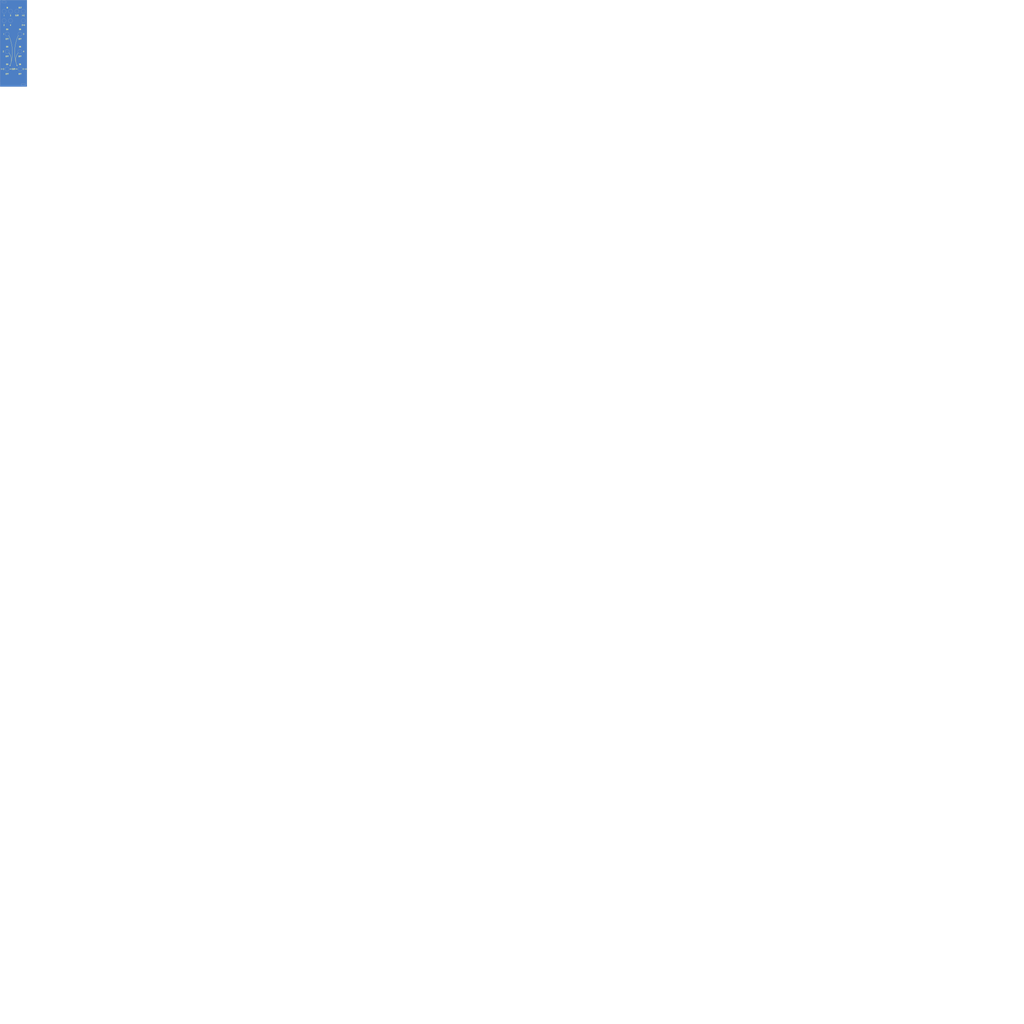
<source format=kicad_pcb>
(kicad_pcb (version 20211014) (generator pcbnew)
  (layers (0 "F.Cu" signal) (31 "B.Cu" signal) (34 "B.Paste" user) (35 "F.Paste" user) (36 "B.SilkS" user "B.Silkscreen") (37 "F.SilkS" user "F.Silkscreen") (38 "B.Mask" user) (39 "F.Mask" user) (44 "Edge.Cuts" user))
  (net 0 "")
  (footprint "LOGO" (layer "F.Cu") (at 19.975 64.225)
    (fp_text reference "G***" hide)
    (fp_text value "LOGO" hide)
    (fp_poly (pts (xy 20.0025 64.262) (xy -20.0025 64.262) (xy -20.0025 -64.240833) (xy 20.0025 -64.240833) (xy 20.0025 64.262)) (layer "B.Cu") (width 0.01) (fill solid))
  )
  (footprint "LOGO" (layer "F.Cu") (at 19.975 64.225)
    (fp_text reference "G***" hide)
    (fp_text value "LOGO" hide)
    (fp_poly (pts (xy 4.656666 -41.729404) (xy 4.656793 -41.49489) (xy 4.657435 -41.29893) (xy 4.658978 -41.137745) (xy 4.661814 -41.007555) (xy 4.666331 -40.904582) (xy 4.672918 -40.825046) (xy 4.681964 -40.765168) (xy 4.693857 -40.721169) (xy 4.708988 -40.689269) (xy 4.727744 -40.66569) (xy 4.750516 -40.646652) (xy 4.76945 -40.633743) (xy 4.850807 -40.602719) (xy 4.942326 -40.601302) (xy 5.025972 -40.628856) (xy 5.04796 -40.643554) (xy 5.074934 -40.665719) (xy 5.097395 -40.688597) (xy 5.115757 -40.716069) (xy 5.130432 -40.752013) (xy 5.141834 -40.800308) (xy 5.150374 -40.864834) (xy 5.156467 -40.949469) (xy 5.160525 -41.058094) (xy 5.162961 -41.194586) (xy 5.164187 -41.362826) (xy 5.164618 -41.566691) (xy 5.164666 -41.739987) (xy 5.164666 -42.650833) (xy 5.610752 -42.650833) (xy 5.604667 -41.661292) (xy 5.598583 -40.67175) (xy 5.539438 -40.55131) (xy 5.472302 -40.444789) (xy 5.382029 -40.343194) (xy 5.280012 -40.257207) (xy 5.177642 -40.19751) (xy 5.151064 -40.187163) (xy 5.053669 -40.165481) (xy 4.936255 -40.156067) (xy 4.816202 -40.158965) (xy 4.710894 -40.174219) (xy 4.670683 -40.185943) (xy 4.528899 -40.259955) (xy 4.402787 -40.370459) (xy 4.297085 -40.51305) (xy 4.273267 -40.555333) (xy 4.22275 -40.650583) (xy 4.216672 -41.650708) (xy 4.210595 -42.650833) (xy 4.656666 -42.650833) (xy 4.656666 -41.729404)) (layer "F.Cu") (width 0.01) (fill solid))
    (fp_poly (pts (xy -5.553701 -56.556502) (xy -5.443091 -56.554187) (xy -5.354771 -56.550653) (xy -5.295181 -56.546167) (xy -5.270763 -56.540996) (xy -5.2705 -56.540388) (xy -5.277503 -56.515839) (xy -5.296898 -56.458503) (xy -5.32627 -56.375252) (xy -5.363204 -56.272957) (xy -5.39516 -56.185846) (xy -5.443871 -56.050317) (xy -5.493499 -55.905976) (xy -5.539309 -55.767003) (xy -5.576566 -55.64758) (xy -5.588194 -55.607823) (xy -5.618881 -55.495172) (xy -5.638005 -55.409133) (xy -5.64747 -55.336179) (xy -5.649177 -55.262789) (xy -5.646261 -55.195073) (xy -5.639552 -55.109543) (xy -5.631005 -55.037305) (xy -5.622229 -54.991328) (xy -5.620296 -54.985708) (xy -5.618914 -54.978265) (xy -5.623531 -54.9719) (xy -5.637141 -54.966534) (xy -5.662738 -54.96209) (xy -5.703314 -54.958492) (xy -5.761862 -54.955662) (xy -5.841376 -54.953523) (xy -5.944848 -54.951996) (xy -6.075272 -54.951006) (xy -6.23564 -54.950475) (xy -6.428947 -54.950324) (xy -6.658184 -54.950478) (xy -6.926346 -54.950859) (xy -6.966861 -54.950925) (xy -8.329084 -54.953184) (xy -8.79475 -55.025048) (xy -9.073951 -55.068306) (xy -9.31376 -55.105886) (xy -9.51667 -55.138264) (xy -9.685172 -55.165913) (xy -9.821759 -55.189308) (xy -9.928924 -55.208924) (xy -10.009157 -55.225235) (xy -10.064952 -55.238717) (xy -10.098801 -55.249845) (xy -10.113195 -55.259091) (xy -10.110628 -55.266932) (xy -10.0965 -55.272991) (xy -10.064756 -55.278949) (xy -9.999569 -55.28862) (xy -9.909547 -55.300808) (xy -9.803295 -55.314318) (xy -9.768417 -55.318587) (xy -9.577114 -55.343154) (xy -9.366809 -55.372606) (xy -9.141638 -55.406187) (xy -8.905736 -55.443142) (xy -8.663239 -55.482714) (xy -8.418283 -55.524148) (xy -8.175003 -55.566687) (xy -7.937536 -55.609576) (xy -7.710017 -55.65206) (xy -7.496583 -55.693382) (xy -7.301368 -55.732787) (xy -7.128508 -55.769518) (xy -6.98214 -55.802821) (xy -6.866399 -55.831938) (xy -6.785421 -55.856115) (xy -6.751008 -55.870016) (xy -6.709971 -55.899667) (xy -6.646779 -55.955833) (xy -6.566926 -56.032972) (xy -6.475904 -56.125541) (xy -6.379206 -56.227997) (xy -6.282327 -56.334799) (xy -6.221902 -56.403875) (xy -6.089816 -56.557333) (xy -5.680158 -56.557333) (xy -5.553701 -56.556502)) (layer "F.Cu") (width 0.01) (fill solid))
    (fp_poly (pts (xy 6.124657 -42.646206) (xy 6.358699 -42.64025) (xy 6.492724 -42.449962) (xy 6.550047 -42.368375) (xy 6.600361 -42.296401) (xy 6.637368 -42.243069) (xy 6.652781 -42.220467) (xy 6.66542 -42.207711) (xy 6.681409 -42.20967) (xy 6.704961 -42.230796) (xy 6.740293 -42.275541) (xy 6.791616 -42.348357) (xy 6.837198 -42.415286) (xy 6.995583 -42.649313) (xy 7.232153 -42.650073) (xy 7.468722 -42.650833) (xy 7.477131 -42.465625) (xy 7.478786 -42.407158) (xy 7.480268 -42.311391) (xy 7.481551 -42.183358) (xy 7.482605 -42.028092) (xy 7.483403 -41.850626) (xy 7.483917 -41.655995) (xy 7.48412 -41.44923) (xy 7.483982 -41.235367) (xy 7.483978 -41.232667) (xy 7.482416 -40.184917) (xy 7.265686 -40.178887) (xy 7.048955 -40.172858) (xy 7.043436 -41.070464) (xy 7.037916 -41.968071) (xy 6.868583 -41.724671) (xy 6.806166 -41.636641) (xy 6.751298 -41.56241) (xy 6.708864 -41.508351) (xy 6.683747 -41.480841) (xy 6.680109 -41.478677) (xy 6.661828 -41.494237) (xy 6.624881 -41.538722) (xy 6.574129 -41.605865) (xy 6.51443 -41.689396) (xy 6.494901 -41.717589) (xy 6.328833 -41.959094) (xy 6.328833 -41.514627) (xy 6.328034 -41.341096) (xy 6.325824 -41.143079) (xy 6.322481 -40.938387) (xy 6.318283 -40.744833) (xy 6.314883 -40.622246) (xy 6.300934 -40.174333) (xy 6.093883 -40.174333) (xy 5.998036 -40.1765) (xy 5.924288 -40.182456) (xy 5.880836 -40.191383) (xy 5.873251 -40.196307) (xy 5.871024 -40.220957) (xy 5.869438 -40.284108) (xy 5.868485 -40.381933) (xy 5.868161 -40.510605) (xy 5.868458 -40.666297) (xy 5.869373 -40.845181) (xy 5.870898 -41.04343) (xy 5.873028 -41.257218) (xy 5.875142 -41.435221) (xy 5.890614 -42.652161) (xy 6.124657 -42.646206)) (layer "F.Cu") (width 0.01) (fill solid))
    (fp_poly (pts (xy -4.573302 52.124145) (xy -4.572 52.140587) (xy -4.578621 52.172941) (xy -4.598719 52.23738) (xy -4.632644 52.334844) (xy -4.680748 52.46627) (xy -4.743383 52.632598) (xy -4.8209 52.834766) (xy -4.913651 53.073714) (xy -5.021988 53.350379) (xy -5.084548 53.509333) (xy -5.158076 53.697507) (xy -5.232372 53.890625) (xy -5.304566 54.081021) (xy -5.371791 54.26103) (xy -5.431179 54.422987) (xy -5.479862 54.559227) (xy -5.508238 54.64175) (xy -5.562438 54.808737) (xy -5.603931 54.953135) (xy -5.632306 55.081683) (xy -5.647154 55.201119) (xy -5.648063 55.31818) (xy -5.634625 55.439605) (xy -5.606429 55.572131) (xy -5.563064 55.722497) (xy -5.504122 55.897439) (xy -5.429191 56.103697) (xy -5.417306 56.135712) (xy -5.367324 56.269235) (xy -5.317542 56.400651) (xy -5.271621 56.520409) (xy -5.23322 56.618958) (xy -5.207276 56.683665) (xy -5.177368 56.757095) (xy -5.154978 56.813784) (xy -5.144004 56.843812) (xy -5.1435 56.845994) (xy -5.163501 56.848554) (xy -5.218841 56.850751) (xy -5.302526 56.852432) (xy -5.407562 56.853442) (xy -5.490994 56.853667) (xy -5.838487 56.853667) (xy -5.981729 56.668458) (xy -6.103049 56.515409) (xy -6.225113 56.368435) (xy -6.342656 56.233458) (xy -6.450411 56.116402) (xy -6.543112 56.023192) (xy -6.602836 55.969821) (xy -6.644534 55.936011) (xy -6.683964 55.905847) (xy -6.723963 55.878685) (xy -6.767366 55.853883) (xy -6.817011 55.830798) (xy -6.875733 55.808786) (xy -6.946369 55.787205) (xy -7.031755 55.765411) (xy -7.134728 55.742762) (xy -7.258123 55.718614) (xy -7.404777 55.692325) (xy -7.577526 55.663252) (xy -7.779207 55.63075) (xy -8.012657 55.594179) (xy -8.28071 55.552893) (xy -8.586204 55.506252) (xy -8.773228 55.477775) (xy -8.999797 55.443163) (xy -9.213719 55.410242) (xy -9.411362 55.379585) (xy -9.589093 55.351769) (xy -9.74328 55.327368) (xy -9.870291 55.306958) (xy -9.966493 55.291112) (xy -10.028253 55.280407) (xy -10.05194 55.275418) (xy -10.052048 55.275341) (xy -10.052569 55.263489) (xy -10.030423 55.250004) (xy -9.983537 55.234503) (xy -9.90984 55.216602) (xy -9.807257 55.195918) (xy -9.673717 55.172067) (xy -9.507147 55.144667) (xy -9.305473 55.113333) (xy -9.066625 55.077682) (xy -8.788528 55.037331) (xy -8.686803 55.022777) (xy -8.420029 54.984652) (xy -8.191302 54.951748) (xy -7.99674 54.923428) (xy -7.832467 54.899054) (xy -7.6946 54.877987) (xy -7.579262 54.859589) (xy -7.482573 54.843221) (xy -7.400653 54.828246) (xy -7.329622 54.814025) (xy -7.265601 54.79992) (xy -7.204711 54.785293) (xy -7.143072 54.769505) (xy -7.135944 54.767635) (xy -7.030859 54.737775) (xy -6.934084 54.704418) (xy -6.842813 54.665004) (xy -6.754241 54.616968) (xy -6.665561 54.55775) (xy -6.573968 54.484788) (xy -6.476656 54.395519) (xy -6.37082 54.287381) (xy -6.253654 54.157813) (xy -6.122352 54.004252) (xy -5.974109 53.824136) (xy -5.806119 53.614904) (xy -5.630474 53.392917) (xy -5.424127 53.131413) (xy -5.24272 52.902616) (xy -5.085494 52.705592) (xy -4.95169 52.539408) (xy -4.840548 52.403128) (xy -4.751311 52.295821) (xy -4.683218 52.216552) (xy -4.635511 52.164387) (xy -4.616784 52.146094) (xy -4.584994 52.120546) (xy -4.573302 52.124145)) (layer "F.Cu") (width 0.01) (fill solid))
    (fp_poly (pts (xy -19.12272 -25.090675) (xy -19.098284 -25.050895) (xy -19.063648 -24.983117) (xy -19.018297 -24.886134) (xy -18.961714 -24.758738) (xy -18.893385 -24.599719) (xy -18.812794 -24.40787) (xy -18.719425 -24.181982) (xy -18.612762 -23.920847) (xy -18.492291 -23.623257) (xy -18.357495 -23.288004) (xy -18.276713 -23.086243) (xy -17.880514 -22.095403) (xy -18.202457 -21.29766) (xy -18.288826 -21.083107) (xy -18.384208 -20.845234) (xy -18.484156 -20.595191) (xy -18.584221 -20.34413) (xy -18.679959 -20.103202) (xy -18.76692 -19.883558) (xy -18.813659 -19.765043) (xy -18.879361 -19.599132) (xy -18.940654 -19.446287) (xy -18.995743 -19.310839) (xy -19.04283 -19.197122) (xy -19.080122 -19.109468) (xy -19.105821 -19.052209) (xy -19.118133 -19.029678) (xy -19.118526 -19.029502) (xy -19.134798 -19.046706) (xy -19.163607 -19.092818) (xy -19.199244 -19.158547) (xy -19.205925 -19.171708) (xy -19.233889 -19.228498) (xy -19.263593 -19.291408) (xy -19.296652 -19.364227) (xy -19.334676 -19.450744) (xy -19.37928 -19.554746) (xy -19.432076 -19.680021) (xy -19.494678 -19.830359) (xy -19.568698 -20.009547) (xy -19.655748 -20.221373) (xy -19.730194 -20.403051) (xy -20.0025 -21.068184) (xy -20.0025 -23.11491) (xy -19.814356 -23.585414) (xy -19.708757 -23.847265) (xy -19.608621 -24.091192) (xy -19.515041 -24.314743) (xy -19.429112 -24.515464) (xy -19.351926 -24.690902) (xy -19.284578 -24.838603) (xy -19.228161 -24.956116) (xy -19.183769 -25.040986) (xy -19.152495 -25.09076) (xy -19.137471 -25.103667) (xy -19.12272 -25.090675)) (layer "F.Cu") (width 0.01) (fill solid))
    (fp_poly (pts (xy -19.155834 -29.585808) (xy -19.144558 -29.581078) (xy -19.131315 -29.569325) (xy -19.115386 -29.548842) (xy -19.096055 -29.517921) (xy -19.072604 -29.474854) (xy -19.044317 -29.417932) (xy -19.010475 -29.345449) (xy -18.970363 -29.255695) (xy -18.923262 -29.146964) (xy -18.868455 -29.017547) (xy -18.805226 -28.865736) (xy -18.732858 -28.689824) (xy -18.650632 -28.488103) (xy -18.557832 -28.258864) (xy -18.45374 -28.0004) (xy -18.337641 -27.711003) (xy -18.208815 -27.388966) (xy -18.066546 -27.032579) (xy -17.910118 -26.640135) (xy -17.749224 -26.236083) (xy -17.628256 -25.932217) (xy -17.503199 -25.618133) (xy -17.376065 -25.298879) (xy -17.248863 -24.979503) (xy -17.123606 -24.665054) (xy -17.002305 -24.36058) (xy -16.88697 -24.071128) (xy -16.779613 -23.801747) (xy -16.682245 -23.557486) (xy -16.596876 -23.343391) (xy -16.537519 -23.194587) (xy -16.100965 -22.100423) (xy -16.144841 -21.977503) (xy -16.160181 -21.936984) (xy -16.189903 -21.860808) (xy -16.232569 -21.752588) (xy -16.286741 -21.615935) (xy -16.350983 -21.454458) (xy -16.423857 -21.27177) (xy -16.503925 -21.071481) (xy -16.58975 -20.857201) (xy -16.679894 -20.632543) (xy -16.720422 -20.531667) (xy -16.847888 -20.214152) (xy -16.979164 -19.886441) (xy -17.113355 -19.550809) (xy -17.249563 -19.20953) (xy -17.386891 -18.864877) (xy -17.524444 -18.519124) (xy -17.661325 -18.174545) (xy -17.796637 -17.833415) (xy -17.929484 -17.498006) (xy -18.058968 -17.170593) (xy -18.184195 -16.85345) (xy -18.304266 -16.54885) (xy -18.418287 -16.259068) (xy -18.525359 -15.986377) (xy -18.624587 -15.733051) (xy -18.715073 -15.501365) (xy -18.795922 -15.293592) (xy -18.866237 -15.112005) (xy -18.925122 -14.958879) (xy -18.971679 -14.836488) (xy -19.005013 -14.747106) (xy -19.024226 -14.693006) (xy -19.028834 -14.676813) (xy -19.041184 -14.6433) (xy -19.066772 -14.605172) (xy -19.09616 -14.574321) (xy -19.116822 -14.575507) (xy -19.13267 -14.592011) (xy -19.161745 -14.615193) (xy -19.17642 -14.615942) (xy -19.193232 -14.627153) (xy -19.216179 -14.666999) (xy -19.223955 -14.684967) (xy -19.238226 -14.720336) (xy -19.266626 -14.790682) (xy -19.307429 -14.89173) (xy -19.358908 -15.019206) (xy -19.419337 -15.168834) (xy -19.48699 -15.33634) (xy -19.56014 -15.517449) (xy -19.62922 -15.688475) (xy -20.002739 -16.6132) (xy -19.997329 -18.404591) (xy -19.991917 -20.195981) (xy -19.590223 -19.197112) (xy -19.51148 -19.001816) (xy -19.436927 -18.817888) (xy -19.368152 -18.64918) (xy -19.306744 -18.499545) (xy -19.254293 -18.372835) (xy -19.212387 -18.272901) (xy -19.182614 -18.203596) (xy -19.166565 -18.168773) (xy -19.164868 -18.165885) (xy -19.153873 -18.16174) (xy -19.137822 -18.176851) (xy -19.11471 -18.215051) (xy -19.082531 -18.280175) (xy -19.039278 -18.376056) (xy -18.982946 -18.50653) (xy -18.966951 -18.544139) (xy -18.904833 -18.691861) (xy -18.834013 -18.862636) (xy -18.75579 -19.053172) (xy -18.671464 -19.260179) (xy -18.582335 -19.480366) (xy -18.489701 -19.710442) (xy -18.394862 -19.947116) (xy -18.299118 -20.187096) (xy -18.203769 -20.427093) (xy -18.110112 -20.663815) (xy -18.019449 -20.893971) (xy -17.933078 -21.11427) (xy -17.852299 -21.321421) (xy -17.778411 -21.512134) (xy -17.712714 -21.683117) (xy -17.656507 -21.831079) (xy -17.611089 -21.95273) (xy -17.577761 -22.044779) (xy -17.557821 -22.103934) (xy -17.552428 -22.126527) (xy -17.561736 -22.153417) (xy -17.585541 -22.216226) (xy -17.622508 -22.311617) (xy -17.6713 -22.436247) (xy -17.730583 -22.586778) (xy -17.799019 -22.759868) (xy -17.875275 -22.952178) (xy -17.958012 -23.160367) (xy -18.045897 -23.381095) (xy -18.137592 -23.611021) (xy -18.231762 -23.846807) (xy -18.327072 -24.08511) (xy -18.422185 -24.322592) (xy -18.515766 -24.555912) (xy -18.606479 -24.781729) (xy -18.692987 -24.996703) (xy -18.773956 -25.197495) (xy -18.848049 -25.380764) (xy -18.913931 -25.543169) (xy -18.970265 -25.681371) (xy -19.015716 -25.792029) (xy -19.048948 -25.871803) (xy -19.067069 -25.913903) (xy -19.150247 -26.099723) (xy -19.355352 -25.596403) (xy -19.424908 -25.425383) (xy -19.504595 -25.228903) (xy -19.588814 -25.020805) (xy -19.671965 -24.814931) (xy -19.748447 -24.625124) (xy -19.776187 -24.556135) (xy -19.991917 -24.019186) (xy -19.997329 -25.799864) (xy -20.00274 -27.580542) (xy -19.665004 -28.421729) (xy -19.567132 -28.665393) (xy -19.483715 -28.872673) (xy -19.413478 -29.046485) (xy -19.355145 -29.189747) (xy -19.30744 -29.305377) (xy -19.269086 -29.396291) (xy -19.238808 -29.465407) (xy -19.21533 -29.515642) (xy -19.197375 -29.549914) (xy -19.183668 -29.571139) (xy -19.172932 -29.582235) (xy -19.163892 -29.58612) (xy -19.155834 -29.585808)) (layer "F.Cu") (width 0.01) (fill solid))
    (fp_poly (pts (xy 1.057636 -31.756366) (xy 1.061655 -31.739667) (xy 1.065117 -31.706506) (xy 1.068064 -31.654477) (xy 1.070538 -31.581174) (xy 1.072582 -31.484192) (xy 1.07424 -31.361124) (xy 1.075554 -31.209565) (xy 1.076566 -31.027109) (xy 1.07732 -30.811349) (xy 1.077857 -30.559881) (xy 1.078222 -30.270299) (xy 1.078409 -30.025461) (xy 1.0795 -28.226838) (xy 0.633923 -27.107807) (xy 0.520308 -26.822981) (xy 0.421029 -26.575305) (xy 0.335094 -26.362465) (xy 0.261511 -26.182152) (xy 0.199287 -26.032053) (xy 0.14743 -25.909856) (xy 0.104948 -25.813251) (xy 0.070847 -25.739926) (xy 0.044135 -25.687569) (xy 0.023819 -25.653869) (xy 0.008909 -25.636514) (xy 0.000615 -25.632833) (xy -0.020341 -25.650634) (xy -0.048674 -25.696219) (xy -0.066545 -25.733375) (xy -0.131959 -25.883767) (xy -0.1887 -26.015531) (xy -0.241461 -26.139825) (xy -0.294933 -26.267805) (xy -0.353806 -26.410631) (xy -0.422773 -26.579459) (xy -0.437671 -26.61605) (xy -0.618151 -27.059517) (xy -0.582417 -27.2193) (xy -0.563478 -27.300193) (xy -0.546234 -27.367273) (xy -0.534002 -27.407746) (xy -0.532761 -27.410833) (xy -0.530273 -27.436856) (xy -0.527622 -27.5017) (xy -0.524865 -27.601855) (xy -0.52206 -27.733809) (xy -0.519265 -27.894052) (xy -0.516538 -28.079073) (xy -0.513937 -28.285361) (xy -0.51152 -28.509404) (xy -0.509344 -28.747692) (xy -0.508127 -28.903083) (xy -0.497417 -30.363583) (xy -0.329672 -29.950833) (xy -0.273507 -29.813452) (xy -0.216945 -29.676556) (xy -0.163972 -29.549683) (xy -0.118572 -29.442376) (xy -0.084731 -29.364175) (xy -0.08301 -29.360291) (xy -0.004093 -29.182498) (xy 0.037822 -29.265041) (xy 0.067537 -29.328117) (xy 0.111296 -29.427579) (xy 0.167831 -29.560347) (xy 0.235876 -29.72334) (xy 0.314162 -29.913477) (xy 0.40142 -30.127679) (xy 0.496384 -30.362863) (xy 0.597786 -30.615951) (xy 0.704357 -30.88386) (xy 0.712074 -30.903333) (xy 0.780888 -31.076997) (xy 0.845813 -31.240821) (xy 0.904963 -31.390046) (xy 0.956449 -31.519913) (xy 0.998387 -31.625662) (xy 1.028888 -31.702534) (xy 1.046066 -31.745771) (xy 1.047752 -31.75) (xy 1.053015 -31.759008) (xy 1.057636 -31.756366)) (layer "F.Cu") (width 0.01) (fill solid))
    (fp_poly (pts (xy -14.598957 -3.189438) (xy -14.581225 -3.176141) (xy -14.555416 -3.151296) (xy -14.51962 -3.112648) (xy -14.471928 -3.057946) (xy -14.410431 -2.984936) (xy -14.333221 -2.891363) (xy -14.238387 -2.774977) (xy -14.124021 -2.633522) (xy -13.988215 -2.464746) (xy -13.829058 -2.266395) (xy -13.726033 -2.137833) (xy -13.517609 -1.878142) (xy -13.333318 -1.649701) (xy -13.171251 -1.450386) (xy -13.029497 -1.278073) (xy -12.906146 -1.130638) (xy -12.79929 -1.005955) (xy -12.707018 -0.901902) (xy -12.627421 -0.816353) (xy -12.558589 -0.747183) (xy -12.498612 -0.69227) (xy -12.445581 -0.649487) (xy -12.397585 -0.616711) (xy -12.352716 -0.591818) (xy -12.324795 -0.579057) (xy -12.263239 -0.556894) (xy -12.177917 -0.532728) (xy -12.066806 -0.506186) (xy -11.927884 -0.476892) (xy -11.759129 -0.444472) (xy -11.558519 -0.408554) (xy -11.32403 -0.368763) (xy -11.053641 -0.324724) (xy -10.745329 -0.276065) (xy -10.397072 -0.22241) (xy -10.392834 -0.221763) (xy -10.121796 -0.180062) (xy -9.890292 -0.14358) (xy -9.69591 -0.111817) (xy -9.536238 -0.084275) (xy -9.408864 -0.060455) (xy -9.311376 -0.039859) (xy -9.241363 -0.021989) (xy -9.196412 -0.006345) (xy -9.174112 0.007572) (xy -9.172051 0.020259) (xy -9.181394 0.028697) (xy -9.213098 0.038357) (xy -9.284477 0.053357) (xy -9.393261 0.073324) (xy -9.537181 0.097884) (xy -9.713965 0.126663) (xy -9.921344 0.159287) (xy -10.157047 0.195384) (xy -10.418804 0.234579) (xy -10.551584 0.254171) (xy -10.87636 0.302469) (xy -11.161866 0.346295) (xy -11.410861 0.386221) (xy -11.626107 0.422818) (xy -11.810365 0.456658) (xy -11.966395 0.488312) (xy -12.096959 0.518352) (xy -12.204817 0.547349) (xy -12.292731 0.575873) (xy -12.36346 0.604498) (xy -12.419767 0.633794) (xy -12.436578 0.644312) (xy -12.490155 0.687944) (xy -12.56707 0.76305) (xy -12.66529 0.86722) (xy -12.78278 0.998042) (xy -12.917506 1.153104) (xy -13.067434 1.329995) (xy -13.230529 1.526303) (xy -13.404758 1.739617) (xy -13.588085 1.967525) (xy -13.778476 2.207615) (xy -13.973898 2.457475) (xy -14.061569 2.570687) (xy -14.196695 2.744943) (xy -14.308589 2.887333) (xy -14.399201 3.000022) (xy -14.470477 3.085176) (xy -14.524365 3.14496) (xy -14.562813 3.181539) (xy -14.587769 3.197079) (xy -14.60118 3.193745) (xy -14.605 3.174898) (xy -14.598584 3.14715) (xy -14.579094 3.087315) (xy -14.546165 2.994424) (xy -14.499437 2.867505) (xy -14.438545 2.70559) (xy -14.363127 2.507708) (xy -14.272819 2.27289) (xy -14.16726 2.000164) (xy -14.117966 1.87325) (xy -14.001845 1.573318) (xy -13.901005 1.310086) (xy -13.814577 1.081119) (xy -13.741697 0.883984) (xy -13.681499 0.716246) (xy -13.633115 0.575472) (xy -13.595681 0.459226) (xy -13.568329 0.365076) (xy -13.550194 0.290588) (xy -13.544709 0.262258) (xy -13.533295 0.160366) (xy -13.528658 0.033852) (xy -13.531415 -0.100024) (xy -13.531634 -0.104264) (xy -13.53583 -0.16575) (xy -13.542507 -0.227163) (xy -13.552667 -0.291416) (xy -13.567308 -0.361426) (xy -13.587432 -0.440108) (xy -13.614036 -0.530376) (xy -13.648123 -0.635146) (xy -13.690691 -0.757334) (xy -13.742741 -0.899854) (xy -13.805272 -1.065622) (xy -13.879284 -1.257552) (xy -13.965778 -1.47856) (xy -14.065753 -1.731562) (xy -14.180209 -2.019472) (xy -14.24005 -2.169583) (xy -14.329725 -2.39458) (xy -14.404794 -2.583503) (xy -14.466444 -2.739556) (xy -14.515861 -2.865946) (xy -14.554229 -2.965875) (xy -14.582736 -3.042549) (xy -14.602567 -3.099172) (xy -14.614907 -3.138948) (xy -14.620944 -3.165081) (xy -14.621862 -3.180777) (xy -14.618847 -3.18924) (xy -14.617823 -3.1904) (xy -14.61052 -3.19344) (xy -14.598957 -3.189438)) (layer "F.Cu") (width 0.01) (fill solid))
    (fp_poly (pts (xy 12.202917 15.036116) (xy 12.230735 15.057629) (xy 12.234333 15.068366) (xy 12.221268 15.090949) (xy 12.182919 15.144863) (xy 12.120555 15.228467) (xy 12.035446 15.340122) (xy 11.92886 15.478187) (xy 11.802067 15.641021) (xy 11.656336 15.826986) (xy 11.492936 16.034442) (xy 11.313136 16.261747) (xy 11.216952 16.383) (xy 11.104445 16.525218) (xy 10.980487 16.682782) (xy 10.854078 16.844193) (xy 10.734218 16.997955) (xy 10.629907 17.13257) (xy 10.610804 17.157351) (xy 10.497919 17.30247) (xy 10.405733 17.417013) (xy 10.330396 17.504888) (xy 10.268056 17.570007) (xy 10.21486 17.616278) (xy 10.166957 17.647611) (xy 10.120494 17.667916) (xy 10.102142 17.67363) (xy 10.06422 17.681377) (xy 9.988703 17.694212) (xy 9.879943 17.711514) (xy 9.742294 17.732664) (xy 9.580107 17.757044) (xy 9.397735 17.784033) (xy 9.199529 17.813012) (xy 8.989842 17.843362) (xy 8.773028 17.874463) (xy 8.553436 17.905696) (xy 8.335421 17.936442) (xy 8.123335 17.96608) (xy 7.921528 17.993992) (xy 7.734355 18.019558) (xy 7.566168 18.042159) (xy 7.421317 18.061175) (xy 7.304157 18.075987) (xy 7.219039 18.085975) (xy 7.17514 18.090209) (xy 7.084176 18.095456) (xy 7.025733 18.094686) (xy 6.990296 18.086887) (xy 6.968349 18.07105) (xy 6.965653 18.067942) (xy 6.951403 18.04373) (xy 6.950272 18.015458) (xy 6.965237 17.97804) (xy 6.999274 17.926391) (xy 7.055359 17.855423) (xy 7.136469 17.760051) (xy 7.165113 17.727083) (xy 7.250302 17.627754) (xy 7.340339 17.520172) (xy 7.423663 17.418286) (xy 7.480955 17.346083) (xy 7.526561 17.28728) (xy 7.593759 17.200601) (xy 7.678215 17.091636) (xy 7.775599 16.965976) (xy 7.881575 16.829211) (xy 7.991813 16.686933) (xy 8.046897 16.615833) (xy 8.20817 16.408602) (xy 8.357111 16.219092) (xy 8.491846 16.049606) (xy 8.610504 15.902445) (xy 8.711214 15.779909) (xy 8.792102 15.684301) (xy 8.851298 15.617921) (xy 8.886929 15.583072) (xy 8.886977 15.583034) (xy 8.943958 15.552729) (xy 9.039868 15.519713) (xy 9.171446 15.484773) (xy 9.33543 15.448694) (xy 9.528562 15.412264) (xy 9.7392 15.37756) (xy 9.952881 15.34486) (xy 10.176308 15.311276) (xy 10.405585 15.277346) (xy 10.636819 15.243611) (xy 10.866114 15.21061) (xy 11.089578 15.178883) (xy 11.303314 15.14897) (xy 11.503429 15.12141) (xy 11.686028 15.096744) (xy 11.847217 15.07551) (xy 11.983102 15.058249) (xy 12.089787 15.0455) (xy 12.163379 15.037803) (xy 12.199983 15.035698) (xy 12.202917 15.036116)) (layer "F.Cu") (width 0.01) (fill solid))
    (fp_poly (pts (xy 0.006404 -18.557856) (xy 0.018538 -18.540836) (xy 0.035512 -18.510471) (xy 0.058002 -18.46513) (xy 0.086683 -18.403177) (xy 0.122231 -18.32298) (xy 0.165323 -18.222906) (xy 0.216634 -18.10132) (xy 0.27684 -17.956589) (xy 0.346618 -17.787079) (xy 0.426643 -17.591158) (xy 0.517591 -17.36719) (xy 0.620139 -17.113544) (xy 0.734962 -16.828585) (xy 0.862736 -16.510679) (xy 1.004138 -16.158194) (xy 1.159842 -15.769496) (xy 1.316673 -15.377583) (xy 1.484904 -14.956938) (xy 1.63821 -14.573403) (xy 1.777435 -14.224804) (xy 1.903426 -13.908966) (xy 2.017026 -13.623713) (xy 2.11908 -13.36687) (xy 2.210433 -13.136263) (xy 2.29193 -12.929715) (xy 2.364415 -12.745051) (xy 2.428734 -12.580096) (xy 2.485732 -12.432675) (xy 2.536252 -12.300613) (xy 2.58114 -12.181734) (xy 2.621241 -12.073863) (xy 2.657399 -11.974825) (xy 2.690459 -11.882444) (xy 2.721266 -11.794546) (xy 2.750665 -11.708954) (xy 2.779501 -11.623494) (xy 2.808618 -11.535991) (xy 2.80867 -11.535833) (xy 2.987308 -10.996083) (xy 2.952357 -10.869083) (xy 2.942908 -10.835323) (xy 2.93289 -10.801368) (xy 2.921275 -10.764562) (xy 2.907033 -10.722251) (xy 2.889135 -10.671779) (xy 2.866553 -10.610489) (xy 2.838257 -10.535725) (xy 2.803218 -10.444832) (xy 2.760408 -10.335154) (xy 2.708796 -10.204036) (xy 2.647355 -10.048821) (xy 2.575055 -9.866853) (xy 2.490867 -9.655477) (xy 2.393761 -9.412037) (xy 2.28271 -9.133877) (xy 2.192694 -8.908495) (xy 1.953503 -8.309897) (xy 1.729584 -7.750016) (xy 1.52067 -7.228192) (xy 1.326492 -6.743764) (xy 1.146781 -6.296072) (xy 0.98127 -5.884455) (xy 0.82969 -5.508254) (xy 0.691773 -5.166807) (xy 0.56725 -4.859454) (xy 0.455853 -4.585536) (xy 0.357313 -4.344391) (xy 0.271363 -4.135359) (xy 0.197734 -3.95778) (xy 0.136157 -3.810993) (xy 0.086365 -3.694338) (xy 0.048088 -3.607155) (xy 0.021059 -3.548783) (xy 0.00501 -3.518562) (xy 0.00054 -3.513667) (xy -0.013275 -3.531767) (xy -0.038409 -3.580016) (xy -0.070265 -3.649332) (xy -0.0825 -3.677708) (xy -0.126227 -3.781827) (xy -0.183772 -3.920367) (xy -0.253158 -4.088477) (xy -0.332408 -4.2813) (xy -0.419547 -4.493984) (xy -0.512597 -4.721673) (xy -0.609584 -4.959513) (xy -0.70853 -5.202651) (xy -0.80746 -5.446232) (xy -0.904397 -5.685401) (xy -0.997365 -5.915305) (xy -1.084387 -6.131089) (xy -1.163489 -6.327898) (xy -1.232692 -6.50088) (xy -1.269517 -6.593417) (xy -1.347579 -6.789926) (xy -1.43012 -6.997405) (xy -1.513609 -7.207) (xy -1.594516 -7.409858) (xy -1.669312 -7.597129) (xy -1.734466 -7.759958) (xy -1.771716 -7.852833) (xy -1.887209 -8.141345) (xy -2.00294 -8.43221) (xy -2.117715 -8.722333) (xy -2.230345 -9.008618) (xy -2.339638 -9.287969) (xy -2.444404 -9.55729) (xy -2.54345 -9.813487) (xy -2.635588 -10.053462) (xy -2.719624 -10.27412) (xy -2.794369 -10.472366) (xy -2.858632 -10.645103) (xy -2.911221 -10.789236) (xy -2.950945 -10.90167) (xy -2.976614 -10.979307) (xy -2.983218 -11.001915) (xy -1.568428 -11.001915) (xy -1.563387 -10.969772) (xy -1.554205 -10.942693) (xy -1.451686 -10.676294) (xy -1.345159 -10.401587) (xy -1.235736 -10.121317) (xy -1.12453 -9.838228) (xy -1.012655 -9.555061) (xy -0.901223 -9.274562) (xy -0.791347 -8.999473) (xy -0.684141 -8.732538) (xy -0.580717 -8.4765) (xy -0.482189 -8.234103) (xy -0.38967 -8.008091) (xy -0.304272 -7.801206) (xy -0.227108 -7.616193) (xy -0.159292 -7.455795) (xy -0.101937 -7.322756) (xy -0.056155 -7.219818) (xy -0.023059 -7.149726) (xy -0.003764 -7.115223) (xy -0.000122 -7.112) (xy 0.012932 -7.130587) (xy 0.039574 -7.182526) (xy 0.077121 -7.26209) (xy 0.122891 -7.363548) (xy 0.174205 -7.481171) (xy 0.190578 -7.519458) (xy 0.22665 -7.605455) (xy 0.276714 -7.726702) (xy 0.339116 -7.879115) (xy 0.412205 -8.058609) (xy 0.494324 -8.261099) (xy 0.583822 -8.482501) (xy 0.679043 -8.71873) (xy 0.778335 -8.9657) (xy 0.880044 -9.219327) (xy 0.982515 -9.475525) (xy 0.985897 -9.483992) (xy 1.607773 -11.041067) (xy 1.081632 -12.362659) (xy 0.945183 -12.704738) (xy 0.814638 -13.030708) (xy 0.690898 -13.33837) (xy 0.574864 -13.625527) (xy 0.467435 -13.889979) (xy 0.369513 -14.129529) (xy 0.281997 -14.341978) (xy 0.205789 -14.525129) (xy 0.141789 -14.676782) (xy 0.090897 -14.794739) (xy 0.054015 -14.876803) (xy 0.038966 -14.907933) (xy -0.005354 -14.994808) (xy -0.056382 -14.894401) (xy -0.092975 -14.817528) (xy -0.143005 -14.70505) (xy -0.204893 -14.560946) (xy -0.27706 -14.389191) (xy -0.357926 -14.193763) (xy -0.445912 -13.978637) (xy -0.539437 -13.74779) (xy -0.636924 -13.5052) (xy -0.736792 -13.254842) (xy -0.837461 -13.000694) (xy -0.937353 -12.746731) (xy -1.034888 -12.496931) (xy -1.128487 -12.255269) (xy -1.216569 -12.025724) (xy -1.297556 -11.812271) (xy -1.369868 -11.618886) (xy -1.431926 -11.449547) (xy -1.48215 -11.308231) (xy -1.491433 -11.281359) (xy -1.528314 -11.172363) (xy -1.552421 -11.094959) (xy -1.565282 -11.040893) (xy -1.568428 -11.001915) (xy -2.983218 -11.001915) (xy -2.983252 -11.00203) (xy -2.991842 -11.04095) (xy -2.993599 -11.078724) (xy -2.986749 -11.124044) (xy -2.969517 -11.185604) (xy -2.940129 -11.272099) (xy -2.91232 -11.349528) (xy -2.887967 -11.414792) (xy -2.849549 -11.515246) (xy -2.798682 -11.646759) (xy -2.736983 -11.805199) (xy -2.66607 -11.986436) (xy -2.587561 -12.186337) (xy -2.503073 -12.400773) (xy -2.414222 -12.625611) (xy -2.322627 -12.856722) (xy -2.296607 -12.92225) (xy -2.204437 -13.154224) (xy -2.117774 -13.372228) (xy -2.035142 -13.579952) (xy -1.955068 -13.781087) (xy -1.876074 -13.979324) (xy -1.796686 -14.178353) (xy -1.715428 -14.381865) (xy -1.630826 -14.593552) (xy -1.541403 -14.817103) (xy -1.445685 -15.05621) (xy -1.342196 -15.314563) (xy -1.22946 -15.595853) (xy -1.106003 -15.903771) (xy -0.970349 -16.242008) (xy -0.821023 -16.614254) (xy -0.752453 -16.785167) (xy -0.672437 -16.984814) (xy -0.590758 -17.188989) (xy -0.51021 -17.390685) (xy -0.433584 -17.582894) (xy -0.363674 -17.758612) (xy -0.303272 -17.910831) (xy -0.25517 -18.032545) (xy -0.245325 -18.05756) (xy -0.181587 -18.218006) (xy -0.130405 -18.342542) (xy -0.089902 -18.435056) (xy -0.058206 -18.499436) (xy -0.033441 -18.539571) (xy -0.013732 -18.559349) (xy -0.001567 -18.563167) (xy 0.006404 -18.557856)) (layer "F.Cu") (width 0.01) (fill solid))
    (fp_poly (pts (xy 19.182513 -51.738483) (xy 19.196522 -51.708121) (xy 19.208381 -51.678862) (xy 19.234225 -51.614205) (xy 19.272479 -51.51812) (xy 19.321565 -51.39458) (xy 19.379906 -51.247555) (xy 19.445927 -51.081017) (xy 19.518051 -50.898936) (xy 19.594701 -50.705284) (xy 19.610417 -50.665561) (xy 20.002739 -49.673872) (xy 19.997328 -47.894764) (xy 19.996142 -47.557253) (xy 19.994746 -47.260418) (xy 19.993112 -47.002598) (xy 19.991214 -46.782136) (xy 19.989024 -46.597374) (xy 19.986513 -46.446653) (xy 19.983656 -46.328315) (xy 19.980424 -46.240701) (xy 19.97679 -46.182153) (xy 19.972727 -46.151013) (xy 19.968393 -46.145369) (xy 19.950851 -46.179598) (xy 19.926912 -46.241585) (xy 19.901574 -46.318314) (xy 19.900073 -46.32325) (xy 19.882682 -46.374312) (xy 19.85128 -46.459705) (xy 19.807766 -46.574527) (xy 19.754036 -46.713877) (xy 19.691987 -46.872855) (xy 19.623517 -47.04656) (xy 19.550522 -47.23009) (xy 19.507052 -47.338628) (xy 19.158826 -48.205838) (xy 19.077405 -48.037128) (xy 19.046957 -47.970616) (xy 19.004129 -47.872248) (xy 18.952084 -47.749545) (xy 18.893988 -47.610026) (xy 18.833007 -47.461212) (xy 18.784867 -47.342012) (xy 18.57375 -46.815607) (xy 18.568336 -48.589108) (xy 18.562923 -50.362609) (xy 18.650124 -50.576013) (xy 18.707073 -50.71414) (xy 18.768756 -50.861599) (xy 18.83279 -51.012898) (xy 18.896791 -51.162546) (xy 18.958375 -51.305053) (xy 19.015158 -51.434925) (xy 19.064756 -51.546673) (xy 19.104786 -51.634805) (xy 19.132864 -51.693829) (xy 19.145258 -51.716602) (xy 19.168117 -51.745095) (xy 19.182513 -51.738483)) (layer "F.Cu") (width 0.01) (fill solid))
    (fp_poly (pts (xy 5.004292 -56.287458) (xy 5.08232 -56.081514) (xy 5.15336 -55.886875) (xy 5.215616 -55.708837) (xy 5.267296 -55.552697) (xy 5.306606 -55.42375) (xy 5.331751 -55.327293) (xy 5.335421 -55.309857) (xy 5.34892 -55.229036) (xy 5.350246 -55.168952) (xy 5.33842 -55.109516) (xy 5.323329 -55.062047) (xy 5.28479 -54.948667) (xy 4.859603 -54.948595) (xy 4.524778 -54.943164) (xy 4.226205 -54.926605) (xy 3.959138 -54.898335) (xy 3.718831 -54.857772) (xy 3.500537 -54.804334) (xy 3.382852 -54.767453) (xy 3.306169 -54.742496) (xy 3.243565 -54.724171) (xy 3.207099 -54.715974) (xy 3.204741 -54.715833) (xy 3.200867 -54.734522) (xy 3.214404 -54.788884) (xy 3.244578 -54.876366) (xy 3.285756 -54.982401) (xy 3.393115 -55.248969) (xy 3.147191 -55.866109) (xy 3.0861 -56.019508) (xy 3.029678 -56.161361) (xy 2.97994 -56.286587) (xy 2.938902 -56.390106) (xy 2.908579 -56.466837) (xy 2.890986 -56.511697) (xy 2.887702 -56.520292) (xy 2.886506 -56.528827) (xy 2.89203 -56.535943) (xy 2.907733 -56.541769) (xy 2.937077 -56.546434) (xy 2.983521 -56.550065) (xy 3.050528 -56.55279) (xy 3.141558 -56.554739) (xy 3.260071 -56.556039) (xy 3.409529 -56.556818) (xy 3.593393 -56.557206) (xy 3.815123 -56.557329) (xy 3.887174 -56.557333) (xy 4.900211 -56.557333) (xy 5.004292 -56.287458)) (layer "F.Cu") (width 0.01) (fill solid))
    (fp_poly (pts (xy 7.124117 48.225661) (xy 7.171412 48.229053) (xy 7.21619 48.23254) (xy 7.261823 48.236564) (xy 7.311686 48.241565) (xy 7.369153 48.247984) (xy 7.437595 48.256263) (xy 7.520387 48.266844) (xy 7.620903 48.280166) (xy 7.742515 48.296673) (xy 7.888598 48.316804) (xy 8.062524 48.341001) (xy 8.267666 48.369705) (xy 8.5074 48.403358) (xy 8.785097 48.442401) (xy 8.837083 48.449712) (xy 9.045725 48.479028) (xy 9.244815 48.506943) (xy 9.429778 48.532821) (xy 9.596041 48.556023) (xy 9.739029 48.575913) (xy 9.854169 48.591854) (xy 9.936887 48.603207) (xy 9.98261 48.609337) (xy 9.984449 48.609572) (xy 10.037687 48.61831) (xy 10.080114 48.633095) (xy 10.121572 48.660346) (xy 10.171899 48.706484) (xy 10.238449 48.775305) (xy 10.318335 48.86226) (xy 10.416954 48.973937) (xy 10.531461 49.106808) (xy 10.659013 49.257346) (xy 10.796762 49.422023) (xy 10.941865 49.597312) (xy 11.091476 49.779684) (xy 11.24275 49.965613) (xy 11.392842 50.151571) (xy 11.538906 50.33403) (xy 11.678097 50.509463) (xy 11.807571 50.674341) (xy 11.924482 50.825138) (xy 12.025985 50.958326) (xy 12.109235 51.070377) (xy 12.171386 51.157764) (xy 12.209594 51.216959) (xy 12.213707 51.224344) (xy 12.223259 51.248165) (xy 12.213263 51.260077) (xy 12.175447 51.263637) (xy 12.123953 51.262969) (xy 12.039181 51.258139) (xy 11.939275 51.248556) (xy 11.8745 51.240302) (xy 11.820977 51.232591) (xy 11.731503 51.219768) (xy 11.612038 51.202684) (xy 11.468542 51.182192) (xy 11.306974 51.159141) (xy 11.133295 51.134383) (xy 10.996083 51.114838) (xy 10.637995 51.063298) (xy 10.31989 51.016298) (xy 10.039705 50.97346) (xy 9.795377 50.934406) (xy 9.584843 50.898757) (xy 9.406039 50.866134) (xy 9.256901 50.83616) (xy 9.135367 50.808455) (xy 9.039374 50.782641) (xy 8.966858 50.758341) (xy 8.915755 50.735175) (xy 8.910873 50.7324) (xy 8.882788 50.710364) (xy 8.840573 50.668202) (xy 8.782718 50.604097) (xy 8.707712 50.516231) (xy 8.614043 50.402784) (xy 8.500201 50.26194) (xy 8.364674 50.091879) (xy 8.205951 49.890784) (xy 8.113801 49.773417) (xy 7.971891 49.592409) (xy 7.831618 49.413505) (xy 7.696329 49.240973) (xy 7.569371 49.079079) (xy 7.454091 48.932093) (xy 7.353836 48.804281) (xy 7.271954 48.699912) (xy 7.211791 48.623253) (xy 7.197922 48.605588) (xy 7.124144 48.510529) (xy 7.056805 48.421723) (xy 7.001694 48.346957) (xy 6.964601 48.294015) (xy 6.955367 48.279449) (xy 6.915152 48.210972) (xy 7.124117 48.225661)) (layer "F.Cu") (width 0.01) (fill solid))
    (fp_poly (pts (xy 0.009946 -14.067244) (xy 0.029699 -14.04023) (xy 0.056352 -13.992921) (xy 0.090703 -13.923449) (xy 0.13355 -13.829944) (xy 0.185693 -13.710536) (xy 0.247929 -13.563358) (xy 0.321056 -13.386539) (xy 0.405874 -13.178211) (xy 0.503179 -12.936503) (xy 0.613771 -12.659548) (xy 0.738448 -12.345474) (xy 0.77825 -12.244917) (xy 0.874399 -12.001931) (xy 0.956165 -11.795149) (xy 1.024631 -11.621368) (xy 1.080882 -11.477384) (xy 1.126003 -11.359996) (xy 1.161078 -11.266001) (xy 1.187191 -11.192196) (xy 1.205427 -11.135378) (xy 1.216871 -11.092345) (xy 1.222606 -11.059894) (xy 1.223718 -11.034821) (xy 1.22129 -11.013926) (xy 1.216407 -10.994004) (xy 1.210153 -10.971853) (xy 1.209781 -10.970467) (xy 1.190894 -10.909839) (xy 1.158615 -10.817819) (xy 1.114447 -10.698099) (xy 1.059892 -10.554371) (xy 0.996456 -10.390325) (xy 0.925641 -10.209653) (xy 0.848952 -10.016046) (xy 0.767891 -9.813196) (xy 0.683963 -9.604794) (xy 0.598671 -9.39453) (xy 0.513519 -9.186098) (xy 0.43001 -8.983187) (xy 0.349649 -8.789489) (xy 0.273938 -8.608696) (xy 0.204381 -8.444499) (xy 0.142483 -8.300588) (xy 0.089746 -8.180657) (xy 0.047675 -8.088395) (xy 0.017773 -8.027494) (xy 0.001543 -8.001645) (xy 0.000181 -8.001) (xy -0.013371 -8.019332) (xy -0.039927 -8.069649) (xy -0.076036 -8.144932) (xy -0.118245 -8.238163) (xy -0.132577 -8.270875) (xy -0.208946 -8.449188) (xy -0.297391 -8.660169) (xy -0.395116 -8.896851) (xy -0.499326 -9.152269) (xy -0.607224 -9.419456) (xy -0.716014 -9.691444) (xy -0.822899 -9.961269) (xy -0.925084 -10.221962) (xy -1.019772 -10.466558) (xy -1.104167 -10.688091) (xy -1.124466 -10.742083) (xy -1.162645 -10.84942) (xy -1.194441 -10.949193) (xy -1.216951 -11.031513) (xy -1.227275 -11.086493) (xy -1.227623 -11.093665) (xy -1.218259 -11.151118) (xy -1.192831 -11.233134) (xy -1.155406 -11.327038) (xy -1.146136 -11.347665) (xy -1.123596 -11.399399) (xy -1.087125 -11.486442) (xy -1.038367 -11.604739) (xy -0.978968 -11.750235) (xy -0.910571 -11.918876) (xy -0.834822 -12.106607) (xy -0.753366 -12.309373) (xy -0.667846 -12.52312) (xy -0.584066 -12.733337) (xy -0.478081 -12.999428) (xy -0.386385 -13.228722) (xy -0.307843 -13.423846) (xy -0.241319 -13.587427) (xy -0.185678 -13.722091) (xy -0.139785 -13.830465) (xy -0.102504 -13.915176) (xy -0.072699 -13.978849) (xy -0.049235 -14.024113) (xy -0.030977 -14.053592) (xy -0.016789 -14.069915) (xy -0.005536 -14.075707) (xy -0.003705 -14.075833) (xy 0.009946 -14.067244)) (layer "F.Cu") (width 0.01) (fill solid))
    (fp_poly (pts (xy 15.796033 -42.638051) (xy 15.868186 -42.630546) (xy 15.924964 -42.615249) (xy 15.977645 -42.59097) (xy 16.127268 -42.489799) (xy 16.243827 -42.365342) (xy 16.325463 -42.221984) (xy 16.370317 -42.064112) (xy 16.376532 -41.896112) (xy 16.343681 -41.72697) (xy 16.326697 -41.678317) (xy 16.304046 -41.627491) (xy 16.272645 -41.569632) (xy 16.229409 -41.499879) (xy 16.171252 -41.413372) (xy 16.095091 -41.30525) (xy 15.997841 -41.170653) (xy 15.942668 -41.095083) (xy 15.58642 -40.60825) (xy 15.967891 -40.602464) (xy 16.119393 -40.59916) (xy 16.231811 -40.594296) (xy 16.308378 -40.587614) (xy 16.352324 -40.578857) (xy 16.365857 -40.570714) (xy 16.375791 -40.533441) (xy 16.381404 -40.468208) (xy 16.382941 -40.387383) (xy 16.380651 -40.303334) (xy 16.374779 -40.228431) (xy 16.365574 -40.175042) (xy 16.3576 -40.1574) (xy 16.337049 -40.149607) (xy 16.290643 -40.143396) (xy 16.215381 -40.138655) (xy 16.108263 -40.13527) (xy 15.96629 -40.133129) (xy 15.786462 -40.132117) (xy 15.683794 -40.132) (xy 15.522166 -40.132444) (xy 15.374335 -40.133702) (xy 15.245571 -40.135661) (xy 15.141142 -40.138209) (xy 15.066319 -40.141234) (xy 15.026371 -40.144623) (xy 15.021277 -40.146111) (xy 15.01529 -40.17205) (xy 15.010563 -40.230495) (xy 15.007716 -40.311624) (xy 15.007166 -40.370094) (xy 15.007166 -40.579966) (xy 15.452619 -41.191643) (xy 15.556763 -41.335571) (xy 15.653526 -41.471062) (xy 15.739889 -41.593758) (xy 15.812836 -41.699297) (xy 15.869349 -41.783321) (xy 15.906412 -41.841469) (xy 15.920542 -41.867775) (xy 15.933328 -41.965255) (xy 15.90794 -42.061807) (xy 15.8514 -42.14201) (xy 15.796362 -42.186513) (xy 15.737557 -42.204339) (xy 15.695079 -42.206333) (xy 15.595764 -42.188229) (xy 15.518642 -42.135022) (xy 15.464918 -42.048376) (xy 15.435793 -41.92995) (xy 15.430618 -41.841208) (xy 15.4305 -41.740667) (xy 14.979733 -41.740667) (xy 14.992245 -41.933781) (xy 15.014198 -42.099778) (xy 15.059224 -42.238132) (xy 15.131687 -42.359177) (xy 15.209276 -42.447434) (xy 15.311685 -42.537089) (xy 15.413641 -42.595723) (xy 15.527713 -42.628322) (xy 15.666473 -42.63987) (xy 15.695083 -42.640098) (xy 15.796033 -42.638051)) (layer "F.Cu") (width 0.01) (fill solid))
    (fp_poly (pts (xy -19.111125 -47.227764) (xy -19.084201 -47.196375) (xy -19.066906 -47.161376) (xy -19.036288 -47.090904) (xy -18.993954 -46.989096) (xy -18.941512 -46.860093) (xy -18.880569 -46.708032) (xy -18.812734 -46.537054) (xy -18.739615 -46.351296) (xy -18.662819 -46.154898) (xy -18.583955 -45.951998) (xy -18.50463 -45.746735) (xy -18.426451 -45.543249) (xy -18.351028 -45.345679) (xy -18.279967 -45.158162) (xy -18.214877 -44.984838) (xy -18.157366 -44.829846) (xy -18.10904 -44.697325) (xy -18.071509 -44.591413) (xy -18.065862 -44.575021) (xy -18.02002 -44.435537) (xy -17.990071 -44.324144) (xy -17.975824 -44.229771) (xy -17.977091 -44.14135) (xy -17.993682 -44.047812) (xy -18.025407 -43.938086) (xy -18.053518 -43.854395) (xy -18.102111 -43.716772) (xy -18.161665 -43.55324) (xy -18.230279 -43.368643) (xy -18.306051 -43.167828) (xy -18.387082 -42.955639) (xy -18.47147 -42.736921) (xy -18.557315 -42.516521) (xy -18.642716 -42.299283) (xy -18.725773 -42.090052) (xy -18.804584 -41.893675) (xy -18.87725 -41.714996) (xy -18.941869 -41.55886) (xy -18.996541 -41.430113) (xy -19.039366 -41.3336) (xy -19.056769 -41.29685) (xy -19.10462 -41.208676) (xy -19.142233 -41.160263) (xy -19.170602 -41.150555) (xy -19.183533 -41.162758) (xy -19.193214 -41.185156) (xy -19.217111 -41.243101) (xy -19.253703 -41.332839) (xy -19.301473 -41.450617) (xy -19.358902 -41.59268) (xy -19.42447 -41.755275) (xy -19.496658 -41.934648) (xy -19.573947 -42.127045) (xy -19.598807 -42.188999) (xy -20.003668 -43.198247) (xy -19.997793 -44.231582) (xy -19.991917 -45.264917) (xy -19.709651 -45.952833) (xy -19.601203 -46.216702) (xy -19.507445 -46.443785) (xy -19.427281 -46.636577) (xy -19.359615 -46.797574) (xy -19.303351 -46.929271) (xy -19.257394 -47.034161) (xy -19.220646 -47.11474) (xy -19.192013 -47.173502) (xy -19.170398 -47.212943) (xy -19.154704 -47.235557) (xy -19.143837 -47.243838) (xy -19.142412 -47.244) (xy -19.111125 -47.227764)) (layer "F.Cu") (width 0.01) (fill solid))
    (fp_poly (pts (xy 0.023386 -36.151678) (xy 0.047645 -36.110223) (xy 0.081706 -36.041657) (xy 0.126221 -35.944456) (xy 0.181845 -35.817095) (xy 0.249231 -35.658049) (xy 0.329032 -35.465793) (xy 0.421902 -35.238802) (xy 0.528494 -34.975552) (xy 0.649462 -34.674517) (xy 0.6689 -34.625977) (xy 1.081814 -33.594447) (xy 1.075365 -33.132599) (xy 1.068916 -32.67075) (xy 0.801478 -32.004) (xy 0.659814 -31.651846) (xy 0.532848 -31.338424) (xy 0.420223 -31.062899) (xy 0.321582 -30.824439) (xy 0.236567 -30.622207) (xy 0.164823 -30.455371) (xy 0.105993 -30.323095) (xy 0.05972 -30.224547) (xy 0.025647 -30.158891) (xy 0.003417 -30.125293) (xy -0.00415 -30.120167) (xy -0.021372 -30.138093) (xy -0.04979 -30.185679) (xy -0.08401 -30.253639) (xy -0.093249 -30.273625) (xy -0.123484 -30.341922) (xy -0.165967 -30.440237) (xy -0.216811 -30.559451) (xy -0.272128 -30.690445) (xy -0.328028 -30.8241) (xy -0.33017 -30.82925) (xy -0.497417 -31.231417) (xy -0.497417 -35.08375) (xy -0.354072 -35.418024) (xy -0.260123 -35.635069) (xy -0.180898 -35.813616) (xy -0.115909 -35.954675) (xy -0.064666 -36.059256) (xy -0.026684 -36.128367) (xy -0.001474 -36.163018) (xy 0.008274 -36.167548) (xy 0.023386 -36.151678)) (layer "F.Cu") (width 0.01) (fill solid))
    (fp_poly (pts (xy 12.086166 -53.721) (xy 11.6205 -53.721) (xy 11.6205 -51.710167) (xy 11.176 -51.710167) (xy 11.176 -53.721) (xy 10.945431 -53.721) (xy 10.83248 -53.722705) (xy 10.757528 -53.728127) (xy 10.716367 -53.737732) (xy 10.705305 -53.747458) (xy 10.702111 -53.779275) (xy 10.701572 -53.842301) (xy 10.703672 -53.9255) (xy 10.705629 -53.969708) (xy 10.715511 -54.1655) (xy 12.086166 -54.1655) (xy 12.086166 -53.721)) (layer "F.Cu") (width 0.01) (fill solid))
    (fp_poly (pts (xy -12.08131 37.146232) (xy -12.075584 37.146435) (xy -12.012943 37.151378) (xy -11.913162 37.162679) (xy -11.780843 37.179621) (xy -11.620584 37.201485) (xy -11.436983 37.227555) (xy -11.234641 37.257114) (xy -11.018157 37.289445) (xy -10.792131 37.32383) (xy -10.56116 37.359552) (xy -10.329845 37.395894) (xy -10.102786 37.432138) (xy -9.88458 37.467569) (xy -9.679828 37.501467) (xy -9.49313 37.533117) (xy -9.329083 37.561801) (xy -9.192288 37.586802) (xy -9.087344 37.607403) (xy -9.018849 37.622886) (xy -9.017 37.623371) (xy -8.938747 37.651205) (xy -8.878383 37.685978) (xy -8.860784 37.702442) (xy -8.811959 37.762507) (xy -8.742788 37.848767) (xy -8.655923 37.957837) (xy -8.554021 38.086333) (xy -8.439735 38.230868) (xy -8.31572 38.38806) (xy -8.18463 38.554521) (xy -8.049121 38.726868) (xy -7.911847 38.901716) (xy -7.775463 39.07568) (xy -7.642622 39.245374) (xy -7.51598 39.407415) (xy -7.398191 39.558416) (xy -7.291909 39.694993) (xy -7.199791 39.813762) (xy -7.124488 39.911336) (xy -7.068658 39.984332) (xy -7.034953 40.029365) (xy -7.026796 40.041007) (xy -6.991782 40.100912) (xy -6.968922 40.149028) (xy -6.963834 40.167894) (xy -6.967103 40.179715) (xy -6.980004 40.187619) (xy -7.007174 40.191373) (xy -7.053253 40.190748) (xy -7.122878 40.185511) (xy -7.220688 40.175431) (xy -7.351322 40.160277) (xy -7.514167 40.140465) (xy -7.623678 40.126644) (xy -7.763369 40.108468) (xy -7.928251 40.086626) (xy -8.113335 40.061808) (xy -8.313631 40.034704) (xy -8.524148 40.006004) (xy -8.739898 39.976398) (xy -8.955892 39.946576) (xy -9.167138 39.917227) (xy -9.368648 39.889042) (xy -9.555433 39.86271) (xy -9.722501 39.838921) (xy -9.864865 39.818366) (xy -9.977534 39.801734) (xy -10.055518 39.789714) (xy -10.078286 39.785939) (xy -10.218821 39.761583) (xy -10.809091 39.010167) (xy -11.038557 38.717926) (xy -11.243031 38.457214) (xy -11.423793 38.226364) (xy -11.582124 38.023709) (xy -11.719301 37.847583) (xy -11.836606 37.696318) (xy -11.935317 37.568248) (xy -12.016715 37.461706) (xy -12.082078 37.375025) (xy -12.132687 37.306538) (xy -12.16982 37.254579) (xy -12.194759 37.217481) (xy -12.208781 37.193576) (xy -12.213167 37.181203) (xy -12.209648 37.159929) (xy -12.192795 37.148599) (xy -12.153163 37.144829) (xy -12.08131 37.146232)) (layer "F.Cu") (width 0.01) (fill solid))
    (fp_poly (pts (xy -17.975713 -35.877085) (xy -17.975017 -35.470102) (xy -17.974451 -35.028098) (xy -17.974017 -34.558344) (xy -17.973714 -34.06811) (xy -17.973541 -33.564669) (xy -17.973499 -33.055291) (xy -17.973588 -32.547247) (xy -17.973808 -32.04781) (xy -17.974159 -31.564249) (xy -17.974641 -31.103837) (xy -17.975253 -30.673845) (xy -17.975713 -30.418571) (xy -17.981084 -27.690143) (xy -18.222463 -28.296613) (xy -18.373784 -28.676214) (xy -18.510159 -29.017058) (xy -18.631894 -29.319878) (xy -18.73929 -29.585407) (xy -18.832651 -29.814381) (xy -18.912281 -30.007532) (xy -18.978484 -30.165596) (xy -19.031563 -30.289305) (xy -19.071821 -30.379394) (xy -19.099561 -30.436596) (xy -19.115088 -30.461646) (xy -19.118106 -30.462695) (xy -19.136381 -30.432798) (xy -19.169773 -30.365093) (xy -19.217634 -30.261058) (xy -19.279316 -30.122172) (xy -19.354169 -29.949914) (xy -19.441544 -29.745764) (xy -19.540793 -29.5112) (xy -19.651266 -29.247701) (xy -19.653067 -29.243386) (xy -19.720933 -29.080931) (xy -19.784838 -28.928111) (xy -19.842644 -28.790029) (xy -19.892212 -28.671791) (xy -19.931401 -28.578502) (xy -19.958072 -28.515267) (xy -19.968703 -28.490333) (xy -19.972313 -28.484978) (xy -19.975646 -28.487258) (xy -19.978713 -28.498744) (xy -19.981524 -28.521009) (xy -19.984091 -28.555623) (xy -19.986425 -28.604159) (xy -19.988536 -28.668187) (xy -19.990435 -28.749279) (xy -19.992134 -28.849007) (xy -19.993643 -28.968941) (xy -19.994973 -29.110654) (xy -19.996136 -29.275717) (xy -19.997141 -29.465702) (xy -19.998001 -29.682179) (xy -19.998725 -29.926721) (xy -19.999326 -30.200898) (xy -19.999813 -30.506283) (xy -20.000199 -30.844447) (xy -20.000493 -31.21696) (xy -20.000707 -31.625395) (xy -20.000851 -32.071324) (xy -20.000937 -32.556317) (xy -20.000976 -33.081946) (xy -20.000977 -33.125833) (xy -20.001111 -37.835417) (xy -19.739635 -37.189833) (xy -19.630713 -36.92208) (xy -19.531046 -36.679451) (xy -19.441478 -36.463927) (xy -19.362854 -36.277489) (xy -19.296018 -36.122116) (xy -19.241815 -35.999789) (xy -19.201089 -35.912486) (xy -19.174685 -35.862189) (xy -19.170677 -35.855992) (xy -19.156651 -35.839731) (xy -19.143029 -35.838522) (xy -19.126137 -35.857547) (xy -19.102303 -35.901987) (xy -19.067854 -35.977023) (xy -19.039793 -36.040637) (xy -18.986314 -36.164291) (xy -18.918598 -36.323734) (xy -18.838107 -36.515444) (xy -18.746302 -36.735895) (xy -18.644645 -36.981562) (xy -18.534596 -37.248922) (xy -18.417618 -37.534448) (xy -18.295171 -37.834617) (xy -18.254115 -37.935543) (xy -17.981084 -38.60717) (xy -17.975713 -35.877085)) (layer "F.Cu") (width 0.01) (fill solid))
    (fp_poly (pts (xy -8.891796 -53.477846) (xy -8.824881 -53.321013) (xy -8.763278 -53.177301) (xy -8.70892 -53.05117) (xy -8.663741 -52.947078) (xy -8.629675 -52.869486) (xy -8.608657 -52.822853) (xy -8.602539 -52.810833) (xy -8.601344 -52.831155) (xy -8.600463 -52.888739) (xy -8.599909 -52.978518) (xy -8.599697 -53.095421) (xy -8.599839 -53.234381) (xy -8.60035 -53.390327) (xy -8.600744 -53.472292) (xy -8.60425 -54.13375) (xy -8.202084 -54.13375) (xy -8.196622 -52.900792) (xy -8.191159 -51.667833) (xy -8.365955 -51.668681) (xy -8.54075 -51.669529) (xy -8.720191 -52.054973) (xy -8.784617 -52.192869) (xy -8.852017 -52.336276) (xy -8.916991 -52.473764) (xy -8.974138 -52.593898) (xy -9.012246 -52.67325) (xy -9.124861 -52.906083) (xy -9.118556 -52.29225) (xy -9.11225 -51.678417) (xy -9.318994 -51.672354) (xy -9.422392 -51.670972) (xy -9.489395 -51.674441) (xy -9.525724 -51.683319) (xy -9.536156 -51.693521) (xy -9.53798 -51.719177) (xy -9.539514 -51.783299) (xy -9.540741 -51.882018) (xy -9.541646 -52.011469) (xy -9.542214 -52.167784) (xy -9.54243 -52.347096) (xy -9.542278 -52.545537) (xy -9.541742 -52.759241) (xy -9.541079 -52.92725) (xy -9.535584 -54.13375) (xy -9.355667 -54.139304) (xy -9.17575 -54.144859) (xy -8.891796 -53.477846)) (layer "F.Cu") (width 0.01) (fill solid))
    (fp_poly (pts (xy 0.017837 -40.644083) (xy 0.041189 -40.603004) (xy 0.04121 -40.602958) (xy 0.060641 -40.558568) (xy 0.094106 -40.479576) (xy 0.139706 -40.370601) (xy 0.195539 -40.236262) (xy 0.259706 -40.081175) (xy 0.330307 -39.909961) (xy 0.405442 -39.727238) (xy 0.483211 -39.537624) (xy 0.561714 -39.345737) (xy 0.639051 -39.156196) (xy 0.713322 -38.97362) (xy 0.782627 -38.802626) (xy 0.823275 -38.701956) (xy 1.079743 -38.065662) (xy 1.07433 -36.291087) (xy 1.068916 -34.516513) (xy 0.609221 -35.678548) (xy 0.524014 -35.894019) (xy 0.44192 -36.101774) (xy 0.364538 -36.297756) (xy 0.293469 -36.477904) (xy 0.230312 -36.63816) (xy 0.176667 -36.774466) (xy 0.134134 -36.882761) (xy 0.104312 -36.958987) (xy 0.090724 -36.994042) (xy 0.061418 -37.066477) (xy 0.03661 -37.120488) (xy 0.020787 -37.14649) (xy 0.018907 -37.1475) (xy 0.002703 -37.127933) (xy -0.027775 -37.070198) (xy -0.071881 -36.975744) (xy -0.128968 -36.846019) (xy -0.198389 -36.682473) (xy -0.279498 -36.486554) (xy -0.316392 -36.396193) (xy -0.367334 -36.271668) (xy -0.413229 -36.160789) (xy -0.451603 -36.069427) (xy -0.479983 -36.003452) (xy -0.495894 -35.968734) (xy -0.498104 -35.965008) (xy -0.499651 -35.984019) (xy -0.500999 -36.042295) (xy -0.502139 -36.136767) (xy -0.503062 -36.264366) (xy -0.503761 -36.422023) (xy -0.504226 -36.606671) (xy -0.504448 -36.815241) (xy -0.50442 -37.044664) (xy -0.504132 -37.291871) (xy -0.503576 -37.553795) (xy -0.503066 -37.730991) (xy -0.497417 -39.507583) (xy -0.256526 -40.084375) (xy -0.195176 -40.230105) (xy -0.138581 -40.362309) (xy -0.088884 -40.476161) (xy -0.048226 -40.566835) (xy -0.018748 -40.629503) (xy -0.002591 -40.659339) (xy -0.000632 -40.661167) (xy 0.017837 -40.644083)) (layer "F.Cu") (width 0.01) (fill solid))
    (fp_poly (pts (xy -3.146718 45.975705) (xy -3.119843 45.97904) (xy -3.103204 45.985014) (xy -3.094365 45.993362) (xy -3.090889 46.003822) (xy -3.090334 46.014109) (xy -3.092501 46.028499) (xy -3.100039 46.048291) (xy -3.114506 46.075544) (xy -3.13746 46.112323) (xy -3.170458 46.160689) (xy -3.215057 46.222704) (xy -3.272814 46.300431) (xy -3.345288 46.395931) (xy -3.434035 46.511268) (xy -3.540614 46.648503) (xy -3.66658 46.809699) (xy -3.813493 46.996918) (xy -3.982908 47.212222) (xy -4.176384 47.457673) (xy -4.273032 47.580183) (xy -4.443931 47.796876) (xy -4.618198 48.018036) (xy -4.792311 48.239184) (xy -4.962751 48.455838) (xy -5.125994 48.663519) (xy -5.278522 48.857745) (xy -5.416811 49.034037) (xy -5.537341 49.187914) (xy -5.636591 49.314895) (xy -5.670347 49.358183) (xy -5.787381 49.508055) (xy -5.907379 49.661092) (xy -6.024957 49.810471) (xy -6.134728 49.949368) (xy -6.231307 50.070958) (xy -6.309307 50.168417) (xy -6.332182 50.19675) (xy -6.390728 50.269607) (xy -6.471657 50.371182) (xy -6.571297 50.496827) (xy -6.685978 50.641893) (xy -6.812029 50.801731) (xy -6.945779 50.971691) (xy -7.083559 51.147125) (xy -7.217938 51.318583) (xy -7.380488 51.526222) (xy -7.518938 51.70305) (xy -7.635311 51.851571) (xy -7.731625 51.974287) (xy -7.809904 52.073704) (xy -7.872167 52.152323) (xy -7.920435 52.212649) (xy -7.95673 52.257185) (xy -7.983073 52.288434) (xy -8.001484 52.3089) (xy -8.013985 52.321086) (xy -8.022597 52.327495) (xy -8.02934 52.330632) (xy -8.036236 52.332999) (xy -8.037147 52.333341) (xy -8.078523 52.34412) (xy -8.160049 52.360386) (xy -8.279936 52.381866) (xy -8.436395 52.408288) (xy -8.627637 52.43938) (xy -8.851872 52.474869) (xy -9.107312 52.514484) (xy -9.392167 52.55795) (xy -9.704647 52.604998) (xy -10.042964 52.655352) (xy -10.405328 52.708743) (xy -10.78995 52.764897) (xy -11.195041 52.823541) (xy -11.618811 52.884404) (xy -12.059472 52.947213) (xy -12.213167 52.969011) (xy -12.481504 53.007071) (xy -12.760012 53.046664) (xy -13.042095 53.086848) (xy -13.321156 53.126679) (xy -13.590599 53.165214) (xy -13.843828 53.20151) (xy -14.074247 53.234622) (xy -14.275258 53.263609) (xy -14.425084 53.285319) (xy -14.717606 53.327641) (xy -14.988068 53.36637) (xy -15.234059 53.401177) (xy -15.453164 53.431732) (xy -15.642971 53.457706) (xy -15.801067 53.478769) (xy -15.925038 53.494592) (xy -16.012472 53.504845) (xy -16.060955 53.509199) (xy -16.065898 53.509333) (xy -16.100122 53.503855) (xy -16.107834 53.496409) (xy -16.099435 53.479489) (xy -16.073892 53.441313) (xy -16.030686 53.381217) (xy -15.969296 53.298534) (xy -15.889203 53.192599) (xy -15.789886 53.062746) (xy -15.670826 52.908311) (xy -15.531504 52.728628) (xy -15.371399 52.52303) (xy -15.189991 52.290853) (xy -14.986761 52.031431) (xy -14.761189 51.744099) (xy -14.744639 51.723053) (xy -13.007567 51.723053) (xy -12.981798 51.727408) (xy -12.929802 51.722251) (xy -12.879543 51.71551) (xy -12.795857 51.704276) (xy -12.687272 51.689695) (xy -12.562318 51.672912) (xy -12.435417 51.655864) (xy -12.236943 51.628837) (xy -12.019592 51.598589) (xy -11.786838 51.565648) (xy -11.542155 51.530543) (xy -11.289017 51.493799) (xy -11.030898 51.455945) (xy -10.771271 51.417507) (xy -10.513611 51.379014) (xy -10.261391 51.340992) (xy -10.018085 51.303968) (xy -9.787167 51.268471) (xy -9.572112 51.235027) (xy -9.376392 51.204164) (xy -9.203482 51.176409) (xy -9.056855 51.15229) (xy -8.939986 51.132333) (xy -8.856348 51.117066) (xy -8.809415 51.107017) (xy -8.800821 51.104127) (xy -8.769991 51.078961) (xy -8.722793 51.030999) (xy -8.658073 50.958851) (xy -8.574679 50.861126) (xy -8.471457 50.736431) (xy -8.347254 50.583376) (xy -8.200917 50.400568) (xy -8.031293 50.186618) (xy -7.855908 49.963917) (xy -7.715909 49.785802) (xy -7.559508 49.587009) (xy -7.394622 49.377585) (xy -7.229168 49.167581) (xy -7.071061 48.967046) (xy -6.928217 48.786031) (xy -6.880543 48.725667) (xy -6.697736 48.493913) (xy -6.540811 48.29422) (xy -6.409081 48.125692) (xy -6.301857 47.987435) (xy -6.21845 47.878553) (xy -6.158172 47.79815) (xy -6.120334 47.745334) (xy -6.104248 47.719207) (xy -6.103743 47.716035) (xy -6.125304 47.717622) (xy -6.183144 47.725005) (xy -6.271724 47.737393) (xy -6.385504 47.753993) (xy -6.518945 47.774012) (xy -6.658337 47.795391) (xy -6.784575 47.814691) (xy -6.946622 47.83906) (xy -7.138371 47.8676) (xy -7.353721 47.899413) (xy -7.586566 47.933602) (xy -7.830804 47.96927) (xy -8.080331 48.005518) (xy -8.329043 48.04145) (xy -8.456084 48.05972) (xy -8.762144 48.103834) (xy -9.029476 48.142788) (xy -9.2613 48.177129) (xy -9.460834 48.207403) (xy -9.631297 48.234153) (xy -9.77591 48.257927) (xy -9.89789 48.279269) (xy -10.000459 48.298725) (xy -10.086833 48.31684) (xy -10.160234 48.33416) (xy -10.22388 48.351231) (xy -10.28099 48.368597) (xy -10.283232 48.369321) (xy -10.331277 48.385609) (xy -10.370792 48.402762) (xy -10.407418 48.425835) (xy -10.4468 48.459881) (xy -10.494578 48.509953) (xy -10.556395 48.581106) (xy -10.637894 48.678393) (xy -10.665856 48.712024) (xy -10.73465 48.79582) (xy -10.822648 48.904635) (xy -10.927491 49.035452) (xy -11.04682 49.185251) (xy -11.178278 49.351013) (xy -11.319504 49.529719) (xy -11.46814 49.71835) (xy -11.621828 49.913887) (xy -11.778208 50.113312) (xy -11.934922 50.313605) (xy -12.089612 50.511748) (xy -12.239917 50.704721) (xy -12.38348 50.889505) (xy -12.517942 51.063082) (xy -12.640944 51.222432) (xy -12.750127 51.364537) (xy -12.843132 51.486378) (xy -12.917601 51.584935) (xy -12.971175 51.65719) (xy -13.001494 51.700124) (xy -13.005514 51.706511) (xy -13.007567 51.723053) (xy -14.744639 51.723053) (xy -14.512756 51.428191) (xy -14.24094 51.083041) (xy -13.945223 50.707985) (xy -13.625085 50.302356) (xy -13.280006 49.86549) (xy -12.909466 49.39672) (xy -12.596367 49.000833) (xy -12.454465 48.821447) (xy -12.310311 48.639208) (xy -12.168081 48.459395) (xy -12.031949 48.287289) (xy -11.906091 48.128167) (xy -11.794684 47.987309) (xy -11.701902 47.869994) (xy -11.642068 47.794333) (xy -11.545537 47.673816) (xy -11.446692 47.553152) (xy -11.352266 47.440369) (xy -11.268996 47.343493) (xy -11.203616 47.270552) (xy -11.193785 47.260075) (xy -11.038417 47.096234) (xy -10.841485 47.063435) (xy -10.792156 47.055691) (xy -10.702852 47.042207) (xy -10.575499 47.023263) (xy -10.412027 46.999138) (xy -10.214361 46.970112) (xy -9.98443 46.936466) (xy -9.724161 46.898479) (xy -9.435481 46.856431) (xy -9.120319 46.810603) (xy -8.780602 46.761273) (xy -8.418256 46.708724) (xy -8.035211 46.653233) (xy -7.633393 46.595081) (xy -7.214729 46.534549) (xy -6.781148 46.471916) (xy -6.334577 46.407462) (xy -5.876943 46.341467) (xy -5.410174 46.274211) (xy -5.154084 46.237335) (xy -4.814417 46.188466) (xy -4.514211 46.145397) (xy -4.251031 46.107863) (xy -4.022442 46.075601) (xy -3.826007 46.048349) (xy -3.659292 46.025842) (xy -3.51986 46.007817) (xy -3.405277 45.994011) (xy -3.313107 45.98416) (xy -3.240914 45.978001) (xy -3.186263 45.97527) (xy -3.146718 45.975705)) (layer "F.Cu") (width 0.01) (fill solid))
    (fp_poly (pts (xy -14.594188 18.910816) (xy -14.565947 18.938768) (xy -14.522112 18.987198) (xy -14.461435 19.057613) (xy -14.382668 19.151521) (xy -14.284564 19.270429) (xy -14.165872 19.415845) (xy -14.025346 19.589276) (xy -13.861736 19.79223) (xy -13.673795 20.026215) (xy -13.574035 20.150667) (xy -13.374351 20.399024) (xy -13.198279 20.615894) (xy -13.043777 20.80346) (xy -12.908801 20.963908) (xy -12.791308 21.099424) (xy -12.689255 21.212192) (xy -12.6006 21.304397) (xy -12.523299 21.378226) (xy -12.455309 21.435863) (xy -12.394587 21.479493) (xy -12.339091 21.511302) (xy -12.286776 21.533475) (xy -12.27863 21.536253) (xy -12.182422 21.563614) (xy -12.046735 21.595439) (xy -11.874135 21.631262) (xy -11.667191 21.67062) (xy -11.428468 21.713047) (xy -11.160532 21.758079) (xy -10.865952 21.805253) (xy -10.547293 21.854103) (xy -10.403417 21.875522) (xy -10.124421 21.916926) (xy -9.885406 21.953065) (xy -9.684426 21.984502) (xy -9.51953 22.011796) (xy -9.388771 22.03551) (xy -9.2902 22.056203) (xy -9.221869 22.074438) (xy -9.181829 22.090775) (xy -9.168132 22.105775) (xy -9.178828 22.119999) (xy -9.211971 22.13401) (xy -9.26561 22.148366) (xy -9.337798 22.163631) (xy -9.376834 22.171138) (xy -9.492409 22.191752) (xy -9.645184 22.217137) (xy -9.830384 22.246563) (xy -10.043237 22.2793) (xy -10.278967 22.314618) (xy -10.5328 22.351784) (xy -10.799963 22.39007) (xy -10.900834 22.404317) (xy -11.18952 22.445738) (xy -11.439585 22.483597) (xy -11.654511 22.518758) (xy -11.837777 22.552089) (xy -11.992865 22.584454) (xy -12.123254 22.61672) (xy -12.232425 22.649754) (xy -12.323859 22.68442) (xy -12.401037 22.721585) (xy -12.467438 22.762115) (xy -12.526544 22.806875) (xy -12.529808 22.809608) (xy -12.575523 22.852298) (xy -12.637786 22.917628) (xy -12.717747 23.006965) (xy -12.816552 23.121675) (xy -12.935351 23.263128) (xy -13.075292 23.432691) (xy -13.237524 23.631731) (xy -13.423194 23.861615) (xy -13.633451 24.123712) (xy -13.636669 24.127735) (xy -13.836989 24.377769) (xy -14.012024 24.595424) (xy -14.162571 24.781666) (xy -14.289427 24.937461) (xy -14.393387 25.063774) (xy -14.475247 25.161573) (xy -14.535805 25.231822) (xy -14.575856 25.275488) (xy -14.596196 25.293537) (xy -14.598149 25.294167) (xy -14.601964 25.276524) (xy -14.59517 25.235958) (xy -14.582336 25.195894) (xy -14.554227 25.117339) (xy -14.51117 25.001156) (xy -14.453493 24.848209) (xy -14.381526 24.659358) (xy -14.295595 24.435467) (xy -14.19603 24.177399) (xy -14.083158 23.886015) (xy -14.001162 23.674917) (xy -13.934778 23.501558) (xy -13.863565 23.311067) (xy -13.792162 23.116158) (xy -13.725206 22.929544) (xy -13.667333 22.763939) (xy -13.646024 22.70125) (xy -13.593118 22.542124) (xy -13.55104 22.406834) (xy -13.520212 22.289188) (xy -13.501052 22.182995) (xy -13.493981 22.082064) (xy -13.499418 21.980204) (xy -13.517783 21.871224) (xy -13.549497 21.748933) (xy -13.594978 21.607139) (xy -13.654648 21.439653) (xy -13.728924 21.240282) (xy -13.748658 21.187833) (xy -13.790379 21.078243) (xy -13.845267 20.935978) (xy -13.91073 20.767655) (xy -13.984177 20.579892) (xy -14.063015 20.379305) (xy -14.144654 20.172511) (xy -14.226502 19.966127) (xy -14.265102 19.869152) (xy -14.338875 19.683403) (xy -14.407582 19.509158) (xy -14.469661 19.350466) (xy -14.523551 19.211375) (xy -14.567693 19.095936) (xy -14.600525 19.008196) (xy -14.620485 18.952205) (xy -14.626167 18.932527) (xy -14.616084 18.90502) (xy -14.608085 18.901833) (xy -14.594188 18.910816)) (layer "F.Cu") (width 0.01) (fill solid))
    (fp_poly (pts (xy -2.291158 -61.251692) (xy -2.285731 -59.670134) (xy -1.767417 -59.65825) (xy -1.767417 -58.83275) (xy -2.026709 -58.826807) (xy -2.286 -58.820864) (xy -2.286 -57.9755) (xy -3.153834 -57.9755) (xy -3.153834 -58.822167) (xy -4.677834 -58.822167) (xy -4.67767 -59.240208) (xy -4.677506 -59.65825) (xy -4.6686 -59.676825) (xy -3.831167 -59.676825) (xy -3.811182 -59.674127) (xy -3.755948 -59.671818) (xy -3.67255 -59.670065) (xy -3.568072 -59.669035) (xy -3.4925 -59.668833) (xy -3.153834 -59.668833) (xy -3.153834 -60.392028) (xy -3.154074 -60.561746) (xy -3.154755 -60.716798) (xy -3.155821 -60.852415) (xy -3.157214 -60.963825) (xy -3.158878 -61.046261) (xy -3.160755 -61.094953) (xy -3.162374 -61.106403) (xy -3.172949 -61.085952) (xy -3.198877 -61.032371) (xy -3.237736 -60.950839) (xy -3.287102 -60.846532) (xy -3.344554 -60.724632) (xy -3.407668 -60.590315) (xy -3.474021 -60.44876) (xy -3.541192 -60.305146) (xy -3.606758 -60.164651) (xy -3.668296 -60.032454) (xy -3.723383 -59.913733) (xy -3.769596 -59.813668) (xy -3.804514 -59.737435) (xy -3.825713 -59.690214) (xy -3.831167 -59.676825) (xy -4.6686 -59.676825) (xy -3.916317 -61.24575) (xy -3.155129 -62.83325) (xy -2.296584 -62.83325) (xy -2.291158 -61.251692)) (layer "F.Cu") (width 0.01) (fill solid))
    (fp_poly (pts (xy 13.217811 -42.433875) (xy 13.220395 -42.377802) (xy 13.222559 -42.284334) (xy 13.224272 -42.158411) (xy 13.225507 -42.004969) (xy 13.226235 -41.828945) (xy 13.226426 -41.635279) (xy 13.226053 -41.428907) (xy 13.225086 -41.214767) (xy 13.225003 -41.200917) (xy 13.218583 -40.142583) (xy 13.0175 -40.138593) (xy 12.92728 -40.137965) (xy 12.85188 -40.139586) (xy 12.802167 -40.143119) (xy 12.789958 -40.145649) (xy 12.781122 -40.170654) (xy 12.774036 -40.236776) (xy 12.768709 -40.342836) (xy 12.765147 -40.487653) (xy 12.763361 -40.670047) (xy 12.763358 -40.888839) (xy 12.765145 -41.142847) (xy 12.768732 -41.430893) (xy 12.774127 -41.751795) (xy 12.777539 -41.925875) (xy 12.791508 -42.6085) (xy 13.204199 -42.6085) (xy 13.217811 -42.433875)) (layer "F.Cu") (width 0.01) (fill solid))
    (fp_poly (pts (xy 6.271832 -56.324824) (xy 6.433532 -56.150201) (xy 6.581417 -56.00953) (xy 6.720998 -55.899096) (xy 6.857789 -55.815186) (xy 6.997301 -55.754087) (xy 7.145045 -55.712086) (xy 7.196666 -55.701762) (xy 7.262472 -55.690695) (xy 7.363451 -55.674865) (xy 7.49284 -55.655278) (xy 7.643874 -55.632941) (xy 7.809789 -55.608859) (xy 7.98382 -55.584039) (xy 8.0645 -55.572684) (xy 8.279651 -55.542195) (xy 8.499572 -55.510398) (xy 8.719981 -55.477962) (xy 8.9366 -55.445554) (xy 9.14515 -55.413842) (xy 9.341351 -55.383492) (xy 9.520924 -55.355172) (xy 9.679591 -55.329551) (xy 9.813071 -55.307295) (xy 9.917085 -55.289072) (xy 9.987355 -55.275549) (xy 10.018338 -55.267903) (xy 10.050154 -55.254231) (xy 10.043202 -55.245069) (xy 10.022069 -55.238148) (xy 9.986314 -55.230212) (xy 9.914056 -55.216617) (xy 9.810614 -55.198254) (xy 9.681308 -55.17601) (xy 9.531459 -55.150774) (xy 9.366387 -55.123436) (xy 9.191412 -55.094884) (xy 9.011854 -55.066006) (xy 8.833034 -55.037692) (xy 8.674017 -55.012947) (xy 8.256951 -54.948667) (xy 6.930794 -54.948667) (xy 6.660892 -54.948717) (xy 6.430291 -54.948924) (xy 6.235957 -54.949374) (xy 6.074856 -54.950152) (xy 5.943956 -54.951345) (xy 5.840223 -54.953037) (xy 5.760624 -54.955315) (xy 5.702126 -54.958264) (xy 5.661695 -54.961971) (xy 5.636299 -54.96652) (xy 5.622905 -54.971997) (xy 5.618478 -54.978489) (xy 5.619831 -54.985708) (xy 5.62929 -55.025342) (xy 5.638922 -55.092054) (xy 5.645931 -55.163179) (xy 5.64841 -55.243784) (xy 5.642609 -55.329886) (xy 5.627237 -55.426987) (xy 5.601007 -55.540586) (xy 5.562628 -55.676185) (xy 5.510812 -55.839286) (xy 5.444268 -56.035389) (xy 5.435748 -56.059917) (xy 5.391241 -56.187997) (xy 5.35103 -56.304074) (xy 5.317363 -56.401636) (xy 5.292484 -56.474172) (xy 5.27864 -56.51517) (xy 5.27699 -56.520292) (xy 5.275707 -56.533202) (xy 5.284565 -56.542718) (xy 5.308949 -56.549353) (xy 5.354245 -56.553619) (xy 5.425836 -56.556029) (xy 5.529107 -56.557096) (xy 5.665942 -56.557333) (xy 6.066321 -56.557333) (xy 6.271832 -56.324824)) (layer "F.Cu") (width 0.01) (fill solid))
    (fp_poly (pts (xy 20.0025 -53.56225) (xy 20.002463 -53.209797) (xy 20.002356 -52.869138) (xy 20.002182 -52.542654) (xy 20.001946 -52.232726) (xy 20.001652 -51.941738) (xy 20.001305 -51.672071) (xy 20.000908 -51.426108) (xy 20.000465 -51.206229) (xy 19.999982 -51.014817) (xy 19.999461 -50.854254) (xy 19.998908 -50.726923) (xy 19.998327 -50.635204) (xy 19.997721 -50.58148) (xy 19.997208 -50.567449) (xy 19.988064 -50.586202) (xy 19.965673 -50.638319) (xy 19.932509 -50.717855) (xy 19.891047 -50.81887) (xy 19.843761 -50.935419) (xy 19.836372 -50.953741) (xy 19.744227 -51.181555) (xy 19.653525 -51.404169) (xy 19.56568 -51.618227) (xy 19.482104 -51.820372) (xy 19.404211 -52.007248) (xy 19.333415 -52.175498) (xy 19.27113 -52.321765) (xy 19.218768 -52.442694) (xy 19.177744 -52.534926) (xy 19.14947 -52.595107) (xy 19.135361 -52.619879) (xy 19.134544 -52.620333) (xy 19.127141 -52.61479) (xy 19.11524 -52.596093) (xy 19.0975 -52.561139) (xy 19.072579 -52.506827) (xy 19.039136 -52.430054) (xy 18.99583 -52.327719) (xy 18.94132 -52.196718) (xy 18.874264 -52.033951) (xy 18.793322 -51.836315) (xy 18.754762 -51.741917) (xy 18.564655 -51.27625) (xy 18.56343 -51.53025) (xy 18.556206 -51.835694) (xy 18.536746 -52.107223) (xy 18.503669 -52.35184) (xy 18.455596 -52.576548) (xy 18.391146 -52.78835) (xy 18.308939 -52.994249) (xy 18.250577 -53.11775) (xy 18.084179 -53.409051) (xy 17.884248 -53.680732) (xy 17.674166 -53.911239) (xy 17.391705 -54.164501) (xy 17.085107 -54.383301) (xy 16.755564 -54.567098) (xy 16.404269 -54.715349) (xy 16.032416 -54.827511) (xy 15.641197 -54.903042) (xy 15.441083 -54.926677) (xy 15.381384 -54.930239) (xy 15.281268 -54.933588) (xy 15.142649 -54.936705) (xy 14.967442 -54.939572) (xy 14.757562 -54.942171) (xy 14.514926 -54.944482) (xy 14.241446 -54.946489) (xy 13.93904 -54.948172) (xy 13.609621 -54.949514) (xy 13.255104 -54.950496) (xy 12.879916 -54.951098) (xy 12.516054 -54.95152) (xy 12.192468 -54.951993) (xy 11.907099 -54.95255) (xy 11.65789 -54.95322) (xy 11.442781 -54.954037) (xy 11.259717 -54.955032) (xy 11.106637 -54.956238) (xy 10.981486 -54.957684) (xy 10.882203 -54.959405) (xy 10.806732 -54.961431) (xy 10.753015 -54.963794) (xy 10.718993 -54.966526) (xy 10.702609 -54.969659) (xy 10.701804 -54.973224) (xy 10.714521 -54.977254) (xy 10.738702 -54.98178) (xy 10.752666 -54.98397) (xy 10.825803 -54.994953) (xy 10.933419 -55.011009) (xy 11.068115 -55.031039) (xy 11.222489 -55.053945) (xy 11.38914 -55.078627) (xy 11.560668 -55.103986) (xy 11.596583 -55.10929) (xy 11.762355 -55.134032) (xy 11.919539 -55.15799) (xy 12.061867 -55.180172) (xy 12.183072 -55.199584) (xy 12.276885 -55.215232) (xy 12.33704 -55.226124) (xy 12.347999 -55.228407) (xy 12.456583 -55.25261) (xy 12.361333 -55.269946) (xy 12.285427 -55.282998) (xy 12.170031 -55.301759) (xy 12.017553 -55.325866) (xy 11.830397 -55.354954) (xy 11.61097 -55.388659) (xy 11.361679 -55.426616) (xy 11.084928 -55.468462) (xy 10.783125 -55.513833) (xy 10.458675 -55.562364) (xy 10.113984 -55.613691) (xy 9.751459 -55.66745) (xy 9.373506 -55.723277) (xy 9.101666 -55.7633) (xy 8.82678 -55.803867) (xy 8.56167 -55.843281) (xy 8.309643 -55.881032) (xy 8.074003 -55.916613) (xy 7.858056 -55.949516) (xy 7.665109 -55.979231) (xy 7.498466 -56.005251) (xy 7.361435 -56.027068) (xy 7.257319 -56.044173) (xy 7.189426 -56.056058) (xy 7.164916 -56.061075) (xy 7.029449 -56.102142) (xy 6.914267 -56.155617) (xy 6.807261 -56.228881) (xy 6.696322 -56.329317) (xy 6.654119 -56.372468) (xy 6.487611 -56.54675) (xy 11.559598 -56.552085) (xy 12.121936 -56.552643) (xy 12.64343 -56.553083) (xy 13.12557 -56.553401) (xy 13.569845 -56.553589) (xy 13.977744 -56.55364) (xy 14.350756 -56.553549) (xy 14.690372 -56.553308) (xy 14.99808 -56.55291) (xy 15.27537 -56.55235) (xy 15.52373 -56.551621) (xy 15.744652 -56.550715) (xy 15.939623 -56.549627) (xy 16.110134 -56.548349) (xy 16.257673 -56.546876) (xy 16.38373 -56.5452) (xy 16.489794 -56.543315) (xy 16.577356 -56.541214) (xy 16.647903 -56.538891) (xy 16.702926 -56.536339) (xy 16.743913 -56.533552) (xy 16.772355 -56.530523) (xy 16.782319 -56.528918) (xy 16.859448 -56.515303) (xy 16.901787 -56.511023) (xy 16.915836 -56.516074) (xy 16.909434 -56.528875) (xy 16.910479 -56.534346) (xy 16.925033 -56.539094) (xy 16.95567 -56.543167) (xy 17.004962 -56.546613) (xy 17.075481 -56.54948) (xy 17.169801 -56.551815) (xy 17.290492 -56.553666) (xy 17.440129 -56.55508) (xy 17.621282 -56.556106) (xy 17.836525 -56.556791) (xy 18.08843 -56.557183) (xy 18.37957 -56.55733) (xy 18.444158 -56.557333) (xy 20.0025 -56.557333) (xy 20.0025 -53.56225)) (layer "F.Cu") (width 0.01) (fill solid))
    (fp_poly (pts (xy -13.832459 -63.669046) (xy -13.588639 -63.668362) (xy -13.353091 -63.66724) (xy -13.130032 -63.66568) (xy -12.923679 -63.663682) (xy -12.738249 -63.661247) (xy -12.577958 -63.658373) (xy -12.447024 -63.655062) (xy -12.349663 -63.651313) (xy -12.294785 -63.647619) (xy -11.941415 -63.59945) (xy -11.621638 -63.5278) (xy -11.333216 -63.431732) (xy -11.073907 -63.310305) (xy -10.841472 -63.16258) (xy -10.633672 -62.987619) (xy -10.571212 -62.924887) (xy -10.457484 -62.797727) (xy -10.365985 -62.674641) (xy -10.284193 -62.537773) (xy -10.239857 -62.45225) (xy -10.122647 -62.170209) (xy -10.043204 -61.869747) (xy -10.001479 -61.550565) (xy -9.997422 -61.212364) (xy -10.008705 -61.044667) (xy -10.0565 -60.720605) (xy -10.137879 -60.42137) (xy -10.252081 -60.147875) (xy -10.398345 -59.901036) (xy -10.57591 -59.681765) (xy -10.784013 -59.490978) (xy -11.021893 -59.32959) (xy -11.28879 -59.198513) (xy -11.583941 -59.098664) (xy -11.641667 -59.083666) (xy -11.885084 -59.02325) (xy -13.641917 -59.020593) (xy -13.919077 -59.020389) (xy -14.189924 -59.020603) (xy -14.450622 -59.021206) (xy -14.697333 -59.022174) (xy -14.926221 -59.023477) (xy -15.13345 -59.025089) (xy -15.315183 -59.026982) (xy -15.467583 -59.02913) (xy -15.586814 -59.031504) (xy -15.669038 -59.034079) (xy -15.690176 -59.035127) (xy -16.051688 -59.071476) (xy -16.382511 -59.13628) (xy -16.683646 -59.229927) (xy -16.956093 -59.352804) (xy -17.200854 -59.505299) (xy -17.418931 -59.687797) (xy -17.445924 -59.714298) (xy -17.619487 -59.912719) (xy -17.762161 -60.131436) (xy -17.87642 -60.375127) (xy -17.964741 -60.648473) (xy -17.986172 -60.735323) (xy -18.006951 -60.830376) (xy -18.021728 -60.914284) (xy -18.031476 -60.997939) (xy -18.037169 -61.092235) (xy -18.039779 -61.208064) (xy -18.040297 -61.341) (xy -18.039996 -61.379537) (xy -16.421979 -61.379537) (xy -16.420266 -61.202225) (xy -16.39906 -61.059049) (xy -16.355007 -60.945012) (xy -16.284755 -60.855115) (xy -16.184951 -60.78436) (xy -16.052242 -60.727749) (xy -15.967334 -60.701747) (xy -15.929162 -60.691644) (xy -15.890967 -60.683057) (xy -15.848911 -60.67581) (xy -15.799153 -60.669726) (xy -15.737855 -60.664629) (xy -15.661175 -60.660345) (xy -15.565276 -60.656697) (xy -15.446317 -60.653509) (xy -15.300458 -60.650606) (xy -15.12386 -60.647811) (xy -14.912684 -60.644949) (xy -14.663089 -60.641844) (xy -14.657917 -60.641782) (xy -14.216564 -60.63689) (xy -13.816865 -60.633464) (xy -13.458167 -60.631509) (xy -13.139817 -60.631032) (xy -12.86116 -60.63204) (xy -12.621542 -60.634541) (xy -12.420311 -60.638539) (xy -12.256812 -60.644044) (xy -12.130391 -60.65106) (xy -12.040396 -60.659596) (xy -11.986684 -60.669506) (xy -11.866449 -60.716154) (xy -11.777702 -60.780234) (xy -11.710653 -60.869798) (xy -11.687163 -60.915751) (xy -11.661337 -60.977781) (xy -11.644092 -61.03911) (xy -11.63324 -61.112038) (xy -11.626593 -61.208866) (xy -11.624172 -61.269782) (xy -11.62526 -61.44977) (xy -11.644498 -61.596905) (xy -11.68549 -61.715374) (xy -11.751838 -61.809364) (xy -11.847146 -61.883062) (xy -11.975015 -61.940654) (xy -12.13905 -61.986327) (xy -12.26177 -62.010722) (xy -12.307491 -62.01785) (xy -12.361093 -62.024069) (xy -12.425885 -62.029469) (xy -12.505182 -62.034143) (xy -12.602294 -62.038182) (xy -12.720534 -62.041677) (xy -12.863214 -62.044721) (xy -13.033646 -62.047404) (xy -13.235143 -62.049819) (xy -13.471015 -62.052056) (xy -13.744575 -62.054208) (xy -13.866064 -62.055071) (xy -14.215278 -62.057133) (xy -14.524954 -62.058045) (xy -14.79788 -62.057579) (xy -15.036841 -62.055509) (xy -15.244623 -62.05161) (xy -15.424014 -62.045656) (xy -15.577798 -62.037419) (xy -15.708762 -62.026674) (xy -15.819693 -62.013195) (xy -15.913376 -61.996755) (xy -15.992598 -61.977129) (xy -16.060145 -61.95409) (xy -16.118802 -61.927412) (xy -16.171357 -61.896869) (xy -16.218067 -61.864144) (xy -16.303446 -61.784316) (xy -16.363473 -61.68905) (xy -16.401261 -61.570947) (xy -16.419923 -61.422608) (xy -16.421979 -61.379537) (xy -18.039996 -61.379537) (xy -18.039094 -61.49462) (xy -18.035203 -61.616158) (xy -18.027821 -61.715821) (xy -18.016145 -61.803819) (xy -17.999375 -61.89036) (xy -17.995897 -61.905937) (xy -17.908304 -62.203671) (xy -17.786549 -62.477223) (xy -17.631577 -62.725372) (xy -17.444334 -62.946891) (xy -17.225765 -63.140559) (xy -16.976814 -63.30515) (xy -16.872065 -63.361009) (xy -16.656754 -63.457816) (xy -16.435168 -63.534234) (xy -16.196674 -63.593259) (xy -15.930641 -63.637886) (xy -15.854389 -63.647652) (xy -15.797894 -63.651788) (xy -15.703285 -63.655486) (xy -15.574779 -63.658746) (xy -15.416592 -63.661567) (xy -15.232942 -63.66395) (xy -15.028046 -63.665895) (xy -14.80612 -63.667402) (xy -14.571381 -63.66847) (xy -14.328047 -63.6691) (xy -14.080334 -63.669292) (xy -13.832459 -63.669046)) (layer "F.Cu") (width 0.01) (fill solid))
    (fp_poly (pts (xy -9.83787 -53.054991) (xy -9.836951 -52.838763) (xy -9.836067 -52.631181) (xy -9.835238 -52.436911) (xy -9.834483 -52.260619) (xy -9.833823 -52.106972) (xy -9.833278 -51.980638) (xy -9.832868 -51.886282) (xy -9.832612 -51.828571) (xy -9.832579 -51.821292) (xy -9.831917 -51.678417) (xy -10.05963 -51.672407) (xy -10.287342 -51.666398) (xy -10.28188 -52.900074) (xy -10.276417 -54.13375) (xy -10.059459 -54.139782) (xy -9.8425 -54.145814) (xy -9.83787 -53.054991)) (layer "F.Cu") (width 0.01) (fill solid))
    (fp_poly (pts (xy 16.233297 -59.443729) (xy 16.271475 -59.369315) (xy 16.267633 -59.297731) (xy 16.225212 -59.233955) (xy 16.173257 -59.182) (xy 14.629983 -59.182) (xy 14.337543 -59.182019) (xy 14.08447 -59.182131) (xy 13.867796 -59.182417) (xy 13.684555 -59.182958) (xy 13.53178 -59.183835) (xy 13.406503 -59.185131) (xy 13.305758 -59.186927) (xy 13.226577 -59.189303) (xy 13.165995 -59.192342) (xy 13.121044 -59.196124) (xy 13.088757 -59.200731) (xy 13.066167 -59.206245) (xy 13.050307 -59.212747) (xy 13.03821 -59.220319) (xy 13.030937 -59.22587) (xy 12.985297 -59.285404) (xy 12.974945 -59.356169) (xy 13.00026 -59.42545) (xy 13.024155 -59.453477) (xy 13.073145 -59.4995) (xy 16.189427 -59.4995) (xy 16.233297 -59.443729)) (layer "F.Cu") (width 0.01) (fill solid))
    (fp_poly (pts (xy -17.97026 -39.518286) (xy -18.279362 -38.761518) (xy -18.433115 -38.386598) (xy -18.5728 -38.049132) (xy -18.698314 -37.74935) (xy -18.809557 -37.487482) (xy -18.906427 -37.26376) (xy -18.988823 -37.078412) (xy -19.056644 -36.931671) (xy -19.109788 -36.823766) (xy -19.148154 -36.754927) (xy -19.171641 -36.725385) (xy -19.175153 -36.724167) (xy -19.190193 -36.742524) (xy -19.217115 -36.792445) (xy -19.252042 -36.8662) (xy -19.289276 -36.951708) (xy -19.319081 -37.023713) (xy -19.362135 -37.129018) (xy -19.416001 -37.261601) (xy -19.478243 -37.415441) (xy -19.546425 -37.584518) (xy -19.618112 -37.76281) (xy -19.690867 -37.944296) (xy -19.693594 -37.951111) (xy -20.0025 -38.722972) (xy -20.001813 -40.512278) (xy -20.001125 -42.301583) (xy -19.624464 -41.37025) (xy -19.547292 -41.179621) (xy -19.473844 -40.998544) (xy -19.40587 -40.831311) (xy -19.345121 -40.682213) (xy -19.293347 -40.555541) (xy -19.2523 -40.455587) (xy -19.223729 -40.386642) (xy -19.209953 -40.35425) (xy -19.172102 -40.269583) (xy -19.058629 -40.502417) (xy -18.995027 -40.636564) (xy -18.922622 -40.796239) (xy -18.840522 -40.983548) (xy -18.747836 -41.200596) (xy -18.64367 -41.449491) (xy -18.527133 -41.732338) (xy -18.397331 -42.051242) (xy -18.296278 -42.301583) (xy -17.981084 -43.08475) (xy -17.97026 -39.518286)) (layer "F.Cu") (width 0.01) (fill solid))
    (fp_poly (pts (xy -6.955866 -18.130853) (xy -6.926677 -18.112037) (xy -6.926656 -18.075384) (xy -6.936206 -18.050449) (xy -6.958614 -18.013048) (xy -7.002721 -17.948756) (xy -7.063848 -17.863796) (xy -7.137313 -17.764387) (xy -7.218438 -17.656751) (xy -7.302543 -17.547107) (xy -7.384947 -17.441677) (xy -7.460972 -17.34668) (xy -7.513878 -17.282583) (xy -7.553308 -17.234654) (xy -7.615376 -17.157849) (xy -7.696576 -17.056591) (xy -7.793404 -16.935302) (xy -7.902356 -16.798405) (xy -8.019929 -16.650323) (xy -8.142617 -16.495476) (xy -8.266916 -16.338289) (xy -8.389321 -16.183182) (xy -8.50633 -16.034579) (xy -8.614437 -15.896902) (xy -8.710138 -15.774574) (xy -8.78231 -15.681842) (xy -8.824558 -15.631255) (xy -8.868742 -15.589125) (xy -8.919903 -15.55374) (xy -8.983084 -15.523388) (xy -9.063326 -15.496355) (xy -9.165669 -15.47093) (xy -9.295156 -15.4454) (xy -9.456827 -15.418052) (xy -9.64494 -15.388809) (xy -9.822369 -15.361734) (xy -10.029035 -15.329966) (xy -10.252365 -15.295451) (xy -10.479788 -15.260138) (xy -10.698729 -15.225972) (xy -10.879667 -15.197573) (xy -11.030575 -15.174149) (xy -11.192988 -15.149544) (xy -11.361174 -15.124568) (xy -11.5294 -15.100031) (xy -11.691932 -15.076746) (xy -11.843038 -15.055523) (xy -11.976985 -15.037173) (xy -12.088038 -15.022507) (xy -12.170466 -15.012337) (xy -12.218535 -15.007473) (xy -12.225514 -15.007169) (xy -12.238916 -15.018831) (xy -12.241389 -15.021278) (xy -12.25552 -15.061451) (xy -12.234472 -15.11985) (xy -12.177655 -15.197861) (xy -12.154809 -15.223901) (xy -12.076997 -15.312701) (xy -11.975858 -15.432604) (xy -11.853565 -15.580916) (xy -11.712285 -15.754945) (xy -11.55419 -15.952) (xy -11.381449 -16.169386) (xy -11.196232 -16.404413) (xy -11.000709 -16.654386) (xy -10.964791 -16.7005) (xy -10.844339 -16.854861) (xy -10.727691 -17.003632) (xy -10.618362 -17.14238) (xy -10.519866 -17.266674) (xy -10.43572 -17.372082) (xy -10.369439 -17.454172) (xy -10.324538 -17.508512) (xy -10.31599 -17.518479) (xy -10.202669 -17.64854) (xy -10.017293 -17.68204) (xy -9.955885 -17.692373) (xy -9.858158 -17.70785) (xy -9.729701 -17.72763) (xy -9.576103 -17.750869) (xy -9.402953 -17.776723) (xy -9.215839 -17.80435) (xy -9.020352 -17.832906) (xy -8.942917 -17.844131) (xy -8.551303 -17.901119) (xy -8.1934 -17.953908) (xy -7.870833 -18.002252) (xy -7.585232 -18.045903) (xy -7.338223 -18.084617) (xy -7.131434 -18.118145) (xy -7.116321 -18.120656) (xy -7.017866 -18.133253) (xy -6.955866 -18.130853)) (layer "F.Cu") (width 0.01) (fill solid))
    (fp_poly (pts (xy 2.643609 -62.843466) (xy 2.874615 -62.843028) (xy 3.068154 -62.841559) (xy 3.229089 -62.838476) (xy 3.362284 -62.833199) (xy 3.472603 -62.825144) (xy 3.56491 -62.81373) (xy 3.644068 -62.798375) (xy 3.714941 -62.778498) (xy 3.782392 -62.753517) (xy 3.851286 -62.722849) (xy 3.915833 -62.691264) (xy 4.025404 -62.630559) (xy 4.122667 -62.562022) (xy 4.222798 -62.474429) (xy 4.267172 -62.431424) (xy 4.381133 -62.311375) (xy 4.467882 -62.200778) (xy 4.536069 -62.086596) (xy 4.594348 -61.955789) (xy 4.609838 -61.915031) (xy 4.645366 -61.784189) (xy 4.668023 -61.627408) (xy 4.677128 -61.459291) (xy 4.671999 -61.294439) (xy 4.651956 -61.147456) (xy 4.646753 -61.124195) (xy 4.600445 -60.978147) (xy 4.532703 -60.824872) (xy 4.451413 -60.67978) (xy 4.364457 -60.558282) (xy 4.346661 -60.537702) (xy 4.253865 -60.434491) (xy 4.367174 -60.265205) (xy 4.43426 -60.153451) (xy 4.496717 -60.029304) (xy 4.541705 -59.919418) (xy 4.602927 -59.742917) (xy 4.61008 -58.859208) (xy 4.617233 -57.9755) (xy 3.7465 -57.9755) (xy 3.7465 -58.76548) (xy 3.746314 -58.986027) (xy 3.745344 -59.168693) (xy 3.742972 -59.31793) (xy 3.738581 -59.438188) (xy 3.731551 -59.53392) (xy 3.721265 -59.609578) (xy 3.707105 -59.669612) (xy 3.688453 -59.718475) (xy 3.664691 -59.760619) (xy 3.6352 -59.800494) (xy 3.599363 -59.842554) (xy 3.596507 -59.8458) (xy 3.527506 -59.911066) (xy 3.445065 -59.971312) (xy 3.403441 -59.995141) (xy 3.357113 -60.016865) (xy 3.314216 -60.031937) (xy 3.26565 -60.041564) (xy 3.202315 -60.046951) (xy 3.115111 -60.049305) (xy 2.994937 -60.049833) (xy 2.688166 -60.049833) (xy 2.688166 -57.9755) (xy 2.266082 -57.9755) (xy 2.136874 -57.97626) (xy 2.022717 -57.97838) (xy 1.930142 -57.981618) (xy 1.865684 -57.985735) (xy 1.835876 -57.990491) (xy 1.834706 -57.991375) (xy 1.833586 -58.014206) (xy 1.832695 -58.076696) (xy 1.83203 -58.176169) (xy 1.831591 -58.309952) (xy 1.831375 -58.475371) (xy 1.83138 -58.669749) (xy 1.831603 -58.890415) (xy 1.832044 -59.134692) (xy 1.8327 -59.399906) (xy 1.833568 -59.683384) (xy 1.834648 -59.98245) (xy 1.835936 -60.294431) (xy 1.836525 -60.425542) (xy 1.838786 -60.917667) (xy 2.688166 -60.917667) (xy 3.042708 -60.918132) (xy 3.17787 -60.918875) (xy 3.278513 -60.921202) (xy 3.352446 -60.925868) (xy 3.407474 -60.933629) (xy 3.451405 -60.945241) (xy 3.492047 -60.961458) (xy 3.4925 -60.961663) (xy 3.622413 -61.041625) (xy 3.724377 -61.148707) (xy 3.79376 -61.27677) (xy 3.824034 -61.400656) (xy 3.820354 -61.541362) (xy 3.777261 -61.673195) (xy 3.69749 -61.791236) (xy 3.583776 -61.890563) (xy 3.534833 -61.920919) (xy 3.491598 -61.94471) (xy 3.453878 -61.962062) (xy 3.413897 -61.974153) (xy 3.363876 -61.982163) (xy 3.296036 -61.987274) (xy 3.202601 -61.990664) (xy 3.07579 -61.993513) (xy 3.053291 -61.99397) (xy 2.688166 -62.001356) (xy 2.688166 -60.917667) (xy 1.838786 -60.917667) (xy 1.847636 -62.843833) (xy 2.643609 -62.843466)) (layer "F.Cu") (width 0.01) (fill solid))
    (fp_poly (pts (xy -19.127071 -7.534248) (xy -19.100938 -7.48698) (xy -19.067897 -7.41639) (xy -19.04408 -7.36033) (xy -19.011166 -7.279436) (xy -18.965103 -7.165465) (xy -18.906826 -7.02076) (xy -18.837271 -6.847669) (xy -18.757372 -6.648536) (xy -18.668066 -6.425706) (xy -18.570287 -6.181525) (xy -18.464971 -5.918338) (xy -18.353053 -5.63849) (xy -18.235468 -5.344326) (xy -18.113151 -5.038193) (xy -17.987039 -4.722434) (xy -17.858066 -4.399396) (xy -17.727167 -4.071423) (xy -17.595279 -3.740862) (xy -17.463335 -3.410057) (xy -17.332272 -3.081353) (xy -17.203024 -2.757096) (xy -17.076528 -2.439631) (xy -16.953718 -2.131304) (xy -16.835529 -1.834459) (xy -16.722898 -1.551442) (xy -16.616758 -1.284599) (xy -16.518046 -1.036273) (xy -16.427698 -0.808812) (xy -16.346647 -0.60456) (xy -16.275829 -0.425862) (xy -16.216181 -0.275064) (xy -16.168636 -0.154511) (xy -16.134131 -0.066548) (xy -16.1136 -0.013521) (xy -16.107834 0.00236) (xy -16.115543 0.023399) (xy -16.138045 0.081382) (xy -16.174399 0.173954) (xy -16.223663 0.298757) (xy -16.284897 0.453436) (xy -16.357161 0.635634) (xy -16.439513 0.842994) (xy -16.531013 1.07316) (xy -16.630721 1.323776) (xy -16.737695 1.592485) (xy -16.850995 1.87693) (xy -16.96968 2.174755) (xy -17.09281 2.483604) (xy -17.219444 2.80112) (xy -17.348641 3.124947) (xy -17.47946 3.452727) (xy -17.610961 3.782106) (xy -17.742204 4.110726) (xy -17.872246 4.43623) (xy -18.000148 4.756263) (xy -18.12497 5.068467) (xy -18.245769 5.370487) (xy -18.361606 5.659966) (xy -18.47154 5.934548) (xy -18.57463 6.191875) (xy -18.669936 6.429591) (xy -18.756516 6.645341) (xy -18.833431 6.836767) (xy -18.899739 7.001514) (xy -18.954499 7.137223) (xy -18.996772 7.24154) (xy -19.025616 7.312108) (xy -19.03229 7.328219) (xy -19.068007 7.409447) (xy -19.093896 7.455909) (xy -19.113621 7.472968) (xy -19.128098 7.468502) (xy -19.151439 7.456566) (xy -19.155834 7.469241) (xy -19.163745 7.493458) (xy -19.183582 7.483993) (xy -19.209506 7.44559) (xy -19.224335 7.413625) (xy -19.238762 7.378127) (xy -19.267282 7.307641) (xy -19.308165 7.206446) (xy -19.359687 7.078821) (xy -19.420119 6.929045) (xy -19.487734 6.761397) (xy -19.560806 6.580156) (xy -19.629833 6.408897) (xy -20.00274 5.483544) (xy -19.997329 3.700482) (xy -19.991917 1.917421) (xy -19.602417 2.88522) (xy -19.524822 3.077473) (xy -19.451382 3.258381) (xy -19.383721 3.424017) (xy -19.323462 3.570455) (xy -19.272229 3.693769) (xy -19.231645 3.790032) (xy -19.203335 3.855318) (xy -19.188922 3.885701) (xy -19.188195 3.886827) (xy -19.174603 3.896371) (xy -19.157505 3.886007) (xy -19.133297 3.850745) (xy -19.098375 3.785592) (xy -19.061891 3.711861) (xy -19.019139 3.621517) (xy -18.965112 3.503613) (xy -18.904963 3.369602) (xy -18.843845 3.230941) (xy -18.801281 3.132668) (xy -18.762905 3.042017) (xy -18.71329 2.92282) (xy -18.653883 2.778684) (xy -18.58613 2.613214) (xy -18.511478 2.430016) (xy -18.431374 2.232695) (xy -18.347264 2.024858) (xy -18.260595 1.810109) (xy -18.172813 1.592055) (xy -18.085366 1.374301) (xy -17.999699 1.160453) (xy -17.917259 0.954116) (xy -17.839493 0.758897) (xy -17.767847 0.5784) (xy -17.703769 0.416232) (xy -17.648704 0.275998) (xy -17.604099 0.161305) (xy -17.571401 0.075757) (xy -17.552057 0.02296) (xy -17.547167 0.006764) (xy -17.554848 -0.016942) (xy -17.577062 -0.076763) (xy -17.612566 -0.169531) (xy -17.660117 -0.292076) (xy -17.718471 -0.44123) (xy -17.786386 -0.613824) (xy -17.862619 -0.80669) (xy -17.945926 -1.016658) (xy -18.035065 -1.24056) (xy -18.11646 -1.444396) (xy -18.238982 -1.750609) (xy -18.347725 -2.021925) (xy -18.44451 -2.262803) (xy -18.531156 -2.4777) (xy -18.609483 -2.671074) (xy -18.681313 -2.847384) (xy -18.748463 -3.011087) (xy -18.812754 -3.166642) (xy -18.876007 -3.318507) (xy -18.940041 -3.471139) (xy -19.006676 -3.628997) (xy -19.050563 -3.732555) (xy -19.12099 -3.898527) (xy -19.159031 -3.848972) (xy -19.190324 -3.79807) (xy -19.236139 -3.708161) (xy -19.29619 -3.579895) (xy -19.370188 -3.413922) (xy -19.457845 -3.210892) (xy -19.558874 -2.971455) (xy -19.672985 -2.696263) (xy -19.719766 -2.582333) (xy -20.001538 -1.894417) (xy -20.002019 -3.681709) (xy -20.0025 -5.469002) (xy -19.735325 -6.147626) (xy -19.641304 -6.384988) (xy -19.551555 -6.608747) (xy -19.46735 -6.815895) (xy -19.389963 -7.003422) (xy -19.320666 -7.168319) (xy -19.260733 -7.307576) (xy -19.211435 -7.418184) (xy -19.174046 -7.497134) (xy -19.149838 -7.541416) (xy -19.142121 -7.55011) (xy -19.127071 -7.534248)) (layer "F.Cu") (width 0.01) (fill solid))
    (fp_poly (pts (xy 16.225212 -58.833712) (xy 16.268854 -58.766351) (xy 16.270537 -58.694581) (xy 16.233297 -58.623938) (xy 16.189427 -58.568167) (xy 14.62463 -58.568167) (xy 14.329955 -58.56819) (xy 14.074694 -58.568312) (xy 13.855925 -58.568609) (xy 13.670729 -58.569159) (xy 13.516186 -58.570037) (xy 13.389375 -58.571322) (xy 13.287375 -58.573089) (xy 13.207268 -58.575417) (xy 13.146131 -58.578381) (xy 13.101047 -58.582059) (xy 13.069093 -58.586528) (xy 13.04735 -58.591864) (xy 13.032898 -58.598145) (xy 13.022816 -58.605447) (xy 13.0175 -58.6105) (xy 12.981152 -58.673846) (xy 12.979639 -58.747118) (xy 13.012388 -58.81704) (xy 13.027121 -58.833712) (xy 13.079075 -58.885667) (xy 16.173257 -58.885667) (xy 16.225212 -58.833712)) (layer "F.Cu") (width 0.01) (fill solid))
    (fp_poly (pts (xy -1.639746 -56.557093) (xy -1.485816 -56.556408) (xy -1.351098 -56.555339) (xy -1.240494 -56.553942) (xy -1.158906 -56.552277) (xy -1.111236 -56.5504) (xy -1.100667 -56.548958) (xy -1.107809 -56.527753) (xy -1.127979 -56.472024) (xy -1.159293 -56.38687) (xy -1.199868 -56.277385) (xy -1.24782 -56.148667) (xy -1.301265 -56.005814) (xy -1.31005 -55.982388) (xy -1.366295 -55.83162) (xy -1.419089 -55.688555) (xy -1.466142 -55.55952) (xy -1.505162 -55.450844) (xy -1.533859 -55.368854) (xy -1.549942 -55.319878) (xy -1.550283 -55.318721) (xy -1.581134 -55.21325) (xy -1.454839 -54.885167) (xy -1.404908 -54.756356) (xy -1.34286 -54.59775) (xy -1.270473 -54.413798) (xy -1.189525 -54.208944) (xy -1.101795 -53.987637) (xy -1.009061 -53.754323) (xy -0.913101 -53.513448) (xy -0.815693 -53.26946) (xy -0.718615 -53.026804) (xy -0.623646 -52.789929) (xy -0.532563 -52.56328) (xy -0.447144 -52.351304) (xy -0.369169 -52.158449) (xy -0.300415 -51.98916) (xy -0.24266 -51.847885) (xy -0.197682 -51.73907) (xy -0.178875 -51.694292) (xy -0.128037 -51.5762) (xy -0.081985 -51.472687) (xy -0.043463 -51.389644) (xy -0.015215 -51.33296) (xy 0.000016 -51.308524) (xy 0.001085 -51.308) (xy 0.011903 -51.320793) (xy 0.032712 -51.359924) (xy 0.063983 -51.426525) (xy 0.106186 -51.521724) (xy 0.159788 -51.646653) (xy 0.225261 -51.802441) (xy 0.303073 -51.990219) (xy 0.393695 -52.211117) (xy 0.497595 -52.466264) (xy 0.615243 -52.756792) (xy 0.74711 -53.083831) (xy 0.893663 -53.44851) (xy 0.984984 -53.676232) (xy 1.611102 -55.238607) (xy 1.355884 -55.876954) (xy 1.294155 -56.031976) (xy 1.237804 -56.174694) (xy 1.188695 -56.300295) (xy 1.148691 -56.403964) (xy 1.119656 -56.480887) (xy 1.103453 -56.526249) (xy 1.100666 -56.536318) (xy 1.121578 -56.542609) (xy 1.183316 -56.547846) (xy 1.284386 -56.551981) (xy 1.423294 -56.55497) (xy 1.598545 -56.556769) (xy 1.796165 -56.557333) (xy 2.491665 -56.557333) (xy 2.602761 -56.266292) (xy 2.662505 -56.108363) (xy 2.72227 -55.947787) (xy 2.780192 -55.789821) (xy 2.834403 -55.639723) (xy 2.883038 -55.50275) (xy 2.92423 -55.38416) (xy 2.956114 -55.28921) (xy 2.976822 -55.223157) (xy 2.98449 -55.191259) (xy 2.9845 -55.190824) (xy 2.977154 -55.157785) (xy 2.957157 -55.095493) (xy 2.927571 -55.011809) (xy 2.891457 -54.914591) (xy 2.851876 -54.811699) (xy 2.811891 -54.710994) (xy 2.774562 -54.620334) (xy 2.742952 -54.547579) (xy 2.720121 -54.500589) (xy 2.710285 -54.486845) (xy 2.660637 -54.462284) (xy 2.586001 -54.415322) (xy 2.493419 -54.35124) (xy 2.389932 -54.275316) (xy 2.282583 -54.192831) (xy 2.178413 -54.109063) (xy 2.084465 -54.029292) (xy 2.014115 -53.964935) (xy 1.764839 -53.698952) (xy 1.554571 -53.417855) (xy 1.381918 -53.119178) (xy 1.245488 -52.800453) (xy 1.14389 -52.459214) (xy 1.129827 -52.398083) (xy 1.120663 -52.351207) (xy 1.11288 -52.297653) (xy 1.106294 -52.233239) (xy 1.100725 -52.153779) (xy 1.095989 -52.055091) (xy 1.091904 -51.93299) (xy 1.088288 -51.783294) (xy 1.084958 -51.601818) (xy 1.081733 -51.384378) (xy 1.080029 -51.255083) (xy 1.067595 -50.281417) (xy 0.747746 -49.49825) (xy 0.622483 -49.191675) (xy 0.512166 -48.92203) (xy 0.415821 -48.687019) (xy 0.332476 -48.484346) (xy 0.261156 -48.311714) (xy 0.200889 -48.166827) (xy 0.150701 -48.04739) (xy 0.109619 -47.951106) (xy 0.07667 -47.875679) (xy 0.05088 -47.818813) (xy 0.031276 -47.778212) (xy 0.016885 -47.751579) (xy 0.006733 -47.736618) (xy -0.000153 -47.731034) (xy -0.00145 -47.730833) (xy -0.014665 -47.74931) (xy -0.040748 -47.800282) (xy -0.076535 -47.877066) (xy -0.118864 -47.972979) (xy -0.144206 -48.032458) (xy -0.201991 -48.17041) (xy -0.266864 -48.326315) (xy -0.331092 -48.481532) (xy -0.386942 -48.617424) (xy -0.38957 -48.623852) (xy -0.508 -48.913621) (xy -0.508 -50.531372) (xy -0.508039 -50.848738) (xy -0.508289 -51.127037) (xy -0.508957 -51.369537) (xy -0.510248 -51.579502) (xy -0.512365 -51.760201) (xy -0.515514 -51.9149) (xy -0.5199 -52.046865) (xy -0.525726 -52.159362) (xy -0.533199 -52.255659) (xy -0.542523 -52.339022) (xy -0.553902 -52.412718) (xy -0.567541 -52.480013) (xy -0.583645 -52.544173) (xy -0.60242 -52.608467) (xy -0.624069 -52.676159) (xy -0.646716 -52.744291) (xy -0.777437 -53.069155) (xy -0.945777 -53.37621) (xy -1.14999 -53.663226) (xy -1.38833 -53.927973) (xy -1.659054 -54.16822) (xy -1.894417 -54.339055) (xy -2.075021 -54.449239) (xy -2.277614 -54.556885) (xy -2.484352 -54.653086) (xy -2.67089 -54.72666) (xy -2.748573 -54.757441) (xy -2.810019 -54.788265) (xy -2.844536 -54.813575) (xy -2.847803 -54.818622) (xy -2.860379 -54.852542) (xy -2.882928 -54.916315) (xy -2.911855 -54.999694) (xy -2.933504 -55.062858) (xy -3.004931 -55.272299) (xy -2.869185 -55.634358) (xy -2.815299 -55.77743) (xy -2.75655 -55.932329) (xy -2.698518 -56.084408) (xy -2.646784 -56.219021) (xy -2.624371 -56.276875) (xy -2.515303 -56.557333) (xy -1.807985 -56.557333) (xy -1.639746 -56.557093)) (layer "F.Cu") (width 0.01) (fill solid))
    (fp_poly (pts (xy 13.201918 -28.357232) (xy 13.343085 -28.291041) (xy 13.470016 -28.192546) (xy 13.577057 -28.062609) (xy 13.613954 -28.000313) (xy 13.6363 -27.953223) (xy 13.650725 -27.905306) (xy 13.658887 -27.845606) (xy 13.662442 -27.763162) (xy 13.663083 -27.675417) (xy 13.662158 -27.569196) (xy 13.658114 -27.493851) (xy 13.64905 -27.437944) (xy 13.633061 -27.390035) (xy 13.608244 -27.338686) (xy 13.606526 -27.335421) (xy 13.569609 -27.271314) (xy 13.534966 -27.220696) (xy 13.517657 -27.201441) (xy 13.501199 -27.181169) (xy 13.504733 -27.155031) (xy 13.531214 -27.111641) (xy 13.546562 -27.090118) (xy 13.605914 -26.994205) (xy 13.644831 -26.89379) (xy 13.665802 -26.778314) (xy 13.671313 -26.637218) (xy 13.669613 -26.56771) (xy 13.663561 -26.455094) (xy 13.654128 -26.373469) (xy 13.639292 -26.311516) (xy 13.617036 -26.257915) (xy 13.612911 -26.249854) (xy 13.5306 -26.125479) (xy 13.424905 -26.015133) (xy 13.308412 -25.93147) (xy 13.282876 -25.918044) (xy 13.166659 -25.87682) (xy 13.034705 -25.854657) (xy 12.903968 -25.85309) (xy 12.791528 -25.873611) (xy 12.637018 -25.946035) (xy 12.503235 -26.053141) (xy 12.395286 -26.190264) (xy 12.347854 -26.278795) (xy 12.317509 -26.359385) (xy 12.300095 -26.446865) (xy 12.292337 -26.558149) (xy 12.292076 -26.567085) (xy 12.28725 -26.744083) (xy 12.504208 -26.750116) (xy 12.721166 -26.756148) (xy 12.721671 -26.676032) (xy 12.736802 -26.536593) (xy 12.779541 -26.425165) (xy 12.824187 -26.36671) (xy 12.874591 -26.324966) (xy 12.92767 -26.306589) (xy 12.987636 -26.303111) (xy 13.053649 -26.307348) (xy 13.100169 -26.326113) (xy 13.147246 -26.368487) (xy 13.158326 -26.380412) (xy 13.194519 -26.422598) (xy 13.21568 -26.459873) (xy 13.225823 -26.505775) (xy 13.228966 -26.573841) (xy 13.229166 -26.619263) (xy 13.228263 -26.701983) (xy 13.222523 -26.755852) (xy 13.207402 -26.794351) (xy 13.178353 -26.83096) (xy 13.14699 -26.86299) (xy 13.093795 -26.911756) (xy 13.048886 -26.936217) (xy 12.993366 -26.944524) (xy 12.95649 -26.945167) (xy 12.848166 -26.945167) (xy 12.848166 -27.389667) (xy 12.9667 -27.389667) (xy 13.039345 -27.392565) (xy 13.088003 -27.405843) (xy 13.130874 -27.436377) (xy 13.1572 -27.461633) (xy 13.197898 -27.506317) (xy 13.219477 -27.546941) (xy 13.227898 -27.600101) (xy 13.229166 -27.66198) (xy 13.226413 -27.739103) (xy 13.214437 -27.791387) (xy 13.187666 -27.836167) (xy 13.164049 -27.864525) (xy 13.084043 -27.930643) (xy 12.996792 -27.955064) (xy 12.902395 -27.937766) (xy 12.881042 -27.928532) (xy 12.814841 -27.883845) (xy 12.769342 -27.818665) (xy 12.740664 -27.725491) (xy 12.727837 -27.632487) (xy 12.715045 -27.4955) (xy 12.293031 -27.4955) (xy 12.301801 -27.712458) (xy 12.309778 -27.836372) (xy 12.325354 -27.930446) (xy 12.353333 -28.007083) (xy 12.398519 -28.078683) (xy 12.465713 -28.157649) (xy 12.480346 -28.173419) (xy 12.607917 -28.281695) (xy 12.749512 -28.353351) (xy 12.899478 -28.38925) (xy 13.052164 -28.390256) (xy 13.201918 -28.357232)) (layer "F.Cu") (width 0.01) (fill solid))
    (fp_poly (pts (xy 19.997327 -40.507956) (xy 20.002737 -38.721619) (xy 19.645084 -37.832702) (xy 19.549707 -37.595739) (xy 19.468824 -37.395067) (xy 19.401168 -37.227685) (xy 19.345474 -37.090593) (xy 19.300479 -36.98079) (xy 19.264915 -36.895276) (xy 19.237519 -36.831051) (xy 19.217024 -36.785114) (xy 19.202167 -36.754464) (xy 19.191681 -36.736101) (xy 19.184302 -36.727025) (xy 19.178764 -36.724235) (xy 19.177674 -36.724167) (xy 19.153231 -36.738291) (xy 19.129714 -36.761208) (xy 19.099478 -36.806225) (xy 19.056077 -36.886172) (xy 19.001583 -36.996484) (xy 18.938066 -37.132596) (xy 18.867597 -37.289941) (xy 18.792247 -37.463953) (xy 18.714085 -37.650068) (xy 18.635184 -37.843718) (xy 18.608939 -37.9095) (xy 18.562749 -38.025917) (xy 18.568249 -39.8145) (xy 18.57375 -41.603083) (xy 18.805064 -41.031583) (xy 18.866932 -40.879077) (xy 18.926202 -40.733627) (xy 18.980291 -40.601516) (xy 19.02662 -40.489029) (xy 19.062608 -40.402449) (xy 19.085675 -40.348059) (xy 19.087529 -40.343818) (xy 19.138679 -40.227552) (xy 19.1679 -40.283322) (xy 19.187156 -40.324518) (xy 19.22028 -40.400431) (xy 19.265382 -40.506483) (xy 19.32057 -40.638099) (xy 19.383954 -40.790705) (xy 19.453642 -40.959724) (xy 19.527745 -41.140581) (xy 19.60437 -41.328701) (xy 19.681628 -41.519509) (xy 19.757627 -41.708428) (xy 19.781786 -41.768772) (xy 19.991916 -42.294294) (xy 19.997327 -40.507956)) (layer "F.Cu") (width 0.01) (fill solid))
    (fp_poly (pts (xy 13.677887 -62.257517) (xy 13.745452 -62.242614) (xy 13.81221 -62.211251) (xy 13.826603 -62.202955) (xy 13.946849 -62.108375) (xy 14.045053 -61.981402) (xy 14.118365 -61.827378) (xy 14.163931 -61.651646) (xy 14.176082 -61.548396) (xy 14.174883 -61.362406) (xy 14.146224 -61.190384) (xy 14.093069 -61.035951) (xy 14.018384 -60.90273) (xy 13.925133 -60.794341) (xy 13.816283 -60.714407) (xy 13.694798 -60.666549) (xy 13.563643 -60.654389) (xy 13.458201 -60.671557) (xy 13.340706 -60.718325) (xy 13.24114 -60.791737) (xy 13.154434 -60.8968) (xy 13.075518 -61.038518) (xy 13.066052 -61.058836) (xy 13.037693 -61.129072) (xy 13.019102 -61.199926) (xy 13.007581 -61.285348) (xy 13.000501 -61.397683) (xy 12.998799 -61.550884) (xy 13.010568 -61.676882) (xy 13.038259 -61.78935) (xy 13.08432 -61.901958) (xy 13.094645 -61.923083) (xy 13.183493 -62.064582) (xy 13.289934 -62.167687) (xy 13.414442 -62.232721) (xy 13.557488 -62.260007) (xy 13.589 -62.260967) (xy 13.677887 -62.257517)) (layer "F.Cu") (width 0.01) (fill solid))
    (fp_poly (pts (xy 19.163262 -29.63541) (xy 19.187683 -29.58066) (xy 19.224807 -29.493839) (xy 19.27313 -29.378566) (xy 19.331149 -29.23846) (xy 19.39736 -29.07714) (xy 19.470261 -28.898228) (xy 19.548348 -28.705341) (xy 19.584578 -28.615447) (xy 20.002739 -27.576458) (xy 19.997328 -25.798703) (xy 19.991916 -24.020947) (xy 19.65401 -24.860679) (xy 19.578778 -25.046786) (xy 19.505105 -25.227436) (xy 19.435194 -25.397343) (xy 19.371247 -25.55122) (xy 19.315465 -25.68378) (xy 19.27005 -25.789736) (xy 19.237206 -25.863801) (xy 19.227953 -25.88358) (xy 19.139802 -26.06675) (xy 19.066354 -25.908) (xy 19.035679 -25.838627) (xy 18.99124 -25.733723) (xy 18.934599 -25.597222) (xy 18.867319 -25.433053) (xy 18.790963 -25.245149) (xy 18.707092 -25.03744) (xy 18.617271 -24.813859) (xy 18.52306 -24.578336) (xy 18.426025 -24.334803) (xy 18.327726 -24.087192) (xy 18.229726 -23.839433) (xy 18.133589 -23.595459) (xy 18.040877 -23.3592) (xy 17.953153 -23.134588) (xy 17.871978 -22.925555) (xy 17.798917 -22.736031) (xy 17.735532 -22.569948) (xy 17.683385 -22.431238) (xy 17.669805 -22.394573) (xy 17.624868 -22.268694) (xy 17.595184 -22.174851) (xy 17.579005 -22.106313) (xy 17.574585 -22.056345) (xy 17.576468 -22.03474) (xy 17.5862 -22.003325) (xy 17.610427 -21.936382) (xy 17.64768 -21.837588) (xy 17.696491 -21.710622) (xy 17.75539 -21.559163) (xy 17.822909 -21.386889) (xy 17.897578 -21.197479) (xy 17.977929 -20.994613) (xy 18.062492 -20.781967) (xy 18.149799 -20.563222) (xy 18.23838 -20.342055) (xy 18.326767 -20.122146) (xy 18.413491 -19.907173) (xy 18.497082 -19.700815) (xy 18.576072 -19.50675) (xy 18.648992 -19.328657) (xy 18.714372 -19.170214) (xy 18.770745 -19.035101) (xy 18.816639 -18.926996) (xy 18.827514 -18.901833) (xy 18.915699 -18.701443) (xy 18.99255 -18.532217) (xy 19.057321 -18.395655) (xy 19.109267 -18.293255) (xy 19.147642 -18.226517) (xy 19.171701 -18.19694) (xy 19.178179 -18.196606) (xy 19.189178 -18.219069) (xy 19.214435 -18.277017) (xy 19.252381 -18.366673) (xy 19.30145 -18.484258) (xy 19.360075 -18.625993) (xy 19.426686 -18.788101) (xy 19.499718 -18.966802) (xy 19.577603 -19.158319) (xy 19.598051 -19.20875) (xy 20.001174 -20.203583) (xy 20.0025 -16.622489) (xy 19.623252 -15.682536) (xy 19.528678 -15.448093) (xy 19.448724 -15.249932) (xy 19.382118 -15.085097) (xy 19.327586 -14.950632) (xy 19.283855 -14.843584) (xy 19.249652 -14.760996) (xy 19.223703 -14.699914) (xy 19.204737 -14.657383) (xy 19.191478 -14.630447) (xy 19.182656 -14.616151) (xy 19.176995 -14.61154) (xy 19.173224 -14.613658) (xy 19.170068 -14.619552) (xy 19.167435 -14.624518) (xy 19.143556 -14.637712) (xy 19.125557 -14.62739) (xy 19.111586 -14.62796) (xy 19.091871 -14.651866) (xy 19.064338 -14.703051) (xy 19.026911 -14.785454) (xy 18.977515 -14.903018) (xy 18.967286 -14.927987) (xy 18.933312 -15.011614) (xy 18.884838 -15.131592) (xy 18.823052 -15.284954) (xy 18.749141 -15.468733) (xy 18.664292 -15.67996) (xy 18.569693 -15.915668) (xy 18.466531 -16.172888) (xy 18.355994 -16.448654) (xy 18.239268 -16.739997) (xy 18.117541 -17.04395) (xy 17.992 -17.357544) (xy 17.863833 -17.677812) (xy 17.734227 -18.001786) (xy 17.604369 -18.326499) (xy 17.475446 -18.648982) (xy 17.348646 -18.966268) (xy 17.225155 -19.275389) (xy 17.106163 -19.573377) (xy 16.992854 -19.857264) (xy 16.886418 -20.124082) (xy 16.788041 -20.370865) (xy 16.69891 -20.594643) (xy 16.620213 -20.79245) (xy 16.553138 -20.961317) (xy 16.505309 -21.082) (xy 16.405166 -21.336719) (xy 16.319863 -21.557208) (xy 16.249691 -21.742672) (xy 16.194941 -21.892316) (xy 16.155905 -22.005343) (xy 16.132874 -22.08096) (xy 16.126079 -22.117234) (xy 16.135348 -22.165032) (xy 16.159979 -22.245351) (xy 16.197524 -22.352309) (xy 16.245535 -22.480023) (xy 16.301565 -22.622609) (xy 16.363164 -22.774186) (xy 16.427886 -22.928869) (xy 16.493282 -23.080777) (xy 16.556904 -23.224025) (xy 16.616305 -23.352732) (xy 16.669036 -23.461013) (xy 16.71265 -23.542987) (xy 16.73372 -23.577542) (xy 16.774586 -23.63931) (xy 16.801839 -23.684484) (xy 16.821242 -23.726225) (xy 16.838556 -23.777698) (xy 16.859543 -23.852063) (xy 16.869 -23.886583) (xy 16.900122 -23.990469) (xy 16.945608 -24.128495) (xy 17.003657 -24.295678) (xy 17.072466 -24.487034) (xy 17.150234 -24.697577) (xy 17.235159 -24.922325) (xy 17.325438 -25.156292) (xy 17.359653 -25.243729) (xy 17.533282 -25.68575) (xy 17.700529 -25.85787) (xy 17.934233 -26.123706) (xy 18.128604 -26.40089) (xy 18.286041 -26.69366) (xy 18.408945 -27.006254) (xy 18.470249 -27.217344) (xy 18.496265 -27.342481) (xy 18.519624 -27.498137) (xy 18.539123 -27.672522) (xy 18.553558 -27.853848) (xy 18.561724 -28.030324) (xy 18.563115 -28.126627) (xy 18.564352 -28.186576) (xy 18.569557 -28.240414) (xy 18.581032 -28.296373) (xy 18.601083 -28.362683) (xy 18.632012 -28.447576) (xy 18.676123 -28.559283) (xy 18.702329 -28.624044) (xy 18.770202 -28.789665) (xy 18.838348 -28.953308) (xy 18.90474 -29.110342) (xy 18.967354 -29.256138) (xy 19.024164 -29.386063) (xy 19.073145 -29.495487) (xy 19.11227 -29.579779) (xy 19.139514 -29.634308) (xy 19.152852 -29.654443) (xy 19.153047 -29.654468) (xy 19.163262 -29.63541)) (layer "F.Cu") (width 0.01) (fill solid))
    (fp_poly (pts (xy 19.164891 -25.064928) (xy 19.19343 -25.022486) (xy 19.2334 -24.947817) (xy 19.285245 -24.839926) (xy 19.34941 -24.697815) (xy 19.42634 -24.520486) (xy 19.516481 -24.306945) (xy 19.620278 -24.056193) (xy 19.738175 -23.767235) (xy 19.799325 -23.616109) (xy 20.0025 -23.1128) (xy 20.0025 -21.087138) (xy 19.62361 -20.147944) (xy 19.525073 -19.903815) (xy 19.441135 -19.696178) (xy 19.370636 -19.522233) (xy 19.312417 -19.379181) (xy 19.265316 -19.264222) (xy 19.228175 -19.174558) (xy 19.199833 -19.107389) (xy 19.17913 -19.059916) (xy 19.164906 -19.02934) (xy 19.156002 -19.012861) (xy 19.151257 -19.00768) (xy 19.151093 -19.007667) (xy 19.136672 -19.023337) (xy 19.115351 -19.054901) (xy 19.098717 -19.08827) (xy 19.069222 -19.154303) (xy 19.02971 -19.246353) (xy 18.983023 -19.357771) (xy 18.932006 -19.481909) (xy 18.918453 -19.515276) (xy 18.860726 -19.657933) (xy 18.794703 -19.821416) (xy 18.722011 -20.00167) (xy 18.644278 -20.19464) (xy 18.563131 -20.396272) (xy 18.480197 -20.602512) (xy 18.397105 -20.809306) (xy 18.31548 -21.012597) (xy 18.236952 -21.208333) (xy 18.163146 -21.392459) (xy 18.095691 -21.56092) (xy 18.036214 -21.709662) (xy 17.986343 -21.83463) (xy 17.947704 -21.93177) (xy 17.921925 -21.997027) (xy 17.911519 -22.023917) (xy 17.88 -22.108583) (xy 18.28801 -23.123738) (xy 18.429064 -23.473424) (xy 18.55576 -23.784779) (xy 18.668666 -24.059089) (xy 18.768347 -24.29764) (xy 18.855369 -24.501717) (xy 18.930298 -24.672606) (xy 18.993699 -24.811593) (xy 19.046139 -24.919963) (xy 19.088182 -24.999002) (xy 19.120396 -25.049996) (xy 19.143346 -25.074229) (xy 19.147336 -25.07614) (xy 19.164891 -25.064928)) (layer "F.Cu") (width 0.01) (fill solid))
    (fp_poly (pts (xy -12.666696 -56.557133) (xy -12.092384 -56.55698) (xy -11.539174 -56.556713) (xy -11.008262 -56.556336) (xy -10.50084 -56.555852) (xy -10.018103 -56.555264) (xy -9.561244 -56.554576) (xy -9.131459 -56.55379) (xy -8.729941 -56.552911) (xy -8.357884 -56.551942) (xy -8.016481 -56.550885) (xy -7.706928 -56.549745) (xy -7.430418 -56.548524) (xy -7.188146 -56.547227) (xy -6.981304 -56.545855) (xy -6.811088 -56.544413) (xy -6.678691 -56.542904) (xy -6.585307 -56.541331) (xy -6.532131 -56.539698) (xy -6.519334 -56.538383) (xy -6.533281 -56.516571) (xy -6.57123 -56.471385) (xy -6.627341 -56.40948) (xy -6.693959 -56.339381) (xy -6.772508 -56.260025) (xy -6.832242 -56.205291) (xy -6.882731 -56.168396) (xy -6.933546 -56.142556) (xy -6.994257 -56.120987) (xy -7.008169 -56.116669) (xy -7.054646 -56.103428) (xy -7.111225 -56.089284) (xy -7.179946 -56.073904) (xy -7.262853 -56.056958) (xy -7.361986 -56.038115) (xy -7.479388 -56.017045) (xy -7.617102 -55.993415) (xy -7.777168 -55.966896) (xy -7.96163 -55.937155) (xy -8.172529 -55.903863) (xy -8.411908 -55.866688) (xy -8.681808 -55.825299) (xy -8.984271 -55.779365) (xy -9.32134 -55.728556) (xy -9.695056 -55.672539) (xy -10.107462 -55.610985) (xy -10.361084 -55.573227) (xy -10.708723 -55.521455) (xy -11.016625 -55.475438) (xy -11.286937 -55.434791) (xy -11.521808 -55.399132) (xy -11.723385 -55.368074) (xy -11.893816 -55.341235) (xy -12.03525 -55.31823) (xy -12.149835 -55.298675) (xy -12.239719 -55.282186) (xy -12.307049 -55.268378) (xy -12.353975 -55.256868) (xy -12.382643 -55.247272) (xy -12.395203 -55.239205) (xy -12.393802 -55.232283) (xy -12.380588 -55.226122) (xy -12.357709 -55.220338) (xy -12.346782 -55.218131) (xy -12.313302 -55.212658) (xy -12.242724 -55.201873) (xy -12.139851 -55.186486) (xy -12.009488 -55.167205) (xy -11.85644 -55.144741) (xy -11.685509 -55.119802) (xy -11.501502 -55.093099) (xy -11.431174 -55.082929) (xy -10.575098 -54.95925) (xy -12.754091 -54.947537) (xy -13.116089 -54.945596) (xy -13.438531 -54.943794) (xy -13.724195 -54.941996) (xy -13.975857 -54.940064) (xy -14.196293 -54.937861) (xy -14.388282 -54.935251) (xy -14.554599 -54.932097) (xy -14.698022 -54.928263) (xy -14.821327 -54.92361) (xy -14.927292 -54.918003) (xy -15.018693 -54.911304) (xy -15.098307 -54.903378) (xy -15.168911 -54.894086) (xy -15.233281 -54.883292) (xy -15.294195 -54.87086) (xy -15.35443 -54.856652) (xy -15.416762 -54.840532) (xy -15.483968 -54.822363) (xy -15.52575 -54.810975) (xy -15.879633 -54.695174) (xy -16.214688 -54.546525) (xy -16.528311 -54.367372) (xy -16.817897 -54.16006) (xy -17.080843 -53.926932) (xy -17.314545 -53.670334) (xy -17.516399 -53.392609) (xy -17.6838 -53.096102) (xy -17.814145 -52.783157) (xy -17.82975 -52.73675) (xy -17.855162 -52.658662) (xy -17.87691 -52.589407) (xy -17.895313 -52.525033) (xy -17.910694 -52.461588) (xy -17.92337 -52.39512) (xy -17.933664 -52.321675) (xy -17.941895 -52.237303) (xy -17.948383 -52.138051) (xy -17.953449 -52.019967) (xy -17.957413 -51.879098) (xy -17.960595 -51.711493) (xy -17.963315 -51.513199) (xy -17.965895 -51.280263) (xy -17.968493 -51.024556) (xy -17.971224 -50.762921) (xy -17.973782 -50.540775) (xy -17.976271 -50.355275) (xy -17.978794 -50.203576) (xy -17.981455 -50.082836) (xy -17.984355 -49.990211) (xy -17.9876 -49.922858) (xy -17.991292 -49.877933) (xy -17.995534 -49.852592) (xy -18.00043 -49.843992) (xy -18.006083 -49.849289) (xy -18.010779 -49.860389) (xy -18.028243 -49.906003) (xy -18.059905 -49.985802) (xy -18.103747 -50.094865) (xy -18.157753 -50.228272) (xy -18.219904 -50.381103) (xy -18.288182 -50.548437) (xy -18.360571 -50.725355) (xy -18.435053 -50.906936) (xy -18.509609 -51.08826) (xy -18.582223 -51.264407) (xy -18.650877 -51.430457) (xy -18.713553 -51.581489) (xy -18.768235 -51.712584) (xy -18.812903 -51.818821) (xy -18.838737 -51.8795) (xy -18.903068 -52.026577) (xy -18.966318 -52.166252) (xy -19.02587 -52.29316) (xy -19.079106 -52.401937) (xy -19.123405 -52.487216) (xy -19.156151 -52.543634) (xy -19.17342 -52.565204) (xy -19.192063 -52.555172) (xy -19.215987 -52.516035) (xy -19.223864 -52.498034) (xy -19.277052 -52.365955) (xy -19.337626 -52.216053) (xy -19.403811 -52.052681) (xy -19.473828 -51.880191) (xy -19.545901 -51.702939) (xy -19.618252 -51.525276) (xy -19.689104 -51.351557) (xy -19.756681 -51.186135) (xy -19.819204 -51.033363) (xy -19.874897 -50.897596) (xy -19.921983 -50.783186) (xy -19.958685 -50.694486) (xy -19.983225 -50.635851) (xy -19.993826 -50.611634) (xy -19.99406 -50.611264) (xy -19.995056 -50.630978) (xy -19.996018 -50.690646) (xy -19.99694 -50.787887) (xy -19.997816 -50.920321) (xy -19.998637 -51.085569) (xy -19.999398 -51.28125) (xy -20.000092 -51.504985) (xy -20.000712 -51.754393) (xy -20.001251 -52.027095) (xy -20.001703 -52.32071) (xy -20.00206 -52.632858) (xy -20.002316 -52.96116) (xy -20.002464 -53.303236) (xy -20.0025 -53.579675) (xy -20.0025 -56.556905) (xy -13.260917 -56.557169) (xy -12.666696 -56.557133)) (layer "F.Cu") (width 0.01) (fill solid))
    (fp_poly (pts (xy 19.146908 -47.198303) (xy 19.176925 -47.151881) (xy 19.220018 -47.069427) (xy 19.276412 -46.950431) (xy 19.346338 -46.79438) (xy 19.430022 -46.600764) (xy 19.527693 -46.369073) (xy 19.639578 -46.098796) (xy 19.765907 -45.789421) (xy 19.788895 -45.732756) (xy 20.0025 -45.205763) (xy 20.0025 -43.182583) (xy 19.6743 -42.362414) (xy 19.565554 -42.092358) (xy 19.470668 -41.860469) (xy 19.388932 -41.665165) (xy 19.319637 -41.504866) (xy 19.262071 -41.377992) (xy 19.215525 -41.282962) (xy 19.179288 -41.218195) (xy 19.15265 -41.18211) (xy 19.139961 -41.173233) (xy 19.11703 -41.186696) (xy 19.087513 -41.230562) (xy 19.069419 -41.267946) (xy 19.049998 -41.314097) (xy 19.017165 -41.393348) (xy 18.973435 -41.499574) (xy 18.921323 -41.626652) (xy 18.863344 -41.768458) (xy 18.802014 -41.918869) (xy 18.794249 -41.937941) (xy 18.563166 -42.505632) (xy 18.563166 -45.912317) (xy 18.772734 -46.414117) (xy 18.858074 -46.617854) (xy 18.928905 -46.785481) (xy 18.986628 -46.92012) (xy 19.032644 -47.024889) (xy 19.068353 -47.10291) (xy 19.095157 -47.157303) (xy 19.114458 -47.191188) (xy 19.127655 -47.207685) (xy 19.129736 -47.209203) (xy 19.146908 -47.198303)) (layer "F.Cu") (width 0.01) (fill solid))
    (fp_poly (pts (xy 14.837833 -60.409667) (xy 15.028333 -60.409667) (xy 15.028333 -59.986333) (xy 14.840152 -59.986333) (xy 14.833701 -59.885792) (xy 14.82725 -59.78525) (xy 14.4145 -59.773134) (xy 14.4145 -59.986333) (xy 14.224 -59.986333) (xy 14.224 -60.409667) (xy 14.4145 -60.409667) (xy 14.4145 -60.600167) (xy 14.837833 -60.600167) (xy 14.837833 -60.409667)) (layer "F.Cu") (width 0.01) (fill solid))
    (fp_poly (pts (xy -19.117981 -3.024141) (xy -19.077319 -2.965615) (xy -19.035968 -2.88604) (xy -19.022291 -2.854517) (xy -18.98319 -2.758807) (xy -18.93138 -2.630383) (xy -18.869043 -2.474775) (xy -18.798362 -2.297514) (xy -18.72152 -2.104129) (xy -18.6407 -1.900151) (xy -18.558085 -1.691112) (xy -18.475858 -1.48254) (xy -18.396201 -1.279967) (xy -18.321299 -1.088924) (xy -18.253334 -0.91494) (xy -18.194488 -0.763546) (xy -18.146945 -0.640273) (xy -18.112888 -0.550651) (xy -18.112289 -0.54905) (xy -18.053549 -0.392652) (xy -18.008104 -0.269364) (xy -17.975296 -0.172329) (xy -17.954465 -0.094692) (xy -17.944951 -0.029596) (xy -17.946095 0.029817) (xy -17.957239 0.090403) (xy -17.977721 0.159018) (xy -18.006885 0.242519) (xy -18.029939 0.307334) (xy -18.081442 0.450597) (xy -18.144267 0.620768) (xy -18.216377 0.812662) (xy -18.295734 1.021095) (xy -18.3803 1.240882) (xy -18.46804 1.466841) (xy -18.556914 1.693785) (xy -18.644886 1.916532) (xy -18.729919 2.129896) (xy -18.809974 2.328694) (xy -18.883015 2.507741) (xy -18.947004 2.661852) (xy -18.999904 2.785844) (xy -19.034216 2.862792) (xy -19.082512 2.960445) (xy -19.120831 3.020141) (xy -19.151834 3.044329) (xy -19.178179 3.035454) (xy -19.195233 3.010958) (xy -19.206801 2.984484) (xy -19.232495 2.92261) (xy -19.270726 2.829249) (xy -19.31991 2.708311) (xy -19.378459 2.563708) (xy -19.444788 2.39935) (xy -19.517311 2.21915) (xy -19.594441 2.027018) (xy -19.608727 1.991378) (xy -20.0025 1.008839) (xy -20.0025 -1.017344) (xy -19.597165 -2.02738) (xy -19.51847 -2.223126) (xy -19.444282 -2.406982) (xy -19.376133 -2.575198) (xy -19.315555 -2.724027) (xy -19.264079 -2.849718) (xy -19.223238 -2.948525) (xy -19.194562 -3.016697) (xy -19.179584 -3.050487) (xy -19.177949 -3.053409) (xy -19.153131 -3.055459) (xy -19.117981 -3.024141)) (layer "F.Cu") (width 0.01) (fill solid))
    (fp_poly (pts (xy -13.7795 -40.153167) (xy -13.987639 -40.153167) (xy -14.077647 -40.154519) (xy -14.151148 -40.158159) (xy -14.198272 -40.163458) (xy -14.209889 -40.167278) (xy -14.212466 -40.190452) (xy -14.214891 -40.252176) (xy -14.217121 -40.348665) (xy -14.219113 -40.476137) (xy -14.220824 -40.630806) (xy -14.222211 -40.808889) (xy -14.22323 -41.006603) (xy -14.223838 -41.220163) (xy -14.224 -41.405528) (xy -14.224 -42.629667) (xy -13.7795 -42.629667) (xy -13.7795 -40.153167)) (layer "F.Cu") (width 0.01) (fill solid))
    (fp_poly (pts (xy 15.751446 -62.258335) (xy 15.815962 -62.244561) (xy 15.878633 -62.215133) (xy 15.907678 -62.197797) (xy 16.035612 -62.094359) (xy 16.134461 -61.960599) (xy 16.203805 -61.797346) (xy 16.243224 -61.605428) (xy 16.250514 -61.520917) (xy 16.246493 -61.33601) (xy 16.215039 -61.165613) (xy 16.159159 -61.013404) (xy 16.081857 -60.883057) (xy 15.986142 -60.778248) (xy 15.875018 -60.702654) (xy 15.751493 -60.659951) (xy 15.618572 -60.653814) (xy 15.550779 -60.665303) (xy 15.423854 -60.717105) (xy 15.310088 -60.806039) (xy 15.213185 -60.927971) (xy 15.136852 -61.078769) (xy 15.109405 -61.157551) (xy 15.087753 -61.238698) (xy 15.075734 -61.31492) (xy 15.071878 -61.401664) (xy 15.074713 -61.514379) (xy 15.074937 -61.519473) (xy 15.08153 -61.62844) (xy 15.09195 -61.709519) (xy 15.109205 -61.777148) (xy 15.1363 -61.845767) (xy 15.148325 -61.871968) (xy 15.234356 -62.024953) (xy 15.3313 -62.138353) (xy 15.441689 -62.214076) (xy 15.568054 -62.254034) (xy 15.664993 -62.26175) (xy 15.751446 -62.258335)) (layer "F.Cu") (width 0.01) (fill solid))
    (fp_poly (pts (xy -19.1623 19.021908) (xy -19.134562 19.060184) (xy -19.133642 19.061571) (xy -19.110542 19.102619) (xy -19.076713 19.172467) (xy -19.031669 19.272279) (xy -18.974925 19.403218) (xy -18.905995 19.566447) (xy -18.824393 19.763129) (xy -18.729635 19.994427) (xy -18.621234 20.261504) (xy -18.498705 20.565523) (xy -18.361562 20.907648) (xy -18.331161 20.983691) (xy -17.884076 22.102466) (xy -18.477622 23.589172) (xy -18.572722 23.827642) (xy -18.663112 24.054814) (xy -18.747578 24.267607) (xy -18.824909 24.462942) (xy -18.89389 24.637739) (xy -18.953309 24.788917) (xy -19.001953 24.913396) (xy -19.038608 25.008097) (xy -19.062062 25.06994) (xy -19.071102 25.095843) (xy -19.071167 25.09631) (xy -19.082585 25.128408) (xy -19.09896 25.154751) (xy -19.113698 25.168977) (xy -19.12906 25.164614) (xy -19.149348 25.136179) (xy -19.178864 25.078184) (xy -19.207842 25.015921) (xy -19.263307 24.892753) (xy -19.331738 24.737196) (xy -19.410211 24.556096) (xy -19.4958 24.356301) (xy -19.585581 24.144658) (xy -19.676628 23.928016) (xy -19.766016 23.713222) (xy -19.81388 23.597218) (xy -20.0025 23.138519) (xy -20.0025 21.0822) (xy -19.602581 20.081975) (xy -19.524358 19.886203) (xy -19.450657 19.701498) (xy -19.383025 19.531755) (xy -19.32301 19.380865) (xy -19.272156 19.252724) (xy -19.232011 19.151223) (xy -19.204121 19.080256) (xy -19.190033 19.043716) (xy -19.188844 19.040405) (xy -19.177424 19.016454) (xy -19.1623 19.021908)) (layer "F.Cu") (width 0.01) (fill solid))
    (fp_poly (pts (xy 4.605724 52.121552) (xy 4.63409 52.150189) (xy 4.678127 52.199713) (xy 4.739029 52.271594) (xy 4.817994 52.367302) (xy 4.916218 52.488306) (xy 5.034898 52.636077) (xy 5.175231 52.812084) (xy 5.338412 53.017796) (xy 5.525639 53.254684) (xy 5.642173 53.402442) (xy 5.848706 53.662531) (xy 6.032065 53.889218) (xy 6.193362 54.083776) (xy 6.333709 54.247475) (xy 6.45422 54.381589) (xy 6.556005 54.487389) (xy 6.640179 54.566148) (xy 6.70404 54.616523) (xy 6.767107 54.649211) (xy 6.865673 54.684231) (xy 7.000629 54.72177) (xy 7.172867 54.762019) (xy 7.38328 54.805165) (xy 7.63276 54.851397) (xy 7.922198 54.900904) (xy 8.252488 54.953874) (xy 8.424333 54.980362) (xy 8.734343 55.027859) (xy 9.015176 55.071423) (xy 9.265249 55.110794) (xy 9.482979 55.145712) (xy 9.666784 55.175916) (xy 9.815082 55.201146) (xy 9.926291 55.221142) (xy 9.998827 55.235644) (xy 10.031108 55.244392) (xy 10.031552 55.244625) (xy 10.036599 55.251777) (xy 10.026179 55.260191) (xy 9.997763 55.270327) (xy 9.948819 55.282643) (xy 9.876817 55.297599) (xy 9.779225 55.315655) (xy 9.653514 55.337269) (xy 9.497152 55.362901) (xy 9.307609 55.393011) (xy 9.082353 55.428057) (xy 8.818855 55.468499) (xy 8.688916 55.488309) (xy 8.325732 55.544752) (xy 7.998498 55.598028) (xy 7.70808 55.647971) (xy 7.455341 55.694415) (xy 7.241146 55.737194) (xy 7.06636 55.776143) (xy 6.931846 55.811094) (xy 6.83847 55.841883) (xy 6.829758 55.84542) (xy 6.75977 55.886527) (xy 6.666928 55.960218) (xy 6.553064 56.064687) (xy 6.420008 56.198127) (xy 6.269594 56.358732) (xy 6.103652 56.544697) (xy 6.005794 56.657875) (xy 5.838245 56.853667) (xy 5.490872 56.853667) (xy 5.374972 56.853201) (xy 5.275475 56.851913) (xy 5.199374 56.849965) (xy 5.153667 56.84752) (xy 5.1435 56.84558) (xy 5.15075 56.824162) (xy 5.170839 56.769893) (xy 5.201272 56.689383) (xy 5.239554 56.58924) (xy 5.27331 56.501622) (xy 5.385992 56.203469) (xy 5.47962 55.941456) (xy 5.554122 55.715829) (xy 5.609426 55.52683) (xy 5.645462 55.374703) (xy 5.662156 55.259692) (xy 5.660288 55.186402) (xy 5.643008 55.10365) (xy 5.617844 55.00601) (xy 5.583869 54.89086) (xy 5.540152 54.755575) (xy 5.485766 54.597532) (xy 5.419781 54.414107) (xy 5.34127 54.202678) (xy 5.249302 53.96062) (xy 5.142949 53.68531) (xy 5.021283 53.374124) (xy 4.995384 53.30825) (xy 4.897535 53.059015) (xy 4.814583 52.846259) (xy 4.745587 52.667197) (xy 4.689609 52.519048) (xy 4.64571 52.399028) (xy 4.612951 52.304356) (xy 4.590393 52.232248) (xy 4.577097 52.179922) (xy 4.572123 52.144596) (xy 4.574534 52.123486) (xy 4.58339 52.113811) (xy 4.59183 52.112333) (xy 4.605724 52.121552)) (layer "F.Cu") (width 0.01) (fill solid))
    (fp_poly (pts (xy -19.135828 14.592995) (xy -19.124514 14.608465) (xy -19.108404 14.637042) (xy -19.086904 14.680174) (xy -19.059419 14.739315) (xy -19.025352 14.815913) (xy -18.98411 14.911419) (xy -18.935097 15.027286) (xy -18.877718 15.164962) (xy -18.811378 15.325899) (xy -18.735482 15.511547) (xy -18.649434 15.723358) (xy -18.55264 15.962782) (xy -18.444504 16.231269) (xy -18.324432 16.53027) (xy -18.191828 16.861237) (xy -18.046097 17.225619) (xy -17.886644 17.624867) (xy -17.712873 18.060433) (xy -17.524191 18.533766) (xy -17.504041 18.584333) (xy -17.366296 18.929977) (xy -17.231745 19.267514) (xy -17.10133 19.594592) (xy -16.975989 19.908855) (xy -16.856664 20.207951) (xy -16.744293 20.489525) (xy -16.639817 20.751223) (xy -16.544177 20.99069) (xy -16.458311 21.205574) (xy -16.38316 21.39352) (xy -16.319665 21.552174) (xy -16.268764 21.679182) (xy -16.231399 21.77219) (xy -16.208508 21.828844) (xy -16.205001 21.837433) (xy -16.167299 21.931164) (xy -16.136416 22.011425) (xy -16.115534 22.069701) (xy -16.107834 22.097478) (xy -16.107834 22.097507) (xy -16.11555 22.120076) (xy -16.138003 22.179318) (xy -16.174152 22.272621) (xy -16.222955 22.397376) (xy -16.283369 22.550972) (xy -16.354352 22.7308) (xy -16.434862 22.934247) (xy -16.523858 23.158705) (xy -16.620297 23.401563) (xy -16.723138 23.660211) (xy -16.831337 23.932037) (xy -16.943854 24.214433) (xy -17.059647 24.504787) (xy -17.177672 24.800489) (xy -17.296889 25.098929) (xy -17.416255 25.397496) (xy -17.534728 25.693581) (xy -17.651266 25.984573) (xy -17.764827 26.267861) (xy -17.87437 26.540836) (xy -17.978851 26.800886) (xy -18.07723 27.045402) (xy -18.168464 27.271773) (xy -18.251511 27.477388) (xy -18.325328 27.659639) (xy -18.388875 27.815913) (xy -18.441109 27.943602) (xy -18.455307 27.978102) (xy -18.588749 28.300458) (xy -18.707415 28.584325) (xy -18.811755 28.830714) (xy -18.902224 29.040635) (xy -18.979274 29.215097) (xy -19.043357 29.355111) (xy -19.094926 29.461687) (xy -19.134433 29.535836) (xy -19.162333 29.578567) (xy -19.178058 29.591) (xy -19.191369 29.572539) (xy -19.216902 29.521991) (xy -19.251247 29.44661) (xy -19.29099 29.353648) (xy -19.300057 29.331708) (xy -19.333162 29.250699) (xy -19.379409 29.136939) (xy -19.436155 28.996961) (xy -19.500757 28.837294) (xy -19.570572 28.664468) (xy -19.642957 28.485016) (xy -19.70453 28.332156) (xy -20.0025 27.591895) (xy -20.001159 25.792156) (xy -20.00067 25.433694) (xy -19.999767 25.117199) (xy -19.998444 24.842302) (xy -19.996697 24.60864) (xy -19.994521 24.415846) (xy -19.991912 24.263554) (xy -19.988864 24.151398) (xy -19.985374 24.079013) (xy -19.981436 24.046032) (xy -19.978719 24.045333) (xy -19.917387 24.198745) (xy -19.849739 24.367227) (xy -19.777459 24.546649) (xy -19.702228 24.732878) (xy -19.625731 24.921783) (xy -19.54965 25.109233) (xy -19.475668 25.291098) (xy -19.405468 25.463245) (xy -19.340733 25.621543) (xy -19.283145 25.761861) (xy -19.234388 25.880068) (xy -19.196144 25.972032) (xy -19.170097 26.033623) (xy -19.157929 26.060708) (xy -19.157399 26.061546) (xy -19.143339 26.05096) (xy -19.118225 26.008988) (xy -19.08658 25.943607) (xy -19.073399 25.913379) (xy -19.017479 25.780202) (xy -18.947933 25.612549) (xy -18.866738 25.415298) (xy -18.775871 25.193327) (xy -18.677313 24.951512) (xy -18.573039 24.69473) (xy -18.465028 24.42786) (xy -18.355259 24.155777) (xy -18.245709 23.88336) (xy -18.138356 23.615485) (xy -18.035178 23.35703) (xy -17.96172 23.172291) (xy -17.870312 22.94183) (xy -17.793411 22.747352) (xy -17.729858 22.585516) (xy -17.678494 22.452976) (xy -17.638159 22.34639) (xy -17.607696 22.262413) (xy -17.585946 22.197703) (xy -17.571749 22.148914) (xy -17.563946 22.112705) (xy -17.56138 22.08573) (xy -17.56289 22.064646) (xy -17.567319 22.046109) (xy -17.569258 22.039875) (xy -17.58229 22.004023) (xy -17.609701 21.932405) (xy -17.65009 21.828535) (xy -17.702056 21.695931) (xy -17.764196 21.538106) (xy -17.835111 21.358577) (xy -17.913399 21.160859) (xy -17.997658 20.948468) (xy -18.086487 20.72492) (xy -18.178484 20.49373) (xy -18.27225 20.258413) (xy -18.366381 20.022485) (xy -18.459478 19.789463) (xy -18.550138 19.56286) (xy -18.636961 19.346194) (xy -18.718544 19.142978) (xy -18.793488 18.95673) (xy -18.86039 18.790965) (xy -18.917849 18.649198) (xy -18.964464 18.534944) (xy -18.998834 18.45172) (xy -19.010958 18.422916) (xy -19.056108 18.32) (xy -19.096451 18.233968) (xy -19.128887 18.170976) (xy -19.150312 18.137181) (xy -19.156713 18.133598) (xy -19.167348 18.155955) (xy -19.192138 18.213905) (xy -19.229555 18.303718) (xy -19.278075 18.421666) (xy -19.336173 18.564018) (xy -19.402322 18.727045) (xy -19.474998 18.907018) (xy -19.552674 19.100207) (xy -19.582048 19.173468) (xy -19.991917 20.19652) (xy -19.997328 18.406149) (xy -20.002739 16.615779) (xy -19.64418 15.728106) (xy -19.545086 15.483296) (xy -19.460294 15.275084) (xy -19.388578 15.100686) (xy -19.328712 14.957318) (xy -19.279473 14.842195) (xy -19.239633 14.752532) (xy -19.207967 14.685545) (xy -19.18325 14.638451) (xy -19.164258 14.608463) (xy -19.149763 14.592798) (xy -19.142942 14.58918) (xy -19.135828 14.592995)) (layer "F.Cu") (width 0.01) (fill solid))
    (fp_poly (pts (xy 19.152265 -2.991528) (xy 19.176358 -2.967076) (xy 19.205405 -2.924229) (xy 19.240628 -2.860444) (xy 19.283254 -2.773177) (xy 19.334506 -2.659886) (xy 19.395608 -2.518028) (xy 19.467785 -2.345059) (xy 19.552262 -2.138437) (xy 19.650262 -1.895617) (xy 19.683951 -1.811667) (xy 20.0025 -1.017033) (xy 20.0025 1.014739) (xy 19.693041 1.793244) (xy 19.580971 2.073355) (xy 19.482761 2.314856) (xy 19.397873 2.518948) (xy 19.325773 2.686833) (xy 19.265924 2.81971) (xy 19.217791 2.918782) (xy 19.180837 2.985248) (xy 19.154528 3.020311) (xy 19.14269 3.026833) (xy 19.114053 3.009782) (xy 19.084559 2.968765) (xy 19.084465 2.968585) (xy 19.064754 2.926114) (xy 19.031819 2.849935) (xy 18.98718 2.743837) (xy 18.932352 2.611607) (xy 18.868853 2.457031) (xy 18.7982 2.283897) (xy 18.72191 2.095992) (xy 18.6415 1.897104) (xy 18.558488 1.69102) (xy 18.474391 1.481527) (xy 18.390726 1.272411) (xy 18.309009 1.067462) (xy 18.230759 0.870465) (xy 18.157491 0.685208) (xy 18.090725 0.515478) (xy 18.031976 0.365063) (xy 17.982761 0.237749) (xy 17.944599 0.137325) (xy 17.919005 0.067576) (xy 17.907498 0.032291) (xy 17.907 0.029294) (xy 17.914814 -0.00498) (xy 17.937523 -0.075551) (xy 17.974021 -0.179522) (xy 18.023204 -0.313997) (xy 18.08397 -0.476078) (xy 18.155214 -0.662868) (xy 18.235832 -0.871471) (xy 18.32472 -1.098989) (xy 18.420775 -1.342525) (xy 18.522892 -1.599183) (xy 18.615816 -1.830917) (xy 18.713059 -2.072399) (xy 18.795874 -2.277583) (xy 18.865548 -2.449479) (xy 18.923369 -2.591098) (xy 18.970625 -2.705449) (xy 19.008604 -2.795542) (xy 19.038592 -2.864387) (xy 19.06188 -2.914995) (xy 19.079753 -2.950374) (xy 19.0935 -2.973536) (xy 19.104408 -2.987491) (xy 19.113766 -2.995247) (xy 19.114041 -2.995418) (xy 19.131901 -3.000127) (xy 19.152265 -2.991528)) (layer "F.Cu") (width 0.01) (fill solid))
    (fp_poly (pts (xy -4.366137 -42.660754) (xy -4.239869 -42.634193) (xy -4.189401 -42.613691) (xy -4.039656 -42.518895) (xy -3.922293 -42.397409) (xy -3.850703 -42.280312) (xy -3.817298 -42.207786) (xy -3.797248 -42.146846) (xy -3.787241 -42.081466) (xy -3.783964 -41.995615) (xy -3.783794 -41.956575) (xy -3.792479 -41.807988) (xy -3.82138 -41.684173) (xy -3.874767 -41.570688) (xy -3.916899 -41.506337) (xy -3.961855 -41.443203) (xy -3.897248 -41.342523) (xy -3.822496 -41.188488) (xy -3.780769 -41.014832) (xy -3.774201 -40.830878) (xy -3.775651 -40.811192) (xy -3.809599 -40.629555) (xy -3.878122 -40.470463) (xy -3.979825 -40.336154) (xy -4.113314 -40.228865) (xy -4.152825 -40.205798) (xy -4.273313 -40.159681) (xy -4.414274 -40.136319) (xy -4.559957 -40.13656) (xy -4.694608 -40.161255) (xy -4.732846 -40.174482) (xy -4.840657 -40.234527) (xy -4.947058 -40.324247) (xy -5.040185 -40.432292) (xy -5.095867 -40.521771) (xy -5.125257 -40.587671) (xy -5.144011 -40.656104) (xy -5.155207 -40.741534) (xy -5.160485 -40.825208) (xy -5.169717 -41.021) (xy -4.720167 -41.021) (xy -4.720167 -40.892949) (xy -4.706461 -40.766122) (xy -4.665431 -40.671469) (xy -4.597206 -40.609146) (xy -4.501919 -40.579308) (xy -4.454518 -40.5765) (xy -4.371505 -40.595237) (xy -4.303933 -40.64604) (xy -4.253903 -40.7208) (xy -4.223516 -40.811408) (xy -4.214873 -40.909752) (xy -4.230075 -41.007724) (xy -4.271222 -41.097214) (xy -4.30797 -41.142203) (xy -4.353928 -41.183095) (xy -4.397391 -41.203796) (xy -4.456338 -41.210939) (xy -4.495801 -41.2115) (xy -4.614334 -41.2115) (xy -4.614334 -41.650758) (xy -4.497039 -41.660485) (xy -4.383997 -41.683167) (xy -4.302653 -41.731401) (xy -4.249088 -41.807861) (xy -4.237584 -41.837494) (xy -4.22087 -41.938628) (xy -4.234651 -42.036099) (xy -4.274266 -42.121533) (xy -4.335059 -42.186555) (xy -4.41237 -42.22279) (xy -4.454518 -42.2275) (xy -4.560986 -42.211173) (xy -4.640444 -42.162297) (xy -4.692762 -42.081026) (xy -4.71781 -41.967516) (xy -4.720167 -41.911051) (xy -4.720167 -41.783) (xy -5.164667 -41.783) (xy -5.164667 -41.951539) (xy -5.152701 -42.114615) (xy -5.114618 -42.250884) (xy -5.047145 -42.369182) (xy -4.98186 -42.444828) (xy -4.907151 -42.510152) (xy -4.819864 -42.571789) (xy -4.764575 -42.603226) (xy -4.643457 -42.644998) (xy -4.505656 -42.664265) (xy -4.366137 -42.660754)) (layer "F.Cu") (width 0.01) (fill solid))
    (fp_poly (pts (xy 8.446644 -54.176766) (xy 8.596941 -54.112441) (xy 8.72566 -54.012) (xy 8.831406 -53.87635) (xy 8.861932 -53.822269) (xy 8.919981 -53.710417) (xy 8.935196 -53.064833) (xy 8.938483 -52.896657) (xy 8.940355 -52.736064) (xy 8.940831 -52.589639) (xy 8.939931 -52.463968) (xy 8.937675 -52.365634) (xy 8.934083 -52.301222) (xy 8.932866 -52.290354) (xy 8.891145 -52.129525) (xy 8.814613 -51.982408) (xy 8.708757 -51.856456) (xy 8.579064 -51.759123) (xy 8.519583 -51.728913) (xy 8.411137 -51.695041) (xy 8.284425 -51.676805) (xy 8.157029 -51.675356) (xy 8.046533 -51.691842) (xy 8.029628 -51.696858) (xy 7.898121 -51.760182) (xy 7.776367 -51.85648) (xy 7.672659 -51.97642) (xy 7.595292 -52.110669) (xy 7.556359 -52.229426) (xy 7.548051 -52.296333) (xy 7.54214 -52.405422) (xy 7.538628 -52.55661) (xy 7.537515 -52.749814) (xy 7.538519 -52.93297) (xy 7.979951 -52.93297) (xy 7.980273 -52.756802) (xy 7.981513 -52.617603) (xy 7.983956 -52.510011) (xy 7.987889 -52.428666) (xy 7.993596 -52.368209) (xy 8.001364 -52.323278) (xy 8.011479 -52.288513) (xy 8.014785 -52.279837) (xy 8.06916 -52.191297) (xy 8.143024 -52.136399) (xy 8.228367 -52.116605) (xy 8.317182 -52.133381) (xy 8.401459 -52.188188) (xy 8.419028 -52.205967) (xy 8.487833 -52.281045) (xy 8.487833 -52.92799) (xy 8.487508 -53.117838) (xy 8.4864 -53.269902) (xy 8.484304 -53.388732) (xy 8.481018 -53.478873) (xy 8.476338 -53.544873) (xy 8.470062 -53.591279) (xy 8.461986 -53.622638) (xy 8.456204 -53.6361) (xy 8.397598 -53.710394) (xy 8.321476 -53.752846) (xy 8.236823 -53.764629) (xy 8.15262 -53.746916) (xy 8.07785 -53.70088) (xy 8.021496 -53.627694) (xy 8.001737 -53.576765) (xy 7.995642 -53.533617) (xy 7.990262 -53.454178) (xy 7.985803 -53.344483) (xy 7.982468 -53.210572) (xy 7.980462 -53.058482) (xy 7.979951 -52.93297) (xy 7.538519 -52.93297) (xy 7.538805 -52.984951) (xy 7.539033 -53.007579) (xy 7.545916 -53.669118) (xy 7.615486 -53.810361) (xy 7.710195 -53.960384) (xy 7.828548 -54.075712) (xy 7.96863 -54.155206) (xy 8.128529 -54.197726) (xy 8.276166 -54.204063) (xy 8.446644 -54.176766)) (layer "F.Cu") (width 0.01) (fill solid))
    (fp_poly (pts (xy 19.168896 14.578814) (xy 19.194035 14.636703) (xy 19.231872 14.726439) (xy 19.280873 14.844304) (xy 19.3395 14.986578) (xy 19.406218 15.149542) (xy 19.47949 15.329477) (xy 19.557779 15.522664) (xy 19.58856 15.598861) (xy 20.0025 16.624471) (xy 20.001821 18.414027) (xy 20.001143 20.203583) (xy 19.646516 19.324688) (xy 19.570067 19.135896) (xy 19.495798 18.953765) (xy 19.425757 18.783229) (xy 19.361995 18.629226) (xy 19.30656 18.496691) (xy 19.261502 18.390558) (xy 19.22887 18.315764) (xy 19.215886 18.287522) (xy 19.139883 18.12925) (xy 19.072068 18.277417) (xy 19.050298 18.327664) (xy 19.014548 18.413493) (xy 18.966337 18.531092) (xy 18.907184 18.676648) (xy 18.838607 18.846349) (xy 18.762127 19.036383) (xy 18.679261 19.242937) (xy 18.591528 19.4622) (xy 18.500448 19.690359) (xy 18.40754 19.923601) (xy 18.314322 20.158115) (xy 18.222313 20.390089) (xy 18.133032 20.615709) (xy 18.047999 20.831164) (xy 17.968732 21.032642) (xy 17.89675 21.21633) (xy 17.833572 21.378416) (xy 17.780717 21.515088) (xy 17.748418 21.59953) (xy 17.687788 21.76087) (xy 17.64173 21.887892) (xy 17.608743 21.985443) (xy 17.587329 22.058371) (xy 17.575987 22.11152) (xy 17.573218 22.149739) (xy 17.574238 22.162413) (xy 17.586275 22.212386) (xy 17.611228 22.29034) (xy 17.645372 22.385331) (xy 17.682289 22.479814) (xy 17.72034 22.577312) (xy 17.751466 22.664532) (xy 17.772431 22.731876) (xy 17.78 22.769493) (xy 17.789326 22.813689) (xy 17.813626 22.879688) (xy 17.843296 22.944263) (xy 17.876431 23.013879) (xy 17.92205 23.116277) (xy 17.980499 23.252293) (xy 18.052125 23.422763) (xy 18.137272 23.628524) (xy 18.236287 23.870413) (xy 18.349517 24.149264) (xy 18.477306 24.465914) (xy 18.620001 24.8212) (xy 18.622927 24.8285) (xy 18.700072 25.02078) (xy 18.775128 25.207488) (xy 18.846055 25.383569) (xy 18.91081 25.543971) (xy 18.967352 25.68364) (xy 19.013638 25.797522) (xy 19.047628 25.880564) (xy 19.062599 25.916657) (xy 19.141718 26.105232) (xy 19.187364 26.001324) (xy 19.204468 25.960823) (xy 19.235614 25.885438) (xy 19.279016 25.779552) (xy 19.332889 25.647543) (xy 19.395448 25.493793) (xy 19.464908 25.322683) (xy 19.539485 25.138592) (xy 19.612463 24.958105) (xy 19.991916 24.018794) (xy 19.997328 25.801281) (xy 20.002741 27.583768) (xy 19.83493 27.989941) (xy 19.724615 28.255257) (xy 19.619927 28.503715) (xy 19.521967 28.732866) (xy 19.431836 28.940259) (xy 19.350636 29.123444) (xy 19.279467 29.27997) (xy 19.219431 29.407388) (xy 19.17163 29.503246) (xy 19.137164 29.565095) (xy 19.117136 29.590485) (xy 19.115323 29.591) (xy 19.101293 29.572487) (xy 19.074796 29.521506) (xy 19.039091 29.444894) (xy 18.997434 29.349488) (xy 18.976667 29.299958) (xy 18.931467 29.189804) (xy 18.871956 29.043255) (xy 18.799326 28.86331) (xy 18.714764 28.652968) (xy 18.619461 28.415227) (xy 18.514607 28.153087) (xy 18.401391 27.869546) (xy 18.281002 27.567604) (xy 18.154631 27.250259) (xy 18.023466 26.920509) (xy 17.888698 26.581355) (xy 17.751516 26.235794) (xy 17.613109 25.886826) (xy 17.474668 25.537449) (xy 17.337381 25.190663) (xy 17.202438 24.849466) (xy 17.07103 24.516858) (xy 16.944345 24.195836) (xy 16.823573 23.8894) (xy 16.709904 23.600549) (xy 16.604527 23.332281) (xy 16.508632 23.087596) (xy 16.423408 22.869492) (xy 16.350046 22.680969) (xy 16.308797 22.574452) (xy 16.112651 22.066654) (xy 16.171669 21.907702) (xy 16.190468 21.858689) (xy 16.223768 21.773723) (xy 16.270581 21.655263) (xy 16.329918 21.50577) (xy 16.40079 21.327706) (xy 16.482209 21.123532) (xy 16.573186 20.895707) (xy 16.672734 20.646694) (xy 16.779862 20.378952) (xy 16.893584 20.094943) (xy 17.012909 19.797128) (xy 17.136851 19.487968) (xy 17.26442 19.169922) (xy 17.394627 18.845453) (xy 17.526484 18.517021) (xy 17.659003 18.187087) (xy 17.791195 17.858112) (xy 17.922071 17.532557) (xy 18.050644 17.212882) (xy 18.175924 16.901548) (xy 18.296922 16.601017) (xy 18.412651 16.313749) (xy 18.522122 16.042205) (xy 18.624346 15.788846) (xy 18.718334 15.556133) (xy 18.803099 15.346526) (xy 18.877652 15.162486) (xy 18.941003 15.006476) (xy 18.992165 14.880954) (xy 19.030149 14.788382) (xy 19.053967 14.731221) (xy 19.06091 14.715241) (xy 19.097644 14.640441) (xy 19.129457 14.58535) (xy 19.151701 14.55757) (xy 19.157992 14.556491) (xy 19.168896 14.578814)) (layer "F.Cu") (width 0.01) (fill solid))
    (fp_poly (pts (xy 19.180833 -7.544173) (xy 19.197941 -7.503583) (xy 19.210311 -7.471746) (xy 19.236684 -7.404604) (xy 19.27546 -7.306209) (xy 19.32504 -7.180609) (xy 19.383824 -7.031854) (xy 19.450213 -6.863995) (xy 19.522606 -6.68108) (xy 19.599405 -6.487159) (xy 19.61218 -6.454913) (xy 20.0025 -5.469742) (xy 20.001826 -3.68208) (xy 20.001697 -3.354585) (xy 20.001476 -3.067308) (xy 20.001019 -2.818134) (xy 20.000182 -2.604946) (xy 19.998822 -2.42563) (xy 19.996795 -2.278069) (xy 19.993957 -2.160148) (xy 19.990165 -2.069752) (xy 19.985274 -2.004765) (xy 19.979141 -1.963071) (xy 19.971622 -1.942556) (xy 19.962573 -1.941102) (xy 19.95185 -1.956596) (xy 19.939311 -1.986922) (xy 19.92481 -2.029963) (xy 19.908204 -2.083604) (xy 19.89594 -2.124056) (xy 19.877796 -2.177235) (xy 19.845815 -2.263924) (xy 19.802246 -2.378474) (xy 19.749338 -2.515238) (xy 19.68934 -2.668566) (xy 19.624501 -2.83281) (xy 19.557068 -3.002322) (xy 19.48929 -3.171452) (xy 19.423418 -3.334554) (xy 19.361698 -3.485977) (xy 19.30638 -3.620075) (xy 19.259712 -3.731197) (xy 19.223943 -3.813696) (xy 19.218187 -3.826502) (xy 19.181179 -3.900065) (xy 19.152343 -3.940848) (xy 19.135187 -3.945987) (xy 19.128783 -3.938255) (xy 19.120598 -3.924921) (xy 19.109373 -3.902978) (xy 19.093848 -3.86942) (xy 19.072765 -3.821242) (xy 19.044864 -3.755437) (xy 19.008887 -3.669) (xy 18.963573 -3.558924) (xy 18.907664 -3.422203) (xy 18.839901 -3.255831) (xy 18.759024 -3.056802) (xy 18.663775 -2.822111) (xy 18.643784 -2.772833) (xy 18.551334 -2.544253) (xy 18.45602 -2.307328) (xy 18.359222 -2.065576) (xy 18.262318 -1.822509) (xy 18.166687 -1.581643) (xy 18.073709 -1.346492) (xy 17.984761 -1.120571) (xy 17.901224 -0.907395) (xy 17.824474 -0.710479) (xy 17.755892 -0.533337) (xy 17.696857 -0.379483) (xy 17.648746 -0.252433) (xy 17.61294 -0.155701) (xy 17.590816 -0.092802) (xy 17.585002 -0.073986) (xy 17.576169 -0.035133) (xy 17.573751 0.001462) (xy 17.57954 0.044206) (xy 17.595328 0.101503) (xy 17.622906 0.181759) (xy 17.662327 0.288717) (xy 17.709645 0.413993) (xy 17.769187 0.569067) (xy 17.839355 0.749941) (xy 17.918552 0.952616) (xy 18.005179 1.173095) (xy 18.097639 1.407378) (xy 18.194334 1.651468) (xy 18.293667 1.901367) (xy 18.39404 2.153075) (xy 18.493856 2.402596) (xy 18.591516 2.64593) (xy 18.685423 2.879079) (xy 18.773979 3.098046) (xy 18.855587 3.298831) (xy 18.928649 3.477437) (xy 18.991567 3.629865) (xy 19.042744 3.752117) (xy 19.080581 3.840194) (xy 19.089399 3.860038) (xy 19.14525 3.984159) (xy 19.23856 3.764788) (xy 19.267171 3.696583) (xy 19.309343 3.594746) (xy 19.362776 3.464896) (xy 19.425169 3.31265) (xy 19.494222 3.143626) (xy 19.567632 2.963441) (xy 19.643099 2.777713) (xy 19.666541 2.719917) (xy 20.001212 1.894417) (xy 20.001856 3.689901) (xy 20.0025 5.485386) (xy 19.629222 6.409818) (xy 19.552623 6.599513) (xy 19.479954 6.779473) (xy 19.412943 6.945416) (xy 19.353318 7.093064) (xy 19.302807 7.218138) (xy 19.263138 7.316358) (xy 19.23604 7.383444) (xy 19.223844 7.413625) (xy 19.196711 7.470741) (xy 19.173616 7.490517) (xy 19.148544 7.476735) (xy 19.139672 7.466542) (xy 19.119951 7.438827) (xy 19.096068 7.398952) (xy 19.067427 7.34548) (xy 19.033437 7.276979) (xy 18.993505 7.192015) (xy 18.947035 7.089152) (xy 18.893437 6.966958) (xy 18.832115 6.823998) (xy 18.762478 6.658838) (xy 18.683931 6.470045) (xy 18.595881 6.256184) (xy 18.497736 6.01582) (xy 18.388901 5.747521) (xy 18.268783 5.449853) (xy 18.136789 5.12138) (xy 17.992327 4.760669) (xy 17.834801 4.366287) (xy 17.66362 3.936798) (xy 17.47819 3.47077) (xy 17.277918 2.966768) (xy 17.276554 2.963333) (xy 17.120701 2.570789) (xy 16.979791 2.215627) (xy 16.853069 1.895913) (xy 16.739781 1.609711) (xy 16.639174 1.355089) (xy 16.550495 1.13011) (xy 16.472989 0.932842) (xy 16.405904 0.761349) (xy 16.348486 0.613697) (xy 16.29998 0.487952) (xy 16.259634 0.38218) (xy 16.226694 0.294445) (xy 16.200406 0.222814) (xy 16.180018 0.165352) (xy 16.164774 0.120125) (xy 16.153922 0.085198) (xy 16.150167 0.071946) (xy 16.114922 -0.057192) (xy 16.214541 -0.309054) (xy 16.243121 -0.380984) (xy 16.285897 -0.488178) (xy 16.341814 -0.628007) (xy 16.409813 -0.797842) (xy 16.48884 -0.995055) (xy 16.577836 -1.217017) (xy 16.675747 -1.461099) (xy 16.781514 -1.724673) (xy 16.894082 -2.005109) (xy 17.012394 -2.299779) (xy 17.135394 -2.606053) (xy 17.262024 -2.921305) (xy 17.391229 -3.242903) (xy 17.521952 -3.568221) (xy 17.653136 -3.894628) (xy 17.783725 -4.219496) (xy 17.912662 -4.540197) (xy 18.038891 -4.854101) (xy 18.161354 -5.158581) (xy 18.278997 -5.451006) (xy 18.390761 -5.728749) (xy 18.495591 -5.98918) (xy 18.59243 -6.229671) (xy 18.680221 -6.447593) (xy 18.757908 -6.640317) (xy 18.824435 -6.805214) (xy 18.878744 -6.939656) (xy 18.919779 -7.041014) (xy 18.946484 -7.106659) (xy 18.952384 -7.121036) (xy 18.998956 -7.232228) (xy 19.041043 -7.329399) (xy 19.075653 -7.405903) (xy 19.099795 -7.45509) (xy 19.109535 -7.470286) (xy 19.133547 -7.497243) (xy 19.150862 -7.52475) (xy 19.167913 -7.550503) (xy 19.180833 -7.544173)) (layer "F.Cu") (width 0.01) (fill solid))
    (fp_poly (pts (xy 12.185405 37.155016) (xy 12.181395 37.17789) (xy 12.158086 37.224728) (xy 12.124336 37.279472) (xy 12.06302 37.368397) (xy 11.980725 37.482697) (xy 11.880395 37.61862) (xy 11.764972 37.772416) (xy 11.637398 37.940336) (xy 11.500616 38.118627) (xy 11.35757 38.303539) (xy 11.2112 38.491322) (xy 11.06445 38.678225) (xy 10.920263 38.860497) (xy 10.78158 39.034387) (xy 10.651345 39.196146) (xy 10.5325 39.342022) (xy 10.427988 39.468264) (xy 10.340751 39.571122) (xy 10.273732 39.646845) (xy 10.237298 39.684743) (xy 10.210624 39.709235) (xy 10.183694 39.728629) (xy 10.150136 39.744751) (xy 10.103576 39.759429) (xy 10.03764 39.774488) (xy 9.945956 39.791755) (xy 9.822151 39.813057) (xy 9.743626 39.826223) (xy 9.573191 39.854041) (xy 9.382022 39.884074) (xy 9.174608 39.915706) (xy 8.95544 39.948319) (xy 8.729008 39.981298) (xy 8.499803 40.014025) (xy 8.272314 40.045884) (xy 8.051031 40.076258) (xy 7.840446 40.10453) (xy 7.645047 40.130084) (xy 7.469326 40.152302) (xy 7.317772 40.170568) (xy 7.194876 40.184266) (xy 7.105127 40.192778) (xy 7.055068 40.1955) (xy 7.007718 40.19004) (xy 6.985281 40.176708) (xy 6.985 40.174857) (xy 6.997258 40.146168) (xy 7.031796 40.088626) (xy 7.085255 40.007069) (xy 7.15428 39.906331) (xy 7.235513 39.79125) (xy 7.325597 39.66666) (xy 7.421175 39.537399) (xy 7.49957 39.433571) (xy 7.600068 39.302546) (xy 7.712362 39.157456) (xy 7.833343 39.002209) (xy 7.959903 38.840716) (xy 8.088931 38.676884) (xy 8.21732 38.514624) (xy 8.34196 38.357845) (xy 8.459741 38.210456) (xy 8.567556 38.076367) (xy 8.662294 37.959487) (xy 8.740847 37.863725) (xy 8.800105 37.792991) (xy 8.836961 37.751193) (xy 8.840338 37.747688) (xy 8.872632 37.717268) (xy 8.908323 37.689675) (xy 8.950359 37.664264) (xy 9.00169 37.640387) (xy 9.065265 37.6174) (xy 9.144033 37.594656) (xy 9.240944 37.57151) (xy 9.358947 37.547314) (xy 9.500991 37.521424) (xy 9.670025 37.493193) (xy 9.868999 37.461976) (xy 10.100863 37.427125) (xy 10.368565 37.387996) (xy 10.675054 37.343942) (xy 10.69975 37.340413) (xy 11.00548 37.296955) (xy 11.271255 37.259679) (xy 11.498967 37.228348) (xy 11.690503 37.202727) (xy 11.847754 37.18258) (xy 11.972611 37.167671) (xy 12.066961 37.157764) (xy 12.132696 37.152624) (xy 12.171705 37.152014) (xy 12.185405 37.155016)) (layer "F.Cu") (width 0.01) (fill solid))
    (fp_poly (pts (xy 0.019494 52.268693) (xy 0.052599 52.321126) (xy 0.094185 52.401374) (xy 0.128708 52.475847) (xy 0.186777 52.609475) (xy 0.255946 52.773735) (xy 0.334078 52.963165) (xy 0.419033 53.172303) (xy 0.508671 53.395689) (xy 0.600853 53.627861) (xy 0.693441 53.863356) (xy 0.784295 54.096715) (xy 0.871275 54.322475) (xy 0.952242 54.535175) (xy 1.025058 54.729354) (xy 1.087583 54.89955) (xy 1.137677 55.040301) (xy 1.166399 55.125073) (xy 1.227583 55.312062) (xy 1.122719 55.590739) (xy 1.083406 55.693635) (xy 1.032096 55.825575) (xy 0.972788 55.976406) (xy 0.909482 56.135977) (xy 0.846175 56.294138) (xy 0.821136 56.35625) (xy 0.624416 56.843083) (xy -0.002033 56.848685) (xy -0.628482 56.854286) (xy -0.789806 56.442102) (xy -0.855425 56.272983) (xy -0.920903 56.101535) (xy -0.984458 55.932664) (xy -1.04431 55.771275) (xy -1.098676 55.622275) (xy -1.145775 55.49057) (xy -1.183824 55.381066) (xy -1.211042 55.29867) (xy -1.225648 55.248288) (xy -1.227667 55.236387) (xy -1.222721 55.207382) (xy -1.207447 55.154919) (xy -1.181189 55.077286) (xy -1.143292 54.972772) (xy -1.093101 54.839664) (xy -1.029961 54.676251) (xy -0.953217 54.48082) (xy -0.862212 54.25166) (xy -0.756293 53.987059) (xy -0.634804 53.685305) (xy -0.619309 53.646917) (xy -0.509251 53.374732) (xy -0.413648 53.139362) (xy -0.331376 52.93826) (xy -0.26131 52.768881) (xy -0.202322 52.628677) (xy -0.153289 52.515102) (xy -0.113083 52.42561) (xy -0.08058 52.357655) (xy -0.054654 52.308689) (xy -0.034179 52.276167) (xy -0.018029 52.257541) (xy -0.005079 52.250267) (xy -0.001758 52.249917) (xy 0.019494 52.268693)) (layer "F.Cu") (width 0.01) (fill solid))
    (fp_poly (pts (xy 3.484152 -42.666418) (xy 3.601919 -42.623434) (xy 3.750778 -42.527744) (xy 3.873008 -42.401307) (xy 3.950972 -42.275384) (xy 3.977409 -42.216088) (xy 3.995218 -42.159) (xy 4.00662 -42.092213) (xy 4.013839 -42.003821) (xy 4.017799 -41.917378) (xy 4.026993 -41.677167) (xy 3.577166 -41.677167) (xy 3.577166 -41.84718) (xy 3.568483 -41.990951) (xy 3.541063 -42.099177) (xy 3.492846 -42.175225) (xy 3.421774 -42.222459) (xy 3.334844 -42.243313) (xy 3.277378 -42.247119) (xy 3.236503 -42.238072) (xy 3.196035 -42.209538) (xy 3.154069 -42.169217) (xy 3.103933 -42.114563) (xy 3.078515 -42.069364) (xy 3.069788 -42.01625) (xy 3.069166 -41.985523) (xy 3.073821 -41.908899) (xy 3.090903 -41.844168) (xy 3.125092 -41.786282) (xy 3.181067 -41.730191) (xy 3.263506 -41.670847) (xy 3.377088 -41.603202) (xy 3.471333 -41.551585) (xy 3.653084 -41.444315) (xy 3.795198 -41.337422) (xy 3.900189 -41.227378) (xy 3.970574 -41.110656) (xy 4.008869 -40.983728) (xy 4.017587 -40.843068) (xy 4.014163 -40.790429) (xy 3.993183 -40.672754) (xy 3.956255 -40.561815) (xy 3.947045 -40.541756) (xy 3.883902 -40.442673) (xy 3.796726 -40.34552) (xy 3.697451 -40.261331) (xy 3.598011 -40.201141) (xy 3.563564 -40.187163) (xy 3.467051 -40.165551) (xy 3.350338 -40.155746) (xy 3.230772 -40.157872) (xy 3.125696 -40.172054) (xy 3.08394 -40.18373) (xy 2.945018 -40.25459) (xy 2.822049 -40.358757) (xy 2.722998 -40.487968) (xy 2.658819 -40.624865) (xy 2.640312 -40.703786) (xy 2.628066 -40.80354) (xy 2.624666 -40.884157) (xy 2.624666 -41.042167) (xy 3.069166 -41.042167) (xy 3.069166 -40.914116) (xy 3.082681 -40.786943) (xy 3.122834 -40.691681) (xy 3.189037 -40.629073) (xy 3.2807 -40.599863) (xy 3.319567 -40.597667) (xy 3.408479 -40.617279) (xy 3.486347 -40.670048) (xy 3.544639 -40.746872) (xy 3.574822 -40.838649) (xy 3.577166 -40.872464) (xy 3.557283 -40.928786) (xy 3.497474 -40.995886) (xy 3.397499 -41.073969) (xy 3.257116 -41.163239) (xy 3.186246 -41.204007) (xy 3.035981 -41.292302) (xy 2.919275 -41.370969) (xy 2.830066 -41.445285) (xy 2.762289 -41.520524) (xy 2.709882 -41.601963) (xy 2.69458 -41.63181) (xy 2.666988 -41.693566) (xy 2.649693 -41.749687) (xy 2.640325 -41.813558) (xy 2.63651 -41.898566) (xy 2.635907 -41.962917) (xy 2.636838 -42.065351) (xy 2.641938 -42.138755) (xy 2.653534 -42.196393) (xy 2.673955 -42.25153) (xy 2.694088 -42.294398) (xy 2.78182 -42.429097) (xy 2.896301 -42.538042) (xy 3.030653 -42.61874) (xy 3.177998 -42.668697) (xy 3.331458 -42.685421) (xy 3.484152 -42.666418)) (layer "F.Cu") (width 0.01) (fill solid))
    (fp_poly (pts (xy 10.569362 -53.71829) (xy 10.577293 -53.425263) (xy 10.582158 -53.156432) (xy 10.58399 -52.914433) (xy 10.582819 -52.701899) (xy 10.578679 -52.521464) (xy 10.571602 -52.375762) (xy 10.561619 -52.267427) (xy 10.550886 -52.206739) (xy 10.489604 -52.048245) (xy 10.39503 -51.909634) (xy 10.27266 -51.796929) (xy 10.127989 -51.716153) (xy 10.090468 -51.702155) (xy 9.997022 -51.680881) (xy 9.887022 -51.670956) (xy 9.779459 -51.673075) (xy 9.694333 -51.687627) (xy 9.536306 -51.757125) (xy 9.401266 -51.859716) (xy 9.293599 -51.990468) (xy 9.217689 -52.144446) (xy 9.186648 -52.258837) (xy 9.177951 -52.3315) (xy 9.171585 -52.443705) (xy 9.167566 -52.592727) (xy 9.165908 -52.775838) (xy 9.166626 -52.990312) (xy 9.169734 -53.233421) (xy 9.175247 -53.502439) (xy 9.179135 -53.654073) (xy 9.193104 -54.1655) (xy 9.630833 -54.1655) (xy 9.630833 -53.233116) (xy 9.630906 -52.998737) (xy 9.631416 -52.802953) (xy 9.632796 -52.642022) (xy 9.635479 -52.512207) (xy 9.639901 -52.409766) (xy 9.646494 -52.33096) (xy 9.655692 -52.272051) (xy 9.66793 -52.229298) (xy 9.683641 -52.198961) (xy 9.703259 -52.177302) (xy 9.727219 -52.16058) (xy 9.755953 -52.145056) (xy 9.75714 -52.144442) (xy 9.853244 -52.115367) (xy 9.946623 -52.124338) (xy 10.028014 -52.16923) (xy 10.069744 -52.216137) (xy 10.078736 -52.232357) (xy 10.086278 -52.254798) (xy 10.092556 -52.287308) (xy 10.097753 -52.33373) (xy 10.102054 -52.39791) (xy 10.105645 -52.483694) (xy 10.108711 -52.594925) (xy 10.111436 -52.735451) (xy 10.114005 -52.909115) (xy 10.116603 -53.119763) (xy 10.117666 -53.213) (xy 10.12825 -54.154917) (xy 10.34182 -54.160912) (xy 10.55539 -54.166906) (xy 10.569362 -53.71829)) (layer "F.Cu") (width 0.01) (fill solid))
    (fp_poly (pts (xy 7.102897 26.124251) (xy 7.198145 26.129783) (xy 7.314353 26.139549) (xy 7.441041 26.152718) (xy 7.512899 26.161301) (xy 7.614498 26.174394) (xy 7.744212 26.191655) (xy 7.897832 26.212484) (xy 8.071149 26.236283) (xy 8.259952 26.262451) (xy 8.460032 26.29039) (xy 8.667178 26.3195) (xy 8.877182 26.349182) (xy 9.085833 26.378835) (xy 9.288923 26.407862) (xy 9.48224 26.435663) (xy 9.661575 26.461637) (xy 9.822719 26.485187) (xy 9.961462 26.505712) (xy 10.073594 26.522613) (xy 10.154905 26.535291) (xy 10.201186 26.543147) (xy 10.210478 26.545366) (xy 10.224504 26.56314) (xy 10.262151 26.61106) (xy 10.320927 26.685951) (xy 10.398342 26.784637) (xy 10.491905 26.903944) (xy 10.599126 27.040695) (xy 10.717515 27.191716) (xy 10.844581 27.353831) (xy 10.878608 27.397248) (xy 11.071629 27.644007) (xy 11.254997 27.87935) (xy 11.427131 28.101201) (xy 11.586449 28.307484) (xy 11.731369 28.496122) (xy 11.86031 28.66504) (xy 11.97169 28.812162) (xy 12.063927 28.935411) (xy 12.135438 29.032712) (xy 12.184643 29.101988) (xy 12.20996 29.141164) (xy 12.213166 29.148792) (xy 12.193082 29.160631) (xy 12.135556 29.16435) (xy 12.044679 29.160023) (xy 11.924541 29.147726) (xy 11.885083 29.142716) (xy 11.747393 29.124207) (xy 11.583259 29.10156) (xy 11.397802 29.075526) (xy 11.196142 29.046858) (xy 10.983401 29.016307) (xy 10.764697 28.984625) (xy 10.545153 28.952564) (xy 10.329887 28.920875) (xy 10.124022 28.890311) (xy 9.932676 28.861623) (xy 9.760971 28.835563) (xy 9.614027 28.812882) (xy 9.496965 28.794333) (xy 9.414905 28.780668) (xy 9.395347 28.777168) (xy 9.232752 28.745298) (xy 9.106469 28.715943) (xy 9.0107 28.687267) (xy 8.939649 28.657434) (xy 8.887517 28.624607) (xy 8.871854 28.611326) (xy 8.842161 28.579698) (xy 8.79169 28.521251) (xy 8.725841 28.442433) (xy 8.650015 28.349692) (xy 8.584421 28.268083) (xy 8.452268 28.102025) (xy 8.310331 27.923041) (xy 8.162003 27.735457) (xy 8.010677 27.543597) (xy 7.859746 27.351787) (xy 7.712602 27.164353) (xy 7.572639 26.98562) (xy 7.443251 26.819913) (xy 7.327829 26.671559) (xy 7.229766 26.544881) (xy 7.152457 26.444206) (xy 7.114996 26.394833) (xy 6.915797 26.13025) (xy 7.039089 26.123782) (xy 7.102897 26.124251)) (layer "F.Cu") (width 0.01) (fill solid))
    (fp_poly (pts (xy 0.225277 -62.890311) (xy 0.433149 -62.825472) (xy 0.629163 -62.727107) (xy 0.809355 -62.596828) (xy 0.969766 -62.436246) (xy 1.106434 -62.246973) (xy 1.215397 -62.03062) (xy 1.217991 -62.024235) (xy 1.236719 -61.97548) (xy 1.252795 -61.926513) (xy 1.266422 -61.873815) (xy 1.2778 -61.813869) (xy 1.28713 -61.743156) (xy 1.294613 -61.658159) (xy 1.300451 -61.555359) (xy 1.304844 -61.431238) (xy 1.307993 -61.282278) (xy 1.3101 -61.104962) (xy 1.311365 -60.895771) (xy 1.311989 -60.651187) (xy 1.312173 -60.376011) (xy 1.31214 -60.11292) (xy 1.311899 -59.888544) (xy 1.311342 -59.699265) (xy 1.310363 -59.541462) (xy 1.308857 -59.411518) (xy 1.306716 -59.305815) (xy 1.303834 -59.220733) (xy 1.300104 -59.152655) (xy 1.295421 -59.097961) (xy 1.289678 -59.053032) (xy 1.282768 -59.014251) (xy 1.274585 -58.977999) (xy 1.270592 -58.962068) (xy 1.209212 -58.77274) (xy 1.124783 -58.604006) (xy 1.010921 -58.444981) (xy 0.890046 -58.31312) (xy 0.722842 -58.164054) (xy 0.555506 -58.052898) (xy 0.38146 -57.975723) (xy 0.272984 -57.944543) (xy 0.160922 -57.926293) (xy 0.025635 -57.916545) (xy -0.117966 -57.915279) (xy -0.25497 -57.922478) (xy -0.370466 -57.938125) (xy -0.402167 -57.945361) (xy -0.606673 -58.019863) (xy -0.80184 -58.130892) (xy -0.980698 -58.27271) (xy -1.136275 -58.439575) (xy -1.261601 -58.62575) (xy -1.287071 -58.674) (xy -1.316902 -58.734319) (xy -1.342627 -58.789612) (xy -1.364533 -58.843394) (xy -1.382908 -58.899181) (xy -1.39804 -58.960486) (xy -1.410216 -59.030825) (xy -1.419724 -59.113713) (xy -1.426851 -59.212664) (xy -1.431886 -59.331194) (xy -1.435117 -59.472816) (xy -1.43683 -59.641047) (xy -1.437314 -59.8394) (xy -1.436856 -60.071391) (xy -1.435744 -60.340535) (xy -1.435365 -60.42025) (xy -0.560917 -60.42025) (xy -0.560917 -59.15025) (xy -0.51347 -59.061483) (xy -0.437358 -58.950696) (xy -0.34214 -58.860473) (xy -0.238472 -58.800399) (xy -0.213261 -58.791453) (xy -0.132263 -58.769154) (xy -0.070138 -58.761738) (xy -0.006392 -58.768522) (xy 0.054829 -58.782523) (xy 0.146595 -58.822143) (xy 0.241461 -58.890438) (xy 0.327185 -58.976625) (xy 0.391526 -59.069923) (xy 0.399726 -59.086287) (xy 0.409175 -59.107317) (xy 0.417191 -59.129305) (xy 0.423893 -59.155718) (xy 0.429398 -59.190026) (xy 0.433824 -59.235697) (xy 0.437289 -59.2962) (xy 0.439909 -59.375004) (xy 0.441803 -59.475577) (xy 0.443089 -59.601389) (xy 0.443884 -59.755907) (xy 0.444306 -59.942602) (xy 0.444471 -60.16494) (xy 0.4445 -60.406278) (xy 0.444196 -60.696393) (xy 0.443261 -60.945975) (xy 0.441662 -61.156821) (xy 0.439365 -61.330728) (xy 0.436335 -61.469492) (xy 0.432538 -61.574909) (xy 0.427941 -61.648777) (xy 0.42251 -61.69289) (xy 0.419976 -61.702967) (xy 0.354973 -61.835082) (xy 0.261904 -61.940706) (xy 0.146511 -62.015541) (xy 0.014532 -62.05529) (xy -0.057753 -62.060667) (xy -0.137959 -62.055015) (xy -0.212815 -62.040681) (xy -0.240345 -62.031565) (xy -0.336007 -61.975241) (xy -0.428335 -61.892929) (xy -0.501692 -61.799148) (xy -0.514539 -61.776921) (xy -0.524157 -61.758362) (xy -0.532343 -61.739201) (xy -0.539214 -61.716068) (xy -0.544885 -61.68559) (xy -0.54947 -61.644395) (xy -0.553085 -61.589113) (xy -0.555846 -61.516371) (xy -0.557867 -61.422798) (xy -0.559264 -61.305022) (xy -0.560152 -61.159672) (xy -0.560647 -60.983375) (xy -0.560863 -60.772762) (xy -0.560916 -60.524459) (xy -0.560917 -60.42025) (xy -1.435365 -60.42025) (xy -1.435071 -60.482041) (xy -1.42875 -61.796083) (xy -1.368952 -61.965417) (xy -1.267756 -62.193937) (xy -1.135454 -62.393818) (xy -0.971481 -62.565699) (xy -0.775271 -62.710218) (xy -0.645584 -62.782197) (xy -0.429886 -62.867569) (xy -0.210202 -62.912971) (xy 0.009506 -62.920015) (xy 0.225277 -62.890311)) (layer "F.Cu") (width 0.01) (fill solid))
    (fp_poly (pts (xy -3.506644 -24.490837) (xy -3.381691 -24.327918) (xy -3.282439 -24.194695) (xy -3.207152 -24.088627) (xy -3.154092 -24.007176) (xy -3.12152 -23.947799) (xy -3.107699 -23.907959) (xy -3.107665 -23.90775) (xy -3.10954 -23.880122) (xy -3.133772 -23.867022) (xy -3.185584 -23.862656) (xy -3.23846 -23.864162) (xy -3.322376 -23.870253) (xy -3.4264 -23.879994) (xy -3.539601 -23.892446) (xy -3.556 -23.894406) (xy -3.84175 -23.928917) (xy -3.841008 -23.985941) (xy -3.846242 -24.024504) (xy -3.863225 -24.023911) (xy -3.885459 -24.00924) (xy -3.9148 -23.997987) (xy -3.954097 -23.990421) (xy -4.006201 -23.986809) (xy -4.073961 -23.987418) (xy -4.160228 -23.992515) (xy -4.267851 -24.002368) (xy -4.399681 -24.017244) (xy -4.558567 -24.03741) (xy -4.74736 -24.063134) (xy -4.96891 -24.094683) (xy -5.226066 -24.132323) (xy -5.521679 -24.176323) (xy -5.577417 -24.184673) (xy -5.790321 -24.216527) (xy -6.037828 -24.25345) (xy -6.312658 -24.294361) (xy -6.607529 -24.338179) (xy -6.915161 -24.383825) (xy -7.228271 -24.430218) (xy -7.539581 -24.476278) (xy -7.841807 -24.520924) (xy -8.12767 -24.563076) (xy -8.138584 -24.564684) (xy -8.386312 -24.601219) (xy -8.622173 -24.636098) (xy -8.842765 -24.66881) (xy -9.044683 -24.698847) (xy -9.224524 -24.725699) (xy -9.378885 -24.748858) (xy -9.50436 -24.767814) (xy -9.597548 -24.782059) (xy -9.655044 -24.791083) (xy -9.673167 -24.794228) (xy -9.656191 -24.795212) (xy -9.599237 -24.796195) (xy -9.504661 -24.797171) (xy -9.37482 -24.79813) (xy -9.212069 -24.799064) (xy -9.018763 -24.799965) (xy -8.797259 -24.800823) (xy -8.549912 -24.801631) (xy -8.279079 -24.802379) (xy -7.987114 -24.80306) (xy -7.676375 -24.803665) (xy -7.349216 -24.804185) (xy -7.007994 -24.804611) (xy -6.728387 -24.804878) (xy -3.751856 -24.807333) (xy -3.506644 -24.490837)) (layer "F.Cu") (width 0.01) (fill solid))
    (fp_poly (pts (xy 15.03791 -63.202965) (xy 15.428908 -63.202476) (xy 15.778414 -63.201614) (xy 16.086848 -63.200374) (xy 16.354629 -63.198754) (xy 16.582176 -63.19675) (xy 16.76991 -63.194357) (xy 16.91825 -63.191573) (xy 17.027617 -63.188393) (xy 17.098429 -63.184815) (xy 17.130623 -63.180974) (xy 17.195601 -63.152619) (xy 17.266101 -63.106989) (xy 17.293428 -63.084496) (xy 17.3151 -63.06584) (xy 17.334576 -63.049592) (xy 17.351968 -63.033512) (xy 17.367388 -63.015361) (xy 17.380948 -62.9929) (xy 17.39276 -62.963889) (xy 17.402937 -62.92609) (xy 17.411592 -62.877263) (xy 17.418835 -62.815168) (xy 17.42478 -62.737568) (xy 17.429538 -62.642222) (xy 17.433222 -62.526892) (xy 17.435944 -62.389337) (xy 17.437816 -62.22732) (xy 17.438951 -62.038601) (xy 17.43946 -61.82094) (xy 17.439456 -61.572098) (xy 17.439052 -61.289837) (xy 17.438358 -60.971916) (xy 17.437488 -60.616097) (xy 17.436572 -60.228195) (xy 17.43075 -57.62314) (xy 17.377833 -57.545036) (xy 17.32541 -57.482757) (xy 17.259531 -57.423165) (xy 17.24025 -57.409008) (xy 17.155583 -57.351083) (xy 12.139083 -57.340253) (xy 12.046834 -57.386055) (xy 11.945061 -57.459256) (xy 11.866058 -57.562823) (xy 11.816141 -57.688118) (xy 11.811675 -57.707661) (xy 11.807788 -57.744347) (xy 11.804375 -57.815176) (xy 11.801431 -57.920927) (xy 11.798951 -58.062381) (xy 11.796929 -58.240319) (xy 11.795362 -58.455521) (xy 11.794244 -58.708768) (xy 11.793569 -59.000841) (xy 11.793334 -59.33252) (xy 11.793532 -59.704585) (xy 11.794158 -60.117818) (xy 11.794621 -60.336071) (xy 11.795543 -60.718519) (xy 11.796475 -61.060901) (xy 11.797452 -61.365483) (xy 11.798509 -61.634535) (xy 11.799682 -61.870322) (xy 11.801005 -62.075112) (xy 11.802512 -62.251173) (xy 11.804239 -62.400771) (xy 11.806221 -62.526174) (xy 11.808492 -62.629649) (xy 11.80988 -62.6745) (xy 12.319 -62.6745) (xy 12.319 -58.123667) (xy 16.933333 -58.123667) (xy 16.933333 -62.6745) (xy 12.319 -62.6745) (xy 11.80988 -62.6745) (xy 11.811087 -62.713463) (xy 11.814042 -62.779884) (xy 11.81739 -62.831179) (xy 11.821168 -62.869615) (xy 11.825409 -62.89746) (xy 11.830149 -62.91698) (xy 11.834494 -62.9285) (xy 11.905476 -63.036151) (xy 12.006341 -63.124871) (xy 12.075583 -63.163898) (xy 12.090055 -63.169841) (xy 12.107687 -63.175147) (xy 12.130828 -63.179852) (xy 12.161828 -63.183992) (xy 12.203036 -63.187605) (xy 12.256803 -63.190727) (xy 12.325478 -63.193393) (xy 12.41141 -63.195641) (xy 12.51695 -63.197507) (xy 12.644446 -63.199026) (xy 12.79625 -63.200236) (xy 12.974709 -63.201174) (xy 13.182175 -63.201874) (xy 13.420996 -63.202374) (xy 13.693523 -63.202711) (xy 14.002105 -63.20292) (xy 14.349092 -63.203038) (xy 14.605 -63.203084) (xy 15.03791 -63.202965)) (layer "F.Cu") (width 0.01) (fill solid))
    (fp_poly (pts (xy -13.815234 -28.332748) (xy -13.668132 -28.270639) (xy -13.535811 -28.170807) (xy -13.504734 -28.139066) (xy -13.400257 -28.00058) (xy -13.336043 -27.853733) (xy -13.31018 -27.693812) (xy -13.309443 -27.657794) (xy -13.311766 -27.584227) (xy -13.320079 -27.516214) (xy -13.336875 -27.448877) (xy -13.36465 -27.377338) (xy -13.405899 -27.296721) (xy -13.463117 -27.202148) (xy -13.538799 -27.08874) (xy -13.635439 -26.95162) (xy -13.755164 -26.786417) (xy -14.110709 -26.299583) (xy -13.712272 -26.293835) (xy -13.313834 -26.288086) (xy -13.313834 -25.8445) (xy -13.987639 -25.8445) (xy -14.152488 -25.844928) (xy -14.303611 -25.84614) (xy -14.435847 -25.848032) (xy -14.544031 -25.850496) (xy -14.623 -25.853427) (xy -14.667589 -25.85672) (xy -14.675556 -25.858611) (xy -14.681678 -25.884662) (xy -14.68646 -25.942936) (xy -14.689237 -26.02333) (xy -14.689667 -26.072726) (xy -14.689667 -26.272729) (xy -14.248224 -26.878823) (xy -14.144703 -27.021312) (xy -14.048445 -27.154491) (xy -13.962474 -27.27412) (xy -13.889818 -27.37596) (xy -13.833501 -27.455772) (xy -13.796551 -27.509317) (xy -13.782557 -27.53115) (xy -13.758675 -27.618525) (xy -13.766934 -27.713787) (xy -13.803247 -27.8032) (xy -13.863529 -27.873028) (xy -13.88935 -27.890198) (xy -13.975218 -27.915456) (xy -14.065936 -27.90557) (xy -14.148867 -27.863948) (xy -14.204407 -27.805243) (xy -14.220493 -27.762336) (xy -14.234833 -27.691763) (xy -14.244513 -27.608174) (xy -14.245001 -27.601333) (xy -14.25575 -27.442583) (xy -14.475202 -27.436524) (xy -14.694653 -27.430464) (xy -14.686195 -27.637607) (xy -14.678709 -27.753709) (xy -14.665779 -27.839968) (xy -14.645148 -27.908753) (xy -14.630685 -27.9416) (xy -14.538234 -28.08943) (xy -14.418483 -28.20588) (xy -14.292349 -28.28307) (xy -14.132631 -28.33993) (xy -13.97183 -28.356167) (xy -13.815234 -28.332748)) (layer "F.Cu") (width 0.01) (fill solid))
    (fp_poly (pts (xy -19.132525 -51.758734) (xy -19.122093 -51.736796) (xy -19.09723 -51.678683) (xy -19.059217 -51.587534) (xy -19.009333 -51.466482) (xy -18.948859 -51.318666) (xy -18.879075 -51.147221) (xy -18.80126 -50.955284) (xy -18.716695 -50.745991) (xy -18.626659 -50.522478) (xy -18.543031 -50.314303) (xy -17.970263 -48.886689) (xy -17.975673 -47.102569) (xy -17.981084 -45.318449) (xy -18.473876 -46.5511) (xy -18.586834 -46.833603) (xy -18.685166 -47.079336) (xy -18.769945 -47.290842) (xy -18.842245 -47.470663) (xy -18.903139 -47.621343) (xy -18.953701 -47.745427) (xy -18.995003 -47.845457) (xy -19.028121 -47.923976) (xy -19.054127 -47.983529) (xy -19.074095 -48.026659) (xy -19.089097 -48.055909) (xy -19.100209 -48.073822) (xy -19.108503 -48.082943) (xy -19.115052 -48.085814) (xy -19.12093 -48.08498) (xy -19.121226 -48.084887) (xy -19.147796 -48.060062) (xy -19.18723 -47.998251) (xy -19.239707 -47.899064) (xy -19.305406 -47.762112) (xy -19.384504 -47.587006) (xy -19.477181 -47.373356) (xy -19.583614 -47.120773) (xy -19.703982 -46.828868) (xy -19.761652 -46.68726) (xy -19.991917 -46.119936) (xy -19.997329 -47.897116) (xy -20.002739 -49.674295) (xy -19.736952 -50.348273) (xy -19.62976 -50.618461) (xy -19.530791 -50.864653) (xy -19.440847 -51.084975) (xy -19.360731 -51.277555) (xy -19.291245 -51.44052) (xy -19.233193 -51.571995) (xy -19.187378 -51.670109) (xy -19.154601 -51.732987) (xy -19.135666 -51.758757) (xy -19.132525 -51.758734)) (layer "F.Cu") (width 0.01) (fill solid))
    (fp_poly (pts (xy 1.074291 -46.792508) (xy 1.075 -46.393823) (xy 1.075573 -45.960589) (xy 1.076009 -45.500189) (xy 1.07631 -45.020007) (xy 1.076474 -44.527427) (xy 1.076502 -44.029832) (xy 1.076394 -43.534606) (xy 1.07615 -43.049132) (xy 1.075769 -42.580795) (xy 1.075253 -42.136977) (xy 1.0746 -41.725062) (xy 1.074291 -41.566151) (xy 1.068916 -38.96087) (xy 0.67958 -39.94331) (xy 0.549584 -40.270513) (xy 0.43428 -40.558965) (xy 0.333324 -40.809491) (xy 0.246373 -41.022913) (xy 0.173083 -41.200055) (xy 0.113112 -41.341741) (xy 0.066116 -41.448793) (xy 0.031752 -41.522036) (xy 0.009676 -41.562293) (xy 0.000944 -41.571333) (xy -0.017076 -41.551502) (xy -0.049209 -41.492346) (xy -0.09523 -41.394369) (xy -0.15491 -41.258078) (xy -0.228024 -41.083977) (xy -0.314345 -40.872571) (xy -0.331306 -40.8305) (xy -0.497417 -40.41775) (xy -0.502822 -42.319136) (xy -0.503645 -42.661312) (xy -0.50428 -43.036677) (xy -0.504725 -43.43657) (xy -0.504982 -43.852334) (xy -0.50505 -44.27531) (xy -0.504929 -44.69684) (xy -0.50462 -45.108265) (xy -0.504122 -45.500926) (xy -0.503435 -45.866165) (xy -0.502822 -46.107969) (xy -0.497417 -47.995417) (xy -0.255704 -47.408042) (xy -0.194654 -47.260787) (xy -0.13834 -47.127045) (xy -0.08885 -47.011613) (xy -0.048273 -46.91929) (xy -0.018699 -46.854871) (xy -0.002217 -46.823155) (xy 0.000106 -46.820667) (xy 0.012179 -46.84032) (xy 0.039624 -46.899098) (xy 0.082326 -46.996723) (xy 0.140171 -47.132921) (xy 0.213044 -47.307415) (xy 0.300831 -47.519931) (xy 0.403417 -47.770192) (xy 0.520689 -48.057924) (xy 0.652531 -48.382851) (xy 0.786874 -48.715083) (xy 1.068916 -49.413583) (xy 1.074291 -46.792508)) (layer "F.Cu") (width 0.01) (fill solid))
    (fp_poly (pts (xy 14.329833 -41.571333) (xy 14.86078 -41.571333) (xy 14.854598 -41.407292) (xy 14.848416 -41.24325) (xy 14.589125 -41.237307) (xy 14.329833 -41.231364) (xy 14.329833 -40.597667) (xy 13.97 -40.597667) (xy 13.97 -41.231323) (xy 13.721291 -41.237287) (xy 13.472583 -41.24325) (xy 13.466401 -41.407292) (xy 13.460219 -41.571333) (xy 13.97 -41.571333) (xy 13.97 -42.2275) (xy 14.329833 -42.2275) (xy 14.329833 -41.571333)) (layer "F.Cu") (width 0.01) (fill solid))
    (fp_poly (pts (xy 19.170696 19.100153) (xy 19.188384 19.125246) (xy 19.21279 19.170065) (xy 19.244984 19.237061) (xy 19.286037 19.328686) (xy 19.337023 19.447391) (xy 19.399012 19.595627) (xy 19.473076 19.775847) (xy 19.560287 19.990502) (xy 19.661717 20.242044) (xy 19.666948 20.255052) (xy 20.0025 21.089688) (xy 20.0025 23.116678) (xy 19.654179 23.982704) (xy 19.55421 24.230568) (xy 19.468373 24.441716) (xy 19.395439 24.618882) (xy 19.334182 24.764799) (xy 19.283376 24.8822) (xy 19.241793 24.973819) (xy 19.208207 25.042389) (xy 19.181391 25.090644) (xy 19.160117 25.121316) (xy 19.14316 25.137141) (xy 19.134464 25.140661) (xy 19.123612 25.13105) (xy 19.104516 25.098457) (xy 19.076402 25.041058) (xy 19.038496 24.957029) (xy 18.990026 24.844545) (xy 18.930218 24.701784) (xy 18.8583 24.52692) (xy 18.773497 24.31813) (xy 18.675038 24.07359) (xy 18.562147 23.791475) (xy 18.555835 23.775662) (xy 18.462699 23.542453) (xy 18.372698 23.31738) (xy 18.287291 23.104076) (xy 18.207941 22.906177) (xy 18.136106 22.727318) (xy 18.073249 22.571134) (xy 18.02083 22.44126) (xy 17.980309 22.34133) (xy 17.953148 22.274981) (xy 17.94408 22.25329) (xy 17.879406 22.101664) (xy 18.340321 20.95154) (xy 18.466671 20.636588) (xy 18.578472 20.358745) (xy 18.676723 20.115744) (xy 18.762421 19.90532) (xy 18.836563 19.725206) (xy 18.900147 19.573136) (xy 18.954171 19.446843) (xy 18.999631 19.34406) (xy 19.037527 19.262523) (xy 19.068854 19.199963) (xy 19.094612 19.154114) (xy 19.115796 19.122711) (xy 19.133406 19.103487) (xy 19.148438 19.094175) (xy 19.158651 19.092333) (xy 19.170696 19.100153)) (layer "F.Cu") (width 0.01) (fill solid))
    (fp_poly (pts (xy 14.595902 18.949695) (xy 14.596224 18.94999) (xy 14.600843 18.955089) (xy 14.603507 18.962442) (xy 14.603034 18.975291) (xy 14.598241 18.996874) (xy 14.587945 19.030432) (xy 14.570963 19.079206) (xy 14.546111 19.146434) (xy 14.512208 19.235357) (xy 14.468069 19.349214) (xy 14.412513 19.491246) (xy 14.344355 19.664694) (xy 14.262414 19.872795) (xy 14.219655 19.981333) (xy 14.084442 20.325677) (xy 13.965012 20.632269) (xy 13.860874 20.902439) (xy 13.771537 21.137514) (xy 13.696511 21.338825) (xy 13.635306 21.5077) (xy 13.587429 21.645468) (xy 13.55239 21.753457) (xy 13.529699 21.832997) (xy 13.520651 21.87385) (xy 13.509956 22.022427) (xy 13.524122 22.203937) (xy 13.562911 22.417222) (xy 13.626088 22.661123) (xy 13.713417 22.934481) (xy 13.766952 23.084249) (xy 13.796398 23.162616) (xy 13.838994 23.274019) (xy 13.892291 23.412143) (xy 13.953836 23.57067) (xy 14.021176 23.743284) (xy 14.091861 23.923669) (xy 14.160573 24.09825) (xy 14.261716 24.355224) (xy 14.347792 24.575265) (xy 14.419654 24.760666) (xy 14.478153 24.913719) (xy 14.524141 25.036719) (xy 14.558473 25.131957) (xy 14.581999 25.201726) (xy 14.595572 25.24832) (xy 14.600045 25.274031) (xy 14.599499 25.278919) (xy 14.583296 25.275129) (xy 14.547556 25.245907) (xy 14.506534 25.204458) (xy 14.469203 25.161664) (xy 14.41043 25.091457) (xy 14.334986 24.999667) (xy 14.247641 24.892124) (xy 14.153163 24.774658) (xy 14.084901 24.689098) (xy 13.855843 24.401169) (xy 13.651334 24.144542) (xy 13.469731 23.917259) (xy 13.309389 23.717365) (xy 13.168663 23.542904) (xy 13.04591 23.391922) (xy 12.939484 23.262461) (xy 12.847742 23.152566) (xy 12.769039 23.060281) (xy 12.70173 22.983651) (xy 12.644172 22.92072) (xy 12.59472 22.869532) (xy 12.55173 22.828132) (xy 12.513557 22.794563) (xy 12.478557 22.76687) (xy 12.453651 22.748954) (xy 12.394266 22.716173) (xy 12.308767 22.68251) (xy 12.195477 22.64763) (xy 12.052723 22.611195) (xy 11.87883 22.572869) (xy 11.672123 22.532317) (xy 11.430927 22.489202) (xy 11.153568 22.443189) (xy 10.83837 22.393939) (xy 10.48366 22.341118) (xy 10.264932 22.309538) (xy 10.022212 22.274795) (xy 9.818094 22.24536) (xy 9.64927 22.220569) (xy 9.512429 22.199762) (xy 9.404263 22.182275) (xy 9.321465 22.167446) (xy 9.260724 22.154615) (xy 9.218732 22.143118) (xy 9.192181 22.132293) (xy 9.177761 22.121479) (xy 9.172165 22.110013) (xy 9.172082 22.097234) (xy 9.172938 22.091037) (xy 9.178596 22.072443) (xy 9.193465 22.058228) (xy 9.224151 22.046614) (xy 9.277259 22.035823) (xy 9.359397 22.024077) (xy 9.474175 22.009955) (xy 9.623116 21.991103) (xy 9.798978 21.967043) (xy 9.996733 21.938598) (xy 10.211352 21.906589) (xy 10.437807 21.871841) (xy 10.671069 21.835174) (xy 10.906111 21.797411) (xy 11.137904 21.759375) (xy 11.36142 21.721888) (xy 11.57163 21.685773) (xy 11.763506 21.651851) (xy 11.93202 21.620946) (xy 12.072144 21.593878) (xy 12.178848 21.571472) (xy 12.230148 21.559215) (xy 12.281513 21.543232) (xy 12.333194 21.520938) (xy 12.387177 21.490226) (xy 12.445446 21.448989) (xy 12.509986 21.395122) (xy 12.582783 21.326516) (xy 12.665821 21.241066) (xy 12.761085 21.136666) (xy 12.870561 21.011207) (xy 12.996234 20.862585) (xy 13.140088 20.688691) (xy 13.304109 20.48742) (xy 13.490281 20.256666) (xy 13.67728 20.023457) (xy 13.857694 19.798381) (xy 14.013692 19.604679) (xy 14.146953 19.44039) (xy 14.259155 19.303554) (xy 14.351976 19.192211) (xy 14.427096 19.104399) (xy 14.486191 19.038158) (xy 14.530941 18.991528) (xy 14.563024 18.962548) (xy 14.584118 18.949257) (xy 14.595902 18.949695)) (layer "F.Cu") (width 0.01) (fill solid))
    (fp_poly (pts (xy 14.803332 58.844943) (xy 15.044819 58.846007) (xy 15.275856 58.847619) (xy 15.491645 58.849779) (xy 15.687389 58.852484) (xy 15.858289 58.855734) (xy 15.999547 58.859527) (xy 16.106366 58.863862) (xy 16.137621 58.865697) (xy 16.469366 58.897535) (xy 16.767604 58.947261) (xy 17.037765 59.016146) (xy 17.285277 59.105462) (xy 17.417016 59.165369) (xy 17.675842 59.314264) (xy 17.903215 59.491398) (xy 18.098824 59.696333) (xy 18.262357 59.928631) (xy 18.393505 60.187854) (xy 18.491955 60.473566) (xy 18.554172 60.76441) (xy 18.570787 60.91512) (xy 18.578738 61.091484) (xy 18.578332 61.279889) (xy 18.569876 61.466722) (xy 18.553676 61.63837) (xy 18.531404 61.774917) (xy 18.447112 62.082237) (xy 18.331401 62.361224) (xy 18.184188 62.612008) (xy 18.005388 62.83472) (xy 17.794918 63.029489) (xy 17.666098 63.124432) (xy 17.434212 63.258866) (xy 17.176355 63.364206) (xy 16.890509 63.441089) (xy 16.574651 63.490155) (xy 16.479102 63.499113) (xy 16.429471 63.502972) (xy 16.379898 63.506335) (xy 16.327664 63.509203) (xy 16.270056 63.511575) (xy 16.204355 63.513451) (xy 16.127847 63.514831) (xy 16.037816 63.515714) (xy 15.931544 63.5161) (xy 15.806316 63.515989) (xy 15.659417 63.51538) (xy 15.488129 63.514274) (xy 15.289737 63.51267) (xy 15.061524 63.510567) (xy 14.800776 63.507966) (xy 14.504774 63.504865) (xy 14.170804 63.501266) (xy 13.948833 63.498841) (xy 13.676375 63.495756) (xy 13.442134 63.492737) (xy 13.241996 63.489516) (xy 13.071846 63.485822) (xy 12.927569 63.481387) (xy 12.80505 63.47594) (xy 12.700175 63.469212) (xy 12.608828 63.460932) (xy 12.526896 63.450833) (xy 12.450263 63.438643) (xy 12.374815 63.424094) (xy 12.296436 63.406914) (xy 12.211013 63.386836) (xy 12.200211 63.384247) (xy 11.900296 63.292841) (xy 11.625991 63.16945) (xy 11.378853 63.015582) (xy 11.160436 62.832746) (xy 10.972294 62.62245) (xy 10.815984 62.386202) (xy 10.693059 62.125511) (xy 10.605075 61.841885) (xy 10.60355 61.835426) (xy 10.558933 61.587043) (xy 10.53586 61.322708) (xy 10.535218 61.210104) (xy 12.152468 61.210104) (xy 12.162162 61.352711) (xy 12.186277 61.482455) (xy 12.224464 61.587187) (xy 12.235666 61.607222) (xy 12.292607 61.66895) (xy 12.383447 61.72951) (xy 12.499904 61.784138) (xy 12.606334 61.820478) (xy 12.642869 61.82958) (xy 12.687218 61.837297) (xy 12.743505 61.843824) (xy 12.815854 61.849359) (xy 12.908387 61.854098) (xy 13.02523 61.858237) (xy 13.170506 61.861974) (xy 13.348338 61.865505) (xy 13.562851 61.869027) (xy 13.6525 61.87037) (xy 13.888656 61.873389) (xy 14.155564 61.876033) (xy 14.441644 61.878233) (xy 14.735316 61.879925) (xy 15.024998 61.88104) (xy 15.299112 61.881512) (xy 15.546075 61.881276) (xy 15.546916 61.881273) (xy 15.780112 61.880492) (xy 15.974922 61.87942) (xy 16.135291 61.877916) (xy 16.265168 61.875844) (xy 16.368499 61.873062) (xy 16.44923 61.869432) (xy 16.511308 61.864815) (xy 16.55868 61.859072) (xy 16.595293 61.852063) (xy 16.625093 61.84365) (xy 16.626416 61.84321) (xy 16.738814 61.791263) (xy 16.825915 61.717216) (xy 16.889531 61.617505) (xy 16.931475 61.488564) (xy 16.953563 61.32683) (xy 16.958183 61.191099) (xy 16.950092 61.018078) (xy 16.922308 60.878304) (xy 16.870919 60.766974) (xy 16.792013 60.679287) (xy 16.681681 60.610441) (xy 16.536009 60.555633) (xy 16.41475 60.523928) (xy 16.380604 60.516669) (xy 16.343479 60.510332) (xy 16.300304 60.504839) (xy 16.248006 60.500112) (xy 16.183514 60.496074) (xy 16.103757 60.492646) (xy 16.005662 60.489751) (xy 15.886159 60.48731) (xy 15.742175 60.485246) (xy 15.570639 60.48348) (xy 15.36848 60.481934) (xy 15.132625 60.480532) (xy 14.860003 60.479194) (xy 14.609403 60.4781) (xy 14.298575 60.476896) (xy 14.027061 60.476098) (xy 13.791839 60.47575) (xy 13.589892 60.475892) (xy 13.418199 60.476567) (xy 13.273742 60.477817) (xy 13.153501 60.479684) (xy 13.054458 60.48221) (xy 12.973592 60.485437) (xy 12.907884 60.489406) (xy 12.854317 60.49416) (xy 12.809869 60.49974) (xy 12.786721 60.503434) (xy 12.601446 60.544688) (xy 12.453553 60.598963) (xy 12.339559 60.668219) (xy 12.255982 60.754421) (xy 12.213373 60.826616) (xy 12.177726 60.934906) (xy 12.15754 61.066786) (xy 12.152468 61.210104) (xy 10.535218 61.210104) (xy 10.534334 61.055089) (xy 10.554358 60.796852) (xy 10.595936 60.560666) (xy 10.603223 60.531075) (xy 10.697361 60.245886) (xy 10.827754 59.981433) (xy 10.992555 59.739996) (xy 11.189922 59.523857) (xy 11.418007 59.335295) (xy 11.674968 59.176594) (xy 11.71575 59.155575) (xy 11.964064 59.047634) (xy 12.232491 58.964352) (xy 12.5266 58.904326) (xy 12.851965 58.866151) (xy 12.869333 58.864777) (xy 12.951418 58.86028) (xy 13.071035 58.856346) (xy 13.223385 58.852972) (xy 13.403671 58.850157) (xy 13.607093 58.847901) (xy 13.828855 58.846202) (xy 14.064158 58.845057) (xy 14.308204 58.844467) (xy 14.556195 58.84443) (xy 14.803332 58.844943)) (layer "F.Cu") (width 0.01) (fill solid))
    (fp_poly (pts (xy 7.010248 -18.093657) (xy 7.102566 -18.086443) (xy 7.230511 -18.073389) (xy 7.394934 -18.054391) (xy 7.596686 -18.029346) (xy 7.836618 -17.998151) (xy 8.115581 -17.960702) (xy 8.434427 -17.916897) (xy 8.794006 -17.866631) (xy 8.89945 -17.851759) (xy 10.203711 -17.667496) (xy 10.313539 -17.527956) (xy 10.579065 -17.190173) (xy 10.827615 -16.873126) (xy 11.05839 -16.577856) (xy 11.270593 -16.305403) (xy 11.463423 -16.056808) (xy 11.636083 -15.833111) (xy 11.787774 -15.635353) (xy 11.917698 -15.464574) (xy 12.025056 -15.321815) (xy 12.10905 -15.208116) (xy 12.16888 -15.124518) (xy 12.20375 -15.072061) (xy 12.213166 -15.052756) (xy 12.193269 -15.037193) (xy 12.136356 -15.031437) (xy 12.046593 -15.035489) (xy 11.928145 -15.049353) (xy 11.90625 -15.052566) (xy 11.860844 -15.059288) (xy 11.778029 -15.071429) (xy 11.662293 -15.088335) (xy 11.518121 -15.109353) (xy 11.350002 -15.133828) (xy 11.162421 -15.161109) (xy 10.959866 -15.19054) (xy 10.746824 -15.221469) (xy 10.678583 -15.231371) (xy 10.364042 -15.277222) (xy 10.088711 -15.317921) (xy 9.84985 -15.354011) (xy 9.64472 -15.386038) (xy 9.470583 -15.414544) (xy 9.324699 -15.440075) (xy 9.204329 -15.463176) (xy 9.106734 -15.48439) (xy 9.029176 -15.504262) (xy 8.968916 -15.523336) (xy 8.923213 -15.542157) (xy 8.889331 -15.561269) (xy 8.864528 -15.581218) (xy 8.852419 -15.594354) (xy 8.814966 -15.640655) (xy 8.75448 -15.716541) (xy 8.673944 -15.818199) (xy 8.576345 -15.941821) (xy 8.464667 -16.083597) (xy 8.341895 -16.239715) (xy 8.211015 -16.406367) (xy 8.075012 -16.579742) (xy 7.93687 -16.756031) (xy 7.799575 -16.931422) (xy 7.666112 -17.102107) (xy 7.539465 -17.264275) (xy 7.422621 -17.414116) (xy 7.318563 -17.54782) (xy 7.230278 -17.661577) (xy 7.160749 -17.751577) (xy 7.112963 -17.814009) (xy 7.102288 -17.828161) (xy 7.037516 -17.916629) (xy 6.984364 -17.993152) (xy 6.946951 -18.051479) (xy 6.929396 -18.085358) (xy 6.929088 -18.090977) (xy 6.952705 -18.095134) (xy 7.010248 -18.093657)) (layer "F.Cu") (width 0.01) (fill solid))
    (fp_poly (pts (xy 19.153384 41.224469) (xy 19.176724 41.24351) (xy 19.204058 41.279858) (xy 19.236742 41.33613) (xy 19.276129 41.414946) (xy 19.323575 41.518925) (xy 19.380434 41.650686) (xy 19.448061 41.812846) (xy 19.527809 42.008026) (xy 19.621033 42.238844) (xy 19.667121 42.353489) (xy 20.0025 43.188562) (xy 20.0025 45.21675) (xy 19.729829 45.886417) (xy 19.616361 46.163596) (xy 19.516921 46.403143) (xy 19.430589 46.607033) (xy 19.356445 46.777238) (xy 19.293569 46.915733) (xy 19.241039 47.024493) (xy 19.197935 47.105491) (xy 19.163338 47.160701) (xy 19.136326 47.192097) (xy 19.116597 47.201667) (xy 19.096257 47.184569) (xy 19.071885 47.143463) (xy 19.071883 47.143458) (xy 19.047902 47.089406) (xy 19.011231 47.002967) (xy 18.963382 46.887932) (xy 18.90587 46.748088) (xy 18.840209 46.587225) (xy 18.767913 46.409132) (xy 18.690497 46.217596) (xy 18.609475 46.016407) (xy 18.52636 45.809354) (xy 18.442668 45.600225) (xy 18.359912 45.392809) (xy 18.279606 45.190895) (xy 18.203265 44.998271) (xy 18.132403 44.818727) (xy 18.068533 44.656051) (xy 18.013171 44.514031) (xy 17.967831 44.396457) (xy 17.934026 44.307118) (xy 17.91327 44.249802) (xy 17.907 44.228726) (xy 17.911074 44.20748) (xy 17.92381 44.165685) (xy 17.945978 44.101312) (xy 17.978348 44.01233) (xy 18.021691 43.896711) (xy 18.076777 43.752425) (xy 18.144375 43.577442) (xy 18.225256 43.369732) (xy 18.320191 43.127266) (xy 18.429949 42.848015) (xy 18.457582 42.777833) (xy 18.574781 42.480843) (xy 18.677686 42.221368) (xy 18.767134 41.997389) (xy 18.843965 41.806886) (xy 18.909016 41.647839) (xy 18.963126 41.518227) (xy 19.007135 41.416031) (xy 19.041879 41.33923) (xy 19.068198 41.285804) (xy 19.08693 41.253733) (xy 19.093791 41.244992) (xy 19.113273 41.227828) (xy 19.132686 41.220114) (xy 19.153384 41.224469)) (layer "F.Cu") (width 0.01) (fill solid))
    (fp_poly (pts (xy 16.610796 -27.553708) (xy 16.616342 -26.754667) (xy 16.869833 -26.754667) (xy 16.869833 -26.310167) (xy 16.615833 -26.310167) (xy 16.615833 -25.886833) (xy 16.171333 -25.886833) (xy 16.171333 -26.310167) (xy 15.388166 -26.310167) (xy 15.38865 -26.527125) (xy 15.389133 -26.744083) (xy 15.397606 -26.761714) (xy 15.832666 -26.761714) (xy 15.852162 -26.758441) (xy 15.903971 -26.755977) (xy 15.978075 -26.754737) (xy 16.002 -26.754667) (xy 16.171333 -26.754667) (xy 16.171333 -27.484041) (xy 16.002 -27.126401) (xy 15.948774 -27.013627) (xy 15.902408 -26.914702) (xy 15.865722 -26.835699) (xy 15.841535 -26.782691) (xy 15.832668 -26.761752) (xy 15.832666 -26.761714) (xy 15.397606 -26.761714) (xy 15.77569 -27.548417) (xy 16.162246 -28.35275) (xy 16.60525 -28.35275) (xy 16.610796 -27.553708)) (layer "F.Cu") (width 0.01) (fill solid))
    (fp_poly (pts (xy 0.911347 -56.118125) (xy 1.001259 -55.889181) (xy 1.075237 -55.697529) (xy 1.133887 -55.541496) (xy 1.177816 -55.419407) (xy 1.207629 -55.329587) (xy 1.223935 -55.270361) (xy 1.227666 -55.244553) (xy 1.219884 -55.20902) (xy 1.197538 -55.139116) (xy 1.162132 -55.038557) (xy 1.115168 -54.911062) (xy 1.058151 -54.760345) (xy 0.992583 -54.590124) (xy 0.919968 -54.404116) (xy 0.841807 -54.206038) (xy 0.759605 -53.999605) (xy 0.674865 -53.788535) (xy 0.589089 -53.576545) (xy 0.50378 -53.36735) (xy 0.420443 -53.164669) (xy 0.340579 -52.972217) (xy 0.265692 -52.793711) (xy 0.197285 -52.632868) (xy 0.136862 -52.493405) (xy 0.085924 -52.379038) (xy 0.045976 -52.293485) (xy 0.01852 -52.240461) (xy 0.005983 -52.223689) (xy -0.011702 -52.238291) (xy -0.040203 -52.283239) (xy -0.074164 -52.349758) (xy -0.083859 -52.370912) (xy -0.137371 -52.492725) (xy -0.20009 -52.63931) (xy -0.270511 -52.80687) (xy -0.347127 -52.991611) (xy -0.428436 -53.189738) (xy -0.51293 -53.397456) (xy -0.599104 -53.610968) (xy -0.685454 -53.82648) (xy -0.770475 -54.040196) (xy -0.85266 -54.248322) (xy -0.930506 -54.447062) (xy -1.002505 -54.63262) (xy -1.067154 -54.801201) (xy -1.122948 -54.949011) (xy -1.16838 -55.072253) (xy -1.201945 -55.167133) (xy -1.222139 -55.229855) (xy -1.227667 -55.254895) (xy -1.219712 -55.287983) (xy -1.196082 -55.359304) (xy -1.15713 -55.46791) (xy -1.10321 -55.612852) (xy -1.034674 -55.793181) (xy -0.951877 -56.007949) (xy -0.85517 -56.256207) (xy -0.847083 -56.276875) (xy -0.737303 -56.557333) (xy 0.73775 -56.557333) (xy 0.911347 -56.118125)) (layer "F.Cu") (width 0.01) (fill solid))
    (fp_poly (pts (xy 0.009083 8.033049) (xy 0.030848 8.066793) (xy 0.061364 8.12504) (xy 0.101335 8.209434) (xy 0.15147 8.321618) (xy 0.212474 8.463233) (xy 0.285052 8.635924) (xy 0.369913 8.841332) (xy 0.467761 9.081101) (xy 0.579303 9.356874) (xy 0.705246 9.670293) (xy 0.723292 9.715332) (xy 0.822081 9.963059) (xy 0.912493 10.19194) (xy 0.99353 10.399355) (xy 1.064197 10.58268) (xy 1.123499 10.739293) (xy 1.17044 10.866573) (xy 1.204025 10.961897) (xy 1.223258 11.022643) (xy 1.227666 11.043876) (xy 1.223278 11.078476) (xy 1.209563 11.132785) (xy 1.185701 11.209) (xy 1.150868 11.309323) (xy 1.104241 11.435951) (xy 1.044998 11.591084) (xy 0.972317 11.776922) (xy 0.885374 11.995662) (xy 0.783347 12.249504) (xy 0.695247 12.467167) (xy 0.579729 12.750929) (xy 0.472207 13.013145) (xy 0.373524 13.251829) (xy 0.284526 13.464997) (xy 0.206058 13.650663) (xy 0.138965 13.806842) (xy 0.084093 13.931549) (xy 0.042286 14.022799) (xy 0.01439 14.078607) (xy 0.001393 14.097) (xy -0.023459 14.082941) (xy -0.050995 14.056791) (xy -0.067403 14.027508) (xy -0.097273 13.962509) (xy -0.139083 13.865673) (xy -0.191312 13.740876) (xy -0.252438 13.591997) (xy -0.320941 13.422913) (xy -0.395297 13.237502) (xy -0.473987 13.039641) (xy -0.555488 12.833208) (xy -0.638279 12.622081) (xy -0.720839 12.410137) (xy -0.801646 12.201254) (xy -0.879178 11.99931) (xy -0.951915 11.808182) (xy -1.018334 11.631747) (xy -1.076915 11.473885) (xy -1.126135 11.338471) (xy -1.164473 11.229384) (xy -1.186798 11.162063) (xy -1.234751 11.010543) (xy -1.175314 10.844563) (xy -1.149591 10.775393) (xy -1.11024 10.67311) (xy -1.059075 10.542214) (xy -0.997913 10.387205) (xy -0.928567 10.212581) (xy -0.852854 10.022843) (xy -0.772588 9.822491) (xy -0.689584 9.616023) (xy -0.605658 9.40794) (xy -0.522625 9.202741) (xy -0.442299 9.004925) (xy -0.366497 8.818993) (xy -0.297032 8.649444) (xy -0.235721 8.500777) (xy -0.184378 8.377493) (xy -0.144819 8.28409) (xy -0.118859 8.225069) (xy -0.116999 8.221057) (xy -0.076728 8.138637) (xy -0.041256 8.072881) (xy -0.015143 8.031858) (xy -0.004639 8.022167) (xy 0.009083 8.033049)) (layer "F.Cu") (width 0.01) (fill solid))
    (fp_poly (pts (xy -2.923814 -56.446414) (xy -2.961264 -56.351673) (xy -3.006013 -56.236148) (xy -3.05574 -56.106071) (xy -3.108123 -55.967674) (xy -3.160839 -55.827189) (xy -3.211568 -55.690848) (xy -3.257986 -55.564882) (xy -3.297771 -55.455524) (xy -3.328603 -55.369005) (xy -3.348159 -55.311557) (xy -3.353821 -55.292324) (xy -3.356641 -55.25333) (xy -3.348615 -55.201389) (xy -3.327885 -55.129939) (xy -3.292589 -55.032416) (xy -3.248974 -54.922208) (xy -3.246847 -54.898751) (xy -3.268329 -54.888284) (xy -3.318678 -54.890455) (xy -3.403153 -54.904913) (xy -3.429 -54.910153) (xy -3.47064 -54.914714) (xy -3.549534 -54.919474) (xy -3.660607 -54.924268) (xy -3.798782 -54.928932) (xy -3.958983 -54.933301) (xy -4.136133 -54.937211) (xy -4.325156 -54.940498) (xy -4.397445 -54.941528) (xy -5.27064 -54.953214) (xy -5.3049 -55.071064) (xy -5.321196 -55.132888) (xy -5.328225 -55.184206) (xy -5.325955 -55.239652) (xy -5.31435 -55.31386) (xy -5.304218 -55.36675) (xy -5.28077 -55.464324) (xy -5.243067 -55.594112) (xy -5.193374 -55.749353) (xy -5.133957 -55.923285) (xy -5.067083 -56.109146) (xy -4.995017 -56.300174) (xy -4.969054 -56.366833) (xy -4.898378 -56.54675) (xy -3.888751 -56.552247) (xy -2.879123 -56.557744) (xy -2.923814 -56.446414)) (layer "F.Cu") (width 0.01) (fill solid))
    (fp_poly (pts (xy 4.543115 7.842682) (xy 4.576496 7.876529) (xy 4.627925 7.934411) (xy 4.698386 8.017528) (xy 4.788864 8.127083) (xy 4.900343 8.264277) (xy 5.033808 8.430312) (xy 5.190243 8.626391) (xy 5.370632 8.853714) (xy 5.555972 9.08816) (xy 5.76554 9.351855) (xy 5.952117 9.582731) (xy 6.117203 9.782499) (xy 6.262298 9.952869) (xy 6.388902 10.095554) (xy 6.498515 10.212263) (xy 6.592636 10.304709) (xy 6.672766 10.374601) (xy 6.706257 10.400318) (xy 6.745796 10.425718) (xy 6.794891 10.450309) (xy 6.856132 10.474623) (xy 6.932111 10.49919) (xy 7.025421 10.524544) (xy 7.138652 10.551214) (xy 7.274396 10.579734) (xy 7.435245 10.610633) (xy 7.623792 10.644445) (xy 7.842626 10.681699) (xy 8.094341 10.722928) (xy 8.381527 10.768664) (xy 8.706777 10.819437) (xy 8.881504 10.846419) (xy 9.088341 10.878329) (xy 9.284149 10.908653) (xy 9.464604 10.936715) (xy 9.625385 10.961837) (xy 9.762172 10.983342) (xy 9.870642 11.000552) (xy 9.946474 11.012789) (xy 9.985346 11.019377) (xy 9.987462 11.019784) (xy 10.037229 11.036978) (xy 10.05388 11.058575) (xy 10.033484 11.078611) (xy 10.027708 11.080861) (xy 10.002029 11.085778) (xy 9.938663 11.096249) (xy 9.841796 11.111625) (xy 9.715619 11.131261) (xy 9.564319 11.154509) (xy 9.392084 11.18072) (xy 9.203104 11.20925) (xy 9.001568 11.239449) (xy 8.995833 11.240305) (xy 8.644908 11.293166) (xy 8.333254 11.341176) (xy 8.058146 11.384822) (xy 7.816859 11.424595) (xy 7.606669 11.460981) (xy 7.424851 11.49447) (xy 7.268681 11.52555) (xy 7.135434 11.554709) (xy 7.022384 11.582437) (xy 6.926809 11.60922) (xy 6.910916 11.614083) (xy 6.847056 11.638669) (xy 6.77914 11.674949) (xy 6.705401 11.724814) (xy 6.624068 11.790156) (xy 6.533374 11.872864) (xy 6.431548 11.97483) (xy 6.316821 12.097944) (xy 6.187425 12.244098) (xy 6.04159 12.415182) (xy 5.877547 12.613087) (xy 5.693526 12.839704) (xy 5.48776 13.096924) (xy 5.29085 13.345583) (xy 5.168476 13.500173) (xy 5.051642 13.646773) (xy 4.943487 13.781514) (xy 4.847151 13.900528) (xy 4.765773 13.999946) (xy 4.702495 14.075899) (xy 4.660456 14.124519) (xy 4.647538 14.138194) (xy 4.572 14.211138) (xy 4.572 14.121006) (xy 4.57901 14.066527) (xy 4.600861 13.986918) (xy 4.638784 13.878477) (xy 4.694009 13.737502) (xy 4.722925 13.667062) (xy 4.816954 13.438567) (xy 4.913816 13.19981) (xy 5.011303 12.956459) (xy 5.10721 12.714178) (xy 5.199331 12.478634) (xy 5.28546 12.255491) (xy 5.363391 12.050417) (xy 5.430917 11.869076) (xy 5.485833 11.717134) (xy 5.515663 11.631083) (xy 5.559401 11.500456) (xy 5.591147 11.400835) (xy 5.6128 11.323234) (xy 5.626259 11.258672) (xy 5.633424 11.198162) (xy 5.636193 11.132723) (xy 5.63649 11.059583) (xy 5.634537 10.959558) (xy 5.627712 10.877405) (xy 5.613429 10.798372) (xy 5.589097 10.707706) (xy 5.556642 10.6045) (xy 5.50775 10.458068) (xy 5.451337 10.296776) (xy 5.386131 10.117274) (xy 5.310857 9.916207) (xy 5.224242 9.690224) (xy 5.125013 9.435972) (xy 5.011896 9.150098) (xy 4.883617 8.829252) (xy 4.859316 8.768764) (xy 4.786348 8.58655) (xy 4.718516 8.4158) (xy 4.657423 8.260647) (xy 4.604672 8.125225) (xy 4.561866 8.013668) (xy 4.530606 7.930109) (xy 4.512496 7.878683) (xy 4.5085 7.863889) (xy 4.518276 7.835398) (xy 4.526797 7.831667) (xy 4.543115 7.842682)) (layer "F.Cu") (width 0.01) (fill solid))
    (fp_poly (pts (xy 0.023914 47.777297) (xy 0.041238 47.810208) (xy 0.072699 47.881132) (xy 0.118293 47.987979) (xy 0.176992 48.128174) (xy 0.24777 48.299144) (xy 0.329598 48.498316) (xy 0.421448 48.723116) (xy 0.522293 48.97097) (xy 0.631103 49.239306) (xy 0.746852 49.525548) (xy 0.868511 49.827124) (xy 0.995052 50.141461) (xy 1.125448 50.465984) (xy 1.25867 50.79812) (xy 1.393691 51.135296) (xy 1.529482 51.474937) (xy 1.665016 51.814471) (xy 1.799265 52.151324) (xy 1.9312 52.482923) (xy 2.059794 52.806693) (xy 2.184019 53.120061) (xy 2.302847 53.420454) (xy 2.41525 53.705298) (xy 2.5202 53.972019) (xy 2.616668 54.218045) (xy 2.703628 54.4408) (xy 2.780051 54.637713) (xy 2.844909 54.806209) (xy 2.897175 54.943715) (xy 2.935819 55.047656) (xy 2.959815 55.115461) (xy 2.962834 55.124671) (xy 2.977531 55.208267) (xy 2.974376 55.283421) (xy 2.955018 55.364197) (xy 2.921262 55.477797) (xy 2.875266 55.618084) (xy 2.819189 55.778922) (xy 2.75519 55.954174) (xy 2.685428 56.137702) (xy 2.612061 56.323369) (xy 2.585818 56.388) (xy 2.399651 56.843083) (xy 1.684285 56.848659) (xy 1.484953 56.849921) (xy 1.324443 56.850207) (xy 1.199251 56.849413) (xy 1.105877 56.847432) (xy 1.040816 56.844161) (xy 1.000567 56.839494) (xy 0.981627 56.833326) (xy 0.979357 56.827493) (xy 0.989314 56.802518) (xy 1.013283 56.74263) (xy 1.049512 56.652202) (xy 1.096247 56.535609) (xy 1.151735 56.397223) (xy 1.214222 56.241421) (xy 1.281956 56.072575) (xy 1.301759 56.023217) (xy 1.613722 55.245685) (xy 0.984351 53.673717) (xy 0.831304 53.291965) (xy 0.69311 52.948363) (xy 0.569231 52.641626) (xy 0.459129 52.370468) (xy 0.362265 52.133604) (xy 0.278102 51.929748) (xy 0.206101 51.757614) (xy 0.145726 51.615917) (xy 0.096438 51.50337) (xy 0.057698 51.418688) (xy 0.028969 51.360585) (xy 0.009714 51.327776) (xy -0.000606 51.318974) (xy -0.000808 51.319082) (xy -0.013738 51.338407) (xy -0.038285 51.387998) (xy -0.0748 51.468698) (xy -0.12363 51.581352) (xy -0.185125 51.726804) (xy -0.259635 51.905896) (xy -0.347508 52.119474) (xy -0.449094 52.368381) (xy -0.564742 52.65346) (xy -0.694802 52.975556) (xy -0.839622 53.335512) (xy -0.976061 53.675555) (xy -1.606858 55.24936) (xy -1.52495 55.464138) (xy -1.495037 55.541862) (xy -1.452558 55.651235) (xy -1.400528 55.784547) (xy -1.341963 55.934085) (xy -1.279878 56.092138) (xy -1.218938 56.246812) (xy -1.161548 56.392894) (xy -1.10959 56.526399) (xy -1.065021 56.642201) (xy -1.029797 56.735172) (xy -1.005873 56.800186) (xy -0.995207 56.832115) (xy -0.994834 56.834187) (xy -1.015371 56.839303) (xy -1.074471 56.843805) (xy -1.168366 56.847589) (xy -1.29329 56.850549) (xy -1.445473 56.852581) (xy -1.62115 56.85358) (xy -1.694414 56.853667) (xy -2.393994 56.853667) (xy -2.422677 56.784875) (xy -2.441443 56.738095) (xy -2.472237 56.659269) (xy -2.512809 56.554311) (xy -2.560911 56.429132) (xy -2.614294 56.289646) (xy -2.670708 56.141767) (xy -2.727905 55.991408) (xy -2.783635 55.844481) (xy -2.835649 55.706901) (xy -2.881699 55.58458) (xy -2.919535 55.483431) (xy -2.946908 55.409367) (xy -2.96157 55.368303) (xy -2.962261 55.366204) (xy -2.971806 55.330575) (xy -2.974587 55.294827) (xy -2.969085 55.250568) (xy -2.95378 55.189401) (xy -2.92715 55.102932) (xy -2.899006 55.016954) (xy -2.854413 54.886811) (xy -2.794885 54.720452) (xy -2.721586 54.520817) (xy -2.635679 54.290843) (xy -2.538327 54.033469) (xy -2.430692 53.751634) (xy -2.313938 53.448275) (xy -2.189228 53.12633) (xy -2.057725 52.788739) (xy -1.920591 52.43844) (xy -1.778991 52.07837) (xy -1.634086 51.711469) (xy -1.487041 51.340674) (xy -1.339017 50.968924) (xy -1.191179 50.599157) (xy -1.044689 50.234311) (xy -0.900709 49.877325) (xy -0.760404 49.531137) (xy -0.624936 49.198686) (xy -0.495469 48.882909) (xy -0.373164 48.586745) (xy -0.259186 48.313133) (xy -0.154697 48.06501) (xy -0.06086 47.845315) (xy -0.054849 47.831375) (xy -0.025178 47.773556) (xy -0.000511 47.75588) (xy 0.023914 47.777297)) (layer "F.Cu") (width 0.01) (fill solid))
    (fp_poly (pts (xy 20.001856 -33.173458) (xy 20.001887 -32.732385) (xy 20.00186 -32.302629) (xy 20.001776 -31.886099) (xy 20.001638 -31.484705) (xy 20.001448 -31.100356) (xy 20.00121 -30.734962) (xy 20.000924 -30.390432) (xy 20.000595 -30.068676) (xy 20.000224 -29.771603) (xy 19.999813 -29.501123) (xy 19.999366 -29.259145) (xy 19.998884 -29.047578) (xy 19.99837 -28.868333) (xy 19.997826 -28.723318) (xy 19.997256 -28.614442) (xy 19.996661 -28.543617) (xy 19.996043 -28.51275) (xy 19.99589 -28.5115) (xy 19.986638 -28.530333) (xy 19.96392 -28.583425) (xy 19.929833 -28.66567) (xy 19.886478 -28.771957) (xy 19.835951 -28.897179) (xy 19.780692 -29.035375) (xy 19.65809 -29.342005) (xy 19.549926 -29.609769) (xy 19.455857 -29.839473) (xy 19.375545 -30.031923) (xy 19.308649 -30.187923) (xy 19.254828 -30.308279) (xy 19.213741 -30.393797) (xy 19.18505 -30.44528) (xy 19.184196 -30.446581) (xy 19.127722 -30.531919) (xy 19.087056 -30.437168) (xy 19.068788 -30.393321) (xy 19.037204 -30.31611) (xy 18.99471 -30.211475) (xy 18.943714 -30.085357) (xy 18.886619 -29.943698) (xy 18.825833 -29.792439) (xy 18.812954 -29.760333) (xy 18.753748 -29.613077) (xy 18.699522 -29.478924) (xy 18.652292 -29.362809) (xy 18.614078 -29.269666) (xy 18.586895 -29.204431) (xy 18.572762 -29.172037) (xy 18.571342 -29.169431) (xy 18.570515 -29.189342) (xy 18.569725 -29.249528) (xy 18.568976 -29.347931) (xy 18.568273 -29.482492) (xy 18.567618 -29.651153) (xy 18.567014 -29.851855) (xy 18.566467 -30.08254) (xy 18.565978 -30.341149) (xy 18.565551 -30.625625) (xy 18.565191 -30.933908) (xy 18.5649 -31.263941) (xy 18.564681 -31.613664) (xy 18.564539 -31.98102) (xy 18.564477 -32.36395) (xy 18.564498 -32.760396) (xy 18.564599 -33.148764) (xy 18.564875 -33.632539) (xy 18.565341 -34.089698) (xy 18.565993 -34.519104) (xy 18.566823 -34.919618) (xy 18.567825 -35.2901) (xy 18.568995 -35.629414) (xy 18.570325 -35.936419) (xy 18.571809 -36.209978) (xy 18.573442 -36.448952) (xy 18.575218 -36.652203) (xy 18.57713 -36.818592) (xy 18.579172 -36.946979) (xy 18.581338 -37.036228) (xy 18.583623 -37.085199) (xy 18.585545 -37.094583) (xy 18.598197 -37.064909) (xy 18.624655 -37.001206) (xy 18.662788 -36.908662) (xy 18.710464 -36.792468) (xy 18.765552 -36.657812) (xy 18.82592 -36.509883) (xy 18.85049 -36.449578) (xy 18.912763 -36.297168) (xy 18.971074 -36.155416) (xy 19.023203 -36.029641) (xy 19.066934 -35.925158) (xy 19.100049 -35.847284) (xy 19.120331 -35.801336) (xy 19.124181 -35.793411) (xy 19.152441 -35.739917) (xy 19.173935 -35.792833) (xy 19.185925 -35.822409) (xy 19.212204 -35.887268) (xy 19.251169 -35.983456) (xy 19.301219 -36.107017) (xy 19.360751 -36.253998) (xy 19.428165 -36.420443) (xy 19.501857 -36.602398) (xy 19.580228 -36.795908) (xy 19.598321 -36.840583) (xy 20.001212 -37.835417) (xy 20.001856 -33.173458)) (layer "F.Cu") (width 0.01) (fill solid))
    (fp_poly (pts (xy -4.572 7.942244) (xy -4.575419 7.966466) (xy -4.586282 8.007476) (xy -4.605499 8.067727) (xy -4.633981 8.149674) (xy -4.672638 8.25577) (xy -4.722382 8.388471) (xy -4.784122 8.550229) (xy -4.85877 8.743498) (xy -4.947235 8.970733) (xy -5.050428 9.234388) (xy -5.068942 9.281583) (xy -5.178464 9.561524) (xy -5.273103 9.805652) (xy -5.353929 10.017371) (xy -5.42201 10.20008) (xy -5.478415 10.357183) (xy -5.524212 10.49208) (xy -5.560471 10.608172) (xy -5.588259 10.708862) (xy -5.608646 10.797551) (xy -5.6227 10.87764) (xy -5.631489 10.952532) (xy -5.636083 11.025626) (xy -5.637504 11.091333) (xy -5.636862 11.178222) (xy -5.63211 11.250273) (xy -5.620985 11.319438) (xy -5.601224 11.397668) (xy -5.570563 11.496913) (xy -5.547302 11.567583) (xy -5.520859 11.643001) (xy -5.48056 11.75249) (xy -5.428399 11.890869) (xy -5.36637 12.052955) (xy -5.29647 12.233567) (xy -5.220694 12.427522) (xy -5.141035 12.62964) (xy -5.05949 12.834737) (xy -5.058353 12.837583) (xy -4.945805 13.119661) (xy -4.848332 13.364716) (xy -4.765085 13.57495) (xy -4.695214 13.752565) (xy -4.637872 13.899762) (xy -4.592209 14.018744) (xy -4.557376 14.111712) (xy -4.532526 14.180868) (xy -4.516808 14.228414) (xy -4.509376 14.256551) (xy -4.5085 14.26397) (xy -4.512988 14.282532) (xy -4.528398 14.281698) (xy -4.55765 14.258682) (xy -4.603665 14.210698) (xy -4.669363 14.13496) (xy -4.757666 14.028681) (xy -4.766738 14.017625) (xy -4.836821 13.931321) (xy -4.927403 13.818507) (xy -5.032995 13.686088) (xy -5.148107 13.540972) (xy -5.267252 13.390067) (xy -5.384941 13.24028) (xy -5.418499 13.197417) (xy -5.634481 12.922661) (xy -5.827329 12.680361) (xy -5.998705 12.468659) (xy -6.150269 12.285699) (xy -6.283681 12.129623) (xy -6.400604 11.998575) (xy -6.502696 11.890696) (xy -6.591619 11.80413) (xy -6.669034 11.73702) (xy -6.736601 11.687507) (xy -6.795981 11.653737) (xy -6.800872 11.651455) (xy -6.876281 11.624106) (xy -6.99182 11.592393) (xy -7.145552 11.556693) (xy -7.33554 11.517383) (xy -7.559847 11.474842) (xy -7.816537 11.429446) (xy -8.103672 11.381572) (xy -8.419315 11.331599) (xy -8.530167 11.314595) (xy -8.82811 11.269166) (xy -9.086782 11.229506) (xy -9.30878 11.195129) (xy -9.4967 11.165545) (xy -9.653141 11.140266) (xy -9.780699 11.118806) (xy -9.881971 11.100675) (xy -9.959555 11.085386) (xy -10.016046 11.072451) (xy -10.054044 11.061382) (xy -10.076144 11.051691) (xy -10.084943 11.042889) (xy -10.083039 11.03449) (xy -10.07303 11.026005) (xy -10.071471 11.024998) (xy -10.032189 11.012805) (xy -9.974352 11.007045) (xy -9.9695 11.006987) (xy -9.912063 11.002789) (xy -9.83007 10.992038) (xy -9.740378 10.976976) (xy -9.73239 10.975463) (xy -9.667972 10.964153) (xy -9.568966 10.948073) (xy -9.442706 10.928353) (xy -9.296526 10.906122) (xy -9.137759 10.882508) (xy -8.973738 10.858641) (xy -8.97039 10.85816) (xy -8.462333 10.781642) (xy -7.974695 10.701244) (xy -7.515661 10.618355) (xy -7.225111 10.561497) (xy -7.051231 10.522936) (xy -6.910427 10.482359) (xy -6.793537 10.434867) (xy -6.691403 10.375564) (xy -6.594864 10.29955) (xy -6.494759 10.201928) (xy -6.437841 10.140542) (xy -6.35233 10.045118) (xy -6.263411 9.943726) (xy -6.168307 9.833019) (xy -6.064239 9.70965) (xy -5.948429 9.570271) (xy -5.818099 9.411534) (xy -5.67047 9.230092) (xy -5.502765 9.022598) (xy -5.312205 8.785704) (xy -5.276988 8.741833) (xy -5.118361 8.54469) (xy -4.983996 8.378952) (xy -4.872142 8.242629) (xy -4.781042 8.133732) (xy -4.708944 8.050271) (xy -4.654093 7.990256) (xy -4.614735 7.951699) (xy -4.589115 7.932609) (xy -4.57548 7.930997) (xy -4.572 7.942244)) (layer "F.Cu") (width 0.01) (fill solid))
    (fp_poly (pts (xy -19.154712 41.167407) (xy -19.123674 41.221874) (xy -19.080382 41.308509) (xy -19.02636 41.423658) (xy -18.96313 41.56367) (xy -18.892214 41.724891) (xy -18.815135 41.90367) (xy -18.733416 42.096353) (xy -18.648579 42.299287) (xy -18.562147 42.508821) (xy -18.475642 42.721302) (xy -18.390586 42.933077) (xy -18.308503 43.140493) (xy -18.230915 43.339899) (xy -18.159344 43.527641) (xy -18.095313 43.700066) (xy -18.040344 43.853523) (xy -18.020091 43.912128) (xy -17.920296 44.204753) (xy -17.979788 44.375002) (xy -18.033122 44.524644) (xy -18.097012 44.698918) (xy -18.169659 44.893274) (xy -18.249266 45.103163) (xy -18.334034 45.324033) (xy -18.422165 45.551337) (xy -18.511861 45.780523) (xy -18.601325 46.007043) (xy -18.688758 46.226346) (xy -18.772363 46.433882) (xy -18.850341 46.625102) (xy -18.920894 46.795456) (xy -18.982225 46.940395) (xy -19.032535 47.055367) (xy -19.070027 47.135825) (xy -19.073792 47.143367) (xy -19.108382 47.206039) (xy -19.138286 47.250002) (xy -19.155854 47.265167) (xy -19.176173 47.247484) (xy -19.201825 47.203334) (xy -19.209683 47.185792) (xy -19.224145 47.150455) (xy -19.252662 47.080052) (xy -19.293531 46.978806) (xy -19.345052 46.850945) (xy -19.405523 46.700692) (xy -19.473243 46.532273) (xy -19.546509 46.349914) (xy -19.622717 46.160092) (xy -20.0025 45.213767) (xy -20.0025 43.200292) (xy -19.595042 42.174905) (xy -19.516538 41.978063) (xy -19.442421 41.793603) (xy -19.374198 41.625182) (xy -19.313378 41.476458) (xy -19.261468 41.351088) (xy -19.219976 41.25273) (xy -19.190411 41.18504) (xy -19.174279 41.151677) (xy -19.171975 41.148759) (xy -19.154712 41.167407)) (layer "F.Cu") (width 0.01) (fill solid))
    (fp_poly (pts (xy 3.878802 -24.852632) (xy 3.923332 -24.845791) (xy 3.975923 -24.839652) (xy 4.038804 -24.834177) (xy 4.114201 -24.829328) (xy 4.204342 -24.825065) (xy 4.311456 -24.821349) (xy 4.437769 -24.818143) (xy 4.58551 -24.815406) (xy 4.756905 -24.8131) (xy 4.954184 -24.811187) (xy 5.179573 -24.809627) (xy 5.4353 -24.808382) (xy 5.723593 -24.807413) (xy 6.046679 -24.806681) (xy 6.406787 -24.806147) (xy 6.806143 -24.805772) (xy 6.970656 -24.805662) (xy 7.308051 -24.805396) (xy 7.633273 -24.805019) (xy 7.943861 -24.80454) (xy 8.237358 -24.803968) (xy 8.511306 -24.803311) (xy 8.763246 -24.80258) (xy 8.99072 -24.801781) (xy 9.19127 -24.800925) (xy 9.362437 -24.80002) (xy 9.501762 -24.799075) (xy 9.606789 -24.798098) (xy 9.675057 -24.7971) (xy 9.704109 -24.796087) (xy 9.704916 -24.795815) (xy 9.680857 -24.791489) (xy 9.617862 -24.781581) (xy 9.518902 -24.766523) (xy 9.386944 -24.746747) (xy 9.224958 -24.722687) (xy 9.035913 -24.694772) (xy 8.822778 -24.663436) (xy 8.588522 -24.629111) (xy 8.336114 -24.592228) (xy 8.068522 -24.553221) (xy 7.788716 -24.51252) (xy 7.499665 -24.470558) (xy 7.204338 -24.427766) (xy 6.905703 -24.384578) (xy 6.60673 -24.341425) (xy 6.310387 -24.298739) (xy 6.019644 -24.256952) (xy 5.737469 -24.216496) (xy 5.466833 -24.177804) (xy 5.210702 -24.141306) (xy 5.069416 -24.121237) (xy 4.73718 -24.074185) (xy 4.444386 -24.032939) (xy 4.188581 -23.997221) (xy 3.967313 -23.966751) (xy 3.778131 -23.941252) (xy 3.618581 -23.920444) (xy 3.486212 -23.904049) (xy 3.378572 -23.891788) (xy 3.293208 -23.883383) (xy 3.227668 -23.878554) (xy 3.1795 -23.877025) (xy 3.146252 -23.878515) (xy 3.125471 -23.882746) (xy 3.114707 -23.88944) (xy 3.111505 -23.898318) (xy 3.1115 -23.898784) (xy 3.124128 -23.930414) (xy 3.160436 -23.991951) (xy 3.218055 -24.079934) (xy 3.294616 -24.190899) (xy 3.387752 -24.321383) (xy 3.495094 -24.467922) (xy 3.562334 -24.558113) (xy 3.648134 -24.671295) (xy 3.713278 -24.753918) (xy 3.761489 -24.810032) (xy 3.796491 -24.843685) (xy 3.822008 -24.858927) (xy 3.840106 -24.860215) (xy 3.878802 -24.852632)) (layer "F.Cu") (width 0.01) (fill solid))
    (fp_poly (pts (xy -3.099368 1.770845) (xy -3.093909 1.772535) (xy -3.071995 1.78234) (xy -3.063684 1.796012) (xy -3.071649 1.820811) (xy -3.098564 1.863999) (xy -3.147103 1.932836) (xy -3.159089 1.949552) (xy -3.190697 1.991957) (xy -3.246216 2.064568) (xy -3.323304 2.164384) (xy -3.419618 2.288403) (xy -3.532814 2.433622) (xy -3.66055 2.597041) (xy -3.800482 2.775658) (xy -3.950267 2.96647) (xy -4.107561 3.166476) (xy -4.265316 3.366706) (xy -4.437325 3.584908) (xy -4.611412 3.805888) (xy -4.784302 4.025478) (xy -4.952715 4.239509) (xy -5.113375 4.443812) (xy -5.263004 4.634218) (xy -5.398324 4.806559) (xy -5.516058 4.956666) (xy -5.612927 5.080369) (xy -5.66226 5.1435) (xy -5.789133 5.305608) (xy -5.931734 5.48706) (xy -6.081294 5.676746) (xy -6.229045 5.86356) (xy -6.36622 6.036394) (xy -6.457215 6.150576) (xy -6.561206 6.281084) (xy -6.68548 6.437577) (xy -6.824225 6.612708) (xy -6.97163 6.799127) (xy -7.121884 6.989483) (xy -7.269176 7.17643) (xy -7.407695 7.352616) (xy -7.408334 7.353429) (xy -7.527555 7.505264) (xy -7.639111 7.647335) (xy -7.740192 7.776066) (xy -7.827991 7.887879) (xy -7.899698 7.979198) (xy -7.952505 8.046446) (xy -7.983603 8.086045) (xy -7.990581 8.094928) (xy -8.006523 8.10687) (xy -8.037538 8.120095) (xy -8.085268 8.134865) (xy -8.151355 8.151447) (xy -8.237441 8.170104) (xy -8.345167 8.191101) (xy -8.476175 8.214701) (xy -8.632107 8.24117) (xy -8.814603 8.270771) (xy -9.025307 8.303769) (xy -9.265859 8.340428) (xy -9.537902 8.381013) (xy -9.843077 8.425787) (xy -10.183025 8.475016) (xy -10.559388 8.528963) (xy -10.973809 8.587894) (xy -11.427929 8.652071) (xy -11.609917 8.677703) (xy -11.881489 8.716029) (xy -12.166156 8.756405) (xy -12.460723 8.798366) (xy -12.761998 8.841448) (xy -13.066787 8.885184) (xy -13.371897 8.92911) (xy -13.674135 8.97276) (xy -13.970307 9.01567) (xy -14.25722 9.057375) (xy -14.531681 9.097408) (xy -14.790496 9.135305) (xy -15.030472 9.170602) (xy -15.248416 9.202831) (xy -15.441134 9.23153) (xy -15.605433 9.256232) (xy -15.738119 9.276472) (xy -15.836 9.291786) (xy -15.895882 9.301707) (xy -15.903797 9.30315) (xy -15.995561 9.320224) (xy -16.05414 9.329874) (xy -16.087941 9.332577) (xy -16.10537 9.32881) (xy -16.114831 9.319049) (xy -16.117231 9.315252) (xy -16.119388 9.31242) (xy -16.12128 9.309629) (xy -16.122024 9.305747) (xy -16.120738 9.29964) (xy -16.116541 9.290178) (xy -16.108549 9.276228) (xy -16.095882 9.256659) (xy -16.077656 9.230337) (xy -16.05299 9.196132) (xy -16.021001 9.15291) (xy -15.980807 9.099541) (xy -15.931526 9.034892) (xy -15.872276 8.957831) (xy -15.802175 8.867226) (xy -15.720341 8.761945) (xy -15.625891 8.640856) (xy -15.517943 8.502826) (xy -15.395615 8.346725) (xy -15.258026 8.17142) (xy -15.104292 7.975778) (xy -14.933532 7.758669) (xy -14.744863 7.518959) (xy -14.732219 7.502903) (xy -12.996334 7.502903) (xy -12.995925 7.507319) (xy -12.992354 7.510552) (xy -12.982107 7.512188) (xy -12.961667 7.511813) (xy -12.927521 7.509011) (xy -12.876152 7.503367) (xy -12.804047 7.494468) (xy -12.707688 7.481897) (xy -12.583562 7.465241) (xy -12.428153 7.444084) (xy -12.237946 7.418013) (xy -12.009426 7.386611) (xy -12.0015 7.385522) (xy -11.623668 7.333024) (xy -11.257679 7.281066) (xy -10.906308 7.230084) (xy -10.572327 7.180519) (xy -10.258511 7.132808) (xy -9.967634 7.08739) (xy -9.702469 7.044704) (xy -9.46579 7.005189) (xy -9.26037 6.969283) (xy -9.088984 6.937424) (xy -8.954405 6.910052) (xy -8.869269 6.89019) (xy -8.827702 6.878926) (xy -8.792531 6.866145) (xy -8.759257 6.847619) (xy -8.72338 6.819119) (xy -8.680403 6.776419) (xy -8.625827 6.71529) (xy -8.555152 6.631504) (xy -8.46388 6.520834) (xy -8.422195 6.47004) (xy -8.34703 6.377207) (xy -8.296377 6.310922) (xy -8.266939 6.265818) (xy -8.255417 6.23653) (xy -8.258511 6.217689) (xy -8.263354 6.211623) (xy -8.287093 6.176777) (xy -8.318014 6.11716) (xy -8.341176 6.065124) (xy -8.368728 6.003154) (xy -8.391096 5.960888) (xy -8.40177 5.948467) (xy -8.418601 5.964528) (xy -8.455335 6.007697) (xy -8.506428 6.071249) (xy -8.561917 6.142682) (xy -8.683002 6.295602) (xy -8.787021 6.414861) (xy -8.877459 6.503809) (xy -8.957805 6.565794) (xy -9.031544 6.604165) (xy -9.04875 6.610267) (xy -9.088522 6.619415) (xy -9.165923 6.633835) (xy -9.276664 6.652884) (xy -9.416455 6.675922) (xy -9.581007 6.702307) (xy -9.766031 6.731397) (xy -9.967238 6.762552) (xy -10.180337 6.79513) (xy -10.40104 6.828489) (xy -10.625058 6.861988) (xy -10.848101 6.894987) (xy -11.06588 6.926843) (xy -11.274105 6.956914) (xy -11.468488 6.984561) (xy -11.644738 7.009141) (xy -11.798567 7.030013) (xy -11.925685 7.046536) (xy -12.021803 7.058068) (xy -12.082631 7.063968) (xy -12.083298 7.064013) (xy -12.260345 7.075936) (xy -12.233748 7.025176) (xy -12.212081 6.992079) (xy -12.168938 6.932594) (xy -12.109308 6.853373) (xy -12.038182 6.76107) (xy -11.981405 6.688667) (xy -11.90548 6.592511) (xy -11.809784 6.471237) (xy -11.700737 6.332985) (xy -11.584757 6.185896) (xy -11.468266 6.038109) (xy -11.375871 5.920855) (xy -11.276847 5.795167) (xy -11.184815 5.678362) (xy -11.103479 5.575138) (xy -11.03654 5.490194) (xy -10.987702 5.428227) (xy -10.960666 5.393938) (xy -10.958331 5.390979) (xy -10.941989 5.364483) (xy -10.931552 5.329002) (xy -10.926128 5.276107) (xy -10.924824 5.197366) (xy -10.926581 5.091225) (xy -10.932584 4.839285) (xy -11.357472 5.377684) (xy -11.585572 5.667107) (xy -11.801032 5.941258) (xy -12.002642 6.19857) (xy -12.189195 6.437476) (xy -12.359482 6.656407) (xy -12.512293 6.853798) (xy -12.64642 7.028079) (xy -12.760654 7.177684) (xy -12.853787 7.301045) (xy -12.92461 7.396596) (xy -12.971914 7.462767) (xy -12.99449 7.497992) (xy -12.996334 7.502903) (xy -14.732219 7.502903) (xy -14.537403 7.255517) (xy -14.310271 6.967211) (xy -14.062583 6.652909) (xy -13.793459 6.311478) (xy -13.502015 5.941787) (xy -13.18737 5.542704) (xy -12.848641 5.113096) (xy -12.613929 4.815417) (xy -10.479845 4.815417) (xy -10.299311 4.622084) (xy -10.2159 4.535129) (xy -10.152831 4.475807) (xy -10.103703 4.438935) (xy -10.062117 4.419329) (xy -10.043079 4.414552) (xy -9.993662 4.401635) (xy -9.976879 4.382479) (xy -9.981229 4.353884) (xy -10.02798 4.255793) (xy -10.096098 4.188631) (xy -10.178258 4.154521) (xy -10.267135 4.155585) (xy -10.355404 4.193947) (xy -10.401441 4.232113) (xy -10.42885 4.260739) (xy -10.447495 4.287636) (xy -10.459318 4.321571) (xy -10.466264 4.37131) (xy -10.470277 4.445618) (xy -10.473301 4.553261) (xy -10.473381 4.556474) (xy -10.479845 4.815417) (xy -12.613929 4.815417) (xy -12.484946 4.651832) (xy -12.330209 4.455583) (xy -12.182572 4.268562) (xy -12.038646 4.08667) (xy -11.997197 4.034411) (xy -9.630834 4.034411) (xy -9.622866 4.05624) (xy -9.602649 4.103335) (xy -9.589687 4.132225) (xy -9.561494 4.201084) (xy -9.540448 4.2645) (xy -9.536367 4.280958) (xy -9.526836 4.314446) (xy -9.509393 4.332272) (xy -9.474295 4.337045) (xy -9.411798 4.331373) (xy -9.369205 4.325706) (xy -9.271 4.312246) (xy -9.271 3.974622) (xy -9.339792 3.986823) (xy -9.40244 3.996822) (xy -9.482385 4.008184) (xy -9.519709 4.013072) (xy -9.581651 4.022149) (xy -9.621992 4.030451) (xy -9.630834 4.034411) (xy -11.997197 4.034411) (xy -11.908186 3.922187) (xy -8.818743 3.922187) (xy -8.815988 3.944792) (xy -8.799475 3.993457) (xy -8.782665 4.034546) (xy -8.753424 4.102777) (xy -8.728964 4.161232) (xy -8.720354 4.182559) (xy -8.707738 4.20628) (xy -8.686654 4.217413) (xy -8.646276 4.217802) (xy -8.575777 4.209289) (xy -8.56893 4.208337) (xy -8.490272 4.196797) (xy -8.422591 4.185887) (xy -8.387292 4.179333) (xy -8.362918 4.170801) (xy -8.34866 4.152001) (xy -8.341836 4.113435) (xy -8.339766 4.045607) (xy -8.339667 4.01068) (xy -8.340482 3.929946) (xy -8.344708 3.882653) (xy -8.355019 3.859916) (xy -8.374089 3.852849) (xy -8.387292 3.852414) (xy -8.429438 3.85566) (xy -8.496509 3.864118) (xy -8.57744 3.875999) (xy -8.661167 3.889512) (xy -8.736626 3.902869) (xy -8.79275 3.914281) (xy -8.818477 3.921958) (xy -8.818743 3.922187) (xy -11.908186 3.922187) (xy -11.901272 3.91347) (xy -11.795931 3.780996) (xy -7.926917 3.780996) (xy -7.91939 3.938373) (xy -7.914814 4.015266) (xy -7.909646 4.073738) (xy -7.9049 4.102687) (xy -7.904282 4.103802) (xy -7.881841 4.103967) (xy -7.824448 4.099358) (xy -7.739128 4.090678) (xy -7.632906 4.078629) (xy -7.541392 4.06751) (xy -7.361085 4.045185) (xy -7.21855 4.028029) (xy -7.10959 4.015666) (xy -7.03001 4.007717) (xy -6.975611 4.003805) (xy -6.942198 4.003555) (xy -6.925575 4.006587) (xy -6.9215 4.011808) (xy -6.934194 4.035137) (xy -6.970582 4.088309) (xy -7.028122 4.167944) (xy -7.104274 4.27066) (xy -7.196498 4.393076) (xy -7.302252 4.531812) (xy -7.418995 4.683485) (xy -7.544187 4.844716) (xy -7.627387 4.951124) (xy -7.916334 5.319664) (xy -7.916334 5.570249) (xy -7.915744 5.667595) (xy -7.91414 5.747299) (xy -7.911765 5.801123) (xy -7.908873 5.820833) (xy -7.893341 5.805366) (xy -7.85876 5.76431) (xy -7.811824 5.705683) (xy -7.798416 5.688542) (xy -7.76546 5.646393) (xy -7.709209 5.574661) (xy -7.632554 5.477027) (xy -7.538388 5.35717) (xy -7.429602 5.21877) (xy -7.309089 5.065505) (xy -7.179739 4.901056) (xy -7.044445 4.729102) (xy -6.99577 4.66725) (xy -6.859061 4.493474) (xy -6.72729 4.325846) (xy -6.603348 4.168053) (xy -6.490128 4.023782) (xy -6.390519 3.896718) (xy -6.307415 3.79055) (xy -6.243704 3.708964) (xy -6.20228 3.655646) (xy -6.193534 3.644282) (xy -6.090947 3.510315) (xy -6.183432 3.523857) (xy -6.224696 3.529923) (xy -6.302683 3.541408) (xy -6.412236 3.557553) (xy -6.548199 3.577598) (xy -6.705416 3.600782) (xy -6.878729 3.626345) (xy -7.062983 3.653527) (xy -7.101417 3.659198) (xy -7.926917 3.780996) (xy -11.795931 3.780996) (xy -11.773294 3.752529) (xy -11.657554 3.607409) (xy -11.556894 3.481676) (xy -11.474157 3.378895) (xy -11.412185 3.302629) (xy -11.376564 3.259667) (xy -11.293653 3.164906) (xy -11.210681 3.075387) (xy -11.133183 2.996557) (xy -11.066695 2.933866) (xy -11.016752 2.892761) (xy -10.989494 2.878667) (xy -10.962585 2.87561) (xy -10.902144 2.867236) (xy -10.81647 2.854737) (xy -10.713863 2.839304) (xy -10.686962 2.835193) (xy -10.619641 2.825061) (xy -10.514435 2.80948) (xy -10.37536 2.789036) (xy -10.206435 2.764314) (xy -10.011674 2.735898) (xy -9.795095 2.704375) (xy -9.560714 2.67033) (xy -9.312548 2.634347) (xy -9.054613 2.597013) (xy -8.805334 2.560993) (xy -8.281584 2.485344) (xy -7.779843 2.412812) (xy -7.301625 2.343616) (xy -6.84844 2.277977) (xy -6.421801 2.216114) (xy -6.02322 2.158247) (xy -5.65421 2.104597) (xy -5.316281 2.055384) (xy -5.010947 2.010827) (xy -4.73972 1.971147) (xy -4.504111 1.936564) (xy -4.305633 1.907297) (xy -4.145798 1.883568) (xy -4.026117 1.865595) (xy -4.011084 1.863312) (xy -3.768342 1.827723) (xy -3.560129 1.800028) (xy -3.387783 1.78036) (xy -3.252648 1.768852) (xy -3.156062 1.765636) (xy -3.099368 1.770845)) (layer "F.Cu") (width 0.01) (fill solid))
    (fp_poly (pts (xy -6.946491 26.072431) (xy -6.922052 26.093472) (xy -6.9215 26.098349) (xy -6.934405 26.125539) (xy -6.97144 26.182416) (xy -7.030093 26.265769) (xy -7.107849 26.372391) (xy -7.202193 26.499072) (xy -7.31061 26.642604) (xy -7.430585 26.799777) (xy -7.559605 26.967382) (xy -7.695155 27.142211) (xy -7.834719 27.321054) (xy -7.975784 27.500704) (xy -8.115835 27.67795) (xy -8.252357 27.849583) (xy -8.382835 28.012396) (xy -8.504756 28.163179) (xy -8.615603 28.298722) (xy -8.712864 28.415818) (xy -8.794023 28.511257) (xy -8.856565 28.58183) (xy -8.897977 28.624328) (xy -8.906766 28.631789) (xy -8.975733 28.676701) (xy -9.047165 28.711945) (xy -9.076357 28.722051) (xy -9.108627 28.728268) (xy -9.178405 28.739968) (xy -9.281599 28.756536) (xy -9.414114 28.777358) (xy -9.57186 28.801821) (xy -9.750742 28.829311) (xy -9.946669 28.859215) (xy -10.155546 28.890919) (xy -10.373282 28.923808) (xy -10.595784 28.95727) (xy -10.818959 28.99069) (xy -11.038714 29.023456) (xy -11.250957 29.054953) (xy -11.451594 29.084567) (xy -11.636533 29.111685) (xy -11.801681 29.135694) (xy -11.942945 29.155979) (xy -12.056232 29.171926) (xy -12.13745 29.182923) (xy -12.182506 29.188355) (xy -12.189376 29.188833) (xy -12.229258 29.181763) (xy -12.241389 29.174722) (xy -12.255217 29.138799) (xy -12.236992 29.087575) (xy -12.185252 29.017767) (xy -12.157987 28.987288) (xy -12.119797 28.94361) (xy -12.058483 28.870458) (xy -11.97709 28.771633) (xy -11.878667 28.650937) (xy -11.766261 28.512169) (xy -11.642919 28.359131) (xy -11.511687 28.195622) (xy -11.375613 28.025443) (xy -11.237745 27.852395) (xy -11.101129 27.680278) (xy -10.968813 27.512893) (xy -10.843843 27.354041) (xy -10.729268 27.207522) (xy -10.673411 27.135667) (xy -10.579302 27.015491) (xy -10.488338 26.90152) (xy -10.405403 26.799702) (xy -10.335376 26.715988) (xy -10.283139 26.656328) (xy -10.261968 26.634163) (xy -10.170584 26.54541) (xy -9.599084 26.46005) (xy -9.448627 26.437575) (xy -9.26475 26.410104) (xy -9.055901 26.378899) (xy -8.830527 26.345223) (xy -8.597078 26.310338) (xy -8.364001 26.275506) (xy -8.139744 26.24199) (xy -8.09625 26.235489) (xy -7.899314 26.205908) (xy -7.712564 26.177576) (xy -7.540754 26.151235) (xy -7.388637 26.127626) (xy -7.260969 26.10749) (xy -7.162502 26.091569) (xy -7.097991 26.080605) (xy -7.076199 26.076416) (xy -7.000803 26.06633) (xy -6.946491 26.072431)) (layer "F.Cu") (width 0.01) (fill solid))
    (fp_poly (pts (xy 14.595806 -3.169765) (xy 14.598121 -3.156743) (xy 14.593005 -3.127357) (xy 14.579595 -3.07924) (xy 14.557027 -3.010024) (xy 14.524436 -2.917342) (xy 14.480961 -2.798828) (xy 14.425736 -2.652113) (xy 14.357898 -2.474831) (xy 14.276583 -2.264614) (xy 14.180928 -2.019095) (xy 14.107308 -1.830917) (xy 13.98807 -1.52539) (xy 13.884105 -1.256256) (xy 13.79452 -1.020784) (xy 13.718422 -0.816242) (xy 13.654919 -0.639897) (xy 13.603119 -0.489018) (xy 13.562127 -0.360874) (xy 13.531053 -0.252732) (xy 13.509002 -0.16186) (xy 13.495083 -0.085526) (xy 13.488402 -0.020999) (xy 13.488068 0.034453) (xy 13.48989 0.058561) (xy 13.503414 0.131349) (xy 13.532189 0.239961) (xy 13.575109 0.381174) (xy 13.631067 0.551767) (xy 13.698955 0.748517) (xy 13.777668 0.968202) (xy 13.866098 1.207602) (xy 13.96314 1.463493) (xy 14.045535 1.676141) (xy 14.158778 1.966093) (xy 14.257139 2.218889) (xy 14.341346 2.436722) (xy 14.412127 2.621785) (xy 14.47021 2.776273) (xy 14.516323 2.902378) (xy 14.551195 3.002295) (xy 14.575554 3.078216) (xy 14.590128 3.132335) (xy 14.595645 3.166846) (xy 14.592834 3.183942) (xy 14.582422 3.185817) (xy 14.565139 3.174664) (xy 14.541711 3.152677) (xy 14.532597 3.14325) (xy 14.494564 3.100414) (xy 14.438817 3.034059) (xy 14.373594 2.954111) (xy 14.32187 2.88925) (xy 14.277345 2.833063) (xy 14.209809 2.748182) (xy 14.122729 2.638946) (xy 14.019568 2.509696) (xy 13.903791 2.36477) (xy 13.778864 2.208508) (xy 13.648251 2.045248) (xy 13.544448 1.915583) (xy 13.352488 1.676205) (xy 13.18443 1.467754) (xy 13.03795 1.287926) (xy 12.910723 1.134418) (xy 12.800425 1.004925) (xy 12.70473 0.897145) (xy 12.621315 0.808772) (xy 12.547855 0.737504) (xy 12.482026 0.681037) (xy 12.421503 0.637067) (xy 12.363961 0.60329) (xy 12.307076 0.577403) (xy 12.248523 0.557102) (xy 12.185979 0.540082) (xy 12.147248 0.530874) (xy 11.975416 0.494001) (xy 11.76312 0.453128) (xy 11.51201 0.40854) (xy 11.223737 0.360522) (xy 10.899954 0.30936) (xy 10.6045 0.264573) (xy 10.395879 0.233148) (xy 10.184436 0.200671) (xy 9.976099 0.168099) (xy 9.776796 0.136388) (xy 9.592454 0.106496) (xy 9.429001 0.079379) (xy 9.292365 0.055994) (xy 9.188472 0.037297) (xy 9.147968 0.029467) (xy 9.116415 0.02201) (xy 9.097218 0.014243) (xy 9.092636 0.005731) (xy 9.104929 -0.00396) (xy 9.136356 -0.015266) (xy 9.189178 -0.028623) (xy 9.265653 -0.044464) (xy 9.368042 -0.063226) (xy 9.498603 -0.085343) (xy 9.659597 -0.11125) (xy 9.853282 -0.141383) (xy 10.081919 -0.176177) (xy 10.347767 -0.216066) (xy 10.653085 -0.261487) (xy 10.678583 -0.265268) (xy 11.027758 -0.318396) (xy 11.335737 -0.36815) (xy 11.603508 -0.414736) (xy 11.832058 -0.458355) (xy 12.022371 -0.499214) (xy 12.175437 -0.537514) (xy 12.29224 -0.573461) (xy 12.373768 -0.607258) (xy 12.396776 -0.620253) (xy 12.462576 -0.668631) (xy 12.54336 -0.74024) (xy 12.640166 -0.836281) (xy 12.754032 -0.957953) (xy 12.885999 -1.106456) (xy 13.037106 -1.282991) (xy 13.208391 -1.488757) (xy 13.400894 -1.724954) (xy 13.615653 -1.992782) (xy 13.853708 -2.293442) (xy 13.933452 -2.394843) (xy 14.083475 -2.585378) (xy 14.209766 -2.744538) (xy 14.314273 -2.874601) (xy 14.398944 -2.977846) (xy 14.465726 -3.056551) (xy 14.516569 -3.112997) (xy 14.553419 -3.149461) (xy 14.578225 -3.168223) (xy 14.592934 -3.171561) (xy 14.595806 -3.169765)) (layer "F.Cu") (width 0.01) (fill solid))
    (fp_poly (pts (xy -4.0005 -26.712333) (xy -3.723853 -26.712333) (xy -3.735917 -26.278417) (xy -3.868209 -26.272115) (xy -4.0005 -26.265813) (xy -4.0005 -25.8445) (xy -4.445 -25.8445) (xy -4.445 -26.266857) (xy -4.820709 -26.272637) (xy -5.196417 -26.278417) (xy -5.202457 -26.496039) (xy -5.208496 -26.713661) (xy -5.188798 -26.754778) (xy -4.746766 -26.754778) (xy -4.743293 -26.728037) (xy -4.723352 -26.715296) (xy -4.687101 -26.711624) (xy -4.634695 -26.712089) (xy -4.605177 -26.712333) (xy -4.445 -26.712333) (xy -4.446671 -27.056292) (xy -4.448342 -27.40025) (xy -4.592854 -27.10038) (xy -4.656816 -26.96832) (xy -4.703685 -26.869988) (xy -4.733616 -26.800451) (xy -4.746766 -26.754778) (xy -5.188798 -26.754778) (xy -4.823466 -27.51733) (xy -4.438436 -28.321) (xy -4.0005 -28.321) (xy -4.0005 -26.712333)) (layer "F.Cu") (width 0.01) (fill solid))
    (fp_poly (pts (xy 3.240976 1.768177) (xy 3.286336 1.771131) (xy 3.33099 1.774461) (xy 3.378033 1.778591) (xy 3.43056 1.783943) (xy 3.491666 1.790941) (xy 3.564445 1.800009) (xy 3.651994 1.81157) (xy 3.757405 1.826047) (xy 3.883775 1.843863) (xy 4.034197 1.865443) (xy 4.211768 1.891208) (xy 4.419582 1.921583) (xy 4.660733 1.956992) (xy 4.938317 1.997856) (xy 5.17525 2.032779) (xy 5.334636 2.056165) (xy 5.531617 2.08488) (xy 5.761874 2.1183) (xy 6.021086 2.155805) (xy 6.304937 2.196773) (xy 6.609105 2.240582) (xy 6.929273 2.286611) (xy 7.261121 2.334238) (xy 7.600331 2.382841) (xy 7.942583 2.4318) (xy 8.283559 2.480491) (xy 8.551333 2.518666) (xy 8.864687 2.563341) (xy 9.166907 2.606501) (xy 9.455281 2.647754) (xy 9.727099 2.68671) (xy 9.979652 2.722979) (xy 10.210227 2.756168) (xy 10.416115 2.785888) (xy 10.594605 2.811748) (xy 10.742986 2.833356) (xy 10.858548 2.850321) (xy 10.938581 2.862254) (xy 10.980373 2.868762) (xy 10.9855 2.869694) (xy 11.001404 2.874314) (xy 11.018838 2.882163) (xy 11.038922 2.894611) (xy 11.062775 2.91303) (xy 11.091516 2.93879) (xy 11.126264 2.973262) (xy 11.168139 3.017819) (xy 11.21826 3.07383) (xy 11.277746 3.142667) (xy 11.347717 3.225701) (xy 11.429292 3.324303) (xy 11.52359 3.439844) (xy 11.63173 3.573695) (xy 11.754833 3.727228) (xy 11.894016 3.901813) (xy 12.050401 4.098822) (xy 12.225104 4.319625) (xy 12.419248 4.565594) (xy 12.633949 4.838099) (xy 12.870328 5.138513) (xy 13.129505 5.468205) (xy 13.412597 5.828548) (xy 13.705745 6.201833) (xy 13.871467 6.412789) (xy 14.046297 6.635165) (xy 14.22554 6.863002) (xy 14.404504 7.090338) (xy 14.578492 7.311214) (xy 14.742813 7.519671) (xy 14.89277 7.709747) (xy 15.023671 7.875482) (xy 15.08108 7.948083) (xy 15.281965 8.202594) (xy 15.463091 8.433302) (xy 15.623619 8.639106) (xy 15.762707 8.818906) (xy 15.879514 8.971599) (xy 15.973199 9.096086) (xy 16.042922 9.191264) (xy 16.087841 9.256033) (xy 16.107116 9.289292) (xy 16.107833 9.292389) (xy 16.092215 9.306977) (xy 16.042998 9.309191) (xy 15.959666 9.299662) (xy 15.933533 9.295897) (xy 15.86759 9.286453) (xy 15.763933 9.27163) (xy 15.624662 9.251727) (xy 15.451875 9.227044) (xy 15.24767 9.19788) (xy 15.014144 9.164536) (xy 14.753397 9.12731) (xy 14.467526 9.086502) (xy 14.15863 9.042411) (xy 13.828807 8.995338) (xy 13.480154 8.945581) (xy 13.114771 8.89344) (xy 12.734755 8.839215) (xy 12.342204 8.783206) (xy 12.022666 8.737616) (xy 8.138583 8.183477) (xy 7.971849 8.03403) (xy 7.890087 7.955823) (xy 7.81028 7.8711) (xy 7.744723 7.793245) (xy 7.721197 7.761173) (xy 7.680182 7.703855) (xy 7.618726 7.621787) (xy 7.543052 7.523099) (xy 7.459382 7.415923) (xy 7.389052 7.327257) (xy 7.314024 7.233083) (xy 7.218311 7.112447) (xy 7.107336 6.972213) (xy 6.986523 6.819243) (xy 6.861293 6.6604) (xy 6.737069 6.502548) (xy 6.675417 6.424083) (xy 6.597846 6.325321) (xy 6.522641 6.229618) (xy 6.448 6.13469) (xy 6.372119 6.038251) (xy 6.293193 5.938016) (xy 6.20942 5.831699) (xy 6.118995 5.717017) (xy 6.020114 5.591683) (xy 5.910975 5.453412) (xy 5.789774 5.299919) (xy 5.654706 5.128919) (xy 5.503968 4.938127) (xy 5.335757 4.725258) (xy 5.148269 4.488026) (xy 4.9397 4.224147) (xy 4.708246 3.931335) (xy 4.486843 3.65125) (xy 4.424745 3.572605) (xy 6.1595 3.572605) (xy 6.172405 3.596404) (xy 6.209639 3.650357) (xy 6.26898 3.731643) (xy 6.348204 3.837446) (xy 6.44509 3.964945) (xy 6.557414 4.111322) (xy 6.682954 4.273758) (xy 6.819488 4.449436) (xy 6.964792 4.635535) (xy 7.116644 4.829238) (xy 7.272822 5.027726) (xy 7.431102 5.228179) (xy 7.589263 5.42778) (xy 7.745081 5.62371) (xy 7.896334 5.81315) (xy 8.0408 5.993281) (xy 8.176255 6.161285) (xy 8.300478 6.314342) (xy 8.411245 6.449635) (xy 8.506334 6.564345) (xy 8.583522 6.655653) (xy 8.640587 6.720739) (xy 8.650047 6.731073) (xy 8.69691 6.779891) (xy 8.740728 6.818907) (xy 8.78772 6.850464) (xy 8.844108 6.876905) (xy 8.916109 6.900575) (xy 9.009945 6.923818) (xy 9.131836 6.948976) (xy 9.287999 6.978394) (xy 9.323916 6.984999) (xy 9.424347 7.002526) (xy 9.562365 7.025241) (xy 9.733631 7.052503) (xy 9.933802 7.083667) (xy 10.158537 7.11809) (xy 10.403495 7.15513) (xy 10.664333 7.194144) (xy 10.936712 7.234487) (xy 11.216288 7.275518) (xy 11.498722 7.316593) (xy 11.779671 7.357068) (xy 12.054794 7.396301) (xy 12.31975 7.433649) (xy 12.570197 7.468469) (xy 12.79525 7.499231) (xy 12.861726 7.50608) (xy 12.935489 7.510866) (xy 12.938628 7.510995) (xy 13.018507 7.514167) (xy 12.896313 7.350125) (xy 12.833404 7.266587) (xy 12.752675 7.160838) (xy 12.656706 7.036153) (xy 12.548077 6.895811) (xy 12.429369 6.743088) (xy 12.30316 6.581263) (xy 12.17203 6.413613) (xy 12.03856 6.243415) (xy 11.905328 6.073946) (xy 11.774916 5.908485) (xy 11.649902 5.750308) (xy 11.532867 5.602693) (xy 11.42639 5.468918) (xy 11.333051 5.352259) (xy 11.255429 5.255995) (xy 11.196106 5.183403) (xy 11.15766 5.137759) (xy 11.142734 5.122333) (xy 11.139203 5.142121) (xy 11.136321 5.195975) (xy 11.13439 5.275627) (xy 11.133709 5.371042) (xy 11.133752 5.61975) (xy 11.421632 5.979583) (xy 11.54965 6.140561) (xy 11.674989 6.299977) (xy 11.794352 6.453501) (xy 11.904442 6.596808) (xy 12.001964 6.72557) (xy 12.083621 6.835459) (xy 12.146118 6.922148) (xy 12.186158 6.98131) (xy 12.192317 6.991368) (xy 12.218136 7.039232) (xy 12.221588 7.063774) (xy 12.20398 7.076766) (xy 12.201874 7.077593) (xy 12.168783 7.079399) (xy 12.103367 7.074821) (xy 12.015005 7.064758) (xy 11.913077 7.050109) (xy 11.910217 7.049657) (xy 11.841881 7.039152) (xy 11.736283 7.023346) (xy 11.598069 7.002917) (xy 11.431886 6.978542) (xy 11.24238 6.950899) (xy 11.034198 6.920668) (xy 10.811986 6.888525) (xy 10.580392 6.855149) (xy 10.38225 6.826693) (xy 10.104161 6.78684) (xy 9.864629 6.752273) (xy 9.660329 6.722081) (xy 9.487939 6.695358) (xy 9.344138 6.671193) (xy 9.225601 6.64868) (xy 9.129008 6.62691) (xy 9.051035 6.604973) (xy 8.98836 6.581963) (xy 8.93766 6.55697) (xy 8.895613 6.529086) (xy 8.858896 6.497403) (xy 8.824187 6.461012) (xy 8.788163 6.419005) (xy 8.757663 6.382529) (xy 8.663213 6.282044) (xy 8.569562 6.204128) (xy 8.524215 6.175486) (xy 8.372709 6.071704) (xy 8.25662 5.945868) (xy 8.176865 5.799139) (xy 8.145671 5.69642) (xy 8.136973 5.663402) (xy 8.124146 5.629212) (xy 8.104616 5.590152) (xy 8.075807 5.542528) (xy 8.035143 5.482642) (xy 7.980051 5.406797) (xy 7.907953 5.311299) (xy 7.816275 5.192449) (xy 7.702442 5.046553) (xy 7.616756 4.937258) (xy 7.449887 4.724163) (xy 7.308375 4.542368) (xy 7.19099 4.390232) (xy 7.096498 4.266113) (xy 7.05467 4.209977) (xy 8.678333 4.209977) (xy 8.698756 4.221414) (xy 8.757313 4.235392) (xy 8.849932 4.251144) (xy 8.972542 4.267905) (xy 9.011044 4.272597) (xy 9.028189 4.260633) (xy 9.026255 4.248088) (xy 8.993789 4.210292) (xy 8.93551 4.175997) (xy 8.867684 4.153325) (xy 8.827134 4.148667) (xy 8.763558 4.156429) (xy 8.710048 4.175907) (xy 8.680475 4.201384) (xy 8.678333 4.209977) (xy 7.05467 4.209977) (xy 7.02367 4.168373) (xy 6.971271 4.095368) (xy 6.938071 4.045459) (xy 6.922838 4.017005) (xy 6.9215 4.011221) (xy 6.940703 4.005361) (xy 6.991129 4.00488) (xy 7.061997 4.009862) (xy 7.064375 4.010102) (xy 7.139164 4.018253) (xy 7.241466 4.03016) (xy 7.363394 4.04483) (xy 7.497062 4.061269) (xy 7.634582 4.078483) (xy 7.768067 4.095477) (xy 7.889631 4.111258) (xy 7.991387 4.124831) (xy 8.065447 4.135204) (xy 8.099935 4.140615) (xy 8.148177 4.144) (xy 8.178239 4.124871) (xy 8.201674 4.085956) (xy 8.237135 4.029653) (xy 8.247255 4.016379) (xy 9.413924 4.016379) (xy 9.423038 4.040335) (xy 9.439677 4.069292) (xy 9.470051 4.133732) (xy 9.497791 4.21253) (xy 9.505037 4.238868) (xy 9.521769 4.296049) (xy 9.543736 4.330517) (xy 9.581761 4.350045) (xy 9.646666 4.362407) (xy 9.68375 4.367233) (xy 9.734074 4.373875) (xy 9.763125 4.378328) (xy 9.770534 4.360407) (xy 9.776096 4.31) (xy 9.778858 4.236946) (xy 9.779 4.21474) (xy 9.779 4.119299) (xy 10.306262 4.119299) (xy 10.383003 4.298024) (xy 10.42127 4.387353) (xy 10.47004 4.501494) (xy 10.52327 4.626295) (xy 10.574918 4.7476) (xy 10.579004 4.757208) (xy 10.621739 4.856776) (xy 10.658547 4.94078) (xy 10.686351 5.002333) (xy 10.702072 5.034542) (xy 10.704299 5.037667) (xy 10.706733 5.01793) (xy 10.708698 4.964443) (xy 10.709967 4.885784) (xy 10.710333 4.806836) (xy 10.710333 4.576005) (xy 10.635835 4.486837) (xy 10.585407 4.428087) (xy 10.518813 4.352642) (xy 10.44871 4.274807) (xy 10.433799 4.258484) (xy 10.306262 4.119299) (xy 9.779 4.119299) (xy 9.779 4.047979) (xy 9.619385 4.02424) (xy 9.519916 4.009684) (xy 9.456455 4.002535) (xy 9.423094 4.004272) (xy 9.413924 4.016379) (xy 8.247255 4.016379) (xy 8.287033 3.964204) (xy 8.310824 3.936568) (xy 8.353277 3.888418) (xy 8.369649 3.86263) (xy 8.362353 3.850254) (xy 8.336085 3.842859) (xy 8.305031 3.837457) (xy 8.236749 3.82664) (xy 8.135898 3.811111) (xy 8.007138 3.791575) (xy 7.855129 3.768739) (xy 7.684532 3.743307) (xy 7.500006 3.715983) (xy 7.408333 3.702474) (xy 7.128652 3.661854) (xy 6.888748 3.628203) (xy 6.686675 3.601318) (xy 6.520487 3.580997) (xy 6.388241 3.567038) (xy 6.287989 3.559238) (xy 6.217788 3.557396) (xy 6.175691 3.561309) (xy 6.159754 3.570775) (xy 6.1595 3.572605) (xy 4.424745 3.572605) (xy 4.274713 3.382597) (xy 4.074757 3.128761) (xy 3.888413 2.891592) (xy 3.717119 2.672937) (xy 3.562313 2.474646) (xy 3.425431 2.298567) (xy 3.307912 2.14655) (xy 3.211192 2.020441) (xy 3.13671 1.922091) (xy 3.085903 1.853348) (xy 3.061767 1.818573) (xy 3.021203 1.754507) (xy 3.240976 1.768177)) (layer "F.Cu") (width 0.01) (fill solid))
    (fp_poly (pts (xy 14.727259 -27.648958) (xy 14.733102 -27.326167) (xy 14.99487 -27.326167) (xy 15.109956 -27.325836) (xy 15.189337 -27.322243) (xy 15.23964 -27.311484) (xy 15.267486 -27.289659) (xy 15.279502 -27.252864) (xy 15.282312 -27.197198) (xy 15.282333 -27.156833) (xy 15.281771 -27.089041) (xy 15.275671 -27.04228) (xy 15.257408 -27.012649) (xy 15.220356 -26.996246) (xy 15.157893 -26.989167) (xy 15.063393 -26.987513) (xy 14.99487 -26.9875) (xy 14.733102 -26.9875) (xy 14.727259 -26.664708) (xy 14.721416 -26.341917) (xy 14.561715 -26.335813) (xy 14.483067 -26.334729) (xy 14.421587 -26.337457) (xy 14.388884 -26.343411) (xy 14.38709 -26.344632) (xy 14.381843 -26.370024) (xy 14.377404 -26.429917) (xy 14.374127 -26.516479) (xy 14.372368 -26.621879) (xy 14.372166 -26.673528) (xy 14.372166 -26.9875) (xy 13.864166 -26.9875) (xy 13.864166 -27.326167) (xy 14.371064 -27.326167) (xy 14.376907 -27.648958) (xy 14.38275 -27.97175) (xy 14.721416 -27.97175) (xy 14.727259 -27.648958)) (layer "F.Cu") (width 0.01) (fill solid))
    (fp_poly (pts (xy 0.002545 30.132323) (xy 0.024544 30.160866) (xy 0.059498 30.225384) (xy 0.105905 30.322068) (xy 0.162263 30.447104) (xy 0.227072 30.596681) (xy 0.298828 30.766986) (xy 0.376032 30.954208) (xy 0.457181 31.154534) (xy 0.540773 31.364154) (xy 0.625307 31.579254) (xy 0.709282 31.796023) (xy 0.791195 32.010649) (xy 0.869546 32.21932) (xy 0.942832 32.418224) (xy 1.009551 32.603549) (xy 1.068204 32.771483) (xy 1.117287 32.918213) (xy 1.155298 33.039929) (xy 1.173934 33.105998) (xy 1.210639 33.244914) (xy 1.073056 33.603415) (xy 0.980097 33.844124) (xy 0.884503 34.088833) (xy 0.787585 34.334377) (xy 0.690654 34.577588) (xy 0.595021 34.815302) (xy 0.501997 35.044351) (xy 0.412894 35.261569) (xy 0.329022 35.463791) (xy 0.251693 35.647851) (xy 0.182217 35.81058) (xy 0.121906 35.948815) (xy 0.07207 36.059388) (xy 0.034021 36.139134) (xy 0.00907 36.184885) (xy -0.000071 36.195) (xy -0.013781 36.176623) (xy -0.04093 36.125828) (xy -0.078312 36.049121) (xy -0.122719 35.953006) (xy -0.154014 35.882792) (xy -0.220925 35.728197) (xy -0.294982 35.552891) (xy -0.374646 35.36083) (xy -0.458379 35.155972) (xy -0.544645 34.942274) (xy -0.631903 34.723694) (xy -0.718618 34.504189) (xy -0.80325 34.287717) (xy -0.884262 34.078235) (xy -0.960117 33.8797) (xy -1.029275 33.69607) (xy -1.090199 33.531303) (xy -1.141352 33.389356) (xy -1.181195 33.274185) (xy -1.208191 33.18975) (xy -1.220801 33.140007) (xy -1.22129 33.136417) (xy -1.221689 33.085005) (xy -1.209863 33.025439) (xy -1.183075 32.947817) (xy -1.142302 32.850667) (xy -1.108697 32.772082) (xy -1.06079 32.656909) (xy -0.999722 32.507976) (xy -0.926631 32.328109) (xy -0.842657 32.120138) (xy -0.748939 31.886891) (xy -0.646615 31.631196) (xy -0.536826 31.355881) (xy -0.420711 31.063774) (xy -0.310186 30.784934) (xy -0.234485 30.595435) (xy -0.17184 30.442807) (xy -0.120851 30.324128) (xy -0.08012 30.23648) (xy -0.048248 30.176943) (xy -0.023834 30.142597) (xy -0.005481 30.130523) (xy 0.002545 30.132323)) (layer "F.Cu") (width 0.01) (fill solid))
    (fp_poly (pts (xy 1.116111 -27.388241) (xy 1.130775 -27.338319) (xy 1.150967 -27.263673) (xy 1.16944 -27.192093) (xy 1.272844 -26.868732) (xy 1.414455 -26.559709) (xy 1.591815 -26.267587) (xy 1.802469 -25.994929) (xy 2.04396 -25.744298) (xy 2.313831 -25.518257) (xy 2.609626 -25.319369) (xy 2.928889 -25.150196) (xy 3.252125 -25.019187) (xy 3.445667 -24.951764) (xy 2.971025 -24.345091) (xy 2.802983 -24.12952) (xy 2.660749 -23.945304) (xy 2.543306 -23.791049) (xy 2.449637 -23.665361) (xy 2.378723 -23.566846) (xy 2.329549 -23.494109) (xy 2.301097 -23.445757) (xy 2.292349 -23.420395) (xy 2.293685 -23.416759) (xy 2.30462 -23.413419) (xy 2.32973 -23.412639) (xy 2.371067 -23.414689) (xy 2.430681 -23.419837) (xy 2.510624 -23.428352) (xy 2.612949 -23.440502) (xy 2.739706 -23.456555) (xy 2.892947 -23.47678) (xy 3.074723 -23.501445) (xy 3.287087 -23.530819) (xy 3.532089 -23.56517) (xy 3.811781 -23.604766) (xy 4.128216 -23.649876) (xy 4.483443 -23.700769) (xy 4.677833 -23.728696) (xy 5.322657 -23.821468) (xy 5.926629 -23.908495) (xy 6.490817 -23.989934) (xy 7.016288 -24.065941) (xy 7.50411 -24.136676) (xy 7.955352 -24.202293) (xy 8.371079 -24.26295) (xy 8.752362 -24.318806) (xy 9.100266 -24.370015) (xy 9.41586 -24.416737) (xy 9.700212 -24.459127) (xy 9.954389 -24.497343) (xy 10.179459 -24.531542) (xy 10.376491 -24.561881) (xy 10.54655 -24.588517) (xy 10.690706 -24.611608) (xy 10.795 -24.628788) (xy 10.925479 -24.650535) (xy 11.041488 -24.669686) (xy 11.136652 -24.685204) (xy 11.204602 -24.696051) (xy 11.238964 -24.701191) (xy 11.2417 -24.701467) (xy 11.264147 -24.714525) (xy 11.303093 -24.746676) (xy 11.311583 -24.754417) (xy 11.368681 -24.807334) (xy 12.565285 -24.807333) (xy 13.76189 -24.807333) (xy 13.691713 -24.717375) (xy 13.464972 -24.427986) (xy 13.254532 -24.161966) (xy 13.061399 -23.920526) (xy 12.886581 -23.704877) (xy 12.731082 -23.516231) (xy 12.595909 -23.355797) (xy 12.482069 -23.224787) (xy 12.390568 -23.124413) (xy 12.322412 -23.055884) (xy 12.284955 -23.024514) (xy 12.214786 -22.987471) (xy 12.122204 -22.953943) (xy 12.054416 -22.936552) (xy 11.889042 -22.903874) (xy 11.682554 -22.866207) (xy 11.435861 -22.823689) (xy 11.14987 -22.776462) (xy 10.825489 -22.724666) (xy 10.463627 -22.66844) (xy 10.065191 -22.607925) (xy 9.631089 -22.54326) (xy 9.162228 -22.474586) (xy 8.659518 -22.402043) (xy 8.123866 -22.325771) (xy 7.797397 -22.279732) (xy 7.538354 -22.242746) (xy 7.31973 -22.210247) (xy 7.139881 -22.181946) (xy 6.997162 -22.157558) (xy 6.88993 -22.136793) (xy 6.816541 -22.119364) (xy 6.77535 -22.104984) (xy 6.766926 -22.099474) (xy 6.772219 -22.089303) (xy 6.807664 -22.076349) (xy 6.875008 -22.060296) (xy 6.975992 -22.040824) (xy 7.112362 -22.017619) (xy 7.285862 -21.990361) (xy 7.498236 -21.958735) (xy 7.701888 -21.929422) (xy 8.30236 -21.844028) (xy 8.378146 -21.910569) (xy 8.512792 -22.002592) (xy 8.660168 -22.057413) (xy 8.81429 -22.0758) (xy 8.969173 -22.058524) (xy 9.118833 -22.006354) (xy 9.257283 -21.920058) (xy 9.37854 -21.800407) (xy 9.394679 -21.779889) (xy 9.428599 -21.736955) (xy 9.45907 -21.707551) (xy 9.49577 -21.68746) (xy 9.54838 -21.672468) (xy 9.626579 -21.658357) (xy 9.699625 -21.647066) (xy 9.779 -21.634995) (xy 9.778945 -21.900224) (xy 10.209174 -21.900224) (xy 10.215279 -21.880543) (xy 10.234774 -21.831019) (xy 10.264078 -21.760592) (xy 10.279981 -21.723371) (xy 10.35453 -21.550254) (xy 10.46364 -21.530308) (xy 10.54219 -21.517939) (xy 10.615688 -21.509539) (xy 10.641541 -21.507848) (xy 10.710333 -21.505333) (xy 10.710333 -21.835625) (xy 10.461625 -21.869793) (xy 10.364666 -21.882777) (xy 10.28473 -21.892844) (xy 10.230128 -21.898991) (xy 10.209174 -21.900224) (xy 9.778945 -21.900224) (xy 9.778932 -21.960417) (xy 9.463321 -22.011146) (xy 9.330912 -22.033705) (xy 9.237788 -22.05267) (xy 9.181121 -22.06875) (xy 9.15808 -22.082654) (xy 9.157627 -22.087716) (xy 9.172386 -22.100975) (xy 9.20855 -22.115958) (xy 9.268386 -22.133091) (xy 9.35416 -22.152804) (xy 9.468139 -22.175521) (xy 9.612589 -22.201671) (xy 9.789776 -22.231681) (xy 10.001967 -22.265978) (xy 10.251428 -22.304989) (xy 10.540426 -22.349141) (xy 10.562166 -22.352431) (xy 10.889228 -22.402395) (xy 11.176726 -22.447439) (xy 11.427084 -22.48803) (xy 11.642728 -22.524636) (xy 11.826082 -22.557723) (xy 11.979571 -22.58776) (xy 12.105621 -22.615213) (xy 12.206655 -22.640551) (xy 12.285098 -22.664239) (xy 12.343376 -22.686745) (xy 12.372018 -22.701206) (xy 12.422978 -22.734831) (xy 12.482239 -22.782593) (xy 12.551496 -22.846415) (xy 12.632446 -22.928218) (xy 12.726785 -23.029924) (xy 12.836208 -23.153455) (xy 12.962411 -23.300732) (xy 13.10709 -23.473676) (xy 13.271942 -23.674211) (xy 13.458662 -23.904256) (xy 13.668946 -24.165735) (xy 13.712368 -24.219958) (xy 14.182457 -24.807333) (xy 14.309061 -24.807333) (xy 14.37597 -24.804142) (xy 14.421842 -24.795845) (xy 14.435666 -24.786318) (xy 14.427806 -24.761323) (xy 14.404806 -24.699341) (xy 14.367541 -24.60257) (xy 14.316884 -24.47321) (xy 14.253709 -24.313463) (xy 14.17889 -24.125527) (xy 14.093299 -23.911602) (xy 13.997811 -23.673889) (xy 13.893299 -23.414587) (xy 13.780637 -23.135897) (xy 13.763201 -23.092833) (xy 13.692247 -22.915962) (xy 13.636335 -22.771434) (xy 13.593713 -22.652734) (xy 13.562629 -22.553345) (xy 13.541332 -22.46675) (xy 13.528071 -22.386435) (xy 13.521093 -22.305881) (xy 13.518648 -22.218574) (xy 13.518541 -22.182667) (xy 13.520094 -22.096552) (xy 13.525158 -22.012304) (xy 13.534767 -21.926551) (xy 13.549954 -21.83592) (xy 13.571752 -21.73704) (xy 13.601196 -21.626538) (xy 13.639318 -21.501043) (xy 13.687152 -21.357183) (xy 13.745732 -21.191585) (xy 13.81609 -21.000877) (xy 13.899261 -20.781688) (xy 13.996278 -20.530645) (xy 14.108174 -20.244376) (xy 14.128301 -20.19311) (xy 14.236629 -19.916629) (xy 14.329652 -19.677694) (xy 14.407994 -19.47463) (xy 14.472283 -19.305763) (xy 14.523145 -19.169417) (xy 14.561204 -19.063918) (xy 14.587089 -18.987592) (xy 14.601424 -18.938762) (xy 14.604999 -18.918033) (xy 14.596023 -18.912256) (xy 14.568561 -18.932271) (xy 14.521817 -18.979023) (xy 14.454996 -19.053459) (xy 14.367299 -19.156525) (xy 14.257932 -19.289168) (xy 14.126098 -19.452333) (xy 13.970999 -19.646969) (xy 13.791839 -19.87402) (xy 13.674449 -20.023667) (xy 13.500404 -20.245261) (xy 13.348842 -20.436619) (xy 13.216784 -20.601324) (xy 13.10125 -20.742959) (xy 12.999262 -20.865108) (xy 12.90784 -20.971353) (xy 12.824004 -21.065277) (xy 12.744774 -21.150465) (xy 12.691844 -21.2054) (xy 12.579627 -21.317307) (xy 12.486657 -21.401829) (xy 12.405219 -21.464214) (xy 12.327597 -21.509712) (xy 12.246075 -21.543572) (xy 12.155307 -21.570435) (xy 12.090277 -21.585779) (xy 11.997567 -21.605755) (xy 11.884743 -21.628921) (xy 11.759369 -21.653834) (xy 11.629011 -21.679052) (xy 11.501232 -21.703134) (xy 11.383599 -21.724637) (xy 11.283675 -21.742118) (xy 11.209026 -21.754137) (xy 11.167217 -21.759251) (xy 11.16442 -21.759333) (xy 11.148532 -21.750552) (xy 11.139002 -21.719379) (xy 11.134514 -21.658577) (xy 11.133666 -21.59) (xy 11.135648 -21.511364) (xy 11.140914 -21.452148) (xy 11.148447 -21.422368) (xy 11.150882 -21.420667) (xy 11.188364 -21.416532) (xy 11.25958 -21.405129) (xy 11.356852 -21.387957) (xy 11.472497 -21.366515) (xy 11.598836 -21.342306) (xy 11.728189 -21.316827) (xy 11.852874 -21.291581) (xy 11.965213 -21.268065) (xy 12.057523 -21.247782) (xy 12.122126 -21.23223) (xy 12.137513 -21.227962) (xy 12.170187 -21.217963) (xy 12.201146 -21.207093) (xy 12.231822 -21.19369) (xy 12.26365 -21.176094) (xy 12.298062 -21.152643) (xy 12.336494 -21.121677) (xy 12.380378 -21.081534) (xy 12.431148 -21.030554) (xy 12.490238 -20.967075) (xy 12.559082 -20.889437) (xy 12.639112 -20.795978) (xy 12.731763 -20.685038) (xy 12.838468 -20.554955) (xy 12.960661 -20.404068) (xy 13.099776 -20.230717) (xy 13.257246 -20.03324) (xy 13.434505 -19.809976) (xy 13.632987 -19.559265) (xy 13.854124 -19.279445) (xy 14.099352 -18.968855) (xy 14.227437 -18.806583) (xy 14.464398 -18.506416) (xy 14.676504 -18.237868) (xy 14.865087 -17.999293) (xy 15.03148 -17.78905) (xy 15.177013 -17.605494) (xy 15.30302 -17.446983) (xy 15.410832 -17.311871) (xy 15.501782 -17.198516) (xy 15.577201 -17.105274) (xy 15.638422 -17.030502) (xy 15.686776 -16.972555) (xy 15.723596 -16.929791) (xy 15.750214 -16.900565) (xy 15.767962 -16.883235) (xy 15.778172 -16.876156) (xy 15.782175 -16.877684) (xy 15.781305 -16.886177) (xy 15.779939 -16.891) (xy 15.765977 -16.93063) (xy 15.737431 -17.006898) (xy 15.695357 -17.117104) (xy 15.640811 -17.25855) (xy 15.574849 -17.428534) (xy 15.498527 -17.624358) (xy 15.412902 -17.843322) (xy 15.319028 -18.082725) (xy 15.217963 -18.339869) (xy 15.110762 -18.612053) (xy 14.998482 -18.896577) (xy 14.882178 -19.190743) (xy 14.762907 -19.491849) (xy 14.736674 -19.558) (xy 14.582345 -19.947641) (xy 14.443554 -20.299255) (xy 14.319849 -20.614015) (xy 14.21078 -20.893092) (xy 14.115897 -21.137658) (xy 14.03475 -21.348885) (xy 13.966887 -21.527945) (xy 13.911859 -21.67601) (xy 13.869215 -21.794252) (xy 13.838506 -21.883842) (xy 13.820027 -21.943299) (xy 13.800135 -22.021254) (xy 13.793739 -22.079022) (xy 13.800271 -22.136344) (xy 13.812918 -22.189418) (xy 13.834835 -22.262882) (xy 13.871419 -22.372492) (xy 13.921504 -22.515134) (xy 13.983924 -22.687693) (xy 14.05751 -22.887055) (xy 14.141095 -23.110106) (xy 14.233514 -23.353733) (xy 14.333599 -23.614819) (xy 14.440182 -23.890252) (xy 14.552098 -24.176917) (xy 14.66794 -24.471098) (xy 14.798647 -24.801612) (xy 15.215115 -24.813901) (xy 15.549527 -24.8341) (xy 15.855524 -24.875452) (xy 16.142578 -24.940232) (xy 16.420167 -25.030717) (xy 16.697763 -25.149181) (xy 16.781688 -25.190128) (xy 16.873641 -25.235548) (xy 16.950869 -25.272447) (xy 17.006142 -25.297465) (xy 17.03223 -25.307239) (xy 17.03327 -25.307119) (xy 17.030927 -25.296675) (xy 17.020402 -25.267) (xy 17.0009 -25.216134) (xy 16.971624 -25.142116) (xy 16.93178 -25.042986) (xy 16.88057 -24.916783) (xy 16.8172 -24.761547) (xy 16.740872 -24.575316) (xy 16.650792 -24.356131) (xy 16.546163 -24.102031) (xy 16.426189 -23.811056) (xy 16.40932 -23.770167) (xy 16.328574 -23.572551) (xy 16.245788 -23.366471) (xy 16.163584 -23.158703) (xy 16.084581 -22.956022) (xy 16.011399 -22.765203) (xy 15.946659 -22.593021) (xy 15.892981 -22.446252) (xy 15.852983 -22.33167) (xy 15.85255 -22.330379) (xy 15.788122 -22.138073) (xy 15.893393 -21.826946) (xy 15.926082 -21.731991) (xy 15.96405 -21.624906) (xy 16.007884 -21.5042) (xy 16.058169 -21.368385) (xy 16.11549 -21.215974) (xy 16.180431 -21.045477) (xy 16.253579 -20.855406) (xy 16.335519 -20.644273) (xy 16.426835 -20.410588) (xy 16.528113 -20.152864) (xy 16.639939 -19.869612) (xy 16.762897 -19.559343) (xy 16.897573 -19.220569) (xy 17.044552 -18.851801) (xy 17.204419 -18.451551) (xy 17.37776 -18.01833) (xy 17.565159 -17.55065) (xy 17.767203 -17.047022) (xy 17.984475 -16.505957) (xy 18.029623 -16.393583) (xy 18.183746 -16.009999) (xy 18.322863 -15.663804) (xy 18.44776 -15.353109) (xy 18.559218 -15.076026) (xy 18.658023 -14.830666) (xy 18.744957 -14.615139) (xy 18.820805 -14.427556) (xy 18.886349 -14.266028) (xy 18.942375 -14.128667) (xy 18.989666 -14.013583) (xy 19.029005 -13.918887) (xy 19.061177 -13.84269) (xy 19.086964 -13.783103) (xy 19.107151 -13.738236) (xy 19.122521 -13.706202) (xy 19.133859 -13.68511) (xy 19.141947 -13.673072) (xy 19.14757 -13.668198) (xy 19.151512 -13.6686) (xy 19.154555 -13.672389) (xy 19.156862 -13.676573) (xy 19.16825 -13.702252) (xy 19.193551 -13.762446) (xy 19.230836 -13.852415) (xy 19.278175 -13.967417) (xy 19.333636 -14.102711) (xy 19.395289 -14.253557) (xy 19.461203 -14.415214) (xy 19.529449 -14.58294) (xy 19.598095 -14.751995) (xy 19.665211 -14.917639) (xy 19.728866 -15.075129) (xy 19.78713 -15.219725) (xy 19.838072 -15.346686) (xy 19.879762 -15.451271) (xy 19.887787 -15.471532) (xy 19.991916 -15.734814) (xy 19.9973 -13.391907) (xy 19.998048 -13.013522) (xy 19.998642 -12.600699) (xy 19.999084 -12.161285) (xy 19.999373 -11.703129) (xy 19.999509 -11.23408) (xy 19.999493 -10.761986) (xy 19.999323 -10.294696) (xy 19.999001 -9.840057) (xy 19.998526 -9.405919) (xy 19.997898 -9.00013) (xy 19.9973 -8.707708) (xy 19.991916 -6.366416) (xy 19.847268 -6.723333) (xy 19.757795 -6.943619) (xy 19.669207 -7.160807) (xy 19.582983 -7.371336) (xy 19.500603 -7.571644) (xy 19.423547 -7.75817) (xy 19.353293 -7.927352) (xy 19.291322 -8.075629) (xy 19.239112 -8.19944) (xy 19.198144 -8.295224) (xy 19.169897 -8.359419) (xy 19.155849 -8.388463) (xy 19.155071 -8.389555) (xy 19.14879 -8.395418) (xy 19.141998 -8.397797) (xy 19.133856 -8.394712) (xy 19.123523 -8.384185) (xy 19.11016 -8.364236) (xy 19.092926 -8.332889) (xy 19.070981 -8.288163) (xy 19.043486 -8.22808) (xy 19.009601 -8.150662) (xy 18.968485 -8.053931) (xy 18.919299 -7.935906) (xy 18.861203 -7.794611) (xy 18.793357 -7.628066) (xy 18.71492 -7.434293) (xy 18.625053 -7.211313) (xy 18.522916 -6.957147) (xy 18.407669 -6.669818) (xy 18.278472 -6.347346) (xy 18.134485 -5.987752) (xy 18.118503 -5.947833) (xy 17.955287 -5.539733) (xy 17.790805 -5.12765) (xy 17.626122 -4.714293) (xy 17.462308 -4.302372) (xy 17.300429 -3.894595) (xy 17.141552 -3.493671) (xy 16.986745 -3.102309) (xy 16.837075 -2.723218) (xy 16.69361 -2.359106) (xy 16.557417 -2.012683) (xy 16.429564 -1.686658) (xy 16.311116 -1.383739) (xy 16.203144 -1.106635) (xy 16.106712 -0.858055) (xy 16.022889 -0.640708) (xy 15.952743 -0.457303) (xy 15.898707 -0.314206) (xy 15.790578 -0.025161) (xy 15.873473 0.214961) (xy 15.92219 0.35232) (xy 15.986759 0.528131) (xy 16.066906 0.741706) (xy 16.162362 0.992354) (xy 16.272854 1.279385) (xy 16.398112 1.602109) (xy 16.537863 1.959835) (xy 16.691837 2.351874) (xy 16.859763 2.777537) (xy 17.041368 3.236131) (xy 17.236381 3.726969) (xy 17.444532 4.249359) (xy 17.665548 4.802611) (xy 17.899159 5.386036) (xy 18.145093 5.998943) (xy 18.277661 6.328833) (xy 18.413246 6.66612) (xy 18.533885 6.966255) (xy 18.640475 7.231341) (xy 18.73391 7.463485) (xy 18.815088 7.66479) (xy 18.884904 7.837362) (xy 18.944254 7.983306) (xy 18.994034 8.104725) (xy 19.035139 8.203726) (xy 19.068467 8.282412) (xy 19.094913 8.342889) (xy 19.115373 8.387262) (xy 19.130742 8.417635) (xy 19.141917 8.436113) (xy 19.149795 8.4448) (xy 19.15527 8.445803) (xy 19.159239 8.441225) (xy 19.162597 8.433171) (xy 19.166241 8.423747) (xy 19.167911 8.420199) (xy 19.180586 8.391378) (xy 19.207424 8.327239) (xy 19.246807 8.231747) (xy 19.297117 8.108864) (xy 19.356735 7.962555) (xy 19.424043 7.796785) (xy 19.497424 7.615516) (xy 19.57526 7.422714) (xy 19.589588 7.387167) (xy 19.667375 7.194352) (xy 19.740431 7.01369) (xy 19.807224 6.848938) (xy 19.866223 6.703857) (xy 19.915894 6.582203) (xy 19.954707 6.487737) (xy 19.98113 6.424217) (xy 19.993629 6.395401) (xy 19.994354 6.394097) (xy 19.99512 6.414104) (xy 19.995861 6.474543) (xy 19.996574 6.573512) (xy 19.997255 6.709108) (xy 19.997902 6.879431) (xy 19.998511 7.082577) (xy 19.999079 7.316647) (xy 19.999604 7.579737) (xy 20.000082 7.869946) (xy 20.00051 8.185373) (xy 20.000886 8.524114) (xy 20.001205 8.88427) (xy 20.001466 9.263937) (xy 20.001665 9.661214) (xy 20.001798 10.074199) (xy 20.001864 10.500991) (xy 20.001858 10.939687) (xy 20.001844 11.061347) (xy 20.001188 15.737417) (xy 19.624756 14.806083) (xy 19.529156 14.569874) (xy 19.44798 14.370116) (xy 19.379992 14.20393) (xy 19.323951 14.068441) (xy 19.278618 13.96077) (xy 19.242755 13.878039) (xy 19.215122 13.81737) (xy 19.19448 13.775887) (xy 19.179591 13.750712) (xy 19.169215 13.738966) (xy 19.164505 13.737167) (xy 19.149013 13.756501) (xy 19.118925 13.813058) (xy 19.075151 13.904673) (xy 19.018605 14.029176) (xy 18.950196 14.184402) (xy 18.870837 14.368184) (xy 18.781438 14.578354) (xy 18.682912 14.812745) (xy 18.57617 15.06919) (xy 18.462123 15.345523) (xy 18.341682 15.639575) (xy 18.21576 15.949181) (xy 18.085267 16.272173) (xy 17.951115 16.606384) (xy 17.829121 16.912167) (xy 17.762289 17.080061) (xy 17.681635 17.282504) (xy 17.589057 17.514737) (xy 17.486454 17.772002) (xy 17.375726 18.049541) (xy 17.25877 18.342596) (xy 17.137485 18.64641) (xy 17.013771 18.956224) (xy 16.889526 19.267281) (xy 16.76665 19.574823) (xy 16.659168 19.84375) (xy 16.548731 20.120279) (xy 16.442044 20.387905) (xy 16.340253 20.643725) (xy 16.244503 20.884839) (xy 16.155941 21.108345) (xy 16.075712 21.311343) (xy 16.004961 21.490931) (xy 15.944836 21.644208) (xy 15.896482 21.768272) (xy 15.861044 21.860223) (xy 15.839669 21.917159) (xy 15.834774 21.931094) (xy 15.788787 22.071105) (xy 15.866307 22.301511) (xy 15.906852 22.418074) (xy 15.961974 22.570428) (xy 16.030339 22.755135) (xy 16.110613 22.968757) (xy 16.201461 23.207855) (xy 16.301549 23.468991) (xy 16.409542 23.748728) (xy 16.524106 24.043626) (xy 16.643906 24.350249) (xy 16.767608 24.665158) (xy 16.893878 24.984914) (xy 17.021381 25.30608) (xy 17.148783 25.625217) (xy 17.274749 25.938887) (xy 17.360568 26.151417) (xy 17.410182 26.274222) (xy 17.473365 26.430993) (xy 17.547971 26.616385) (xy 17.631854 26.825054) (xy 17.722868 27.051658) (xy 17.818867 27.290853) (xy 17.917704 27.537296) (xy 18.017235 27.785642) (xy 18.115311 28.030549) (xy 18.121429 28.045833) (xy 18.270186 28.417277) (xy 18.404112 28.751232) (xy 18.52399 29.049558) (xy 18.630601 29.314115) (xy 18.724725 29.546765) (xy 18.807143 29.749368) (xy 18.878638 29.923784) (xy 18.939989 30.071874) (xy 18.991978 30.195498) (xy 19.035387 30.296517) (xy 19.070996 30.376792) (xy 19.099586 30.438182) (xy 19.12194 30.482549) (xy 19.138836 30.511753) (xy 19.151058 30.527655) (xy 19.159386 30.532114) (xy 19.163814 30.528616) (xy 19.175648 30.50206) (xy 19.201638 30.440042) (xy 19.240218 30.346407) (xy 19.289823 30.224998) (xy 19.348889 30.07966) (xy 19.41585 29.914238) (xy 19.489141 29.732575) (xy 19.567199 29.538516) (xy 19.592866 29.474583) (xy 20.000561 28.458583) (xy 20.000569 37.835417) (xy 19.698091 37.084) (xy 19.592325 36.821489) (xy 19.501136 36.595738) (xy 19.423445 36.404175) (xy 19.358171 36.244228) (xy 19.304234 36.113327) (xy 19.260553 36.008899) (xy 19.226048 35.928373) (xy 19.199639 35.869178) (xy 19.180244 35.828742) (xy 19.166785 35.804493) (xy 19.15818 35.793861) (xy 19.155617 35.792833) (xy 19.135573 35.80941) (xy 19.104933 35.851115) (xy 19.091835 35.872208) (xy 19.071985 35.911324) (xy 19.040358 35.980216) (xy 18.999769 36.072153) (xy 18.953036 36.180403) (xy 18.902975 36.298238) (xy 18.852403 36.418925) (xy 18.804137 36.535735) (xy 18.760994 36.641936) (xy 18.725789 36.730799) (xy 18.701341 36.795592) (xy 18.690466 36.829584) (xy 18.690166 36.831997) (xy 18.70971 36.840648) (xy 18.761874 36.847269) (xy 18.836955 36.85083) (xy 18.870607 36.851167) (xy 18.958406 36.850475) (xy 19.013221 36.846756) (xy 19.044399 36.837544) (xy 19.061285 36.820374) (xy 19.071166 36.79825) (xy 19.093779 36.758975) (xy 19.114447 36.745333) (xy 19.134564 36.764863) (xy 19.169254 36.822545) (xy 19.217903 36.917015) (xy 19.279896 37.046911) (xy 19.354618 37.210869) (xy 19.441454 37.407525) (xy 19.539788 37.635518) (xy 19.649007 37.893484) (xy 19.768494 38.180059) (xy 19.84088 38.35549) (xy 20.0025 38.748563) (xy 20.001821 40.525073) (xy 20.001143 42.301583) (xy 19.646405 41.423167) (xy 19.543906 41.169878) (xy 19.455824 40.953487) (xy 19.381068 40.771499) (xy 19.318543 40.621424) (xy 19.267156 40.500768) (xy 19.225814 40.407039) (xy 19.193422 40.337745) (xy 19.168888 40.290393) (xy 19.151118 40.262491) (xy 19.139019 40.251547) (xy 19.133021 40.252955) (xy 19.119184 40.278889) (xy 19.090578 40.342496) (xy 19.047909 40.44205) (xy 18.991883 40.575822) (xy 18.923208 40.742084) (xy 18.842591 40.939108) (xy 18.750739 41.165164) (xy 18.648358 41.418526) (xy 18.536157 41.697465) (xy 18.414841 42.000252) (xy 18.285118 42.32516) (xy 18.277642 42.343917) (xy 18.147974 42.669668) (xy 18.033527 42.958071) (xy 17.933584 43.210993) (xy 17.84743 43.430304) (xy 17.774348 43.617874) (xy 17.713622 43.775572) (xy 17.664536 43.905268) (xy 17.626375 44.00883) (xy 17.598421 44.08813) (xy 17.57996 44.145035) (xy 17.570275 44.181416) (xy 17.568333 44.195801) (xy 17.572664 44.224074) (xy 17.586216 44.273223) (xy 17.609828 44.345517) (xy 17.644336 44.443226) (xy 17.690579 44.568618) (xy 17.749395 44.723964) (xy 17.821622 44.911532) (xy 17.908098 45.133592) (xy 18.00966 45.392414) (xy 18.017795 45.413083) (xy 18.084727 45.583672) (xy 18.149224 45.749132) (xy 18.208992 45.903492) (xy 18.261733 46.040785) (xy 18.305153 46.15504) (xy 18.336955 46.240288) (xy 18.351565 46.280917) (xy 18.380918 46.360431) (xy 18.422801 46.467198) (xy 18.472597 46.589763) (xy 18.525688 46.716673) (xy 18.552093 46.778333) (xy 18.603618 46.899212) (xy 18.665865 47.04781) (xy 18.734017 47.21247) (xy 18.803255 47.381534) (xy 18.86876 47.543343) (xy 18.883923 47.581133) (xy 18.939157 47.718243) (xy 18.99124 47.845984) (xy 19.037471 47.957853) (xy 19.075149 48.047345) (xy 19.101572 48.107956) (xy 19.111008 48.127964) (xy 19.148005 48.200079) (xy 19.180802 48.118915) (xy 19.244606 47.96188) (xy 19.313989 47.792631) (xy 19.386798 47.61629) (xy 19.460877 47.437982) (xy 19.534074 47.26283) (xy 19.604232 47.095958) (xy 19.669198 46.942488) (xy 19.726818 46.807546) (xy 19.774937 46.696254) (xy 19.811401 46.613736) (xy 19.834056 46.565116) (xy 19.834516 46.564203) (xy 19.879292 46.468869) (xy 19.924146 46.362652) (xy 19.951089 46.2915) (xy 19.999348 46.153917) (xy 20.0025 49.677923) (xy 19.686351 50.466503) (xy 19.586209 50.716219) (xy 19.500581 50.929476) (xy 19.428259 51.109124) (xy 19.368035 51.258007) (xy 19.318698 51.378975) (xy 19.279042 51.474875) (xy 19.247856 51.548553) (xy 19.223933 51.602857) (xy 19.206065 51.640634) (xy 19.193041 51.664733) (xy 19.183654 51.677999) (xy 19.176696 51.683281) (xy 19.170956 51.683425) (xy 19.169931 51.683116) (xy 19.147292 51.658478) (xy 19.110033 51.595396) (xy 19.058676 51.494957) (xy 18.99374 51.358251) (xy 18.915745 51.186365) (xy 18.825212 50.98039) (xy 18.743839 50.791168) (xy 18.682447 50.645566) (xy 18.607033 50.463923) (xy 18.51895 50.24964) (xy 18.419551 50.00612) (xy 18.31019 49.736763) (xy 18.192221 49.44497) (xy 18.066997 49.134144) (xy 17.935871 48.807686) (xy 17.800198 48.468996) (xy 17.66133 48.121477) (xy 17.520622 47.768529) (xy 17.379426 47.413555) (xy 17.239096 47.059955) (xy 17.100987 46.711131) (xy 16.966451 46.370485) (xy 16.836841 46.041417) (xy 16.713512 45.72733) (xy 16.597817 45.431624) (xy 16.49111 45.1577) (xy 16.394744 44.908962) (xy 16.310072 44.688808) (xy 16.238448 44.500642) (xy 16.201423 44.402163) (xy 16.108417 44.153243) (xy 16.511655 43.15333) (xy 16.568088 43.013278) (xy 16.635853 42.844903) (xy 16.713538 42.651733) (xy 16.799727 42.437294) (xy 16.893005 42.205113) (xy 16.991957 41.958718) (xy 17.09517 41.701634) (xy 17.201228 41.437391) (xy 17.308716 41.169513) (xy 17.416221 40.901529) (xy 17.522326 40.636966) (xy 17.625618 40.379349) (xy 17.724682 40.132208) (xy 17.818103 39.899067) (xy 17.904467 39.683456) (xy 17.982358 39.488899) (xy 18.050362 39.318925) (xy 18.107065 39.177061) (xy 18.151051 39.066833) (xy 18.180907 38.991769) (xy 18.184425 38.982884) (xy 18.224532 38.881518) (xy 17.860674 38.89375) (xy 17.808958 39.02075) (xy 17.751145 39.163518) (xy 17.681273 39.337408) (xy 17.600722 39.538912) (xy 17.510868 39.764522) (xy 17.413091 40.010731) (xy 17.308769 40.27403) (xy 17.19928 40.550912) (xy 17.086003 40.837869) (xy 16.970316 41.131393) (xy 16.853597 41.427977) (xy 16.737225 41.724113) (xy 16.622578 42.016292) (xy 16.511034 42.301008) (xy 16.403972 42.574752) (xy 16.302771 42.834017) (xy 16.208807 43.075295) (xy 16.123461 43.295078) (xy 16.048109 43.489858) (xy 15.984131 43.656128) (xy 15.932905 43.79038) (xy 15.89581 43.889105) (xy 15.893268 43.895974) (xy 15.789079 44.178032) (xy 15.866166 44.403974) (xy 15.923944 44.569639) (xy 15.992253 44.758606) (xy 16.072197 44.973799) (xy 16.164878 45.218139) (xy 16.271397 45.49455) (xy 16.392855 45.805953) (xy 16.442211 45.931667) (xy 16.472587 46.008561) (xy 16.517563 46.121913) (xy 16.576004 46.26888) (xy 16.646773 46.44662) (xy 16.728734 46.652291) (xy 16.820751 46.88305) (xy 16.921688 47.136055) (xy 17.030409 47.408463) (xy 17.145777 47.697433) (xy 17.266657 48.000122) (xy 17.391912 48.313688) (xy 17.520407 48.635288) (xy 17.651005 48.962081) (xy 17.78257 49.291223) (xy 17.913965 49.619874) (xy 18.044056 49.945189) (xy 18.171704 50.264328) (xy 18.295776 50.574447) (xy 18.415133 50.872706) (xy 18.528641 51.15626) (xy 18.635163 51.422268) (xy 18.733563 51.667888) (xy 18.822705 51.890277) (xy 18.901452 52.086594) (xy 18.968669 52.253995) (xy 19.023219 52.389638) (xy 19.063966 52.490682) (xy 19.068051 52.500784) (xy 19.143847 52.688152) (xy 19.184364 52.596034) (xy 19.200275 52.55822) (xy 19.230248 52.485375) (xy 19.272557 52.381747) (xy 19.32548 52.251586) (xy 19.387289 52.09914) (xy 19.456262 51.928659) (xy 19.530672 51.74439) (xy 19.608795 51.550583) (xy 19.612721 51.540833) (xy 20.000562 50.57775) (xy 20.001531 53.715708) (xy 20.0025 56.853667) (xy 18.3515 56.853667) (xy 18.091284 56.853468) (xy 17.843697 56.852894) (xy 17.611946 56.851974) (xy 17.399237 56.850739) (xy 17.208778 56.849221) (xy 17.043776 56.847451) (xy 16.907438 56.845458) (xy 16.802972 56.843274) (xy 16.733585 56.84093) (xy 16.702483 56.838457) (xy 16.701063 56.837792) (xy 16.713255 56.814318) (xy 16.744915 56.767017) (xy 16.789556 56.705507) (xy 16.796245 56.696612) (xy 16.840632 56.635238) (xy 16.871215 56.587893) (xy 16.8823 56.563504) (xy 16.88188 56.562324) (xy 16.873597 56.560162) (xy 16.853081 56.560198) (xy 16.817419 56.562806) (xy 16.763696 56.568357) (xy 16.688999 56.577226) (xy 16.590414 56.589786) (xy 16.465028 56.606408) (xy 16.309927 56.627466) (xy 16.122197 56.653333) (xy 15.898925 56.684382) (xy 15.637197 56.720985) (xy 15.58455 56.728364) (xy 14.690851 56.853667) (xy 6.26245 56.853667) (xy 6.305183 56.793654) (xy 6.360229 56.721579) (xy 6.432904 56.63383) (xy 6.516616 56.5376) (xy 6.604771 56.440085) (xy 6.690777 56.348481) (xy 6.768039 56.269982) (xy 6.829966 56.211783) (xy 6.861888 56.186122) (xy 6.918822 56.151829) (xy 6.983224 56.124691) (xy 7.06603 56.101057) (xy 7.178175 56.077274) (xy 7.200554 56.073027) (xy 7.30991 56.053396) (xy 7.457208 56.028318) (xy 7.638491 55.998395) (xy 7.849803 55.964232) (xy 8.087186 55.926431) (xy 8.346685 55.885597) (xy 8.624342 55.842333) (xy 8.916201 55.797242) (xy 9.218305 55.750929) (xy 9.526698 55.703996) (xy 9.837422 55.657047) (xy 10.146521 55.610686) (xy 10.450039 55.565516) (xy 10.744019 55.522142) (xy 11.024503 55.481165) (xy 11.287536 55.443191) (xy 11.529161 55.408822) (xy 11.74542 55.378662) (xy 11.815014 55.369127) (xy 11.977662 55.346768) (xy 12.125735 55.326036) (xy 12.254322 55.307648) (xy 12.358513 55.292323) (xy 12.433396 55.280776) (xy 12.474062 55.273726) (xy 12.480041 55.271985) (xy 12.454503 55.2642) (xy 12.388797 55.250767) (xy 12.284674 55.23196) (xy 12.143884 55.208053) (xy 11.968175 55.179318) (xy 11.759298 55.14603) (xy 11.519003 55.10846) (xy 11.249039 55.066883) (xy 10.951157 55.021572) (xy 10.627105 54.9728) (xy 10.278635 54.92084) (xy 9.907496 54.865965) (xy 9.515437 54.80845) (xy 9.4615 54.80057) (xy 9.087586 54.745856) (xy 8.753248 54.696651) (xy 8.456141 54.65256) (xy 8.193921 54.613191) (xy 7.964243 54.57815) (xy 7.764762 54.547044) (xy 7.593136 54.519479) (xy 7.447018 54.495063) (xy 7.324064 54.473403) (xy 7.221931 54.454103) (xy 7.138273 54.436773) (xy 7.070746 54.421017) (xy 7.017006 54.406444) (xy 6.974709 54.392659) (xy 6.941509 54.379269) (xy 6.936575 54.376992) (xy 6.900459 54.353872) (xy 6.851203 54.311829) (xy 6.787749 54.249604) (xy 6.709033 54.165938) (xy 6.613995 54.059575) (xy 6.501574 53.929257) (xy 6.370708 53.773725) (xy 6.220337 53.591722) (xy 6.049399 53.38199) (xy 5.856833 53.143271) (xy 5.641578 52.874308) (xy 5.402572 52.573841) (xy 5.206264 52.326013) (xy 4.915215 51.958305) (xy 4.649948 51.623782) (xy 4.410268 51.322204) (xy 4.195981 51.053328) (xy 4.006891 50.816915) (xy 3.842806 50.612722) (xy 3.70353 50.440509) (xy 3.588868 50.300034) (xy 3.498626 50.191056) (xy 3.432611 50.113334) (xy 3.390626 50.066627) (xy 3.372477 50.050693) (xy 3.371704 50.051138) (xy 3.371487 50.059519) (xy 3.374728 50.075719) (xy 3.382162 50.101626) (xy 3.394524 50.13913) (xy 3.412548 50.190119) (xy 3.436969 50.256484) (xy 3.468523 50.340112) (xy 3.507943 50.442894) (xy 3.555966 50.566719) (xy 3.613324 50.713476) (xy 3.680755 50.885054) (xy 3.758991 51.083342) (xy 3.848769 51.31023) (xy 3.950822 51.567608) (xy 4.065886 51.857363) (xy 4.194696 52.181385) (xy 4.337986 52.541565) (xy 4.442435 52.803998) (xy 4.5847 53.161949) (xy 4.711735 53.482859) (xy 4.824321 53.768872) (xy 4.923243 54.022133) (xy 5.009285 54.244788) (xy 5.083228 54.438983) (xy 5.145857 54.606862) (xy 5.197954 54.750571) (xy 5.240304 54.872255) (xy 5.27369 54.974059) (xy 5.298894 55.05813) (xy 5.3167 55.126612) (xy 5.327892 55.18165) (xy 5.333253 55.22539) (xy 5.334 55.245765) (xy 5.325861 55.297837) (xy 5.301487 55.388787) (xy 5.260943 55.518424) (xy 5.204293 55.686557) (xy 5.1316 55.892994) (xy 5.042928 56.137544) (xy 4.964079 56.350958) (xy 4.777087 56.853667) (xy 2.752284 56.853667) (xy 2.792037 56.753125) (xy 2.810081 56.70833) (xy 2.8419 56.630233) (xy 2.885106 56.524656) (xy 2.937313 56.397421) (xy 2.996133 56.254354) (xy 3.059178 56.101275) (xy 3.080595 56.049333) (xy 3.143325 55.895067) (xy 3.200891 55.749357) (xy 3.251175 55.617887) (xy 3.292062 55.50634) (xy 3.321435 55.420401) (xy 3.337179 55.365753) (xy 3.339089 55.354974) (xy 3.341426 55.330925) (xy 3.342734 55.306926) (xy 3.342334 55.28115) (xy 3.339544 55.25177) (xy 3.333686 55.216959) (xy 3.32408 55.174889) (xy 3.310045 55.123733) (xy 3.290901 55.061664) (xy 3.265969 54.986856) (xy 3.234569 54.897481) (xy 3.196021 54.791712) (xy 3.149645 54.667722) (xy 3.09476 54.523684) (xy 3.030688 54.35777) (xy 2.956748 54.168154) (xy 2.87226 53.953009) (xy 2.776545 53.710507) (xy 2.668922 53.438821) (xy 2.548711 53.136125) (xy 2.415233 52.800591) (xy 2.267808 52.430391) (xy 2.105756 52.0237) (xy 2.010324 51.78425) (xy 1.795636 51.245728) (xy 1.596027 50.745334) (xy 1.410994 50.281837) (xy 1.240037 49.854002) (xy 1.082652 49.460597) (xy 0.938339 49.100388) (xy 0.806597 48.772142) (xy 0.686922 48.474626) (xy 0.578815 48.206606) (xy 0.481772 47.96685) (xy 0.395293 47.754125) (xy 0.318876 47.567197) (xy 0.25202 47.404833) (xy 0.194222 47.265799) (xy 0.144981 47.148864) (xy 0.103795 47.052792) (xy 0.070163 46.976352) (xy 0.043583 46.918311) (xy 0.023553 46.877434) (xy 0.009573 46.852489) (xy 0.001139 46.842243) (xy -0.000154 46.841833) (xy -0.006207 46.846738) (xy -0.016248 46.862495) (xy -0.030916 46.890672) (xy -0.050852 46.932834) (xy -0.076696 46.990548) (xy -0.109086 47.065378) (xy -0.148662 47.158891) (xy -0.196065 47.272654) (xy -0.251933 47.408232) (xy -0.316907 47.567191) (xy -0.391626 47.751097) (xy -0.47673 47.961517) (xy -0.572859 48.200015) (xy -0.680651 48.468159) (xy -0.800748 48.767514) (xy -0.933788 49.099647) (xy -1.080411 49.466122) (xy -1.241258 49.868507) (xy -1.416966 50.308367) (xy -1.452694 50.397833) (xy -1.59217 50.747031) (xy -1.731202 51.094958) (xy -1.868588 51.438612) (xy -2.003125 51.774988) (xy -2.133607 52.101081) (xy -2.258833 52.413888) (xy -2.377599 52.710406) (xy -2.488701 52.987629) (xy -2.590936 53.242554) (xy -2.6831 53.472177) (xy -2.763991 53.673494) (xy -2.832404 53.843501) (xy -2.887136 53.979194) (xy -2.915418 54.049083) (xy -2.988014 54.228302) (xy -3.058953 54.40378) (xy -3.125862 54.569622) (xy -3.18637 54.719935) (xy -3.238102 54.848824) (xy -3.278688 54.950395) (xy -3.305754 55.018755) (xy -3.306125 55.0197) (xy -3.387848 55.228317) (xy -3.315009 55.421867) (xy -3.287582 55.493686) (xy -3.246964 55.598621) (xy -3.195597 55.730448) (xy -3.135924 55.882942) (xy -3.07039 56.049879) (xy -3.001438 56.225036) (xy -2.931511 56.402187) (xy -2.863053 56.57511) (xy -2.798508 56.737579) (xy -2.796532 56.742542) (xy -2.752285 56.853667) (xy -4.778447 56.853667) (xy -4.910172 56.509708) (xy -4.994453 56.285634) (xy -5.071619 56.072576) (xy -5.140373 55.874576) (xy -5.199421 55.695678) (xy -5.247468 55.539922) (xy -5.283217 55.411352) (xy -5.305373 55.314008) (xy -5.312653 55.253787) (xy -5.309587 55.205358) (xy -5.299781 55.144044) (xy -5.282539 55.067909) (xy -5.257167 54.975013) (xy -5.222968 54.86342) (xy -5.179247 54.731192) (xy -5.125309 54.576391) (xy -5.060457 54.39708) (xy -4.983996 54.19132) (xy -4.89523 53.957173) (xy -4.793465 53.692703) (xy -4.678004 53.395971) (xy -4.548151 53.06504) (xy -4.403212 52.697972) (xy -4.317911 52.48275) (xy -4.152357 52.064963) (xy -4.002739 51.686259) (xy -3.869063 51.346651) (xy -3.751332 51.04615) (xy -3.649552 50.784767) (xy -3.563727 50.562514) (xy -3.493861 50.379402) (xy -3.439959 50.235443) (xy -3.402025 50.130648) (xy -3.380063 50.065028) (xy -3.374078 50.038596) (xy -3.374671 50.038) (xy -3.392989 50.054503) (xy -3.436105 50.103077) (xy -3.502902 50.182316) (xy -3.592264 50.290816) (xy -3.703074 50.427173) (xy -3.834215 50.589982) (xy -3.984572 50.777838) (xy -4.153027 50.989337) (xy -4.338464 51.223075) (xy -4.539767 51.477646) (xy -4.755818 51.751646) (xy -4.985502 52.043672) (xy -5.227702 52.352317) (xy -5.481301 52.676178) (xy -5.745182 53.01385) (xy -5.999583 53.34) (xy -6.192675 53.586112) (xy -6.361384 53.797624) (xy -6.505711 53.974535) (xy -6.625653 54.116844) (xy -6.721211 54.224551) (xy -6.792384 54.297655) (xy -6.831794 54.331244) (xy -6.869836 54.355263) (xy -6.915539 54.377225) (xy -6.973156 54.398102) (xy -7.046943 54.418865) (xy -7.141154 54.440485) (xy -7.260041 54.463935) (xy -7.40786 54.490185) (xy -7.588865 54.520206) (xy -7.80731 54.554971) (xy -7.821084 54.557132) (xy -7.908567 54.570647) (xy -8.029119 54.588961) (xy -8.179435 54.61159) (xy -8.35621 54.638046) (xy -8.556138 54.667846) (xy -8.775916 54.700503) (xy -9.012238 54.735533) (xy -9.2618 54.772449) (xy -9.521297 54.810766) (xy -9.787424 54.849998) (xy -10.056876 54.889661) (xy -10.326349 54.929268) (xy -10.592537 54.968334) (xy -10.852136 55.006374) (xy -11.101842 55.042901) (xy -11.338348 55.077432) (xy -11.558351 55.109479) (xy -11.758546 55.138558) (xy -11.935627 55.164183) (xy -12.086291 55.185869) (xy -12.207232 55.203129) (xy -12.295145 55.21548) (xy -12.346726 55.222434) (xy -12.359349 55.223833) (xy -12.375861 55.235116) (xy -12.373358 55.242669) (xy -12.366854 55.249187) (xy -12.353892 55.25609) (xy -12.332352 55.263719) (xy -12.300117 55.272414) (xy -12.255071 55.282516) (xy -12.195094 55.294365) (xy -12.11807 55.308303) (xy -12.021881 55.32467) (xy -11.904409 55.343806) (xy -11.763537 55.366053) (xy -11.597147 55.39175) (xy -11.403121 55.421238) (xy -11.179342 55.454859) (xy -10.923693 55.492952) (xy -10.634055 55.535859) (xy -10.308311 55.583919) (xy -9.944343 55.637475) (xy -9.652 55.680425) (xy -9.260176 55.738106) (xy -8.908068 55.790282) (xy -8.593474 55.837345) (xy -8.314189 55.879684) (xy -8.06801 55.917692) (xy -7.852733 55.951759) (xy -7.666154 55.982277) (xy -7.50607 56.009635) (xy -7.370278 56.034226) (xy -7.256572 56.05644) (xy -7.162749 56.076668) (xy -7.086607 56.095302) (xy -7.02594 56.112731) (xy -6.978546 56.129348) (xy -6.94222 56.145543) (xy -6.914759 56.161707) (xy -6.906744 56.167498) (xy -6.868044 56.202139) (xy -6.807906 56.26205) (xy -6.732573 56.340474) (xy -6.648288 56.430651) (xy -6.561297 56.525826) (xy -6.477841 56.619239) (xy -6.404167 56.704133) (xy -6.346517 56.773752) (xy -6.346087 56.774292) (xy -6.282943 56.853667) (xy -14.691725 56.853667) (xy -15.203988 56.77912) (xy -15.378777 56.753554) (xy -15.581095 56.72375) (xy -15.796618 56.691831) (xy -16.011024 56.65992) (xy -16.209987 56.630141) (xy -16.283684 56.619054) (xy -16.434961 56.596668) (xy -16.573486 56.576958) (xy -16.693459 56.560686) (xy -16.789078 56.548614) (xy -16.85454 56.541504) (xy -16.884045 56.54012) (xy -16.884162 56.540142) (xy -16.893252 56.552798) (xy -16.879616 56.585578) (xy -16.841051 56.642534) (xy -16.797062 56.700208) (xy -16.676916 56.853667) (xy -20.0025 56.853667) (xy -20.001912 53.980303) (xy -16.912167 53.980303) (xy -16.894856 53.989243) (xy -16.864542 53.986267) (xy -16.83053 53.98011) (xy -16.761247 53.968711) (xy -16.663287 53.953113) (xy -16.543242 53.93436) (xy -16.407706 53.913496) (xy -16.330084 53.901671) (xy -16.109647 53.868427) (xy -15.850848 53.829772) (xy -15.557241 53.786223) (xy -15.23238 53.738296) (xy -14.879818 53.686508) (xy -14.50311 53.631375) (xy -14.10581 53.573414) (xy -13.691472 53.513141) (xy -13.263649 53.451073) (xy -12.825896 53.387727) (xy -12.381767 53.323618) (xy -11.934816 53.259264) (xy -11.488596 53.195181) (xy -11.046662 53.131886) (xy -10.612569 53.069896) (xy -10.3505 53.032567) (xy -10.042065 52.988677) (xy -9.744276 52.946299) (xy -9.459946 52.905833) (xy -9.191889 52.867679) (xy -8.942917 52.832238) (xy -8.715844 52.799911) (xy -8.513484 52.771098) (xy -8.338649 52.746199) (xy -8.194152 52.725615) (xy -8.082808 52.709748) (xy -8.00743 52.698996) (xy -7.970829 52.693761) (xy -7.96925 52.693533) (xy -7.935717 52.686736) (xy -7.905306 52.673639) (xy -7.872681 52.649183) (xy -7.832507 52.608304) (xy -7.779449 52.545942) (xy -7.708171 52.457036) (xy -7.673186 52.412683) (xy -7.619664 52.344741) (xy -7.543173 52.247729) (xy -7.446987 52.125795) (xy -7.334378 51.983088) (xy -7.208621 51.823755) (xy -7.072989 51.651944) (xy -6.930757 51.471804) (xy -6.785198 51.287482) (xy -6.709456 51.191583) (xy -6.55661 50.997899) (xy -6.399969 50.799092) (xy -6.243653 50.600411) (xy -6.091783 50.407105) (xy -5.948479 50.224423) (xy -5.817859 50.057615) (xy -5.704045 49.911929) (xy -5.611156 49.792615) (xy -5.588052 49.762833) (xy -5.521564 49.67744) (xy -5.431203 49.562013) (xy -5.319428 49.419666) (xy -5.188697 49.253515) (xy -5.041467 49.066673) (xy -4.880196 48.862256) (xy -4.707341 48.643378) (xy -4.525361 48.413154) (xy -4.336713 48.174699) (xy -4.143856 47.931128) (xy -3.949246 47.685554) (xy -3.884445 47.603833) (xy -3.640721 47.29657) (xy -3.421951 47.020839) (xy -3.22685 46.774954) (xy -3.054131 46.557226) (xy -2.902511 46.365967) (xy -2.770701 46.199492) (xy -2.657418 46.056111) (xy -2.561375 45.934138) (xy -2.481286 45.831885) (xy -2.415865 45.747665) (xy -2.363828 45.67979) (xy -2.323888 45.626573) (xy -2.294759 45.586326) (xy -2.275156 45.557362) (xy -2.263793 45.537993) (xy -2.259384 45.526532) (xy -2.260644 45.521291) (xy -2.266286 45.520583) (xy -2.275026 45.522721) (xy -2.285577 45.526016) (xy -2.296653 45.528782) (xy -2.303952 45.5295) (xy -2.380241 45.532932) (xy -2.498238 45.543222) (xy -2.657881 45.560363) (xy -2.859106 45.584346) (xy -3.101849 45.615164) (xy -3.386046 45.652809) (xy -3.711634 45.697273) (xy -4.07855 45.748547) (xy -4.191 45.764452) (xy -4.407185 45.795166) (xy -4.641029 45.8285) (xy -4.889013 45.863947) (xy -5.147619 45.900997) (xy -5.413326 45.93914) (xy -5.682615 45.977868) (xy -5.951968 46.016672) (xy -6.217864 46.055042) (xy -6.476784 46.092469) (xy -6.725209 46.128444) (xy -6.959619 46.162458) (xy -7.176495 46.194002) (xy -7.372318 46.222566) (xy -7.543568 46.247642) (xy -7.686725 46.26872) (xy -7.798272 46.285291) (xy -7.874687 46.296846) (xy -7.911042 46.302628) (xy -7.979834 46.314585) (xy -7.979834 46.609) (xy -8.424334 46.609) (xy -8.424334 46.490289) (xy -8.425531 46.423199) (xy -8.431842 46.389195) (xy -8.44735 46.379039) (xy -8.471959 46.38252) (xy -8.50603 46.388601) (xy -8.575389 46.399641) (xy -8.673414 46.414632) (xy -8.793483 46.43257) (xy -8.928973 46.452449) (xy -9.004273 46.463357) (xy -9.161884 46.486477) (xy -9.282385 46.505271) (xy -9.370653 46.520802) (xy -9.431568 46.534133) (xy -9.470008 46.546326) (xy -9.49085 46.558444) (xy -9.498867 46.571125) (xy -9.507378 46.587475) (xy -9.52761 46.598366) (xy -9.566866 46.60488) (xy -9.632448 46.608101) (xy -9.731658 46.609115) (xy -9.755011 46.609147) (xy -9.862405 46.611749) (xy -9.983098 46.619902) (xy -10.123691 46.634307) (xy -10.290783 46.655666) (xy -10.490975 46.684681) (xy -10.550872 46.693814) (xy -10.698425 46.716431) (xy -10.831987 46.736764) (xy -10.945921 46.753967) (xy -11.034591 46.767192) (xy -11.09236 46.775592) (xy -11.113452 46.778333) (xy -11.13683 46.789129) (xy -11.183601 46.816991) (xy -11.226058 46.844338) (xy -11.288839 46.894622) (xy -11.372437 46.976272) (xy -11.477408 47.089923) (xy -11.604311 47.23621) (xy -11.7537 47.415767) (xy -11.926133 47.62923) (xy -12.040349 47.773167) (xy -12.094934 47.842308) (xy -12.173669 47.941981) (xy -12.27444 48.069513) (xy -12.395136 48.222231) (xy -12.533644 48.397463) (xy -12.687852 48.592538) (xy -12.855647 48.804784) (xy -13.034917 49.031528) (xy -13.223549 49.270098) (xy -13.419431 49.517822) (xy -13.620451 49.772028) (xy -13.824496 50.030044) (xy -13.864268 50.080333) (xy -14.222358 50.533232) (xy -14.554739 50.95385) (xy -14.862067 51.343027) (xy -15.144999 51.701603) (xy -15.404189 52.030417) (xy -15.640295 52.330311) (xy -15.853973 52.602122) (xy -16.045879 52.846691) (xy -16.21667 53.064859) (xy -16.367002 53.257463) (xy -16.49753 53.425345) (xy -16.608912 53.569344) (xy -16.701804 53.6903) (xy -16.776862 53.789052) (xy -16.834741 53.866441) (xy -16.8761 53.923306) (xy -16.901593 53.960486) (xy -16.911878 53.978822) (xy -16.912167 53.980303) (xy -20.001912 53.980303) (xy -20.001857 53.715708) (xy -20.001213 50.57775) (xy -19.62343 51.519667) (xy -19.545884 51.7127) (xy -19.471547 51.897159) (xy -19.402221 52.06861) (xy -19.339709 52.222622) (xy -19.285812 52.354765) (xy -19.242334 52.460606) (xy -19.211077 52.535714) (xy -19.194495 52.574234) (xy -19.143343 52.686885) (xy -19.067809 52.500151) (xy -19.050729 52.457745) (xy -19.018905 52.378547) (xy -18.973342 52.265059) (xy -18.915043 52.119783) (xy -18.845012 51.945223) (xy -18.764252 51.743881) (xy -18.673768 51.51826) (xy -18.574563 51.270863) (xy -18.467641 51.004192) (xy -18.354004 50.72075) (xy -18.234658 50.423041) (xy -18.110606 50.113566) (xy -17.982851 49.794829) (xy -17.944577 49.699333) (xy -17.719998 49.138832) (xy -17.510784 48.616334) (xy -17.316447 48.130592) (xy -17.136495 47.680358) (xy -16.970439 47.264385) (xy -16.817789 46.881424) (xy -16.678055 46.530227) (xy -16.550747 46.209547) (xy -16.435376 45.918135) (xy -16.33145 45.654744) (xy -16.23848 45.418127) (xy -16.155976 45.207034) (xy -16.083448 45.020218) (xy -16.020406 44.856431) (xy -15.96636 44.714426) (xy -15.92082 44.592954) (xy -15.883296 44.490767) (xy -15.853299 44.406619) (xy -15.830337 44.33926) (xy -15.813921 44.287442) (xy -15.803562 44.249919) (xy -15.801716 44.241969) (xy -15.8011 44.213641) (xy -15.809424 44.168464) (xy -15.827969 44.102495) (xy -15.858015 44.011793) (xy -15.900839 43.892415) (xy -15.957723 43.740418) (xy -16.002844 43.622259) (xy -16.099575 43.371566) (xy -16.211945 43.082553) (xy -16.339605 42.756098) (xy -16.48221 42.393081) (xy -16.639412 41.99438) (xy -16.810865 41.560874) (xy -16.996222 41.093442) (xy -17.195136 40.592964) (xy -17.407261 40.060317) (xy -17.500549 39.826373) (xy -17.873763 38.89078) (xy -15.824957 38.89078) (xy -15.822388 38.903199) (xy -15.816253 38.923938) (xy -15.805796 38.954934) (xy -15.790264 38.99812) (xy -15.768903 39.055431) (xy -15.740959 39.128802) (xy -15.705678 39.220168) (xy -15.662305 39.331463) (xy -15.610087 39.464621) (xy -15.54827 39.621579) (xy -15.476099 39.80427) (xy -15.392821 40.014629) (xy -15.297681 40.254591) (xy -15.189925 40.526091) (xy -15.0688 40.831062) (xy -14.933551 41.171441) (xy -14.783424 41.549162) (xy -14.778818 41.56075) (xy -14.634549 41.924039) (xy -14.505316 42.250315) (xy -14.390312 42.54182) (xy -14.288729 42.800798) (xy -14.19976 43.029492) (xy -14.122595 43.230144) (xy -14.056429 43.404998) (xy -14.000452 43.556296) (xy -13.953857 43.686283) (xy -13.915836 43.7972) (xy -13.885581 43.89129) (xy -13.862285 43.970797) (xy -13.84514 44.037964) (xy -13.833337 44.095034) (xy -13.826069 44.144249) (xy -13.822529 44.187853) (xy -13.821834 44.217943) (xy -13.825135 44.257102) (xy -13.835456 44.311114) (xy -13.853417 44.381668) (xy -13.879642 44.470454) (xy -13.914754 44.579163) (xy -13.959375 44.709484) (xy -14.014129 44.863107) (xy -14.079637 45.041722) (xy -14.156524 45.247018) (xy -14.24541 45.480687) (xy -14.34692 45.744417) (xy -14.461676 46.039898) (xy -14.5903 46.36882) (xy -14.733415 46.732874) (xy -14.891645 47.133749) (xy -14.960382 47.3075) (xy -15.073509 47.593652) (xy -15.18219 47.869264) (xy -15.285324 48.131504) (xy -15.381808 48.377541) (xy -15.470541 48.604543) (xy -15.55042 48.809681) (xy -15.620344 48.990122) (xy -15.67921 49.143036) (xy -15.725916 49.265591) (xy -15.759362 49.354956) (xy -15.778443 49.408301) (xy -15.780179 49.413583) (xy -15.780735 49.427538) (xy -15.765755 49.419489) (xy -15.733674 49.387634) (xy -15.682926 49.330171) (xy -15.611945 49.245295) (xy -15.519164 49.131205) (xy -15.403019 48.986097) (xy -15.340057 48.90685) (xy -15.234116 48.773416) (xy -15.110889 48.618462) (xy -14.979552 48.453514) (xy -14.849282 48.290093) (xy -14.729256 48.139725) (xy -14.699523 48.102517) (xy -14.617849 48.000067) (xy -14.514184 47.869601) (xy -14.392696 47.716385) (xy -14.257553 47.545687) (xy -14.11292 47.362775) (xy -13.962967 47.172916) (xy -13.811861 46.981377) (xy -13.663769 46.793427) (xy -13.651884 46.778333) (xy -13.432615 46.500149) (xy -13.237657 46.25357) (xy -13.065429 46.036712) (xy -12.914348 45.847688) (xy -12.782833 45.684613) (xy -12.669302 45.545602) (xy -12.647118 45.518917) (xy 2.260639 45.518917) (xy 2.38355 45.68825) (xy 2.421844 45.740171) (xy 2.472162 45.806886) (xy 2.536017 45.890335) (xy 2.614924 45.992456) (xy 2.710396 46.115189) (xy 2.823948 46.260474) (xy 2.957094 46.43025) (xy 3.111348 46.626457) (xy 3.288224 46.851033) (xy 3.489236 47.105918) (xy 3.589859 47.233417) (xy 3.69752 47.36985) (xy 3.813888 47.517393) (xy 3.930662 47.665516) (xy 4.03954 47.803689) (xy 4.132222 47.921382) (xy 4.148842 47.9425) (xy 4.527637 48.42382) (xy 4.881098 48.872878) (xy 5.210039 49.290702) (xy 5.515276 49.678322) (xy 5.797625 50.036768) (xy 6.057899 50.367068) (xy 6.296915 50.670252) (xy 6.515487 50.947348) (xy 6.71443 51.199386) (xy 6.89456 51.427395) (xy 7.056692 51.632404) (xy 7.20164 51.815443) (xy 7.330219 51.97754) (xy 7.443246 52.119725) (xy 7.541534 52.243027) (xy 7.625899 52.348475) (xy 7.697157 52.437098) (xy 7.756121 52.509925) (xy 7.803608 52.567987) (xy 7.840431 52.612311) (xy 7.867408 52.643927) (xy 7.885351 52.663864) (xy 7.895077 52.673151) (xy 7.895795 52.673638) (xy 7.920399 52.679099) (xy 7.982715 52.689694) (xy 8.078517 52.704792) (xy 8.203578 52.723758) (xy 8.353672 52.745961) (xy 8.524572 52.770767) (xy 8.712052 52.797543) (xy 8.895436 52.823358) (xy 9.25413 52.873651) (xy 9.629098 52.926496) (xy 10.017689 52.981507) (xy 10.41725 53.038298) (xy 10.825131 53.096482) (xy 11.23868 53.155674) (xy 11.655247 53.215485) (xy 12.07218 53.275531) (xy 12.486828 53.335425) (xy 12.89654 53.394779) (xy 13.298665 53.453209) (xy 13.69055 53.510327) (xy 14.069546 53.565748) (xy 14.433001 53.619084) (xy 14.778263 53.66995) (xy 15.102682 53.717959) (xy 15.403606 53.762724) (xy 15.678384 53.803859) (xy 15.924366 53.840979) (xy 16.138899 53.873696) (xy 16.319332 53.901623) (xy 16.463014 53.924376) (xy 16.562916 53.940821) (xy 16.67037 53.959064) (xy 16.762749 53.974722) (xy 16.8321 53.98645) (xy 16.870471 53.992902) (xy 16.875125 53.993666) (xy 16.888217 53.978276) (xy 16.891 53.95616) (xy 16.884021 53.929745) (xy 16.861889 53.887814) (xy 16.822812 53.827948) (xy 16.764996 53.747727) (xy 16.68665 53.644732) (xy 16.58598 53.516544) (xy 16.461194 53.360742) (xy 16.328573 53.197108) (xy 16.241819 53.089894) (xy 16.133702 52.955297) (xy 16.008955 52.799268) (xy 15.872315 52.627753) (xy 15.728516 52.446702) (xy 15.582293 52.262064) (xy 15.438382 52.079788) (xy 15.364005 51.985333) (xy 15.247202 51.836969) (xy 15.107838 51.660151) (xy 14.949645 51.459603) (xy 14.776353 51.240052) (xy 14.591695 51.00622) (xy 14.399404 50.762832) (xy 14.203209 50.514614) (xy 14.006844 50.266289) (xy 13.814039 50.022582) (xy 13.650326 49.81575) (xy 13.469342 49.5871) (xy 13.285668 49.354944) (xy 13.1025 49.123328) (xy 12.923036 48.8963) (xy 12.750472 48.677906) (xy 12.588006 48.472195) (xy 12.438835 48.283213) (xy 12.306155 48.115006) (xy 12.193164 47.971623) (xy 12.103058 47.85711) (xy 12.098074 47.850767) (xy 11.92489 47.631407) (xy 11.774889 47.443746) (xy 11.646073 47.285457) (xy 11.536441 47.154211) (xy 11.443994 47.047681) (xy 11.366732 46.963537) (xy 11.302657 46.899451) (xy 11.249769 46.853095) (xy 11.225862 46.83511) (xy 11.201247 46.819022) (xy 11.173855 46.804887) (xy 11.139233 46.791798) (xy 11.092924 46.778845) (xy 11.030472 46.76512) (xy 10.947424 46.749713) (xy 10.839322 46.731715) (xy 10.701712 46.710218) (xy 10.530139 46.684313) (xy 10.369484 46.660405) (xy 10.193215 46.634354) (xy 10.029707 46.610371) (xy 9.883794 46.589151) (xy 9.760309 46.571391) (xy 9.664088 46.557785) (xy 9.599962 46.549029) (xy 9.572768 46.545817) (xy 9.572625 46.545814) (xy 9.549205 46.562556) (xy 9.546166 46.57725) (xy 9.539331 46.591786) (xy 9.514257 46.601228) (xy 9.464096 46.606558) (xy 9.381998 46.608762) (xy 9.325257 46.609) (xy 9.104348 46.609) (xy 9.097716 46.540252) (xy 9.091083 46.471504) (xy 8.677937 46.414462) (xy 8.599835 46.483036) (xy 8.463433 46.57484) (xy 8.303338 46.631943) (xy 8.219602 46.646712) (xy 8.199856 46.650304) (xy 8.193721 46.654919) (xy 8.203711 46.660969) (xy 8.23234 46.668868) (xy 8.282119 46.679028) (xy 8.355562 46.691861) (xy 8.455182 46.707781) (xy 8.583493 46.7272) (xy 8.743006 46.75053) (xy 8.936236 46.778185) (xy 9.165695 46.810577) (xy 9.433896 46.848118) (xy 9.515338 46.859478) (xy 9.811883 46.901023) (xy 10.069011 46.937525) (xy 10.289288 46.969392) (xy 10.475278 46.997035) (xy 10.629545 47.020865) (xy 10.754654 47.041291) (xy 10.853169 47.058724) (xy 10.927655 47.073574) (xy 10.980676 47.086251) (xy 11.014796 47.097165) (xy 11.022536 47.100542) (xy 11.080896 47.138312) (xy 11.151083 47.197424) (xy 11.218919 47.265811) (xy 11.225641 47.273397) (xy 11.261899 47.316571) (xy 11.322122 47.390418) (xy 11.404204 47.492261) (xy 11.506035 47.619426) (xy 11.625506 47.769234) (xy 11.760507 47.939011) (xy 11.908931 48.12608) (xy 12.068668 48.327764) (xy 12.237608 48.541389) (xy 12.413644 48.764277) (xy 12.594666 48.993752) (xy 12.778565 49.227139) (xy 12.963231 49.461761) (xy 13.146557 49.694941) (xy 13.326433 49.924005) (xy 13.50075 50.146275) (xy 13.667399 50.359075) (xy 13.824272 50.55973) (xy 13.969258 50.745562) (xy 14.10025 50.913897) (xy 14.215137 51.062057) (xy 14.311812 51.187367) (xy 14.371801 51.265667) (xy 14.47412 51.398554) (xy 14.586552 51.542506) (xy 14.700097 51.686136) (xy 14.805759 51.818058) (xy 14.890361 51.921833) (xy 15.026697 52.088119) (xy 15.16484 52.258815) (xy 15.302312 52.43068) (xy 15.436631 52.600476) (xy 15.565318 52.764964) (xy 15.685892 52.920903) (xy 15.795873 53.065057) (xy 15.892781 53.194184) (xy 15.974136 53.305046) (xy 16.037459 53.394404) (xy 16.080268 53.459019) (xy 16.100083 53.495651) (xy 16.100595 53.50246) (xy 16.095518 53.505028) (xy 16.084939 53.50647) (xy 16.066723 53.506497) (xy 16.038739 53.50482) (xy 15.998855 53.501152) (xy 15.94494 53.495204) (xy 15.87486 53.486686) (xy 15.786484 53.475311) (xy 15.677681 53.46079) (xy 15.546317 53.442834) (xy 15.39026 53.421155) (xy 15.20738 53.395464) (xy 14.995544 53.365474) (xy 14.752619 53.330894) (xy 14.476473 53.291437) (xy 14.164976 53.246815) (xy 13.815994 53.196737) (xy 13.427395 53.140917) (xy 13.3985 53.136765) (xy 12.863548 53.059889) (xy 12.368825 52.988775) (xy 11.912656 52.923165) (xy 11.493366 52.862799) (xy 11.109282 52.807418) (xy 10.758729 52.756765) (xy 10.440033 52.710581) (xy 10.151518 52.668606) (xy 9.891511 52.630583) (xy 9.658337 52.596252) (xy 9.450322 52.565356) (xy 9.265792 52.537634) (xy 9.103071 52.512829) (xy 8.960485 52.490682) (xy 8.836361 52.470935) (xy 8.729023 52.453328) (xy 8.636797 52.437602) (xy 8.558009 52.423501) (xy 8.490985 52.410764) (xy 8.434049 52.399132) (xy 8.385527 52.388348) (xy 8.343746 52.378153) (xy 8.30703 52.368288) (xy 8.273706 52.358494) (xy 8.242098 52.348513) (xy 8.210532 52.338086) (xy 8.195361 52.333) (xy 8.046779 52.27312) (xy 7.928339 52.200198) (xy 7.828066 52.105486) (xy 7.75503 52.011239) (xy 7.719388 51.96045) (xy 7.682271 51.908449) (xy 7.642073 51.853183) (xy 7.597186 51.792601) (xy 7.546006 51.724648) (xy 7.486925 51.647272) (xy 7.418337 51.558419) (xy 7.338636 51.456037) (xy 7.246216 51.338072) (xy 7.139471 51.202472) (xy 7.016794 51.047183) (xy 6.876578 50.870152) (xy 6.717218 50.669327) (xy 6.537108 50.442654) (xy 6.33464 50.188081) (xy 6.10821 49.903553) (xy 5.979337 49.741667) (xy 5.850077 49.579065) (xy 5.7177 49.412104) (xy 5.587172 49.247076) (xy 5.463458 49.090275) (xy 5.351524 48.947994) (xy 5.256335 48.826525) (xy 5.186024 48.73625) (xy 5.105165 48.63249) (xy 5.003748 48.503237) (xy 4.887714 48.356013) (xy 4.763005 48.198338) (xy 4.635563 48.037732) (xy 4.511328 47.881716) (xy 4.473967 47.834923) (xy 4.402994 47.745862) (xy 6.129443 47.745862) (xy 6.168833 47.807139) (xy 6.197774 47.85) (xy 6.239513 47.9082) (xy 6.295451 47.983542) (xy 6.366986 48.07783) (xy 6.455521 48.192865) (xy 6.562453 48.330452) (xy 6.689185 48.492392) (xy 6.837115 48.68049) (xy 7.007643 48.896547) (xy 7.202171 49.142367) (xy 7.375222 49.360667) (xy 7.591091 49.632577) (xy 7.782648 49.873336) (xy 7.951673 50.085131) (xy 8.099946 50.270147) (xy 8.229248 50.43057) (xy 8.341358 50.568585) (xy 8.438058 50.686379) (xy 8.521126 50.786136) (xy 8.592343 50.870044) (xy 8.65349 50.940288) (xy 8.706347 50.999052) (xy 8.732741 51.027498) (xy 8.837083 51.138579) (xy 9.376833 51.21391) (xy 9.499744 51.231226) (xy 9.65863 51.253865) (xy 9.847583 51.280974) (xy 10.060699 51.311699) (xy 10.292072 51.345184) (xy 10.535794 51.380577) (xy 10.785961 51.417022) (xy 11.036666 51.453666) (xy 11.197166 51.477193) (xy 11.515864 51.523957) (xy 11.795228 51.564888) (xy 12.037809 51.600309) (xy 12.246158 51.630541) (xy 12.422825 51.655905) (xy 12.57036 51.676722) (xy 12.691315 51.693313) (xy 12.788239 51.706001) (xy 12.863683 51.715107) (xy 12.920197 51.720951) (xy 12.960332 51.723855) (xy 12.986638 51.724141) (xy 13.001666 51.72213) (xy 13.007966 51.718143) (xy 13.008089 51.712501) (xy 13.004584 51.705527) (xy 13.004196 51.704875) (xy 12.975745 51.662586) (xy 12.92332 51.590243) (xy 12.849304 51.49092) (xy 12.756082 51.36769) (xy 12.646036 51.223627) (xy 12.52155 51.061803) (xy 12.385008 50.885292) (xy 12.238794 50.697167) (xy 12.085289 50.500502) (xy 11.926879 50.298371) (xy 11.765947 50.093845) (xy 11.604876 49.889999) (xy 11.446049 49.689907) (xy 11.29185 49.496641) (xy 11.284669 49.487667) (xy 11.088123 49.243035) (xy 10.915934 49.030758) (xy 10.766917 48.849429) (xy 10.639887 48.697641) (xy 10.533661 48.573988) (xy 10.447052 48.477064) (xy 10.378877 48.405464) (xy 10.347043 48.374733) (xy 10.276416 48.309549) (xy 8.360833 48.038214) (xy 8.077211 47.998169) (xy 7.802821 47.959678) (xy 7.540929 47.923183) (xy 7.294799 47.88913) (xy 7.067698 47.857961) (xy 6.862889 47.830121) (xy 6.683639 47.806053) (xy 6.533211 47.786202) (xy 6.414871 47.77101) (xy 6.331885 47.760923) (xy 6.287517 47.756383) (xy 6.287346 47.756371) (xy 6.129443 47.745862) (xy 4.402994 47.745862) (xy 4.235035 47.5351) (xy 4.016942 47.259813) (xy 3.820326 47.009901) (xy 3.645828 46.786202) (xy 3.53087 46.637222) (xy 7.965722 46.637222) (xy 7.968627 46.649806) (xy 7.979833 46.651333) (xy 7.997255 46.643589) (xy 7.993944 46.637222) (xy 7.968824 46.634689) (xy 7.965722 46.637222) (xy 3.53087 46.637222) (xy 3.494086 46.589553) (xy 3.365739 46.420792) (xy 3.261427 46.280758) (xy 3.181789 46.170288) (xy 3.127464 46.09022) (xy 3.09909 46.041392) (xy 3.094834 46.027007) (xy 3.107024 46.007487) (xy 3.138763 45.993868) (xy 3.192443 45.986331) (xy 3.270455 45.985056) (xy 3.375191 45.990223) (xy 3.509043 46.002014) (xy 3.674403 46.020609) (xy 3.873662 46.046189) (xy 4.109212 46.078934) (xy 4.383445 46.119026) (xy 4.455583 46.129806) (xy 4.687224 46.164436) (xy 4.932301 46.20087) (xy 5.187414 46.238617) (xy 5.449161 46.277185) (xy 5.714142 46.316083) (xy 5.978958 46.354817) (xy 6.240207 46.392897) (xy 6.494489 46.429831) (xy 6.738404 46.465127) (xy 6.968551 46.498293) (xy 7.181531 46.528838) (xy 7.373942 46.556269) (xy 7.542384 46.580094) (xy 7.683457 46.599823) (xy 7.79376 46.614963) (xy 7.869893 46.625022) (xy 7.908456 46.629509) (xy 7.91196 46.629702) (xy 7.91667 46.622122) (xy 7.888648 46.603302) (xy 7.860516 46.589474) (xy 7.762826 46.531343) (xy 7.664576 46.450148) (xy 7.582565 46.360609) (xy 7.556167 46.322712) (xy 7.50731 46.267124) (xy 7.455163 46.240109) (xy 7.425808 46.235299) (xy 7.357748 46.224937) (xy 7.254181 46.209492) (xy 7.118305 46.189432) (xy 6.953318 46.165223) (xy 6.762418 46.137333) (xy 6.548804 46.10623) (xy 6.315673 46.072382) (xy 6.066224 46.036256) (xy 5.803655 45.99832) (xy 5.640916 45.974851) (xy 5.351309 45.933085) (xy 5.057787 45.890699) (xy 4.765363 45.848422) (xy 4.479054 45.80698) (xy 4.203874 45.7671) (xy 3.944838 45.72951) (xy 3.706961 45.694937) (xy 3.495257 45.664108) (xy 3.314743 45.637751) (xy 3.170431 45.616594) (xy 3.153833 45.614151) (xy 2.979364 45.588977) (xy 2.815117 45.566251) (xy 2.666564 45.546657) (xy 2.539178 45.530878) (xy 2.438432 45.519597) (xy 2.3698 45.513499) (xy 2.342111 45.512777) (xy 2.260639 45.518917) (xy -12.647118 45.518917) (xy -12.572173 45.428769) (xy -12.489865 45.332229) (xy -12.420796 45.254095) (xy -12.363385 45.192482) (xy -12.316048 45.145506) (xy -12.277205 45.11128) (xy -12.245274 45.087918) (xy -12.223649 45.075787) (xy -12.177693 45.060366) (xy -12.100241 45.041053) (xy -12.001669 45.020195) (xy -11.892353 45.000139) (xy -11.879711 44.998015) (xy -11.602465 44.951889) (xy -11.597292 44.836479) (xy -11.153813 44.836479) (xy -11.142885 44.86877) (xy -11.132323 44.873333) (xy -11.103196 44.870282) (xy -11.041924 44.862028) (xy -10.958187 44.84992) (xy -10.883615 44.838685) (xy -10.791125 44.824135) (xy -10.715641 44.81154) (xy -10.666024 44.802421) (xy -10.650886 44.798639) (xy -10.653925 44.777767) (xy -10.66969 44.732912) (xy -10.674779 44.720425) (xy -10.730179 44.633547) (xy -10.805014 44.578385) (xy -10.890628 44.55586) (xy -10.978368 44.566895) (xy -11.059577 44.61241) (xy -11.113636 44.673677) (xy -11.137947 44.725667) (xy -11.151753 44.784356) (xy -11.153813 44.836479) (xy -11.597292 44.836479) (xy -11.595248 44.790903) (xy -11.592218 44.71336) (xy -11.590752 44.654386) (xy -11.591099 44.624799) (xy -11.591394 44.623386) (xy -11.61349 44.622748) (xy -11.668685 44.631001) (xy -11.749117 44.646342) (xy -11.846924 44.666968) (xy -11.954245 44.691079) (xy -12.063218 44.716871) (xy -12.165981 44.742542) (xy -12.254672 44.76629) (xy -12.32143 44.786312) (xy -12.352536 44.797873) (xy -12.402018 44.824257) (xy -12.456829 44.861793) (xy -12.518732 44.912465) (xy -12.589485 44.978258) (xy -12.67085 45.061156) (xy -12.764586 45.163144) (xy -12.872455 45.286205) (xy -12.996217 45.432325) (xy -13.137631 45.603487) (xy -13.298459 45.801676) (xy -13.480461 46.028877) (xy -13.685397 46.287073) (xy -13.780638 46.407652) (xy -13.950507 46.622656) (xy -14.096175 46.806243) (xy -14.219379 46.96045) (xy -14.321853 47.087318) (xy -14.405336 47.188885) (xy -14.471562 47.26719) (xy -14.522267 47.324272) (xy -14.559189 47.362171) (xy -14.584063 47.382925) (xy -14.598624 47.388574) (xy -14.60461 47.381157) (xy -14.605 47.375881) (xy -14.597405 47.346801) (xy -14.575386 47.281431) (xy -14.540098 47.182847) (xy -14.492696 47.054123) (xy -14.434332 46.898333) (xy -14.36616 46.718553) (xy -14.289335 46.517855) (xy -14.20501 46.299316) (xy -14.114338 46.06601) (xy -14.09082 46.00575) (xy -13.962966 45.676067) (xy -13.851531 45.383527) (xy -13.75596 45.12649) (xy -13.675699 44.903315) (xy -13.610194 44.712364) (xy -13.558891 44.551997) (xy -13.523721 44.429249) (xy -10.308167 44.429249) (xy -10.300068 44.456605) (xy -10.279516 44.507691) (xy -10.266299 44.537647) (xy -10.240826 44.603383) (xy -10.225713 44.660877) (xy -10.223965 44.677542) (xy -10.214933 44.708095) (xy -10.184413 44.723396) (xy -10.126144 44.724533) (xy -10.033863 44.71259) (xy -10.027709 44.711581) (xy -9.948334 44.698461) (xy -9.948334 44.614601) (xy -9.503834 44.614601) (xy -9.485195 44.623081) (xy -9.438592 44.624374) (xy -9.419167 44.622961) (xy -9.378391 44.617647) (xy 9.546166 44.617647) (xy 9.565573 44.628766) (xy 9.61735 44.642508) (xy 9.691827 44.656495) (xy 9.724223 44.661402) (xy 9.813854 44.674556) (xy 9.930906 44.692348) (xy 10.061025 44.712568) (xy 10.189855 44.733005) (xy 10.205765 44.735563) (xy 10.319077 44.753325) (xy 10.421734 44.768513) (xy 10.504409 44.779813) (xy 10.557773 44.785909) (xy 10.567458 44.786558) (xy 10.625666 44.788667) (xy 10.625666 44.632211) (xy 10.625458 44.556914) (xy 10.619843 44.507666) (xy 10.60133 44.477745) (xy 10.562432 44.460428) (xy 10.495659 44.448992) (xy 10.41012 44.438723) (xy 10.289825 44.424308) (xy 10.28312 44.505946) (xy 10.276416 44.587583) (xy 9.911291 44.593375) (xy 9.79229 44.596276) (xy 9.689518 44.600717) (xy 9.6098 44.606245) (xy 9.559958 44.612405) (xy 9.546166 44.617647) (xy -9.378391 44.617647) (xy -9.366174 44.616055) (xy -9.336674 44.608614) (xy -9.3345 44.606527) (xy -9.353301 44.601289) (xy -9.400262 44.598378) (xy -9.419167 44.598167) (xy -9.472199 44.601814) (xy -9.501683 44.610924) (xy -9.503834 44.614601) (xy -9.948334 44.614601) (xy -9.948334 44.360622) (xy -10.017125 44.372823) (xy -10.079773 44.382822) (xy -10.159719 44.394184) (xy -10.197042 44.399072) (xy -10.259033 44.40967) (xy -10.299371 44.421865) (xy -10.308167 44.429249) (xy -13.523721 44.429249) (xy -13.521235 44.420574) (xy -13.496673 44.316455) (xy -13.48465 44.238001) (xy -13.483167 44.207817) (xy -13.488213 44.14025) (xy -13.503817 44.053158) (xy -13.530682 43.944495) (xy -13.56951 43.812211) (xy -13.621001 43.654262) (xy -13.685859 43.468599) (xy -13.764784 43.253175) (xy -13.858478 43.005943) (xy -13.967643 42.724857) (xy -14.092981 42.407869) (xy -14.143859 42.280417) (xy -14.251401 42.01097) (xy -14.343513 41.778704) (xy -14.420929 41.581673) (xy -14.484381 41.417933) (xy -14.534602 41.285536) (xy -14.572326 41.182537) (xy -14.598284 41.106991) (xy -14.61321 41.056952) (xy -14.617838 41.030474) (xy -14.616549 41.025493) (xy -14.609649 41.022464) (xy -14.598935 41.025543) (xy -14.582926 41.036518) (xy -14.560141 41.057178) (xy -14.529101 41.089312) (xy -14.488323 41.134708) (xy -14.436327 41.195155) (xy -14.371633 41.272443) (xy -14.29276 41.368359) (xy -14.198227 41.484693) (xy -14.086553 41.623232) (xy -13.956258 41.785767) (xy -13.805861 41.974085) (xy -13.633882 42.189976) (xy -13.438839 42.435228) (xy -13.219252 42.711629) (xy -13.183486 42.756667) (xy -13.004248 42.978843) (xy -12.846921 43.16625) (xy -12.710644 43.319806) (xy -12.594555 43.44043) (xy -12.497793 43.529039) (xy -12.419497 43.586552) (xy -12.390434 43.602356) (xy -12.33126 43.626614) (xy -12.254406 43.651606) (xy -12.157373 43.67781) (xy -12.037664 43.705706) (xy -11.892781 43.73577) (xy -11.720227 43.768483) (xy -11.517503 43.804323) (xy -11.282112 43.843769) (xy -11.011556 43.8873) (xy -10.703337 43.935393) (xy -10.452467 43.973757) (xy -10.269096 44.001775) (xy -10.091988 44.029165) (xy -9.927218 44.054962) (xy -9.780859 44.078202) (xy -9.658986 44.097923) (xy -9.567672 44.11316) (xy -9.518158 44.121955) (xy -9.417913 44.135974) (xy -9.28933 44.146495) (xy -9.146333 44.152562) (xy -9.056996 44.153667) (xy -8.763 44.153667) (xy -8.763 44.524835) (xy -8.424334 44.484721) (xy -8.424334 44.153667) (xy -7.239 44.153667) (xy -7.239 44.22775) (xy -7.234873 44.277964) (xy -7.217323 44.29808) (xy -7.191375 44.300567) (xy -7.138815 44.295659) (xy -7.068915 44.284543) (xy -6.991204 44.269384) (xy -6.915208 44.252346) (xy -6.850454 44.235592) (xy -6.808466 44.221937) (xy 6.78318 44.221937) (xy 6.785568 44.227426) (xy 6.799859 44.233445) (xy 6.8308 44.240958) (xy 6.883137 44.250929) (xy 6.961619 44.264322) (xy 7.070993 44.282102) (xy 7.216004 44.305232) (xy 7.267364 44.31339) (xy 7.602645 44.36663) (xy 7.66953 44.300579) (xy 7.728732 44.251292) (xy 7.803926 44.200364) (xy 7.84225 44.178324) (xy 7.898651 44.151081) (xy 7.951377 44.134294) (xy 8.013722 44.125526) (xy 8.098984 44.122339) (xy 8.149166 44.122077) (xy 8.251707 44.123734) (xy 8.324599 44.130153) (xy 8.380443 44.143424) (xy 8.431837 44.165635) (xy 8.441162 44.170517) (xy 8.54531 44.237595) (xy 8.64063 44.319799) (xy 8.71477 44.405682) (xy 8.741085 44.448447) (xy 8.7631 44.487117) (xy 8.787686 44.511496) (xy 8.82586 44.527001) (xy 8.88864 44.539049) (xy 8.940755 44.546599) (xy 9.101666 44.569115) (xy 9.101666 44.153667) (xy 9.220495 44.153667) (xy 9.285139 44.150053) (xy 9.379988 44.140142) (xy 9.493621 44.125329) (xy 9.614614 44.10701) (xy 9.64912 44.101297) (xy 9.764257 44.082326) (xy 9.909885 44.059085) (xy 10.074597 44.033351) (xy 10.246986 44.006902) (xy 10.415642 43.981513) (xy 10.466916 43.973909) (xy 10.719562 43.936018) (xy 10.966369 43.89789) (xy 11.202338 43.86036) (xy 11.422473 43.824266) (xy 11.621778 43.790444) (xy 11.795256 43.759728) (xy 11.93791 43.732957) (xy 12.044743 43.710965) (xy 12.06321 43.70679) (xy 12.147147 43.685449) (xy 12.225704 43.660373) (xy 12.301176 43.629326) (xy 12.375856 43.590075) (xy 12.452039 43.540388) (xy 12.532019 43.478029) (xy 12.618089 43.400767) (xy 12.712544 43.306365) (xy 12.817678 43.192592) (xy 12.935785 43.057214) (xy 13.069159 42.897996) (xy 13.220093 42.712706) (xy 13.390883 42.499109) (xy 13.583822 42.254972) (xy 13.680177 42.132393) (xy 13.844958 41.923277) (xy 13.997923 41.730688) (xy 14.137167 41.556953) (xy 14.26079 41.404398) (xy 14.366887 41.275351) (xy 14.453556 41.172138) (xy 14.518894 41.097085) (xy 14.560999 41.052521) (xy 14.569514 41.044866) (xy 14.598597 41.029045) (xy 14.605 41.039914) (xy 14.597111 41.074574) (xy 14.573948 41.146397) (xy 14.536266 41.253362) (xy 14.484821 41.393451) (xy 14.420368 41.564644) (xy 14.343662 41.764923) (xy 14.25546 41.992268) (xy 14.156516 42.24466) (xy 14.113182 42.3545) (xy 13.988835 42.670822) (xy 13.880341 42.950615) (xy 13.786888 43.196267) (xy 13.707664 43.410164) (xy 13.641858 43.594693) (xy 13.588657 43.752241) (xy 13.547251 43.885196) (xy 13.516829 43.995943) (xy 13.496577 44.086871) (xy 13.485686 44.160366) (xy 13.483166 44.207545) (xy 13.48754 44.26672) (xy 13.501141 44.343701) (xy 13.524689 44.440595) (xy 13.558903 44.559508) (xy 13.604502 44.702548) (xy 13.662205 44.871821) (xy 13.732733 45.069433) (xy 13.816803 45.297491) (xy 13.915137 45.558102) (xy 14.028451 45.853372) (xy 14.157467 46.185407) (xy 14.165836 46.206833) (xy 14.263113 46.45624) (xy 14.345704 46.669065) (xy 14.414584 46.848059) (xy 14.47073 46.995969) (xy 14.515119 47.115544) (xy 14.548726 47.209532) (xy 14.572529 47.280683) (xy 14.587503 47.331743) (xy 14.594625 47.365463) (xy 14.594871 47.38459) (xy 14.589218 47.391874) (xy 14.586896 47.392167) (xy 14.570049 47.383659) (xy 14.540667 47.356493) (xy 14.496682 47.308207) (xy 14.436024 47.236336) (xy 14.356626 47.138419) (xy 14.256419 47.01199) (xy 14.133333 46.854588) (xy 14.106949 46.820667) (xy 13.95744 46.629453) (xy 13.802244 46.433063) (xy 13.644517 46.235348) (xy 13.487419 46.040163) (xy 13.334109 45.851361) (xy 13.187745 45.672794) (xy 13.051485 45.508315) (xy 12.928489 45.361779) (xy 12.821914 45.237037) (xy 12.73492 45.137944) (xy 12.670666 45.068353) (xy 12.669577 45.067229) (xy 12.58902 44.987198) (xy 12.510346 44.914259) (xy 12.442427 44.856321) (xy 12.394134 44.821297) (xy 12.393083 44.820684) (xy 12.320922 44.788843) (xy 12.214955 44.754969) (xy 12.083549 44.720701) (xy 11.935073 44.687678) (xy 11.777895 44.657538) (xy 11.620381 44.631921) (xy 11.4709 44.612465) (xy 11.337819 44.600809) (xy 11.256964 44.598167) (xy 11.070166 44.598167) (xy 11.070166 44.871415) (xy 11.149541 44.885184) (xy 11.288197 44.909785) (xy 11.437189 44.937165) (xy 11.589046 44.965857) (xy 11.736297 44.994395) (xy 11.871472 45.021312) (xy 11.9871 45.045143) (xy 12.07571 45.064422) (xy 12.1285 45.077307) (xy 12.167046 45.090609) (xy 12.208013 45.110493) (xy 12.252824 45.138604) (xy 12.302906 45.176584) (xy 12.359684 45.226076) (xy 12.424584 45.288724) (xy 12.499031 45.36617) (xy 12.58445 45.460058) (xy 12.682268 45.572032) (xy 12.79391 45.703734) (xy 12.920801 45.856807) (xy 13.064366 46.032896) (xy 13.226032 46.233642) (xy 13.407224 46.46069) (xy 13.609368 46.715682) (xy 13.833888 47.000261) (xy 14.082211 47.316072) (xy 14.191786 47.455667) (xy 14.43575 47.766398) (xy 14.654978 48.045181) (xy 14.850683 48.293512) (xy 15.024079 48.512891) (xy 15.176379 48.704817) (xy 15.308797 48.870787) (xy 15.422545 49.0123) (xy 15.518837 49.130854) (xy 15.598887 49.227948) (xy 15.663908 49.305081) (xy 15.715112 49.363751) (xy 15.753714 49.405455) (xy 15.780927 49.431694) (xy 15.797963 49.443965) (xy 15.802864 49.445333) (xy 15.799455 49.427301) (xy 15.784054 49.380007) (xy 15.759986 49.313653) (xy 15.759755 49.313042) (xy 15.722639 49.215891) (xy 15.671296 49.083535) (xy 15.607343 48.920027) (xy 15.532396 48.729418) (xy 15.448071 48.51576) (xy 15.355983 48.283107) (xy 15.257749 48.035509) (xy 15.154985 47.77702) (xy 15.049307 47.51169) (xy 14.94233 47.243574) (xy 14.835672 46.976722) (xy 14.730947 46.715187) (xy 14.629773 46.463022) (xy 14.533764 46.224278) (xy 14.444537 46.003007) (xy 14.363709 45.803263) (xy 14.292894 45.629096) (xy 14.23371 45.484559) (xy 14.211163 45.429929) (xy 14.110106 45.181773) (xy 14.021747 44.956349) (xy 13.946963 44.756186) (xy 13.886633 44.583808) (xy 13.841638 44.441742) (xy 13.812855 44.332514) (xy 13.801164 44.258651) (xy 13.800939 44.250824) (xy 13.808292 44.175645) (xy 13.830983 44.070178) (xy 13.869361 43.933425) (xy 13.923775 43.764385) (xy 13.994574 43.562062) (xy 14.082108 43.325455) (xy 14.186725 43.053567) (xy 14.308775 42.745399) (xy 14.445559 42.407417) (xy 14.501865 42.268741) (xy 14.568788 42.102618) (xy 14.644752 41.913046) (xy 14.728182 41.704024) (xy 14.817502 41.47955) (xy 14.911136 41.243621) (xy 15.00751 41.000238) (xy 15.105047 40.753397) (xy 15.202172 40.507098) (xy 15.297309 40.265339) (xy 15.388882 40.032118) (xy 15.475317 39.811434) (xy 15.555037 39.607284) (xy 15.626467 39.423669) (xy 15.688031 39.264585) (xy 15.738154 39.134032) (xy 15.77526 39.036007) (xy 15.792604 38.989) (xy 15.81173 38.936083) (xy 15.76599 38.989) (xy 15.730777 39.031189) (xy 15.671295 39.104232) (xy 15.589457 39.205722) (xy 15.487182 39.33325) (xy 15.366383 39.484409) (xy 15.228978 39.65679) (xy 15.076882 39.847986) (xy 14.912011 40.055588) (xy 14.73628 40.277189) (xy 14.551607 40.51038) (xy 14.359905 40.752754) (xy 14.163092 41.001902) (xy 13.997713 41.2115) (xy 13.757036 41.516434) (xy 13.540797 41.789771) (xy 13.347447 42.033328) (xy 13.175436 42.248927) (xy 13.023216 42.438388) (xy 12.889237 42.603529) (xy 12.771951 42.746172) (xy 12.669807 42.868135) (xy 12.581257 42.97124) (xy 12.504751 43.057305) (xy 12.438741 43.128151) (xy 12.381677 43.185597) (xy 12.33201 43.231464) (xy 12.288191 43.267572) (xy 12.248671 43.295739) (xy 12.2119 43.317786) (xy 12.198907 43.324643) (xy 12.167731 43.338765) (xy 12.128076 43.35314) (xy 12.07772 43.368145) (xy 12.01444 43.384154) (xy 11.936013 43.401543) (xy 11.840216 43.420686) (xy 11.724827 43.441959) (xy 11.587624 43.465738) (xy 11.426382 43.492398) (xy 11.23888 43.522313) (xy 11.022895 43.555859) (xy 10.776204 43.593412) (xy 10.496585 43.635346) (xy 10.181815 43.682037) (xy 9.82967 43.733859) (xy 9.437929 43.79119) (xy 9.419166 43.793929) (xy 8.980661 43.858231) (xy 8.583634 43.917028) (xy 8.227603 43.970398) (xy 7.912082 44.018418) (xy 7.636588 44.061166) (xy 7.400636 44.09872) (xy 7.203742 44.131158) (xy 7.045421 44.158558) (xy 6.92519 44.180996) (xy 6.842563 44.198551) (xy 6.797057 44.2113) (xy 6.787948 44.216013) (xy 6.78318 44.221937) (xy -6.808466 44.221937) (xy -6.80647 44.221288) (xy -6.792783 44.211597) (xy -6.7945 44.210411) (xy -6.832483 44.199174) (xy -6.902809 44.183689) (xy -7.006375 44.163812) (xy -7.144078 44.139398) (xy -7.316816 44.110303) (xy -7.525487 44.076382) (xy -7.770987 44.037492) (xy -8.054214 43.993486) (xy -8.376065 43.944222) (xy -8.737438 43.889554) (xy -9.139231 43.829338) (xy -9.440334 43.784504) (xy -9.857392 43.722304) (xy -10.2342 43.665569) (xy -10.572449 43.614012) (xy -10.87383 43.567348) (xy -11.140035 43.52529) (xy -11.372753 43.487551) (xy -11.573677 43.453845) (xy -11.744496 43.423886) (xy -11.886903 43.397388) (xy -12.002588 43.374064) (xy -12.093241 43.353627) (xy -12.160555 43.335792) (xy -12.20622 43.320272) (xy -12.220742 43.313666) (xy -12.273081 43.277103) (xy -12.346497 43.212347) (xy -12.435977 43.124543) (xy -12.536506 43.018833) (xy -12.643072 42.900363) (xy -12.750661 42.774276) (xy -12.773923 42.746083) (xy -12.837427 42.667894) (xy -12.924478 42.559604) (xy -13.032526 42.424445) (xy -13.159023 42.26565) (xy -13.30142 42.086449) (xy -13.457166 41.890076) (xy -13.623714 41.679763) (xy -13.798513 41.458742) (xy -13.979015 41.230244) (xy -14.16267 40.997502) (xy -14.346929 40.763749) (xy -14.529243 40.532216) (xy -14.707063 40.306135) (xy -14.87784 40.088739) (xy -15.039024 39.883259) (xy -15.188065 39.692929) (xy -15.322416 39.520979) (xy -15.439527 39.370642) (xy -15.536848 39.245151) (xy -15.60777 39.153042) (xy -15.678003 39.061941) (xy -15.739009 38.983973) (xy -15.7863 38.924781) (xy -15.81539 38.890006) (xy -15.82241 38.883167) (xy -15.824713 38.884747) (xy -15.824957 38.89078) (xy -17.873763 38.89078) (xy -18.06575 38.409497) (xy -18.071503 38.830146) (xy -18.077255 39.250794) (xy -17.26961 41.284189) (xy -17.154164 41.574831) (xy -17.04009 41.861991) (xy -16.928743 42.14226) (xy -16.821478 42.412229) (xy -16.71965 42.668488) (xy -16.624613 42.90763) (xy -16.537722 43.126243) (xy -16.460333 43.320921) (xy -16.393799 43.488253) (xy -16.339477 43.62483) (xy -16.29872 43.727244) (xy -16.283343 43.765852) (xy -16.104721 44.214121) (xy -17.451924 47.586435) (xy -17.640932 48.059542) (xy -17.814878 48.494897) (xy -17.974396 48.894065) (xy -18.120119 49.258612) (xy -18.252682 49.590102) (xy -18.372716 49.890101) (xy -18.480857 50.160172) (xy -18.577738 50.401882) (xy -18.663991 50.616794) (xy -18.740252 50.806475) (xy -18.807152 50.972488) (xy -18.865326 51.116398) (xy -18.915408 51.239771) (xy -18.958031 51.344171) (xy -18.993828 51.431164) (xy -19.023433 51.502314) (xy -19.04748 51.559186) (xy -19.066601 51.603345) (xy -19.081432 51.636355) (xy -19.092604 51.659783) (xy -19.100753 51.675192) (xy -19.10651 51.684147) (xy -19.110511 51.688214) (xy -19.112854 51.689) (xy -19.124866 51.678786) (xy -19.144937 51.64688) (xy -19.173913 51.591388) (xy -19.212639 51.510414) (xy -19.261959 51.402064) (xy -19.322717 51.264441) (xy -19.395761 51.095651) (xy -19.481933 50.893799) (xy -19.582078 50.65699) (xy -19.697043 50.383328) (xy -19.729485 50.30586) (xy -20.00274 49.65297) (xy -19.997329 47.885444) (xy -19.991917 46.117919) (xy -19.591892 47.115574) (xy -19.513774 47.30986) (xy -19.440117 47.492014) (xy -19.372465 47.658292) (xy -19.312358 47.804954) (xy -19.261339 47.928258) (xy -19.22095 48.024462) (xy -19.192734 48.089824) (xy -19.178232 48.120603) (xy -19.176875 48.122494) (xy -19.161827 48.108177) (xy -19.132586 48.059206) (xy -19.091229 47.980009) (xy -19.039834 47.875014) (xy -18.980481 47.748647) (xy -18.915246 47.605335) (xy -18.846209 47.449508) (xy -18.775447 47.28559) (xy -18.70504 47.118011) (xy -18.702666 47.112276) (xy -18.645006 46.972155) (xy -18.578876 46.810198) (xy -18.50572 46.63003) (xy -18.426982 46.435282) (xy -18.344107 46.229579) (xy -18.258539 46.016551) (xy -18.171723 45.799826) (xy -18.085101 45.583031) (xy -18.00012 45.369794) (xy -17.918222 45.163743) (xy -17.840853 44.968506) (xy -17.769456 44.787711) (xy -17.705475 44.624986) (xy -17.650356 44.483959) (xy -17.605542 44.368258) (xy -17.572477 44.28151) (xy -17.552606 44.227345) (xy -17.547167 44.209682) (xy -17.554832 44.185641) (xy -17.576968 44.12561) (xy -17.612284 44.03289) (xy -17.659491 43.910781) (xy -17.7173 43.762583) (xy -17.78442 43.591598) (xy -17.859561 43.401126) (xy -17.941435 43.194467) (xy -18.028751 42.974922) (xy -18.07443 42.860388) (xy -18.23757 42.452565) (xy -18.388351 42.077381) (xy -18.526509 41.735466) (xy -18.651781 41.427455) (xy -18.763903 41.15398) (xy -18.862612 40.915673) (xy -18.947644 40.713168) (xy -19.018735 40.547097) (xy -19.075623 40.418093) (xy -19.118043 40.326789) (xy -19.145733 40.273817) (xy -19.15749 40.259404) (xy -19.16194 40.262182) (xy -19.169012 40.272627) (xy -19.179886 40.293555) (xy -19.195738 40.327781) (xy -19.217749 40.378122) (xy -19.247096 40.447395) (xy -19.284958 40.538414) (xy -19.332514 40.653995) (xy -19.390941 40.796956) (xy -19.461419 40.970111) (xy -19.545125 41.176278) (xy -19.643239 41.418271) (xy -19.666667 41.476083) (xy -20.001163 42.301583) (xy -20.001832 40.516709) (xy -20.0025 38.731835) (xy -19.696892 37.976709) (xy -19.62434 37.797409) (xy -19.553042 37.621148) (xy -19.48545 37.453989) (xy -19.424016 37.302) (xy -19.37119 37.171245) (xy -19.329425 37.067789) (xy -19.30183 36.999333) (xy -19.256045 36.887577) (xy -19.221846 36.809882) (xy -19.196181 36.760584) (xy -19.176 36.734023) (xy -19.158251 36.724535) (xy -19.153546 36.724167) (xy -19.135239 36.743129) (xy -19.103089 36.797286) (xy -19.059011 36.88254) (xy -19.004923 36.994797) (xy -18.942741 37.129961) (xy -18.874383 37.283934) (xy -18.801764 37.452622) (xy -18.726803 37.631928) (xy -18.712771 37.666083) (xy -18.521998 38.13175) (xy -18.521913 38.069436) (xy -14.071402 38.069436) (xy -13.679629 38.56626) (xy -13.587105 38.683495) (xy -13.472719 38.828269) (xy -13.340921 38.99496) (xy -13.196162 39.177944) (xy -13.042891 39.371597) (xy -12.885558 39.570295) (xy -12.728614 39.768415) (xy -12.576507 39.960334) (xy -12.566268 39.97325) (xy -12.424976 40.15149) (xy -12.286883 40.325738) (xy -12.155113 40.492049) (xy -12.032793 40.646475) (xy -11.923046 40.785071) (xy -11.828999 40.903891) (xy -11.753776 40.998987) (xy -11.700503 41.066414) (xy -11.68624 41.0845) (xy -11.556731 41.243265) (xy -11.438152 41.377426) (xy -11.333442 41.483957) (xy -11.245538 41.55983) (xy -11.189216 41.596461) (xy -11.172801 41.604486) (xy -11.154534 41.612141) (xy -11.131946 41.619822) (xy -11.102566 41.627925) (xy -11.063924 41.636844) (xy -11.013549 41.646976) (xy -10.948972 41.658716) (xy -10.867723 41.672459) (xy -10.76733 41.6886) (xy -10.645324 41.707535) (xy -10.499235 41.72966) (xy -10.326592 41.75537) (xy -10.124925 41.78506) (xy -9.891764 41.819125) (xy -9.624639 41.857962) (xy -9.321079 41.901965) (xy -8.978614 41.95153) (xy -8.900584 41.962819) (xy -8.213595 42.062255) (xy -7.562286 42.156646) (xy -6.94702 42.245938) (xy -6.368159 42.330078) (xy -5.826066 42.409012) (xy -5.321104 42.482686) (xy -4.853634 42.551049) (xy -4.424019 42.614045) (xy -4.032622 42.671622) (xy -3.679805 42.723726) (xy -3.36593 42.770303) (xy -3.09136 42.811301) (xy -2.856458 42.846666) (xy -2.661585 42.876344) (xy -2.507105 42.900281) (xy -2.39338 42.918426) (xy -2.320771 42.930723) (xy -2.289643 42.93712) (xy -2.288447 42.937665) (xy -2.260374 42.946991) (xy -2.223832 42.944262) (xy -2.201937 42.931816) (xy -2.201334 42.928854) (xy -2.211999 42.902277) (xy -2.227179 42.880181) (xy 2.286 42.880181) (xy 2.290715 42.887349) (xy 2.306845 42.891752) (xy 2.337363 42.893061) (xy 2.385245 42.890946) (xy 2.453465 42.885079) (xy 2.544998 42.875129) (xy 2.662817 42.860769) (xy 2.809899 42.841668) (xy 2.989217 42.817496) (xy 3.203746 42.787926) (xy 3.456461 42.752628) (xy 3.52425 42.743109) (xy 3.669456 42.722581) (xy 3.853068 42.696421) (xy 4.071608 42.665136) (xy 4.321594 42.629232) (xy 4.599548 42.589213) (xy 4.90199 42.545586) (xy 5.225439 42.498855) (xy 5.566417 42.449527) (xy 5.921444 42.398107) (xy 6.28704 42.345101) (xy 6.659725 42.291014) (xy 7.03602 42.236352) (xy 7.412444 42.18162) (xy 7.785519 42.127325) (xy 8.151764 42.073971) (xy 8.5077 42.022065) (xy 8.849847 41.972111) (xy 9.174726 41.924615) (xy 9.478856 41.880084) (xy 9.758759 41.839022) (xy 10.010954 41.801936) (xy 10.231961 41.76933) (xy 10.418302 41.74171) (xy 10.496139 41.730114) (xy 10.689018 41.70113) (xy 10.845564 41.676259) (xy 10.9713 41.653276) (xy 11.071748 41.629951) (xy 11.152433 41.604058) (xy 11.218876 41.57337) (xy 11.276601 41.535659) (xy 11.33113 41.488699) (xy 11.387987 41.430261) (xy 11.452694 41.358118) (xy 11.47158 41.336734) (xy 11.510397 41.290984) (xy 11.572948 41.214962) (xy 11.656816 41.111687) (xy 11.759586 40.984179) (xy 11.878843 40.835456) (xy 12.01217 40.668539) (xy 12.157152 40.486446) (xy 12.311373 40.292197) (xy 12.472417 40.088811) (xy 12.637869 39.879308) (xy 12.652547 39.860695) (xy 12.863808 39.592243) (xy 13.049015 39.355771) (xy 13.208821 39.150415) (xy 13.343881 38.975311) (xy 13.454852 38.829596) (xy 13.542387 38.712405) (xy 13.607142 38.622876) (xy 13.649772 38.560144) (xy 13.670931 38.523346) (xy 13.673666 38.514224) (xy 13.686276 38.471) (xy 13.720306 38.456014) (xy 13.742845 38.441684) (xy 18.281216 38.441684) (xy 18.285838 38.455359) (xy 18.300205 38.458938) (xy 18.322917 38.45711) (xy 18.334369 38.455882) (xy 18.362797 38.451343) (xy 18.385556 38.439805) (xy 18.406897 38.414756) (xy 18.431069 38.369683) (xy 18.462324 38.298072) (xy 18.503688 38.196451) (xy 18.554028 38.064662) (xy 18.586026 37.963574) (xy 18.601545 37.886686) (xy 18.603688 37.847201) (xy 18.602491 37.812391) (xy 18.598679 37.793616) (xy 18.589574 37.79462) (xy 18.572502 37.819151) (xy 18.544788 37.870953) (xy 18.503755 37.953772) (xy 18.453352 38.057667) (xy 18.38822 38.192192) (xy 18.339843 38.293165) (xy 18.306817 38.365277) (xy 18.287742 38.41322) (xy 18.281216 38.441684) (xy 13.742845 38.441684) (xy 13.746925 38.43909) (xy 13.794458 38.392458) (xy 13.863722 38.315178) (xy 13.955535 38.206311) (xy 14.070713 38.064917) (xy 14.186306 37.920083) (xy 14.605667 37.390917) (xy 14.531561 37.322125) (xy 14.447039 37.266612) (xy 14.358812 37.252564) (xy 14.300009 37.266106) (xy 14.269968 37.289352) (xy 14.226932 37.336149) (xy 14.192445 37.380067) (xy 14.14817 37.446654) (xy 14.125883 37.503365) (xy 14.118523 37.571121) (xy 14.118166 37.600127) (xy 14.118166 37.719) (xy 14.017625 37.720234) (xy 13.917083 37.721468) (xy 13.567833 38.167971) (xy 13.459247 38.306994) (xy 13.345087 38.453507) (xy 13.23229 38.59858) (xy 13.127796 38.733282) (xy 13.038545 38.848682) (xy 12.997246 38.902279) (xy 12.933182 38.984914) (xy 12.847153 39.094873) (xy 12.743668 39.226448) (xy 12.627236 39.373928) (xy 12.502365 39.531603) (xy 12.373563 39.693763) (xy 12.24534 39.854698) (xy 12.235188 39.867417) (xy 12.104836 40.031084) (xy 11.971557 40.199123) (xy 11.840247 40.365315) (xy 11.7158 40.523438) (xy 11.603112 40.667273) (xy 11.507078 40.790601) (xy 11.432593 40.887202) (xy 11.431917 40.888086) (xy 11.169367 41.231422) (xy 11.040392 41.273355) (xy 10.992824 41.288221) (xy 10.94202 41.302655) (xy 10.88531 41.317099) (xy 10.820025 41.331995) (xy 10.743495 41.347784) (xy 10.653052 41.364906) (xy 10.546026 41.383804) (xy 10.419748 41.404918) (xy 10.271549 41.428691) (xy 10.098759 41.455562) (xy 9.89871 41.485974) (xy 9.668731 41.520368) (xy 9.406155 41.559186) (xy 9.108312 41.602867) (xy 8.772532 41.651855) (xy 8.593666 41.677882) (xy 7.956826 41.770354) (xy 7.361399 41.856528) (xy 6.806944 41.936465) (xy 6.293023 42.010224) (xy 5.819194 42.077867) (xy 5.385018 42.139455) (xy 4.990054 42.195047) (xy 4.633863 42.244704) (xy 4.316004 42.288487) (xy 4.036038 42.326457) (xy 3.793524 42.358673) (xy 3.588022 42.385197) (xy 3.419092 42.406089) (xy 3.286294 42.421409) (xy 3.189188 42.431219) (xy 3.127333 42.435578) (xy 3.100291 42.434548) (xy 3.099195 42.433917) (xy 3.093903 42.399302) (xy 3.117238 42.337109) (xy 3.167898 42.249699) (xy 3.244579 42.139433) (xy 3.306862 42.057764) (xy 3.343894 42.010705) (xy 3.405193 41.93296) (xy 3.488766 41.827049) (xy 3.592625 41.695491) (xy 3.714777 41.540807) (xy 3.853232 41.365518) (xy 4.006 41.172142) (xy 4.171089 40.963202) (xy 4.346509 40.741215) (xy 4.422319 40.645292) (xy 6.138412 40.645292) (xy 6.141624 40.651121) (xy 6.152883 40.655083) (xy 6.174524 40.656883) (xy 6.208881 40.656229) (xy 6.25829 40.652829) (xy 6.325085 40.64639) (xy 6.411601 40.63662) (xy 6.520173 40.623225) (xy 6.653137 40.605913) (xy 6.812825 40.584392) (xy 7.001575 40.558369) (xy 7.221719 40.52755) (xy 7.475594 40.491645) (xy 7.765534 40.450359) (xy 8.093874 40.403401) (xy 8.271266 40.377977) (xy 8.609513 40.329625) (xy 8.908564 40.287017) (xy 9.171073 40.249499) (xy 9.399691 40.21642) (xy 9.597069 40.187125) (xy 9.765862 40.160963) (xy 9.908719 40.137281) (xy 10.028295 40.115426) (xy 10.12724 40.094744) (xy 10.208207 40.074584) (xy 10.273848 40.054292) (xy 10.326815 40.033216) (xy 10.36976 40.010703) (xy 10.405336 39.9861) (xy 10.436194 39.958754) (xy 10.464987 39.928012) (xy 10.494366 39.893223) (xy 10.526985 39.853732) (xy 10.560539 39.8145) (xy 10.612161 39.754068) (xy 10.684282 39.667097) (xy 10.774673 39.55642) (xy 10.881101 39.424872) (xy 11.001336 39.275288) (xy 11.133149 39.110502) (xy 11.274307 38.933349) (xy 11.42258 38.746664) (xy 11.575738 38.553281) (xy 11.731549 38.356034) (xy 11.887784 38.157758) (xy 12.042211 37.961288) (xy 12.1926 37.769458) (xy 12.336721 37.585103) (xy 12.472341 37.411058) (xy 12.597231 37.250156) (xy 12.709161 37.105233) (xy 12.805898 36.979122) (xy 12.885214 36.87466) (xy 12.944876 36.794679) (xy 12.982655 36.742016) (xy 12.996319 36.719503) (xy 12.996333 36.719308) (xy 12.995059 36.713332) (xy 12.989884 36.708519) (xy 12.978783 36.705135) (xy 12.959727 36.703444) (xy 12.930689 36.70371) (xy 12.889642 36.706197) (xy 12.834559 36.711171) (xy 12.763412 36.718895) (xy 12.674174 36.729633) (xy 12.564818 36.743651) (xy 12.433316 36.761211) (xy 12.277641 36.78258) (xy 12.095766 36.80802) (xy 11.885663 36.837797) (xy 11.645306 36.872174) (xy 11.372667 36.911417) (xy 11.065718 36.955789) (xy 10.722433 37.005554) (xy 10.340784 37.060978) (xy 10.033 37.105713) (xy 9.813408 37.137756) (xy 9.605215 37.168366) (xy 9.412404 37.196941) (xy 9.23896 37.22288) (xy 9.088868 37.245582) (xy 8.966113 37.264445) (xy 8.87468 37.278868) (xy 8.818554 37.288249) (xy 8.802841 37.291372) (xy 8.778829 37.30649) (xy 8.739398 37.344054) (xy 8.682952 37.405946) (xy 8.607894 37.494046) (xy 8.512629 37.610235) (xy 8.395559 37.756393) (xy 8.255088 37.9344) (xy 8.233114 37.962417) (xy 8.115114 38.112593) (xy 7.975739 38.289353) (xy 7.820097 38.486255) (xy 7.653296 38.696856) (xy 7.480442 38.914713) (xy 7.306643 39.133384) (xy 7.137008 39.346424) (xy 6.976643 39.547393) (xy 6.971184 39.554224) (xy 6.798223 39.770896) (xy 6.650085 39.956991) (xy 6.52498 40.114854) (xy 6.421119 40.246829) (xy 6.336712 40.355261) (xy 6.269969 40.442496) (xy 6.219101 40.510877) (xy 6.182317 40.56275) (xy 6.157829 40.600459) (xy 6.143846 40.62635) (xy 6.138579 40.642767) (xy 6.138412 40.645292) (xy 4.422319 40.645292) (xy 4.530269 40.508704) (xy 4.720379 40.268188) (xy 4.8866 40.057917) (xy 5.076798 39.817327) (xy 5.259802 39.585837) (xy 5.43388 39.365638) (xy 5.5973 39.158921) (xy 5.748329 38.967877) (xy 5.885236 38.794697) (xy 6.006288 38.641573) (xy 6.109753 38.510695) (xy 6.193898 38.404254) (xy 6.256993 38.324443) (xy 6.297303 38.273451) (xy 6.313098 38.25347) (xy 6.313107 38.253458) (xy 6.314283 38.241047) (xy 6.290652 38.233052) (xy 6.236744 38.228712) (xy 6.147084 38.227262) (xy 6.12505 38.227252) (xy 5.916083 38.227503) (xy 5.630333 38.594805) (xy 5.630333 38.881054) (xy 5.508625 38.887402) (xy 5.386916 38.89375) (xy 5.376333 39.105417) (xy 5.36575 39.317083) (xy 5.201733 39.327667) (xy 5.037716 39.33825) (xy 4.114507 40.513) (xy 3.94848 40.724216) (xy 3.780255 40.938143) (xy 3.613246 41.150442) (xy 3.450868 41.356776) (xy 3.296537 41.552808) (xy 3.153667 41.7342) (xy 3.025674 41.896614) (xy 2.915972 42.035713) (xy 2.827977 42.14716) (xy 2.806298 42.174583) (xy 2.666834 42.351536) (xy 2.552336 42.498232) (xy 2.460961 42.617172) (xy 2.390864 42.710858) (xy 2.340198 42.781794) (xy 2.307119 42.83248) (xy 2.289783 42.865419) (xy 2.286 42.880181) (xy -2.227179 42.880181) (xy -2.245347 42.853737) (xy -2.303405 42.780577) (xy -2.388199 42.680141) (xy -2.413489 42.650833) (xy -2.476647 42.576106) (xy -2.563942 42.470056) (xy -2.673633 42.334863) (xy -2.803979 42.172706) (xy -2.95324 41.985766) (xy -3.119675 41.776223) (xy -3.301545 41.546257) (xy -3.497108 41.298048) (xy -3.704624 41.033777) (xy -3.714641 41.021) (xy -3.852714 40.845118) (xy -4.004862 40.651756) (xy -4.163779 40.450171) (xy -4.322159 40.249618) (xy -4.472695 40.059353) (xy -4.60808 39.888633) (xy -4.667008 39.8145) (xy -4.798744 39.648606) (xy -4.944742 39.464188) (xy -5.096926 39.271482) (xy -5.247225 39.080722) (xy -5.387564 38.902145) (xy -5.50987 38.745985) (xy -5.514318 38.740292) (xy -5.826547 38.340628) (xy -3.413544 38.340628) (xy -3.40072 38.370019) (xy -3.381174 38.395731) (xy -3.34289 38.437471) (xy -3.32579 38.442738) (xy -3.330469 38.411825) (xy -3.343463 38.377269) (xy -3.371494 38.333031) (xy -3.399027 38.325861) (xy -3.413544 38.340628) (xy -5.826547 38.340628) (xy -5.915317 38.227) (xy -6.113256 38.227) (xy -6.203283 38.228984) (xy -6.268419 38.234439) (xy -6.30156 38.242622) (xy -6.304139 38.247002) (xy -6.290279 38.266182) (xy -6.252022 38.316221) (xy -6.191212 38.394761) (xy -6.109699 38.499445) (xy -6.009326 38.627915) (xy -5.891942 38.777814) (xy -5.759392 38.946784) (xy -5.613523 39.132468) (xy -5.456182 39.332507) (xy -5.289214 39.544544) (xy -5.114467 39.766222) (xy -5.090584 39.796502) (xy -4.823409 40.135266) (xy -4.581281 40.44244) (xy -4.362976 40.719635) (xy -4.167271 40.968459) (xy -3.992943 41.190519) (xy -3.83877 41.387425) (xy -3.703527 41.560785) (xy -3.585993 41.712206) (xy -3.484943 41.843299) (xy -3.399155 41.955671) (xy -3.327407 42.05093) (xy -3.268474 42.130686) (xy -3.221134 42.196546) (xy -3.184164 42.250119) (xy -3.15634 42.293014) (xy -3.13644 42.326838) (xy -3.123241 42.353201) (xy -3.115519 42.373711) (xy -3.112052 42.389976) (xy -3.1115 42.399245) (xy -3.121613 42.427795) (xy -3.158875 42.438409) (xy -3.180292 42.438997) (xy -3.217949 42.437775) (xy -3.269409 42.434064) (xy -3.336861 42.427566) (xy -3.422497 42.417982) (xy -3.528507 42.405015) (xy -3.657082 42.388367) (xy -3.810412 42.367738) (xy -3.990688 42.342831) (xy -4.200102 42.313347) (xy -4.440843 42.278989) (xy -4.715102 42.239458) (xy -5.02507 42.194455) (xy -5.372937 42.143683) (xy -5.68325 42.098233) (xy -5.971981 42.055928) (xy -6.284717 42.010172) (xy -6.612871 41.962217) (xy -6.947854 41.913318) (xy -7.281077 41.864725) (xy -7.603953 41.817692) (xy -7.907892 41.773472) (xy -8.184306 41.733316) (xy -8.35025 41.709249) (xy -8.733275 41.653687) (xy -9.076743 41.603707) (xy -9.383007 41.55891) (xy -9.654419 41.518896) (xy -9.893331 41.483266) (xy -10.102095 41.451623) (xy -10.283063 41.423567) (xy -10.438589 41.3987) (xy -10.571023 41.376622) (xy -10.682719 41.356935) (xy -10.776028 41.33924) (xy -10.853303 41.323138) (xy -10.916896 41.30823) (xy -10.969159 41.294118) (xy -11.012444 41.280403) (xy -11.049104 41.266685) (xy -11.081491 41.252567) (xy -11.101917 41.242711) (xy -11.159897 41.208274) (xy -11.215969 41.161132) (xy -11.278091 41.09354) (xy -11.354222 40.997754) (xy -11.355917 40.99553) (xy -11.401626 40.936182) (xy -11.469906 40.84841) (xy -11.557031 40.736963) (xy -11.659273 40.606592) (xy -11.772907 40.462047) (xy -11.894204 40.308077) (xy -12.019439 40.149432) (xy -12.065779 40.090815) (xy -12.19699 39.924672) (xy -12.330253 39.755504) (xy -12.460995 39.589145) (xy -12.584644 39.431427) (xy -12.696627 39.288185) (xy -12.792372 39.165252) (xy -12.867308 39.068461) (xy -12.87959 39.0525) (xy -12.963529 38.943774) (xy -13.066886 38.810693) (xy -13.182777 38.662072) (xy -13.304321 38.506727) (xy -13.424633 38.353473) (xy -13.513513 38.240651) (xy -13.895319 37.756886) (xy -13.923708 37.826458) (xy -13.953776 37.887539) (xy -13.995547 37.958241) (xy -14.011749 37.982733) (xy -14.071402 38.069436) (xy -18.521913 38.069436) (xy -18.520847 37.293602) (xy -14.656641 37.293602) (xy -14.648971 37.316753) (xy -14.619308 37.365481) (xy -14.572415 37.432561) (xy -14.515431 37.507746) (xy -14.362416 37.702789) (xy -14.336496 37.642103) (xy -14.31709 37.581548) (xy -14.309622 37.53274) (xy -14.325577 37.456886) (xy -14.370031 37.378388) (xy -14.427515 37.318702) (xy -14.478367 37.292565) (xy -14.542143 37.277095) (xy -14.603576 37.273966) (xy -14.6474 37.28485) (xy -14.656641 37.293602) (xy -18.520847 37.293602) (xy -18.520834 37.284282) (xy -18.58669 37.125932) (xy -18.706695 36.839614) (xy -18.813999 36.588251) (xy -18.908275 36.372557) (xy -18.989198 36.193246) (xy -19.056443 36.051031) (xy -19.109683 35.946625) (xy -19.148594 35.880743) (xy -19.164321 35.860613) (xy -19.173072 35.86071) (xy -19.186787 35.876476) (xy -19.206666 35.910614) (xy -19.233907 35.965829) (xy -19.269711 36.044824) (xy -19.315276 36.150303) (xy -19.371802 36.284971) (xy -19.440487 36.451531) (xy -19.522532 36.652688) (xy -19.59614 36.834279) (xy -20.001159 37.835417) (xy -20.001645 34.448458) (xy -16.89101 34.448458) (xy -16.885493 34.463984) (xy -16.871827 34.488796) (xy -16.848663 34.524669) (xy -16.814654 34.573378) (xy -16.768452 34.636697) (xy -16.708709 34.7164) (xy -16.634076 34.814262) (xy -16.543206 34.932059) (xy -16.434751 35.071563) (xy -16.307363 35.23455) (xy -16.159693 35.422795) (xy -15.990394 35.638071) (xy -15.798118 35.882154) (xy -15.581517 36.156819) (xy -15.472834 36.294564) (xy -14.95425 36.95174) (xy -14.854412 36.901453) (xy -14.7927 36.872762) (xy -14.744094 36.854401) (xy -14.727412 36.850842) (xy -14.701239 36.849031) (xy -14.683641 36.842401) (xy -14.676425 36.828091) (xy -14.681399 36.80324) (xy -14.700371 36.764985) (xy -14.735146 36.710466) (xy -14.751944 36.686851) (xy -13.029574 36.686851) (xy -13.018093 36.704233) (xy -12.982627 36.75187) (xy -12.925475 36.82683) (xy -12.848937 36.926184) (xy -12.755311 37.047) (xy -12.646897 37.186348) (xy -12.525993 37.341298) (xy -12.3949 37.508919) (xy -12.255917 37.686279) (xy -12.111341 37.87045) (xy -11.963474 38.058499) (xy -11.814613 38.247496) (xy -11.667058 38.434512) (xy -11.523109 38.616614) (xy -11.385064 38.790873) (xy -11.255223 38.954357) (xy -11.135885 39.104137) (xy -11.029349 39.237281) (xy -10.999257 39.27475) (xy -10.853097 39.454772) (xy -10.719363 39.615924) (xy -10.600323 39.755625) (xy -10.498245 39.871293) (xy -10.415396 39.960348) (xy -10.354044 40.020208) (xy -10.322731 40.044873) (xy -10.264553 40.069808) (xy -10.168504 40.095686) (xy -10.032909 40.122912) (xy -9.925329 40.141116) (xy -9.779632 40.163842) (xy -9.597018 40.19132) (xy -9.382551 40.222846) (xy -9.141292 40.257715) (xy -8.878306 40.295223) (xy -8.598656 40.334664) (xy -8.307404 40.375334) (xy -8.009614 40.416528) (xy -7.710349 40.457542) (xy -7.414671 40.49767) (xy -7.127645 40.536207) (xy -6.854333 40.572449) (xy -6.599799 40.605691) (xy -6.44525 40.625556) (xy -6.384012 40.631263) (xy -6.306895 40.635825) (xy -6.280665 40.636828) (xy -6.17958 40.64) (xy -6.215064 40.571208) (xy -6.231949 40.540815) (xy -6.255054 40.503865) (xy -6.286339 40.457788) (xy -6.327764 40.400015) (xy -6.381289 40.327976) (xy -6.448874 40.239099) (xy -6.532478 40.130816) (xy -6.634062 40.000556) (xy -6.755585 39.845749) (xy -6.899008 39.663825) (xy -7.066289 39.452214) (xy -7.124114 39.379154) (xy -7.27394 39.189657) (xy -7.433044 38.988) (xy -7.595976 38.781116) (xy -7.757288 38.57594) (xy -7.911528 38.379407) (xy -8.053248 38.198451) (xy -8.176999 38.040007) (xy -8.233834 37.96702) (xy -8.362518 37.802303) (xy -8.468605 37.668392) (xy -8.554793 37.56215) (xy -8.623782 37.48044) (xy -8.678272 37.420126) (xy -8.720962 37.37807) (xy -8.754553 37.351136) (xy -8.773584 37.339852) (xy -8.802473 37.326826) (xy -8.837402 37.313956) (xy -8.880962 37.300805) (xy -8.935743 37.286935) (xy -9.004337 37.271909) (xy -9.089335 37.255288) (xy -9.193327 37.236635) (xy -9.318904 37.215513) (xy -9.468657 37.191484) (xy -9.645178 37.16411) (xy -9.851057 37.132953) (xy -10.088884 37.097577) (xy -10.361252 37.057543) (xy -10.67075 37.012413) (xy -10.964334 36.96981) (xy -11.304116 36.920599) (xy -11.604442 36.877153) (xy -11.867748 36.839138) (xy -12.096469 36.806222) (xy -12.29304 36.77807) (xy -12.459898 36.754349) (xy -12.599477 36.734724) (xy -12.714213 36.718863) (xy -12.806543 36.706432) (xy -12.878901 36.697096) (xy -12.933722 36.690523) (xy -12.973444 36.686378) (xy -13.0005 36.684328) (xy -13.017328 36.684038) (xy -13.026361 36.685177) (xy -13.029574 36.686851) (xy -14.751944 36.686851) (xy -14.787533 36.636821) (xy -14.859338 36.541189) (xy -14.952369 36.420707) (xy -15.068432 36.272514) (xy -15.190304 36.117862) (xy -15.368917 35.891458) (xy -15.523023 35.695934) (xy -15.654393 35.528983) (xy -15.764802 35.388297) (xy -15.856023 35.271569) (xy -15.92983 35.176492) (xy -15.987994 35.100759) (xy -16.03229 35.042061) (xy -16.064492 34.998092) (xy -16.086372 34.966545) (xy -16.099703 34.945112) (xy -16.10626 34.931486) (xy -16.107834 34.924034) (xy -16.103654 34.915904) (xy -16.089536 34.910262) (xy -16.06311 34.907394) (xy -16.022008 34.907589) (xy -15.963862 34.911133) (xy -15.886301 34.918314) (xy -15.786958 34.929419) (xy -15.663464 34.944735) (xy -15.51345 34.96455) (xy -15.334546 34.989151) (xy -15.124385 35.018825) (xy -14.880598 35.05386) (xy -14.600815 35.094543) (xy -14.282668 35.141161) (xy -14.118167 35.165358) (xy -13.835178 35.206961) (xy -13.517191 35.253602) (xy -13.171108 35.304274) (xy -12.803828 35.357969) (xy -12.422254 35.413681) (xy -12.033288 35.470403) (xy -11.64383 35.527129) (xy -11.260781 35.582851) (xy -10.891044 35.636564) (xy -10.541519 35.687259) (xy -10.403417 35.707263) (xy -10.111251 35.749699) (xy -9.829319 35.790909) (xy -9.560659 35.830436) (xy -9.308303 35.86782) (xy -9.075288 35.902604) (xy -8.864649 35.934329) (xy -8.67942 35.962539) (xy -8.522638 35.986773) (xy -8.397336 36.006575) (xy -8.306551 36.021486) (xy -8.253316 36.031048) (xy -8.242656 36.033419) (xy -8.137978 36.065843) (xy -8.05928 36.103731) (xy -7.991364 36.15686) (xy -7.919031 36.235005) (xy -7.906981 36.249344) (xy -7.830011 36.342486) (xy -7.731433 36.463035) (xy -7.615902 36.6052) (xy -7.488076 36.763188) (xy -7.352609 36.931206) (xy -7.214158 37.103462) (xy -7.07738 37.274163) (xy -6.946931 37.437518) (xy -6.827466 37.587732) (xy -6.723642 37.719014) (xy -6.644973 37.819336) (xy -6.360584 38.184255) (xy -6.354268 38.069115) (xy -6.347952 37.953974) (xy -6.141512 37.94125) (xy -6.607394 37.348583) (xy -6.745112 37.173534) (xy -6.884866 36.996171) (xy -7.024044 36.819786) (xy -7.160039 36.647669) (xy -7.29024 36.483111) (xy -7.412038 36.329405) (xy -7.522823 36.18984) (xy -7.619986 36.067707) (xy -7.700917 35.966299) (xy -7.763006 35.888905) (xy -7.803644 35.838817) (xy -7.819059 35.820506) (xy -7.852821 35.804069) (xy -7.928441 35.78259) (xy -8.045746 35.7561) (xy -8.204566 35.724628) (xy -8.404729 35.688202) (xy -8.646064 35.646852) (xy -8.928399 35.600607) (xy -9.251563 35.549496) (xy -9.615384 35.493548) (xy -10.019691 35.432793) (xy -10.464313 35.36726) (xy -10.583334 35.349903) (xy -11.214099 35.258108) (xy -11.804155 35.172251) (xy -12.354683 35.092161) (xy -12.866864 35.017667) (xy -13.34188 34.948599) (xy -13.780912 34.884786) (xy -14.18514 34.826055) (xy -14.555747 34.772237) (xy -14.893913 34.723161) (xy -15.200819 34.678655) (xy -15.477648 34.638549) (xy -15.725579 34.602671) (xy -15.945794 34.570851) (xy -16.139474 34.542918) (xy -16.307801 34.518701) (xy -16.451955 34.498029) (xy -16.573119 34.48073) (xy -16.672472 34.466634) (xy -16.751196 34.455571) (xy -16.810473 34.447368) (xy -16.851483 34.441856) (xy -16.875409 34.438862) (xy -16.882988 34.438167) (xy -16.889726 34.440444) (xy -16.89101 34.448458) (xy -20.001645 34.448458) (xy -20.001828 33.167331) (xy -12.424834 33.167331) (xy -12.404792 33.1742) (xy -12.348372 33.185887) (xy -12.261135 33.201439) (xy -12.148642 33.219904) (xy -12.016454 33.24033) (xy -11.890375 33.258866) (xy -11.5362 33.309827) (xy -11.180713 33.361097) (xy -10.826685 33.412268) (xy -10.476888 33.462935) (xy -10.134095 33.512693) (xy -9.801077 33.561135) (xy -9.480607 33.607855) (xy -9.175457 33.652448) (xy -8.888398 33.694507) (xy -8.622202 33.733627) (xy -8.379642 33.769401) (xy -8.16349 33.801424) (xy -7.976517 33.82929) (xy -7.821496 33.852593) (xy -7.701198 33.870927) (xy -7.618395 33.883886) (xy -7.58825 33.888847) (xy -7.432899 33.917263) (xy -7.282314 33.948171) (xy -7.14538 33.979518) (xy -7.030983 34.009248) (xy -6.948006 34.035306) (xy -6.937167 34.039419) (xy -6.905811 34.056482) (xy -6.865527 34.087075) (xy -6.815135 34.132604) (xy -6.753458 34.194478) (xy -6.679316 34.274106) (xy -6.591532 34.372895) (xy -6.488925 34.492255) (xy -6.370318 34.633594) (xy -6.234531 34.798319) (xy -6.080386 34.987839) (xy -5.906704 35.203563) (xy -5.712306 35.446899) (xy -5.496014 35.719255) (xy -5.256648 36.02204) (xy -4.993031 36.356662) (xy -4.920414 36.449) (xy -3.996855 37.62375) (xy -3.792303 37.701089) (xy -3.707165 37.732715) (xy -3.638406 37.757186) (xy -3.594502 37.771553) (xy -3.583017 37.773966) (xy -3.589938 37.754101) (xy -3.611432 37.697908) (xy -3.646323 37.608356) (xy -3.693437 37.488415) (xy -3.751601 37.341052) (xy -3.782964 37.261851) (xy -1.756834 37.261851) (xy -1.749367 37.283264) (xy -1.728603 37.337672) (xy -1.696995 37.418778) (xy -1.656998 37.520284) (xy -1.611455 37.634917) (xy -1.466077 37.999465) (xy -1.330997 38.098735) (xy -1.203524 38.207455) (xy -1.114933 38.320684) (xy -1.061844 38.445404) (xy -1.040879 38.588598) (xy -1.04283 38.694203) (xy -1.050781 38.77772) (xy -1.061468 38.847824) (xy -1.072776 38.891107) (xy -1.074439 38.894537) (xy -1.077515 38.903797) (xy -1.077696 38.918113) (xy -1.074051 38.939884) (xy -1.065652 38.971509) (xy -1.051569 39.015387) (xy -1.030874 39.073915) (xy -1.002638 39.149492) (xy -0.965931 39.244517) (xy -0.919824 39.361389) (xy -0.863389 39.502506) (xy -0.795696 39.670267) (xy -0.715816 39.86707) (xy -0.62282 40.095314) (xy -0.515779 40.357398) (xy -0.393764 40.655719) (xy -0.365549 40.724667) (xy -0.295945 40.894791) (xy -0.230655 41.054462) (xy -0.171589 41.198998) (xy -0.120661 41.323716) (xy -0.079782 41.423933) (xy -0.050864 41.494967) (xy -0.035819 41.532135) (xy -0.03496 41.534292) (xy -0.016488 41.57557) (xy -0.004779 41.5925) (xy 0.006766 41.574797) (xy 0.029846 41.528619) (xy 0.056393 41.470792) (xy 0.072633 41.432634) (xy 0.102732 41.360332) (xy 0.144779 41.258566) (xy 0.196862 41.132017) (xy 0.257071 40.985364) (xy 0.323494 40.823288) (xy 0.394219 40.65047) (xy 0.467337 40.471588) (xy 0.540935 40.291324) (xy 0.613102 40.114358) (xy 0.681927 39.945369) (xy 0.7455 39.789039) (xy 0.801908 39.650047) (xy 0.849241 39.533074) (xy 0.885586 39.4428) (xy 0.909034 39.383904) (xy 0.916535 39.364446) (xy 0.920149 39.338983) (xy 0.89697 39.336133) (xy 0.875611 39.340845) (xy 0.824661 39.348724) (xy 0.75026 39.354727) (xy 0.691563 39.356982) (xy 0.56211 39.359417) (xy 0.505778 39.497) (xy 0.391663 39.774915) (xy 0.291697 40.016692) (xy 0.206082 40.221859) (xy 0.135018 40.389946) (xy 0.078706 40.520481) (xy 0.037346 40.612994) (xy 0.01114 40.667013) (xy 0.000755 40.682333) (xy -0.008127 40.67359) (xy -0.024024 40.645704) (xy -0.048011 40.596192) (xy -0.081161 40.522567) (xy -0.124548 40.422347) (xy -0.179246 40.293046) (xy -0.246329 40.132179) (xy -0.32687 39.937263) (xy -0.421944 39.705812) (xy -0.433786 39.676917) (xy -0.495126 39.529911) (xy -0.555546 39.390057) (xy -0.61204 39.263948) (xy -0.661601 39.158175) (xy -0.701219 39.079331) (xy -0.725562 39.037328) (xy -0.773554 38.950943) (xy -0.795143 38.896646) (xy 0.757236 38.896646) (xy 0.771643 38.90425) (xy 0.77495 38.904333) (xy 0.809157 38.887318) (xy 0.817159 38.874371) (xy 0.82343 38.831833) (xy 0.821786 38.784413) (xy 0.816628 38.750514) (xy 0.808965 38.747326) (xy 0.793981 38.778268) (xy 0.779577 38.814375) (xy 0.759716 38.869892) (xy 0.757236 38.896646) (xy -0.795143 38.896646) (xy -0.813382 38.850776) (xy -0.839251 38.753731) (xy -0.845932 38.686333) (xy -0.853186 38.65983) (xy -0.87388 38.6002) (xy -0.905728 38.513621) (xy -0.930766 38.447606) (xy 3.311848 38.447606) (xy 3.31921 38.458397) (xy 3.34732 38.43626) (xy 3.384808 38.396333) (xy 3.430111 38.343778) (xy 3.461275 38.303911) (xy 3.470701 38.287677) (xy 3.453704 38.272304) (xy 3.428509 38.263072) (xy 3.394326 38.264781) (xy 3.367846 38.296944) (xy 3.356947 38.320655) (xy 3.324629 38.40224) (xy 3.311848 38.447606) (xy -0.930766 38.447606) (xy -0.946444 38.40627) (xy -0.993743 38.284325) (xy -1.009974 38.243029) (xy -1.087797 38.045661) (xy 1.27 38.045661) (xy 1.276875 38.099111) (xy 1.294127 38.161607) (xy 1.316698 38.219567) (xy 1.339528 38.259411) (xy 1.353295 38.269257) (xy 1.365797 38.250905) (xy 1.389146 38.20187) (xy 1.41923 38.131072) (xy 1.434041 38.094053) (xy 1.464815 38.013497) (xy 1.488457 37.947391) (xy 1.493672 37.930667) (xy 6.155635 37.930667) (xy 6.363942 37.930586) (xy 6.57225 37.930505) (xy 6.658471 37.819461) (xy 6.801847 37.635138) (xy 6.947222 37.448862) (xy 7.091882 37.264065) (xy 7.233114 37.08418) (xy 7.368203 36.91264) (xy 7.494435 36.752878) (xy 7.609097 36.608328) (xy 7.709474 36.482421) (xy 7.792852 36.378592) (xy 7.856517 36.300273) (xy 7.897755 36.250897) (xy 7.905492 36.242081) (xy 7.972089 36.175269) (xy 8.044321 36.113805) (xy 8.09753 36.076713) (xy 8.114991 36.066369) (xy 8.131484 36.057136) (xy 8.149744 36.048563) (xy 8.172504 36.040197) (xy 8.202501 36.031586) (xy 8.242468 36.02228) (xy 8.295141 36.011825) (xy 8.363253 35.99977) (xy 8.449541 35.985662) (xy 8.556738 35.969051) (xy 8.687579 35.949483) (xy 8.844799 35.926508) (xy 9.031132 35.899672) (xy 9.249314 35.868525) (xy 9.502079 35.832614) (xy 9.792161 35.791487) (xy 10.011833 35.760353) (xy 10.276282 35.722769) (xy 10.569951 35.680859) (xy 10.888365 35.63527) (xy 11.227049 35.586651) (xy 11.581527 35.535651) (xy 11.947325 35.482917) (xy 12.319968 35.429099) (xy 12.694979 35.374845) (xy 13.067885 35.320802) (xy 13.434209 35.267621) (xy 13.789478 35.215949) (xy 14.129215 35.166435) (xy 14.448946 35.119727) (xy 14.744195 35.076474) (xy 15.010488 35.037324) (xy 15.243349 35.002926) (xy 15.419613 34.976719) (xy 15.57932 34.953332) (xy 15.726048 34.932715) (xy 15.854423 34.915556) (xy 15.959071 34.902541) (xy 16.034618 34.894356) (xy 16.075689 34.891687) (xy 16.081071 34.892235) (xy 16.105861 34.916383) (xy 16.107833 34.925947) (xy 16.095085 34.94646) (xy 16.058401 34.997124) (xy 16.000117 35.074894) (xy 15.922572 35.176728) (xy 15.828102 35.299582) (xy 15.719046 35.440413) (xy 15.597741 35.596178) (xy 15.466524 35.763835) (xy 15.36409 35.894182) (xy 15.204492 36.097149) (xy 15.069433 36.269517) (xy 14.957076 36.413799) (xy 14.865586 36.532511) (xy 14.793127 36.628167) (xy 14.737863 36.70328) (xy 14.697957 36.760364) (xy 14.671574 36.801934) (xy 14.656878 36.830503) (xy 14.652032 36.848587) (xy 14.655201 36.858698) (xy 14.658077 36.860946) (xy 14.696309 36.885918) (xy 14.752584 36.925613) (xy 14.788169 36.951708) (xy 14.840785 36.989793) (xy 14.878139 37.014775) (xy 14.889329 37.0205) (xy 14.904742 37.004353) (xy 14.943481 36.958163) (xy 15.002887 36.885306) (xy 15.0803 36.789158) (xy 15.173059 36.673095) (xy 15.278506 36.540493) (xy 15.39398 36.394729) (xy 15.516822 36.239177) (xy 15.644372 36.077215) (xy 15.77397 35.912217) (xy 15.902956 35.747562) (xy 16.028671 35.586623) (xy 16.148455 35.432778) (xy 16.259648 35.289402) (xy 16.35959 35.159871) (xy 16.445622 35.047562) (xy 16.496639 34.980344) (xy 16.613635 34.824833) (xy 16.706553 34.69998) (xy 16.777308 34.603031) (xy 16.827818 34.531233) (xy 16.86 34.481831) (xy 16.875769 34.452072) (xy 16.877042 34.439203) (xy 16.873993 34.438167) (xy 16.850932 34.44115) (xy 16.788662 34.449842) (xy 16.689868 34.463856) (xy 16.557234 34.482806) (xy 16.393444 34.506304) (xy 16.20118 34.533964) (xy 15.983128 34.5654) (xy 15.741972 34.600225) (xy 15.480395 34.638052) (xy 15.20108 34.678494) (xy 14.906713 34.721165) (xy 14.599977 34.765679) (xy 14.518184 34.777557) (xy 13.982116 34.855407) (xy 13.458762 34.931394) (xy 12.949732 35.005286) (xy 12.45664 35.076849) (xy 11.981098 35.145848) (xy 11.524716 35.212051) (xy 11.089108 35.275225) (xy 10.675885 35.335134) (xy 10.286659 35.391547) (xy 9.923043 35.444229) (xy 9.586648 35.492946) (xy 9.279086 35.537466) (xy 9.00197 35.577555) (xy 8.756911 35.612979) (xy 8.545521 35.643504) (xy 8.369413 35.668898) (xy 8.230198 35.688926) (xy 8.129489 35.703355) (xy 8.068897 35.711951) (xy 8.065053 35.712488) (xy 7.864522 35.740451) (xy 7.621976 36.057684) (xy 7.540934 36.163063) (xy 7.435724 36.298862) (xy 7.308491 36.462337) (xy 7.161382 36.650748) (xy 6.996541 36.861352) (xy 6.816114 37.091406) (xy 6.622247 37.338169) (xy 6.417086 37.598898) (xy 6.259922 37.798375) (xy 6.155635 37.930667) (xy 1.493672 37.930667) (xy 1.501377 37.905965) (xy 1.502742 37.898338) (xy 1.491755 37.870355) (xy 1.488659 37.86488) (xy 3.539731 37.86488) (xy 3.548262 37.864763) (xy 3.576409 37.854257) (xy 3.633723 37.83343) (xy 3.709495 37.806167) (xy 3.736843 37.796378) (xy 3.825936 37.76213) (xy 3.886992 37.730588) (xy 3.932837 37.693385) (xy 3.976292 37.642153) (xy 3.979333 37.638147) (xy 4.004815 37.605373) (xy 4.054405 37.542483) (xy 4.125765 37.452416) (xy 4.216554 37.33811) (xy 4.324434 37.202505) (xy 4.447066 37.04854) (xy 4.58211 36.879154) (xy 4.727228 36.697285) (xy 4.88008 36.505873) (xy 4.98475 36.374883) (xy 5.147856 36.170703) (xy 5.309635 35.967977) (xy 5.467109 35.770449) (xy 5.617303 35.581861) (xy 5.757238 35.405958) (xy 5.883937 35.246481) (xy 5.994425 35.107175) (xy 6.085722 34.991782) (xy 6.154854 34.904047) (xy 6.177505 34.87514) (xy 6.295706 34.727504) (xy 6.416293 34.583455) (xy 6.534817 34.447825) (xy 6.646824 34.325447) (xy 6.747864 34.221151) (xy 6.833485 34.139772) (xy 6.899236 34.086141) (xy 6.912355 34.077444) (xy 6.964472 34.054931) (xy 7.051687 34.028537) (xy 7.167154 34.000116) (xy 7.301897 33.971934) (xy 7.494988 33.935771) (xy 7.725452 33.894696) (xy 7.988701 33.849419) (xy 8.280151 33.800653) (xy 8.595214 33.74911) (xy 8.929305 33.695502) (xy 9.277837 33.640542) (xy 9.636226 33.584941) (xy 9.999884 33.529412) (xy 10.364226 33.474667) (xy 10.724665 33.421418) (xy 11.076616 33.370377) (xy 11.415493 33.322257) (xy 11.73671 33.277769) (xy 12.0015 33.242141) (xy 12.170171 33.219463) (xy 12.299451 33.201018) (xy 12.39198 33.186014) (xy 12.4504 33.173659) (xy 12.477354 33.163161) (xy 12.475483 33.153729) (xy 12.447429 33.144571) (xy 12.395834 33.134895) (xy 12.371916 33.131119) (xy 12.185279 33.10263) (xy 11.961582 33.068758) (xy 11.705657 33.030222) (xy 11.422335 32.987741) (xy 11.116448 32.942034) (xy 10.792826 32.893821) (xy 10.456301 32.843819) (xy 10.111705 32.79275) (xy 9.763869 32.74133) (xy 9.417625 32.690281) (xy 9.077803 32.640321) (xy 8.85825 32.608126) (xy 8.604683 32.570836) (xy 8.359941 32.534554) (xy 8.127782 32.499856) (xy 7.911969 32.467317) (xy 7.71626 32.437512) (xy 7.544416 32.411017) (xy 7.400198 32.388407) (xy 7.287366 32.370257) (xy 7.20968 32.357143) (xy 7.1755 32.350693) (xy 7.021899 32.309968) (xy 6.8982 32.25864) (xy 6.792302 32.191398) (xy 6.767298 32.171566) (xy 6.739229 32.142623) (xy 6.687923 32.083655) (xy 6.61614 31.998051) (xy 6.526639 31.889197) (xy 6.422179 31.760482) (xy 6.30552 31.615293) (xy 6.17942 31.457017) (xy 6.046638 31.289042) (xy 5.995894 31.224507) (xy 5.834918 31.019752) (xy 5.674383 30.815984) (xy 9.525 30.815984) (xy 9.593791 30.824521) (xy 9.663233 30.831896) (xy 9.720791 30.836446) (xy 9.779 30.839833) (xy 9.779 30.680419) (xy 9.77882 30.658127) (xy 10.520707 30.658127) (xy 10.533823 30.71068) (xy 10.564454 30.786917) (xy 10.610703 30.88345) (xy 10.654333 30.95119) (xy 10.691827 30.985063) (xy 10.703795 30.988) (xy 10.706839 30.968508) (xy 10.709128 30.916732) (xy 10.710271 30.842718) (xy 10.710333 30.819626) (xy 10.710333 30.651251) (xy 10.638363 30.63775) (xy 10.570074 30.627521) (xy 10.531823 30.63236) (xy 10.520707 30.658127) (xy 9.77882 30.658127) (xy 9.77832 30.596545) (xy 9.771089 30.545364) (xy 9.749515 30.517253) (xy 9.70581 30.50259) (xy 9.632181 30.491752) (xy 9.625541 30.490866) (xy 9.525 30.477406) (xy 9.525 30.815984) (xy 5.674383 30.815984) (xy 5.658129 30.795354) (xy 5.471903 30.559377) (xy 5.282617 30.319885) (xy 5.096646 30.084941) (xy 4.920367 29.86261) (xy 4.760156 29.660956) (xy 4.678362 29.558222) (xy 4.550316 29.397522) (xy 4.428679 29.244815) (xy 4.31634 29.103734) (xy 4.216188 28.977908) (xy 4.131114 28.87097) (xy 4.064008 28.78655) (xy 4.017758 28.72828) (xy 3.996177 28.700972) (xy 3.938938 28.627917) (xy 3.981343 28.786667) (xy 4.023568 28.937946) (xy 4.078286 29.123286) (xy 4.143605 29.336935) (xy 4.217633 29.57314) (xy 4.29848 29.826146) (xy 4.384254 30.090201) (xy 4.473063 30.359552) (xy 4.563016 30.628446) (xy 4.652222 30.891129) (xy 4.738789 31.141848) (xy 4.820826 31.37485) (xy 4.896441 31.584382) (xy 4.93818 31.697083) (xy 4.988101 31.830625) (xy 5.035451 31.957934) (xy 5.077301 32.071084) (xy 5.110722 32.162149) (xy 5.132783 32.223202) (xy 5.135724 32.231542) (xy 5.159224 32.29234) (xy 5.179098 32.332703) (xy 5.188192 32.342667) (xy 5.201926 32.324496) (xy 5.226341 32.276236) (xy 5.256803 32.207263) (xy 5.265578 32.186026) (xy 5.329376 32.029385) (xy 5.077295 31.397567) (xy 4.969484 31.126799) (xy 4.876818 30.892694) (xy 4.798409 30.692735) (xy 4.733368 30.524405) (xy 4.680807 30.385187) (xy 4.639839 30.272565) (xy 4.609574 30.184021) (xy 4.589126 30.117039) (xy 4.577606 30.069101) (xy 4.574126 30.037692) (xy 4.577797 30.020293) (xy 4.587732 30.014389) (xy 4.589206 30.014333) (xy 4.598675 30.017435) (xy 4.613212 30.028063) (xy 4.634438 30.048203) (xy 4.663969 30.07984) (xy 4.703424 30.124958) (xy 4.754423 30.185544) (xy 4.818583 30.26358) (xy 4.897523 30.361054) (xy 4.992862 30.479949) (xy 5.106217 30.622251) (xy 5.239208 30.789945) (xy 5.393452 30.985016) (xy 5.570569 31.209448) (xy 5.771593 31.464486) (xy 5.948581 31.687657) (xy 6.103371 31.879216) (xy 6.238642 32.041806) (xy 6.35707 32.17807) (xy 6.461334 32.290651) (xy 6.554111 32.382191) (xy 6.638078 32.455333) (xy 6.715912 32.51272) (xy 6.790292 32.556995) (xy 6.863895 32.5908) (xy 6.938873 32.616622) (xy 7.052974 32.647303) (xy 7.196342 32.680057) (xy 7.370953 32.71524) (xy 7.578787 32.753204) (xy 7.821821 32.794304) (xy 8.102033 32.838893) (xy 8.4214 32.887326) (xy 8.593666 32.912697) (xy 8.876062 32.954033) (xy 9.119394 32.989925) (xy 9.326512 33.020876) (xy 9.500266 33.047392) (xy 9.643505 33.069976) (xy 9.75908 33.089134) (xy 9.849839 33.105369) (xy 9.918633 33.119186) (xy 9.968311 33.13109) (xy 10.001723 33.141585) (xy 10.021718 33.151175) (xy 10.031147 33.160365) (xy 10.033 33.167482) (xy 10.028562 33.175507) (xy 10.013 33.183873) (xy 9.982942 33.193164) (xy 9.935013 33.203966) (xy 9.86584 33.216862) (xy 9.772051 33.232437) (xy 9.650272 33.251277) (xy 9.49713 33.273966) (xy 9.309252 33.30109) (xy 9.083265 33.333232) (xy 9.04875 33.338115) (xy 8.650456 33.39521) (xy 8.293297 33.448051) (xy 7.976307 33.496802) (xy 7.698519 33.54163) (xy 7.458966 33.5827) (xy 7.256681 33.620177) (xy 7.090698 33.654226) (xy 6.960049 33.685014) (xy 6.868583 33.711131) (xy 6.822949 33.727586) (xy 6.777832 33.748183) (xy 6.731352 33.774976) (xy 6.681627 33.810018) (xy 6.626778 33.855364) (xy 6.564924 33.913067) (xy 6.494185 33.985182) (xy 6.41268 34.073761) (xy 6.318529 34.18086) (xy 6.209852 34.30853) (xy 6.084768 34.458828) (xy 5.941397 34.633805) (xy 5.777858 34.835516) (xy 5.592271 35.066015) (xy 5.382756 35.327356) (xy 5.340556 35.380083) (xy 5.178109 35.582875) (xy 5.039944 35.754798) (xy 4.924081 35.898185) (xy 4.828542 36.01537) (xy 4.751344 36.108684) (xy 4.690509 36.180462) (xy 4.644057 36.233037) (xy 4.610007 36.268742) (xy 4.58638 36.289909) (xy 4.571195 36.298873) (xy 4.562473 36.297967) (xy 4.561996 36.297539) (xy 4.564405 36.273104) (xy 4.58187 36.212375) (xy 4.61334 36.11821) (xy 4.657762 35.993464) (xy 4.714084 35.840992) (xy 4.781253 35.663651) (xy 4.858218 35.464296) (xy 4.943926 35.245784) (xy 5.020916 35.052) (xy 5.096517 34.861826) (xy 5.169796 34.67575) (xy 5.239132 34.498027) (xy 5.302903 34.33291) (xy 5.35949 34.184653) (xy 5.407271 34.057511) (xy 5.444626 33.955737) (xy 5.469935 33.883586) (xy 5.481576 33.845311) (xy 5.482166 33.841289) (xy 5.469879 33.815941) (xy 5.438072 33.769088) (xy 5.394326 33.710381) (xy 5.34622 33.649468) (xy 5.301336 33.595999) (xy 5.267254 33.559625) (xy 5.252802 33.549318) (xy 5.240434 33.56809) (xy 5.219319 33.61814) (xy 5.193174 33.69029) (xy 5.181258 33.725986) (xy 5.159471 33.787784) (xy 5.123843 33.882697) (xy 5.076728 34.004725) (xy 5.020478 34.14787) (xy 4.957447 34.306132) (xy 4.889987 34.473511) (xy 4.838906 34.598959) (xy 4.777532 34.749599) (xy 4.703058 34.933366) (xy 4.617985 35.144036) (xy 4.524815 35.375384) (xy 4.426052 35.621184) (xy 4.324196 35.875213) (xy 4.22175 36.131243) (xy 4.121216 36.383051) (xy 4.052778 36.554833) (xy 3.965383 36.774408) (xy 3.882468 36.982726) (xy 3.805383 37.176392) (xy 3.73548 37.352014) (xy 3.674109 37.506199) (xy 3.622619 37.635553) (xy 3.582363 37.736684) (xy 3.55469 37.806198) (xy 3.540952 37.840702) (xy 3.539798 37.843596) (xy 3.539731 37.86488) (xy 1.488659 37.86488) (xy 1.463645 37.820647) (xy 1.439333 37.7825) (xy 1.402265 37.732405) (xy 1.380568 37.715722) (xy 1.375923 37.724995) (xy 1.366658 37.764396) (xy 1.342989 37.824733) (xy 1.322916 37.867167) (xy 1.292324 37.941263) (xy 1.273213 38.01396) (xy 1.27 38.045661) (xy -1.087797 38.045661) (xy -1.17475 37.825141) (xy -1.4777 37.824833) (xy -1.49225 37.398177) (xy -1.571315 37.325755) (xy -1.632915 37.279535) (xy -1.688814 37.255148) (xy -1.703606 37.253333) (xy -1.743581 37.256242) (xy -1.756834 37.261851) (xy -3.782964 37.261851) (xy -3.819639 37.169236) (xy -3.896377 36.975936) (xy -3.980641 36.76412) (xy -4.071257 36.536758) (xy -4.167049 36.296817) (xy -4.199765 36.21496) (xy -4.302632 35.95721) (xy -4.404761 35.700465) (xy -4.504478 35.448984) (xy -4.600109 35.207025) (xy -4.689979 34.978849) (xy -4.772414 34.768713) (xy -4.84574 34.580876) (xy -4.908282 34.419599) (xy -4.958367 34.289139) (xy -4.993951 34.19475) (xy -5.055299 34.029477) (xy -5.103644 33.899754) (xy -5.140646 33.801418) (xy -5.167962 33.730306) (xy -5.187253 33.682254) (xy -5.200176 33.653099) (xy -5.208391 33.638679) (xy -5.213557 33.63483) (xy -5.216442 33.63639) (xy -5.232407 33.655552) (xy -5.268011 33.699517) (xy -5.31653 33.759965) (xy -5.333751 33.781514) (xy -5.389965 33.855345) (xy -5.421672 33.907572) (xy -5.43347 33.947334) (xy -5.431687 33.97619) (xy -5.42193 34.006095) (xy -5.397957 34.071617) (xy -5.361204 34.16904) (xy -5.313107 34.294647) (xy -5.2551 34.44472) (xy -5.188619 34.615543) (xy -5.115098 34.803399) (xy -5.035974 35.004571) (xy -4.973794 35.16201) (xy -4.891173 35.370857) (xy -4.812718 35.569206) (xy -4.739903 35.753331) (xy -4.6742 35.919505) (xy -4.617083 36.064001) (xy -4.570025 36.183093) (xy -4.534499 36.273054) (xy -4.511978 36.330159) (xy -4.504526 36.349137) (xy -4.49143 36.394083) (xy -4.492233 36.418621) (xy -4.503923 36.413171) (xy -4.530951 36.386987) (xy -4.574528 36.338594) (xy -4.635864 36.266515) (xy -4.71617 36.169276) (xy -4.816656 36.045399) (xy -4.938532 35.89341) (xy -5.083008 35.711831) (xy -5.251296 35.499187) (xy -5.378644 35.33775) (xy -5.594205 35.065181) (xy -5.786177 34.824663) (xy -5.956236 34.614285) (xy -6.106062 34.43213) (xy -6.237332 34.276286) (xy -6.351724 34.144839) (xy -6.450915 34.035875) (xy -6.536583 33.94748) (xy -6.610406 33.87774) (xy -6.674062 33.824742) (xy -6.729228 33.786571) (xy -6.748031 33.775711) (xy -6.788944 33.754991) (xy -6.835075 33.735154) (xy -6.889073 33.715697) (xy -6.953583 33.696119) (xy -7.031255 33.675918) (xy -7.124737 33.654592) (xy -7.236675 33.631638) (xy -7.369718 33.606555) (xy -7.526513 33.57884) (xy -7.709709 33.547993) (xy -7.921953 33.513511) (xy -8.165892 33.474891) (xy -8.444176 33.431633) (xy -8.75945 33.383234) (xy -9.059334 33.337551) (xy -9.300254 33.300827) (xy -9.502521 33.269689) (xy -9.669366 33.243564) (xy -9.804018 33.221878) (xy -9.909709 33.204059) (xy -9.989667 33.189535) (xy -10.047124 33.177732) (xy -10.085309 33.168077) (xy -10.107453 33.159999) (xy -10.116786 33.152924) (xy -10.117667 33.149899) (xy -10.097785 33.142293) (xy -10.096828 33.142091) (xy -5.658697 33.142091) (xy -5.649891 33.271633) (xy -5.626826 33.393517) (xy -5.605257 33.458927) (xy -5.597291 33.471909) (xy -5.589365 33.46852) (xy -5.580731 33.444862) (xy -5.570645 33.397034) (xy -5.558359 33.321137) (xy -5.543126 33.213272) (xy -5.531265 33.123184) (xy -3.38935 33.123184) (xy -3.219358 33.563717) (xy -3.182265 33.659313) (xy -3.131359 33.789704) (xy -3.068431 33.950335) (xy -2.995275 34.136649) (xy -2.913684 34.34409) (xy -2.82545 34.568103) (xy -2.732366 34.80413) (xy -2.636224 35.047616) (xy -2.538818 35.294004) (xy -2.492191 35.411833) (xy -1.935016 36.819417) (xy -1.761264 36.819417) (xy -1.681499 36.817979) (xy -1.621028 36.81415) (xy -1.589741 36.808661) (xy -1.587506 36.806614) (xy -1.594921 36.783606) (xy -1.615443 36.72809) (xy -1.646479 36.646872) (xy -1.685437 36.54676) (xy -1.716483 36.467947) (xy -1.831969 36.175652) (xy -1.948335 35.880124) (xy -2.06432 35.584627) (xy -2.178661 35.292421) (xy -2.290097 35.006771) (xy -2.397365 34.730937) (xy -2.499203 34.468184) (xy -2.59435 34.221771) (xy -2.681543 33.994963) (xy -2.75952 33.791022) (xy -2.82702 33.61321) (xy -2.88278 33.464789) (xy -2.925539 33.349021) (xy -2.954033 33.26917) (xy -2.955152 33.265913) (xy -2.981912 33.187784) (xy -1.566968 33.187784) (xy -1.565574 33.222002) (xy -1.560444 33.24225) (xy -1.547144 33.278479) (xy -1.519873 33.349935) (xy -1.480254 33.452488) (xy -1.429913 33.582009) (xy -1.370472 33.734367) (xy -1.303555 33.905434) (xy -1.230787 34.09108) (xy -1.153792 34.287176) (xy -1.074193 34.489591) (xy -0.993615 34.694197) (xy -0.913682 34.896863) (xy -0.836016 35.093461) (xy -0.762244 35.279861) (xy -0.693987 35.451934) (xy -0.632871 35.605549) (xy -0.58052 35.736577) (xy -0.538557 35.840889) (xy -0.53659 35.84575) (xy -0.441173 36.080554) (xy -0.352015 36.298071) (xy -0.270286 36.495545) (xy -0.197157 36.67022) (xy -0.133799 36.819341) (xy -0.081382 36.940151) (xy -0.041079 37.029896) (xy -0.014059 37.08582) (xy -0.001493 37.105166) (xy -0.001476 37.105167) (xy 0.010383 37.086552) (xy 0.036036 37.034387) (xy 0.072969 36.954185) (xy 0.118668 36.851461) (xy 0.170621 36.731731) (xy 0.198689 36.665958) (xy 0.237164 36.574072) (xy 0.289559 36.44707) (xy 0.354162 36.289181) (xy 0.429262 36.104632) (xy 0.51315 35.89765) (xy 0.604115 35.672463) (xy 0.700446 35.433298) (xy 0.800432 35.184382) (xy 0.902363 34.929944) (xy 0.998242 34.689968) (xy 1.611403 33.153186) (xy 1.082432 31.83183) (xy 0.955736 31.515918) (xy 0.832669 31.210176) (xy 0.714294 30.917188) (xy 0.601672 30.639539) (xy 0.495866 30.379811) (xy 0.397936 30.140589) (xy 0.308945 29.924458) (xy 0.229953 29.734001) (xy 0.162023 29.571803) (xy 0.106217 29.440447) (xy 0.063596 29.342517) (xy 0.035221 29.280599) (xy 0.029789 29.269709) (xy -0.005217 29.202015) (xy -0.037868 29.264216) (xy -0.071199 29.332975) (xy -0.118068 29.437434) (xy -0.17694 29.573737) (xy -0.246278 29.738025) (xy -0.324543 29.92644) (xy -0.4102 30.135126) (xy -0.501712 30.360225) (xy -0.597541 30.597879) (xy -0.696151 30.844231) (xy -0.796005 31.095423) (xy -0.895566 31.347598) (xy -0.993297 31.596899) (xy -1.087661 31.839467) (xy -1.177122 32.071445) (xy -1.260142 32.288976) (xy -1.335184 32.488203) (xy -1.400713 32.665267) (xy -1.455189 32.816311) (xy -1.470989 32.86125) (xy -1.513445 32.985081) (xy -1.542517 33.076198) (xy -1.55982 33.141474) (xy -1.566968 33.187784) (xy -2.981912 33.187784) (xy -3.005047 33.120242) (xy -2.938472 32.927246) (xy -2.917319 32.869134) (xy -2.881381 32.77433) (xy -2.831682 32.645413) (xy -2.769245 32.484962) (xy -2.695094 32.295557) (xy -2.61025 32.079776) (xy -2.515737 31.840199) (xy -2.412578 31.579406) (xy -2.301795 31.299975) (xy -2.184413 31.004486) (xy -2.061453 30.695518) (xy -1.933939 30.37565) (xy -1.802894 30.047462) (xy -1.669341 29.713533) (xy -1.534302 29.376441) (xy -1.398801 29.038767) (xy -1.26386 28.70309) (xy -1.212302 28.575) (xy -1.111778 28.325003) (xy -1.008813 28.068274) (xy -0.905678 27.810516) (xy -0.804644 27.557433) (xy -0.707983 27.314727) (xy -0.617965 27.088102) (xy -0.536862 26.883261) (xy -0.466945 26.705906) (xy -0.410485 26.561742) (xy -0.40748 26.554029) (xy -0.311648 26.309814) (xy -0.229535 26.104633) (xy -0.160758 25.937606) (xy -0.104938 25.807851) (xy -0.061693 25.714487) (xy -0.030641 25.656632) (xy -0.011402 25.633405) (xy -0.009114 25.632833) (xy 0.004837 25.652475) (xy 0.033973 25.711087) (xy 0.0781 25.808197) (xy 0.137023 25.943332) (xy 0.210548 26.116022) (xy 0.298483 26.325795) (xy 0.400634 26.572178) (xy 0.516805 26.8547) (xy 0.646805 27.172889) (xy 0.790438 27.526273) (xy 0.947512 27.91438) (xy 1.117832 28.33674) (xy 1.301204 28.792879) (xy 1.497436 29.282326) (xy 1.706332 29.804609) (xy 1.777414 29.982583) (xy 1.932869 30.372285) (xy 2.073228 30.724982) (xy 2.199303 31.0429) (xy 2.311905 31.328266) (xy 2.411847 31.583305) (xy 2.49994 31.810243) (xy 2.576997 32.011307) (xy 2.643829 32.188722) (xy 2.701247 32.344714) (xy 2.750065 32.481509) (xy 2.791094 32.601334) (xy 2.825145 32.706414) (xy 2.853031 32.798975) (xy 2.875563 32.881243) (xy 2.893554 32.955445) (xy 2.907815 33.023806) (xy 2.919159 33.088551) (xy 2.925391 33.130028) (xy 2.936297 33.249831) (xy 2.931488 33.361503) (xy 2.908922 33.476781) (xy 2.86656 33.607398) (xy 2.823628 33.715213) (xy 2.803749 33.763539) (xy 2.769532 33.847799) (xy 2.722335 33.964609) (xy 2.663518 34.110588) (xy 2.594439 34.282353) (xy 2.516458 34.476521) (xy 2.430933 34.689712) (xy 2.339224 34.918542) (xy 2.242689 35.159629) (xy 2.142688 35.409591) (xy 2.108049 35.496223) (xy 1.469287 37.09403) (xy 1.544268 37.204625) (xy 1.583561 37.261915) (xy 1.612032 37.302173) (xy 1.622906 37.316026) (xy 1.63561 37.30005) (xy 1.667472 37.255974) (xy 1.713657 37.190574) (xy 1.768334 37.112073) (xy 1.798192 37.068134) (xy 1.826111 37.024551) (xy 1.853587 36.977936) (xy 1.882118 36.924898) (xy 1.913202 36.862049) (xy 1.948337 36.786) (xy 1.98902 36.693361) (xy 2.036748 36.580743) (xy 2.09302 36.444758) (xy 2.159332 36.282015) (xy 2.237183 36.089127) (xy 2.32807 35.862704) (xy 2.402013 35.678031) (xy 2.556052 35.292727) (xy 2.694726 34.945059) (xy 2.81864 34.633456) (xy 2.9284 34.356347) (xy 3.02461 34.112162) (xy 3.107875 33.89933) (xy 3.1788 33.716282) (xy 3.23799 33.561446) (xy 3.286049 33.433252) (xy 3.323583 33.33013) (xy 3.351196 33.250509) (xy 3.369494 33.19282) (xy 3.37908 33.15549) (xy 3.380621 33.13721) (xy 3.372039 33.113837) (xy 3.348636 33.053358) (xy 3.343863 33.041167) (xy 5.633675 33.041167) (xy 5.637001 33.071215) (xy 5.644351 33.067625) (xy 5.647147 33.024289) (xy 5.644351 33.014708) (xy 5.636625 33.012049) (xy 5.633675 33.041167) (xy 3.343863 33.041167) (xy 3.311289 32.957981) (xy 3.260876 32.829913) (xy 3.198277 32.671362) (xy 3.12437 32.484536) (xy 3.040034 32.271643) (xy 2.946146 32.034891) (xy 2.843587 31.776487) (xy 2.733234 31.498639) (xy 2.615967 31.203556) (xy 2.492663 30.893444) (xy 2.364202 30.570511) (xy 2.231461 30.236966) (xy 2.09532 29.895017) (xy 1.956658 29.54687) (xy 1.816352 29.194734) (xy 1.675282 28.840817) (xy 1.619928 28.702) (xy 3.640666 28.702) (xy 3.648411 28.719422) (xy 3.654777 28.716111) (xy 3.657311 28.690991) (xy 3.654777 28.687889) (xy 3.642194 28.690794) (xy 3.640666 28.702) (xy 1.619928 28.702) (xy 1.534325 28.487326) (xy 1.394362 28.136469) (xy 1.326158 27.96557) (xy 3.376739 27.96557) (xy 3.385259 27.998594) (xy 3.401079 28.047866) (xy 3.426683 28.121136) (xy 3.459124 28.210628) (xy 3.495457 28.308564) (xy 3.532737 28.407166) (xy 3.568016 28.498659) (xy 3.598349 28.575264) (xy 3.62079 28.629205) (xy 3.632393 28.652705) (xy 3.633166 28.653056) (xy 3.630093 28.631434) (xy 3.61705 28.576651) (xy 3.59595 28.496176) (xy 3.568707 28.397479) (xy 3.557986 28.359701) (xy 3.520156 28.22944) (xy 3.490461 28.133609) (xy 3.466295 28.06569) (xy 3.445054 28.019165) (xy 3.42413 27.987515) (xy 3.400919 27.964223) (xy 3.399369 27.962925) (xy 3.378845 27.949823) (xy 3.376739 27.96557) (xy 1.326158 27.96557) (xy 1.25627 27.790454) (xy 1.120927 27.451489) (xy 0.989214 27.121781) (xy 0.862007 26.803539) (xy 0.740187 26.49897) (xy 0.62463 26.210282) (xy 0.524728 25.960917) (xy 0.40769 25.670413) (xy 0.30534 25.419556) (xy 0.217657 25.208296) (xy 0.144619 25.036584) (xy 0.086207 24.904372) (xy 0.042398 24.81161) (xy 0.013172 24.758249) (xy -0.000281 24.743833) (xy -0.005831 24.747487) (xy -0.014376 24.759368) (xy -0.026476 24.780856) (xy -0.042695 24.813327) (xy -0.063594 24.858162) (xy -0.089735 24.916738) (xy -0.121681 24.990435) (xy -0.159993 25.080631) (xy -0.205234 25.188704) (xy -0.257965 25.316034) (xy -0.318749 25.463999) (xy -0.388148 25.633977) (xy -0.466723 25.827348) (xy -0.555037 26.045489) (xy -0.653652 26.28978) (xy -0.76313 26.561599) (xy -0.884032 26.862325) (xy -1.016922 27.193337) (xy -1.162361 27.556012) (xy -1.320911 27.95173) (xy -1.493134 28.381869) (xy -1.679592 28.847808) (xy -1.880847 29.350926) (xy -1.999607 29.647884) (xy -3.38935 33.123184) (xy -5.531265 33.123184) (xy -5.524201 33.06954) (xy -5.511096 32.967083) (xy -5.492476 32.818035) (xy -5.47608 32.681972) (xy -5.462571 32.564796) (xy -5.452612 32.472409) (xy -5.446865 32.41071) (xy -5.445859 32.386186) (xy -5.453552 32.390251) (xy -5.470442 32.427693) (xy -5.494166 32.491162) (xy -5.522365 32.573311) (xy -5.552677 32.66679) (xy -5.582741 32.764251) (xy -5.610197 32.858344) (xy -5.632685 32.941722) (xy -5.647842 33.007035) (xy -5.651109 33.025086) (xy -5.658697 33.142091) (xy -10.096828 33.142091) (xy -10.042637 33.130661) (xy -9.958968 33.116184) (xy -9.853523 33.100043) (xy -9.752542 33.085994) (xy -9.533288 33.055725) (xy -9.299784 33.02156) (xy -9.05597 32.984211) (xy -8.805786 32.944392) (xy -8.553171 32.902815) (xy -8.302068 32.860193) (xy -8.056414 32.817239) (xy -7.820152 32.774664) (xy -7.59722 32.733182) (xy -7.391559 32.693506) (xy -7.207109 32.656347) (xy -7.047811 32.62242) (xy -6.917605 32.592436) (xy -6.82043 32.567109) (xy -6.760227 32.54715) (xy -6.751632 32.543195) (xy -6.707934 32.51408) (xy -6.649144 32.46331) (xy -6.574242 32.389702) (xy -6.482206 32.292076) (xy -6.372015 32.169249) (xy -6.242648 32.02004) (xy -6.093084 31.843268) (xy -5.922302 31.637749) (xy -5.72928 31.402303) (xy -5.512997 31.135747) (xy -5.272433 30.836901) (xy -5.211144 30.760458) (xy -5.080721 30.598104) (xy -4.958054 30.446237) (xy -4.845719 30.307988) (xy -4.746289 30.186487) (xy -4.662341 30.084861) (xy -4.596448 30.006242) (xy -4.551185 29.953758) (xy -4.529127 29.930538) (xy -4.527605 29.929667) (xy -4.523677 29.938212) (xy -4.528142 29.965393) (xy -4.541846 30.013525) (xy -4.565636 30.084924) (xy -4.600356 30.181906) (xy -4.646855 30.306788) (xy -4.705976 30.461885) (xy -4.778567 30.649513) (xy -4.865474 30.871989) (xy -4.955677 31.101511) (xy -5.271317 31.902939) (xy -5.220851 32.011678) (xy -5.183342 32.096438) (xy -5.146334 32.186157) (xy -5.132525 32.221941) (xy -5.108628 32.275859) (xy -5.087942 32.305237) (xy -5.078981 32.306607) (xy -5.064863 32.279799) (xy -5.041516 32.223858) (xy -5.013434 32.149703) (xy -5.0067 32.131) (xy -4.983868 32.068798) (xy -4.948283 31.974171) (xy -4.902616 31.854114) (xy -4.84954 31.715625) (xy -4.791727 31.5657) (xy -4.731848 31.411335) (xy -4.731847 31.411333) (xy -4.666191 31.239105) (xy -4.596738 31.050548) (xy -4.524503 30.848899) (xy -4.450504 30.637395) (xy -4.375757 30.419274) (xy -4.301279 30.197774) (xy -4.228086 29.976131) (xy -4.157195 29.757583) (xy -4.089624 29.545367) (xy -4.026388 29.342722) (xy -3.968503 29.152883) (xy -3.916988 28.979089) (xy -3.872858 28.824576) (xy -3.83713 28.692583) (xy -3.81082 28.586347) (xy -3.794946 28.509105) (xy -3.790524 28.464094) (xy -3.798571 28.454551) (xy -3.805441 28.461307) (xy -3.824058 28.4847) (xy -3.866873 28.538671) (xy -3.931812 28.620602) (xy -4.016802 28.727876) (xy -4.119771 28.857875) (xy -4.238645 29.007981) (xy -4.37135 29.175577) (xy -4.515814 29.358045) (xy -4.669964 29.552767) (xy -4.831727 29.757126) (xy -4.878306 29.815974) (xy -5.141654 30.148567) (xy -5.380235 30.449513) (xy -5.595449 30.720443) (xy -5.7887 30.962985) (xy -5.961391 31.178768) (xy -6.114923 31.369421) (xy -6.2507 31.536572) (xy -6.370124 31.681851) (xy -6.474597 31.806886) (xy -6.565522 31.913306) (xy -6.644302 32.002739) (xy -6.712339 32.076816) (xy -6.771036 32.137165) (xy -6.821794 32.185414) (xy -6.866018 32.223192) (xy -6.905109 32.252129) (xy -6.94047 32.273852) (xy -6.973503 32.289992) (xy -7.005611 32.302177) (xy -7.024097 32.307994) (xy -7.076729 32.320922) (xy -7.163633 32.339151) (xy -7.277291 32.361244) (xy -7.410182 32.385762) (xy -7.554786 32.411266) (xy -7.636838 32.425234) (xy -7.723489 32.439762) (xy -7.80466 32.453285) (xy -7.883308 32.466249) (xy -7.962389 32.479102) (xy -8.044861 32.492292) (xy -8.13368 32.506266) (xy -8.231802 32.521472) (xy -8.342184 32.538358) (xy -8.467783 32.55737) (xy -8.611555 32.578956) (xy -8.776457 32.603564) (xy -8.965446 32.631641) (xy -9.181479 32.663636) (xy -9.427511 32.699994) (xy -9.7065 32.741164) (xy -10.021402 32.787594) (xy -10.375173 32.83973) (xy -10.38225 32.840773) (xy -10.743389 32.89413) (xy -11.06427 32.941852) (xy -11.346557 32.984205) (xy -11.591913 33.021455) (xy -11.802 33.053868) (xy -11.978482 33.08171) (xy -12.123021 33.105246) (xy -12.237281 33.124742) (xy -12.322924 33.140465) (xy -12.381614 33.152679) (xy -12.415013 33.161652) (xy -12.424834 33.167331) (xy -20.001828 33.167331) (xy -20.00183 33.159347) (xy -20.001856 32.71773) (xy -20.001808 32.287497) (xy -20.001691 31.872512) (xy -16.879742 31.872512) (xy -16.871539 31.87672) (xy -16.866977 31.87694) (xy -16.838085 31.87393) (xy -16.774044 31.865557) (xy -16.681566 31.852757) (xy -16.567365 31.836462) (xy -16.438153 31.817606) (xy -16.404167 31.812583) (xy -16.010484 31.754329) (xy -15.597447 31.693364) (xy -15.171515 31.630632) (xy -14.739146 31.567082) (xy -14.306797 31.503657) (xy -13.880927 31.441305) (xy -13.467994 31.380971) (xy -13.074454 31.323602) (xy -12.706767 31.270143) (xy -12.37139 31.22154) (xy -12.22375 31.200209) (xy -12.003057 31.168303) (xy -11.793675 31.137923) (xy -11.599582 31.109653) (xy -11.424755 31.084078) (xy -11.273171 31.061782) (xy -11.148807 31.04335) (xy -11.055642 31.029367) (xy -10.997651 31.020415) (xy -10.980209 31.017475) (xy -10.950468 31.009642) (xy -10.933106 30.994562) (xy -10.924793 30.962582) (xy -10.922198 30.904049) (xy -10.922 30.848735) (xy -10.92359 30.766033) (xy -10.929464 30.717647) (xy -10.941281 30.695638) (xy -10.954815 30.691667) (xy -10.980142 30.694616) (xy -11.044373 30.703182) (xy -11.14451 30.716941) (xy -11.277556 30.735471) (xy -11.440513 30.758348) (xy -11.630385 30.785148) (xy -11.844174 30.81545) (xy -12.078883 30.848829) (xy -12.331516 30.884863) (xy -12.599074 30.923128) (xy -12.878561 30.963202) (xy -12.90744 30.967348) (xy -13.219977 31.012133) (xy -13.530844 31.056497) (xy -13.837138 31.100037) (xy -14.135958 31.142349) (xy -14.424403 31.183028) (xy -14.699571 31.221672) (xy -14.958562 31.257878) (xy -15.198473 31.29124) (xy -15.416404 31.321357) (xy -15.609452 31.347823) (xy -15.774717 31.370236) (xy -15.909297 31.388191) (xy -16.010291 31.401286) (xy -16.074798 31.409117) (xy -16.098947 31.411333) (xy -16.107368 31.394597) (xy -16.107834 31.386759) (xy -16.103319 31.371986) (xy -16.08863 31.345729) (xy -16.062049 31.305735) (xy -16.021858 31.249752) (xy -15.96634 31.175527) (xy -15.893776 31.080809) (xy -15.802449 30.963344) (xy -15.690642 30.82088) (xy -15.556636 30.651166) (xy -15.528044 30.615097) (xy -10.4775 30.615097) (xy -10.4775 30.950378) (xy -10.408709 30.938229) (xy -10.355854 30.929753) (xy -10.275789 30.917897) (xy -10.183271 30.904828) (xy -10.154709 30.900916) (xy -9.9695 30.875751) (xy -9.9695 30.538208) (xy -10.027709 30.549391) (xy -10.074478 30.557278) (xy -10.149986 30.56885) (xy -10.241022 30.582107) (xy -10.281709 30.587835) (xy -10.4775 30.615097) (xy -15.528044 30.615097) (xy -15.422471 30.481918) (xy -9.525 30.481918) (xy -9.525 30.811955) (xy -9.424459 30.795406) (xy -9.359458 30.785317) (xy -9.310232 30.77876) (xy -9.297459 30.777595) (xy -9.282969 30.761922) (xy -9.274404 30.713698) (xy -9.271092 30.628585) (xy -9.271 30.606597) (xy -9.271585 30.522641) (xy -9.274947 30.472917) (xy -9.283499 30.449322) (xy -9.299651 30.443757) (xy -9.318625 30.446627) (xy -9.37209 30.456654) (xy -9.43888 30.468064) (xy -9.445625 30.469156) (xy -9.525 30.481918) (xy -15.422471 30.481918) (xy -15.398714 30.451949) (xy -15.321018 30.354135) (xy -8.67416 30.354135) (xy -8.607455 30.511969) (xy -8.574059 30.585244) (xy -8.544267 30.640463) (xy -8.52327 30.6683) (xy -8.519584 30.669918) (xy -8.486165 30.666763) (xy -8.430909 30.658836) (xy -8.419042 30.656914) (xy -8.339667 30.643794) (xy -8.339667 30.466647) (xy -8.341417 30.386051) (xy -8.346082 30.324671) (xy -8.352785 30.292291) (xy -8.355542 30.289618) (xy -8.384978 30.294567) (xy -8.436509 30.306558) (xy -8.4455 30.308849) (xy -8.521359 30.326369) (xy -8.596872 30.341049) (xy -8.67416 30.354135) (xy -15.321018 30.354135) (xy -15.303302 30.331833) (xy -15.159637 30.150885) (xy -15.117497 30.097725) (xy -7.916334 30.097725) (xy -7.916334 30.595454) (xy -7.866226 30.543019) (xy -7.846066 30.51906) (xy -7.801633 30.464245) (xy -7.734836 30.38098) (xy -7.647587 30.271672) (xy -7.541796 30.138728) (xy -7.419373 29.984555) (xy -7.282231 29.81156) (xy -7.13228 29.622149) (xy -6.97143 29.41873) (xy -6.801592 29.203708) (xy -6.624678 28.979492) (xy -6.589462 28.934833) (xy -6.379861 28.669032) (xy -6.154325 28.383088) (xy -5.917479 28.082857) (xy -5.673944 27.774199) (xy -5.428345 27.462969) (xy -5.185302 27.155026) (xy -4.94944 26.856228) (xy -4.72538 26.572431) (xy -4.517746 26.309494) (xy -4.331161 26.073273) (xy -4.311237 26.048054) (xy -3.259667 24.717026) (xy -3.259667 24.455263) (xy -3.260273 24.355605) (xy -3.261928 24.273413) (xy -3.264383 24.216744) (xy -3.267395 24.193656) (xy -3.267671 24.1935) (xy -3.282679 24.209416) (xy -3.31774 24.252807) (xy -3.367701 24.317139) (xy -3.427408 24.395875) (xy -3.430408 24.399875) (xy -3.47758 24.462224) (xy -3.53666 24.539269) (xy -3.608847 24.632535) (xy -3.695344 24.743544) (xy -3.797351 24.873821) (xy -3.916069 25.024889) (xy -4.052698 25.198272) (xy -4.20844 25.395494) (xy -4.384495 25.618077) (xy -4.582063 25.867547) (xy -4.802347 26.145427) (xy -5.046546 26.453239) (xy -5.315861 26.792509) (xy -5.336233 26.818167) (xy -5.557225 27.096816) (xy -5.779249 27.3774) (xy -5.999839 27.656775) (xy -6.216532 27.931793) (xy -6.426862 28.19931) (xy -6.628366 28.456179) (xy -6.81858 28.699254) (xy -6.995038 28.92539) (xy -7.155277 29.131441) (xy -7.296832 29.314262) (xy -7.417238 29.470705) (xy -7.514032 29.597627) (xy -7.525034 29.612167) (xy -7.600749 29.71102) (xy -7.679771 29.81198) (xy -7.752314 29.902659) (xy -7.804674 29.966071) (xy -7.916334 30.097725) (xy -15.117497 30.097725) (xy -14.993627 29.941462) (xy -14.80838 29.707508) (xy -14.72298 29.599559) (xy -12.996334 29.599559) (xy -12.993282 29.605057) (xy -12.981939 29.608457) (xy -12.959018 29.609378) (xy -12.921237 29.607443) (xy -12.865312 29.602272) (xy -12.787957 29.593487) (xy -12.685889 29.58071) (xy -12.555825 29.563561) (xy -12.394478 29.541662) (xy -12.198566 29.514634) (xy -11.964805 29.482099) (xy -11.903714 29.47357) (xy -11.446481 29.409285) (xy -11.029919 29.349808) (xy -10.652666 29.294903) (xy -10.313359 29.244333) (xy -10.010638 29.197861) (xy -9.743141 29.155254) (xy -9.509506 29.116273) (xy -9.308372 29.080684) (xy -9.138377 29.04825) (xy -8.99816 29.018735) (xy -8.886358 28.991903) (xy -8.801611 28.967519) (xy -8.742557 28.945345) (xy -8.707834 28.925147) (xy -8.701129 28.918441) (xy -8.679916 28.891989) (xy -8.635737 28.836905) (xy -8.572113 28.75758) (xy -8.492566 28.658405) (xy -8.400618 28.54377) (xy -8.299791 28.418066) (xy -8.253839 28.360777) (xy -8.107884 28.178456) (xy -7.953995 27.985567) (xy -7.794249 27.784757) (xy -7.630721 27.578672) (xy -7.465488 27.369961) (xy -7.300627 27.161269) (xy -7.138213 26.955243) (xy -6.980323 26.754531) (xy -6.829033 26.561779) (xy -6.68642 26.379635) (xy -6.554559 26.210745) (xy -6.435527 26.057755) (xy -6.3314 25.923314) (xy -6.244255 25.810067) (xy -6.176168 25.720662) (xy -6.129215 25.657746) (xy -6.105473 25.623965) (xy -6.102972 25.618806) (xy -6.124464 25.620569) (xy -6.183362 25.62805) (xy -6.275218 25.640616) (xy -6.395582 25.657637) (xy -6.540008 25.678479) (xy -6.704046 25.702511) (xy -6.883247 25.729101) (xy -6.954366 25.73974) (xy -7.152582 25.769206) (xy -7.383999 25.803178) (xy -7.639877 25.840398) (xy -7.911478 25.879608) (xy -8.190061 25.91955) (xy -8.46689 25.958965) (xy -8.733224 25.996597) (xy -8.934571 26.02481) (xy -9.205743 26.062533) (xy -9.438244 26.094812) (xy -9.63529 26.122349) (xy -9.800096 26.145843) (xy -9.935875 26.165994) (xy -10.045844 26.183504) (xy -10.133216 26.199073) (xy -10.201207 26.2134) (xy -10.253031 26.227186) (xy -10.291904 26.241132) (xy -10.32104 26.255937) (xy -10.343653 26.272303) (xy -10.36296 26.290929) (xy -10.382174 26.312516) (xy -10.40451 26.337764) (xy -10.412976 26.346872) (xy -10.463538 26.402657) (xy -10.537378 26.487358) (xy -10.631166 26.596966) (xy -10.741567 26.72747) (xy -10.865252 26.874864) (xy -10.998887 27.035139) (xy -11.13914 27.204285) (xy -11.282679 27.378293) (xy -11.426173 27.553157) (xy -11.566289 27.724865) (xy -11.699695 27.88941) (xy -11.823059 28.042784) (xy -11.834053 28.056524) (xy -11.942965 28.193686) (xy -12.058866 28.341383) (xy -12.178963 28.495905) (xy -12.300461 28.653544) (xy -12.420566 28.810588) (xy -12.536484 28.96333) (xy -12.64542 29.10806) (xy -12.744582 29.241067) (xy -12.831174 29.358643) (xy -12.902402 29.457077) (xy -12.955472 29.532662) (xy -12.98759 29.581686) (xy -12.996334 29.599559) (xy -14.72298 29.599559) (xy -14.607007 29.452965) (xy -14.39262 29.181776) (xy -14.168327 28.897884) (xy -13.93724 28.60523) (xy -13.702468 28.307758) (xy -13.467123 28.009411) (xy -13.234314 27.71413) (xy -13.007152 27.42586) (xy -12.788747 27.148541) (xy -12.582209 26.886118) (xy -12.39065 26.642532) (xy -12.217178 26.421726) (xy -12.064905 26.227643) (xy -11.980319 26.119667) (xy -11.855226 25.961119) (xy -11.730031 25.804766) (xy -11.608924 25.655676) (xy -11.496093 25.51892) (xy -11.395727 25.399566) (xy -11.312016 25.302685) (xy -11.249149 25.233345) (xy -11.240092 25.223893) (xy -11.15848 25.140442) (xy -11.098302 25.082094) (xy -11.051712 25.043377) (xy -11.010862 25.018819) (xy -10.967907 25.00295) (xy -10.914999 24.990297) (xy -10.900804 24.98731) (xy -10.833031 24.974571) (xy -10.726181 24.95638) (xy -10.583102 24.933149) (xy -10.406642 24.905292) (xy -10.199649 24.87322) (xy -9.964972 24.837348) (xy -9.705459 24.798087) (xy -9.423957 24.75585) (xy -9.123315 24.711051) (xy -8.806381 24.664102) (xy -8.476003 24.615416) (xy -8.135029 24.565406) (xy -7.786307 24.514484) (xy -7.432685 24.463063) (xy -7.077012 24.411556) (xy -6.722136 24.360377) (xy -6.370904 24.309937) (xy -6.026164 24.260649) (xy -5.690766 24.212927) (xy -5.367557 24.167183) (xy -5.059384 24.12383) (xy -4.769097 24.083281) (xy -4.499543 24.045948) (xy -4.25357 24.012245) (xy -4.034027 23.982583) (xy -3.843761 23.957377) (xy -3.685621 23.937039) (xy -3.562455 23.921981) (xy -3.508375 23.915852) (xy -3.259667 23.888922) (xy -3.259667 23.72496) (xy -3.261892 23.645797) (xy -3.267785 23.584336) (xy -3.276173 23.551722) (xy -3.278134 23.549585) (xy -3.301582 23.550814) (xy -3.364389 23.557881) (xy -3.464038 23.570419) (xy -3.598011 23.588064) (xy -3.76379 23.610452) (xy -3.958858 23.637218) (xy -4.180698 23.667998) (xy -4.426792 23.702426) (xy -4.694622 23.740139) (xy -4.981671 23.780771) (xy -5.285421 23.823958) (xy -5.603356 23.869335) (xy -5.932956 23.916538) (xy -6.271706 23.965201) (xy -6.617087 24.014961) (xy -6.966581 24.065453) (xy -7.317672 24.116312) (xy -7.667841 24.167173) (xy -8.014571 24.217672) (xy -8.355345 24.267445) (xy -8.687646 24.316125) (xy -9.008954 24.36335) (xy -9.316754 24.408754) (xy -9.608527 24.451972) (xy -9.881756 24.492641) (xy -10.133924 24.530395) (xy -10.362513 24.564869) (xy -10.565004 24.5957) (xy -10.738882 24.622522) (xy -10.881628 24.644971) (xy -10.990725 24.662682) (xy -11.063655 24.675291) (xy -11.096125 24.681931) (xy -11.165927 24.711827) (xy -11.247933 24.768888) (xy -11.345258 24.855709) (xy -11.461018 24.974889) (xy -11.503755 25.021716) (xy -11.538103 25.061924) (xy -11.59696 25.133349) (xy -11.678686 25.233919) (xy -11.781642 25.361559) (xy -11.904186 25.514196) (xy -12.044681 25.689755) (xy -12.201485 25.886163) (xy -12.37296 26.101345) (xy -12.557465 26.333229) (xy -12.75336 26.579739) (xy -12.959006 26.838802) (xy -13.172763 27.108344) (xy -13.392991 27.386292) (xy -13.618051 27.67057) (xy -13.846302 27.959107) (xy -14.076105 28.249826) (xy -14.30582 28.540656) (xy -14.533807 28.829521) (xy -14.758426 29.114347) (xy -14.978038 29.393062) (xy -15.191003 29.663591) (xy -15.395681 29.92386) (xy -15.590432 30.171794) (xy -15.773617 30.405322) (xy -15.943595 30.622367) (xy -16.098727 30.820857) (xy -16.237373 30.998718) (xy -16.357894 31.153875) (xy -16.458648 31.284256) (xy -16.537998 31.387785) (xy -16.555895 31.411333) (xy -16.660009 31.548917) (xy -16.740791 31.656542) (xy -16.800672 31.737844) (xy -16.842078 31.796456) (xy -16.86744 31.836015) (xy -16.879185 31.860155) (xy -16.879742 31.872512) (xy -20.001691 31.872512) (xy -20.00169 31.870551) (xy -20.001504 31.468795) (xy -20.001253 31.084128) (xy -20.000941 30.718454) (xy -20.000571 30.373674) (xy -20.000146 30.051689) (xy -19.999669 29.754403) (xy -19.999144 29.483715) (xy -19.998572 29.241529) (xy -19.997958 29.029747) (xy -19.997305 28.850268) (xy -19.996616 28.704997) (xy -19.995893 28.595834) (xy -19.99514 28.524681) (xy -19.994361 28.49344) (xy -19.994144 28.492097) (xy -19.984794 28.512947) (xy -19.961324 28.569162) (xy -19.925337 28.656803) (xy -19.878432 28.77193) (xy -19.822212 28.910603) (xy -19.758279 29.068882) (xy -19.688233 29.242827) (xy -19.624906 29.4005) (xy -19.548556 29.590421) (xy -19.474941 29.772783) (xy -19.405988 29.942865) (xy -19.343625 30.095944) (xy -19.289779 30.227299) (xy -19.246377 30.332208) (xy -19.215347 30.40595) (xy -19.201673 30.437262) (xy -19.13932 30.574442) (xy -19.103694 30.490179) (xy -19.091556 30.460453) (xy -19.064641 30.393823) (xy -19.023909 30.292686) (xy -18.970324 30.159437) (xy -18.904846 29.996471) (xy -18.828437 29.806185) (xy -18.742059 29.590974) (xy -18.646672 29.353233) (xy -18.543238 29.095359) (xy -18.43272 28.819746) (xy -18.316077 28.528792) (xy -18.194272 28.22489) (xy -18.068267 27.910438) (xy -18.033468 27.823583) (xy -17.901254 27.493632) (xy -17.769602 27.165178) (xy -17.639785 26.841391) (xy -17.513075 26.525442) (xy -17.390744 26.2205) (xy -17.274064 25.929734) (xy -17.164309 25.656315) (xy -17.062749 25.403413) (xy -16.970659 25.174197) (xy -16.88931 24.971838) (xy -16.819975 24.799504) (xy -16.763926 24.660367) (xy -16.724992 24.563917) (xy -16.584018 24.212106) (xy -16.451498 23.875071) (xy -16.328493 23.555722) (xy -16.216067 23.256969) (xy -16.115281 22.981725) (xy -16.027198 22.732899) (xy -15.95288 22.513403) (xy -15.893391 22.326147) (xy -15.849791 22.174043) (xy -15.842578 22.146147) (xy -15.80932 22.014377) (xy -16.062693 21.36298) (xy -16.153221 21.130733) (xy -16.252951 20.875779) (xy -16.36096 20.600429) (xy -16.476328 20.306996) (xy -16.598132 19.997792) (xy -16.72545 19.67513) (xy -16.857363 19.341323) (xy -16.992947 18.998682) (xy -17.131281 18.64952) (xy -17.271444 18.29615) (xy -17.412513 17.940884) (xy -17.553568 17.586034) (xy -17.693687 17.233913) (xy -17.831948 16.886833) (xy -17.851465 16.837891) (xy -15.798733 16.837891) (xy -15.795769 16.853497) (xy -15.785524 16.88659) (xy -15.767342 16.938859) (xy -15.740573 17.011995) (xy -15.70456 17.107684) (xy -15.658652 17.227618) (xy -15.602194 17.373484) (xy -15.534533 17.546972) (xy -15.455016 17.749772) (xy -15.362989 17.983571) (xy -15.257798 18.250059) (xy -15.138791 18.550926) (xy -15.005312 18.88786) (xy -14.869658 19.229917) (xy -14.708805 19.63586) (xy -14.563317 20.004159) (xy -14.432606 20.336379) (xy -14.316081 20.634087) (xy -14.213153 20.898848) (xy -14.123232 21.132228) (xy -14.045727 21.335795) (xy -13.980049 21.511114) (xy -13.925609 21.659751) (xy -13.881815 21.783272) (xy -13.84808 21.883244) (xy -13.823812 21.961234) (xy -13.808422 22.018806) (xy -13.80132 22.057527) (xy -13.800667 22.068464) (xy -13.803849 22.110809) (xy -13.813821 22.166936) (xy -13.831219 22.23857) (xy -13.856681 22.327437) (xy -13.890844 22.435261) (xy -13.934346 22.563766) (xy -13.987823 22.714679) (xy -14.051914 22.889722) (xy -14.127256 23.090622) (xy -14.214485 23.319103) (xy -14.31424 23.57689) (xy -14.427158 23.865707) (xy -14.553875 24.18728) (xy -14.69503 24.543333) (xy -14.851259 24.935592) (xy -14.969142 25.230667) (xy -15.101479 25.561953) (xy -15.224113 25.869728) (xy -15.336428 26.152419) (xy -15.437807 26.408453) (xy -15.527634 26.636258) (xy -15.605291 26.83426) (xy -15.670163 27.000889) (xy -15.721632 27.134571) (xy -15.759081 27.233733) (xy -15.781894 27.296804) (xy -15.789454 27.322211) (xy -15.789453 27.322242) (xy -15.783488 27.323203) (xy -15.765417 27.307725) (xy -15.733432 27.273659) (xy -15.685727 27.21886) (xy -15.620493 27.141179) (xy -15.535924 27.038472) (xy -15.430212 26.908589) (xy -15.301551 26.749386) (xy -15.178028 26.595917) (xy -15.07486 26.467311) (xy -14.949903 26.311116) (xy -14.807627 26.132945) (xy -14.652506 25.938411) (xy -14.48901 25.733127) (xy -14.321613 25.522707) (xy -14.154787 25.312763) (xy -13.993003 25.108908) (xy -13.938501 25.040167) (xy -13.686627 24.722886) (xy -13.459361 24.437687) (xy -13.255477 24.183118) (xy -13.073748 23.957724) (xy -12.912946 23.760054) (xy -12.771844 23.588653) (xy -12.697898 23.500262) (xy -2.990767 23.500262) (xy -2.977136 23.767506) (xy -2.971684 23.886222) (xy -2.967254 24.005161) (xy -2.964339 24.109567) (xy -2.96342 24.177625) (xy -2.962341 24.249196) (xy -2.959592 24.300454) (xy -2.955763 24.320492) (xy -2.955685 24.3205) (xy -2.94035 24.304856) (xy -2.905626 24.262921) (xy -2.857627 24.202194) (xy -2.830268 24.166745) (xy -2.78214 24.102834) (xy -2.747725 24.05133) (xy -2.722876 24.001794) (xy -2.703444 23.943791) (xy -2.685282 23.866881) (xy -2.664242 23.760628) (xy -2.659933 23.73812) (xy -2.641019 23.635891) (xy -2.626283 23.54971) (xy -2.616988 23.487501) (xy -2.615951 23.475345) (xy -2.328334 23.475345) (xy -2.322119 23.493702) (xy -2.301816 23.476695) (xy -2.277364 23.442083) (xy -2.269132 23.427919) (xy 2.281114 23.427919) (xy 2.285746 23.450133) (xy 2.309608 23.495289) (xy 2.345718 23.553083) (xy 2.387092 23.613217) (xy 2.426749 23.665388) (xy 2.457706 23.699295) (xy 2.470066 23.706667) (xy 2.474014 23.68829) (xy 2.469977 23.642625) (xy 2.467548 23.627292) (xy 2.451596 23.537544) (xy 2.43848 23.480967) (xy 2.43075 23.463991) (xy 2.73425 23.463991) (xy 2.735694 23.485644) (xy 2.7439 23.542158) (xy 2.757768 23.626794) (xy 2.776199 23.732816) (xy 2.795675 23.840385) (xy 2.863932 24.21091) (xy 2.971841 24.347919) (xy 3.0217 24.410383) (xy 3.060305 24.457159) (xy 3.081342 24.480657) (xy 3.083364 24.482002) (xy 3.084618 24.460963) (xy 3.086164 24.403548) (xy 3.08649 24.386966) (xy 3.366317 24.386966) (xy 3.366786 24.465121) (xy 3.369142 24.563344) (xy 3.369976 24.588641) (xy 3.379628 24.867365) (xy 3.641611 25.202474) (xy 3.706667 25.285584) (xy 3.786589 25.387499) (xy 3.882261 25.50934) (xy 3.994566 25.652228) (xy 4.124388 25.817285) (xy 4.272609 26.005633) (xy 4.440112 26.218393) (xy 4.62778 26.456686) (xy 4.836497 26.721634) (xy 5.067146 27.014359) (xy 5.320609 27.335981) (xy 5.59777 27.687623) (xy 5.899512 28.070406) (xy 6.180503 28.426833) (xy 6.431566 28.745147) (xy 6.657828 29.031696) (xy 6.860574 29.288057) (xy 7.041088 29.515809) (xy 7.200651 29.716528) (xy 7.340549 29.891793) (xy 7.462065 30.043181) (xy 7.566482 30.17227) (xy 7.655085 30.280638) (xy 7.729155 30.369862) (xy 7.789978 30.441521) (xy 7.838836 30.497191) (xy 7.877014 30.538452) (xy 7.905794 30.566879) (xy 7.926461 30.584052) (xy 7.940298 30.591547) (xy 7.941957 30.591952) (xy 7.999552 30.599758) (xy 8.056819 30.604117) (xy 8.123222 30.607) (xy 8.127882 30.529363) (xy 8.583083 30.529363) (xy 8.583083 30.681083) (xy 8.8265 30.712833) (xy 9.069916 30.744583) (xy 9.076145 30.588534) (xy 9.077952 30.511739) (xy 9.07697 30.453114) (xy 9.073431 30.423947) (xy 9.072767 30.422879) (xy 9.046625 30.414054) (xy 8.989748 30.402948) (xy 8.912755 30.390908) (xy 8.826265 30.379278) (xy 8.740896 30.369405) (xy 8.667266 30.362635) (xy 8.615994 30.360312) (xy 8.598036 30.362715) (xy 8.590671 30.389879) (xy 8.585331 30.447352) (xy 8.583095 30.523121) (xy 8.583083 30.529363) (xy 8.127882 30.529363) (xy 8.132434 30.453542) (xy 8.135516 30.368623) (xy 8.131449 30.316633) (xy 8.11906 30.288593) (xy 8.109888 30.281048) (xy 8.065342 30.245035) (xy 7.999704 30.177479) (xy 7.912202 30.077506) (xy 7.802062 29.944239) (xy 7.698733 29.815089) (xy 7.625189 29.722226) (xy 7.531666 29.604232) (xy 7.424522 29.469124) (xy 7.310113 29.324917) (xy 7.194798 29.179625) (xy 7.10513 29.066694) (xy 6.943638 28.863085) (xy 6.75943 28.630377) (xy 6.55586 28.372825) (xy 6.336277 28.094685) (xy 6.104034 27.800215) (xy 5.862481 27.493669) (xy 5.614971 27.179306) (xy 5.364854 26.86138) (xy 5.115482 26.544149) (xy 4.870207 26.231868) (xy 4.63238 25.928795) (xy 4.415024 25.651524) (xy 6.144227 25.651524) (xy 6.152287 25.678099) (xy 6.174709 25.719298) (xy 6.213493 25.777947) (xy 6.270637 25.856871) (xy 6.34814 25.958895) (xy 6.448001 26.086845) (xy 6.572218 26.243546) (xy 6.621625 26.305464) (xy 6.737836 26.4512) (xy 6.873402 26.621686) (xy 7.021545 26.80837) (xy 7.175486 27.002696) (xy 7.328447 27.196112) (xy 7.473649 27.380063) (xy 7.556261 27.484917) (xy 7.783702 27.773457) (xy 7.985977 28.029257) (xy 8.163742 28.253126) (xy 8.317651 28.445871) (xy 8.448358 28.608301) (xy 8.556518 28.741225) (xy 8.642784 28.84545) (xy 8.707812 28.921786) (xy 8.752255 28.97104) (xy 8.776767 28.99402) (xy 8.77877 28.995254) (xy 8.811983 29.005629) (xy 8.878643 29.021056) (xy 8.970412 29.039784) (xy 9.078952 29.060066) (xy 9.133416 29.069643) (xy 9.219157 29.083836) (xy 9.339002 29.102816) (xy 9.489117 29.126025) (xy 9.66567 29.152906) (xy 9.864826 29.182901) (xy 10.082753 29.215452) (xy 10.315618 29.250002) (xy 10.559587 29.285994) (xy 10.810828 29.32287) (xy 11.065506 29.360072) (xy 11.319789 29.397042) (xy 11.569844 29.433224) (xy 11.811837 29.46806) (xy 12.041935 29.500992) (xy 12.256305 29.531462) (xy 12.451114 29.558913) (xy 12.622528 29.582788) (xy 12.766715 29.602528) (xy 12.879841 29.617577) (xy 12.958073 29.627377) (xy 12.993476 29.631103) (xy 13.008215 29.624245) (xy 12.996846 29.594887) (xy 12.984623 29.575125) (xy 12.949853 29.525326) (xy 12.890251 29.444588) (xy 12.807455 29.335006) (xy 12.703104 29.19868) (xy 12.578835 29.037704) (xy 12.436287 28.854177) (xy 12.277099 28.650196) (xy 12.102909 28.427857) (xy 11.915354 28.189257) (xy 11.716074 27.936494) (xy 11.506706 27.671664) (xy 11.28889 27.396865) (xy 11.064262 27.114194) (xy 10.944145 26.963329) (xy 10.36304 26.233964) (xy 9.737645 26.14465) (xy 9.575675 26.121433) (xy 9.377674 26.092911) (xy 9.149492 26.059935) (xy 8.896982 26.023356) (xy 8.625994 25.984026) (xy 8.342381 25.942797) (xy 8.051993 25.90052) (xy 7.760683 25.858048) (xy 7.474302 25.816231) (xy 7.1987 25.775922) (xy 6.939731 25.737972) (xy 6.703244 25.703233) (xy 6.568132 25.683335) (xy 6.441846 25.665466) (xy 6.330175 25.651096) (xy 6.239753 25.64096) (xy 6.177213 25.635796) (xy 6.149189 25.63634) (xy 6.14853 25.636747) (xy 6.144227 25.651524) (xy 4.415024 25.651524) (xy 4.405352 25.639186) (xy 4.226347 25.410583) (xy 4.080197 25.223876) (xy 3.941735 25.047078) (xy 3.813168 24.883) (xy 3.696701 24.734452) (xy 3.594539 24.604244) (xy 3.508887 24.495188) (xy 3.441952 24.410094) (xy 3.395938 24.351771) (xy 3.373052 24.323031) (xy 3.370932 24.3205) (xy 3.367708 24.33629) (xy 3.366317 24.386966) (xy 3.08649 24.386966) (xy 3.087893 24.315715) (xy 3.089695 24.203419) (xy 3.091459 24.072619) (xy 3.092403 23.99233) (xy 3.09352 23.892068) (xy 3.372185 23.892068) (xy 3.564634 23.917365) (xy 3.619541 23.924845) (xy 3.716138 23.938329) (xy 3.854211 23.957786) (xy 4.033548 23.983186) (xy 4.253937 24.014498) (xy 4.515165 24.051693) (xy 4.817021 24.09474) (xy 5.159292 24.143609) (xy 5.541765 24.198268) (xy 5.964229 24.258689) (xy 6.426471 24.324841) (xy 6.928278 24.396692) (xy 7.469439 24.474214) (xy 8.049741 24.557376) (xy 8.668972 24.646146) (xy 9.281583 24.733994) (xy 9.536272 24.770812) (xy 9.781602 24.806838) (xy 10.013906 24.8415) (xy 10.229513 24.874224) (xy 10.424757 24.904436) (xy 10.595967 24.931564) (xy 10.739476 24.955035) (xy 10.851613 24.974274) (xy 10.928712 24.98871) (xy 10.964577 24.996959) (xy 11.078067 25.041474) (xy 11.158487 25.098383) (xy 11.167998 25.108034) (xy 11.214355 25.160361) (xy 11.28541 25.245066) (xy 11.38129 25.36231) (xy 11.502122 25.512251) (xy 11.648034 25.69505) (xy 11.819152 25.910865) (xy 12.015605 26.159857) (xy 12.23752 26.442184) (xy 12.457557 26.722917) (xy 12.575402 26.873283) (xy 12.716253 27.052734) (xy 12.876864 27.257146) (xy 13.053986 27.482393) (xy 13.244374 27.724351) (xy 13.444779 27.978895) (xy 13.651954 28.241902) (xy 13.862653 28.509245) (xy 14.073627 28.776802) (xy 14.28163 29.040446) (xy 14.465603 29.2735) (xy 14.706959 29.579151) (xy 14.923437 29.853313) (xy 15.11639 30.097725) (xy 15.28717 30.314124) (xy 15.43713 30.504249) (xy 15.567623 30.669839) (xy 15.68 30.812633) (xy 15.775615 30.934368) (xy 15.85582 31.036784) (xy 15.921968 31.121618) (xy 15.975411 31.19061) (xy 16.017502 31.245497) (xy 16.049593 31.288019) (xy 16.073036 31.319914) (xy 16.089185 31.34292) (xy 16.099392 31.358776) (xy 16.105009 31.36922) (xy 16.107389 31.375991) (xy 16.107885 31.380828) (xy 16.107833 31.384371) (xy 16.101087 31.409384) (xy 16.097085 31.411333) (xy 16.067072 31.408397) (xy 15.998309 31.399883) (xy 15.893949 31.386231) (xy 15.757144 31.367879) (xy 15.591048 31.345268) (xy 15.398814 31.318838) (xy 15.183595 31.289028) (xy 14.948543 31.256278) (xy 14.696813 31.221028) (xy 14.431557 31.183718) (xy 14.155927 31.144787) (xy 13.873077 31.104675) (xy 13.586161 31.063821) (xy 13.298331 31.022667) (xy 13.012739 30.98165) (xy 12.909689 30.966802) (xy 12.641882 30.928191) (xy 12.386292 30.891367) (xy 12.145996 30.85677) (xy 11.92407 30.824843) (xy 11.723591 30.796027) (xy 11.547636 30.770764) (xy 11.399282 30.749497) (xy 11.281604 30.732666) (xy 11.197679 30.720713) (xy 11.150585 30.714082) (xy 11.141184 30.712833) (xy 11.137666 30.732315) (xy 11.13503 30.784028) (xy 11.133729 30.85787) (xy 11.133666 30.879414) (xy 11.133666 31.045994) (xy 11.223625 31.057056) (xy 11.255509 31.061398) (xy 11.326698 31.071384) (xy 11.434593 31.086642) (xy 11.576593 31.106801) (xy 11.750101 31.13149) (xy 11.952516 31.160339) (xy 12.181239 31.192977) (xy 12.433671 31.229031) (xy 12.707213 31.268133) (xy 12.999266 31.30991) (xy 13.307229 31.353992) (xy 13.628505 31.400009) (xy 13.960493 31.447588) (xy 13.980583 31.450468) (xy 14.37826 31.507482) (xy 14.736174 31.558797) (xy 15.056468 31.604715) (xy 15.341285 31.645536) (xy 15.592767 31.681564) (xy 15.813056 31.713101) (xy 16.004297 31.740448) (xy 16.168631 31.763907) (xy 16.308202 31.783781) (xy 16.425151 31.800371) (xy 16.521622 31.81398) (xy 16.599758 31.824909) (xy 16.661701 31.833461) (xy 16.709595 31.839937) (xy 16.745581 31.84464) (xy 16.771802 31.847871) (xy 16.790402 31.849933) (xy 16.803523 31.851127) (xy 16.813308 31.851756) (xy 16.821899 31.852121) (xy 16.83144 31.852526) (xy 16.834106 31.852662) (xy 16.89363 31.855833) (xy 16.827789 31.764151) (xy 16.785376 31.706861) (xy 16.71716 31.617135) (xy 16.623689 31.495669) (xy 16.505508 31.343157) (xy 16.363167 31.160297) (xy 16.197211 30.947785) (xy 16.008189 30.706315) (xy 15.796647 30.436585) (xy 15.563133 30.13929) (xy 15.308194 29.815126) (xy 15.032377 29.46479) (xy 14.736231 29.088976) (xy 14.420301 28.688381) (xy 14.085135 28.263702) (xy 13.731282 27.815633) (xy 13.359287 27.344871) (xy 12.969698 26.852112) (xy 12.563062 26.338052) (xy 12.20598 25.886833) (xy 12.03093 25.666042) (xy 11.879581 25.476117) (xy 11.749668 25.31449) (xy 11.638926 25.178593) (xy 11.54509 25.065857) (xy 11.465895 24.973714) (xy 11.399077 24.899596) (xy 11.342369 24.840934) (xy 11.293507 24.79516) (xy 11.250226 24.759706) (xy 11.210262 24.732003) (xy 11.171348 24.709484) (xy 11.164542 24.705917) (xy 11.148861 24.699862) (xy 11.121939 24.692457) (xy 11.082306 24.683482) (xy 11.028494 24.672715) (xy 10.959032 24.659931) (xy 10.872454 24.644911) (xy 10.767288 24.62743) (xy 10.642067 24.607267) (xy 10.495321 24.5842) (xy 10.325582 24.558006) (xy 10.13138 24.528463) (xy 9.911247 24.495348) (xy 9.663713 24.45844) (xy 9.38731 24.417516) (xy 9.080568 24.372353) (xy 8.742019 24.32273) (xy 8.370193 24.268424) (xy 7.963622 24.209213) (xy 7.520836 24.144874) (xy 7.040367 24.075186) (xy 6.520745 23.999925) (xy 6.0325 23.929282) (xy 5.646998 23.873528) (xy 5.301225 23.823526) (xy 4.993014 23.778973) (xy 4.720196 23.739565) (xy 4.480603 23.704999) (xy 4.272065 23.674971) (xy 4.092416 23.649177) (xy 3.939487 23.627313) (xy 3.811108 23.609076) (xy 3.705113 23.594163) (xy 3.619333 23.582269) (xy 3.551598 23.573091) (xy 3.499742 23.566325) (xy 3.461596 23.561667) (xy 3.434991 23.558815) (xy 3.417759 23.557463) (xy 3.407732 23.557309) (xy 3.402742 23.558049) (xy 3.400619 23.559378) (xy 3.399637 23.560545) (xy 3.394793 23.584267) (xy 3.388905 23.639294) (xy 3.383106 23.714652) (xy 3.382094 23.730576) (xy 3.372185 23.892068) (xy 3.09352 23.892068) (xy 3.097829 23.505583) (xy 2.919456 23.481852) (xy 2.83783 23.471734) (xy 2.774095 23.465233) (xy 2.738365 23.463323) (xy 2.73425 23.463991) (xy 2.43075 23.463991) (xy 2.423923 23.449) (xy 2.40365 23.433081) (xy 2.373384 23.42465) (xy 2.365546 23.423067) (xy 2.314081 23.418983) (xy 2.281583 23.427474) (xy 2.281114 23.427919) (xy -2.269132 23.427919) (xy -2.255871 23.405103) (xy -2.252046 23.38918) (xy -2.252251 23.389167) (xy -2.276533 23.404105) (xy -2.306795 23.436637) (xy -2.326771 23.468339) (xy -2.328334 23.475345) (xy -2.615951 23.475345) (xy -2.6144 23.45719) (xy -2.614841 23.455605) (xy -2.6377 23.454962) (xy -2.69245 23.459741) (xy -2.769131 23.468981) (xy -2.806542 23.474111) (xy -2.990767 23.500262) (xy -12.697898 23.500262) (xy -12.649215 23.44207) (xy -12.543831 23.318851) (xy -12.454466 23.217542) (xy -12.379892 23.136692) (xy -12.318883 23.074846) (xy -12.27021 23.030553) (xy -12.232646 23.002358) (xy -12.206279 22.989207) (xy -12.142055 22.972522) (xy -12.039176 22.950439) (xy -11.900905 22.923475) (xy -11.730504 22.892146) (xy -11.531238 22.856968) (xy -11.306369 22.818459) (xy -11.05916 22.777133) (xy -10.792875 22.733508) (xy -10.510775 22.6881) (xy -10.216125 22.641425) (xy -9.912187 22.594) (xy -9.602224 22.546341) (xy -9.2895 22.498964) (xy -8.977278 22.452386) (xy -8.66882 22.407123) (xy -8.367389 22.363692) (xy -8.076249 22.322608) (xy -7.798663 22.284389) (xy -7.537894 22.24955) (xy -7.504893 22.24523) (xy -7.301547 22.218433) (xy -7.136862 22.196087) (xy -7.00747 22.177595) (xy -6.91 22.162362) (xy -6.841083 22.149792) (xy -6.797349 22.139289) (xy -6.775428 22.130257) (xy -6.771951 22.122101) (xy -6.778358 22.116776) (xy -6.804076 22.108128) (xy 6.73412 22.108128) (xy 6.735113 22.109169) (xy 6.765581 22.121154) (xy 6.837156 22.137809) (xy 6.948887 22.158979) (xy 7.099824 22.184509) (xy 7.289016 22.214244) (xy 7.515514 22.248027) (xy 7.778367 22.285705) (xy 8.024035 22.319901) (xy 8.569721 22.395649) (xy 9.081201 22.468022) (xy 9.557757 22.536906) (xy 9.998672 22.602186) (xy 10.403229 22.663747) (xy 10.770712 22.721474) (xy 11.100403 22.775254) (xy 11.391586 22.824971) (xy 11.643544 22.87051) (xy 11.855559 22.911758) (xy 12.026915 22.948599) (xy 12.154762 22.980333) (xy 12.187729 22.990187) (xy 12.219804 23.002378) (xy 12.252615 23.01877) (xy 12.287789 23.041228) (xy 12.326956 23.071616) (xy 12.371742 23.111798) (xy 12.423777 23.163638) (xy 12.484688 23.229001) (xy 12.556104 23.309751) (xy 12.639653 23.407752) (xy 12.736963 23.524868) (xy 12.849662 23.662963) (xy 12.979379 23.823901) (xy 13.127742 24.009548) (xy 13.296378 24.221766) (xy 13.486916 24.46242) (xy 13.700985 24.733375) (xy 13.842896 24.913167) (xy 14.124366 25.269721) (xy 14.380546 25.593977) (xy 14.612257 25.88696) (xy 14.820319 26.149697) (xy 15.005551 26.383212) (xy 15.168773 26.58853) (xy 15.310805 26.766677) (xy 15.432466 26.918678) (xy 15.534577 27.04556) (xy 15.617957 27.148346) (xy 15.683425 27.228062) (xy 15.731803 27.285735) (xy 15.763909 27.322388) (xy 15.780563 27.339048) (xy 15.783329 27.340226) (xy 15.779237 27.318412) (xy 15.762138 27.263644) (xy 15.734267 27.182462) (xy 15.697858 27.081408) (xy 15.661802 26.984596) (xy 15.631362 26.905173) (xy 15.586866 26.790745) (xy 15.530009 26.645602) (xy 15.462485 26.474033) (xy 15.385991 26.280328) (xy 15.302219 26.068776) (xy 15.212867 25.843665) (xy 15.119628 25.609287) (xy 15.024198 25.369929) (xy 14.981263 25.262417) (xy 14.81148 24.836793) (xy 14.65728 24.448692) (xy 14.51807 24.096518) (xy 14.393257 23.778671) (xy 14.282248 23.493555) (xy 14.18445 23.239571) (xy 14.099269 23.015122) (xy 14.026113 22.818611) (xy 13.964389 22.64844) (xy 13.913504 22.503011) (xy 13.872865 22.380727) (xy 13.841878 22.279989) (xy 13.81995 22.199201) (xy 13.80649 22.136765) (xy 13.800902 22.091082) (xy 13.800666 22.08187) (xy 13.807696 22.019423) (xy 13.826091 21.936004) (xy 13.850801 21.852999) (xy 13.882734 21.763155) (xy 13.930064 21.635227) (xy 13.992336 21.470384) (xy 14.069094 21.269796) (xy 14.159884 21.034633) (xy 14.26425 20.766063) (xy 14.381737 20.465257) (xy 14.51189 20.133382) (xy 14.654254 19.77161) (xy 14.808373 19.381109) (xy 14.973792 18.963048) (xy 15.081659 18.690947) (xy 15.184206 18.43237) (xy 15.282609 18.184101) (xy 15.375703 17.949091) (xy 15.46232 17.730292) (xy 15.541294 17.530655) (xy 15.611459 17.353132) (xy 15.671646 17.200675) (xy 15.720691 17.076235) (xy 15.757426 16.982765) (xy 15.780684 16.923214) (xy 15.788946 16.901583) (xy 15.811598 16.838083) (xy 15.763924 16.89313) (xy 15.70135 16.96706) (xy 15.613775 17.073153) (xy 15.502199 17.210165) (xy 15.367619 17.376849) (xy 15.211034 17.571962) (xy 15.033442 17.794257) (xy 14.835843 18.042489) (xy 14.619234 18.315412) (xy 14.384615 18.611782) (xy 14.297562 18.721917) (xy 14.079335 18.998101) (xy 13.885572 19.243295) (xy 13.714501 19.459727) (xy 13.564347 19.649628) (xy 13.433336 19.815227) (xy 13.319694 19.958755) (xy 13.221649 20.082442) (xy 13.137425 20.188516) (xy 13.06525 20.279209) (xy 13.003349 20.356751) (xy 12.949948 20.423371) (xy 12.903274 20.481298) (xy 12.861553 20.532764) (xy 12.823012 20.579998) (xy 12.785875 20.62523) (xy 12.748371 20.67069) (xy 12.7233 20.701) (xy 12.597796 20.850783) (xy 12.494198 20.970003) (xy 12.409187 21.062095) (xy 12.339442 21.130491) (xy 12.281644 21.178626) (xy 12.232474 21.209932) (xy 12.229943 21.211239) (xy 12.174136 21.23152) (xy 12.076692 21.256755) (xy 11.93801 21.286877) (xy 11.758487 21.321822) (xy 11.538522 21.361525) (xy 11.278514 21.405919) (xy 10.978859 21.45494) (xy 10.639957 21.508521) (xy 10.262206 21.566598) (xy 9.846003 21.629105) (xy 9.391748 21.695976) (xy 8.899837 21.767147) (xy 8.499537 21.824286) (xy 8.259891 21.858505) (xy 8.027376 21.89208) (xy 7.806284 21.924369) (xy 7.600906 21.954726) (xy 7.415534 21.98251) (xy 7.254459 22.007075) (xy 7.121972 22.027778) (xy 7.022365 22.043976) (xy 6.959929 22.055024) (xy 6.955594 22.055881) (xy 6.866571 22.073585) (xy 6.794011 22.08762) (xy 6.747287 22.096198) (xy 6.735108 22.098) (xy 6.73412 22.108128) (xy -6.804076 22.108128) (xy -6.807773 22.106885) (xy -6.868487 22.092869) (xy -6.961431 22.074578) (xy -7.087533 22.051861) (xy -7.247723 22.024571) (xy -7.442931 21.992557) (xy -7.674087 21.95567) (xy -7.94212 21.913761) (xy -8.247959 21.86668) (xy -8.592536 21.814278) (xy -8.976778 21.756406) (xy -9.401616 21.692914) (xy -9.599084 21.663539) (xy -9.915955 21.616077) (xy -10.224722 21.569082) (xy -10.52178 21.523138) (xy -10.803526 21.478832) (xy -11.066355 21.436747) (xy -11.306663 21.39747) (xy -11.520846 21.361585) (xy -11.7053 21.329677) (xy -11.856421 21.302332) (xy -11.970605 21.280135) (xy -12.003588 21.273165) (xy -12.132815 21.239167) (xy -12.234151 21.200475) (xy -12.281828 21.173673) (xy -12.363119 21.107046) (xy -12.464033 21.006847) (xy -12.582169 20.875656) (xy -12.715128 20.716052) (xy -12.760994 20.658667) (xy -12.837271 20.563356) (xy -12.929612 20.44952) (xy -13.026754 20.330965) (xy -13.117435 20.2215) (xy -13.123557 20.214167) (xy -13.305111 19.994236) (xy -7.979834 19.994236) (xy -7.127875 20.117119) (xy -6.890165 20.151435) (xy -6.640538 20.187523) (xy -6.382303 20.224903) (xy -6.118766 20.263092) (xy -5.853235 20.30161) (xy -5.589015 20.339974) (xy -5.329413 20.377703) (xy -5.077737 20.414316) (xy -4.837294 20.44933) (xy -4.61139 20.482265) (xy -4.403332 20.512637) (xy -4.216427 20.539967) (xy -4.053981 20.563772) (xy -3.919302 20.58357) (xy -3.815697 20.59888) (xy -3.746471 20.609221) (xy -3.714933 20.61411) (xy -3.713307 20.614434) (xy -3.717484 20.596464) (xy -3.729864 20.54698) (xy -3.748068 20.475461) (xy -3.754679 20.449686) (xy -3.774594 20.376503) (xy -3.795522 20.322935) (xy -3.824174 20.285175) (xy -3.867262 20.259419) (xy -3.931501 20.24186) (xy -4.023602 20.228692) (xy -4.150278 20.216109) (xy -4.169834 20.2143) (xy -4.235991 20.20797) (xy -4.302735 20.201037) (xy -4.373688 20.192991) (xy -4.452472 20.183322) (xy -4.542709 20.171523) (xy -4.648024 20.157082) (xy -4.772037 20.139493) (xy -4.918372 20.118244) (xy -5.090651 20.092827) (xy -5.292497 20.062734) (xy -5.527532 20.027453) (xy -5.799379 19.986478) (xy -5.916084 19.968855) (xy -6.132164 19.936299) (xy -6.356221 19.902696) (xy -6.58018 19.869245) (xy -6.795968 19.837149) (xy -6.99551 19.807606) (xy -7.170734 19.781818) (xy -7.313566 19.760985) (xy -7.33425 19.757992) (xy -7.480014 19.736825) (xy -7.615254 19.716971) (xy -7.733201 19.699442) (xy -7.82708 19.685249) (xy -7.890121 19.675403) (xy -7.911042 19.671871) (xy -7.979834 19.659122) (xy -7.979834 19.994236) (xy -13.305111 19.994236) (xy -13.315497 19.981655) (xy -13.490238 19.765842) (xy -9.503834 19.765842) (xy -9.360959 19.789077) (xy -9.189248 19.816602) (xy -9.023543 19.842417) (xy -8.869795 19.865655) (xy -8.733954 19.885449) (xy -8.621971 19.900932) (xy -8.539794 19.911237) (xy -8.493375 19.915499) (xy -8.493125 19.915507) (xy -8.424334 19.917833) (xy -8.424334 19.602251) (xy -8.493125 19.590505) (xy -8.682617 19.55987) (xy -8.842602 19.538253) (xy -8.984667 19.524485) (xy -9.120393 19.517398) (xy -9.233959 19.515752) (xy -9.503834 19.515667) (xy -9.503834 19.765842) (xy -13.490238 19.765842) (xy -13.526363 19.721226) (xy -13.750789 19.439631) (xy -13.851972 19.310875) (xy -11.154834 19.310875) (xy -11.154834 19.491612) (xy -11.001375 19.523984) (xy -10.919941 19.541165) (xy -10.850431 19.555835) (xy -10.807133 19.564978) (xy -10.805584 19.565306) (xy -10.751235 19.573151) (xy -10.705042 19.576711) (xy -10.646834 19.579167) (xy -10.646834 19.494649) (xy -10.202336 19.494649) (xy -10.202334 19.503469) (xy -10.202334 19.660604) (xy -10.091209 19.680871) (xy -10.02591 19.692713) (xy -9.978496 19.70119) (xy -9.964209 19.703652) (xy -9.956793 19.68541) (xy -9.951228 19.634741) (xy -9.948472 19.56154) (xy -9.948334 19.539603) (xy -9.948334 19.373039) (xy -10.027709 19.359919) (xy -10.112909 19.346873) (xy -10.164604 19.346945) (xy -10.191163 19.367013) (xy -10.200951 19.413955) (xy -10.202336 19.494649) (xy -10.646834 19.494649) (xy -10.646834 19.272232) (xy -10.863792 19.217909) (xy -10.95766 19.193723) (xy -11.038806 19.171563) (xy -11.096707 19.154372) (xy -11.117792 19.146862) (xy -11.135726 19.142426) (xy -11.146733 19.153838) (xy -11.152471 19.188442) (xy -11.154599 19.253584) (xy -11.154834 19.310875) (xy -13.851972 19.310875) (xy -13.98341 19.143621) (xy -14.218859 18.839948) (xy -14.309511 18.721917) (xy -14.451419 18.537214) (xy -14.599272 18.345816) (xy -14.750253 18.151293) (xy -14.901545 17.957219) (xy -15.050333 17.767164) (xy -15.193798 17.584701) (xy -15.329124 17.413402) (xy -15.453494 17.256838) (xy -15.564092 17.118582) (xy -15.6581 17.002205) (xy -15.732703 16.91128) (xy -15.785083 16.849378) (xy -15.795068 16.838083) (xy -15.798733 16.837891) (xy -17.851465 16.837891) (xy -17.96743 16.547107) (xy -18.099211 16.217046) (xy -18.226369 15.898965) (xy -18.347983 15.595174) (xy -18.463131 15.307986) (xy -18.570892 15.039714) (xy -18.670344 14.79267) (xy -18.760566 14.569167) (xy -18.840635 14.371516) (xy -18.90963 14.202031) (xy -18.966631 14.063024) (xy -19.010714 13.956807) (xy -19.040959 13.885692) (xy -19.055083 13.854602) (xy -19.118424 13.728621) (xy -19.14793 13.784937) (xy -19.164539 13.820369) (xy -19.195447 13.889957) (xy -19.238573 13.988817) (xy -19.291834 14.112071) (xy -19.353148 14.254838) (xy -19.420434 14.412236) (xy -19.491608 14.579384) (xy -19.56459 14.751403) (xy -19.637297 14.923412) (xy -19.707646 15.090529) (xy -19.773557 15.247874) (xy -19.832946 15.390567) (xy -19.835195 15.395994) (xy -19.991917 15.774238) (xy -19.997301 13.420508) (xy -19.998047 13.041666) (xy -19.99864 12.628632) (xy -19.998913 12.356805) (xy -16.891 12.356805) (xy -16.889906 12.360623) (xy -16.8859 12.367942) (xy -16.877901 12.380146) (xy -16.864827 12.398619) (xy -16.845596 12.424746) (xy -16.819126 12.459912) (xy -16.784336 12.505501) (xy -16.740143 12.562898) (xy -16.685465 12.633486) (xy -16.619221 12.718652) (xy -16.540328 12.819778) (xy -16.447705 12.938251) (xy -16.340269 13.075453) (xy -16.216939 13.232771) (xy -16.076633 13.411588) (xy -15.918268 13.613289) (xy -15.740764 13.839259) (xy -15.543037 14.090881) (xy -15.324006 14.369541) (xy -15.082589 14.676624) (xy -14.817704 15.013512) (xy -14.528269 15.381592) (xy -14.373296 15.578667) (xy -14.052401 15.986726) (xy -13.756678 16.362759) (xy -13.485137 16.708018) (xy -13.23679 17.02376) (xy -13.010648 17.311239) (xy -12.805721 17.57171) (xy -12.621022 17.806428) (xy -12.455559 18.016648) (xy -12.308346 18.203624) (xy -12.178392 18.368612) (xy -12.064708 18.512867) (xy -11.966306 18.637643) (xy -11.882196 18.744195) (xy -11.811389 18.833778) (xy -11.752897 18.907647) (xy -11.70573 18.967057) (xy -11.668899 19.013263) (xy -11.641416 19.047519) (xy -11.62229 19.071081) (xy -11.610534 19.085203) (xy -11.605157 19.091141) (xy -11.604625 19.091517) (xy -11.60263 19.072025) (xy -11.601039 19.018264) (xy -11.600007 18.938294) (xy -11.599686 18.84018) (xy -11.599694 18.833042) (xy -11.600055 18.57375) (xy -12.902468 16.92275) (xy -13.100857 16.671307) (xy -13.302895 16.41532) (xy -13.505594 16.158571) (xy -13.705965 15.904845) (xy -13.901018 15.657924) (xy -14.087763 15.421591) (xy -14.263211 15.199631) (xy -14.424372 14.995825) (xy -14.568258 14.813957) (xy -14.691879 14.657811) (xy -14.724811 14.616257) (xy -13.011174 14.616257) (xy -13.002856 14.630947) (xy -12.886736 14.781564) (xy -12.754473 14.95165) (xy -12.608678 15.137941) (xy -12.451964 15.337175) (xy -12.286944 15.54609) (xy -12.116229 15.761423) (xy -11.942432 15.979913) (xy -11.768166 16.198297) (xy -11.596042 16.413312) (xy -11.428673 16.621696) (xy -11.268672 16.820188) (xy -11.118649 17.005524) (xy -10.981219 17.174442) (xy -10.858992 17.32368) (xy -10.754582 17.449976) (xy -10.670601 17.550068) (xy -10.609661 17.620692) (xy -10.601379 17.62998) (xy -10.501408 17.74072) (xy -10.42216 17.824658) (xy -10.355977 17.886405) (xy -10.295202 17.93057) (xy -10.232177 17.961765) (xy -10.159245 17.984599) (xy -10.06875 18.003683) (xy -9.953033 18.023627) (xy -9.945462 18.024894) (xy -9.824569 18.043848) (xy -9.71494 18.057611) (xy -9.605447 18.066947) (xy -9.484962 18.072624) (xy -9.342358 18.075408) (xy -9.202209 18.076068) (xy -8.763 18.076333) (xy -8.763 18.137539) (xy -8.760346 18.170399) (xy -8.747359 18.192952) (xy -8.71651 18.208612) (xy -8.660267 18.220796) (xy -8.571096 18.232922) (xy -8.546042 18.235953) (xy -8.424334 18.250544) (xy -8.424334 18.076333) (xy -7.879292 18.072946) (xy -7.737142 18.071749) (xy -7.614323 18.070101) (xy -7.51545 18.068117) (xy -7.445139 18.06591) (xy -7.408003 18.063594) (xy -7.408334 18.06132) (xy -7.444792 18.056629) (xy -7.518361 18.04663) (xy -7.624241 18.031993) (xy -7.757635 18.013389) (xy -7.913742 17.991487) (xy -8.087765 17.966959) (xy -8.274905 17.940474) (xy -8.371417 17.926775) (xy -8.677283 17.882956) (xy -8.944958 17.843781) (xy -9.178257 17.808628) (xy -9.380993 17.776871) (xy -9.556982 17.747887) (xy -9.710035 17.721051) (xy -9.843968 17.69574) (xy -9.962595 17.671329) (xy -10.045411 17.652869) (xy -10.237738 17.608469) (xy -10.40588 17.403193) (xy -10.537392 17.241828) (xy -10.677236 17.068769) (xy -10.823123 16.886956) (xy -10.972763 16.69933) (xy -11.123866 16.508833) (xy -11.274143 16.318406) (xy -11.421303 16.130989) (xy -11.563056 15.949523) (xy -11.697114 15.77695) (xy -11.821185 15.61621) (xy -11.932981 15.470245) (xy -12.03021 15.341995) (xy -12.110585 15.234402) (xy -12.171813 15.150406) (xy -12.211607 15.092949) (xy -12.227676 15.06497) (xy -12.22783 15.06314) (xy -12.201079 15.049082) (xy -12.135727 15.044044) (xy -12.083936 15.045264) (xy -12.043301 15.049209) (xy -11.965132 15.058715) (xy -11.853772 15.073162) (xy -11.713567 15.091931) (xy -11.548862 15.1144) (xy -11.364001 15.139951) (xy -11.16333 15.167962) (xy -10.951193 15.197813) (xy -10.731935 15.228885) (xy -10.5099 15.260557) (xy -10.289435 15.29221) (xy -10.074883 15.323222) (xy -9.870589 15.352975) (xy -9.680899 15.380847) (xy -9.510157 15.406219) (xy -9.362707 15.42847) (xy -9.242895 15.446981) (xy -9.155066 15.461131) (xy -9.103564 15.4703) (xy -9.098539 15.471362) (xy -9.03938 15.491253) (xy -8.97677 15.527098) (xy -8.907177 15.582249) (xy -8.827069 15.660058) (xy -8.732916 15.763875) (xy -8.621184 15.897051) (xy -8.528202 16.012583) (xy -8.279258 16.32613) (xy -8.055872 16.608265) (xy -7.85693 16.860453) (xy -7.681323 17.084157) (xy -7.527939 17.280844) (xy -7.395665 17.451977) (xy -7.283391 17.599021) (xy -7.190004 17.723441) (xy -7.114393 17.826702) (xy -7.055447 17.910268) (xy -7.012054 17.975605) (xy -6.983103 18.024176) (xy -6.967481 18.057446) (xy -6.963834 18.073904) (xy -6.97194 18.089359) (xy -7.001598 18.095785) (xy -7.060816 18.094099) (xy -7.106709 18.09025) (xy -7.249584 18.07692) (xy -7.24268 18.24596) (xy -7.239043 18.324846) (xy -7.235498 18.384646) (xy -7.232673 18.415175) (xy -7.232097 18.417091) (xy -7.207893 18.421943) (xy -7.149004 18.43086) (xy -7.06278 18.442906) (xy -6.956574 18.457145) (xy -6.837735 18.472642) (xy -6.713616 18.48846) (xy -6.591567 18.503663) (xy -6.47894 18.517316) (xy -6.383085 18.528481) (xy -6.311356 18.536222) (xy -6.271101 18.539605) (xy -6.269561 18.539657) (xy -6.178539 18.542) (xy -6.326817 18.325042) (xy -6.388197 18.237568) (xy -6.468436 18.126651) (xy -6.560265 18.002154) (xy -6.656413 17.87394) (xy -6.744238 17.758833) (xy -6.811821 17.67175) (xy -6.898515 17.561014) (xy -7.001613 17.430019) (xy -7.118406 17.282156) (xy -7.246189 17.120816) (xy -7.382252 16.949391) (xy -7.523889 16.771273) (xy -7.668392 16.589854) (xy -7.813054 16.408525) (xy -7.955167 16.230678) (xy -8.092023 16.059705) (xy -8.220915 15.898997) (xy -8.339136 15.751947) (xy -8.443978 15.621946) (xy -8.532733 15.512386) (xy -8.602695 15.426658) (xy -8.651155 15.368154) (xy -8.671955 15.343967) (xy -8.695248 15.317645) (xy -8.716303 15.294225) (xy -8.737622 15.273193) (xy -8.761707 15.254032) (xy -8.791059 15.236229) (xy -8.828181 15.219267) (xy -8.875574 15.202632) (xy -8.93574 15.185809) (xy -9.011182 15.168282) (xy -9.104401 15.149536) (xy -9.2179 15.129057) (xy -9.35418 15.106328) (xy -9.515743 15.080835) (xy -9.705091 15.052063) (xy -9.924726 15.019496) (xy -10.17715 14.98262) (xy -10.464864 14.94092) (xy -10.790372 14.893879) (xy -11.01725 14.861085) (xy -11.349305 14.813061) (xy -11.641968 14.770748) (xy -11.897746 14.733807) (xy -12.119146 14.701896) (xy -12.308676 14.674675) (xy -12.468842 14.651806) (xy -12.602151 14.632946) (xy -12.711111 14.617757) (xy -12.798228 14.605897) (xy -12.866008 14.597028) (xy -12.91696 14.590808) (xy -12.95359 14.586897) (xy -12.978405 14.584956) (xy -12.993912 14.584643) (xy -13.002618 14.58562) (xy -13.00703 14.587546) (xy -13.009655 14.59008) (xy -13.010214 14.590658) (xy -13.011174 14.616257) (xy -14.724811 14.616257) (xy -14.791233 14.532446) (xy -15.010233 14.256204) (xy -15.204264 14.011153) (xy -15.374754 13.795392) (xy -15.523135 13.60702) (xy -15.650837 13.444136) (xy -15.75929 13.304839) (xy -15.849926 13.187228) (xy -15.924176 13.089402) (xy -15.983468 13.00946) (xy -16.029235 12.945501) (xy -16.062906 12.895624) (xy -16.085913 12.857928) (xy -16.099686 12.830511) (xy -16.105655 12.811473) (xy -16.105252 12.798913) (xy -16.101013 12.791957) (xy -16.074052 12.78744) (xy -16.016644 12.789495) (xy -15.940078 12.797606) (xy -15.922025 12.800117) (xy -15.844356 12.809241) (xy -15.78493 12.812179) (xy -15.754243 12.808528) (xy -15.752328 12.806646) (xy -15.73878 12.784667) (xy -15.175628 12.784667) (xy -14.37428 12.784667) (xy -14.361584 13.028083) (xy -13.5255 13.14882) (xy -13.300117 13.181421) (xy -13.044919 13.218427) (xy -12.771974 13.258082) (xy -12.493348 13.29863) (xy -12.22111 13.338316) (xy -11.967327 13.375384) (xy -11.811 13.398266) (xy -11.618889 13.426405) (xy -11.392562 13.45954) (xy -11.139693 13.496548) (xy -10.867957 13.536307) (xy -10.585026 13.577694) (xy -10.298575 13.619586) (xy -10.016278 13.660861) (xy -9.745807 13.700397) (xy -9.641417 13.715652) (xy -9.345613 13.758788) (xy -9.088794 13.796152) (xy -8.868094 13.828326) (xy -8.680643 13.855889) (xy -8.523573 13.879421) (xy -8.394017 13.899503) (xy -8.289105 13.916713) (xy -8.20597 13.931632) (xy -8.141744 13.94484) (xy -8.093558 13.956916) (xy -8.058544 13.968442) (xy -8.033834 13.979996) (xy -8.016559 13.992158) (xy -8.003852 14.00551) (xy -7.992844 14.020629) (xy -7.980667 14.038097) (xy -7.968335 14.053939) (xy -7.94517 14.0826) (xy -7.897411 14.142466) (xy -7.826672 14.231496) (xy -7.734567 14.347651) (xy -7.622709 14.488889) (xy -7.492712 14.653169) (xy -7.346189 14.838452) (xy -7.184755 15.042696) (xy -7.010022 15.263861) (xy -6.823604 15.499905) (xy -6.627115 15.748789) (xy -6.422168 16.008472) (xy -6.210378 16.276913) (xy -6.129148 16.379893) (xy -5.916826 16.649031) (xy -5.71177 16.908857) (xy -5.515504 17.157448) (xy -5.329547 17.39288) (xy -5.155423 17.61323) (xy -4.994653 17.816574) (xy -4.848759 18.000989) (xy -4.719264 18.164551) (xy -4.607688 18.305337) (xy -4.515554 18.421424) (xy -4.444384 18.510888) (xy -4.3957 18.571804) (xy -4.371024 18.602251) (xy -4.368162 18.6055) (xy -4.373625 18.587186) (xy -4.392528 18.537132) (xy -4.422012 18.462667) (xy -4.438443 18.42224) (xy -4.120629 18.42224) (xy -4.117774 18.444518) (xy -4.101581 18.492232) (xy -4.089087 18.523129) (xy -4.069054 18.573164) (xy -4.03785 18.654588) (xy -3.998648 18.758962) (xy -3.954623 18.877843) (xy -3.915104 18.985852) (xy -3.7806 19.355621) (xy -3.518328 19.693464) (xy -3.385386 19.866298) (xy -3.276148 20.011713) (xy -3.19136 20.128661) (xy -3.131765 20.216096) (xy -3.098108 20.272971) (xy -3.090334 20.29508) (xy -3.102154 20.327543) (xy -3.1407 20.34447) (xy -3.210605 20.346741) (xy -3.307976 20.336449) (xy -3.386356 20.326721) (xy -3.446962 20.321586) (xy -3.479011 20.32189) (xy -3.481215 20.322826) (xy -3.480205 20.345297) (xy -3.470881 20.396235) (xy -3.456178 20.463294) (xy -3.439027 20.534127) (xy -3.42236 20.596389) (xy -3.40911 20.637734) (xy -3.404162 20.64725) (xy -3.382049 20.651586) (xy -3.324247 20.660294) (xy -3.237077 20.672496) (xy -3.126855 20.687311) (xy -2.999901 20.703863) (xy -2.963334 20.708546) (xy -2.829274 20.725709) (xy -2.706774 20.741503) (xy -2.603062 20.754986) (xy -2.52537 20.765218) (xy -2.480927 20.771258) (xy -2.4765 20.771905) (xy -2.385012 20.782342) (xy -2.324245 20.781953) (xy -2.298175 20.771025) (xy -2.298421 20.770026) (xy 2.307166 20.770026) (xy 2.325611 20.779925) (xy 2.381485 20.782357) (xy 2.475594 20.777256) (xy 2.608746 20.764556) (xy 2.781748 20.744191) (xy 2.995408 20.716095) (xy 3.037416 20.710326) (xy 3.193075 20.689137) (xy 3.312184 20.672653) (xy 3.399972 20.658728) (xy 3.461664 20.645215) (xy 3.502487 20.629965) (xy 3.527667 20.610831) (xy 3.538644 20.592119) (xy 3.839856 20.592119) (xy 3.840015 20.595167) (xy 3.861383 20.592213) (xy 3.920038 20.583799) (xy 4.011383 20.570591) (xy 4.130818 20.553256) (xy 4.273743 20.532464) (xy 4.435559 20.50888) (xy 4.611668 20.483174) (xy 4.637208 20.479443) (xy 4.841179 20.449672) (xy 5.076698 20.415351) (xy 5.333415 20.377983) (xy 5.600981 20.339074) (xy 5.869044 20.300129) (xy 6.127255 20.262653) (xy 6.365264 20.228151) (xy 6.38175 20.225763) (xy 6.579789 20.197045) (xy 6.766677 20.169877) (xy 6.937874 20.144924) (xy 7.088844 20.122849) (xy 7.215049 20.104318) (xy 7.311953 20.089994) (xy 7.375018 20.080543) (xy 7.39775 20.076988) (xy 7.46125 20.066169) (xy 7.454286 19.907334) (xy 7.450975 19.865402) (xy 7.897785 19.865402) (xy 7.901387 19.930756) (xy 7.905449 19.955921) (xy 7.920349 19.990345) (xy 7.950278 19.99945) (xy 7.986074 19.995083) (xy 8.039392 19.986521) (xy 8.11918 19.974503) (xy 8.209973 19.961347) (xy 8.228541 19.958721) (xy 8.403166 19.93413) (xy 8.403166 19.70657) (xy 8.847666 19.70657) (xy 8.848251 19.790525) (xy 8.851613 19.840249) (xy 8.860165 19.863844) (xy 8.876317 19.86941) (xy 8.895291 19.866539) (xy 8.948755 19.856513) (xy 9.015545 19.845102) (xy 9.022291 19.84401) (xy 9.101666 19.831248) (xy 9.101666 19.516666) (xy 9.546166 19.516666) (xy 9.546166 19.771585) (xy 9.614958 19.759852) (xy 9.656746 19.753157) (xy 9.732749 19.741398) (xy 9.83531 19.725745) (xy 9.956771 19.707365) (xy 10.089475 19.687425) (xy 10.107083 19.68479) (xy 10.238934 19.664881) (xy 10.358866 19.646423) (xy 10.459676 19.630554) (xy 10.534157 19.618409) (xy 10.575106 19.611127) (xy 10.578041 19.610494) (xy 10.602272 19.601679) (xy 10.616519 19.582793) (xy 10.623404 19.544379) (xy 10.62398 19.52625) (xy 11.070166 19.52625) (xy 11.08075 19.536833) (xy 11.091333 19.52625) (xy 11.08075 19.515667) (xy 11.070166 19.52625) (xy 10.62398 19.52625) (xy 10.625548 19.476982) (xy 10.625666 19.438741) (xy 10.625666 19.277955) (xy 10.503958 19.292547) (xy 10.407482 19.304792) (xy 10.345188 19.316627) (xy 10.309206 19.332486) (xy 10.291663 19.356804) (xy 10.284687 19.394017) (xy 10.282826 19.417139) (xy 10.276416 19.505083) (xy 9.911291 19.510875) (xy 9.546166 19.516666) (xy 9.101666 19.516666) (xy 9.101666 19.501211) (xy 9.001125 19.51776) (xy 8.936123 19.527849) (xy 8.886898 19.534407) (xy 8.874125 19.535571) (xy 8.859635 19.551244) (xy 8.851069 19.599469) (xy 8.847757 19.684581) (xy 8.847666 19.70657) (xy 8.403166 19.70657) (xy 8.403166 19.602995) (xy 8.334375 19.61384) (xy 8.281066 19.621869) (xy 8.200957 19.633503) (xy 8.109182 19.646551) (xy 8.085666 19.64985) (xy 7.90575 19.675015) (xy 7.899207 19.790001) (xy 7.897785 19.865402) (xy 7.450975 19.865402) (xy 7.447011 19.815219) (xy 7.435155 19.762304) (xy 7.422536 19.749296) (xy 7.398233 19.752351) (xy 7.335168 19.760973) (xy 7.236479 19.774716) (xy 7.10531 19.793137) (xy 6.944799 19.81579) (xy 6.758089 19.842231) (xy 6.548319 19.872016) (xy 6.318632 19.9047) (xy 6.072168 19.939838) (xy 5.812068 19.976986) (xy 5.662083 19.998436) (xy 3.926416 20.246781) (xy 3.880639 20.420974) (xy 3.860534 20.499603) (xy 3.846212 20.559776) (xy 3.839856 20.592119) (xy 3.538644 20.592119) (xy 3.54243 20.585666) (xy 3.552003 20.552321) (xy 3.561613 20.50865) (xy 3.565227 20.493443) (xy 3.584348 20.416857) (xy 3.600495 20.353841) (xy 3.609931 20.318906) (xy 3.610338 20.304619) (xy 3.596386 20.297117) (xy 3.561135 20.296194) (xy 3.497641 20.301647) (xy 3.402635 20.312819) (xy 3.287068 20.326812) (xy 3.206991 20.335287) (xy 3.155903 20.338095) (xy 3.127303 20.335087) (xy 3.11469 20.326115) (xy 3.111561 20.311028) (xy 3.1115 20.306137) (xy 3.124441 20.268459) (xy 3.161661 20.201409) (xy 3.220747 20.10848) (xy 3.29929 19.993161) (xy 3.394881 19.858944) (xy 3.505108 19.709319) (xy 3.627561 19.547777) (xy 3.697563 19.457279) (xy 3.794564 19.332434) (xy 3.869679 19.234079) (xy 3.927093 19.15535) (xy 3.970986 19.08938) (xy 3.993638 19.05) (xy 11.234475 19.05) (xy 11.631083 19.04789) (xy 11.927416 18.675215) (xy 12.030223 18.545722) (xy 12.157826 18.38465) (xy 12.308871 18.193716) (xy 12.482005 17.974633) (xy 12.675875 17.729117) (xy 12.889127 17.458882) (xy 13.120409 17.165642) (xy 13.368367 16.851112) (xy 13.631648 16.517007) (xy 13.908899 16.165042) (xy 14.106856 15.913664) (xy 14.264673 15.71334) (xy 14.438765 15.492541) (xy 14.622432 15.259755) (xy 14.808974 15.023465) (xy 14.991693 14.792157) (xy 15.163887 14.574317) (xy 15.318857 14.378431) (xy 15.365712 14.31925) (xy 15.606896 14.014463) (xy 15.822756 13.741185) (xy 16.01445 13.497896) (xy 16.183136 13.283078) (xy 16.329973 13.095212) (xy 16.456118 12.932779) (xy 16.562729 12.79426) (xy 16.650966 12.678137) (xy 16.721986 12.582891) (xy 16.776947 12.507002) (xy 16.817008 12.448953) (xy 16.843327 12.407224) (xy 16.857061 12.380297) (xy 16.85937 12.366652) (xy 16.856498 12.364314) (xy 16.825351 12.364683) (xy 16.758894 12.369982) (xy 16.663776 12.379526) (xy 16.546644 12.39263) (xy 16.414149 12.408608) (xy 16.358745 12.415599) (xy 15.897873 12.474487) (xy 15.885583 12.774083) (xy 15.753291 12.780385) (xy 15.677225 12.786514) (xy 15.635784 12.797254) (xy 15.621326 12.814841) (xy 15.621 12.819108) (xy 15.632345 12.841157) (xy 15.672068 12.841044) (xy 15.679208 12.839672) (xy 15.756679 12.825336) (xy 15.847009 12.810733) (xy 15.936643 12.797813) (xy 16.012026 12.788528) (xy 16.059601 12.78483) (xy 16.060208 12.784826) (xy 16.093565 12.791649) (xy 16.105028 12.81435) (xy 16.0932 12.855837) (xy 16.056689 12.919018) (xy 15.994099 13.0068) (xy 15.904036 13.122093) (xy 15.890266 13.139217) (xy 15.817912 13.229458) (xy 15.725556 13.345411) (xy 15.619253 13.479426) (xy 15.505061 13.623856) (xy 15.389039 13.771052) (xy 15.282625 13.9065) (xy 15.178271 14.039344) (xy 15.053441 14.197883) (xy 14.914009 14.374679) (xy 14.765846 14.562295) (xy 14.614828 14.753293) (xy 14.466827 14.940235) (xy 14.329847 15.113) (xy 14.142399 15.349425) (xy 13.936133 15.609996) (xy 13.710063 15.895963) (xy 13.463201 16.208579) (xy 13.194558 16.549095) (xy 12.903149 16.918762) (xy 12.587984 17.318831) (xy 12.248077 17.750555) (xy 12.12206 17.910666) (xy 12.024028 18.035457) (xy 11.949114 18.132041) (xy 11.89421 18.205442) (xy 11.856207 18.260683) (xy 11.831997 18.302788) (xy 11.818471 18.336781) (xy 11.812521 18.367684) (xy 11.811038 18.400523) (xy 11.811 18.413375) (xy 11.811 18.520833) (xy 11.728208 18.520833) (xy 11.690569 18.522694) (xy 11.659347 18.532155) (xy 11.627342 18.555037) (xy 11.587358 18.59716) (xy 11.532194 18.664343) (xy 11.499127 18.706042) (xy 11.432583 18.790698) (xy 11.369319 18.871897) (xy 11.31789 18.938621) (xy 11.293656 18.970625) (xy 11.234475 19.05) (xy 3.993638 19.05) (xy 4.005543 19.029306) (xy 4.034947 18.968261) (xy 4.06338 18.899382) (xy 4.095026 18.815803) (xy 4.105295 18.788124) (xy 4.153842 18.659446) (xy 4.205968 18.524846) (xy 6.210216 18.524846) (xy 6.227609 18.535617) (xy 6.266273 18.540487) (xy 6.330062 18.539332) (xy 6.422831 18.53203) (xy 6.548434 18.518459) (xy 6.710727 18.498497) (xy 6.773333 18.490442) (xy 6.974184 18.464427) (xy 7.137209 18.443191) (xy 7.266542 18.425911) (xy 7.366318 18.411762) (xy 7.44067 18.39992) (xy 7.493733 18.38956) (xy 7.529642 18.37986) (xy 7.552531 18.369993) (xy 7.566534 18.359137) (xy 7.575785 18.346466) (xy 7.58442 18.331156) (xy 7.586014 18.328417) (xy 7.643235 18.258387) (xy 7.728882 18.186402) (xy 7.83065 18.122037) (xy 7.886957 18.094269) (xy 7.972752 18.065419) (xy 8.072195 18.051795) (xy 8.147932 18.04973) (xy 8.289852 18.059762) (xy 8.40794 18.092594) (xy 8.51654 18.152727) (xy 8.547046 18.174951) (xy 8.619122 18.229926) (xy 8.812769 18.204274) (xy 8.928177 18.188511) (xy 9.008032 18.175762) (xy 9.058823 18.164055) (xy 9.087034 18.151414) (xy 9.099152 18.135868) (xy 9.101666 18.116372) (xy 9.104343 18.100623) (xy 9.116653 18.089641) (xy 9.145017 18.082573) (xy 9.195856 18.078567) (xy 9.275591 18.07677) (xy 9.390643 18.076331) (xy 9.403291 18.076329) (xy 9.529606 18.073366) (xy 9.667661 18.065156) (xy 9.809112 18.052712) (xy 9.945616 18.037048) (xy 10.06883 18.019177) (xy 10.170411 18.000112) (xy 10.242016 17.980866) (xy 10.263244 17.971885) (xy 10.314137 17.934156) (xy 10.389705 17.8623) (xy 10.489806 17.756487) (xy 10.614298 17.616888) (xy 10.763039 17.443673) (xy 10.935889 17.237013) (xy 11.132706 16.997077) (xy 11.353349 16.724036) (xy 11.597675 16.41806) (xy 11.865544 16.07932) (xy 12.156813 15.707985) (xy 12.3423 15.470186) (xy 12.494651 15.274356) (xy 12.622782 15.109276) (xy 12.728594 14.97238) (xy 12.813983 14.861103) (xy 12.880849 14.772877) (xy 12.931091 14.705137) (xy 12.966606 14.655316) (xy 12.989294 14.620849) (xy 13.001053 14.599168) (xy 13.003781 14.587708) (xy 12.999376 14.583903) (xy 12.998046 14.583833) (xy 12.966531 14.586802) (xy 12.897062 14.595338) (xy 12.793573 14.608883) (xy 12.66 14.626878) (xy 12.500276 14.648766) (xy 12.318335 14.673989) (xy 12.118111 14.701989) (xy 11.90354 14.732207) (xy 11.678555 14.764086) (xy 11.44709 14.797068) (xy 11.21308 14.830594) (xy 10.980458 14.864108) (xy 10.75316 14.89705) (xy 10.53512 14.928863) (xy 10.330271 14.958989) (xy 10.142549 14.98687) (xy 9.975886 15.011948) (xy 9.927166 15.019363) (xy 9.699553 15.055353) (xy 9.488092 15.091213) (xy 9.296959 15.126108) (xy 9.130331 15.1592) (xy 8.992384 15.189652) (xy 8.887295 15.216628) (xy 8.81924 15.239292) (xy 8.810885 15.24302) (xy 8.772153 15.264715) (xy 8.729714 15.295662) (xy 8.681079 15.33867) (xy 8.623764 15.396554) (xy 8.55528 15.472124) (xy 8.473142 15.568192) (xy 8.374862 15.687572) (xy 8.257955 15.833074) (xy 8.119934 16.00751) (xy 8.002445 16.157256) (xy 7.871004 16.325064) (xy 7.720983 16.516338) (xy 7.560042 16.721326) (xy 7.395843 16.930276) (xy 7.236049 17.133435) (xy 7.088319 17.321052) (xy 7.029561 17.395601) (xy 6.864217 17.60662) (xy 6.713364 17.801796) (xy 6.578758 17.97874) (xy 6.462158 18.135065) (xy 6.365322 18.268384) (xy 6.290008 18.376308) (xy 6.237974 18.45645) (xy 6.210979 18.506423) (xy 6.210238 18.508293) (xy 6.210216 18.524846) (xy 4.205968 18.524846) (xy 4.208234 18.518995) (xy 4.26156 18.384432) (xy 4.302587 18.283843) (xy 4.614333 18.283843) (xy 4.627051 18.271001) (xy 4.663877 18.227331) (xy 4.722823 18.155338) (xy 4.801898 18.057526) (xy 4.899112 17.936398) (xy 5.012476 17.794459) (xy 5.14 17.634213) (xy 5.279693 17.458162) (xy 5.429568 17.268812) (xy 5.587632 17.068667) (xy 5.751897 16.86023) (xy 5.920374 16.646005) (xy 6.091071 16.428496) (xy 6.251015 16.22425) (xy 6.412461 16.018252) (xy 6.588812 15.793931) (xy 6.775633 15.556884) (xy 6.96849 15.312707) (xy 7.162949 15.066996) (xy 7.354576 14.825347) (xy 7.538936 14.593357) (xy 7.711594 14.376621) (xy 7.868118 14.180735) (xy 8.004072 14.011295) (xy 8.03275 13.975681) (xy 8.037564 13.970974) (xy 8.045632 13.966166) (xy 8.05889 13.96096) (xy 8.079272 13.955062) (xy 8.108715 13.948174) (xy 8.149153 13.939999) (xy 8.202523 13.930242) (xy 8.27076 13.918606) (xy 8.355798 13.904795) (xy 8.459575 13.888512) (xy 8.584025 13.86946) (xy 8.731083 13.847344) (xy 8.902686 13.821868) (xy 9.100768 13.792734) (xy 9.327266 13.759646) (xy 9.584114 13.722308) (xy 9.873248 13.680424) (xy 10.196604 13.633697) (xy 10.556118 13.58183) (xy 10.953723 13.524528) (xy 11.377083 13.46355) (xy 11.837903 13.397184) (xy 12.258677 13.33658) (xy 12.641263 13.281468) (xy 12.987515 13.231577) (xy 13.29929 13.186639) (xy 13.578444 13.146385) (xy 13.826834 13.110543) (xy 14.046315 13.078846) (xy 14.238744 13.051023) (xy 14.405977 13.026805) (xy 14.54987 13.005922) (xy 14.672279 12.988105) (xy 14.77506 12.973084) (xy 14.86007 12.96059) (xy 14.929164 12.950353) (xy 14.984199 12.942104) (xy 15.02703 12.935572) (xy 15.059515 12.930489) (xy 15.083509 12.926586) (xy 15.100869 12.923591) (xy 15.11345 12.921236) (xy 15.118291 12.920264) (xy 15.161153 12.902991) (xy 15.175773 12.865868) (xy 15.1765 12.846485) (xy 15.1765 12.784667) (xy 14.7955 12.784667) (xy 14.660051 12.784466) (xy 14.561188 12.783439) (xy 14.493164 12.780946) (xy 14.45023 12.77635) (xy 14.426641 12.769011) (xy 14.416648 12.758291) (xy 14.414504 12.743551) (xy 14.4145 12.742333) (xy 14.402072 12.708007) (xy 14.384663 12.7) (xy 14.359622 12.703001) (xy 14.295529 12.71173) (xy 14.195219 12.725775) (xy 14.061526 12.744724) (xy 13.897284 12.768164) (xy 13.705328 12.795682) (xy 13.488492 12.826868) (xy 13.24961 12.861309) (xy 12.991517 12.898592) (xy 12.717047 12.938305) (xy 12.429033 12.980037) (xy 12.130311 13.023374) (xy 11.823714 13.067905) (xy 11.512078 13.113218) (xy 11.198235 13.1589) (xy 10.88502 13.204539) (xy 10.575269 13.249724) (xy 10.271814 13.294041) (xy 9.97749 13.337078) (xy 9.695132 13.378424) (xy 9.427574 13.417666) (xy 9.177649 13.454393) (xy 8.948193 13.488191) (xy 8.74204 13.518648) (xy 8.562023 13.545353) (xy 8.410977 13.567893) (xy 8.291736 13.585857) (xy 8.255 13.591451) (xy 7.948083 13.638382) (xy 7.831666 13.756738) (xy 7.770141 13.8231) (xy 7.683279 13.922802) (xy 7.571367 14.055488) (xy 7.434693 14.220799) (xy 7.273546 14.418379) (xy 7.088212 14.647871) (xy 6.878979 14.908919) (xy 6.646135 15.201164) (xy 6.389967 15.52425) (xy 6.110763 15.877821) (xy 5.80881 16.261518) (xy 5.622042 16.499417) (xy 5.497735 16.658189) (xy 5.396305 16.788859) (xy 5.314309 16.896487) (xy 5.248307 16.986128) (xy 5.194858 17.062843) (xy 5.150521 17.131688) (xy 5.111856 17.197721) (xy 5.075422 17.266001) (xy 5.037778 17.341586) (xy 5.010086 17.399) (xy 4.959462 17.505921) (xy 4.904054 17.625069) (xy 4.84663 17.750258) (xy 4.789954 17.875303) (xy 4.736794 17.99402) (xy 4.689916 18.100225) (xy 4.652085 18.187732) (xy 4.626067 18.250357) (xy 4.61463 18.281916) (xy 4.614333 18.283843) (xy 4.302587 18.283843) (xy 4.303816 18.28083) (xy 4.340439 18.192263) (xy 4.369473 18.120829) (xy 4.387984 18.073835) (xy 4.393044 18.05858) (xy 4.378998 18.076154) (xy 4.341385 18.123514) (xy 4.282905 18.197252) (xy 4.206261 18.293957) (xy 4.114155 18.41022) (xy 4.009289 18.542632) (xy 3.894364 18.687782) (xy 3.813775 18.789588) (xy 3.5614 19.109109) (xy 3.330519 19.402817) (xy 3.121663 19.670018) (xy 2.93536 19.910015) (xy 2.772138 20.122113) (xy 2.632528 20.305616) (xy 2.517059 20.459829) (xy 2.426259 20.584056) (xy 2.360657 20.677602) (xy 2.320784 20.739771) (xy 2.307168 20.769868) (xy 2.307166 20.770026) (xy -2.298421 20.770026) (xy -2.301085 20.759208) (xy -2.319154 20.735242) (xy -2.358717 20.682534) (xy -2.415911 20.606238) (xy -2.486871 20.511512) (xy -2.567735 20.403509) (xy -2.614394 20.341167) (xy -2.693325 20.236479) (xy -2.786848 20.11375) (xy -2.892272 19.97641) (xy -3.006903 19.827889) (xy -3.128049 19.671618) (xy -3.253018 19.511027) (xy -3.379117 19.349546) (xy -3.503653 19.190607) (xy -3.623933 19.037638) (xy -3.737265 18.894071) (xy -3.840957 18.763336) (xy -3.932316 18.648862) (xy -4.008649 18.554082) (xy -4.067263 18.482424) (xy -4.105466 18.43732) (xy -4.120566 18.422199) (xy -4.120629 18.42224) (xy -4.438443 18.42224) (xy -4.459221 18.371121) (xy -4.465117 18.356792) (xy -4.558382 18.133912) (xy -4.645477 17.932534) (xy -4.723887 17.75834) (xy -4.791096 17.617014) (xy -4.804601 17.589962) (xy -4.829619 17.550034) (xy -4.879119 17.479863) (xy -4.950974 17.382134) (xy -5.043062 17.259533) (xy -5.153256 17.114745) (xy -5.279434 16.950455) (xy -5.41947 16.769349) (xy -5.571241 16.574112) (xy -5.732621 16.36743) (xy -5.901487 16.151987) (xy -6.075714 15.93047) (xy -6.253178 15.705563) (xy -6.431754 15.479953) (xy -6.609318 15.256324) (xy -6.783745 15.037362) (xy -6.952912 14.825751) (xy -7.114693 14.624179) (xy -7.266964 14.435329) (xy -7.407602 14.261888) (xy -7.534481 14.10654) (xy -7.645477 13.971971) (xy -7.738466 13.860867) (xy -7.811324 13.775913) (xy -7.861925 13.719794) (xy -7.881922 13.700009) (xy -7.907321 13.679662) (xy -7.935969 13.662911) (xy -7.973906 13.648263) (xy -8.027174 13.634227) (xy -8.101812 13.619312) (xy -8.203862 13.602025) (xy -8.339363 13.580874) (xy -8.404398 13.570981) (xy -8.522433 13.553231) (xy -8.678977 13.529906) (xy -8.870645 13.501502) (xy -9.094053 13.468514) (xy -9.345813 13.431436) (xy -9.622541 13.390765) (xy -9.920851 13.346996) (xy -10.237356 13.300623) (xy -10.568671 13.252143) (xy -10.911411 13.202049) (xy -11.262189 13.150838) (xy -11.61762 13.099005) (xy -11.974319 13.047044) (xy -12.328899 12.995452) (xy -12.677975 12.944723) (xy -13.01816 12.895352) (xy -13.346071 12.847835) (xy -13.55725 12.817278) (xy -13.796429 12.782637) (xy -14.023978 12.749577) (xy -14.236315 12.718623) (xy -14.429861 12.690303) (xy -14.601036 12.665144) (xy -14.746259 12.643673) (xy -14.861949 12.626415) (xy -14.944527 12.6139) (xy -14.990413 12.606652) (xy -14.998172 12.605241) (xy -15.032047 12.608461) (xy -15.068816 12.638336) (xy -15.108861 12.689943) (xy -15.175628 12.784667) (xy -15.73878 12.784667) (xy -15.737339 12.782331) (xy -15.70366 12.734245) (xy -15.658251 12.672296) (xy -15.653061 12.665358) (xy -15.609934 12.603794) (xy -15.581753 12.555582) (xy -15.573821 12.529967) (xy -15.57465 12.528692) (xy -15.601012 12.520185) (xy -15.658693 12.508354) (xy -15.737026 12.49529) (xy -15.769167 12.490555) (xy -15.849267 12.478926) (xy -15.960524 12.462438) (xy -16.092256 12.442693) (xy -16.233783 12.42129) (xy -16.356525 12.402571) (xy -16.526084 12.377161) (xy -16.657929 12.358826) (xy -16.756022 12.347226) (xy -16.824329 12.342021) (xy -16.866812 12.342874) (xy -16.887437 12.349444) (xy -16.891 12.356805) (xy -19.998913 12.356805) (xy -19.999082 12.189204) (xy -19.999372 11.731179) (xy -19.999509 11.262356) (xy -19.999503 11.034339) (xy -12.399299 11.034339) (xy -12.376788 11.045575) (xy -12.323921 11.061221) (xy -12.246332 11.079614) (xy -12.149654 11.099092) (xy -12.147656 11.099464) (xy -12.089758 11.109754) (xy -12.011242 11.122878) (xy -11.910266 11.139114) (xy -11.784983 11.15874) (xy -11.63355 11.182033) (xy -11.454122 11.209272) (xy -11.244854 11.240734) (xy -11.003903 11.276698) (xy -10.729423 11.31744) (xy -10.41957 11.363239) (xy -10.072499 11.414374) (xy -9.686367 11.47112) (xy -9.4615 11.504117) (xy -9.077463 11.560659) (xy -8.733269 11.611825) (xy -8.426818 11.657973) (xy -8.156011 11.699461) (xy -7.918748 11.736646) (xy -7.712928 11.769888) (xy -7.536453 11.799544) (xy -7.387223 11.825973) (xy -7.263137 11.849533) (xy -7.162096 11.870582) (xy -7.082 11.889479) (xy -7.020749 11.906581) (xy -6.976244 11.922247) (xy -6.955713 11.931616) (xy -6.910474 11.959205) (xy -6.857681 11.999723) (xy -6.795875 12.054872) (xy -6.7236 12.126353) (xy -6.639399 12.215867) (xy -6.541814 12.325116) (xy -6.429388 12.455801) (xy -6.300664 12.609623) (xy -6.154185 12.788284) (xy -5.988493 12.993485) (xy -5.802132 13.226928) (xy -5.593644 13.490314) (xy -5.361572 13.785343) (xy -5.291465 13.87475) (xy -5.108903 14.107356) (xy -4.925534 14.340313) (xy -4.743262 14.571245) (xy -4.563992 14.797774) (xy -4.389626 15.017522) (xy -4.222069 15.228113) (xy -4.063225 15.427169) (xy -3.914997 15.612313) (xy -3.779288 15.781168) (xy -3.658004 15.931357) (xy -3.553046 16.060502) (xy -3.46632 16.166226) (xy -3.399729 16.246152) (xy -3.355177 16.297903) (xy -3.334567 16.319102) (xy -3.333638 16.3195) (xy -3.334581 16.301939) (xy -3.347372 16.258056) (xy -3.353601 16.240125) (xy -3.367678 16.203506) (xy -3.395861 16.132339) (xy -3.436277 16.031274) (xy -3.487054 15.904967) (xy -3.529033 15.800917) (xy -1.494733 15.800917) (xy -1.204284 16.531167) (xy -1.074665 16.855738) (xy -0.947299 17.172105) (xy -0.823305 17.477614) (xy -0.703799 17.769614) (xy -0.589899 18.045451) (xy -0.482721 18.302474) (xy -0.383382 18.538031) (xy -0.293 18.749468) (xy -0.212692 18.934134) (xy -0.143573 19.089377) (xy -0.086762 19.212543) (xy -0.043376 19.300981) (xy -0.019744 19.343867) (xy 0.011348 19.384469) (xy 0.036099 19.399168) (xy 0.04124 19.396784) (xy 0.052993 19.373506) (xy 0.078804 19.315541) (xy 0.116757 19.227407) (xy 0.16494 19.113623) (xy 0.221439 18.978707) (xy 0.28434 18.827178) (xy 0.349494 18.669) (xy 0.413447 18.512486) (xy 0.490328 18.323201) (xy 0.577485 18.107737) (xy 0.672266 17.872685) (xy 0.772017 17.624636) (xy 0.874087 17.370182) (xy 0.975823 17.115914) (xy 1.074573 16.868423) (xy 1.120353 16.753417) (xy 1.600218 15.546917) (xy 1.582226 14.723637) (xy 0.87945 16.48118) (xy 0.742249 16.82401) (xy 0.619757 17.129407) (xy 0.511159 17.399321) (xy 0.415639 17.635701) (xy 0.332379 17.840498) (xy 0.260564 18.015662) (xy 0.199377 18.163143) (xy 0.148001 18.28489) (xy 0.105621 18.382855) (xy 0.07142 18.458986) (xy 0.044581 18.515234) (xy 0.024288 18.553548) (xy 0.009724 18.575879) (xy 0.000074 18.584177) (xy -0.001082 18.584333) (xy -0.009591 18.577446) (xy -0.02349 18.555484) (xy -0.043593 18.5165) (xy -0.070713 18.458542) (xy -0.105664 18.379662) (xy -0.14926 18.27791) (xy -0.202316 18.151337) (xy -0.265645 17.997994) (xy -0.34006 17.815931) (xy -0.426376 17.603199) (xy -0.525407 17.357849) (xy -0.637966 17.07793) (xy -0.764867 16.761495) (xy -0.82942 16.600292) (xy -0.926891 16.357212) (xy -1.02 16.125829) (xy -1.107533 15.90911) (xy -1.188277 15.71002) (xy -1.261019 15.531526) (xy -1.324545 15.376593) (xy -1.377643 15.248187) (xy -1.419098 15.149275) (xy -1.447697 15.082823) (xy -1.462227 15.051796) (xy -1.463698 15.049833) (xy -1.468589 15.069766) (xy -1.473705 15.12531) (xy -1.478647 15.209748) (xy -1.483013 15.316363) (xy -1.486106 15.425208) (xy -1.494733 15.800917) (xy -3.529033 15.800917) (xy -3.54632 15.75807) (xy -3.612204 15.595236) (xy -3.682833 15.421118) (xy -3.709122 15.356417) (xy -3.790316 15.156063) (xy -3.883175 14.925866) (xy -3.983871 14.675381) (xy -4.088576 14.414162) (xy -4.193463 14.151761) (xy -4.294704 13.897734) (xy -4.388469 13.661633) (xy -4.413043 13.599583) (xy -4.497147 13.387226) (xy -4.583908 13.168447) (xy -4.670568 12.950186) (xy -4.754365 12.739382) (xy -4.832541 12.542977) (xy -4.902336 12.36791) (xy -4.960989 12.221122) (xy -4.989622 12.149667) (xy -5.06722 11.956455) (xy -5.130705 11.79786) (xy -5.181488 11.669114) (xy -5.220981 11.56545) (xy -5.250594 11.482099) (xy -5.271739 11.414293) (xy -5.285827 11.357266) (xy -5.294269 11.306249) (xy -5.298476 11.256475) (xy -5.299859 11.203176) (xy -5.299829 11.141584) (xy -5.299721 11.101917) (xy -5.298736 11.027082) (xy -3.388736 11.027082) (xy -3.180282 11.561916) (xy -3.137661 11.670892) (xy -3.081215 11.814625) (xy -3.012755 11.988534) (xy -2.93409 12.188036) (xy -2.84703 12.408548) (xy -2.753385 12.645488) (xy -2.654965 12.894274) (xy -2.55358 13.150322) (xy -2.451041 13.409052) (xy -2.369622 13.614312) (xy -1.767417 15.131873) (xy -1.749617 14.741756) (xy -1.731816 14.351638) (xy -2.039464 13.573444) (xy -2.204351 13.155424) (xy -2.353344 12.775716) (xy -2.48675 12.433524) (xy -2.604873 12.128048) (xy -2.708021 11.858492) (xy -2.7965 11.624056) (xy -2.870615 11.423943) (xy -2.930674 11.257356) (xy -2.95431 11.189905) (xy -3.004485 11.04506) (xy -2.917679 10.805379) (xy -1.508626 10.805379) (xy -1.494374 11.093319) (xy -1.480121 11.381259) (xy -0.870493 12.903171) (xy -0.724958 13.266076) (xy -0.594374 13.590793) (xy -0.478236 13.878545) (xy -0.376037 14.130555) (xy -0.287272 14.348046) (xy -0.211433 14.532241) (xy -0.148017 14.684363) (xy -0.096515 14.805634) (xy -0.056423 14.897277) (xy -0.027234 14.960515) (xy -0.008442 14.996571) (xy 0 15.006791) (xy 0.011583 14.988412) (xy 0.036451 14.937782) (xy 0.071453 14.861665) (xy 0.113439 14.766825) (xy 0.135449 14.715937) (xy 0.204477 14.553244) (xy 0.281473 14.368384) (xy 0.365153 14.164671) (xy 0.424916 14.017572) (xy 1.862666 14.017572) (xy 1.863665 14.443578) (xy 1.864665 14.869583) (xy 2.245643 13.917083) (xy 2.339398 13.682893) (xy 2.443273 13.423786) (xy 2.553107 13.150123) (xy 2.664736 12.872264) (xy 2.773997 12.60057) (xy 2.876729 12.345402) (xy 2.968769 12.117119) (xy 2.985534 12.075583) (xy 3.077457 11.846825) (xy 3.153856 11.654197) (xy 3.215771 11.494868) (xy 3.264236 11.366007) (xy 3.30029 11.264785) (xy 3.32497 11.188371) (xy 3.339314 11.133934) (xy 3.344357 11.098643) (xy 3.34439 11.096262) (xy 3.342023 11.060109) (xy 3.334364 11.014375) (xy 3.320511 10.956585) (xy 3.299563 10.884264) (xy 3.270619 10.794937) (xy 3.232779 10.68613) (xy 3.185142 10.555367) (xy 3.126807 10.400173) (xy 3.056872 10.218073) (xy 2.974438 10.006592) (xy 2.878603 9.763255) (xy 2.768466 9.485587) (xy 2.649203 9.186333) (xy 2.539305 8.911684) (xy 2.443906 8.674689) (xy 2.36223 8.473524) (xy 2.293499 8.30636) (xy 2.236936 8.171373) (xy 2.191766 8.066735) (xy 2.157211 7.99062) (xy 2.132496 7.941203) (xy 2.116842 7.916656) (xy 2.109474 7.915153) (xy 2.109133 7.916333) (xy 2.10312 7.956329) (xy 2.094949 8.0291) (xy 2.085583 8.125205) (xy 2.075985 8.235201) (xy 2.073502 8.265763) (xy 2.049803 8.562276) (xy 2.402853 9.461679) (xy 2.512199 9.740328) (xy 2.607045 9.982375) (xy 2.688392 10.190611) (xy 2.757241 10.367827) (xy 2.814594 10.516814) (xy 2.86145 10.640364) (xy 2.898811 10.741268) (xy 2.927678 10.822317) (xy 2.949052 10.886302) (xy 2.963934 10.936014) (xy 2.973325 10.974245) (xy 2.978225 11.003786) (xy 2.979636 11.027427) (xy 2.978559 11.047961) (xy 2.976827 11.062223) (xy 2.958197 11.153447) (xy 2.922512 11.278729) (xy 2.869485 11.438908) (xy 2.798826 11.634823) (xy 2.710247 11.867312) (xy 2.623903 12.086167) (xy 2.563128 12.238704) (xy 2.490895 12.420683) (xy 2.411151 12.622116) (xy 2.327845 12.833016) (xy 2.244925 13.043393) (xy 2.166338 13.24326) (xy 2.139694 13.311161) (xy 1.862666 14.017572) (xy 0.424916 14.017572) (xy 0.454232 13.945417) (xy 0.547423 13.713932) (xy 0.643442 13.473531) (xy 0.741001 13.227523) (xy 0.838818 12.979223) (xy 0.935604 12.73194) (xy 1.030076 12.488989) (xy 1.120947 12.25368) (xy 1.206932 12.029325) (xy 1.286745 11.819237) (xy 1.359102 11.626728) (xy 1.422715 11.455109) (xy 1.476301 11.307693) (xy 1.518573 11.187791) (xy 1.548245 11.098717) (xy 1.564033 11.043781) (xy 1.566333 11.029438) (xy 1.558456 10.99513) (xy 1.535348 10.923672) (xy 1.497789 10.817105) (xy 1.446562 10.677465) (xy 1.382448 10.506793) (xy 1.306229 10.307126) (xy 1.218687 10.080504) (xy 1.120602 9.828965) (xy 1.012758 9.554548) (xy 0.895935 9.259292) (xy 0.770915 8.945235) (xy 0.681094 8.720667) (xy 0.552731 8.401074) (xy 0.439125 8.119825) (xy 0.339791 7.875768) (xy 0.254242 7.667752) (xy 0.181994 7.494625) (xy 0.122561 7.355238) (xy 0.075458 7.248438) (xy 0.0402 7.173075) (xy 0.016301 7.127998) (xy 0.003277 7.112055) (xy 0.002809 7.112) (xy -0.011026 7.131589) (xy -0.039774 7.189758) (xy -0.083064 7.28561) (xy -0.140522 7.418247) (xy -0.211776 7.586774) (xy -0.296453 7.790292) (xy -0.394181 8.027904) (xy -0.504586 8.298714) (xy -0.627297 8.601824) (xy -0.761941 8.936337) (xy -0.908144 9.301357) (xy -0.946707 9.397898) (xy -1.508626 10.805379) (xy -2.917679 10.805379) (xy -2.907457 10.777155) (xy -2.881107 10.705887) (xy -2.841195 10.599958) (xy -2.789553 10.464141) (xy -2.72801 10.30321) (xy -2.6584 10.12194) (xy -2.582553 9.925104) (xy -2.5023 9.717477) (xy -2.419473 9.503832) (xy -2.382297 9.40815) (xy -1.954164 8.307051) (xy -1.982232 8.000567) (xy -1.992659 7.887964) (xy -2.002138 7.787883) (xy -2.00982 7.70914) (xy -2.014854 7.660549) (xy -2.015859 7.652099) (xy -2.024514 7.662072) (xy -2.046996 7.707679) (xy -2.081693 7.785133) (xy -2.126996 7.890652) (xy -2.181293 8.020448) (xy -2.242975 8.170738) (xy -2.31043 8.337736) (xy -2.353589 8.445849) (xy -2.440508 8.664217) (xy -2.538872 8.910791) (xy -2.644261 9.17453) (xy -2.752257 9.444391) (xy -2.858442 9.709331) (xy -2.958396 9.958308) (xy -3.037249 10.154333) (xy -3.388736 11.027082) (xy -5.298736 11.027082) (xy -5.29812 10.980285) (xy -5.292187 10.885956) (xy -5.279956 10.803967) (xy -5.259459 10.719352) (xy -5.24135 10.657745) (xy -5.217659 10.586914) (xy -5.178153 10.47746) (xy -5.12305 10.329944) (xy -5.052568 10.144922) (xy -4.966924 9.922954) (xy -4.866336 9.664599) (xy -4.75102 9.370414) (xy -4.621194 9.040959) (xy -4.477075 8.676792) (xy -4.318882 8.278471) (xy -4.174657 7.916333) (xy -4.099552 7.727355) (xy -4.02092 7.528396) (xy -3.940413 7.323722) (xy -3.859684 7.117599) (xy -3.828603 7.037917) (xy -1.789848 7.037917) (xy -1.755442 7.376583) (xy -1.742028 7.503207) (xy -1.731093 7.591896) (xy -1.721793 7.646919) (xy -1.713284 7.672543) (xy -1.70472 7.673036) (xy -1.698905 7.662333) (xy -1.686364 7.63152) (xy -1.659915 7.565916) (xy -1.621371 7.470039) (xy -1.572543 7.348405) (xy -1.515246 7.205529) (xy -1.45129 7.045928) (xy -1.382489 6.874119) (xy -1.359093 6.815667) (xy -1.240804 6.520645) (xy -1.12196 6.22525) (xy -1.003653 5.932142) (xy -0.886978 5.64398) (xy -0.773028 5.363424) (xy -0.662896 5.093133) (xy -0.557676 4.835769) (xy -0.458461 4.59399) (xy -0.366345 4.370457) (xy -0.282421 4.167828) (xy -0.207783 3.988765) (xy -0.143524 3.835926) (xy -0.090737 3.711972) (xy -0.050517 3.619562) (xy -0.023957 3.561357) (xy -0.012561 3.540338) (xy 0.01026 3.538202) (xy 0.011677 3.539455) (xy 0.02393 3.563249) (xy 0.050872 3.623816) (xy 0.091466 3.718625) (xy 0.144676 3.845145) (xy 0.209464 4.000847) (xy 0.284796 4.183197) (xy 0.369634 4.389666) (xy 0.462941 4.617722) (xy 0.563682 4.864835) (xy 0.670819 5.128473) (xy 0.783317 5.406106) (xy 0.900138 5.695203) (xy 1.020247 5.993232) (xy 1.142606 6.297662) (xy 1.207861 6.460358) (xy 1.303555 6.698919) (xy 1.394652 6.925629) (xy 1.479937 7.137485) (xy 1.558193 7.331483) (xy 1.628203 7.504622) (xy 1.688752 7.653898) (xy 1.738623 7.776308) (xy 1.7766 7.86885) (xy 1.801466 7.928519) (xy 1.812005 7.952313) (xy 1.81227 7.952608) (xy 1.815763 7.931131) (xy 1.822539 7.874619) (xy 1.831809 7.790176) (xy 1.842787 7.684905) (xy 1.850926 7.604021) (xy 1.885067 7.259959) (xy 1.447552 6.175271) (xy 1.350977 5.935614) (xy 1.317572 5.852583) (xy 3.365635 5.852583) (xy 3.418048 6.002101) (xy 3.434213 6.045593) (xy 3.464717 6.125015) (xy 3.508222 6.236971) (xy 3.563393 6.378065) (xy 3.628896 6.544901) (xy 3.703394 6.734084) (xy 3.785551 6.942217) (xy 3.874033 7.165906) (xy 3.967503 7.401754) (xy 4.064627 7.646366) (xy 4.075717 7.674267) (xy 4.180459 7.937805) (xy 4.287219 8.206485) (xy 4.393963 8.47519) (xy 4.49866 8.738802) (xy 4.599278 8.992202) (xy 4.693785 9.230271) (xy 4.780148 9.447893) (xy 4.856335 9.639948) (xy 4.920315 9.801319) (xy 4.956306 9.892162) (xy 5.065982 10.173939) (xy 5.156849 10.417897) (xy 5.228938 10.624126) (xy 5.282278 10.79272) (xy 5.3169 10.923768) (xy 5.332832 11.017363) (xy 5.334 11.041522) (xy 5.326024 11.093544) (xy 5.302489 11.182938) (xy 5.263978 11.307941) (xy 5.211077 11.466791) (xy 5.14437 11.657726) (xy 5.064442 11.878982) (xy 4.982631 12.100059) (xy 4.929471 12.244677) (xy 4.881667 12.379234) (xy 4.841203 12.497777) (xy 4.810062 12.594355) (xy 4.790228 12.663017) (xy 4.783666 12.696966) (xy 4.77403 12.748385) (xy 4.751753 12.779256) (xy 4.738642 12.801633) (xy 4.711691 12.860027) (xy 4.672278 12.950949) (xy 4.621781 13.070913) (xy 4.56158 13.216432) (xy 4.493052 13.384017) (xy 4.417576 13.570182) (xy 4.336531 13.77144) (xy 4.251296 13.984304) (xy 4.163248 14.205286) (xy 4.073766 14.4309) (xy 3.984229 14.657657) (xy 3.896015 14.882072) (xy 3.810503 15.100655) (xy 3.729071 15.309922) (xy 3.653098 15.506383) (xy 3.583963 15.686553) (xy 3.523043 15.846944) (xy 3.471717 15.984068) (xy 3.431365 16.094439) (xy 3.403363 16.174569) (xy 3.389092 16.220972) (xy 3.387526 16.230303) (xy 3.391009 16.23287) (xy 3.402154 16.224703) (xy 3.423204 16.203127) (xy 3.456406 16.165467) (xy 3.504004 16.109049) (xy 3.568243 16.031198) (xy 3.65137 15.92924) (xy 3.755628 15.8005) (xy 3.883263 15.642303) (xy 3.934529 15.578667) (xy 4.033261 15.455617) (xy 4.153419 15.305111) (xy 4.290338 15.133031) (xy 4.439356 14.94526) (xy 4.595809 14.74768) (xy 4.755033 14.546175) (xy 4.912366 14.346626) (xy 5.058759 14.1605) (xy 5.309496 13.841603) (xy 5.535774 13.554571) (xy 5.738979 13.297739) (xy 5.920493 13.069441) (xy 6.081702 12.868012) (xy 6.223988 12.691787) (xy 6.348738 12.5391) (xy 6.457333 12.408287) (xy 6.55116 12.297681) (xy 6.631601 12.205618) (xy 6.700041 12.130432) (xy 6.757865 12.070459) (xy 6.806456 12.024032) (xy 6.847198 11.989487) (xy 6.881476 11.965157) (xy 6.88559 11.962622) (xy 6.974111 11.921337) (xy 7.101149 11.880348) (xy 7.262892 11.840559) (xy 7.45553 11.802875) (xy 7.675251 11.768198) (xy 7.747 11.758368) (xy 7.837513 11.746008) (xy 7.965356 11.727997) (xy 8.126001 11.704998) (xy 8.314916 11.677672) (xy 8.527573 11.646681) (xy 8.759441 11.612686) (xy 9.005991 11.576348) (xy 9.262693 11.53833) (xy 9.525018 11.499293) (xy 9.704916 11.472411) (xy 9.974001 11.432261) (xy 10.24474 11.39211) (xy 10.51205 11.352697) (xy 10.770853 11.314759) (xy 11.016067 11.279036) (xy 11.242612 11.246267) (xy 11.445407 11.217189) (xy 11.619373 11.192543) (xy 11.759428 11.173066) (xy 11.821583 11.164635) (xy 12.003405 11.140181) (xy 12.147347 11.12046) (xy 12.257514 11.104789) (xy 12.338011 11.092484) (xy 12.392944 11.08286) (xy 12.426417 11.075233) (xy 12.442537 11.068919) (xy 12.445407 11.063234) (xy 12.443737 11.060956) (xy 12.419432 11.05411) (xy 12.356555 11.041654) (xy 12.258423 11.024117) (xy 12.12835 11.002026) (xy 11.969652 10.97591) (xy 11.785644 10.946297) (xy 11.57964 10.913717) (xy 11.354956 10.878696) (xy 11.114907 10.841763) (xy 10.862808 10.803448) (xy 10.601974 10.764278) (xy 10.335721 10.724781) (xy 10.31875 10.72228) (xy 9.895902 10.659982) (xy 9.512849 10.603495) (xy 9.167497 10.552492) (xy 8.857753 10.506647) (xy 8.581526 10.465633) (xy 8.336723 10.429123) (xy 8.121251 10.396791) (xy 7.933018 10.36831) (xy 7.769932 10.343354) (xy 7.6299 10.321595) (xy 7.510829 10.302707) (xy 7.410628 10.286364) (xy 7.327204 10.272239) (xy 7.258464 10.260005) (xy 7.202317 10.249336) (xy 7.156669 10.239904) (xy 7.119428 10.231384) (xy 7.088501 10.223449) (xy 7.061797 10.215771) (xy 7.049252 10.211888) (xy 6.979738 10.188772) (xy 6.925648 10.165852) (xy 6.877797 10.136688) (xy 6.826996 10.094835) (xy 6.76406 10.033851) (xy 6.696227 9.964297) (xy 6.616392 9.877773) (xy 6.513161 9.759414) (xy 6.388319 9.611412) (xy 6.243656 9.435959) (xy 6.080957 9.235247) (xy 5.902011 9.011468) (xy 5.708605 8.766813) (xy 5.502526 8.503476) (xy 5.449924 8.435865) (xy 5.277725 8.215008) (xy 5.098873 7.986962) (xy 4.916034 7.755045) (xy 4.731878 7.522577) (xy 4.549073 7.292877) (xy 4.370287 7.069265) (xy 4.198188 6.855059) (xy 4.035446 6.653578) (xy 3.884728 6.468143) (xy 3.748702 6.302072) (xy 3.630037 6.158685) (xy 3.531402 6.0413) (xy 3.455464 5.953238) (xy 3.441284 5.93725) (xy 3.365635 5.852583) (xy 1.317572 5.852583) (xy 1.247287 5.677891) (xy 1.139834 5.410461) (xy 1.031972 5.141686) (xy 0.927054 4.879926) (xy 0.828433 4.633539) (xy 0.739463 4.410887) (xy 0.673556 4.245595) (xy 0.567502 3.980192) (xy 0.467312 3.731282) (xy 0.37404 3.501397) (xy 0.288741 3.293067) (xy 0.212471 3.108821) (xy 0.146285 2.951193) (xy 0.091236 2.82271) (xy 0.048381 2.725906) (xy 0.018775 2.663309) (xy 0.003471 2.637451) (xy 0.003023 2.637118) (xy -0.004313 2.64205) (xy -0.017727 2.663525) (xy -0.037897 2.70318) (xy -0.0655 2.762652) (xy -0.101211 2.843577) (xy -0.145707 2.947592) (xy -0.199666 3.076333) (xy -0.263763 3.231438) (xy -0.338674 3.414542) (xy -0.425077 3.627283) (xy -0.523648 3.871298) (xy -0.635064 4.148222) (xy -0.76 4.459693) (xy -0.899134 4.807347) (xy -1.046126 5.17525) (xy -1.789848 7.037917) (xy -3.828603 7.037917) (xy -3.780382 6.914294) (xy -3.704161 6.718073) (xy -3.63267 6.533204) (xy -3.567563 6.363952) (xy -3.510491 6.214583) (xy -3.463105 6.089366) (xy -3.427056 5.992565) (xy -3.403997 5.928447) (xy -3.39733 5.908264) (xy -3.39324 5.884534) (xy -3.405967 5.88856) (xy -3.439679 5.92262) (xy -3.455383 5.940014) (xy -3.513707 6.007473) (xy -3.596498 6.10654) (xy -3.702283 6.235366) (xy -3.829589 6.392103) (xy -3.976943 6.574903) (xy -4.142873 6.781918) (xy -4.325906 7.011299) (xy -4.524569 7.2612) (xy -4.737389 7.529772) (xy -4.962893 7.815166) (xy -5.199609 8.115535) (xy -5.446063 8.429031) (xy -5.700784 8.753805) (xy -5.864191 8.962544) (xy -6.057199 9.208175) (xy -6.226707 9.421447) (xy -6.374254 9.604136) (xy -6.501379 9.758017) (xy -6.609619 9.884866) (xy -6.700513 9.986461) (xy -6.7756 10.064575) (xy -6.836418 10.120987) (xy -6.884505 10.15747) (xy -6.912194 10.172433) (xy -6.968153 10.192632) (xy -7.042152 10.213316) (xy -7.138506 10.235361) (xy -7.261531 10.259645) (xy -7.415541 10.287045) (xy -7.604853 10.318436) (xy -7.725834 10.33776) (xy -7.806636 10.350332) (xy -7.921322 10.367881) (xy -8.066616 10.389921) (xy -8.239241 10.415966) (xy -8.435919 10.445529) (xy -8.653374 10.478124) (xy -8.888329 10.513266) (xy -9.137508 10.550467) (xy -9.397633 10.589242) (xy -9.665427 10.629104) (xy -9.937614 10.669568) (xy -10.210918 10.710147) (xy -10.48206 10.750355) (xy -10.747765 10.789706) (xy -11.004754 10.827713) (xy -11.249753 10.86389) (xy -11.479483 10.897752) (xy -11.690668 10.928811) (xy -11.880031 10.956583) (xy -12.044296 10.980579) (xy -12.180185 11.000316) (xy -12.284421 11.015305) (xy -12.353728 11.025061) (xy -12.384829 11.029099) (xy -12.385822 11.029175) (xy -12.399299 11.034339) (xy -19.999503 11.034339) (xy -19.999495 10.790533) (xy -19.999329 10.323507) (xy -19.999011 9.869076) (xy -19.998902 9.767898) (xy -16.891 9.767898) (xy -16.872811 9.773701) (xy -16.828398 9.770561) (xy -16.822209 9.769595) (xy -16.785993 9.763976) (xy -16.713034 9.75294) (xy -16.608469 9.737256) (xy -16.477433 9.717688) (xy -16.325063 9.695005) (xy -16.156496 9.669974) (xy -15.976867 9.643361) (xy -15.97025 9.642382) (xy -15.727419 9.606536) (xy -15.447129 9.565314) (xy -15.133823 9.519363) (xy -14.791944 9.46933) (xy -14.425936 9.41586) (xy -14.040243 9.359601) (xy -13.639308 9.301199) (xy -13.227574 9.241301) (xy -12.809485 9.180552) (xy -12.389484 9.1196) (xy -11.972015 9.059092) (xy -11.561521 8.999673) (xy -11.162446 8.94199) (xy -10.779234 8.88669) (xy -10.512248 8.848224) (xy -10.104712 8.789455) (xy -9.737655 8.736313) (xy -9.409624 8.688582) (xy -9.119169 8.646046) (xy -8.86484 8.608491) (xy -8.645187 8.5757) (xy -8.458757 8.547457) (xy -8.304101 8.523549) (xy -8.179769 8.503758) (xy -8.084308 8.48787) (xy -8.07079 8.485532) (xy -8.012239 8.474116) (xy -7.967025 8.459592) (xy -7.925914 8.435867) (xy -7.879672 8.396849) (xy -7.819065 8.336445) (xy -7.774457 8.290012) (xy -7.72845 8.241043) (xy -7.679165 8.18673) (xy -7.62477 8.124806) (xy -7.563433 8.053006) (xy -7.493323 7.969062) (xy -7.412608 7.870708) (xy -7.319456 7.755677) (xy -7.212037 7.621702) (xy -7.088518 7.466516) (xy -6.947067 7.287854) (xy -6.785855 7.083447) (xy -6.603048 6.85103) (xy -6.396815 6.588336) (xy -6.309491 6.477) (xy -6.019727 6.107571) (xy -5.752674 5.767299) (xy -5.505004 5.451961) (xy -5.27339 5.157335) (xy -5.054507 4.879198) (xy -4.845027 4.613326) (xy -4.641625 4.355497) (xy -4.440974 4.101488) (xy -4.239746 3.847076) (xy -4.034617 3.588039) (xy -3.891787 3.407833) (xy -3.754801 3.234823) (xy -3.618537 3.062286) (xy -3.486745 2.895) (xy -3.363177 2.737746) (xy -3.251584 2.595302) (xy -3.155716 2.472447) (xy -3.079325 2.373962) (xy -3.033252 2.313955) (xy -2.927146 2.174614) (xy 2.913519 2.174614) (xy 3.314632 2.680099) (xy 3.420931 2.814142) (xy 3.524053 2.944336) (xy 3.619562 3.065066) (xy 3.703022 3.170722) (xy 3.769995 3.25569) (xy 3.816046 3.314357) (xy 3.822921 3.323167) (xy 3.857115 3.366845) (xy 3.914553 3.439955) (xy 3.992245 3.538702) (xy 4.087202 3.659293) (xy 4.196436 3.797932) (xy 4.316957 3.950825) (xy 4.445777 4.114178) (xy 4.579906 4.284197) (xy 4.60658 4.318) (xy 4.75262 4.503142) (xy 4.91937 4.714677) (xy 5.101397 4.945703) (xy 5.293265 5.189318) (xy 5.489541 5.43862) (xy 5.68479 5.686707) (xy 5.873577 5.926678) (xy 6.050468 6.15163) (xy 6.10657 6.223) (xy 6.361393 6.547034) (xy 6.591354 6.839059) (xy 6.797581 7.100484) (xy 6.981202 7.332714) (xy 7.143347 7.537156) (xy 7.285145 7.715217) (xy 7.407723 7.868304) (xy 7.51221 7.997824) (xy 7.599736 8.105184) (xy 7.671428 8.19179) (xy 7.728416 8.25905) (xy 7.771828 8.30837) (xy 7.802792 8.341157) (xy 7.815545 8.353199) (xy 7.844576 8.377117) (xy 7.876221 8.398979) (xy 7.913261 8.419332) (xy 7.958473 8.438724) (xy 8.014638 8.457701) (xy 8.084534 8.476813) (xy 8.170941 8.496606) (xy 8.276638 8.517627) (xy 8.404403 8.540425) (xy 8.557017 8.565546) (xy 8.737257 8.593539) (xy 8.947904 8.624952) (xy 9.191736 8.66033) (xy 9.471533 8.700223) (xy 9.790073 8.745177) (xy 9.8425 8.75255) (xy 10.322718 8.820327) (xy 10.83897 8.893688) (xy 11.385447 8.971789) (xy 11.956337 9.053787) (xy 12.545834 9.138841) (xy 13.148126 9.226106) (xy 13.757404 9.31474) (xy 14.36786 9.4039) (xy 14.973684 9.492743) (xy 15.569067 9.580427) (xy 16.148198 9.666108) (xy 16.531166 9.723006) (xy 16.629333 9.736606) (xy 16.721196 9.747577) (xy 16.792204 9.754245) (xy 16.813066 9.755385) (xy 16.893882 9.757833) (xy 16.844975 9.68915) (xy 16.805324 9.635033) (xy 16.745003 9.555074) (xy 16.663432 9.448527) (xy 16.560029 9.314647) (xy 16.434212 9.152686) (xy 16.2854 8.961901) (xy 16.113012 8.741544) (xy 15.916466 8.490871) (xy 15.695181 8.209135) (xy 15.448576 7.895591) (xy 15.239939 7.630583) (xy 14.872754 7.164392) (xy 14.530755 6.730252) (xy 14.212962 6.32694) (xy 13.918394 5.953229) (xy 13.646071 5.607896) (xy 13.395011 5.289713) (xy 13.164235 4.997457) (xy 12.952762 4.729901) (xy 12.759611 4.485822) (xy 12.583801 4.263993) (xy 12.424351 4.063189) (xy 12.280282 3.882185) (xy 12.150613 3.719756) (xy 12.034362 3.574677) (xy 11.930549 3.445722) (xy 11.838193 3.331667) (xy 11.756315 3.231286) (xy 11.683932 3.143353) (xy 11.620065 3.066644) (xy 11.563733 2.999933) (xy 11.513956 2.941996) (xy 11.469751 2.891607) (xy 11.43014 2.84754) (xy 11.394141 2.808571) (xy 11.360774 2.773474) (xy 11.329057 2.741024) (xy 11.315384 2.72728) (xy 11.256025 2.669485) (xy 11.20939 2.632107) (xy 11.161791 2.608241) (xy 11.099538 2.590979) (xy 11.011268 2.57384) (xy 10.908853 2.555934) (xy 10.767527 2.532551) (xy 10.590295 2.504149) (xy 10.380161 2.471187) (xy 10.14013 2.434122) (xy 9.873206 2.393412) (xy 9.582394 2.349516) (xy 9.270698 2.302892) (xy 8.941122 2.253998) (xy 8.596672 2.203292) (xy 8.240351 2.151232) (xy 8.22325 2.148743) (xy 8.004655 2.11693) (xy 7.750184 2.079885) (xy 7.465847 2.038486) (xy 7.15766 1.993606) (xy 6.831634 1.946123) (xy 6.493782 1.896912) (xy 6.150119 1.846849) (xy 5.806655 1.796809) (xy 5.469406 1.747669) (xy 5.144383 1.700305) (xy 5.027551 1.683277) (xy 4.73119 1.640306) (xy 4.450629 1.600064) (xy 4.188487 1.562904) (xy 3.947383 1.52918) (xy 3.729934 1.499246) (xy 3.538761 1.473454) (xy 3.376483 1.452159) (xy 3.245718 1.435714) (xy 3.149084 1.424472) (xy 3.089202 1.418787) (xy 3.068732 1.41887) (xy 3.060987 1.445051) (xy 3.046887 1.505736) (xy 3.027962 1.593838) (xy 3.005739 1.702268) (xy 2.985149 1.806413) (xy 2.913519 2.174614) (xy -2.927146 2.174614) (xy -2.820827 2.034994) (xy -2.884545 1.715997) (xy -2.909738 1.59289) (xy -2.929474 1.505599) (xy -2.945661 1.448251) (xy -2.960208 1.414976) (xy -2.975023 1.399901) (xy -2.988228 1.397) (xy -3.020803 1.400055) (xy -3.092697 1.408971) (xy -3.201357 1.423375) (xy -3.344232 1.442894) (xy -3.518767 1.467155) (xy -3.722411 1.495785) (xy -3.952612 1.52841) (xy -4.206816 1.564657) (xy -4.482471 1.604154) (xy -4.777024 1.646526) (xy -5.087923 1.691402) (xy -5.412614 1.738407) (xy -5.748547 1.787169) (xy -6.093167 1.837314) (xy -6.443922 1.88847) (xy -6.79826 1.940262) (xy -7.153628 1.992319) (xy -7.507474 2.044267) (xy -7.857244 2.095732) (xy -8.200387 2.146342) (xy -8.534349 2.195723) (xy -8.856578 2.243503) (xy -9.164522 2.289308) (xy -9.455627 2.332764) (xy -9.727341 2.3735) (xy -9.977112 2.411141) (xy -10.202387 2.445315) (xy -10.400614 2.475648) (xy -10.569239 2.501768) (xy -10.70571 2.5233) (xy -10.807475 2.539873) (xy -10.815032 2.54114) (xy -10.948563 2.563937) (xy -11.047237 2.582142) (xy -11.118003 2.597818) (xy -11.167811 2.613026) (xy -11.203609 2.629831) (xy -11.232348 2.650294) (xy -11.256481 2.672168) (xy -11.315944 2.732094) (xy -11.391137 2.813486) (xy -11.48295 2.91743) (xy -11.592268 3.045008) (xy -11.719981 3.197304) (xy -11.866976 3.375404) (xy -12.034141 3.58039) (xy -12.222363 3.813346) (xy -12.432531 4.075358) (xy -12.665531 4.367507) (xy -12.922252 4.69088) (xy -13.203582 5.046559) (xy -13.271758 5.132917) (xy -13.416856 5.316659) (xy -13.572352 5.513369) (xy -13.732338 5.715584) (xy -13.890905 5.915843) (xy -14.042144 6.106683) (xy -14.180146 6.280644) (xy -14.299002 6.430263) (xy -14.319339 6.455833) (xy -14.640303 6.859713) (xy -14.942332 7.240593) (xy -15.224863 7.59775) (xy -15.487333 7.930459) (xy -15.72918 8.237996) (xy -15.949841 8.519635) (xy -16.148754 8.774653) (xy -16.325356 9.002325) (xy -16.479085 9.201925) (xy -16.609377 9.372731) (xy -16.71567 9.514016) (xy -16.797403 9.625057) (xy -16.854011 9.705129) (xy -16.884933 9.753507) (xy -16.891 9.767898) (xy -19.998902 9.767898) (xy -19.998541 9.435039) (xy -19.997919 9.029193) (xy -19.997301 8.725208) (xy -19.991917 6.383638) (xy -19.908933 6.59436) (xy -19.856926 6.725167) (xy -19.795797 6.876851) (xy -19.728019 7.043449) (xy -19.656069 7.218999) (xy -19.582421 7.39754) (xy -19.509552 7.573108) (xy -19.439935 7.739742) (xy -19.376047 7.891479) (xy -19.320363 8.022358) (xy -19.275358 8.126415) (xy -19.243507 8.197688) (xy -19.241467 8.202083) (xy -19.15266 8.392583) (xy -19.108564 8.307917) (xy -19.080072 8.248497) (xy -19.03705 8.152123) (xy -18.980475 8.02123) (xy -18.911327 7.858254) (xy -18.830582 7.665631) (xy -18.739221 7.445795) (xy -18.638221 7.201183) (xy -18.52856 6.934231) (xy -18.411217 6.647373) (xy -18.287171 6.343046) (xy -18.157399 6.023685) (xy -18.022879 5.691726) (xy -17.884591 5.349605) (xy -17.84202 5.244034) (xy -15.790334 5.244034) (xy -15.777638 5.233627) (xy -15.740959 5.192475) (xy -15.682408 5.123165) (xy -15.604097 5.028285) (xy -15.50814 4.910424) (xy -15.396647 4.772169) (xy -15.271731 4.616109) (xy -15.135505 4.444831) (xy -15.05185 4.339167) (xy -14.955228 4.216922) (xy -14.83755 4.068037) (xy -14.70401 3.899083) (xy -14.559802 3.716632) (xy -14.410121 3.527256) (xy -14.26016 3.337527) (xy -14.115115 3.154015) (xy -14.064781 3.090333) (xy -13.813121 2.772143) (xy -13.586154 2.485659) (xy -13.382519 2.229222) (xy -13.200854 2.001175) (xy -13.039799 1.799859) (xy -12.89799 1.623614) (xy -12.774068 1.470783) (xy -12.682427 1.358937) (xy -2.656536 1.358937) (xy -2.655853 1.381015) (xy -2.64869 1.432174) (xy -2.637206 1.500705) (xy -2.623557 1.574904) (xy -2.609903 1.643062) (xy -2.598402 1.693475) (xy -2.591212 1.714434) (xy -2.59098 1.7145) (xy -2.57673 1.698181) (xy -2.544721 1.654467) (xy -2.500624 1.591222) (xy -2.476456 1.555684) (xy -2.413199 1.46155) (xy -2.373541 1.397567) (xy -2.35798 1.35841) (xy -2.367011 1.338757) (xy -2.401132 1.333283) (xy -2.46084 1.336665) (xy -2.496616 1.339694) (xy -2.572201 1.346769) (xy -2.628924 1.353473) (xy -2.655811 1.358485) (xy -2.656536 1.358937) (xy -12.682427 1.358937) (xy -12.666669 1.339706) (xy -12.656451 1.327411) (xy 2.304788 1.327411) (xy 2.307588 1.353434) (xy 2.337994 1.409891) (xy 2.396233 1.497151) (xy 2.475141 1.605693) (xy 2.542139 1.694857) (xy 2.599988 1.770589) (xy 2.644133 1.827024) (xy 2.670018 1.858296) (xy 2.674733 1.862667) (xy 2.681647 1.843224) (xy 2.694574 1.790314) (xy 2.711651 1.712066) (xy 2.730627 1.618601) (xy 2.748615 1.522399) (xy 2.761847 1.442363) (xy 2.769033 1.38701) (xy 2.769012 1.364956) (xy 2.740635 1.355141) (xy 2.681725 1.345148) (xy 2.603323 1.33587) (xy 2.516472 1.328199) (xy 2.432215 1.32303) (xy 2.361594 1.321254) (xy 2.315652 1.323766) (xy 2.304788 1.327411) (xy -12.656451 1.327411) (xy -12.574433 1.228724) (xy -12.495998 1.13618) (xy -12.430003 1.060413) (xy -12.375085 0.999766) (xy -12.329884 0.952581) (xy -12.293038 0.917197) (xy -12.263185 0.891956) (xy -12.2555 0.886195) (xy -12.215588 0.869839) (xy -12.134461 0.848479) (xy -12.012929 0.822243) (xy -11.851797 0.791262) (xy -11.651873 0.755665) (xy -11.413965 0.715581) (xy -11.13888 0.671139) (xy -10.827425 0.622468) (xy -10.480407 0.569699) (xy -10.098634 0.512959) (xy -9.682913 0.452379) (xy -9.234051 0.388088) (xy -8.752856 0.320215) (xy -8.509 0.286174) (xy -8.174183 0.239369) (xy -7.879801 0.197744) (xy -7.624304 0.161064) (xy -7.406142 0.129091) (xy -7.223765 0.101592) (xy -7.075622 0.07833) (xy -6.960164 0.05907) (xy -6.87584 0.043575) (xy -6.8211 0.03161) (xy -6.805084 0.027118) (xy -6.793167 0.016933) (xy -6.795082 0.015963) (xy 6.793856 0.015963) (xy 6.802671 0.026302) (xy 6.805083 0.027118) (xy 6.854902 0.039122) (xy 6.941734 0.055674) (xy 7.060596 0.075986) (xy 7.206503 0.099273) (xy 7.374474 0.124748) (xy 7.559524 0.151626) (xy 7.75667 0.179121) (xy 7.84225 0.190713) (xy 8.271127 0.248932) (xy 8.69031 0.307091) (xy 9.097384 0.364809) (xy 9.489933 0.4217) (xy 9.865541 0.477381) (xy 10.221793 0.531469) (xy 10.556273 0.583579) (xy 10.866566 0.633328) (xy 11.150255 0.680332) (xy 11.404925 0.724208) (xy 11.628161 0.764572) (xy 11.817548 0.80104) (xy 11.970668 0.833228) (xy 12.085108 0.860752) (xy 12.117916 0.869899) (xy 12.17765 0.889494) (xy 12.231672 0.913171) (xy 12.28435 0.944845) (xy 12.340049 0.988434) (xy 12.403138 1.047854) (xy 12.477984 1.12702) (xy 12.568955 1.22985) (xy 12.680416 1.36026) (xy 12.72931 1.418167) (xy 12.794503 1.495704) (xy 12.857052 1.570522) (xy 12.918993 1.645173) (xy 12.98236 1.72221) (xy 13.04919 1.804185) (xy 13.121518 1.89365) (xy 13.20138 1.993158) (xy 13.290811 2.105262) (xy 13.391847 2.232515) (xy 13.506524 2.377467) (xy 13.636877 2.542673) (xy 13.784942 2.730685) (xy 13.952755 2.944055) (xy 14.142351 3.185336) (xy 14.355765 3.45708) (xy 14.383576 3.4925) (xy 14.626012 3.800852) (xy 14.846604 4.080561) (xy 15.044932 4.331107) (xy 15.220578 4.55197) (xy 15.373124 4.742629) (xy 15.502151 4.902566) (xy 15.607241 5.031259) (xy 15.687975 5.128189) (xy 15.743935 5.192835) (xy 15.774702 5.224677) (xy 15.780259 5.228167) (xy 15.779091 5.210591) (xy 15.766215 5.166677) (xy 15.760019 5.148792) (xy 15.735447 5.082439) (xy 15.696551 4.980336) (xy 15.644738 4.846035) (xy 15.581411 4.683087) (xy 15.507977 4.495046) (xy 15.425839 4.285463) (xy 15.336404 4.057891) (xy 15.241075 3.815882) (xy 15.141258 3.562989) (xy 15.038357 3.302764) (xy 14.933779 3.03876) (xy 14.828927 2.774528) (xy 14.725207 2.513621) (xy 14.624024 2.259592) (xy 14.526782 2.015992) (xy 14.434887 1.786375) (xy 14.349744 1.574292) (xy 14.272757 1.383297) (xy 14.205332 1.21694) (xy 14.192074 1.184376) (xy 14.096255 0.948639) (xy 14.015791 0.747505) (xy 13.94996 0.576412) (xy 13.898042 0.4308) (xy 13.859316 0.306109) (xy 13.83306 0.197779) (xy 13.818553 0.101249) (xy 13.815075 0.011958) (xy 13.821903 -0.074652) (xy 13.838317 -0.163144) (xy 13.863595 -0.258076) (xy 13.897017 -0.36401) (xy 13.93114 -0.465667) (xy 13.970666 -0.578629) (xy 14.02272 -0.721797) (xy 14.083911 -0.886152) (xy 14.150846 -1.062674) (xy 14.220133 -1.242345) (xy 14.28838 -1.416145) (xy 14.293385 -1.42875) (xy 14.34343 -1.554673) (xy 14.407088 -1.714835) (xy 14.482332 -1.904138) (xy 14.567137 -2.117485) (xy 14.659473 -2.349776) (xy 14.757317 -2.595912) (xy 14.858639 -2.850797) (xy 14.961415 -3.109329) (xy 15.063616 -3.366413) (xy 15.109535 -3.481917) (xy 15.229301 -3.783241) (xy 15.334323 -4.047651) (xy 15.425533 -4.277557) (xy 15.503863 -4.475369) (xy 15.570245 -4.643497) (xy 15.625611 -4.78435) (xy 15.670893 -4.900339) (xy 15.707024 -4.993873) (xy 15.734934 -5.067362) (xy 15.755557 -5.123217) (xy 15.769824 -5.163846) (xy 15.778668 -5.191661) (xy 15.78302 -5.20907) (xy 15.783812 -5.218485) (xy 15.78249 -5.221898) (xy 15.767765 -5.207547) (xy 15.728607 -5.162051) (xy 15.666737 -5.087555) (xy 15.583874 -4.986203) (xy 15.481737 -4.860141) (xy 15.362047 -4.711513) (xy 15.226523 -4.542463) (xy 15.076884 -4.355137) (xy 14.914851 -4.151679) (xy 14.742142 -3.934233) (xy 14.560478 -3.704945) (xy 14.371577 -3.46596) (xy 14.192191 -3.2385) (xy 13.953415 -2.935555) (xy 13.739078 -2.663968) (xy 13.547548 -2.421746) (xy 13.377191 -2.206894) (xy 13.226378 -2.017417) (xy 13.093476 -1.85132) (xy 12.976852 -1.706608) (xy 12.874877 -1.581288) (xy 12.785916 -1.473364) (xy 12.708339 -1.380841) (xy 12.640515 -1.301726) (xy 12.58081 -1.234023) (xy 12.527593 -1.175737) (xy 12.479233 -1.124875) (xy 12.434098 -1.079441) (xy 12.394886 -1.041545) (xy 12.321318 -0.974711) (xy 12.252844 -0.917819) (xy 12.198765 -0.878328) (xy 12.175099 -0.865273) (xy 12.138251 -0.8522) (xy 12.094602 -0.838941) (xy 12.041784 -0.825103) (xy 11.977431 -0.810296) (xy 11.899174 -0.794127) (xy 11.804646 -0.776204) (xy 11.691481 -0.756136) (xy 11.557312 -0.73353) (xy 11.39977 -0.707994) (xy 11.21649 -0.679136) (xy 11.005103 -0.646565) (xy 10.763243 -0.609889) (xy 10.488543 -0.568714) (xy 10.178635 -0.522651) (xy 9.831152 -0.471306) (xy 9.512608 -0.424412) (xy 9.162822 -0.372731) (xy 8.827023 -0.322618) (xy 8.507991 -0.274507) (xy 8.208504 -0.228835) (xy 7.931343 -0.186036) (xy 7.679285 -0.146546) (xy 7.455111 -0.110802) (xy 7.261599 -0.079238) (xy 7.101529 -0.05229) (xy 6.977679 -0.030394) (xy 6.892829 -0.013985) (xy 6.88975 -0.013336) (xy 6.82204 0.003153) (xy 6.793856 0.015963) (xy -6.795082 0.015963) (xy -6.817981 0.004367) (xy -6.88207 -0.0118) (xy -6.88975 -0.013452) (xy -6.963536 -0.027737) (xy -7.075934 -0.04751) (xy -7.223654 -0.072259) (xy -7.403402 -0.101472) (xy -7.611886 -0.134637) (xy -7.845814 -0.17124) (xy -8.101893 -0.21077) (xy -8.376832 -0.252714) (xy -8.667336 -0.29656) (xy -8.970115 -0.341796) (xy -9.281876 -0.387908) (xy -9.525 -0.423547) (xy -9.922562 -0.481779) (xy -10.279994 -0.53454) (xy -10.599108 -0.582121) (xy -10.881715 -0.624809) (xy -11.129624 -0.662894) (xy -11.344647 -0.696666) (xy -11.528595 -0.726413) (xy -11.683277 -0.752425) (xy -11.810506 -0.774991) (xy -11.91209 -0.794399) (xy -11.989842 -0.810939) (xy -12.045572 -0.824901) (xy -12.054417 -0.827464) (xy -12.130188 -0.853621) (xy -12.202914 -0.887323) (xy -12.27567 -0.931553) (xy -12.351533 -0.989291) (xy -12.433578 -1.063518) (xy -12.524878 -1.157215) (xy -12.628511 -1.273362) (xy -12.661277 -1.312333) (xy 2.283291 -1.312333) (xy 2.367115 -1.312333) (xy 2.416658 -1.315016) (xy 2.498823 -1.322423) (xy 2.604278 -1.333589) (xy 2.723696 -1.347552) (xy 2.797094 -1.356734) (xy 2.925962 -1.373698) (xy 3.051643 -1.391018) (xy 3.163062 -1.407113) (xy 3.249141 -1.420403) (xy 3.279491 -1.425552) (xy 3.415732 -1.44997) (xy 3.428653 -1.500477) (xy 3.725696 -1.500477) (xy 3.742992 -1.493416) (xy 3.772958 -1.495555) (xy 3.799775 -1.499584) (xy 3.865806 -1.509285) (xy 3.96837 -1.52427) (xy 4.104784 -1.544147) (xy 4.272365 -1.568528) (xy 4.468432 -1.597023) (xy 4.690301 -1.629243) (xy 4.93529 -1.664797) (xy 5.200717 -1.703296) (xy 5.4839 -1.744351) (xy 5.782156 -1.787571) (xy 6.092803 -1.832568) (xy 6.233583 -1.852954) (xy 6.762074 -1.92947) (xy 7.25031 -2.000159) (xy 7.699928 -2.065274) (xy 8.112566 -2.125068) (xy 8.489864 -2.179792) (xy 8.83346 -2.229702) (xy 9.144993 -2.275048) (xy 9.4261 -2.316084) (xy 9.67842 -2.353063) (xy 9.903591 -2.386238) (xy 10.103253 -2.415862) (xy 10.279043 -2.442187) (xy 10.4326 -2.465467) (xy 10.565562 -2.485954) (xy 10.679569 -2.503901) (xy 10.776257 -2.519561) (xy 10.857266 -2.533187) (xy 10.924235 -2.545032) (xy 10.978801 -2.555349) (xy 11.022603 -2.56439) (xy 11.057279 -2.572409) (xy 11.084468 -2.579658) (xy 11.105809 -2.58639) (xy 11.12294 -2.592859) (xy 11.137499 -2.599316) (xy 11.151124 -2.606016) (xy 11.165455 -2.61321) (xy 11.168227 -2.614572) (xy 11.220044 -2.644233) (xy 11.276881 -2.685991) (xy 11.341165 -2.74251) (xy 11.415326 -2.816456) (xy 11.501791 -2.910493) (xy 11.602988 -3.027287) (xy 11.721347 -3.169502) (xy 11.859295 -3.339803) (xy 12.019261 -3.540856) (xy 12.064631 -3.598333) (xy 12.175705 -3.739209) (xy 12.308015 -3.906959) (xy 12.456555 -4.095242) (xy 12.616319 -4.297713) (xy 12.782301 -4.508029) (xy 12.949496 -4.719847) (xy 13.112897 -4.926823) (xy 13.258919 -5.11175) (xy 13.60151 -5.545572) (xy 13.918913 -5.947509) (xy 14.212179 -6.318898) (xy 14.482355 -6.661079) (xy 14.730491 -6.975387) (xy 14.957636 -7.263162) (xy 15.164839 -7.52574) (xy 15.35315 -7.76446) (xy 15.523617 -7.980659) (xy 15.67729 -8.175676) (xy 15.815218 -8.350847) (xy 15.93845 -8.507511) (xy 16.048035 -8.647006) (xy 16.145023 -8.770668) (xy 16.230462 -8.879837) (xy 16.305402 -8.975849) (xy 16.370891 -9.060043) (xy 16.42798 -9.133755) (xy 16.477716 -9.198325) (xy 16.52115 -9.25509) (xy 16.55933 -9.305387) (xy 16.593306 -9.350554) (xy 16.624126 -9.39193) (xy 16.652841 -9.430851) (xy 16.680498 -9.468656) (xy 16.708148 -9.506682) (xy 16.736839 -9.546267) (xy 16.738139 -9.548061) (xy 16.792281 -9.624268) (xy 16.835625 -9.688055) (xy 16.862963 -9.731586) (xy 16.869833 -9.746292) (xy 16.865639 -9.751684) (xy 16.850658 -9.754373) (xy 16.821292 -9.753915) (xy 16.773941 -9.749866) (xy 16.705008 -9.74178) (xy 16.610894 -9.729215) (xy 16.488 -9.711724) (xy 16.332728 -9.688865) (xy 16.141479 -9.660191) (xy 16.002 -9.639108) (xy 15.898246 -9.623557) (xy 15.756075 -9.6025) (xy 15.578975 -9.576444) (xy 15.370432 -9.545897) (xy 15.133935 -9.511366) (xy 14.87297 -9.473359) (xy 14.591025 -9.432381) (xy 14.291587 -9.388941) (xy 13.978143 -9.343545) (xy 13.654181 -9.296701) (xy 13.323188 -9.248916) (xy 12.988651 -9.200697) (xy 12.869333 -9.183518) (xy 12.333603 -9.106418) (xy 11.838187 -9.035129) (xy 11.381501 -8.969411) (xy 10.961961 -8.909024) (xy 10.577982 -8.85373) (xy 10.22798 -8.803288) (xy 9.91037 -8.757459) (xy 9.623569 -8.716004) (xy 9.365991 -8.678683) (xy 9.136052 -8.645256) (xy 8.932168 -8.615485) (xy 8.752755 -8.589129) (xy 8.596228 -8.56595) (xy 8.461002 -8.545707) (xy 8.345494 -8.528161) (xy 8.248119 -8.513072) (xy 8.167292 -8.500202) (xy 8.10143 -8.48931) (xy 8.048947 -8.480157) (xy 8.00826 -8.472504) (xy 7.977784 -8.466111) (xy 7.955934 -8.460738) (xy 7.941127 -8.456147) (xy 7.931777 -8.452097) (xy 7.926301 -8.448349) (xy 7.923114 -8.444663) (xy 7.920631 -8.440801) (xy 7.917269 -8.436522) (xy 7.915333 -8.434649) (xy 7.876917 -8.39642) (xy 7.819333 -8.333027) (xy 7.742099 -8.243873) (xy 7.644738 -8.128365) (xy 7.52677 -7.985905) (xy 7.387716 -7.815901) (xy 7.227097 -7.617756) (xy 7.044434 -7.390876) (xy 6.839248 -7.134664) (xy 6.611059 -6.848528) (xy 6.359389 -6.53187) (xy 6.083759 -6.184097) (xy 5.783689 -5.804612) (xy 5.4587 -5.392822) (xy 5.108314 -4.94813) (xy 5.105477 -4.944528) (xy 4.440507 -4.099972) (xy 4.326347 -3.708031) (xy 4.291279 -3.5865) (xy 4.261121 -3.479799) (xy 4.237597 -3.394216) (xy 4.222434 -3.336041) (xy 4.217358 -3.311563) (xy 4.217468 -3.311213) (xy 4.219375 -3.311861) (xy 4.224186 -3.316356) (xy 4.233076 -3.32618) (xy 4.24722 -3.342816) (xy 4.26779 -3.367747) (xy 4.295961 -3.402457) (xy 4.332907 -3.448427) (xy 4.379802 -3.507142) (xy 4.431973 -3.572731) (xy 6.207338 -3.572731) (xy 6.217454 -3.562572) (xy 6.244799 -3.557799) (xy 6.294172 -3.558518) (xy 6.370375 -3.564831) (xy 6.478208 -3.576845) (xy 6.622472 -3.594663) (xy 6.646333 -3.597688) (xy 6.744633 -3.61059) (xy 6.877508 -3.628656) (xy 7.040446 -3.651233) (xy 7.228937 -3.677667) (xy 7.438468 -3.707306) (xy 7.664531 -3.739496) (xy 7.902612 -3.773584) (xy 8.148203 -3.808917) (xy 8.396791 -3.844841) (xy 8.643867 -3.880704) (xy 8.884918 -3.915851) (xy 9.115435 -3.94963) (xy 9.330905 -3.981388) (xy 9.526819 -4.010471) (xy 9.698666 -4.036225) (xy 9.841933 -4.057999) (xy 9.952112 -4.075138) (xy 10.022416 -4.086599) (xy 10.297583 -4.133636) (xy 10.411157 -4.252276) (xy 10.475957 -4.323061) (xy 10.563989 -4.423938) (xy 10.67255 -4.551542) (xy 10.798936 -4.702505) (xy 10.940446 -4.873461) (xy 11.094377 -5.061044) (xy 11.258026 -5.261886) (xy 11.42869 -5.472622) (xy 11.603667 -5.689885) (xy 11.780254 -5.910308) (xy 11.955748 -6.130525) (xy 12.127447 -6.347169) (xy 12.292647 -6.556873) (xy 12.448647 -6.756271) (xy 12.592743 -6.941997) (xy 12.722233 -7.110683) (xy 12.834414 -7.258964) (xy 12.926584 -7.383472) (xy 12.942597 -7.405527) (xy 13.024753 -7.519137) (xy 12.920585 -7.505771) (xy 12.866276 -7.498682) (xy 12.778837 -7.487128) (xy 12.667097 -7.472281) (xy 12.539882 -7.455313) (xy 12.41425 -7.438502) (xy 12.280872 -7.420689) (xy 12.154997 -7.403997) (xy 12.045358 -7.389573) (xy 11.960691 -7.378568) (xy 11.911541 -7.372351) (xy 11.850213 -7.362257) (xy 11.820396 -7.34718) (xy 11.811302 -7.320444) (xy 11.811 -7.310135) (xy 11.811 -7.260167) (xy 11.070166 -7.260167) (xy 11.070166 -6.917779) (xy 11.149541 -6.930704) (xy 11.195565 -6.937537) (xy 11.275317 -6.948686) (xy 11.380542 -6.963025) (xy 11.502987 -6.97943) (xy 11.628986 -6.996065) (xy 11.816723 -7.019719) (xy 11.964483 -7.036165) (xy 12.073984 -7.045528) (xy 12.146942 -7.04793) (xy 12.185075 -7.043499) (xy 12.192 -7.036961) (xy 12.180655 -7.014705) (xy 12.150021 -6.965463) (xy 12.105198 -6.89685) (xy 12.051285 -6.816481) (xy 11.993383 -6.731972) (xy 11.936589 -6.650939) (xy 11.89319 -6.590744) (xy 11.842025 -6.5115) (xy 11.815508 -6.441241) (xy 11.806975 -6.379077) (xy 11.801345 -6.31719) (xy 11.788765 -6.285371) (xy 11.76025 -6.271401) (xy 11.723322 -6.265333) (xy 11.688093 -6.257357) (xy 11.655095 -6.240127) (xy 11.618043 -6.207865) (xy 11.570652 -6.154791) (xy 11.506636 -6.075125) (xy 11.481622 -6.043083) (xy 11.403551 -5.943298) (xy 11.320266 -5.837845) (xy 11.24292 -5.740796) (xy 11.193592 -5.679622) (xy 11.070166 -5.527828) (xy 11.070166 -5.228167) (xy 10.824413 -5.228167) (xy 10.639099 -4.987852) (xy 10.565423 -4.891197) (xy 10.494892 -4.796688) (xy 10.434688 -4.714079) (xy 10.391993 -4.65312) (xy 10.386267 -4.644507) (xy 10.357387 -4.602312) (xy 10.327781 -4.565615) (xy 10.294024 -4.533478) (xy 10.25269 -4.504962) (xy 10.200354 -4.479127) (xy 10.13359 -4.455034) (xy 10.048975 -4.431744) (xy 9.943082 -4.408317) (xy 9.812487 -4.383814) (xy 9.653764 -4.357297) (xy 9.463488 -4.327826) (xy 9.238234 -4.294462) (xy 8.974577 -4.256265) (xy 8.965786 -4.254998) (xy 8.620191 -4.205437) (xy 8.314163 -4.162111) (xy 8.045428 -4.124798) (xy 7.811714 -4.093276) (xy 7.610748 -4.067321) (xy 7.440259 -4.046711) (xy 7.297974 -4.031225) (xy 7.181621 -4.020639) (xy 7.088927 -4.014731) (xy 7.017621 -4.013278) (xy 6.965429 -4.016059) (xy 6.93008 -4.022851) (xy 6.909301 -4.033431) (xy 6.900821 -4.047577) (xy 6.900333 -4.052816) (xy 6.914046 -4.082401) (xy 6.948768 -4.127645) (xy 6.969847 -4.150712) (xy 7.017878 -4.203402) (xy 7.087841 -4.284168) (xy 7.17545 -4.387844) (xy 7.276419 -4.509267) (xy 7.386465 -4.643273) (xy 7.501302 -4.784698) (xy 7.616644 -4.928378) (xy 7.65177 -4.97249) (xy 7.860689 -5.235397) (xy 7.809326 -5.268824) (xy 7.76174 -5.303745) (xy 7.702943 -5.351944) (xy 7.681098 -5.371066) (xy 7.604232 -5.439881) (xy 7.192904 -4.915982) (xy 6.980948 -4.644851) (xy 6.793872 -4.403089) (xy 6.631997 -4.191131) (xy 6.495643 -4.00941) (xy 6.385132 -3.858358) (xy 6.300784 -3.738408) (xy 6.24292 -3.649995) (xy 6.21186 -3.59355) (xy 6.209649 -3.588171) (xy 6.207338 -3.572731) (xy 4.431973 -3.572731) (xy 4.437821 -3.580082) (xy 4.508136 -3.668733) (xy 4.591922 -3.774575) (xy 4.690354 -3.899093) (xy 4.804605 -4.04377) (xy 4.935848 -4.210087) (xy 5.08526 -4.399528) (xy 5.254012 -4.613576) (xy 5.443279 -4.853713) (xy 5.654236 -5.121423) (xy 5.888056 -5.418189) (xy 6.145914 -5.745492) (xy 6.213943 -5.831848) (xy 7.924153 -5.831848) (xy 7.927033 -5.786219) (xy 7.958963 -5.733665) (xy 8.010018 -5.683785) (xy 8.070273 -5.64618) (xy 8.129803 -5.630452) (xy 8.132379 -5.630413) (xy 8.161213 -5.646001) (xy 8.207381 -5.687711) (xy 8.262755 -5.747846) (xy 8.286506 -5.776377) (xy 8.404503 -5.92242) (xy 8.398543 -6.182685) (xy 8.392583 -6.442951) (xy 8.163907 -6.151836) (xy 8.088623 -6.055181) (xy 8.022472 -5.968713) (xy 7.969964 -5.898449) (xy 7.935605 -5.850403) (xy 7.924153 -5.831848) (xy 6.213943 -5.831848) (xy 6.380351 -6.043083) (xy 6.573112 -6.287729) (xy 6.760059 -6.524903) (xy 6.939338 -6.75226) (xy 7.024456 -6.86016) (xy 8.847666 -6.86016) (xy 8.847666 -6.6774) (xy 8.849349 -6.596632) (xy 8.853846 -6.536134) (xy 8.860334 -6.504976) (xy 8.863541 -6.502864) (xy 8.890309 -6.515381) (xy 8.942826 -6.5391) (xy 8.990541 -6.560367) (xy 9.101666 -6.609644) (xy 9.101666 -6.879167) (xy 9.546166 -6.879167) (xy 9.546166 -6.731) (xy 9.667875 -6.731004) (xy 9.730401 -6.734155) (xy 9.824584 -6.742861) (xy 9.940274 -6.756) (xy 10.067324 -6.772454) (xy 10.149416 -6.784134) (xy 10.302971 -6.806376) (xy 10.419823 -6.823476) (xy 10.504922 -6.837869) (xy 10.563215 -6.851989) (xy 10.599652 -6.868271) (xy 10.619179 -6.889148) (xy 10.626745 -6.917056) (xy 10.627298 -6.954428) (xy 10.625787 -7.003699) (xy 10.625666 -7.018432) (xy 10.624021 -7.10141) (xy 10.61802 -7.149946) (xy 10.606061 -7.171843) (xy 10.593437 -7.1755) (xy 10.56412 -7.172504) (xy 10.499168 -7.164092) (xy 10.404812 -7.151131) (xy 10.287283 -7.134485) (xy 10.15281 -7.115022) (xy 10.060269 -7.101417) (xy 9.919982 -7.080709) (xy 9.794308 -7.062233) (xy 9.689078 -7.046839) (xy 9.610125 -7.035379) (xy 9.563278 -7.028705) (xy 9.552748 -7.027333) (xy 9.549503 -7.007953) (xy 9.547153 -6.956951) (xy 9.546171 -6.885038) (xy 9.546166 -6.879167) (xy 9.101666 -6.879167) (xy 9.101666 -6.943473) (xy 9.043458 -6.92967) (xy 8.981238 -6.911443) (xy 8.916458 -6.888013) (xy 8.847666 -6.86016) (xy 7.024456 -6.86016) (xy 7.109095 -6.967452) (xy 7.267477 -7.168132) (xy 7.41263 -7.351953) (xy 7.542699 -7.51657) (xy 7.655832 -7.659634) (xy 7.750174 -7.778798) (xy 7.823872 -7.871717) (xy 7.875072 -7.936043) (xy 7.901774 -7.96925) (xy 7.929082 -8.003197) (xy 7.953534 -8.033113) (xy 7.977858 -8.059612) (xy 8.004781 -8.083309) (xy 8.037033 -8.10482) (xy 8.07734 -8.124759) (xy 8.12843 -8.143742) (xy 8.193032 -8.162383) (xy 8.273873 -8.181298) (xy 8.373681 -8.201101) (xy 8.495184 -8.222408) (xy 8.641109 -8.245834) (xy 8.814185 -8.271993) (xy 9.01714 -8.301501) (xy 9.252701 -8.334973) (xy 9.523595 -8.373024) (xy 9.832552 -8.416269) (xy 9.9695 -8.435452) (xy 10.03528 -8.444785) (xy 10.139602 -8.459734) (xy 10.279117 -8.479811) (xy 10.450475 -8.504532) (xy 10.650327 -8.533409) (xy 10.875323 -8.565956) (xy 11.122114 -8.601687) (xy 11.387351 -8.640116) (xy 11.667683 -8.680755) (xy 11.959763 -8.723119) (xy 12.26024 -8.766722) (xy 12.565765 -8.811076) (xy 12.872988 -8.855696) (xy 13.178561 -8.900094) (xy 13.479134 -8.943786) (xy 13.771357 -8.986284) (xy 14.051882 -9.027103) (xy 14.317358 -9.065754) (xy 14.564436 -9.101754) (xy 14.789768 -9.134614) (xy 14.990003 -9.163849) (xy 15.161792 -9.188971) (xy 15.301786 -9.209496) (xy 15.406635 -9.224936) (xy 15.425812 -9.227774) (xy 15.612841 -9.255356) (xy 15.762228 -9.276908) (xy 15.878185 -9.292769) (xy 15.964922 -9.30328) (xy 16.026649 -9.308782) (xy 16.067575 -9.309616) (xy 16.091912 -9.306121) (xy 16.103869 -9.298638) (xy 16.107658 -9.287507) (xy 16.107833 -9.282928) (xy 16.095368 -9.255095) (xy 16.061473 -9.202119) (xy 16.011394 -9.131727) (xy 15.953314 -9.055387) (xy 15.906154 -8.995299) (xy 15.836571 -8.906751) (xy 15.748334 -8.794535) (xy 15.645216 -8.663445) (xy 15.530988 -8.518276) (xy 15.40942 -8.363822) (xy 15.284285 -8.204877) (xy 15.240418 -8.149167) (xy 15.129084 -8.007711) (xy 14.995588 -7.837975) (xy 14.843887 -7.644995) (xy 14.677936 -7.433807) (xy 14.501691 -7.209448) (xy 14.319108 -6.976953) (xy 14.134144 -6.741359) (xy 13.950753 -6.507702) (xy 13.772893 -6.281018) (xy 13.719081 -6.212417) (xy 13.539377 -5.983423) (xy 13.349504 -5.741667) (xy 13.153898 -5.492787) (xy 12.956994 -5.242418) (xy 12.763228 -4.996197) (xy 12.577038 -4.75976) (xy 12.402857 -4.538745) (xy 12.245123 -4.338788) (xy 12.108271 -4.165525) (xy 12.086575 -4.138083) (xy 11.951162 -3.966759) (xy 11.819536 -3.800056) (xy 11.694861 -3.641996) (xy 11.580303 -3.496595) (xy 11.479024 -3.367874) (xy 11.394189 -3.259851) (xy 11.328963 -3.176545) (xy 11.286509 -3.121975) (xy 11.283416 -3.117965) (xy 11.149803 -2.944513) (xy 10.966708 -2.901527) (xy 10.888966 -2.884851) (xy 10.779089 -2.863449) (xy 10.646774 -2.839098) (xy 10.501716 -2.813576) (xy 10.353611 -2.788659) (xy 10.328931 -2.784628) (xy 10.255638 -2.773095) (xy 10.143603 -2.755991) (xy 9.995988 -2.733777) (xy 9.815953 -2.706913) (xy 9.606658 -2.675861) (xy 9.371264 -2.641081) (xy 9.112932 -2.603034) (xy 8.834822 -2.56218) (xy 8.540094 -2.518979) (xy 8.231909 -2.473893) (xy 7.913428 -2.427383) (xy 7.587811 -2.379908) (xy 7.258218 -2.331929) (xy 6.927811 -2.283908) (xy 6.599748 -2.236304) (xy 6.277192 -2.189578) (xy 5.963302 -2.144192) (xy 5.66124 -2.100605) (xy 5.374164 -2.059278) (xy 5.105237 -2.020672) (xy 4.857618 -1.985247) (xy 4.634469 -1.953465) (xy 4.438948 -1.925785) (xy 4.360894 -1.914801) (xy 4.214985 -1.894075) (xy 4.083479 -1.874936) (xy 3.972017 -1.858243) (xy 3.886237 -1.844853) (xy 3.831777 -1.835625) (xy 3.814232 -1.831622) (xy 3.806169 -1.809608) (xy 3.791178 -1.758743) (xy 3.772532 -1.691262) (xy 3.753502 -1.619401) (xy 3.737359 -1.555395) (xy 3.727374 -1.511479) (xy 3.725696 -1.500477) (xy 3.428653 -1.500477) (xy 3.453632 -1.59811) (xy 3.476604 -1.688849) (xy 3.487218 -1.745407) (xy 3.482597 -1.774858) (xy 3.459861 -1.784281) (xy 3.416133 -1.780751) (xy 3.381375 -1.775751) (xy 3.292458 -1.765763) (xy 3.200169 -1.759348) (xy 3.169708 -1.758379) (xy 3.108888 -1.75937) (xy 3.079269 -1.768465) (xy 3.0698 -1.791156) (xy 3.069166 -1.808332) (xy 3.083307 -1.852384) (xy 3.122565 -1.918515) (xy 3.18219 -1.998802) (xy 3.186496 -2.004123) (xy 3.241593 -2.072303) (xy 3.315024 -2.163767) (xy 3.398855 -2.268604) (xy 3.485151 -2.376901) (xy 3.524512 -2.426437) (xy 3.745198 -2.704458) (xy 3.851049 -3.081474) (xy 3.884177 -3.200771) (xy 3.912464 -3.305135) (xy 3.934214 -3.388108) (xy 3.947736 -3.443232) (xy 3.951351 -3.464038) (xy 3.937507 -3.449162) (xy 3.900161 -3.404374) (xy 3.842003 -3.33302) (xy 3.765724 -3.238443) (xy 3.674015 -3.123988) (xy 3.569568 -2.993) (xy 3.455072 -2.848824) (xy 3.375193 -2.747922) (xy 3.187848 -2.510908) (xy 3.025004 -2.304696) (xy 2.884841 -2.126931) (xy 2.765539 -1.975259) (xy 2.665278 -1.847325) (xy 2.582238 -1.740775) (xy 2.514598 -1.653255) (xy 2.46054 -1.58241) (xy 2.418242 -1.525886) (xy 2.385886 -1.481328) (xy 2.361651 -1.446382) (xy 2.343717 -1.418694) (xy 2.330744 -1.396765) (xy 2.283291 -1.312333) (xy -12.661277 -1.312333) (xy -12.747551 -1.414942) (xy -12.885073 -1.584934) (xy -13.044153 -1.786321) (xy -13.045925 -1.788583) (xy -13.165834 -1.941469) (xy -13.300485 -2.11287) (xy -13.447565 -2.299857) (xy -13.604758 -2.499502) (xy -13.769747 -2.708876) (xy -13.940218 -2.925048) (xy -14.113855 -3.14509) (xy -14.288343 -3.366072) (xy -14.461365 -3.585066) (xy -14.630607 -3.799141) (xy -14.793753 -4.005369) (xy -14.948487 -4.200821) (xy -15.092494 -4.382567) (xy -15.223458 -4.547678) (xy -15.339063 -4.693225) (xy -15.436995 -4.816279) (xy -15.514938 -4.913909) (xy -15.570576 -4.983188) (xy -15.59439 -5.01249) (xy -15.660904 -5.092001) (xy -15.717684 -5.157119) (xy -15.759556 -5.202115) (xy -15.781347 -5.221262) (xy -15.783038 -5.221352) (xy -15.783893 -5.215507) (xy -15.78113 -5.201416) (xy -15.77396 -5.177045) (xy -15.761589 -5.140358) (xy -15.743227 -5.089321) (xy -15.718082 -5.021899) (xy -15.685362 -4.936059) (xy -15.644277 -4.829764) (xy -15.594035 -4.700981) (xy -15.533845 -4.547676) (xy -15.462915 -4.367813) (xy -15.380454 -4.159357) (xy -15.28567 -3.920275) (xy -15.177773 -3.648532) (xy -15.05597 -3.342092) (xy -14.91947 -2.998922) (xy -14.880044 -2.899833) (xy -14.728519 -2.518777) (xy -14.592028 -2.174863) (xy -14.469797 -1.865964) (xy -14.361053 -1.589952) (xy -14.265023 -1.344698) (xy -14.180933 -1.128073) (xy -14.108011 -0.937949) (xy -14.045484 -0.772198) (xy -13.992578 -0.628691) (xy -13.948521 -0.5053) (xy -13.912539 -0.399895) (xy -13.883859 -0.31035) (xy -13.861708 -0.234534) (xy -13.845313 -0.170321) (xy -13.833902 -0.11558) (xy -13.8267 -0.068185) (xy -13.822935 -0.026006) (xy -13.821834 0.013085) (xy -13.821834 0.013634) (xy -13.825135 0.058134) (xy -13.835467 0.116858) (xy -13.853475 0.19157) (xy -13.879804 0.284035) (xy -13.915099 0.396019) (xy -13.960004 0.529287) (xy -14.015164 0.685603) (xy -14.081225 0.866734) (xy -14.158831 1.074443) (xy -14.248626 1.310497) (xy -14.351256 1.57666) (xy -14.467365 1.874698) (xy -14.597598 2.206375) (xy -14.7426 2.573457) (xy -14.903016 2.977709) (xy -14.922549 3.026833) (xy -15.067508 3.39163) (xy -15.200371 3.726642) (xy -15.320766 4.030914) (xy -15.428319 4.303496) (xy -15.522657 4.543435) (xy -15.603409 4.749779) (xy -15.670201 4.921576) (xy -15.722661 5.057873) (xy -15.760417 5.157718) (xy -15.783094 5.22016) (xy -15.790334 5.244034) (xy -17.84202 5.244034) (xy -17.743513 4.999756) (xy -17.600622 4.644617) (xy -17.456898 4.286622) (xy -17.313318 3.928207) (xy -17.170861 3.571808) (xy -17.030505 3.21986) (xy -16.893229 2.874799) (xy -16.760011 2.539061) (xy -16.63183 2.215081) (xy -16.509662 1.905295) (xy -16.394488 1.612139) (xy -16.287286 1.338048) (xy -16.189032 1.085457) (xy -16.100707 0.856804) (xy -16.023288 0.654522) (xy -15.957754 0.481048) (xy -15.905083 0.338818) (xy -15.882863 0.277345) (xy -15.844531 0.168206) (xy -15.819527 0.090279) (xy -15.80614 0.035206) (xy -15.802657 -0.005374) (xy -15.807367 -0.03982) (xy -15.81351 -0.061322) (xy -15.83475 -0.122825) (xy -15.870735 -0.221062) (xy -15.920458 -0.353476) (xy -15.98291 -0.517509) (xy -16.057084 -0.710602) (xy -16.14197 -0.930198) (xy -16.236562 -1.173738) (xy -16.339851 -1.438664) (xy -16.450828 -1.722418) (xy -16.568486 -2.022443) (xy -16.691816 -2.336179) (xy -16.819811 -2.66107) (xy -16.951461 -2.994556) (xy -17.08576 -3.33408) (xy -17.221698 -3.677083) (xy -17.358269 -4.021009) (xy -17.494463 -4.363297) (xy -17.629272 -4.701391) (xy -17.761688 -5.032733) (xy -17.890704 -5.354763) (xy -18.01531 -5.664925) (xy -18.1345 -5.96066) (xy -18.247264 -6.23941) (xy -18.283544 -6.328833) (xy -18.423678 -6.673101) (xy -18.549244 -6.979613) (xy -18.661016 -7.250069) (xy -18.759771 -7.486168) (xy -18.846283 -7.689611) (xy -18.921327 -7.862097) (xy -18.985679 -8.005325) (xy -19.040113 -8.120995) (xy -19.085406 -8.210806) (xy -19.122332 -8.276458) (xy -19.151666 -8.31965) (xy -19.174184 -8.342083) (xy -19.19066 -8.345454) (xy -19.199398 -8.336715) (xy -19.210356 -8.311841) (xy -19.235554 -8.251637) (xy -19.273385 -8.160029) (xy -19.322242 -8.040944) (xy -19.380517 -7.898308) (xy -19.446606 -7.736047) (xy -19.518899 -7.558087) (xy -19.595792 -7.368353) (xy -19.601038 -7.355391) (xy -19.67784 -7.165848) (xy -19.749871 -6.988501) (xy -19.815567 -6.827169) (xy -19.873365 -6.685671) (xy -19.921703 -6.567825) (xy -19.959017 -6.477452) (xy -19.983743 -6.418369) (xy -19.994319 -6.394395) (xy -19.994517 -6.394097) (xy -19.995268 -6.414106) (xy -19.995995 -6.474548) (xy -19.996696 -6.573524) (xy -19.997367 -6.709135) (xy -19.998005 -6.87948) (xy -19.998607 -7.082661) (xy -19.999171 -7.316776) (xy -19.999693 -7.579928) (xy -20.00017 -7.870215) (xy -20.000599 -8.185739) (xy -20.000977 -8.5246) (xy -20.001301 -8.884897) (xy -20.001568 -9.264732) (xy -20.001775 -9.662205) (xy -20.001805 -9.751152) (xy -16.883571 -9.751152) (xy -16.879882 -9.728112) (xy -16.855469 -9.684593) (xy -16.836583 -9.657868) (xy -16.799413 -9.60936) (xy -16.737737 -9.529823) (xy -16.653281 -9.42145) (xy -16.547773 -9.286436) (xy -16.42294 -9.126977) (xy -16.28051 -8.945265) (xy -16.12221 -8.743496) (xy -15.949768 -8.523865) (xy -15.764911 -8.288565) (xy -15.569367 -8.039792) (xy -15.364862 -7.779741) (xy -15.153126 -7.510604) (xy -14.935884 -7.234578) (xy -14.714864 -6.953856) (xy -14.491795 -6.670634) (xy -14.268403 -6.387105) (xy -14.046415 -6.105465) (xy -13.82756 -5.827908) (xy -13.613565 -5.556628) (xy -13.406156 -5.29382) (xy -13.207063 -5.041678) (xy -13.018011 -4.802397) (xy -12.840729 -4.578172) (xy -12.676944 -4.371198) (xy -12.528383 -4.183667) (xy -12.416668 -4.042833) (xy -12.291255 -3.884832) (xy -12.165684 -3.726599) (xy -12.044331 -3.573652) (xy -11.931574 -3.431511) (xy -11.83179 -3.305694) (xy -11.749356 -3.201717) (xy -11.688651 -3.125099) (xy -11.686263 -3.122083) (xy -11.55487 -2.960252) (xy -11.442803 -2.831534) (xy -11.34716 -2.733013) (xy -11.265042 -2.661773) (xy -11.193548 -2.614897) (xy -11.17105 -2.603949) (xy -11.152928 -2.596639) (xy -11.130413 -2.589162) (xy -11.101318 -2.581176) (xy -11.063454 -2.572339) (xy -11.014633 -2.562308) (xy -10.952667 -2.550739) (xy -10.875367 -2.537291) (xy -10.780545 -2.521621) (xy -10.666013 -2.503386) (xy -10.529582 -2.482243) (xy -10.369065 -2.457849) (xy -10.182273 -2.429862) (xy -9.967018 -2.397939) (xy -9.721112 -2.361737) (xy -9.442365 -2.320914) (xy -9.128591 -2.275127) (xy -8.777601 -2.224033) (xy -8.387205 -2.167289) (xy -8.329084 -2.158846) (xy -7.774541 -2.078267) (xy -7.254358 -2.002626) (xy -6.769241 -1.932026) (xy -6.319896 -1.86657) (xy -5.90703 -1.806361) (xy -5.531349 -1.751503) (xy -5.19356 -1.702098) (xy -4.894369 -1.658251) (xy -4.634483 -1.620064) (xy -4.414609 -1.58764) (xy -4.235452 -1.561082) (xy -4.138084 -1.546553) (xy -4.007926 -1.527449) (xy -3.888123 -1.51059) (xy -3.786547 -1.497027) (xy -3.711067 -1.487811) (xy -3.669554 -1.483994) (xy -3.669552 -1.483993) (xy -3.603186 -1.481667) (xy -3.64458 -1.646496) (xy -3.685975 -1.811326) (xy -4.536446 -1.93268) (xy -4.686921 -1.954252) (xy -4.871941 -1.980943) (xy -5.087815 -2.012211) (xy -5.330851 -2.047516) (xy -5.59736 -2.086315) (xy -5.883649 -2.128066) (xy -6.186029 -2.172229) (xy -6.500807 -2.218261) (xy -6.824294 -2.26562) (xy -7.152799 -2.313765) (xy -7.482629 -2.362155) (xy -7.810095 -2.410247) (xy -8.131506 -2.4575) (xy -8.443171 -2.503371) (xy -8.741398 -2.547321) (xy -9.022497 -2.588806) (xy -9.282776 -2.627285) (xy -9.518546 -2.662216) (xy -9.726115 -2.693058) (xy -9.901792 -2.719269) (xy -10.041887 -2.740307) (xy -10.117667 -2.751798) (xy -10.352269 -2.789026) (xy -10.562565 -2.825292) (xy -10.745044 -2.859892) (xy -10.896195 -2.892118) (xy -11.012505 -2.921265) (xy -11.090463 -2.946627) (xy -11.094081 -2.948112) (xy -11.15665 -2.988715) (xy -11.23167 -3.061277) (xy -11.285976 -3.125169) (xy -11.353521 -3.210298) (xy -11.444305 -3.325005) (xy -11.555409 -3.465583) (xy -11.683913 -3.628327) (xy -11.826896 -3.809531) (xy -11.981438 -4.005489) (xy -12.144618 -4.212496) (xy -12.313517 -4.426847) (xy -12.485214 -4.644834) (xy -12.656788 -4.862754) (xy -12.825321 -5.076899) (xy -12.98789 -5.283565) (xy -13.003758 -5.303749) (xy -11.297724 -5.303749) (xy -11.126925 -5.091333) (xy -11.013855 -4.952483) (xy -10.894812 -4.809438) (xy -10.77507 -4.668284) (xy -10.659898 -4.535111) (xy -10.554571 -4.416004) (xy -10.464359 -4.317053) (xy -10.394533 -4.244345) (xy -10.387147 -4.237058) (xy -10.29659 -4.158835) (xy -10.218562 -4.114787) (xy -10.188502 -4.105625) (xy -10.133407 -4.095154) (xy -10.039184 -4.079548) (xy -9.908677 -4.059209) (xy -9.744729 -4.034537) (xy -9.550182 -4.005933) (xy -9.327878 -3.973797) (xy -9.080662 -3.938531) (xy -8.811375 -3.900533) (xy -8.52286 -3.860207) (xy -8.217961 -3.817951) (xy -7.899519 -3.774167) (xy -7.570379 -3.729255) (xy -7.233382 -3.683616) (xy -6.891371 -3.637651) (xy -6.547189 -3.59176) (xy -6.466417 -3.581046) (xy -6.347634 -3.566405) (xy -6.265432 -3.559348) (xy -6.21472 -3.560006) (xy -6.190408 -3.56851) (xy -6.187405 -3.584989) (xy -6.188483 -3.588171) (xy -6.197718 -3.609623) (xy -6.211012 -3.634989) (xy -6.230033 -3.666447) (xy -6.256445 -3.706177) (xy -6.291914 -3.756359) (xy -6.338108 -3.819174) (xy -6.396691 -3.8968) (xy -6.469329 -3.991417) (xy -6.557689 -4.105206) (xy -6.663437 -4.240345) (xy -6.788237 -4.399015) (xy -6.933758 -4.583395) (xy -7.101663 -4.795665) (xy -7.29362 -5.038005) (xy -7.376584 -5.14268) (xy -7.96925 -5.890348) (xy -7.975225 -5.642681) (xy -7.981199 -5.395014) (xy -7.584417 -4.893833) (xy -7.432098 -4.700765) (xy -7.304858 -4.537899) (xy -7.200888 -4.40274) (xy -7.118377 -4.292794) (xy -7.055512 -4.205567) (xy -7.010485 -4.138564) (xy -6.981483 -4.089292) (xy -6.966696 -4.055256) (xy -6.963834 -4.039086) (xy -6.967609 -4.016057) (xy -6.98553 -4.005529) (xy -7.027485 -4.005201) (xy -7.085542 -4.010797) (xy -7.253324 -4.029999) (xy -7.456419 -4.054591) (xy -7.688271 -4.083708) (xy -7.942323 -4.116487) (xy -8.21202 -4.152062) (xy -8.490805 -4.189569) (xy -8.772122 -4.228145) (xy -9.049416 -4.266925) (xy -9.30214 -4.303022) (xy -10.211697 -4.434417) (xy -10.502898 -4.804833) (xy -10.794099 -5.17525) (xy -10.944008 -5.189068) (xy -11.064004 -5.208718) (xy -11.170506 -5.241913) (xy -11.195821 -5.253318) (xy -11.297724 -5.303749) (xy -13.003758 -5.303749) (xy -13.141577 -5.479046) (xy -13.28346 -5.659636) (xy -13.335242 -5.725583) (xy -13.47063 -5.897853) (xy -13.627642 -6.097315) (xy -13.801574 -6.318011) (xy -13.987722 -6.553985) (xy -14.181382 -6.799277) (xy -14.377851 -7.047929) (xy -14.572425 -7.293984) (xy -14.734179 -7.498355) (xy -13.009732 -7.498355) (xy -12.988079 -7.461792) (xy -12.984265 -7.455958) (xy -12.961888 -7.424974) (xy -12.917525 -7.366305) (xy -12.854084 -7.283655) (xy -12.774474 -7.180726) (xy -12.681605 -7.061221) (xy -12.578385 -6.928844) (xy -12.467725 -6.787299) (xy -12.352532 -6.640287) (xy -12.235716 -6.491513) (xy -12.120186 -6.344679) (xy -12.008852 -6.203489) (xy -11.904622 -6.071645) (xy -11.810406 -5.952851) (xy -11.729113 -5.85081) (xy -11.663651 -5.769225) (xy -11.61693 -5.711799) (xy -11.59186 -5.682236) (xy -11.588355 -5.679054) (xy -11.588573 -5.700524) (xy -11.590419 -5.756111) (xy -11.593593 -5.837641) (xy -11.597792 -5.936942) (xy -11.59827 -5.947833) (xy -11.609917 -6.212417) (xy -11.895667 -6.578039) (xy -12.003557 -6.717314) (xy -12.014608 -6.732) (xy -9.503834 -6.732) (xy -9.138709 -6.726208) (xy -8.773584 -6.720417) (xy -8.763 -6.540216) (xy -8.752417 -6.360016) (xy -8.434917 -5.969986) (xy -8.428937 -6.214794) (xy -8.422958 -6.459602) (xy -8.587687 -6.657478) (xy -8.688342 -6.77157) (xy -8.769254 -6.848305) (xy -8.829551 -6.887359) (xy -8.88469 -6.904846) (xy -8.974614 -6.926955) (xy -9.092219 -6.952192) (xy -9.230398 -6.979067) (xy -9.382049 -7.006088) (xy -9.445625 -7.016723) (xy -9.503834 -7.026275) (xy -9.503834 -6.732) (xy -12.014608 -6.732) (xy -12.063086 -6.796418) (xy -10.202334 -6.796418) (xy -10.122959 -6.783466) (xy -10.062129 -6.773149) (xy -10.016263 -6.764705) (xy -10.011834 -6.763796) (xy -9.973443 -6.756208) (xy -9.964209 -6.754622) (xy -9.95679 -6.772892) (xy -9.951224 -6.82358) (xy -9.948471 -6.896781) (xy -9.948334 -6.91858) (xy -9.948334 -7.084994) (xy -10.075334 -7.105447) (xy -10.202334 -7.125899) (xy -10.202334 -6.796418) (xy -12.063086 -6.796418) (xy -12.086515 -6.827551) (xy -12.146753 -6.912196) (xy -12.177074 -6.95989) (xy -11.157869 -6.95989) (xy -11.149542 -6.941296) (xy -11.128156 -6.93756) (xy -11.075171 -6.928617) (xy -11.000755 -6.916158) (xy -10.915077 -6.901877) (xy -10.828305 -6.887464) (xy -10.750609 -6.874612) (xy -10.692155 -6.865012) (xy -10.663113 -6.860356) (xy -10.662709 -6.860296) (xy -10.653127 -6.877702) (xy -10.647477 -6.924287) (xy -10.646834 -6.950092) (xy -10.656279 -7.053007) (xy -10.682504 -7.134408) (xy -10.722346 -7.18598) (xy -10.740431 -7.196038) (xy -10.785114 -7.207372) (xy -10.855726 -7.219485) (xy -10.927218 -7.228623) (xy -11.067936 -7.243693) (xy -11.111306 -7.172555) (xy -11.131116 -7.126489) (xy -11.147008 -7.066443) (xy -11.15669 -7.006287) (xy -11.157869 -6.95989) (xy -12.177074 -6.95989) (xy -12.186485 -6.974693) (xy -12.207926 -7.018488) (xy -12.213288 -7.047027) (xy -12.206645 -7.062078) (xy -12.178107 -7.066225) (xy -12.108932 -7.062978) (xy -12.000147 -7.052433) (xy -11.852778 -7.034688) (xy -11.699875 -7.014283) (xy -11.599334 -7.000413) (xy -11.599216 -7.072081) (xy -11.593079 -7.142599) (xy -11.578283 -7.218491) (xy -11.576506 -7.22511) (xy -11.571703 -7.245259) (xy -7.313308 -7.245259) (xy -7.30208 -7.219904) (xy -7.272705 -7.176641) (xy -7.222414 -7.110992) (xy -7.148439 -7.018476) (xy -7.125652 -6.990292) (xy -7.061075 -6.90994) (xy -6.975118 -6.802096) (xy -6.872435 -6.672648) (xy -6.757683 -6.527485) (xy -6.635515 -6.372495) (xy -6.510588 -6.213565) (xy -6.401042 -6.073816) (xy -6.286942 -5.928188) (xy -6.159631 -5.765946) (xy -6.021234 -5.589781) (xy -5.873876 -5.402385) (xy -5.71968 -5.20645) (xy -5.560774 -5.004666) (xy -5.39928 -4.799726) (xy -5.237325 -4.59432) (xy -5.077032 -4.39114) (xy -4.920528 -4.192877) (xy -4.769936 -4.002223) (xy -4.627381 -3.821869) (xy -4.494989 -3.654506) (xy -4.374884 -3.502827) (xy -4.269192 -3.369521) (xy -4.180036 -3.257281) (xy -4.109542 -3.168797) (xy -4.059835 -3.106762) (xy -4.033039 -3.073867) (xy -4.028848 -3.069167) (xy -4.03133 -3.087406) (xy -4.043065 -3.134) (xy -4.053096 -3.169708) (xy -4.069259 -3.225255) (xy -3.760732 -3.225255) (xy -3.753017 -3.179844) (xy -3.736126 -3.104863) (xy -3.711327 -3.005868) (xy -3.679891 -2.888414) (xy -3.672757 -2.862614) (xy -3.633555 -2.722936) (xy -3.602324 -2.616851) (xy -3.576106 -2.537052) (xy -3.551939 -2.476233) (xy -3.526865 -2.427089) (xy -3.497925 -2.382313) (xy -3.462158 -2.334601) (xy -3.455304 -2.325822) (xy -3.368824 -2.212984) (xy -3.287504 -2.102413) (xy -3.214959 -1.999479) (xy -3.154804 -1.909552) (xy -3.110654 -1.838001) (xy -3.086124 -1.790197) (xy -3.082979 -1.772776) (xy -3.111461 -1.762193) (xy -3.174058 -1.759585) (xy -3.238279 -1.763097) (xy -3.38024 -1.774998) (xy -3.337711 -1.600364) (xy -3.295181 -1.42573) (xy -2.880549 -1.377983) (xy -2.751078 -1.362934) (xy -2.634845 -1.349162) (xy -2.538854 -1.337516) (xy -2.47011 -1.328849) (xy -2.43562 -1.324012) (xy -2.434167 -1.32374) (xy -2.389483 -1.317957) (xy -2.343464 -1.314789) (xy -2.303088 -1.31626) (xy -2.297 -1.332645) (xy -2.309685 -1.359958) (xy -2.33669 -1.40395) (xy -2.384783 -1.473335) (xy -2.454757 -1.569159) (xy -2.547408 -1.692468) (xy -2.66353 -1.84431) (xy -2.803919 -2.025731) (xy -2.969368 -2.237777) (xy -3.160674 -2.481495) (xy -3.18173 -2.50825) (xy -3.300027 -2.658419) (xy -3.410843 -2.798878) (xy -3.5113 -2.925996) (xy -3.598522 -3.036142) (xy -3.669632 -3.125685) (xy -3.721754 -3.190996) (xy -3.752011 -3.228444) (xy -3.758001 -3.235541) (xy -3.760732 -3.225255) (xy -4.069259 -3.225255) (xy -4.113421 -3.377023) (xy -4.163012 -3.545679) (xy -4.20251 -3.677795) (xy -4.232562 -3.775487) (xy -4.25381 -3.840873) (xy -4.266899 -3.876071) (xy -4.269618 -3.881558) (xy -4.286436 -3.904478) (xy -4.326376 -3.956334) (xy -4.386169 -4.032964) (xy -4.462547 -4.130201) (xy -4.552244 -4.243882) (xy -4.651991 -4.369842) (xy -4.713446 -4.447241) (xy -4.813187 -4.572923) (xy -4.934465 -4.726048) (xy -5.072664 -4.900773) (xy -5.223169 -5.091252) (xy -5.381364 -5.291642) (xy -5.542632 -5.496097) (xy -5.702359 -5.698773) (xy -5.855928 -5.893826) (xy -5.865114 -5.9055) (xy -6.013175 -6.093589) (xy -6.16362 -6.284551) (xy -6.312492 -6.473372) (xy -6.455833 -6.655039) (xy -6.589688 -6.82454) (xy -6.710098 -6.976863) (xy -6.813106 -7.106993) (xy -6.894755 -7.209919) (xy -6.909002 -7.227841) (xy -7.228417 -7.629431) (xy -7.234533 -7.444799) (xy -7.238006 -7.356286) (xy -7.242976 -7.30183) (xy -7.252034 -7.273166) (xy -7.267768 -7.262033) (xy -7.292392 -7.260167) (xy -7.309156 -7.257186) (xy -7.313308 -7.245259) (xy -11.571703 -7.245259) (xy -11.563886 -7.278047) (xy -11.560116 -7.31029) (xy -11.561133 -7.313688) (xy -11.583245 -7.31852) (xy -11.641349 -7.328189) (xy -11.729484 -7.341852) (xy -11.841692 -7.358664) (xy -11.972014 -7.377779) (xy -12.11449 -7.398352) (xy -12.263162 -7.41954) (xy -12.41207 -7.440496) (xy -12.555255 -7.460377) (xy -12.686759 -7.478336) (xy -12.800621 -7.49353) (xy -12.890884 -7.505113) (xy -12.951587 -7.51224) (xy -12.9751 -7.514167) (xy -13.005993 -7.51208) (xy -13.009732 -7.498355) (xy -14.734179 -7.498355) (xy -14.7604 -7.531484) (xy -14.92276 -7.736417) (xy -15.127568 -7.994909) (xy -15.307566 -8.222382) (xy -15.464351 -8.420904) (xy -15.599525 -8.592542) (xy -15.714686 -8.739362) (xy -15.811433 -8.863432) (xy -15.891365 -8.966819) (xy -15.956081 -9.051589) (xy -16.007182 -9.119809) (xy -16.046265 -9.173547) (xy -16.07493 -9.214869) (xy -16.094777 -9.245843) (xy -16.105975 -9.265708) (xy -16.119227 -9.299144) (xy -16.104861 -9.311614) (xy -16.067947 -9.313333) (xy -16.037536 -9.310322) (xy -15.968555 -9.301598) (xy -15.864316 -9.287629) (xy -15.728131 -9.268881) (xy -15.563309 -9.245822) (xy -15.373162 -9.218918) (xy -15.161001 -9.188635) (xy -14.930137 -9.155442) (xy -14.683881 -9.119803) (xy -14.425544 -9.082187) (xy -14.347411 -9.070766) (xy -14.071347 -9.030426) (xy -13.759928 -8.985004) (xy -13.419704 -8.935452) (xy -13.057222 -8.88272) (xy -12.679029 -8.82776) (xy -12.291673 -8.771521) (xy -11.901701 -8.714956) (xy -11.515662 -8.659013) (xy -11.140103 -8.604646) (xy -10.781572 -8.552803) (xy -10.551584 -8.519585) (xy -10.252835 -8.476345) (xy -9.963902 -8.434309) (xy -9.687797 -8.393926) (xy -9.427531 -8.355646) (xy -9.186117 -8.31992) (xy -8.966565 -8.287196) (xy -8.771889 -8.257926) (xy -8.605099 -8.232559) (xy -8.469207 -8.211546) (xy -8.367225 -8.195337) (xy -8.302165 -8.184381) (xy -8.281008 -8.180268) (xy -8.166084 -8.148272) (xy -8.07353 -8.107304) (xy -7.991232 -8.049596) (xy -7.907075 -7.967376) (xy -7.852834 -7.905625) (xy -7.794007 -7.835205) (xy -7.746222 -7.776046) (xy -7.715745 -7.736016) (xy -7.708195 -7.724013) (xy -7.686524 -7.71695) (xy -7.634487 -7.711182) (xy -7.563206 -7.706971) (xy -7.483804 -7.704579) (xy -7.407403 -7.704265) (xy -7.345124 -7.706291) (xy -7.30809 -7.710919) (xy -7.3025 -7.714492) (xy -7.315214 -7.73391) (xy -7.350101 -7.779877) (xy -7.402281 -7.846379) (xy -7.466875 -7.927403) (xy -7.539001 -8.016936) (xy -7.61378 -8.108965) (xy -7.686332 -8.197478) (xy -7.751776 -8.276461) (xy -7.805232 -8.339901) (xy -7.841821 -8.381786) (xy -7.855006 -8.395241) (xy -7.872446 -8.405178) (xy -7.902166 -8.416348) (xy -7.945588 -8.428971) (xy -8.004136 -8.443273) (xy -8.079232 -8.459474) (xy -8.1723 -8.477799) (xy -8.284764 -8.498469) (xy -8.418045 -8.521709) (xy -8.573568 -8.547741) (xy -8.752755 -8.576788) (xy -8.95703 -8.609073) (xy -9.187816 -8.644818) (xy -9.446536 -8.684247) (xy -9.734613 -8.727583) (xy -10.05347 -8.775048) (xy -10.404531 -8.826866) (xy -10.789219 -8.883259) (xy -11.208957 -8.944451) (xy -11.665167 -9.010663) (xy -12.159274 -9.08212) (xy -12.692701 -9.159044) (xy -13.166277 -9.227196) (xy -13.46654 -9.270398) (xy -13.769437 -9.314029) (xy -14.070344 -9.35742) (xy -14.364635 -9.399903) (xy -14.647687 -9.440807) (xy -14.914876 -9.479465) (xy -15.161575 -9.515206) (xy -15.383163 -9.547364) (xy -15.575013 -9.575268) (xy -15.732501 -9.598249) (xy -15.81211 -9.609915) (xy -15.991228 -9.636215) (xy -16.164189 -9.661587) (xy -16.324707 -9.685112) (xy -16.466498 -9.705868) (xy -16.583278 -9.722935) (xy -16.668762 -9.735395) (xy -16.705994 -9.740793) (xy -16.785078 -9.750384) (xy -16.847085 -9.754513) (xy -16.880939 -9.752532) (xy -16.883571 -9.751152) (xy -20.001805 -9.751152) (xy -20.001919 -10.075416) (xy -20.001996 -10.502466) (xy -20.002005 -10.941454) (xy -20.001997 -11.03641) (xy -12.399407 -11.03641) (xy -12.392914 -11.02776) (xy -12.361334 -11.019262) (xy -12.324832 -11.012337) (xy -12.253623 -11.00062) (xy -12.154915 -10.98523) (xy -12.035919 -10.967286) (xy -11.903846 -10.947908) (xy -11.8745 -10.943671) (xy -11.455501 -10.883293) (xy -11.045783 -10.824122) (xy -10.647564 -10.766484) (xy -10.263061 -10.710704) (xy -9.894491 -10.657108) (xy -9.544073 -10.606022) (xy -9.214024 -10.55777) (xy -8.906561 -10.51268) (xy -8.623903 -10.471076) (xy -8.368266 -10.433284) (xy -8.141868 -10.39963) (xy -7.946928 -10.370439) (xy -7.785661 -10.346037) (xy -7.660287 -10.32675) (xy -7.573022 -10.312903) (xy -7.535334 -10.306537) (xy -7.334383 -10.26827) (xy -7.169843 -10.231114) (xy -7.03592 -10.192914) (xy -6.926817 -10.151515) (xy -6.83674 -10.104763) (xy -6.759893 -10.050504) (xy -6.699597 -9.995824) (xy -6.668649 -9.961253) (xy -6.617137 -9.89968) (xy -6.550366 -9.817617) (xy -6.473637 -9.721576) (xy -6.398754 -9.626397) (xy -6.321747 -9.528227) (xy -6.253971 -9.442664) (xy -6.199578 -9.37488) (xy -6.16272 -9.330049) (xy -6.147552 -9.313346) (xy -6.147481 -9.313333) (xy -6.153068 -9.332034) (xy -6.172444 -9.38448) (xy -6.203486 -9.465187) (xy -6.244071 -9.568672) (xy -6.292076 -9.689451) (xy -6.32162 -9.763125) (xy -6.380591 -9.908952) (xy -6.427246 -10.02139) (xy -6.464748 -10.106457) (xy -6.496261 -10.170165) (xy -6.524947 -10.218531) (xy -6.553969 -10.257569) (xy -6.58649 -10.293293) (xy -6.615428 -10.321867) (xy -6.648697 -10.352937) (xy -6.682595 -10.381302) (xy -6.719579 -10.407497) (xy -6.762106 -10.432056) (xy -6.812636 -10.455513) (xy -6.873625 -10.478403) (xy -6.947532 -10.501259) (xy -7.036814 -10.524617) (xy -7.14393 -10.54901) (xy -7.271337 -10.574974) (xy -7.421493 -10.603042) (xy -7.596856 -10.633749) (xy -7.799885 -10.667629) (xy -8.033036 -10.705216) (xy -8.298768 -10.747045) (xy -8.599538 -10.793651) (xy -8.937805 -10.845566) (xy -9.228667 -10.89) (xy -9.446409 -10.923322) (xy -9.625889 -10.951068) (xy -9.770719 -10.973888) (xy -9.88451 -10.992433) (xy -9.970873 -11.007355) (xy -10.03342 -11.019304) (xy -10.075761 -11.028933) (xy -10.101509 -11.036892) (xy -10.114273 -11.043832) (xy -10.117667 -11.050303) (xy -10.116962 -11.056585) (xy -10.111665 -11.062096) (xy -10.097004 -11.067671) (xy -10.068207 -11.074146) (xy -10.0205 -11.082355) (xy -9.949111 -11.093134) (xy -9.849268 -11.107316) (xy -9.716199 -11.125738) (xy -9.577917 -11.144733) (xy -9.43313 -11.165339) (xy -9.266634 -11.190286) (xy -9.082806 -11.218822) (xy -8.886022 -11.25019) (xy -8.680658 -11.283637) (xy -8.47109 -11.318409) (xy -8.261694 -11.353751) (xy -8.056846 -11.388909) (xy -7.860922 -11.423128) (xy -7.678298 -11.455654) (xy -7.513351 -11.485732) (xy -7.370456 -11.512609) (xy -7.253989 -11.535531) (xy -7.168327 -11.553741) (xy -7.117845 -11.566487) (xy -7.106992 -11.570679) (xy -7.10604 -11.59348) (xy -7.122133 -11.639558) (xy -7.133325 -11.663142) (xy -7.15907 -11.71728) (xy -7.173782 -11.755346) (xy -7.175139 -11.762532) (xy -7.157285 -11.778398) (xy -7.112759 -11.803221) (xy -7.054505 -11.831035) (xy -6.995466 -11.855874) (xy -6.948587 -11.871774) (xy -6.932084 -11.874548) (xy -6.91207 -11.856611) (xy -6.885763 -11.811455) (xy -6.873571 -11.784462) (xy -6.840678 -11.707792) (xy -6.816117 -11.665011) (xy -6.792174 -11.650837) (xy -6.761134 -11.659985) (xy -6.723823 -11.681895) (xy -6.666309 -11.7268) (xy -6.58447 -11.805244) (xy -6.478897 -11.916546) (xy -6.350181 -12.06002) (xy -6.198915 -12.234983) (xy -6.025689 -12.440753) (xy -5.831095 -12.676645) (xy -5.615724 -12.941976) (xy -5.394091 -13.218583) (xy -5.215735 -13.44215) (xy -5.061954 -13.634294) (xy -4.931193 -13.796899) (xy -4.821897 -13.931849) (xy -4.732511 -14.041028) (xy -4.66148 -14.12632) (xy -4.60725 -14.189609) (xy -4.568264 -14.232778) (xy -4.542969 -14.257713) (xy -4.529808 -14.266296) (xy -4.529288 -14.266333) (xy -4.524935 -14.26107) (xy -4.52628 -14.243595) (xy -4.534258 -14.211383) (xy -4.549804 -14.161907) (xy -4.573855 -14.09264) (xy -4.607345 -14.001058) (xy -4.651211 -13.884633) (xy -4.706387 -13.74084) (xy -4.77381 -13.567152) (xy -4.854415 -13.361042) (xy -4.949137 -13.119985) (xy -5.027044 -12.92225) (xy -5.107399 -12.717385) (xy -5.187078 -12.512206) (xy -5.263856 -12.312584) (xy -5.335508 -12.124387) (xy -5.399808 -11.953487) (xy -5.454532 -11.805751) (xy -5.497453 -11.687049) (xy -5.520596 -11.6205) (xy -5.563667 -11.491745) (xy -5.594779 -11.393528) (xy -5.615899 -11.316409) (xy -5.628996 -11.250948) (xy -5.636038 -11.187706) (xy -5.638992 -11.117244) (xy -5.639736 -11.049) (xy -5.639715 -10.970324) (xy -5.637492 -10.90599) (xy -5.631243 -10.847489) (xy -5.619143 -10.786313) (xy -5.599367 -10.713952) (xy -5.57009 -10.621898) (xy -5.529486 -10.501643) (xy -5.510354 -10.44575) (xy -5.47107 -10.334634) (xy -5.418745 -10.19195) (xy -5.356288 -10.025341) (xy -5.286607 -9.842455) (xy -5.212611 -9.650936) (xy -5.137206 -9.45843) (xy -5.079614 -9.313333) (xy -4.952576 -8.99469) (xy -4.840527 -8.712307) (xy -4.743613 -8.466561) (xy -4.661979 -8.257826) (xy -4.595771 -8.086479) (xy -4.545135 -7.952896) (xy -4.510216 -7.85745) (xy -4.491159 -7.80052) (xy -4.487334 -7.783891) (xy -4.488034 -7.777696) (xy -4.491475 -7.775979) (xy -4.49967 -7.781153) (xy -4.514629 -7.795632) (xy -4.538365 -7.821829) (xy -4.572889 -7.862156) (xy -4.620214 -7.919026) (xy -4.68235 -7.994852) (xy -4.76131 -8.092048) (xy -4.859106 -8.213026) (xy -4.977749 -8.3602) (xy -5.119251 -8.535982) (xy -5.253604 -8.702979) (xy -5.3813 -8.861526) (xy -5.500708 -9.009407) (xy -5.609257 -9.143466) (xy -5.704375 -9.260543) (xy -5.783492 -9.357481) (xy -5.844034 -9.431121) (xy -5.883432 -9.478306) (xy -5.899112 -9.495877) (xy -5.899264 -9.49591) (xy -5.895223 -9.473574) (xy -5.876742 -9.418711) (xy -5.846408 -9.337553) (xy -5.806807 -9.236332) (xy -5.760526 -9.121278) (xy -5.710151 -8.998624) (xy -5.658269 -8.874601) (xy -5.607466 -8.755441) (xy -5.560329 -8.647375) (xy -5.519443 -8.556635) (xy -5.487396 -8.489453) (xy -5.466774 -8.452061) (xy -5.465006 -8.449635) (xy -5.423337 -8.396533) (xy -5.358393 -8.31395) (xy -5.273127 -8.20563) (xy -5.170493 -8.07532) (xy -5.053446 -7.926766) (xy -4.92494 -7.763713) (xy -4.787929 -7.589908) (xy -4.645368 -7.409097) (xy -4.500209 -7.225024) (xy -4.355408 -7.041437) (xy -4.213919 -6.862082) (xy -4.078695 -6.690703) (xy -3.952691 -6.531048) (xy -3.838861 -6.386862) (xy -3.74016 -6.26189) (xy -3.659541 -6.15988) (xy -3.599958 -6.084576) (xy -3.578984 -6.058116) (xy -3.502324 -5.962642) (xy -3.434735 -5.880611) (xy -3.380501 -5.817046) (xy -3.343905 -5.776973) (xy -3.329328 -5.765284) (xy -3.333661 -5.787072) (xy -3.351637 -5.841578) (xy -3.380914 -5.92232) (xy -3.419152 -6.022816) (xy -3.457647 -6.120668) (xy -3.497762 -6.220969) (xy -3.550922 -6.353521) (xy -3.614311 -6.511324) (xy -3.685113 -6.687378) (xy -3.760515 -6.874683) (xy -3.8377 -7.06624) (xy -3.911649 -7.249583) (xy -4.057892 -7.613144) (xy -4.200549 -7.970079) (xy -4.338718 -8.31803) (xy -4.471497 -8.654637) (xy -4.597983 -8.977538) (xy -4.717275 -9.284374) (xy -4.828471 -9.572784) (xy -4.930667 -9.840408) (xy -5.022961 -10.084886) (xy -5.104452 -10.303858) (xy -5.174237 -10.494962) (xy -5.231414 -10.65584) (xy -5.27508 -10.78413) (xy -5.304334 -10.877473) (xy -5.316692 -10.925106) (xy -5.327685 -10.988261) (xy -5.330015 -11.043418) (xy -5.329757 -11.045544) (xy -3.3655 -11.045544) (xy -3.363941 -11.035604) (xy -3.358776 -11.017133) (xy -3.349275 -10.988254) (xy -3.334707 -10.947095) (xy -3.314343 -10.891781) (xy -3.287452 -10.820437) (xy -3.253303 -10.731188) (xy -3.211167 -10.622162) (xy -3.160313 -10.491482) (xy -3.100012 -10.337276) (xy -3.029531 -10.157668) (xy -2.948142 -9.950784) (xy -2.855115 -9.71475) (xy -2.749717 -9.447692) (xy -2.631221 -9.147734) (xy -2.498894 -8.813004) (xy -2.352007 -8.441626) (xy -2.282361 -8.265583) (xy -2.089728 -7.77914) (xy -1.901859 -7.305596) (xy -1.719338 -6.846395) (xy -1.542749 -6.40298) (xy -1.372675 -5.976795) (xy -1.209701 -5.569281) (xy -1.054411 -5.181882) (xy -0.907387 -4.816041) (xy -0.769214 -4.4732) (xy -0.640476 -4.154803) (xy -0.521757 -3.862293) (xy -0.41364 -3.597112) (xy -0.316708 -3.360703) (xy -0.231547 -3.15451) (xy -0.15874 -2.979975) (xy -0.09887 -2.838541) (xy -0.052521 -2.731652) (xy -0.020277 -2.660749) (xy -0.002722 -2.627277) (xy -0.00009 -2.624667) (xy 0.011353 -2.643401) (xy 0.036434 -2.696111) (xy 0.072846 -2.777556) (xy 0.118281 -2.882497) (xy 0.170432 -3.005694) (xy 0.216641 -3.116792) (xy 0.302898 -3.326465) (xy 0.39861 -3.560391) (xy 0.502904 -3.81638) (xy 0.614911 -4.092243) (xy 0.733758 -4.38579) (xy 0.858576 -4.694833) (xy 0.988492 -5.017183) (xy 1.122637 -5.350649) (xy 1.260138 -5.693043) (xy 1.285915 -5.757333) (xy 3.311585 -5.757333) (xy 3.326653 -5.772396) (xy 3.363733 -5.813465) (xy 3.417338 -5.874364) (xy 3.481977 -5.948919) (xy 3.485599 -5.953125) (xy 3.541593 -6.019821) (xy 3.620973 -6.116809) (xy 3.721213 -6.240903) (xy 3.83979 -6.388917) (xy 3.974178 -6.557665) (xy 4.121854 -6.743962) (xy 4.280291 -6.944621) (xy 4.446965 -7.156458) (xy 4.619352 -7.376285) (xy 4.794927 -7.600917) (xy 4.971164 -7.827169) (xy 4.991116 -7.852833) (xy 5.096322 -7.98809) (xy 5.210268 -8.134408) (xy 5.324538 -8.280993) (xy 5.430717 -8.417049) (xy 5.520389 -8.531781) (xy 5.529844 -8.543863) (xy 5.764221 -8.843309) (xy 5.959342 -9.332321) (xy 6.012547 -9.466252) (xy 6.059742 -9.586183) (xy 6.060937 -9.589256) (xy 6.371378 -9.589256) (xy 6.382682 -9.594095) (xy 6.399003 -9.610423) (xy 6.423616 -9.637957) (xy 6.469652 -9.689565) (xy 6.530384 -9.757702) (xy 6.594794 -9.830008) (xy 6.702541 -9.947908) (xy 6.792167 -10.037231) (xy 6.87106 -10.103188) (xy 6.946606 -10.150988) (xy 7.026192 -10.18584) (xy 7.117206 -10.212954) (xy 7.148571 -10.220527) (xy 7.227317 -10.236949) (xy 7.34497 -10.258837) (xy 7.498521 -10.285726) (xy 7.684963 -10.317152) (xy 7.901286 -10.352649) (xy 8.144481 -10.391752) (xy 8.411542 -10.433996) (xy 8.699458 -10.478915) (xy 9.005221 -10.526044) (xy 9.325823 -10.574918) (xy 9.658255 -10.625073) (xy 9.999508 -10.676041) (xy 10.346575 -10.727359) (xy 10.696446 -10.778562) (xy 11.046114 -10.829183) (xy 11.392568 -10.878758) (xy 11.546416 -10.900572) (xy 11.768568 -10.932152) (xy 11.95191 -10.958679) (xy 12.099592 -10.980723) (xy 12.214762 -10.998855) (xy 12.30057 -11.013646) (xy 12.360163 -11.025666) (xy 12.396691 -11.035485) (xy 12.413303 -11.043675) (xy 12.413147 -11.050805) (xy 12.403666 -11.055899) (xy 12.378576 -11.062061) (xy 12.324129 -11.072313) (xy 12.239298 -11.086813) (xy 12.123054 -11.105717) (xy 11.974369 -11.129182) (xy 11.792214 -11.157365) (xy 11.575562 -11.190422) (xy 11.323383 -11.22851) (xy 11.034649 -11.271786) (xy 10.708332 -11.320407) (xy 10.343404 -11.374529) (xy 9.938837 -11.434308) (xy 9.493601 -11.499903) (xy 9.398 -11.513967) (xy 9.052013 -11.564867) (xy 8.745371 -11.610019) (xy 8.47553 -11.649804) (xy 8.239946 -11.684606) (xy 8.036077 -11.714807) (xy 7.86138 -11.740789) (xy 7.713311 -11.762934) (xy 7.589328 -11.781625) (xy 7.486888 -11.797245) (xy 7.403447 -11.810175) (xy 7.336462 -11.820799) (xy 7.28339 -11.829498) (xy 7.241688 -11.836655) (xy 7.208814 -11.842652) (xy 7.196666 -11.844988) (xy 7.171247 -11.847445) (xy 7.180178 -11.836699) (xy 7.221989 -11.812077) (xy 7.300228 -11.768821) (xy 7.246275 -11.650972) (xy 7.219166 -11.587995) (xy 7.202705 -11.542249) (xy 7.200225 -11.525219) (xy 7.226608 -11.516517) (xy 7.292535 -11.502309) (xy 7.395631 -11.482988) (xy 7.53352 -11.458947) (xy 7.703825 -11.430576) (xy 7.904171 -11.398269) (xy 8.132182 -11.362418) (xy 8.385481 -11.323415) (xy 8.661694 -11.281653) (xy 8.805333 -11.260204) (xy 9.067494 -11.221144) (xy 9.290729 -11.187663) (xy 9.478001 -11.159208) (xy 9.632272 -11.135227) (xy 9.756503 -11.115167) (xy 9.853657 -11.098476) (xy 9.926694 -11.084601) (xy 9.978577 -11.072989) (xy 10.012268 -11.063087) (xy 10.030728 -11.054344) (xy 10.03692 -11.046205) (xy 10.033804 -11.03812) (xy 10.027606 -11.03214) (xy 9.999184 -11.022428) (xy 9.934301 -11.007841) (xy 9.83842 -10.989367) (xy 9.717004 -10.967992) (xy 9.575516 -10.944704) (xy 9.419421 -10.920489) (xy 9.363339 -10.912124) (xy 8.983221 -10.855634) (xy 8.636884 -10.80339) (xy 8.325527 -10.75558) (xy 8.050347 -10.712395) (xy 7.812544 -10.674025) (xy 7.613314 -10.64066) (xy 7.453857 -10.612491) (xy 7.352226 -10.593123) (xy 7.194627 -10.558016) (xy 7.046628 -10.518393) (xy 6.916127 -10.476792) (xy 6.811022 -10.435752) (xy 6.739212 -10.397814) (xy 6.734532 -10.394552) (xy 6.704568 -10.357618) (xy 6.662253 -10.28094) (xy 6.607486 -10.164313) (xy 6.540165 -10.007532) (xy 6.528369 -9.979062) (xy 6.479925 -9.861194) (xy 6.43754 -9.757193) (xy 6.403688 -9.673201) (xy 6.380842 -9.615363) (xy 6.371478 -9.589822) (xy 6.371378 -9.589256) (xy 6.060937 -9.589256) (xy 6.09889 -9.686845) (xy 6.127954 -9.762969) (xy 6.144896 -9.809284) (xy 6.148359 -9.821333) (xy 6.134446 -9.805242) (xy 6.096615 -9.758949) (xy 6.037244 -9.685427) (xy 5.958715 -9.587647) (xy 5.863407 -9.468581) (xy 5.7537 -9.331202) (xy 5.631974 -9.178481) (xy 5.50061 -9.013391) (xy 5.406762 -8.895292) (xy 5.239192 -8.684327) (xy 5.095997 -8.504188) (xy 4.975217 -8.352556) (xy 4.874892 -8.227113) (xy 4.793061 -8.125539) (xy 4.727765 -8.045517) (xy 4.677043 -7.984727) (xy 4.638935 -7.940851) (xy 4.611481 -7.911571) (xy 4.592721 -7.894567) (xy 4.580694 -7.88752) (xy 4.573441 -7.888113) (xy 4.569001 -7.894026) (xy 4.56618 -7.900969) (xy 4.564886 -7.921883) (xy 4.571758 -7.959834) (xy 4.587695 -8.017315) (xy 4.6136 -8.096818) (xy 4.650375 -8.200834) (xy 4.698922 -8.331856) (xy 4.760142 -8.492374) (xy 4.834936 -8.684882) (xy 4.924207 -8.91187) (xy 5.013797 -9.137943) (xy 5.132972 -9.43878) (xy 5.236912 -9.703443) (xy 5.326566 -9.934874) (xy 5.402888 -10.136016) (xy 5.466828 -10.309811) (xy 5.519337 -10.459202) (xy 5.561367 -10.587129) (xy 5.593869 -10.696537) (xy 5.617795 -10.790367) (xy 5.634095 -10.871561) (xy 5.643722 -10.943063) (xy 5.647626 -11.007813) (xy 5.646759 -11.068755) (xy 5.64539 -11.091333) (xy 5.636796 -11.168476) (xy 5.6208 -11.257377) (xy 5.596529 -11.360575) (xy 5.563112 -11.480607) (xy 5.519674 -11.620011) (xy 5.465343 -11.781324) (xy 5.399247 -11.967086) (xy 5.320511 -12.179833) (xy 5.228263 -12.422103) (xy 5.12163 -12.696435) (xy 4.999739 -13.005366) (xy 4.906393 -13.23975) (xy 4.839729 -13.406383) (xy 4.777986 -13.560262) (xy 4.72292 -13.697048) (xy 4.676285 -13.812404) (xy 4.639836 -13.901989) (xy 4.615326 -13.961467) (xy 4.604512 -13.986498) (xy 4.60421 -13.986989) (xy 4.5905 -13.975066) (xy 4.563726 -13.937496) (xy 4.553177 -13.920877) (xy 4.50836 -13.848361) (xy 4.581137 -13.727503) (xy 4.651106 -13.584686) (xy 4.688732 -13.437639) (xy 4.695497 -13.276859) (xy 4.67676 -13.114484) (xy 4.654521 -12.98575) (xy 4.865805 -12.446) (xy 4.927596 -12.288598) (xy 4.990037 -12.130346) (xy 5.049779 -11.979678) (xy 5.103468 -11.845033) (xy 5.147753 -11.734845) (xy 5.173524 -11.671514) (xy 5.215119 -11.560256) (xy 5.255861 -11.433631) (xy 5.292974 -11.302282) (xy 5.323676 -11.176852) (xy 5.34519 -11.067983) (xy 5.354737 -10.986318) (xy 5.354967 -10.976663) (xy 5.353659 -10.963059) (xy 5.34921 -10.942436) (xy 5.340988 -10.913175) (xy 5.32836 -10.873654) (xy 5.310695 -10.822256) (xy 5.28736 -10.75736) (xy 5.257723 -10.677346) (xy 5.221152 -10.580596) (xy 5.177015 -10.465489) (xy 5.12468 -10.330407) (xy 5.063515 -10.173729) (xy 4.992887 -9.993836) (xy 4.912165 -9.789108) (xy 4.820716 -9.557926) (xy 4.717908 -9.298671) (xy 4.60311 -9.009722) (xy 4.475688 -8.68946) (xy 4.335012 -8.336266) (xy 4.180448 -7.94852) (xy 4.011365 -7.524602) (xy 3.840393 -7.096125) (xy 3.750498 -6.870675) (xy 3.665509 -6.657147) (xy 3.586684 -6.45873) (xy 3.515285 -6.278611) (xy 3.452568 -6.119978) (xy 3.399794 -5.986018) (xy 3.358222 -5.879921) (xy 3.329111 -5.804872) (xy 3.31372 -5.764062) (xy 3.311585 -5.757333) (xy 1.285915 -5.757333) (xy 1.400125 -6.042176) (xy 1.541726 -6.395858) (xy 1.684072 -6.7519) (xy 1.82629 -7.108114) (xy 1.96751 -7.462308) (xy 2.10686 -7.812295) (xy 2.24347 -8.155886) (xy 2.376468 -8.49089) (xy 2.504984 -8.815119) (xy 2.628146 -9.126383) (xy 2.745084 -9.422493) (xy 2.854926 -9.701261) (xy 2.956801 -9.960496) (xy 3.049839 -10.19801) (xy 3.133167 -10.411612) (xy 3.205916 -10.599115) (xy 3.267214 -10.758329) (xy 3.31619 -10.887064) (xy 3.351973 -10.983132) (xy 3.373692 -11.044343) (xy 3.380476 -11.068507) (xy 3.38046 -11.068574) (xy 3.3715 -11.092457) (xy 3.347896 -11.153012) (xy 3.310698 -11.247593) (xy 3.260956 -11.373554) (xy 3.199719 -11.528249) (xy 3.128037 -11.709034) (xy 3.046959 -11.913261) (xy 2.957535 -12.138286) (xy 2.860814 -12.381463) (xy 2.757846 -12.640147) (xy 2.649681 -12.911691) (xy 2.561105 -13.133917) (xy 2.324643 -13.726993) (xy 2.103341 -14.281997) (xy 1.95604 -14.651363) (xy 3.981561 -14.651363) (xy 4.080989 -14.408169) (xy 4.119887 -14.316538) (xy 4.154194 -14.242215) (xy 4.180409 -14.192337) (xy 4.195035 -14.174038) (xy 4.195716 -14.174214) (xy 4.210187 -14.198687) (xy 4.228279 -14.249109) (xy 4.234773 -14.271683) (xy 4.243829 -14.375126) (xy 4.219251 -14.473807) (xy 4.166281 -14.557959) (xy 4.09016 -14.617813) (xy 4.038655 -14.637255) (xy 3.981561 -14.651363) (xy 1.95604 -14.651363) (xy 1.937336 -14.698264) (xy 4.624372 -14.698264) (xy 4.633121 -14.665936) (xy 4.636115 -14.657917) (xy 4.664613 -14.553965) (xy 4.681711 -14.430341) (xy 4.685175 -14.308705) (xy 4.679126 -14.241419) (xy 4.662154 -14.134057) (xy 4.919953 -13.813904) (xy 4.993953 -13.721609) (xy 5.089122 -13.602294) (xy 5.200481 -13.462233) (xy 5.323055 -13.307701) (xy 5.451865 -13.144972) (xy 5.581935 -12.980319) (xy 5.694457 -12.837583) (xy 5.817632 -12.682414) (xy 5.941153 -12.529117) (xy 6.060655 -12.382948) (xy 6.171772 -12.249161) (xy 6.270138 -12.133013) (xy 6.351389 -12.039758) (xy 6.411159 -11.974651) (xy 6.411835 -11.973952) (xy 6.507449 -11.879611) (xy 6.604744 -11.791536) (xy 6.697534 -11.714604) (xy 6.779631 -11.653694) (xy 6.84485 -11.613682) (xy 6.88687 -11.599444) (xy 6.906489 -11.617448) (xy 6.936508 -11.664975) (xy 6.971043 -11.732478) (xy 6.977469 -11.746421) (xy 7.030712 -11.863917) (xy 7.090833 -11.863917) (xy 7.101416 -11.853333) (xy 7.112 -11.863917) (xy 7.101416 -11.8745) (xy 7.090833 -11.863917) (xy 7.030712 -11.863917) (xy 7.044022 -11.893287) (xy 6.984729 -11.90631) (xy 6.917291 -11.933528) (xy 6.835012 -11.984794) (xy 6.749911 -12.051435) (xy 6.674003 -12.124777) (xy 6.65985 -12.14081) (xy 6.633097 -12.173474) (xy 6.583007 -12.235926) (xy 6.512365 -12.324643) (xy 6.423961 -12.436105) (xy 6.326276 -12.559594) (xy 15.307691 -12.559594) (xy 16.072887 -12.45191) (xy 16.248722 -12.427215) (xy 16.411834 -12.404404) (xy 16.557352 -12.384151) (xy 16.680403 -12.367129) (xy 16.776115 -12.354012) (xy 16.839616 -12.345476) (xy 16.865982 -12.342196) (xy 16.875658 -12.354863) (xy 16.85473 -12.396221) (xy 16.846148 -12.408958) (xy 16.811483 -12.456966) (xy 16.755599 -12.531992) (xy 16.68197 -12.629537) (xy 16.594073 -12.745099) (xy 16.495381 -12.874179) (xy 16.389369 -13.012277) (xy 16.279512 -13.154893) (xy 16.169286 -13.297526) (xy 16.062164 -13.435676) (xy 15.961622 -13.564844) (xy 15.871135 -13.680528) (xy 15.794176 -13.778229) (xy 15.734222 -13.853447) (xy 15.694747 -13.901682) (xy 15.683969 -13.914064) (xy 15.662968 -13.912664) (xy 15.644459 -13.889618) (xy 15.635758 -13.859088) (xy 15.644014 -13.820612) (xy 15.672458 -13.763589) (xy 15.694039 -13.726835) (xy 15.769133 -13.564386) (xy 15.807274 -13.391919) (xy 15.8115 -13.313713) (xy 15.815337 -13.271635) (xy 15.829831 -13.228384) (xy 15.859453 -13.175612) (xy 15.908676 -13.104975) (xy 15.959666 -13.037186) (xy 16.018308 -12.958934) (xy 16.065984 -12.89238) (xy 16.097521 -12.844948) (xy 16.107833 -12.824599) (xy 16.088266 -12.812853) (xy 16.034772 -12.808147) (xy 15.955163 -12.810448) (xy 15.857252 -12.819722) (xy 15.8115 -12.825842) (xy 15.695083 -12.84276) (xy 15.599833 -12.746856) (xy 15.530271 -12.685871) (xy 15.452784 -12.631142) (xy 15.406137 -12.605273) (xy 15.307691 -12.559594) (xy 6.326276 -12.559594) (xy 6.320583 -12.56679) (xy 6.257197 -12.647083) (xy 14.710833 -12.647083) (xy 14.721416 -12.6365) (xy 14.732 -12.647083) (xy 14.721416 -12.657667) (xy 14.710833 -12.647083) (xy 6.257197 -12.647083) (xy 6.205019 -12.713177) (xy 6.080058 -12.871743) (xy 5.948486 -13.038968) (xy 5.915448 -13.081) (xy 5.750834 -13.290311) (xy 5.58925 -13.495458) (xy 5.432918 -13.693641) (xy 5.284059 -13.88206) (xy 5.144894 -14.057914) (xy 5.017645 -14.218405) (xy 4.904532 -14.36073) (xy 4.807777 -14.48209) (xy 4.729601 -14.579686) (xy 4.672225 -14.650715) (xy 4.637871 -14.692379) (xy 4.631022 -14.70025) (xy 4.624372 -14.698264) (xy 1.937336 -14.698264) (xy 1.896691 -14.800182) (xy 1.704183 -15.282802) (xy 1.525308 -15.731113) (xy 1.359558 -16.146366) (xy 1.321364 -16.242005) (xy 3.378627 -16.242005) (xy 3.38206 -16.219192) (xy 3.39881 -16.166309) (xy 3.415851 -16.116216) (xy 3.436843 -16.057512) (xy 3.470551 -15.966423) (xy 3.514292 -15.849995) (xy 3.56538 -15.715275) (xy 3.621131 -15.569309) (xy 3.678859 -15.419144) (xy 3.735879 -15.271827) (xy 3.789508 -15.134404) (xy 3.803421 -15.098988) (xy 3.830512 -15.085025) (xy 3.896565 -15.076991) (xy 3.979346 -15.075118) (xy 4.074868 -15.072899) (xy 4.147479 -15.062534) (xy 4.216403 -15.039944) (xy 4.279421 -15.011482) (xy 4.346518 -14.979413) (xy 4.39671 -14.955803) (xy 4.41971 -14.945485) (xy 4.420007 -14.945393) (xy 4.410198 -14.960645) (xy 4.378739 -15.003917) (xy 4.329762 -15.069651) (xy 4.267395 -15.152287) (xy 4.220785 -15.213542) (xy 4.129286 -15.332505) (xy 4.029843 -15.460204) (xy 3.926289 -15.59187) (xy 3.822455 -15.722733) (xy 3.722175 -15.848024) (xy 3.62928 -15.962972) (xy 3.547604 -16.062809) (xy 3.480977 -16.142765) (xy 3.433234 -16.19807) (xy 3.410456 -16.222049) (xy 3.388197 -16.240905) (xy 3.378627 -16.242005) (xy 1.321364 -16.242005) (xy 1.206423 -16.529817) (xy 1.065394 -16.88272) (xy 0.935962 -17.206328) (xy 0.817618 -17.501896) (xy 0.709854 -17.770677) (xy 0.612159 -18.013926) (xy 0.524025 -18.232897) (xy 0.444944 -18.428843) (xy 0.374405 -18.603019) (xy 0.3119 -18.756678) (xy 0.25692 -18.891075) (xy 0.208955 -19.007464) (xy 0.167497 -19.107098) (xy 0.132037 -19.191232) (xy 0.102066 -19.26112) (xy 0.077074 -19.318016) (xy 0.056553 -19.363173) (xy 0.039993 -19.397846) (xy 0.026885 -19.423288) (xy 0.016721 -19.440755) (xy 0.008992 -19.451499) (xy 0.003187 -19.456775) (xy -0.001201 -19.457837) (xy -0.004682 -19.455939) (xy -0.005057 -19.455577) (xy -0.014329 -19.441422) (xy -0.029992 -19.410608) (xy -0.052564 -19.361861) (xy -0.082564 -19.293905) (xy -0.120511 -19.205468) (xy -0.166925 -19.095273) (xy -0.222324 -18.962048) (xy -0.287227 -18.804517) (xy -0.362153 -18.621406) (xy -0.447622 -18.41144) (xy -0.544152 -18.173346) (xy -0.652263 -17.905848) (xy -0.772472 -17.607673) (xy -0.9053 -17.277546) (xy -1.051266 -16.914192) (xy -1.210887 -16.516337) (xy -1.384684 -16.082707) (xy -1.573176 -15.612028) (xy -1.734778 -15.20825) (xy -1.932997 -14.712686) (xy -2.11587 -14.255093) (xy -2.2839 -13.834187) (xy -2.43759 -13.448685) (xy -2.577442 -13.097302) (xy -2.703959 -12.778755) (xy -2.817645 -12.49176) (xy -2.919002 -12.235034) (xy -3.008533 -12.007293) (xy -3.086741 -11.807252) (xy -3.154129 -11.633629) (xy -3.2112 -11.48514) (xy -3.258457 -11.3605) (xy -3.296402 -11.258427) (xy -3.325539 -11.177636) (xy -3.34637 -11.116844) (xy -3.359398 -11.074767) (xy -3.365126 -11.050121) (xy -3.3655 -11.045544) (xy -5.329757 -11.045544) (xy -5.322568 -11.104657) (xy -5.304228 -11.186052) (xy -5.292383 -11.232023) (xy -5.257407 -11.352726) (xy -5.206532 -11.509649) (xy -5.140733 -11.700189) (xy -5.060987 -11.92174) (xy -4.968269 -12.1717) (xy -4.863556 -12.447464) (xy -4.747824 -12.746429) (xy -4.622049 -13.065989) (xy -4.487208 -13.403542) (xy -4.365074 -13.705417) (xy -4.279408 -13.916814) (xy -4.190821 -14.136984) (xy -4.100631 -14.362538) (xy -4.010156 -14.590087) (xy -3.920714 -14.81624) (xy -3.833623 -15.037609) (xy -3.750199 -15.250804) (xy -3.671762 -15.452435) (xy -3.599629 -15.639114) (xy -3.535118 -15.80745) (xy -3.479546 -15.954055) (xy -3.434232 -16.075538) (xy -3.400492 -16.168511) (xy -3.379646 -16.229585) (xy -3.37301 -16.255368) (xy -3.373426 -16.256) (xy -3.39193 -16.239557) (xy -3.435025 -16.191355) (xy -3.501358 -16.113084) (xy -3.589574 -16.006435) (xy -3.698319 -15.8731) (xy -3.826239 -15.71477) (xy -3.971978 -15.533134) (xy -4.134183 -15.329884) (xy -4.311499 -15.106711) (xy -4.502572 -14.865306) (xy -4.706047 -14.607359) (xy -4.920571 -14.334561) (xy -5.144788 -14.048603) (xy -5.280801 -13.87475) (xy -5.5173 -13.572789) (xy -5.72975 -13.302856) (xy -5.91963 -13.06321) (xy -6.088419 -12.852109) (xy -6.237597 -12.667812) (xy -6.368644 -12.508578) (xy -6.483038 -12.372664) (xy -6.58226 -12.25833) (xy -6.66779 -12.163835) (xy -6.741106 -12.087436) (xy -6.803688 -12.027394) (xy -6.857016 -11.981965) (xy -6.902569 -11.949409) (xy -6.930041 -11.933643) (xy -6.958844 -11.920744) (xy -6.996551 -11.907356) (xy -7.045183 -11.893144) (xy -7.106762 -11.87777) (xy -7.183309 -11.860899) (xy -7.276845 -11.842194) (xy -7.389393 -11.821319) (xy -7.522973 -11.797936) (xy -7.679607 -11.771711) (xy -7.861317 -11.742307) (xy -8.070124 -11.709387) (xy -8.30805 -11.672614) (xy -8.577116 -11.631653) (xy -8.879343 -11.586168) (xy -9.216754 -11.535821) (xy -9.591369 -11.480277) (xy -10.005211 -11.419198) (xy -10.149417 -11.397964) (xy -10.545335 -11.339515) (xy -10.900113 -11.286758) (xy -11.214544 -11.239568) (xy -11.48942 -11.197822) (xy -11.725533 -11.161395) (xy -11.923676 -11.130163) (xy -12.08464 -11.104002) (xy -12.209218 -11.082787) (xy -12.298203 -11.066395) (xy -12.352385 -11.054701) (xy -12.368016 -11.050084) (xy -12.399407 -11.03641) (xy -20.001997 -11.03641) (xy -20.001994 -11.071931) (xy -20.001858 -12.333595) (xy -16.89943 -12.333595) (xy -16.78409 -12.347673) (xy -16.738973 -12.353594) (xy -16.656896 -12.364795) (xy -16.542808 -12.380586) (xy -16.401661 -12.400274) (xy -16.238403 -12.423167) (xy -16.057985 -12.448574) (xy -15.865356 -12.475804) (xy -15.742709 -12.493192) (xy -14.816667 -12.624634) (xy -14.816667 -12.7783) (xy -14.369453 -12.7783) (xy -14.36583 -12.72779) (xy -14.355781 -12.704348) (xy -14.343524 -12.7) (xy -14.317215 -12.702993) (xy -14.253085 -12.711586) (xy -14.155193 -12.7252) (xy -14.027597 -12.743256) (xy -13.874357 -12.765176) (xy -13.699531 -12.790382) (xy -13.507178 -12.818293) (xy -13.301356 -12.848333) (xy -13.236675 -12.857808) (xy -13.053694 -12.884547) (xy -12.833922 -12.916515) (xy -12.58248 -12.952974) (xy -12.304487 -12.993186) (xy -12.005065 -13.036413) (xy -11.689333 -13.081917) (xy -11.362412 -13.12896) (xy -11.029421 -13.176804) (xy -10.695481 -13.224711) (xy -10.365712 -13.271943) (xy -10.075334 -13.313463) (xy -9.782297 -13.355355) (xy -9.500463 -13.395703) (xy -9.232742 -13.434087) (xy -8.982041 -13.470088) (xy -8.75127 -13.503285) (xy -8.543337 -13.53326) (xy -8.36115 -13.559592) (xy -8.207619 -13.581863) (xy -8.085652 -13.599652) (xy -7.998158 -13.61254) (xy -7.948045 -13.620107) (xy -7.937419 -13.62186) (xy -7.896767 -13.645047) (xy -7.836547 -13.702749) (xy -7.755968 -13.795764) (xy -7.713271 -13.848829) (xy -7.674173 -13.898303) (xy -7.611112 -13.978143) (xy -7.526349 -14.085486) (xy -7.422144 -14.217466) (xy -7.300761 -14.37122) (xy -7.164459 -14.543882) (xy -7.015501 -14.732587) (xy -6.856148 -14.934472) (xy -6.688661 -15.146671) (xy -6.515302 -15.366319) (xy -6.389475 -15.52575) (xy -6.190134 -15.778305) (xy -5.978107 -16.046889) (xy -5.75775 -16.325982) (xy -5.53342 -16.61007) (xy -5.309475 -16.893634) (xy -5.090273 -17.171157) (xy -4.88017 -17.437123) (xy -4.683525 -17.686014) (xy -4.504694 -17.912312) (xy -4.358314 -18.0975) (xy -4.067196 -18.465908) (xy -3.801636 -18.802333) (xy -3.56078 -19.107878) (xy -3.343775 -19.383642) (xy -3.149767 -19.630727) (xy -2.9779 -19.850234) (xy -2.827323 -20.043264) (xy -2.697179 -20.210918) (xy -2.586617 -20.354297) (xy -2.494781 -20.474503) (xy -2.420818 -20.572635) (xy -2.363873 -20.649796) (xy -2.323094 -20.707086) (xy -2.297625 -20.745607) (xy -2.290931 -20.758283) (xy 2.292972 -20.758283) (xy 2.312761 -20.714659) (xy 2.355845 -20.64715) (xy 2.4238 -20.553315) (xy 2.518202 -20.430718) (xy 2.53337 -20.411435) (xy 2.583865 -20.347323) (xy 2.6571 -20.254257) (xy 2.749665 -20.136576) (xy 2.858151 -19.998616) (xy 2.979146 -19.844716) (xy 3.10924 -19.679212) (xy 3.245023 -19.506441) (xy 3.383085 -19.330743) (xy 3.39725 -19.312714) (xy 3.644684 -18.997886) (xy 3.899158 -18.674277) (xy 4.158721 -18.344358) (xy 4.421424 -18.010602) (xy 4.685316 -17.675479) (xy 4.948448 -17.341461) (xy 5.208871 -17.01102) (xy 5.464633 -16.686626) (xy 5.713786 -16.370752) (xy 5.95438 -16.065868) (xy 6.184464 -15.774446) (xy 6.402089 -15.498958) (xy 6.605306 -15.241874) (xy 6.792164 -15.005666) (xy 6.960713 -14.792806) (xy 7.109004 -14.605765) (xy 7.235086 -14.447015) (xy 7.337011 -14.319026) (xy 7.33903 -14.316496) (xy 7.898641 -13.615242) (xy 8.029195 -13.601217) (xy 8.067543 -13.596342) (xy 8.144853 -13.58584) (xy 8.25819 -13.570131) (xy 8.404618 -13.549636) (xy 8.5812 -13.524773) (xy 8.785001 -13.495963) (xy 9.013083 -13.463626) (xy 9.262511 -13.428181) (xy 9.530348 -13.39005) (xy 9.813659 -13.349651) (xy 10.109507 -13.307404) (xy 10.414955 -13.263731) (xy 10.727069 -13.219049) (xy 11.04291 -13.173781) (xy 11.359544 -13.128345) (xy 11.674033 -13.083161) (xy 11.983443 -13.038649) (xy 12.284835 -12.99523) (xy 12.575275 -12.953323) (xy 12.851827 -12.913348) (xy 13.111553 -12.875726) (xy 13.351517 -12.840875) (xy 13.568784 -12.809217) (xy 13.663083 -12.795434) (xy 13.856493 -12.767279) (xy 14.038632 -12.741046) (xy 14.204868 -12.717382) (xy 14.350564 -12.696935) (xy 14.471085 -12.680351) (xy 14.561798 -12.668278) (xy 14.618067 -12.661363) (xy 14.633419 -12.659957) (xy 14.693589 -12.657667) (xy 14.597285 -12.764781) (xy 14.542749 -12.831968) (xy 14.497595 -12.899181) (xy 14.474654 -12.944697) (xy 14.453522 -12.992295) (xy 14.435037 -13.016666) (xy 14.432317 -13.0175) (xy 14.409712 -13.020469) (xy 14.347808 -13.029126) (xy 14.249203 -13.043098) (xy 14.116497 -13.062013) (xy 13.952287 -13.085498) (xy 13.759173 -13.113179) (xy 13.539752 -13.144683) (xy 13.296623 -13.179638) (xy 13.032385 -13.217671) (xy 12.749635 -13.258408) (xy 12.450973 -13.301477) (xy 12.138997 -13.346505) (xy 11.933611 -13.376168) (xy 11.598676 -13.424531) (xy 11.264911 -13.472677) (xy 10.935934 -13.520088) (xy 10.615365 -13.566244) (xy 10.306824 -13.610624) (xy 10.013929 -13.65271) (xy 9.740299 -13.691982) (xy 9.489553 -13.727919) (xy 9.265311 -13.760003) (xy 9.071192 -13.787714) (xy 8.910815 -13.810532) (xy 8.787798 -13.827937) (xy 8.763 -13.831424) (xy 8.075083 -13.928013) (xy 8.009369 -14.001889) (xy 7.979313 -14.037541) (xy 7.927145 -14.101448) (xy 7.856904 -14.188578) (xy 7.77263 -14.293896) (xy 7.678361 -14.41237) (xy 7.651285 -14.446571) (xy 14.869577 -14.446571) (xy 14.882466 -14.414971) (xy 14.912991 -14.36873) (xy 14.964769 -14.300382) (xy 14.996574 -14.259648) (xy 15.056779 -14.185405) (xy 15.109221 -14.12553) (xy 15.147639 -14.08688) (xy 15.164411 -14.075833) (xy 15.197876 -14.086934) (xy 15.240581 -14.111598) (xy 15.305818 -14.170699) (xy 15.34502 -14.247809) (xy 15.350111 -14.264097) (xy 15.35246 -14.294385) (xy 15.339745 -14.331933) (xy 15.307996 -14.384308) (xy 15.253242 -14.459075) (xy 15.235977 -14.481527) (xy 15.173774 -14.559585) (xy 15.129587 -14.60804) (xy 15.097456 -14.632178) (xy 15.071419 -14.637286) (xy 15.062365 -14.635477) (xy 14.981723 -14.59631) (xy 14.910511 -14.534604) (xy 14.882244 -14.495716) (xy 14.870708 -14.470998) (xy 14.869577 -14.446571) (xy 7.651285 -14.446571) (xy 7.578137 -14.538964) (xy 7.56363 -14.557342) (xy 7.497101 -14.641623) (xy 7.406688 -14.756118) (xy 7.29476 -14.897832) (xy 7.163685 -15.063766) (xy 7.01583 -15.250924) (xy 6.853564 -15.456309) (xy 6.679253 -15.676924) (xy 6.495266 -15.909772) (xy 6.303971 -16.151856) (xy 6.107735 -16.400179) (xy 5.908927 -16.651745) (xy 5.778388 -16.816917) (xy 5.498846 -17.170627) (xy 5.244182 -17.492887) (xy 5.013017 -17.785453) (xy 4.803972 -18.050081) (xy 4.615666 -18.288526) (xy 4.446722 -18.502545) (xy 4.409431 -18.549812) (xy 6.138333 -18.549812) (xy 6.145127 -18.528153) (xy 6.166842 -18.490433) (xy 6.205475 -18.433951) (xy 6.263025 -18.356008) (xy 6.34149 -18.253907) (xy 6.442867 -18.124946) (xy 6.569156 -17.966427) (xy 6.582841 -17.949333) (xy 6.662185 -17.849956) (xy 6.763616 -17.722425) (xy 6.883068 -17.571878) (xy 7.016475 -17.403452) (xy 7.159773 -17.222283) (xy 7.308896 -17.033508) (xy 7.459779 -16.842263) (xy 7.608356 -16.653686) (xy 7.629823 -16.626417) (xy 7.772412 -16.445465) (xy 7.913635 -16.26662) (xy 8.050106 -16.094146) (xy 8.17844 -15.932306) (xy 8.295249 -15.785364) (xy 8.397149 -15.657584) (xy 8.480752 -15.553228) (xy 8.542674 -15.47656) (xy 8.557196 -15.458766) (xy 8.768156 -15.201281) (xy 9.003703 -15.157215) (xy 9.090874 -15.141541) (xy 9.199629 -15.123147) (xy 9.33197 -15.101733) (xy 9.489903 -15.076999) (xy 9.675429 -15.048644) (xy 9.890554 -15.016368) (xy 10.13728 -14.979871) (xy 10.417612 -14.938853) (xy 10.733553 -14.893013) (xy 11.087107 -14.842051) (xy 11.480278 -14.785668) (xy 11.546416 -14.776206) (xy 11.827989 -14.735934) (xy 12.070556 -14.701274) (xy 12.277024 -14.671872) (xy 12.450297 -14.64737) (xy 12.59328 -14.627413) (xy 12.708879 -14.611644) (xy 12.8 -14.599707) (xy 12.869546 -14.591245) (xy 12.920425 -14.585903) (xy 12.95554 -14.583325) (xy 12.977797 -14.583153) (xy 12.990101 -14.585033) (xy 12.995358 -14.588607) (xy 12.996472 -14.593519) (xy 12.996333 -14.598431) (xy 12.983481 -14.620999) (xy 12.946368 -14.673893) (xy 12.887151 -14.754365) (xy 12.807994 -14.859665) (xy 12.711054 -14.987046) (xy 12.598494 -15.133758) (xy 12.472473 -15.297053) (xy 12.335152 -15.474182) (xy 12.188691 -15.662397) (xy 12.03525 -15.858949) (xy 11.87699 -16.061089) (xy 11.716071 -16.266069) (xy 11.554654 -16.47114) (xy 11.394899 -16.673554) (xy 11.238966 -16.870561) (xy 11.089015 -17.059413) (xy 10.947208 -17.237362) (xy 10.815704 -17.401659) (xy 10.696664 -17.549555) (xy 10.592248 -17.678301) (xy 10.504616 -17.785149) (xy 10.435929 -17.867351) (xy 10.388348 -17.922157) (xy 10.365455 -17.945705) (xy 10.339445 -17.953291) (xy 10.275672 -17.966071) (xy 10.178297 -17.983366) (xy 10.051481 -18.004501) (xy 9.899386 -18.028799) (xy 9.726173 -18.055584) (xy 9.536003 -18.08418) (xy 9.333038 -18.113909) (xy 9.312008 -18.116946) (xy 9.062159 -18.153083) (xy 8.786473 -18.193145) (xy 8.495788 -18.235546) (xy 8.200942 -18.278697) (xy 7.912773 -18.321013) (xy 7.642119 -18.360907) (xy 7.39982 -18.396792) (xy 7.344833 -18.404967) (xy 7.085445 -18.443421) (xy 6.864918 -18.475739) (xy 6.680277 -18.502277) (xy 6.52855 -18.523394) (xy 6.406765 -18.539446) (xy 6.311948 -18.550789) (xy 6.241127 -18.557781) (xy 6.191329 -18.560779) (xy 6.159582 -18.560139) (xy 6.142912 -18.556219) (xy 6.138333 -18.549812) (xy 4.409431 -18.549812) (xy 4.295758 -18.693893) (xy 4.161397 -18.864327) (xy 4.042258 -19.015602) (xy 3.936963 -19.149475) (xy 3.844131 -19.2677) (xy 3.762384 -19.372035) (xy 3.690342 -19.464235) (xy 3.638174 -19.531228) (xy 8.949688 -19.531228) (xy 8.962647 -19.524058) (xy 8.995396 -19.515493) (xy 9.051322 -19.504854) (xy 9.133812 -19.491459) (xy 9.246252 -19.474627) (xy 9.39203 -19.453679) (xy 9.574532 -19.427933) (xy 9.688756 -19.411906) (xy 9.959013 -19.373804) (xy 10.190527 -19.340662) (xy 10.386527 -19.311945) (xy 10.550247 -19.287116) (xy 10.684916 -19.265639) (xy 10.793766 -19.246977) (xy 10.880029 -19.230596) (xy 10.946935 -19.215958) (xy 10.997715 -19.202528) (xy 11.035602 -19.189768) (xy 11.041391 -19.187465) (xy 11.064007 -19.175885) (xy 11.090673 -19.15711) (xy 11.12302 -19.129179) (xy 11.16268 -19.090129) (xy 11.211285 -19.038) (xy 11.270469 -18.97083) (xy 11.341862 -18.886657) (xy 11.427096 -18.783521) (xy 11.527805 -18.659459) (xy 11.64562 -18.512509) (xy 11.782174 -18.340712) (xy 11.939097 -18.142104) (xy 12.118024 -17.914725) (xy 12.320584 -17.656613) (xy 12.408004 -17.545075) (xy 12.577463 -17.328912) (xy 12.761687 -17.09412) (xy 12.954947 -16.847987) (xy 13.151517 -16.597799) (xy 13.34567 -16.350843) (xy 13.531677 -16.114405) (xy 13.703813 -15.895773) (xy 13.856349 -15.702233) (xy 13.87475 -15.678904) (xy 14.552083 -14.820242) (xy 14.615583 -14.879847) (xy 14.67599 -14.93054) (xy 14.739189 -14.97519) (xy 14.745542 -14.979068) (xy 14.812001 -15.018685) (xy 13.774847 -16.330551) (xy 13.473483 -16.711608) (xy 13.197116 -17.060756) (xy 12.944606 -17.37939) (xy 12.714817 -17.668904) (xy 12.506608 -17.930692) (xy 12.318841 -18.166148) (xy 12.150378 -18.376667) (xy 12.00008 -18.563641) (xy 11.866809 -18.728466) (xy 11.749425 -18.872536) (xy 11.646791 -18.997244) (xy 11.557767 -19.103985) (xy 11.481215 -19.194154) (xy 11.415997 -19.269143) (xy 11.360973 -19.330347) (xy 11.315006 -19.379161) (xy 11.276956 -19.416978) (xy 11.245686 -19.445192) (xy 11.220055 -19.465199) (xy 11.208398 -19.472932) (xy 11.15246 -19.497144) (xy 11.067329 -19.52163) (xy 10.965967 -19.542804) (xy 10.940458 -19.547028) (xy 10.805287 -19.568308) (xy 10.668988 -19.589921) (xy 10.54012 -19.610496) (xy 10.427244 -19.628659) (xy 10.338919 -19.643041) (xy 10.283706 -19.652268) (xy 10.283075 -19.652377) (xy 10.240031 -19.653058) (xy 10.222127 -19.628922) (xy 10.219575 -19.615406) (xy 10.214233 -19.594118) (xy 10.200208 -19.580502) (xy 10.169537 -19.572848) (xy 10.114257 -19.569449) (xy 10.026406 -19.568598) (xy 10.00125 -19.568583) (xy 9.789583 -19.568583) (xy 9.783013 -19.647958) (xy 9.775342 -19.699115) (xy 9.764566 -19.726354) (xy 9.761847 -19.727703) (xy 9.735741 -19.731088) (xy 9.678118 -19.739839) (xy 9.599224 -19.752379) (xy 9.557372 -19.759189) (xy 9.367494 -19.790306) (xy 9.292788 -19.720262) (xy 9.199506 -19.641937) (xy 9.110165 -19.589925) (xy 9.007067 -19.554155) (xy 8.995684 -19.551176) (xy 8.969593 -19.544107) (xy 8.953133 -19.537684) (xy 8.949688 -19.531228) (xy 3.638174 -19.531228) (xy 3.626626 -19.546057) (xy 3.569856 -19.619255) (xy 3.518652 -19.685586) (xy 3.471637 -19.746807) (xy 3.42743 -19.804672) (xy 3.384651 -19.860938) (xy 3.341922 -19.917361) (xy 3.318656 -19.948151) (xy 3.238407 -20.055197) (xy 3.167612 -20.151128) (xy 3.110016 -20.230743) (xy 3.069366 -20.288844) (xy 3.049407 -20.32023) (xy 3.048 -20.323859) (xy 3.068389 -20.336382) (xy 3.128161 -20.340581) (xy 3.22522 -20.336602) (xy 3.357472 -20.324588) (xy 3.52282 -20.304686) (xy 3.71475 -20.277698) (xy 3.804017 -20.264498) (xy 3.93091 -20.245844) (xy 4.09116 -20.22236) (xy 4.280498 -20.194668) (xy 4.494654 -20.163391) (xy 4.729359 -20.129153) (xy 4.980344 -20.092576) (xy 5.243341 -20.054284) (xy 5.514079 -20.0149) (xy 5.788291 -19.975047) (xy 5.820833 -19.97032) (xy 6.097754 -19.930093) (xy 6.373621 -19.890013) (xy 6.643927 -19.850735) (xy 6.904165 -19.812915) (xy 7.149828 -19.777207) (xy 7.37641 -19.744267) (xy 7.579403 -19.71475) (xy 7.754302 -19.689311) (xy 7.896599 -19.668605) (xy 8.001787 -19.653286) (xy 8.006975 -19.65253) (xy 8.148968 -19.632021) (xy 8.277602 -19.613794) (xy 8.386763 -19.598685) (xy 8.470336 -19.587533) (xy 8.522208 -19.581175) (xy 8.536141 -19.580014) (xy 8.537491 -19.588682) (xy 8.507972 -19.609004) (xy 8.498416 -19.614195) (xy 8.42011 -19.667388) (xy 8.336535 -19.743048) (xy 8.262797 -19.826532) (xy 8.228824 -19.8755) (xy 8.200221 -19.922904) (xy 8.182934 -19.951503) (xy 8.181059 -19.954584) (xy 8.160186 -19.958231) (xy 8.100528 -19.96744) (xy 8.005204 -19.981762) (xy 7.877333 -20.000742) (xy 7.720033 -20.023931) (xy 7.536425 -20.050876) (xy 7.329626 -20.081126) (xy 7.102755 -20.114228) (xy 6.858932 -20.14973) (xy 6.601276 -20.187181) (xy 6.332904 -20.22613) (xy 6.056937 -20.266124) (xy 5.776492 -20.306711) (xy 5.49469 -20.34744) (xy 5.214648 -20.387858) (xy 4.939486 -20.427515) (xy 4.672323 -20.465958) (xy 4.416278 -20.502735) (xy 4.174468 -20.537395) (xy 3.950014 -20.569485) (xy 3.746035 -20.598555) (xy 3.565648 -20.624152) (xy 3.411974 -20.645824) (xy 3.33375 -20.656775) (xy 3.090149 -20.690578) (xy 2.885484 -20.718561) (xy 2.716806 -20.741075) (xy 2.581171 -20.758471) (xy 2.475632 -20.771099) (xy 2.397242 -20.779312) (xy 2.343055 -20.783458) (xy 2.310125 -20.78389) (xy 2.295505 -20.780957) (xy 2.294902 -20.780458) (xy 2.292972 -20.758283) (xy -2.290931 -20.758283) (xy -2.286613 -20.766459) (xy -2.286 -20.769449) (xy -2.306382 -20.780159) (xy -2.366393 -20.781638) (xy -2.439459 -20.776348) (xy -2.498639 -20.76961) (xy -2.597403 -20.757057) (xy -2.733451 -20.739013) (xy -2.90448 -20.715801) (xy -3.10819 -20.687749) (xy -3.342278 -20.655178) (xy -3.604444 -20.618415) (xy -3.892387 -20.577784) (xy -4.203804 -20.533609) (xy -4.536395 -20.486214) (xy -4.887859 -20.435926) (xy -5.255893 -20.383067) (xy -5.638197 -20.327963) (xy -6.032469 -20.270938) (xy -6.358642 -20.223617) (xy -6.607554 -20.187491) (xy -6.844283 -20.153201) (xy -7.065488 -20.121226) (xy -7.267828 -20.092047) (xy -7.447962 -20.066142) (xy -7.602547 -20.043992) (xy -7.728245 -20.026077) (xy -7.821712 -20.012876) (xy -7.879608 -20.004869) (xy -7.898517 -20.0025) (xy -7.906872 -19.983027) (xy -7.913127 -19.931357) (xy -7.916193 -19.857616) (xy -7.916334 -19.836826) (xy -7.916334 -19.671151) (xy -5.821853 -19.972303) (xy -5.408973 -20.031553) (xy -5.036226 -20.084789) (xy -4.701877 -20.132242) (xy -4.404187 -20.17414) (xy -4.14142 -20.210713) (xy -3.91184 -20.242191) (xy -3.713708 -20.268804) (xy -3.545289 -20.290782) (xy -3.404846 -20.308353) (xy -3.290642 -20.321748) (xy -3.200939 -20.331197) (xy -3.134002 -20.336928) (xy -3.088092 -20.339173) (xy -3.061474 -20.33816) (xy -3.058859 -20.337705) (xy -3.053887 -20.330636) (xy -3.059038 -20.312269) (xy -3.075598 -20.280894) (xy -3.104856 -20.234801) (xy -3.148098 -20.172279) (xy -3.206612 -20.091617) (xy -3.281685 -19.991104) (xy -3.374605 -19.869031) (xy -3.486659 -19.723686) (xy -3.619134 -19.553358) (xy -3.773319 -19.356338) (xy -3.950499 -19.130915) (xy -4.151963 -18.875377) (xy -4.309265 -18.676225) (xy -4.640994 -18.25648) (xy -4.947597 -17.868488) (xy -5.230214 -17.510801) (xy -5.489987 -17.181972) (xy -5.728055 -16.880554) (xy -5.945559 -16.6051) (xy -6.143639 -16.354162) (xy -6.323436 -16.126295) (xy -6.486091 -15.92005) (xy -6.632743 -15.73398) (xy -6.764533 -15.566639) (xy -6.882602 -15.41658) (xy -6.988089 -15.282354) (xy -7.082136 -15.162516) (xy -7.165883 -15.055618) (xy -7.24047 -14.960213) (xy -7.307037 -14.874854) (xy -7.366726 -14.798094) (xy -7.420676 -14.728485) (xy -7.434326 -14.710833) (xy -7.536794 -14.579646) (xy -7.639972 -14.450047) (xy -7.738369 -14.328751) (xy -7.826496 -14.222474) (xy -7.89886 -14.137929) (xy -7.941161 -14.091039) (xy -8.09625 -13.926328) (xy -9.87425 -13.670651) (xy -10.187403 -13.625629) (xy -10.520692 -13.577731) (xy -10.867032 -13.527973) (xy -11.219339 -13.477373) (xy -11.570525 -13.426948) (xy -11.913506 -13.377715) (xy -12.241195 -13.330692) (xy -12.546508 -13.286895) (xy -12.822358 -13.247343) (xy -13.006917 -13.220894) (xy -14.361584 -13.026815) (xy -14.367766 -12.863408) (xy -14.369453 -12.7783) (xy -14.816667 -12.7783) (xy -14.816667 -12.789317) (xy -14.81638 -12.865916) (xy -14.820431 -12.915337) (xy -14.836193 -12.942206) (xy -14.871038 -12.95115) (xy -14.932337 -12.946796) (xy -15.027461 -12.933771) (xy -15.043344 -12.931594) (xy -15.15158 -12.917243) (xy -15.224929 -12.905487) (xy -15.270115 -12.891133) (xy -15.293862 -12.868986) (xy -15.302892 -12.833854) (xy -15.303929 -12.780543) (xy -15.3035 -12.730631) (xy -15.3035 -12.571568) (xy -15.531042 -12.577576) (xy -15.758584 -12.583583) (xy -15.755991 -12.707394) (xy -15.753398 -12.831204) (xy -15.872407 -12.817665) (xy -15.950509 -12.807924) (xy -16.020238 -12.797801) (xy -16.049625 -12.792715) (xy -16.095051 -12.791272) (xy -16.107834 -12.809726) (xy -16.095116 -12.844973) (xy -16.059699 -12.906781) (xy -16.005683 -12.988942) (xy -15.937172 -13.08525) (xy -15.858267 -13.189496) (xy -15.849176 -13.201122) (xy -15.74663 -13.331827) (xy -15.752607 -13.575634) (xy -15.758584 -13.81944) (xy -15.969441 -13.550762) (xy -16.070891 -13.421053) (xy -16.180302 -13.2804) (xy -16.293451 -13.134297) (xy -16.406119 -12.988238) (xy -16.514084 -12.847718) (xy -16.613125 -12.718231) (xy -16.699022 -12.605273) (xy -16.767552 -12.514336) (xy -16.814496 -12.450917) (xy -16.816607 -12.448006) (xy -16.89943 -12.333595) (xy -20.001858 -12.333595) (xy -20.001487 -15.758583) (xy -19.831069 -15.345833) (xy -19.711523 -15.057551) (xy -19.600441 -14.792208) (xy -19.498633 -14.551646) (xy -19.40691 -14.337704) (xy -19.32608 -14.152224) (xy -19.256953 -13.997048) (xy -19.200338 -13.874016) (xy -19.157045 -13.784968) (xy -19.127884 -13.731747) (xy -19.114381 -13.716) (xy -19.104769 -13.735298) (xy -19.080494 -13.79166) (xy -19.042472 -13.882786) (xy -18.991621 -14.006379) (xy -18.928856 -14.16014) (xy -18.855096 -14.34177) (xy -18.834113 -14.393628) (xy -15.3035 -14.393628) (xy -15.3035 -13.881453) (xy -15.202959 -14.004776) (xy -15.144714 -14.076762) (xy -15.071987 -14.167426) (xy -14.996466 -14.262171) (xy -14.959864 -14.308341) (xy -14.817311 -14.488583) (xy -14.817194 -14.57899) (xy -13.023832 -14.57899) (xy -12.909541 -14.593644) (xy -12.86537 -14.599528) (xy -12.784023 -14.610589) (xy -12.670257 -14.626172) (xy -12.528826 -14.645623) (xy -12.364485 -14.668287) (xy -12.181989 -14.693508) (xy -11.986093 -14.720633) (xy -11.811 -14.744919) (xy -11.394352 -14.803321) (xy -11.001886 -14.859478) (xy -10.635372 -14.913108) (xy -10.296581 -14.963927) (xy -9.987285 -15.011653) (xy -9.709255 -15.056003) (xy -9.464262 -15.096693) (xy -9.254076 -15.133441) (xy -9.080469 -15.165964) (xy -8.945212 -15.193979) (xy -8.850076 -15.217203) (xy -8.844573 -15.218754) (xy -8.778046 -15.252466) (xy -8.69558 -15.320908) (xy -8.632907 -15.384282) (xy -8.594274 -15.428096) (xy -8.533785 -15.500115) (xy -8.453657 -15.597528) (xy -8.356105 -15.717524) (xy -8.243345 -15.857292) (xy -8.117591 -16.014021) (xy -7.981061 -16.1849) (xy -7.835969 -16.367118) (xy -7.684532 -16.557863) (xy -7.528964 -16.754326) (xy -7.371483 -16.953694) (xy -7.214302 -17.153157) (xy -7.059639 -17.349904) (xy -6.909708 -17.541123) (xy -6.766726 -17.724005) (xy -6.632907 -17.895737) (xy -6.510468 -18.053509) (xy -6.401625 -18.194509) (xy -6.308593 -18.315927) (xy -6.233587 -18.414952) (xy -6.178824 -18.488772) (xy -6.146519 -18.534577) (xy -6.138334 -18.549139) (xy -6.152454 -18.557497) (xy -6.196211 -18.559493) (xy -6.271702 -18.554919) (xy -6.381025 -18.543565) (xy -6.526276 -18.525223) (xy -6.709552 -18.499683) (xy -6.868584 -18.47637) (xy -6.963454 -18.462324) (xy -7.095403 -18.44291) (xy -7.259615 -18.418831) (xy -7.451275 -18.39079) (xy -7.665565 -18.359491) (xy -7.897669 -18.325637) (xy -8.142772 -18.289931) (xy -8.396056 -18.253076) (xy -8.652707 -18.215776) (xy -8.741834 -18.202834) (xy -8.986236 -18.167327) (xy -9.219569 -18.133379) (xy -9.438257 -18.101516) (xy -9.638723 -18.072259) (xy -9.817388 -18.046132) (xy -9.970677 -18.023659) (xy -10.095012 -18.005363) (xy -10.186815 -17.991768) (xy -10.24251 -17.983397) (xy -10.257313 -17.981065) (xy -10.287977 -17.970217) (xy -10.325246 -17.944778) (xy -10.373552 -17.900525) (xy -10.437327 -17.83324) (xy -10.521003 -17.738701) (xy -10.563288 -17.689689) (xy -10.644836 -17.59325) (xy -10.746803 -17.470343) (xy -10.866491 -17.324366) (xy -11.001203 -17.158719) (xy -11.148242 -16.976803) (xy -11.304912 -16.782018) (xy -11.468515 -16.577762) (xy -11.636354 -16.367438) (xy -11.805733 -16.154443) (xy -11.973953 -15.942179) (xy -12.138319 -15.734045) (xy -12.296133 -15.533441) (xy -12.444698 -15.343768) (xy -12.581317 -15.168425) (xy -12.703294 -15.010811) (xy -12.80793 -14.874328) (xy -12.89253 -14.762375) (xy -12.954396 -14.678352) (xy -12.974348 -14.650204) (xy -13.023832 -14.57899) (xy -14.817194 -14.57899) (xy -14.816989 -14.737292) (xy -14.817578 -14.834244) (xy -14.81942 -14.913523) (xy -14.822227 -14.966862) (xy -14.825647 -14.986) (xy -14.841014 -14.97023) (xy -14.878172 -14.926443) (xy -14.932778 -14.859925) (xy -15.000487 -14.775961) (xy -15.069063 -14.689814) (xy -15.3035 -14.393628) (xy -18.834113 -14.393628) (xy -18.771256 -14.548971) (xy -18.678253 -14.779444) (xy -18.577005 -15.03089) (xy -18.559973 -15.073263) (xy -14.762146 -15.073263) (xy -14.759078 -15.061413) (xy -14.728568 -15.054617) (xy -14.665622 -15.052372) (xy -14.57096 -15.054004) (xy -14.364115 -15.060083) (xy -13.679205 -15.927917) (xy -13.520107 -16.129575) (xy -13.341377 -16.356235) (xy -13.149542 -16.599615) (xy -12.951127 -16.85143) (xy -12.752658 -17.103399) (xy -12.56066 -17.347238) (xy -12.38166 -17.574664) (xy -12.270356 -17.716142) (xy -12.072589 -17.967357) (xy -11.899024 -18.187286) (xy -11.747885 -18.378069) (xy -11.617398 -18.541847) (xy -11.505786 -18.68076) (xy -11.411276 -18.796949) (xy -11.332092 -18.892555) (xy -11.266458 -18.969716) (xy -11.2126 -19.030575) (xy -11.168743 -19.07727) (xy -11.13311 -19.111944) (xy -11.103928 -19.136735) (xy -11.079421 -19.153785) (xy -11.076685 -19.155428) (xy -11.028081 -19.175004) (xy -10.941882 -19.19841) (xy -10.817546 -19.22574) (xy -10.654533 -19.257088) (xy -10.452304 -19.292547) (xy -10.210316 -19.33221) (xy -9.92803 -19.376173) (xy -9.604906 -19.424528) (xy -9.240403 -19.477369) (xy -9.122834 -19.494119) (xy -8.946232 -19.519302) (xy -8.782428 -19.542877) (xy -8.636253 -19.564134) (xy -8.51254 -19.58236) (xy -8.416118 -19.596843) (xy -8.351821 -19.606872) (xy -8.324478 -19.611734) (xy -8.324293 -19.611788) (xy -8.3161 -19.63085) (xy -8.328161 -19.679187) (xy -8.361336 -19.760198) (xy -8.3626 -19.76302) (xy -8.394613 -19.833212) (xy -8.419915 -19.886547) (xy -8.433646 -19.91282) (xy -8.434377 -19.913765) (xy -8.457035 -19.914245) (xy -8.509829 -19.909304) (xy -8.581145 -19.900536) (xy -8.659369 -19.889531) (xy -8.732888 -19.877881) (xy -8.790088 -19.867178) (xy -8.810625 -19.862202) (xy -8.83063 -19.849375) (xy -8.841999 -19.819197) (xy -8.846909 -19.762375) (xy -8.847667 -19.703974) (xy -8.847667 -19.556467) (xy -9.260417 -19.568583) (xy -9.266815 -19.679708) (xy -9.26964 -19.729428) (xy -9.275956 -19.762654) (xy -9.292657 -19.781382) (xy -9.326632 -19.787607) (xy -9.384774 -19.783325) (xy -9.473974 -19.770533) (xy -9.54357 -19.759862) (xy -9.665056 -19.73726) (xy -9.746825 -19.71224) (xy -9.786987 -19.688547) (xy -9.900913 -19.611435) (xy -10.039721 -19.56141) (xy -10.194475 -19.540095) (xy -10.356239 -19.549111) (xy -10.448344 -19.568494) (xy -10.512757 -19.584836) (xy -10.565601 -19.593661) (xy -10.619287 -19.595033) (xy -10.686225 -19.589019) (xy -10.778828 -19.575682) (xy -10.8126 -19.5704) (xy -10.911999 -19.55455) (xy -11.001308 -19.539962) (xy -11.068799 -19.528568) (xy -11.09694 -19.523499) (xy -11.167978 -19.493656) (xy -11.258349 -19.428708) (xy -11.366235 -19.330218) (xy -11.489817 -19.19975) (xy -11.541202 -19.141318) (xy -11.571131 -19.105291) (xy -11.62447 -19.039555) (xy -11.699232 -18.946619) (xy -11.793431 -18.828993) (xy -11.905081 -18.689186) (xy -12.032193 -18.529708) (xy -12.172782 -18.353068) (xy -12.324859 -18.161775) (xy -12.48644 -17.958339) (xy -12.655536 -17.74527) (xy -12.83016 -17.525076) (xy -13.008326 -17.300267) (xy -13.188048 -17.073353) (xy -13.367337 -16.846842) (xy -13.544208 -16.623245) (xy -13.716672 -16.405071) (xy -13.882745 -16.194829) (xy -14.040438 -15.995029) (xy -14.187764 -15.80818) (xy -14.322738 -15.636791) (xy -14.443371 -15.483373) (xy -14.547677 -15.350433) (xy -14.63367 -15.240483) (xy -14.699362 -15.15603) (xy -14.742767 -15.099585) (xy -14.761897 -15.073658) (xy -14.762146 -15.073263) (xy -18.559973 -15.073263) (xy -18.468427 -15.301012) (xy -18.353437 -15.58751) (xy -18.232951 -15.888086) (xy -18.107886 -16.200442) (xy -17.979159 -16.522278) (xy -17.847687 -16.851296) (xy -17.714386 -17.185198) (xy -17.580172 -17.521685) (xy -17.445964 -17.858459) (xy -17.312677 -18.19322) (xy -17.181229 -18.523671) (xy -17.052535 -18.847513) (xy -16.927514 -19.162447) (xy -16.807081 -19.466175) (xy -16.692153 -19.756398) (xy -16.583647 -20.030817) (xy -16.48248 -20.287135) (xy -16.389569 -20.523052) (xy -16.30583 -20.73627) (xy -16.23218 -20.92449) (xy -16.169535 -21.085414) (xy -16.118814 -21.216743) (xy -16.080931 -21.316178) (xy -16.056805 -21.381422) (xy -16.054148 -21.388917) (xy -16.006486 -21.527534) (xy -15.960108 -21.667429) (xy -15.918354 -21.798159) (xy -15.884563 -21.909281) (xy -15.86315 -21.98612) (xy -15.840302 -22.077382) (xy -15.827607 -22.139801) (xy -15.824633 -22.185522) (xy -15.830946 -22.226689) (xy -15.846114 -22.275449) (xy -15.852209 -22.293036) (xy -15.874374 -22.353844) (xy -15.911535 -22.452157) (xy -15.962984 -22.586166) (xy -16.028014 -22.754064) (xy -16.105916 -22.954043) (xy -16.195985 -23.184294) (xy -16.297511 -23.443009) (xy -16.409787 -23.728381) (xy -16.532106 -24.038601) (xy -16.663759 -24.371862) (xy -16.80404 -24.726354) (xy -16.848696 -24.839083) (xy -16.933106 -25.052156) (xy -17.013031 -25.253976) (xy -17.087079 -25.441024) (xy -17.153859 -25.609786) (xy -17.21198 -25.756745) (xy -17.260052 -25.878384) (xy -17.296684 -25.971187) (xy -17.320485 -26.031637) (xy -17.330047 -26.056167) (xy -17.321725 -26.055028) (xy -17.290175 -26.027486) (xy -17.240655 -25.978453) (xy -17.190088 -25.925398) (xy -16.914738 -25.660869) (xy -16.614411 -25.430161) (xy -16.290509 -25.233985) (xy -15.944432 -25.073051) (xy -15.57758 -24.94807) (xy -15.191355 -24.859753) (xy -15.042774 -24.836364) (xy -14.948475 -24.823029) (xy -14.871565 -24.811671) (xy -14.820516 -24.803575) (xy -14.803688 -24.80014) (xy -14.794017 -24.777881) (xy -14.770927 -24.720905) (xy -14.736281 -24.633973) (xy -14.691937 -24.52185) (xy -14.639757 -24.389296) (xy -14.581602 -24.241075) (xy -14.519332 -24.081949) (xy -14.454807 -23.91668) (xy -14.389888 -23.750032) (xy -14.326436 -23.586766) (xy -14.266311 -23.431646) (xy -14.211374 -23.289433) (xy -14.163486 -23.16489) (xy -14.124507 -23.06278) (xy -14.111024 -23.027155) (xy -14.032694 -22.818776) (xy -13.96839 -22.645778) (xy -13.916841 -22.504068) (xy -13.876775 -22.389555) (xy -13.846918 -22.298148) (xy -13.825998 -22.225753) (xy -13.812744 -22.168281) (xy -13.805882 -22.121638) (xy -13.80414 -22.081734) (xy -13.806057 -22.046465) (xy -13.812804 -22.006615) (xy -13.827601 -21.948692) (xy -13.851033 -21.87115) (xy -13.883683 -21.772442) (xy -13.926137 -21.651022) (xy -13.978979 -21.505343) (xy -14.042794 -21.333858) (xy -14.118166 -21.135022) (xy -14.20568 -20.907286) (xy -14.30592 -20.649106) (xy -14.419471 -20.358933) (xy -14.546919 -20.035222) (xy -14.688846 -19.676426) (xy -14.845838 -19.280999) (xy -14.95602 -19.004142) (xy -15.109317 -18.618813) (xy -15.247053 -18.271648) (xy -15.369184 -17.962758) (xy -15.475668 -17.692255) (xy -15.56646 -17.460249) (xy -15.641518 -17.26685) (xy -15.7008 -17.112171) (xy -15.74426 -16.996322) (xy -15.771858 -16.919413) (xy -15.783548 -16.881555) (xy -15.783763 -16.877374) (xy -15.771726 -16.885962) (xy -15.741334 -16.918397) (xy -15.691948 -16.975471) (xy -15.622932 -17.057976) (xy -15.533649 -17.166702) (xy -15.423461 -17.30244) (xy -15.29173 -17.465984) (xy -15.137819 -17.658123) (xy -14.96109 -17.87965) (xy -14.760907 -18.131356) (xy -14.536632 -18.414032) (xy -14.287627 -18.72847) (xy -14.013255 -19.075462) (xy -13.999816 -19.092469) (xy -13.779005 -19.371794) (xy -13.58251 -19.620056) (xy -13.408513 -19.83949) (xy -13.255194 -20.032335) (xy -13.120734 -20.200828) (xy -13.003312 -20.347207) (xy -12.90111 -20.473708) (xy -12.812309 -20.58257) (xy -12.735087 -20.676029) (xy -12.667627 -20.756323) (xy -12.608108 -20.82569) (xy -12.554712 -20.886366) (xy -12.505618 -20.94059) (xy -12.459007 -20.990598) (xy -12.439633 -21.010987) (xy -12.253349 -21.206015) (xy -12.048519 -21.252677) (xy -11.96364 -21.27076) (xy -11.847164 -21.293799) (xy -11.709267 -21.319876) (xy -11.560124 -21.347072) (xy -11.40991 -21.373469) (xy -11.388652 -21.377114) (xy -10.933614 -21.45489) (xy -10.906261 -21.533624) (xy -10.420563 -21.533624) (xy -10.263823 -21.559532) (xy -10.187091 -21.572321) (xy -10.128066 -21.582358) (xy -10.097898 -21.587743) (xy -10.0965 -21.588044) (xy -10.101919 -21.599412) (xy -10.117667 -21.611167) (xy -10.182538 -21.631587) (xy -10.261549 -21.62774) (xy -10.335779 -21.601799) (xy -10.363185 -21.582979) (xy -10.420563 -21.533624) (xy -10.906261 -21.533624) (xy -10.889922 -21.580653) (xy -10.86027 -21.65786) (xy -10.829072 -21.726618) (xy -10.809447 -21.761802) (xy -10.785899 -21.799799) (xy -10.78842 -21.812437) (xy -10.819349 -21.809411) (xy -10.820874 -21.809157) (xy -11.110176 -21.760719) (xy -11.360705 -21.718159) (xy -11.575524 -21.680863) (xy -11.757693 -21.648215) (xy -11.910273 -21.6196) (xy -12.036326 -21.594404) (xy -12.138911 -21.572011) (xy -12.22109 -21.551807) (xy -12.285924 -21.533176) (xy -12.336473 -21.515504) (xy -12.375798 -21.498176) (xy -12.380431 -21.49582) (xy -12.429664 -21.465184) (xy -12.488604 -21.418567) (xy -12.558689 -21.354313) (xy -12.641356 -21.270766) (xy -12.738044 -21.166272) (xy -12.850191 -21.039173) (xy -12.979234 -20.887814) (xy -13.126612 -20.71054) (xy -13.293763 -20.505694) (xy -13.482124 -20.271622) (xy -13.693134 -20.006666) (xy -13.890388 -19.757186) (xy -14.044364 -19.561996) (xy -14.174302 -19.397556) (xy -14.282319 -19.261327) (xy -14.37053 -19.150773) (xy -14.441053 -19.063353) (xy -14.496004 -18.996532) (xy -14.537499 -18.947771) (xy -14.567654 -18.914531) (xy -14.588587 -18.894274) (xy -14.602412 -18.884464) (xy -14.611248 -18.882561) (xy -14.617003 -18.885822) (xy -14.622077 -18.895638) (xy -14.622586 -18.913366) (xy -14.617411 -18.942098) (xy -14.605434 -18.984928) (xy -14.585536 -19.044951) (xy -14.556598 -19.125258) (xy -14.5175 -19.228945) (xy -14.467124 -19.359104) (xy -14.404352 -19.51883) (xy -14.328063 -19.711215) (xy -14.237141 -19.939354) (xy -14.224606 -19.97075) (xy -14.082762 -20.329137) (xy -13.954839 -20.658859) (xy -13.841389 -20.9584) (xy -13.742966 -21.226241) (xy -13.660121 -21.460864) (xy -13.593408 -21.660754) (xy -13.543379 -21.824391) (xy -13.524563 -21.893029) (xy -13.501242 -21.988089) (xy -13.489114 -22.058843) (xy -13.487035 -22.121481) (xy -13.493866 -22.192192) (xy -13.500365 -22.236274) (xy -13.513871 -22.309037) (xy -13.533802 -22.392145) (xy -13.561307 -22.488851) (xy -13.597534 -22.60241) (xy -13.643634 -22.736074) (xy -13.700755 -22.893099) (xy -13.770046 -23.076736) (xy -13.852656 -23.290241) (xy -13.949735 -23.536867) (xy -14.038341 -23.759583) (xy -14.111327 -23.942386) (xy -14.180769 -24.11634) (xy -14.244805 -24.276776) (xy -14.301571 -24.419025) (xy -14.349203 -24.538416) (xy -14.385838 -24.630281) (xy -14.409613 -24.689948) (xy -14.416312 -24.706792) (xy -14.456216 -24.807333) (xy -14.184347 -24.807333) (xy -13.670715 -24.156458) (xy -13.468976 -23.901312) (xy -13.290774 -23.677453) (xy -13.133798 -23.482644) (xy -12.995733 -23.314648) (xy -12.874265 -23.171231) (xy -12.767083 -23.050154) (xy -12.671872 -22.949182) (xy -12.586319 -22.866078) (xy -12.50811 -22.798606) (xy -12.434932 -22.744529) (xy -12.364473 -22.70161) (xy -12.294418 -22.667614) (xy -12.222454 -22.640304) (xy -12.146268 -22.617443) (xy -12.063546 -22.596795) (xy -12.055479 -22.594917) (xy -11.951656 -22.572984) (xy -11.808987 -22.54616) (xy -11.630614 -22.514962) (xy -11.419677 -22.479906) (xy -11.179316 -22.441506) (xy -10.912674 -22.400279) (xy -10.622891 -22.35674) (xy -10.44575 -22.330675) (xy -10.205012 -22.294926) (xy -9.981379 -22.260562) (xy -9.778121 -22.22815) (xy -9.598504 -22.198255) (xy -9.445795 -22.171446) (xy -9.323263 -22.14829) (xy -9.234176 -22.129352) (xy -9.181799 -22.1152) (xy -9.169331 -22.10922) (xy -9.167391 -22.0913) (xy -9.198464 -22.07256) (xy -9.264732 -22.052362) (xy -9.368377 -22.030074) (xy -9.511581 -22.005058) (xy -9.546167 -21.999512) (xy -9.656123 -21.982035) (xy -9.729129 -21.968488) (xy -9.769923 -21.95543) (xy -9.783243 -21.939416) (xy -9.773824 -21.917005) (xy -9.746405 -21.884753) (xy -9.729556 -21.866223) (xy -9.679007 -21.805201) (xy -9.636482 -21.745275) (xy -9.622889 -21.722103) (xy -9.591384 -21.661178) (xy -9.281584 -21.707656) (xy -9.26922 -22.0345) (xy -8.908838 -22.0345) (xy -8.855128 -21.912792) (xy -8.826391 -21.84868) (xy -8.804838 -21.802465) (xy -8.795842 -21.785313) (xy -8.77396 -21.785851) (xy -8.719301 -21.791871) (xy -8.640911 -21.802286) (xy -8.575689 -21.811771) (xy -8.485197 -21.825215) (xy -8.411338 -21.83591) (xy -8.363452 -21.84252) (xy -8.35039 -21.844) (xy -8.343993 -21.862935) (xy -8.340157 -21.910837) (xy -8.339667 -21.93925) (xy -8.339667 -22.0345) (xy -7.9375 -22.0345) (xy -7.9375 -21.971) (xy -7.932358 -21.926401) (xy -7.919968 -21.907505) (xy -7.919759 -21.9075) (xy -7.894172 -21.910124) (xy -7.833335 -21.917437) (xy -7.743967 -21.928597) (xy -7.632788 -21.942764) (xy -7.506519 -21.959098) (xy -7.491134 -21.961104) (xy -7.279548 -21.989208) (xy -7.107591 -22.013216) (xy -6.972802 -22.033558) (xy -6.87272 -22.050665) (xy -6.804883 -22.064966) (xy -6.76683 -22.076892) (xy -6.7561 -22.086873) (xy -6.757577 -22.089298) (xy -6.782293 -22.096543) (xy -6.846215 -22.109545) (xy -6.946672 -22.127875) (xy -7.080989 -22.151102) (xy -7.246495 -22.178796) (xy -7.440518 -22.210527) (xy -7.660385 -22.245865) (xy -7.903423 -22.284379) (xy -8.16696 -22.325641) (xy -8.448324 -22.369218) (xy -8.744842 -22.414682) (xy -9.053841 -22.461602) (xy -9.313334 -22.500663) (xy -9.660149 -22.552943) (xy -9.996837 -22.604245) (xy -10.320315 -22.654075) (xy -10.627495 -22.701937) (xy -10.915293 -22.747337) (xy -11.180623 -22.78978) (xy -11.4204 -22.828772) (xy -11.631538 -22.863817) (xy -11.810951 -22.894422) (xy -11.955555 -22.920091) (xy -12.062263 -22.94033) (xy -12.086167 -22.945215) (xy -12.135715 -22.957315) (xy -12.177846 -22.97392) (xy -12.220169 -23.000512) (xy -12.270296 -23.042576) (xy -12.335836 -23.105593) (xy -12.403792 -23.174081) (xy -12.5199 -23.296273) (xy -12.659088 -23.450083) (xy -12.819269 -23.633087) (xy -12.99836 -23.842861) (xy -13.194275 -24.076982) (xy -13.40493 -24.333026) (xy -13.480912 -24.426333) (xy -13.781786 -24.79675) (xy -11.358294 -24.807684) (xy -11.293606 -24.7465) (xy -11.284353 -24.736985) (xy -11.276621 -24.728555) (xy -11.26815 -24.72083) (xy -11.25668 -24.713432) (xy -11.239951 -24.705982) (xy -11.215702 -24.698101) (xy -11.181674 -24.689411) (xy -11.135607 -24.679532) (xy -11.075239 -24.668087) (xy -10.998312 -24.654696) (xy -10.902564 -24.63898) (xy -10.785737 -24.62056) (xy -10.645569 -24.599058) (xy -10.479801 -24.574096) (xy -10.286173 -24.545293) (xy -10.062424 -24.512272) (xy -9.806294 -24.474654) (xy -9.515523 -24.432059) (xy -9.187852 -24.38411) (xy -8.821019 -24.330427) (xy -8.741834 -24.318834) (xy -8.108389 -24.226135) (xy -7.515599 -24.139488) (xy -6.962243 -24.058723) (xy -6.447101 -23.983669) (xy -5.968955 -23.914156) (xy -5.526584 -23.850014) (xy -5.118769 -23.791073) (xy -4.74429 -23.737163) (xy -4.401927 -23.688113) (xy -4.090462 -23.643753) (xy -3.808674 -23.603913) (xy -3.555343 -23.568423) (xy -3.32925 -23.537113) (xy -3.129176 -23.509812) (xy -2.9539 -23.48635) (xy -2.802204 -23.466557) (xy -2.672867 -23.450264) (xy -2.56467 -23.437298) (xy -2.476393 -23.427491) (xy -2.406817 -23.420673) (xy -2.354721 -23.416672) (xy -2.318887 -23.415319) (xy -2.298095 -23.416444) (xy -2.291722 -23.418723) (xy -2.298405 -23.441814) (xy -2.332026 -23.497398) (xy -2.39251 -23.58537) (xy -2.479783 -23.70563) (xy -2.593769 -23.858074) (xy -2.734394 -24.042599) (xy -2.901583 -24.259102) (xy -2.934898 -24.301983) (xy -3.035171 -24.431176) (xy -3.126549 -24.549367) (xy -3.205923 -24.652499) (xy -3.270186 -24.736517) (xy -3.316229 -24.797363) (xy -3.340943 -24.83098) (xy -3.344334 -24.836345) (xy -3.325347 -24.844035) (xy -3.275764 -24.856438) (xy -3.212042 -24.869724) (xy -2.841037 -24.961612) (xy -2.486305 -25.089811) (xy -2.150632 -25.252399) (xy -1.836805 -25.44745) (xy -1.54761 -25.673041) (xy -1.285835 -25.927246) (xy -1.054265 -26.208142) (xy -0.871807 -26.485894) (xy -0.789457 -26.626815) (xy -0.72138 -26.452616) (xy -0.676587 -26.339249) (xy -0.623104 -26.205946) (xy -0.562846 -26.057298) (xy -0.497726 -25.897898) (xy -0.429658 -25.73234) (xy -0.360556 -25.565215) (xy -0.292335 -25.401117) (xy -0.226909 -25.244638) (xy -0.16619 -25.100371) (xy -0.112094 -24.972909) (xy -0.066535 -24.866843) (xy -0.031426 -24.786768) (xy -0.008681 -24.737275) (xy -0.000418 -24.722667) (xy 0.010811 -24.739695) (xy 0.03547 -24.791141) (xy 0.073786 -24.877549) (xy 0.125984 -24.999463) (xy 0.192291 -25.157428) (xy 0.272935 -25.351986) (xy 0.368141 -25.583683) (xy 0.478136 -25.853062) (xy 0.603146 -26.160667) (xy 0.743399 -26.507043) (xy 0.765007 -26.5605) (xy 0.836815 -26.738022) (xy 0.903671 -26.902992) (xy 0.963926 -27.05136) (xy 1.015927 -27.179076) (xy 1.058026 -27.28209) (xy 1.088572 -27.356351) (xy 1.105912 -27.397811) (xy 1.109287 -27.405251) (xy 1.116111 -27.388241)) (layer "F.Cu") (width 0.01) (fill solid))
    (fp_poly (pts (xy -6.995814 48.22152) (xy -6.916583 48.22825) (xy -7.158807 48.546725) (xy -7.234326 48.645273) (xy -7.330498 48.769614) (xy -7.441608 48.912425) (xy -7.561938 49.066379) (xy -7.685772 49.224154) (xy -7.807395 49.378424) (xy -7.84435 49.425141) (xy -7.964971 49.577655) (xy -8.090501 49.736663) (xy -8.215042 49.894675) (xy -8.332698 50.044202) (xy -8.437572 50.177755) (xy -8.523768 50.287845) (xy -8.54476 50.314736) (xy -8.653484 50.452657) (xy -8.741844 50.560633) (xy -8.814248 50.643047) (xy -8.875107 50.704281) (xy -8.928831 50.748717) (xy -8.97983 50.780736) (xy -9.032515 50.804722) (xy -9.041234 50.808046) (xy -9.073749 50.815576) (xy -9.144039 50.828595) (xy -9.247987 50.846476) (xy -9.38148 50.868593) (xy -9.540402 50.894317) (xy -9.720639 50.923022) (xy -9.918074 50.954081) (xy -10.128594 50.986866) (xy -10.348083 51.020751) (xy -10.572427 51.055108) (xy -10.79751 51.089309) (xy -11.019217 51.122729) (xy -11.233434 51.154739) (xy -11.436045 51.184713) (xy -11.622935 51.212022) (xy -11.789991 51.236041) (xy -11.933095 51.256142) (xy -12.048134 51.271698) (xy -12.130993 51.282081) (xy -12.177556 51.286665) (xy -12.182646 51.286833) (xy -12.225732 51.279717) (xy -12.243283 51.268311) (xy -12.245692 51.261405) (xy -12.244197 51.251068) (xy -12.236891 51.234785) (xy -12.221866 51.210046) (xy -12.197214 51.174338) (xy -12.161027 51.125148) (xy -12.111399 51.059965) (xy -12.046419 50.976276) (xy -11.964182 50.871569) (xy -11.86278 50.743331) (xy -11.740303 50.589051) (xy -11.594846 50.406216) (xy -11.460473 50.237477) (xy -11.245839 49.968701) (xy -11.055164 49.731457) (xy -10.88669 49.523647) (xy -10.738662 49.343175) (xy -10.609324 49.187944) (xy -10.496919 49.055857) (xy -10.399693 48.944816) (xy -10.315888 48.852725) (xy -10.243749 48.777486) (xy -10.209452 48.74354) (xy -10.143491 48.682131) (xy -10.09329 48.644571) (xy -10.04588 48.623618) (xy -9.988287 48.61203) (xy -9.9695 48.609591) (xy -9.925276 48.603758) (xy -9.843813 48.592579) (xy -9.729778 48.576711) (xy -9.587839 48.556809) (xy -9.422664 48.53353) (xy -9.238918 48.50753) (xy -9.041269 48.479465) (xy -8.837084 48.450377) (xy -8.492781 48.40154) (xy -8.188601 48.359035) (xy -7.922842 48.32265) (xy -7.693804 48.292174) (xy -7.499783 48.267395) (xy -7.339079 48.248102) (xy -7.209989 48.234083) (xy -7.110813 48.225127) (xy -7.039849 48.221022) (xy -6.995814 48.22152)) (layer "F.Cu") (width 0.01) (fill solid))
  )
  (footprint "LOGO" (layer "F.Cu") (at 19.975 64.225)
    (fp_text reference "G***" hide)
    (fp_text value "LOGO" hide)
  )
  (footprint "LOGO" (layer "F.Cu") (at 19.975 64.225)
    (fp_text reference "G***" hide)
    (fp_text value "LOGO" hide)
  )
  (footprint "LOGO" (layer "F.Cu") (at 19.975 64.225)
    (fp_text reference "G***" hide)
    (fp_text value "LOGO" hide)
  )
  (footprint "LOGO" (layer "F.Cu") (at 19.975 64.225)
    (fp_text reference "G***" hide)
    (fp_text value "LOGO" hide)
  )
  (gr_line (start 1518.485687 1518.485687) (end 1518.485687 1518.485687) (layer "Edge.Cuts") (width 0.1))
  (gr_line (start 1518.485687 1518.485687) (end 1518.485687 1518.485687) (layer "Edge.Cuts") (width 0.1))
  (gr_line (start 1518.485687 1518.485687) (end 1518.485687 1518.485687) (layer "Edge.Cuts") (width 0.1))
  (gr_line (start 1518.485687 1518.485687) (end 1518.485687 1518.485687) (layer "Edge.Cuts") (width 0.1))
  (gr_line (start 1518.485687 1518.485687) (end 1518.485687 1518.485687) (layer "Edge.Cuts") (width 0.1))
  (gr_line (start 7.83728 77.8197) (end 7.70908 77.5487) (layer "Edge.Cuts") (width 0.1))
  (gr_line (start 1518.485687 1518.485687) (end 1518.485687 1518.485687) (layer "Edge.Cuts") (width 0.1))
  (gr_line (start 33.1538 126.901) (end 34.4164 126.902) (layer "Edge.Cuts") (width 0.1))
  (gr_line (start 13.328 32.7191) (end 13.1238 32.4941) (layer "Edge.Cuts") (width 0.1))
  (gr_line (start 1518.485687 1518.485687) (end 1518.485687 1518.485687) (layer "Edge.Cuts") (width 0.1))
  (gr_line (start 1518.485687 1518.485687) (end 1518.485687 1518.485687) (layer "Edge.Cuts") (width 0.1))
  (gr_line (start 1518.485687 1518.485687) (end 1518.485687 1518.485687) (layer "Edge.Cuts") (width 0.1))
  (gr_line (start 7.99158 74.6657) (end 8.17138 74.4227) (layer "Edge.Cuts") (width 0.1))
  (gr_line (start 1518.485687 1518.485687) (end 1518.485687 1518.485687) (layer "Edge.Cuts") (width 0.1))
  (gr_line (start 5.84144 4.38391) (end 7.04832 4.40355) (layer "Edge.Cuts") (width 0.1))
  (gr_line (start 1518.485687 1518.485687) (end 1518.485687 1518.485687) (layer "Edge.Cuts") (width 0.1))
  (gr_line (start 10.2461 73.3117) (end 10.55 73.2967) (layer "Edge.Cuts") (width 0.1))
  (gr_line (start 3.80305 28.3711) (end 4.02865 28.1671) (layer "Edge.Cuts") (width 0.1))
  (gr_line (start 1518.485687 1518.485687) (end 1518.485687 1518.485687) (layer "Edge.Cuts") (width 0.1))
  (gr_line (start 28.9973 99.285) (end 29.2961 99.24) (layer "Edge.Cuts") (width 0.1))
  (gr_line (start 1518.485687 1518.485687) (end 1518.485687 1518.485687) (layer "Edge.Cuts") (width 0.1))
  (gr_line (start 1518.485687 1518.485687) (end 1518.485687 1518.485687) (layer "Edge.Cuts") (width 0.1))
  (gr_line (start 1518.485687 1518.485687) (end 1518.485687 1518.485687) (layer "Edge.Cuts") (width 0.1))
  (gr_line (start 1518.485687 1518.485687) (end 1518.485687 1518.485687) (layer "Edge.Cuts") (width 0.1))
  (gr_line (start 8.35607 32.4941) (end 8.15187 32.7191) (layer "Edge.Cuts") (width 0.1))
  (gr_line (start 1518.485687 1518.485687) (end 1518.485687 1518.485687) (layer "Edge.Cuts") (width 0.1))
  (gr_line (start 1518.485687 1518.485687) (end 1518.485687 1518.485687) (layer "Edge.Cuts") (width 0.1))
  (gr_line (start 1518.485687 1518.485687) (end 1518.485687 1518.485687) (layer "Edge.Cuts") (width 0.1))
  (gr_line (start 10.2461 53.5035) (end 9.94728 53.4595) (layer "Edge.Cuts") (width 0.1))
  (gr_line (start 1518.485687 1518.485687) (end 1518.485687 1518.485687) (layer "Edge.Cuts") (width 0.1))
  (gr_line (start 13.5656 102.903) (end 13.4923 103.194) (layer "Edge.Cuts") (width 0.1))
  (gr_line (start 18.5775 16.5751) (end 18.5775 16.5751) (layer "Edge.Cuts") (width 0.1))
  (gr_line (start 11.4445 99.358) (end 11.727 99.459) (layer "Edge.Cuts") (width 0.1))
  (gr_line (start 1518.485687 1518.485687) (end 1518.485687 1518.485687) (layer "Edge.Cuts") (width 0.1))
  (gr_line (start 1518.485687 1518.485687) (end 1518.485687 1518.485687) (layer "Edge.Cuts") (width 0.1))
  (gr_line (start 1518.485687 1518.485687) (end 1518.485687 1518.485687) (layer "Edge.Cuts") (width 0.1))
  (gr_line (start 1518.485687 1518.485687) (end 1518.485687 1518.485687) (layer "Edge.Cuts") (width 0.1))
  (gr_line (start 1518.485687 1518.485687) (end 1518.485687 1518.485687) (layer "Edge.Cuts") (width 0.1))
  (gr_line (start 1518.485687 1518.485687) (end 1518.485687 1518.485687) (layer "Edge.Cuts") (width 0.1))
  (gr_line (start 37.6275 30.5451) (end 37.6275 30.5451) (layer "Edge.Cuts") (width 0.1))
  (gr_line (start 1518.485687 1518.485687) (end 1518.485687 1518.485687) (layer "Edge.Cuts") (width 0.1))
  (gr_line (start 1518.485687 1518.485687) (end 1518.485687 1518.485687) (layer "Edge.Cuts") (width 0.1))
  (gr_line (start 1518.485687 1518.485687) (end 1518.485687 1518.485687) (layer "Edge.Cuts") (width 0.1))
  (gr_line (start 1518.485687 1518.485687) (end 1518.485687 1518.485687) (layer "Edge.Cuts") (width 0.1))
  (gr_line (start 1518.485687 1518.485687) (end 1518.485687 1518.485687) (layer "Edge.Cuts") (width 0.1))
  (gr_line (start 1518.485687 1518.485687) (end 1518.485687 1518.485687) (layer "Edge.Cuts") (width 0.1))
  (gr_line (start 1518.485687 1518.485687) (end 1518.485687 1518.485687) (layer "Edge.Cuts") (width 0.1))
  (gr_line (start 27.0416 104.006) (end 26.8873 103.748) (layer "Edge.Cuts") (width 0.1))
  (gr_line (start 32.1584 100.594) (end 32.3127 100.852) (layer "Edge.Cuts") (width 0.1))
  (gr_line (start 27.894 73.8139) (end 28.152 73.6589) (layer "Edge.Cuts") (width 0.1))
  (gr_line (start 4.80065 27.7041) (end 5.08315 27.6031) (layer "Edge.Cuts") (width 0.1))
  (gr_line (start 8.53587 14.8691) (end 8.69017 15.1271) (layer "Edge.Cuts") (width 0.1))
  (gr_line (start 1518.485687 1518.485687) (end 1518.485687 1518.485687) (layer "Edge.Cuts") (width 0.1))
  (gr_line (start 6.87177 13.6331) (end 7.15427 13.7341) (layer "Edge.Cuts") (width 0.1))
  (gr_line (start 7.83748 100.852) (end 7.99178 100.594) (layer "Edge.Cuts") (width 0.1))
  (gr_line (start 8.91957 15.6811) (end 8.99287 15.9721) (layer "Edge.Cuts") (width 0.1))
  (gr_line (start 1518.485687 1518.485687) (end 1518.485687 1518.485687) (layer "Edge.Cuts") (width 0.1))
  (gr_line (start 1518.485687 1518.485687) (end 1518.485687 1518.485687) (layer "Edge.Cuts") (width 0.1))
  (gr_line (start 1518.485687 1518.485687) (end 1518.485687 1518.485687) (layer "Edge.Cuts") (width 0.1))
  (gr_line (start 1518.485687 1518.485687) (end 1518.485687 1518.485687) (layer "Edge.Cuts") (width 0.1))
  (gr_line (start 1518.485687 1518.485687) (end 1518.485687 1518.485687) (layer "Edge.Cuts") (width 0.1))
  (gr_line (start 1518.485687 1518.485687) (end 1518.485687 1518.485687) (layer "Edge.Cuts") (width 0.1))
  (gr_line (start 1518.485687 1518.485687) (end 1518.485687 1518.485687) (layer "Edge.Cuts") (width 0.1))
  (gr_line (start 1518.485687 1518.485687) (end 1518.485687 1518.485687) (layer "Edge.Cuts") (width 0.1))
  (gr_line (start 1518.485687 1518.485687) (end 1518.485687 1518.485687) (layer "Edge.Cuts") (width 0.1))
  (gr_line (start 28.152 53.1565) (end 27.894 53.0025) (layer "Edge.Cuts") (width 0.1))
  (gr_line (start 1518.485687 1518.485687) (end 1518.485687 1518.485687) (layer "Edge.Cuts") (width 0.1))
  (gr_line (start 34.44 123.872) (end 33.1538 123.872) (layer "Edge.Cuts") (width 0.1))
  (gr_line (start 7.05422 4.40355) (end 7.67868 4.39813) (layer "Edge.Cuts") (width 0.1))
  (gr_line (start 1518.485687 1518.485687) (end 1518.485687 1518.485687) (layer "Edge.Cuts") (width 0.1))
  (gr_line (start 1518.485687 1518.485687) (end 1518.485687 1518.485687) (layer "Edge.Cuts") (width 0.1))
  (gr_line (start 1518.485687 1518.485687) (end 1518.485687 1518.485687) (layer "Edge.Cuts") (width 0.1))
  (gr_line (start 22.012 15.9721) (end 22.0853 15.6811) (layer "Edge.Cuts") (width 0.1))
  (gr_line (start 10.55 47.3685) (end 10.8539 47.3835) (layer "Edge.Cuts") (width 0.1))
  (gr_line (start 1518.485687 1518.485687) (end 1518.485687 1518.485687) (layer "Edge.Cuts") (width 0.1))
  (gr_line (start 1518.485687 1518.485687) (end 1518.485687 1518.485687) (layer "Edge.Cuts") (width 0.1))
  (gr_line (start 1518.485687 1518.485687) (end 1518.485687 1518.485687) (layer "Edge.Cuts") (width 0.1))
  (gr_line (start 9.37338 99.459) (end 9.65588 99.358) (layer "Edge.Cuts") (width 0.1))
  (gr_line (start 1518.485687 1518.485687) (end 1518.485687 1518.485687) (layer "Edge.Cuts") (width 0.1))
  (gr_line (start 27.7402 15.1271) (end 27.8684 15.3981) (layer "Edge.Cuts") (width 0.1))
  (gr_line (start 8.91957 17.4691) (end 8.81837 17.7521) (layer "Edge.Cuts") (width 0.1))
  (gr_line (start 1518.485687 1518.485687) (end 1518.485687 1518.485687) (layer "Edge.Cuts") (width 0.1))
  (gr_line (start 1518.485687 1518.485687) (end 1518.485687 1518.485687) (layer "Edge.Cuts") (width 0.1))
  (gr_line (start 1518.485687 1518.485687) (end 1518.485687 1518.485687) (layer "Edge.Cuts") (width 0.1))
  (gr_line (start 1518.485687 1518.485687) (end 1518.485687 1518.485687) (layer "Edge.Cuts") (width 0.1))
  (gr_line (start 1518.485687 1518.485687) (end 1518.485687 1518.485687) (layer "Edge.Cuts") (width 0.1))
  (gr_line (start 15.5024 19.6501) (end 15.1985 19.6351) (layer "Edge.Cuts") (width 0.1))
  (gr_line (start 1518.485687 1518.485687) (end 1518.485687 1518.485687) (layer "Edge.Cuts") (width 0.1))
  (gr_line (start 1518.485687 1518.485687) (end 1518.485687 1518.485687) (layer "Edge.Cuts") (width 0.1))
  (gr_line (start 1518.485687 1518.485687) (end 1518.485687 1518.485687) (layer "Edge.Cuts") (width 0.1))
  (gr_line (start 1518.485687 1518.485687) (end 1518.485687 1518.485687) (layer "Edge.Cuts") (width 0.1))
  (gr_line (start 1518.485687 1518.485687) (end 1518.485687 1518.485687) (layer "Edge.Cuts") (width 0.1))
  (gr_line (start 12.4424 16.8791) (end 12.4274 16.5751) (layer "Edge.Cuts") (width 0.1))
  (gr_line (start 1518.485687 1518.485687) (end 1518.485687 1518.485687) (layer "Edge.Cuts") (width 0.1))
  (gr_line (start 1518.485687 1518.485687) (end 1518.485687 1518.485687) (layer "Edge.Cuts") (width 0.1))
  (gr_line (start 1518.485687 1518.485687) (end 1518.485687 1518.485687) (layer "Edge.Cuts") (width 0.1))
  (gr_line (start 1518.485687 1518.485687) (end 1518.485687 1518.485687) (layer "Edge.Cuts") (width 0.1))
  (gr_line (start 22.469 14.8691) (end 22.6488 14.6261) (layer "Edge.Cuts") (width 0.1))
  (gr_line (start 26.6579 103.194) (end 26.5846 102.903) (layer "Edge.Cuts") (width 0.1))
  (gr_line (start 1518.485687 1518.485687) (end 1518.485687 1518.485687) (layer "Edge.Cuts") (width 0.1))
  (gr_line (start 1518.485687 1518.485687) (end 1518.485687 1518.485687) (layer "Edge.Cuts") (width 0.1))
  (gr_line (start 3.41905 28.8391) (end 3.59885 28.5961) (layer "Edge.Cuts") (width 0.1))
  (gr_line (start 31.994 28.8391) (end 32.1738 28.5961) (layer "Edge.Cuts") (width 0.1))
  (gr_line (start 32.5421 75.4779) (end 32.6154 75.7689) (layer "Edge.Cuts") (width 0.1))
  (gr_line (start 26.54 76.6756) (end 26.525 76.3716) (layer "Edge.Cuts") (width 0.1))
  (gr_line (start 1518.485687 1518.485687) (end 1518.485687 1518.485687) (layer "Edge.Cuts") (width 0.1))
  (gr_line (start 17.8811 18.5241) (end 17.6769 18.7491) (layer "Edge.Cuts") (width 0.1))
  (gr_line (start 1518.485687 1518.485687) (end 1518.485687 1518.485687) (layer "Edge.Cuts") (width 0.1))
  (gr_line (start 1518.485687 1518.485687) (end 1518.485687 1518.485687) (layer "Edge.Cuts") (width 0.1))
  (gr_line (start 1518.485687 1518.485687) (end 1518.485687 1518.485687) (layer "Edge.Cuts") (width 0.1))
  (gr_line (start 36.0099 123.879) (end 35.6903 123.872) (layer "Edge.Cuts") (width 0.1))
  (gr_line (start 1518.485687 1518.485687) (end 1518.485687 1518.485687) (layer "Edge.Cuts") (width 0.1))
  (gr_line (start 1518.485687 1518.485687) (end 1518.485687 1518.485687) (layer "Edge.Cuts") (width 0.1))
  (gr_line (start 1518.485687 1518.485687) (end 1518.485687 1518.485687) (layer "Edge.Cuts") (width 0.1))
  (gr_line (start 1518.485687 1518.485687) (end 1518.485687 1518.485687) (layer "Edge.Cuts") (width 0.1))
  (gr_line (start 31.9786 48.4945) (end 32.1584 48.7375) (layer "Edge.Cuts") (width 0.1))
  (gr_line (start 1518.485687 1518.485687) (end 1518.485687 1518.485687) (layer "Edge.Cuts") (width 0.1))
  (gr_line (start 1518.485687 1518.485687) (end 1518.485687 1518.485687) (layer "Edge.Cuts") (width 0.1))
  (gr_line (start 7.11526 1.35355) (end 5.86494 1.35402) (layer "Edge.Cuts") (width 0.1))
  (gr_line (start 1518.485687 1518.485687) (end 1518.485687 1518.485687) (layer "Edge.Cuts") (width 0.1))
  (gr_line (start 1518.485687 1518.485687) (end 1518.485687 1518.485687) (layer "Edge.Cuts") (width 0.1))
  (gr_line (start 8.84398 73.8137) (end 9.10198 73.6587) (layer "Edge.Cuts") (width 0.1))
  (gr_line (start 1518.485687 1518.485687) (end 1518.485687 1518.485687) (layer "Edge.Cuts") (width 0.1))
  (gr_line (start 2.96205 15.9721) (end 3.03535 15.6811) (layer "Edge.Cuts") (width 0.1))
  (gr_line (start 1518.485687 1518.485687) (end 1518.485687 1518.485687) (layer "Edge.Cuts") (width 0.1))
  (gr_line (start 31.9786 100.351) (end 32.1584 100.594) (layer "Edge.Cuts") (width 0.1))
  (gr_line (start 9.10218 99.587) (end 9.37338 99.459) (layer "Edge.Cuts") (width 0.1))
  (gr_line (start 7.60788 49.5495) (end 7.70908 49.2665) (layer "Edge.Cuts") (width 0.1))
  (gr_line (start 1518.485687 1518.485687) (end 1518.485687 1518.485687) (layer "Edge.Cuts") (width 0.1))
  (gr_line (start 26.6579 49.5495) (end 26.7591 49.2665) (layer "Edge.Cuts") (width 0.1))
  (gr_line (start 1518.485687 1518.485687) (end 1518.485687 1518.485687) (layer "Edge.Cuts") (width 0.1))
  (gr_line (start 1518.485687 1518.485687) (end 1518.485687 1518.485687) (layer "Edge.Cuts") (width 0.1))
  (gr_line (start 7.49018 101.996) (end 7.53478 101.697) (layer "Edge.Cuts") (width 0.1))
  (gr_line (start 12.4988 48.0655) (end 12.7244 48.2695) (layer "Edge.Cuts") (width 0.1))
  (gr_line (start 8.15187 32.7191) (end 7.92627 32.9241) (layer "Edge.Cuts") (width 0.1))
  (gr_line (start 1518.485687 1518.485687) (end 1518.485687 1518.485687) (layer "Edge.Cuts") (width 0.1))
  (gr_line (start 1518.485687 1518.485687) (end 1518.485687 1518.485687) (layer "Edge.Cuts") (width 0.1))
  (gr_line (start 1518.485687 1518.485687) (end 1518.485687 1518.485687) (layer "Edge.Cuts") (width 0.1))
  (gr_line (start 1518.485687 1518.485687) (end 1518.485687 1518.485687) (layer "Edge.Cuts") (width 0.1))
  (gr_line (start 12.944 14.8691) (end 13.1238 14.6261) (layer "Edge.Cuts") (width 0.1))
  (gr_line (start 18.5625 30.2411) (end 18.5775 30.5451) (layer "Edge.Cuts") (width 0.1))
  (gr_line (start 1518.485687 1518.485687) (end 1518.485687 1518.485687) (layer "Edge.Cuts") (width 0.1))
  (gr_line (start 2.96205 29.9421) (end 3.03535 29.6511) (layer "Edge.Cuts") (width 0.1))
  (gr_line (start 1518.485687 1518.485687) (end 1518.485687 1518.485687) (layer "Edge.Cuts") (width 0.1))
  (gr_line (start 1518.485687 1518.485687) (end 1518.485687 1518.485687) (layer "Edge.Cuts") (width 0.1))
  (gr_line (start 1518.485687 1518.485687) (end 1518.485687 1518.485687) (layer "Edge.Cuts") (width 0.1))
  (gr_line (start 1518.485687 1518.485687) (end 1518.485687 1518.485687) (layer "Edge.Cuts") (width 0.1))
  (gr_line (start 1518.485687 1518.485687) (end 1518.485687 1518.485687) (layer "Edge.Cuts") (width 0.1))
  (gr_line (start 1518.485687 1518.485687) (end 1518.485687 1518.485687) (layer "Edge.Cuts") (width 0.1))
  (gr_line (start 9.10198 73.6587) (end 9.37318 73.5307) (layer "Edge.Cuts") (width 0.1))
  (gr_line (start 1518.485687 1518.485687) (end 1518.485687 1518.485687) (layer "Edge.Cuts") (width 0.1))
  (gr_line (start 1518.485687 1518.485687) (end 1518.485687 1518.485687) (layer "Edge.Cuts") (width 0.1))
  (gr_line (start 32.8929 126.894) (end 33.1538 126.901) (layer "Edge.Cuts") (width 0.1))
  (gr_line (start 1518.485687 1518.485687) (end 1518.485687 1518.485687) (layer "Edge.Cuts") (width 0.1))
  (gr_line (start 1518.485687 1518.485687) (end 1518.485687 1518.485687) (layer "Edge.Cuts") (width 0.1))
  (gr_line (start 1518.485687 1518.485687) (end 1518.485687 1518.485687) (layer "Edge.Cuts") (width 0.1))
  (gr_line (start 1518.485687 1518.485687) (end 1518.485687 1518.485687) (layer "Edge.Cuts") (width 0.1))
  (gr_line (start 29.6 79.4466) (end 29.2961 79.4316) (layer "Edge.Cuts") (width 0.1))
  (gr_line (start 1518.485687 1518.485687) (end 1518.485687 1518.485687) (layer "Edge.Cuts") (width 0.1))
  (gr_line (start 1518.485687 1518.485687) (end 1518.485687 1518.485687) (layer "Edge.Cuts") (width 0.1))
  (gr_line (start 1518.485687 1518.485687) (end 1518.485687 1518.485687) (layer "Edge.Cuts") (width 0.1))
  (gr_line (start 1518.485687 1518.485687) (end 1518.485687 1518.485687) (layer "Edge.Cuts") (width 0.1))
  (gr_line (start 1518.485687 1518.485687) (end 1518.485687 1518.485687) (layer "Edge.Cuts") (width 0.1))
  (gr_line (start 7.92627 32.9241) (end 7.68347 33.1041) (layer "Edge.Cuts") (width 0.1))
  (gr_line (start 27.894 99.742) (end 28.152 99.587) (layer "Edge.Cuts") (width 0.1))
  (gr_line (start 1518.485687 1518.485687) (end 1518.485687 1518.485687) (layer "Edge.Cuts") (width 0.1))
  (gr_line (start 1518.485687 1518.485687) (end 1518.485687 1518.485687) (layer "Edge.Cuts") (width 0.1))
  (gr_line (start 1518.485687 1518.485687) (end 1518.485687 1518.485687) (layer "Edge.Cuts") (width 0.1))
  (gr_line (start 1518.485687 1518.485687) (end 1518.485687 1518.485687) (layer "Edge.Cuts") (width 0.1))
  (gr_line (start 16.9505 27.8321) (end 17.2085 27.9871) (layer "Edge.Cuts") (width 0.1))
  (gr_line (start 36.2585 33.1041) (end 36.0005 33.2581) (layer "Edge.Cuts") (width 0.1))
  (gr_line (start 35.1552 13.5601) (end 35.4468 13.6331) (layer "Edge.Cuts") (width 0.1))
  (gr_line (start 31.5488 99.922) (end 31.7744 100.126) (layer "Edge.Cuts") (width 0.1))
  (gr_line (start 12.256 47.8855) (end 12.4988 48.0655) (layer "Edge.Cuts") (width 0.1))
  (gr_line (start 1518.485687 1518.485687) (end 1518.485687 1518.485687) (layer "Edge.Cuts") (width 0.1))
  (gr_line (start 1518.485687 1518.485687) (end 1518.485687 1518.485687) (layer "Edge.Cuts") (width 0.1))
  (gr_line (start 9.1621 2.62702) (end 9.1209 2.40248) (layer "Edge.Cuts") (width 0.1))
  (gr_line (start 33.1044 13.8621) (end 33.3756 13.7341) (layer "Edge.Cuts") (width 0.1))
  (gr_line (start 1518.485687 1518.485687) (end 1518.485687 1518.485687) (layer "Edge.Cuts") (width 0.1))
  (gr_line (start 7.15427 13.7341) (end 7.42547 13.8621) (layer "Edge.Cuts") (width 0.1))
  (gr_line (start 1518.485687 1518.485687) (end 1518.485687 1518.485687) (layer "Edge.Cuts") (width 0.1))
  (gr_line (start 1518.485687 1518.485687) (end 1518.485687 1518.485687) (layer "Edge.Cuts") (width 0.1))
  (gr_line (start 1518.485687 1518.485687) (end 1518.485687 1518.485687) (layer "Edge.Cuts") (width 0.1))
  (gr_line (start 1518.485687 1518.485687) (end 1518.485687 1518.485687) (layer "Edge.Cuts") (width 0.1))
  (gr_line (start 1518.485687 1518.485687) (end 1518.485687 1518.485687) (layer "Edge.Cuts") (width 0.1))
  (gr_line (start 1518.485687 1518.485687) (end 1518.485687 1518.485687) (layer "Edge.Cuts") (width 0.1))
  (gr_line (start 1518.485687 1518.485687) (end 1518.485687 1518.485687) (layer "Edge.Cuts") (width 0.1))
  (gr_line (start 1518.485687 1518.485687) (end 1518.485687 1518.485687) (layer "Edge.Cuts") (width 0.1))
  (gr_line (start 22.853 18.7491) (end 22.6488 18.5241) (layer "Edge.Cuts") (width 0.1))
  (gr_line (start 12.487 31.1481) (end 12.4424 30.8491) (layer "Edge.Cuts") (width 0.1))
  (gr_line (start 1518.485687 1518.485687) (end 1518.485687 1518.485687) (layer "Edge.Cuts") (width 0.1))
  (gr_line (start 1518.485687 1518.485687) (end 1518.485687 1518.485687) (layer "Edge.Cuts") (width 0.1))
  (gr_line (start 31.306 73.8139) (end 31.5488 73.9939) (layer "Edge.Cuts") (width 0.1))
  (gr_line (start 1518.485687 1518.485687) (end 1518.485687 1518.485687) (layer "Edge.Cuts") (width 0.1))
  (gr_line (start 8.17158 104.249) (end 7.99178 104.006) (layer "Edge.Cuts") (width 0.1))
  (gr_line (start 7.53478 102.903) (end 7.49018 102.604) (layer "Edge.Cuts") (width 0.1))
  (gr_line (start 1518.485687 1518.485687) (end 1518.485687 1518.485687) (layer "Edge.Cuts") (width 0.1))
  (gr_line (start 1518.485687 1518.485687) (end 1518.485687 1518.485687) (layer "Edge.Cuts") (width 0.1))
  (gr_line (start 8.17138 52.3925) (end 7.99158 52.1495) (layer "Edge.Cuts") (width 0.1))
  (gr_line (start 16.3968 27.6031) (end 16.6793 27.7041) (layer "Edge.Cuts") (width 0.1))
  (gr_line (start 1518.485687 1518.485687) (end 1518.485687 1518.485687) (layer "Edge.Cuts") (width 0.1))
  (gr_line (start 1518.485687 1518.485687) (end 1518.485687 1518.485687) (layer "Edge.Cuts") (width 0.1))
  (gr_line (start 7.68347 27.9871) (end 7.92627 28.1671) (layer "Edge.Cuts") (width 0.1))
  (gr_line (start 13.6252 102.3) (end 13.6252 102.3) (layer "Edge.Cuts") (width 0.1))
  (gr_line (start 1518.485687 1518.485687) (end 1518.485687 1518.485687) (layer "Edge.Cuts") (width 0.1))
  (gr_line (start 1518.485687 1518.485687) (end 1518.485687 1518.485687) (layer "Edge.Cuts") (width 0.1))
  (gr_line (start 1518.485687 1518.485687) (end 1518.485687 1518.485687) (layer "Edge.Cuts") (width 0.1))
  (gr_line (start 1518.485687 1518.485687) (end 1518.485687 1518.485687) (layer "Edge.Cuts") (width 0.1))
  (gr_line (start 18.4446 15.6811) (end 18.5179 15.9721) (layer "Edge.Cuts") (width 0.1))
  (gr_line (start 2.86808 3.59011) (end 2.93324 3.71496) (layer "Edge.Cuts") (width 0.1))
  (gr_line (start 8.9676 2.0356) (end 8.8605 1.88952) (layer "Edge.Cuts") (width 0.1))
  (gr_line (start 15.8064 13.5151) (end 16.1052 13.5601) (layer "Edge.Cuts") (width 0.1))
  (gr_line (start 1518.485687 1518.485687) (end 1518.485687 1518.485687) (layer "Edge.Cuts") (width 0.1))
  (gr_line (start 28.1025 16.5751) (end 28.0875 16.8791) (layer "Edge.Cuts") (width 0.1))
  (gr_line (start 1518.485687 1518.485687) (end 1518.485687 1518.485687) (layer "Edge.Cuts") (width 0.1))
  (gr_line (start 1518.485687 1518.485687) (end 1518.485687 1518.485687) (layer "Edge.Cuts") (width 0.1))
  (gr_line (start 1518.485687 1518.485687) (end 1518.485687 1518.485687) (layer "Edge.Cuts") (width 0.1))
  (gr_line (start 1518.485687 1518.485687) (end 1518.485687 1518.485687) (layer "Edge.Cuts") (width 0.1))
  (gr_line (start 1518.485687 1518.485687) (end 1518.485687 1518.485687) (layer "Edge.Cuts") (width 0.1))
  (gr_line (start 8.69017 29.0971) (end 8.81837 29.3681) (layer "Edge.Cuts") (width 0.1))
  (gr_line (start 1518.485687 1518.485687) (end 1518.485687 1518.485687) (layer "Edge.Cuts") (width 0.1))
  (gr_line (start 28.7057 79.3136) (end 28.4232 79.2126) (layer "Edge.Cuts") (width 0.1))
  (gr_line (start 1518.485687 1518.485687) (end 1518.485687 1518.485687) (layer "Edge.Cuts") (width 0.1))
  (gr_line (start 9.1764 2.8815) (end 9.1621 2.62702) (layer "Edge.Cuts") (width 0.1))
  (gr_line (start 13.2627 77.8197) (end 13.1084 78.0777) (layer "Edge.Cuts") (width 0.1))
  (gr_line (start 1518.485687 1518.485687) (end 1518.485687 1518.485687) (layer "Edge.Cuts") (width 0.1))
  (gr_line (start 1518.485687 1518.485687) (end 1518.485687 1518.485687) (layer "Edge.Cuts") (width 0.1))
  (gr_line (start 7.99178 100.594) (end 8.17158 100.351) (layer "Edge.Cuts") (width 0.1))
  (gr_line (start 1518.485687 1518.485687) (end 1518.485687 1518.485687) (layer "Edge.Cuts") (width 0.1))
  (gr_line (start 12.4424 30.8491) (end 12.4274 30.5451) (layer "Edge.Cuts") (width 0.1))
  (gr_line (start 2.91745 30.2411) (end 2.96205 29.9421) (layer "Edge.Cuts") (width 0.1))
  (gr_line (start 37.5427 124.553) (end 37.4356 124.407) (layer "Edge.Cuts") (width 0.1))
  (gr_line (start 36.2538 126.915) (end 36.5874 126.891) (layer "Edge.Cuts") (width 0.1))
  (gr_line (start 1518.485687 1518.485687) (end 1518.485687 1518.485687) (layer "Edge.Cuts") (width 0.1))
  (gr_line (start 1518.485687 1518.485687) (end 1518.485687 1518.485687) (layer "Edge.Cuts") (width 0.1))
  (gr_line (start 13.1084 52.1495) (end 12.9286 52.3925) (layer "Edge.Cuts") (width 0.1))
  (gr_line (start 24.7235 19.6351) (end 24.4247 19.5911) (layer "Edge.Cuts") (width 0.1))
  (gr_line (start 18.4446 31.4391) (end 18.3434 31.7221) (layer "Edge.Cuts") (width 0.1))
  (gr_line (start 1518.485687 1518.485687) (end 1518.485687 1518.485687) (layer "Edge.Cuts") (width 0.1))
  (gr_line (start 1518.485687 1518.485687) (end 1518.485687 1518.485687) (layer "Edge.Cuts") (width 0.1))
  (gr_line (start 31.7744 74.1979) (end 31.9786 74.4229) (layer "Edge.Cuts") (width 0.1))
  (gr_line (start 1518.485687 1518.485687) (end 1518.485687 1518.485687) (layer "Edge.Cuts") (width 0.1))
  (gr_line (start 30.4943 73.4299) (end 30.7768 73.5309) (layer "Edge.Cuts") (width 0.1))
  (gr_line (start 8.69017 18.0231) (end 8.53587 18.2811) (layer "Edge.Cuts") (width 0.1))
  (gr_line (start 1518.485687 1518.485687) (end 1518.485687 1518.485687) (layer "Edge.Cuts") (width 0.1))
  (gr_line (start 1518.485687 1518.485687) (end 1518.485687 1518.485687) (layer "Edge.Cuts") (width 0.1))
  (gr_line (start 8.69017 31.9931) (end 8.53587 32.2511) (layer "Edge.Cuts") (width 0.1))
  (gr_line (start 1518.485687 1518.485687) (end 1518.485687 1518.485687) (layer "Edge.Cuts") (width 0.1))
  (gr_line (start 32.378 14.4011) (end 32.6036 14.1971) (layer "Edge.Cuts") (width 0.1))
  (gr_line (start 5.67355 19.6351) (end 5.37475 19.5911) (layer "Edge.Cuts") (width 0.1))
  (gr_line (start 26.7591 51.6205) (end 26.6579 51.3375) (layer "Edge.Cuts") (width 0.1))
  (gr_line (start 8.60138 99.922) (end 8.84418 99.742) (layer "Edge.Cuts") (width 0.1))
  (gr_line (start 28.152 47.7305) (end 28.4232 47.6025) (layer "Edge.Cuts") (width 0.1))
  (gr_line (start 1518.485687 1518.485687) (end 1518.485687 1518.485687) (layer "Edge.Cuts") (width 0.1))
  (gr_line (start 17.2085 33.1041) (end 16.9505 33.2581) (layer "Edge.Cuts") (width 0.1))
  (gr_line (start 12.944 28.8391) (end 13.1238 28.5961) (layer "Edge.Cuts") (width 0.1))
  (gr_line (start 1518.485687 1518.485687) (end 1518.485687 1518.485687) (layer "Edge.Cuts") (width 0.1))
  (gr_line (start 1518.485687 1518.485687) (end 1518.485687 1518.485687) (layer "Edge.Cuts") (width 0.1))
  (gr_line (start 8.5647 4.18107) (end 8.6774 4.10326) (layer "Edge.Cuts") (width 0.1))
  (gr_line (start 15.8064 19.6351) (end 15.5024 19.6501) (layer "Edge.Cuts") (width 0.1))
  (gr_line (start 4.57885 1.35355) (end 4.57885 1.35355) (layer "Edge.Cuts") (width 0.1))
  (gr_line (start 1518.485687 1518.485687) (end 1518.485687 1518.485687) (layer "Edge.Cuts") (width 0.1))
  (gr_line (start 31.5081 126.234) (end 31.5883 126.351) (layer "Edge.Cuts") (width 0.1))
  (gr_line (start 14.8997 19.5911) (end 14.6081 19.5171) (layer "Edge.Cuts") (width 0.1))
  (gr_line (start 1518.485687 1518.485687) (end 1518.485687 1518.485687) (layer "Edge.Cuts") (width 0.1))
  (gr_line (start 21.9524 16.5751) (end 21.9674 16.2711) (layer "Edge.Cuts") (width 0.1))
  (gr_line (start 1518.485687 1518.485687) (end 1518.485687 1518.485687) (layer "Edge.Cuts") (width 0.1))
  (gr_line (start 1518.485687 1518.485687) (end 1518.485687 1518.485687) (layer "Edge.Cuts") (width 0.1))
  (gr_line (start 1518.485687 1518.485687) (end 1518.485687 1518.485687) (layer "Edge.Cuts") (width 0.1))
  (gr_line (start 29.2961 99.24) (end 29.6 99.225) (layer "Edge.Cuts") (width 0.1))
  (gr_line (start 28.7057 73.4299) (end 28.9973 73.3569) (layer "Edge.Cuts") (width 0.1))
  (gr_line (start 1518.485687 1518.485687) (end 1518.485687 1518.485687) (layer "Edge.Cuts") (width 0.1))
  (gr_line (start 1518.485687 1518.485687) (end 1518.485687 1518.485687) (layer "Edge.Cuts") (width 0.1))
  (gr_line (start 13.328 18.7491) (end 13.1238 18.5241) (layer "Edge.Cuts") (width 0.1))
  (gr_line (start 1518.485687 1518.485687) (end 1518.485687 1518.485687) (layer "Edge.Cuts") (width 0.1))
  (gr_line (start 27.4061 18.5241) (end 27.2019 18.7491) (layer "Edge.Cuts") (width 0.1))
  (gr_line (start 1518.485687 1518.485687) (end 1518.485687 1518.485687) (layer "Edge.Cuts") (width 0.1))
  (gr_line (start 1518.485687 1518.485687) (end 1518.485687 1518.485687) (layer "Edge.Cuts") (width 0.1))
  (gr_line (start 7.60788 77.2657) (end 7.53458 76.9747) (layer "Edge.Cuts") (width 0.1))
  (gr_line (start 1518.485687 1518.485687) (end 1518.485687 1518.485687) (layer "Edge.Cuts") (width 0.1))
  (gr_line (start 37.5679 15.9721) (end 37.6125 16.2711) (layer "Edge.Cuts") (width 0.1))
  (gr_line (start 6.58017 33.5611) (end 6.28137 33.6051) (layer "Edge.Cuts") (width 0.1))
  (gr_line (start 1518.485687 1518.485687) (end 1518.485687 1518.485687) (layer "Edge.Cuts") (width 0.1))
  (gr_line (start 1518.485687 1518.485687) (end 1518.485687 1518.485687) (layer "Edge.Cuts") (width 0.1))
  (gr_line (start 1518.485687 1518.485687) (end 1518.485687 1518.485687) (layer "Edge.Cuts") (width 0.1))
  (gr_line (start 1518.485687 1518.485687) (end 1518.485687 1518.485687) (layer "Edge.Cuts") (width 0.1))
  (gr_line (start 27.4256 48.2695) (end 27.6512 48.0655) (layer "Edge.Cuts") (width 0.1))
  (gr_line (start 2.81697 3.45768) (end 2.86808 3.59011) (layer "Edge.Cuts") (width 0.1))
  (gr_line (start 1518.485687 1518.485687) (end 1518.485687 1518.485687) (layer "Edge.Cuts") (width 0.1))
  (gr_line (start 1518.485687 1518.485687) (end 1518.485687 1518.485687) (layer "Edge.Cuts") (width 0.1))
  (gr_line (start 1518.485687 1518.485687) (end 1518.485687 1518.485687) (layer "Edge.Cuts") (width 0.1))
  (gr_line (start 1518.485687 1518.485687) (end 1518.485687 1518.485687) (layer "Edge.Cuts") (width 0.1))
  (gr_line (start 1518.485687 1518.485687) (end 1518.485687 1518.485687) (layer "Edge.Cuts") (width 0.1))
  (gr_line (start 33.1538 123.873) (end 32.9093 123.881) (layer "Edge.Cuts") (width 0.1))
  (gr_line (start 32.6036 28.1671) (end 32.8464 27.9871) (layer "Edge.Cuts") (width 0.1))
  (gr_line (start 31.8397 29.0971) (end 31.994 28.8391) (layer "Edge.Cuts") (width 0.1))
  (gr_line (start 1518.485687 1518.485687) (end 1518.485687 1518.485687) (layer "Edge.Cuts") (width 0.1))
  (gr_line (start 32.2927 123.992) (end 32.1242 124.055) (layer "Edge.Cuts") (width 0.1))
  (gr_line (start 8.35607 28.5961) (end 8.53587 28.8391) (layer "Edge.Cuts") (width 0.1))
  (gr_line (start 4.08124 4.35202) (end 4.31801 4.37493) (layer "Edge.Cuts") (width 0.1))
  (gr_line (start 1518.485687 1518.485687) (end 1518.485687 1518.485687) (layer "Edge.Cuts") (width 0.1))
  (gr_line (start 15.1985 33.6051) (end 14.8997 33.5611) (layer "Edge.Cuts") (width 0.1))
  (gr_line (start 35.1552 27.5301) (end 35.4468 27.6031) (layer "Edge.Cuts") (width 0.1))
  (gr_line (start 18.2152 18.0231) (end 18.0609 18.2811) (layer "Edge.Cuts") (width 0.1))
  (gr_line (start 1518.485687 1518.485687) (end 1518.485687 1518.485687) (layer "Edge.Cuts") (width 0.1))
  (gr_line (start 1518.485687 1518.485687) (end 1518.485687 1518.485687) (layer "Edge.Cuts") (width 0.1))
  (gr_line (start 1518.485687 1518.485687) (end 1518.485687 1518.485687) (layer "Edge.Cuts") (width 0.1))
  (gr_line (start 37.1399 126.698) (end 37.2525 126.621) (layer "Edge.Cuts") (width 0.1))
  (gr_line (start 1518.485687 1518.485687) (end 1518.485687 1518.485687) (layer "Edge.Cuts") (width 0.1))
  (gr_line (start 5.97745 33.6201) (end 5.67355 33.6051) (layer "Edge.Cuts") (width 0.1))
  (gr_line (start 1518.485687 1518.485687) (end 1518.485687 1518.485687) (layer "Edge.Cuts") (width 0.1))
  (gr_line (start 27.4256 52.6175) (end 27.2214 52.3925) (layer "Edge.Cuts") (width 0.1))
  (gr_line (start 12.499 104.679) (end 12.2562 104.859) (layer "Edge.Cuts") (width 0.1))
  (gr_line (start 31.9295 126.643) (end 32.0801 126.719) (layer "Edge.Cuts") (width 0.1))
  (gr_line (start 8.81837 17.7521) (end 8.69017 18.0231) (layer "Edge.Cuts") (width 0.1))
  (gr_line (start 1518.485687 1518.485687) (end 1518.485687 1518.485687) (layer "Edge.Cuts") (width 0.1))
  (gr_line (start 1518.485687 1518.485687) (end 1518.485687 1518.485687) (layer "Edge.Cuts") (width 0.1))
  (gr_line (start 9.0179 3.67503) (end 9.0743 3.53905) (layer "Edge.Cuts") (width 0.1))
  (gr_line (start 1518.485687 1518.485687) (end 1518.485687 1518.485687) (layer "Edge.Cuts") (width 0.1))
  (gr_line (start 34.8564 27.4851) (end 35.1552 27.5301) (layer "Edge.Cuts") (width 0.1))
  (gr_line (start 1518.485687 1518.485687) (end 1518.485687 1518.485687) (layer "Edge.Cuts") (width 0.1))
  (gr_line (start 32.66 102.604) (end 32.6154 102.903) (layer "Edge.Cuts") (width 0.1))
  (gr_line (start 1518.485687 1518.485687) (end 1518.485687 1518.485687) (layer "Edge.Cuts") (width 0.1))
  (gr_line (start 1518.485687 1518.485687) (end 1518.485687 1518.485687) (layer "Edge.Cuts") (width 0.1))
  (gr_line (start 1518.485687 1518.485687) (end 1518.485687 1518.485687) (layer "Edge.Cuts") (width 0.1))
  (gr_line (start 1518.485687 1518.485687) (end 1518.485687 1518.485687) (layer "Edge.Cuts") (width 0.1))
  (gr_line (start 33.6581 13.6331) (end 33.9497 13.5601) (layer "Edge.Cuts") (width 0.1))
  (gr_line (start 6.28137 33.6051) (end 5.97745 33.6201) (layer "Edge.Cuts") (width 0.1))
  (gr_line (start 3.50518 4.19996) (end 3.67576 4.26374) (layer "Edge.Cuts") (width 0.1))
  (gr_line (start 31.5488 73.9939) (end 31.7744 74.1979) (layer "Edge.Cuts") (width 0.1))
  (gr_line (start 34.2485 33.6051) (end 33.9497 33.5611) (layer "Edge.Cuts") (width 0.1))
  (gr_line (start 1518.485687 1518.485687) (end 1518.485687 1518.485687) (layer "Edge.Cuts") (width 0.1))
  (gr_line (start 22.3147 15.1271) (end 22.469 14.8691) (layer "Edge.Cuts") (width 0.1))
  (gr_line (start 22.1865 15.3981) (end 22.3147 15.1271) (layer "Edge.Cuts") (width 0.1))
  (gr_line (start 1518.485687 1518.485687) (end 1518.485687 1518.485687) (layer "Edge.Cuts") (width 0.1))
  (gr_line (start 30.4943 99.358) (end 30.7768 99.459) (layer "Edge.Cuts") (width 0.1))
  (gr_line (start 1518.485687 1518.485687) (end 1518.485687 1518.485687) (layer "Edge.Cuts") (width 0.1))
  (gr_line (start 13.1086 100.594) (end 13.2629 100.852) (layer "Edge.Cuts") (width 0.1))
  (gr_line (start 34.5524 27.4701) (end 34.8564 27.4851) (layer "Edge.Cuts") (width 0.1))
  (gr_line (start 32.5421 103.194) (end 32.4409 103.477) (layer "Edge.Cuts") (width 0.1))
  (gr_line (start 1518.485687 1518.485687) (end 1518.485687 1518.485687) (layer "Edge.Cuts") (width 0.1))
  (gr_line (start 1518.485687 1518.485687) (end 1518.485687 1518.485687) (layer "Edge.Cuts") (width 0.1))
  (gr_line (start 1518.485687 1518.485687) (end 1518.485687 1518.485687) (layer "Edge.Cuts") (width 0.1))
  (gr_line (start 1518.485687 1518.485687) (end 1518.485687 1518.485687) (layer "Edge.Cuts") (width 0.1))
  (gr_line (start 1518.485687 1518.485687) (end 1518.485687 1518.485687) (layer "Edge.Cuts") (width 0.1))
  (gr_line (start 1518.485687 1518.485687) (end 1518.485687 1518.485687) (layer "Edge.Cuts") (width 0.1))
  (gr_line (start 1518.485687 1518.485687) (end 1518.485687 1518.485687) (layer "Edge.Cuts") (width 0.1))
  (gr_line (start 1518.485687 1518.485687) (end 1518.485687 1518.485687) (layer "Edge.Cuts") (width 0.1))
  (gr_line (start 31.537 15.9721) (end 31.6103 15.6811) (layer "Edge.Cuts") (width 0.1))
  (gr_line (start 32.6154 101.697) (end 32.66 101.996) (layer "Edge.Cuts") (width 0.1))
  (gr_line (start 32.3127 51.8915) (end 32.1584 52.1495) (layer "Edge.Cuts") (width 0.1))
  (gr_line (start 1518.485687 1518.485687) (end 1518.485687 1518.485687) (layer "Edge.Cuts") (width 0.1))
  (gr_line (start 1518.485687 1518.485687) (end 1518.485687 1518.485687) (layer "Edge.Cuts") (width 0.1))
  (gr_line (start 1518.485687 1518.485687) (end 1518.485687 1518.485687) (layer "Edge.Cuts") (width 0.1))
  (gr_line (start 1518.485687 1518.485687) (end 1518.485687 1518.485687) (layer "Edge.Cuts") (width 0.1))
  (gr_line (start 1518.485687 1518.485687) (end 1518.485687 1518.485687) (layer "Edge.Cuts") (width 0.1))
  (gr_line (start 8.60118 52.8225) (end 8.37558 52.6175) (layer "Edge.Cuts") (width 0.1))
  (gr_line (start 31.9786 52.3925) (end 31.7744 52.6175) (layer "Edge.Cuts") (width 0.1))
  (gr_line (start 1518.485687 1518.485687) (end 1518.485687 1518.485687) (layer "Edge.Cuts") (width 0.1))
  (gr_line (start 1518.485687 1518.485687) (end 1518.485687 1518.485687) (layer "Edge.Cuts") (width 0.1))
  (gr_line (start 1518.485687 1518.485687) (end 1518.485687 1518.485687) (layer "Edge.Cuts") (width 0.1))
  (gr_line (start 22.853 14.4011) (end 23.0786 14.1971) (layer "Edge.Cuts") (width 0.1))
  (gr_line (start 1518.485687 1518.485687) (end 1518.485687 1518.485687) (layer "Edge.Cuts") (width 0.1))
  (gr_line (start 1518.485687 1518.485687) (end 1518.485687 1518.485687) (layer "Edge.Cuts") (width 0.1))
  (gr_line (start 1518.485687 1518.485687) (end 1518.485687 1518.485687) (layer "Edge.Cuts") (width 0.1))
  (gr_line (start 1518.485687 1518.485687) (end 1518.485687 1518.485687) (layer "Edge.Cuts") (width 0.1))
  (gr_line (start 30.2027 53.4595) (end 29.9039 53.5035) (layer "Edge.Cuts") (width 0.1))
  (gr_line (start 1518.485687 1518.485687) (end 1518.485687 1518.485687) (layer "Edge.Cuts") (width 0.1))
  (gr_line (start 1518.485687 1518.485687) (end 1518.485687 1518.485687) (layer "Edge.Cuts") (width 0.1))
  (gr_line (start 1518.485687 1518.485687) (end 1518.485687 1518.485687) (layer "Edge.Cuts") (width 0.1))
  (gr_line (start 36.2585 14.0171) (end 36.5013 14.1971) (layer "Edge.Cuts") (width 0.1))
  (gr_line (start 1518.485687 1518.485687) (end 1518.485687 1518.485687) (layer "Edge.Cuts") (width 0.1))
  (gr_line (start 22.0853 17.4691) (end 22.012 17.1781) (layer "Edge.Cuts") (width 0.1))
  (gr_line (start 3.14717 1.79721) (end 3.04559 1.90476) (layer "Edge.Cuts") (width 0.1))
  (gr_line (start 8.17138 48.4945) (end 8.37558 48.2695) (layer "Edge.Cuts") (width 0.1))
  (gr_line (start 28.152 73.6589) (end 28.4232 73.5309) (layer "Edge.Cuts") (width 0.1))
  (gr_line (start 1518.485687 1518.485687) (end 1518.485687 1518.485687) (layer "Edge.Cuts") (width 0.1))
  (gr_line (start 13.4921 49.5495) (end 13.5654 49.8405) (layer "Edge.Cuts") (width 0.1))
  (gr_line (start 1518.485687 1518.485687) (end 1518.485687 1518.485687) (layer "Edge.Cuts") (width 0.1))
  (gr_line (start 1518.485687 1518.485687) (end 1518.485687 1518.485687) (layer "Edge.Cuts") (width 0.1))
  (gr_line (start 7.53458 49.8405) (end 7.60788 49.5495) (layer "Edge.Cuts") (width 0.1))
  (gr_line (start 1518.485687 1518.485687) (end 1518.485687 1518.485687) (layer "Edge.Cuts") (width 0.1))
  (gr_line (start 8.30839 4.30134) (end 8.4416 4.24719) (layer "Edge.Cuts") (width 0.1))
  (gr_line (start 1518.485687 1518.485687) (end 1518.485687 1518.485687) (layer "Edge.Cuts") (width 0.1))
  (gr_line (start 1518.485687 1518.485687) (end 1518.485687 1518.485687) (layer "Edge.Cuts") (width 0.1))
  (gr_line (start 1518.485687 1518.485687) (end 1518.485687 1518.485687) (layer "Edge.Cuts") (width 0.1))
  (gr_line (start 1518.485687 1518.485687) (end 1518.485687 1518.485687) (layer "Edge.Cuts") (width 0.1))
  (gr_line (start 1518.485687 1518.485687) (end 1518.485687 1518.485687) (layer "Edge.Cuts") (width 0.1))
  (gr_line (start 1518.485687 1518.485687) (end 1518.485687 1518.485687) (layer "Edge.Cuts") (width 0.1))
  (gr_line (start 1518.485687 1518.485687) (end 1518.485687 1518.485687) (layer "Edge.Cuts") (width 0.1))
  (gr_line (start 1518.485687 1518.485687) (end 1518.485687 1518.485687) (layer "Edge.Cuts") (width 0.1))
  (gr_line (start 1518.485687 1518.485687) (end 1518.485687 1518.485687) (layer "Edge.Cuts") (width 0.1))
  (gr_line (start 18.3434 29.3681) (end 18.4446 29.6511) (layer "Edge.Cuts") (width 0.1))
  (gr_line (start 1518.485687 1518.485687) (end 1518.485687 1518.485687) (layer "Edge.Cuts") (width 0.1))
  (gr_line (start 8.7793 4.01367) (end 8.8702 3.91238) (layer "Edge.Cuts") (width 0.1))
  (gr_line (start 9.94728 73.3567) (end 10.2461 73.3117) (layer "Edge.Cuts") (width 0.1))
  (gr_line (start 1518.485687 1518.485687) (end 1518.485687 1518.485687) (layer "Edge.Cuts") (width 0.1))
  (gr_line (start 17.6769 14.4011) (end 17.8811 14.6261) (layer "Edge.Cuts") (width 0.1))
  (gr_line (start 1518.485687 1518.485687) (end 1518.485687 1518.485687) (layer "Edge.Cuts") (width 0.1))
  (gr_line (start 1518.485687 1518.485687) (end 1518.485687 1518.485687) (layer "Edge.Cuts") (width 0.1))
  (gr_line (start 11.998 79.0847) (end 11.7268 79.2127) (layer "Edge.Cuts") (width 0.1))
  (gr_line (start 5.97745 13.5001) (end 6.28137 13.5151) (layer "Edge.Cuts") (width 0.1))
  (gr_line (start 1518.485687 1518.485687) (end 1518.485687 1518.485687) (layer "Edge.Cuts") (width 0.1))
  (gr_line (start 17.6769 28.3711) (end 17.8811 28.5961) (layer "Edge.Cuts") (width 0.1))
  (gr_line (start 1518.485687 1518.485687) (end 1518.485687 1518.485687) (layer "Edge.Cuts") (width 0.1))
  (gr_line (start 12.7897 15.1271) (end 12.944 14.8691) (layer "Edge.Cuts") (width 0.1))
  (gr_line (start 26.7591 75.1949) (end 26.8873 74.9239) (layer "Edge.Cuts") (width 0.1))
  (gr_line (start 1518.485687 1518.485687) (end 1518.485687 1518.485687) (layer "Edge.Cuts") (width 0.1))
  (gr_line (start 1518.485687 1518.485687) (end 1518.485687 1518.485687) (layer "Edge.Cuts") (width 0.1))
  (gr_line (start 1518.485687 1518.485687) (end 1518.485687 1518.485687) (layer "Edge.Cuts") (width 0.1))
  (gr_line (start 31.4429 126.109) (end 31.5081 126.234) (layer "Edge.Cuts") (width 0.1))
  (gr_line (start 1518.485687 1518.485687) (end 1518.485687 1518.485687) (layer "Edge.Cuts") (width 0.1))
  (gr_line (start 1518.485687 1518.485687) (end 1518.485687 1518.485687) (layer "Edge.Cuts") (width 0.1))
  (gr_line (start 1518.485687 1518.485687) (end 1518.485687 1518.485687) (layer "Edge.Cuts") (width 0.1))
  (gr_line (start 1518.485687 1518.485687) (end 1518.485687 1518.485687) (layer "Edge.Cuts") (width 0.1))
  (gr_line (start 1518.485687 1518.485687) (end 1518.485687 1518.485687) (layer "Edge.Cuts") (width 0.1))
  (gr_line (start 1518.485687 1518.485687) (end 1518.485687 1518.485687) (layer "Edge.Cuts") (width 0.1))
  (gr_line (start 11.4443 47.5015) (end 11.7268 47.6025) (layer "Edge.Cuts") (width 0.1))
  (gr_line (start 3.80305 14.4011) (end 4.02865 14.1971) (layer "Edge.Cuts") (width 0.1))
  (gr_line (start 35.4468 33.4871) (end 35.1552 33.5611) (layer "Edge.Cuts") (width 0.1))
  (gr_line (start 2.91745 30.8491) (end 2.90245 30.5451) (layer "Edge.Cuts") (width 0.1))
  (gr_line (start 1518.485687 1518.485687) (end 1518.485687 1518.485687) (layer "Edge.Cuts") (width 0.1))
  (gr_line (start 37.6275 30.5451) (end 37.6125 30.8491) (layer "Edge.Cuts") (width 0.1))
  (gr_line (start 1518.485687 1518.485687) (end 1518.485687 1518.485687) (layer "Edge.Cuts") (width 0.1))
  (gr_line (start 1518.485687 1518.485687) (end 1518.485687 1518.485687) (layer "Edge.Cuts") (width 0.1))
  (gr_line (start 1518.485687 1518.485687) (end 1518.485687 1518.485687) (layer "Edge.Cuts") (width 0.1))
  (gr_line (start 1518.485687 1518.485687) (end 1518.485687 1518.485687) (layer "Edge.Cuts") (width 0.1))
  (gr_line (start 26.8873 100.852) (end 27.0416 100.594) (layer "Edge.Cuts") (width 0.1))
  (gr_line (start 1518.485687 1518.485687) (end 1518.485687 1518.485687) (layer "Edge.Cuts") (width 0.1))
  (gr_line (start 1518.485687 1518.485687) (end 1518.485687 1518.485687) (layer "Edge.Cuts") (width 0.1))
  (gr_line (start 37.6275 16.5751) (end 37.6275 16.5751) (layer "Edge.Cuts") (width 0.1))
  (gr_line (start 1518.485687 1518.485687) (end 1518.485687 1518.485687) (layer "Edge.Cuts") (width 0.1))
  (gr_line (start 1518.485687 1518.485687) (end 1518.485687 1518.485687) (layer "Edge.Cuts") (width 0.1))
  (gr_line (start 13.4921 75.4777) (end 13.5654 75.7687) (layer "Edge.Cuts") (width 0.1))
  (gr_line (start 1518.485687 1518.485687) (end 1518.485687 1518.485687) (layer "Edge.Cuts") (width 0.1))
  (gr_line (start 31.7744 100.126) (end 31.9786 100.351) (layer "Edge.Cuts") (width 0.1))
  (gr_line (start 12.487 29.9421) (end 12.5603 29.6511) (layer "Edge.Cuts") (width 0.1))
  (gr_line (start 1518.485687 1518.485687) (end 1518.485687 1518.485687) (layer "Edge.Cuts") (width 0.1))
  (gr_line (start 12.6615 17.7521) (end 12.5603 17.4691) (layer "Edge.Cuts") (width 0.1))
  (gr_line (start 2.83101 2.27866) (end 2.78757 2.41782) (layer "Edge.Cuts") (width 0.1))
  (gr_line (start 2.91745 16.2711) (end 2.96205 15.9721) (layer "Edge.Cuts") (width 0.1))
  (gr_line (start 1518.485687 1518.485687) (end 1518.485687 1518.485687) (layer "Edge.Cuts") (width 0.1))
  (gr_line (start 28.1025 16.5751) (end 28.1025 16.5751) (layer "Edge.Cuts") (width 0.1))
  (gr_line (start 31.994 14.8691) (end 32.1738 14.6261) (layer "Edge.Cuts") (width 0.1))
  (gr_line (start 1518.485687 1518.485687) (end 1518.485687 1518.485687) (layer "Edge.Cuts") (width 0.1))
  (gr_line (start 8.60138 104.679) (end 8.37578 104.474) (layer "Edge.Cuts") (width 0.1))
  (gr_line (start 37.0227 124.096) (end 36.8629 124.028) (layer "Edge.Cuts") (width 0.1))
  (gr_line (start 7.48998 76.0677) (end 7.53458 75.7687) (layer "Edge.Cuts") (width 0.1))
  (gr_line (start 3.26475 15.1271) (end 3.41905 14.8691) (layer "Edge.Cuts") (width 0.1))
  (gr_line (start 3.10982 3.93913) (end 3.22319 4.03686) (layer "Edge.Cuts") (width 0.1))
  (gr_line (start 12.256 78.9307) (end 11.998 79.0847) (layer "Edge.Cuts") (width 0.1))
  (gr_line (start 1518.485687 1518.485687) (end 1518.485687 1518.485687) (layer "Edge.Cuts") (width 0.1))
  (gr_line (start 1518.485687 1518.485687) (end 1518.485687 1518.485687) (layer "Edge.Cuts") (width 0.1))
  (gr_line (start 1518.485687 1518.485687) (end 1518.485687 1518.485687) (layer "Edge.Cuts") (width 0.1))
  (gr_line (start 31.4924 30.8491) (end 31.4774 30.5451) (layer "Edge.Cuts") (width 0.1))
  (gr_line (start 12.2562 104.859) (end 11.9982 105.013) (layer "Edge.Cuts") (width 0.1))
  (gr_line (start 3.35464 4.12411) (end 3.50518 4.19996) (layer "Edge.Cuts") (width 0.1))
  (gr_line (start 1518.485687 1518.485687) (end 1518.485687 1518.485687) (layer "Edge.Cuts") (width 0.1))
  (gr_line (start 5.67355 33.6051) (end 5.37475 33.5611) (layer "Edge.Cuts") (width 0.1))
  (gr_line (start 1518.485687 1518.485687) (end 1518.485687 1518.485687) (layer "Edge.Cuts") (width 0.1))
  (gr_line (start 1518.485687 1518.485687) (end 1518.485687 1518.485687) (layer "Edge.Cuts") (width 0.1))
  (gr_line (start 1518.485687 1518.485687) (end 1518.485687 1518.485687) (layer "Edge.Cuts") (width 0.1))
  (gr_line (start 1518.485687 1518.485687) (end 1518.485687 1518.485687) (layer "Edge.Cuts") (width 0.1))
  (gr_line (start 1518.485687 1518.485687) (end 1518.485687 1518.485687) (layer "Edge.Cuts") (width 0.1))
  (gr_line (start 12.9286 52.3925) (end 12.7244 52.6175) (layer "Edge.Cuts") (width 0.1))
  (gr_line (start 1518.485687 1518.485687) (end 1518.485687 1518.485687) (layer "Edge.Cuts") (width 0.1))
  (gr_line (start 1518.485687 1518.485687) (end 1518.485687 1518.485687) (layer "Edge.Cuts") (width 0.1))
  (gr_line (start 1518.485687 1518.485687) (end 1518.485687 1518.485687) (layer "Edge.Cuts") (width 0.1))
  (gr_line (start 1518.485687 1518.485687) (end 1518.485687 1518.485687) (layer "Edge.Cuts") (width 0.1))
  (gr_line (start 1518.485687 1518.485687) (end 1518.485687 1518.485687) (layer "Edge.Cuts") (width 0.1))
  (gr_line (start 1518.485687 1518.485687) (end 1518.485687 1518.485687) (layer "Edge.Cuts") (width 0.1))
  (gr_line (start 1518.485687 1518.485687) (end 1518.485687 1518.485687) (layer "Edge.Cuts") (width 0.1))
  (gr_line (start 18.3434 15.3981) (end 18.4446 15.6811) (layer "Edge.Cuts") (width 0.1))
  (gr_line (start 1518.485687 1518.485687) (end 1518.485687 1518.485687) (layer "Edge.Cuts") (width 0.1))
  (gr_line (start 9.03747 30.8491) (end 8.99287 31.1481) (layer "Edge.Cuts") (width 0.1))
  (gr_line (start 28.152 105.013) (end 27.894 104.859) (layer "Edge.Cuts") (width 0.1))
  (gr_line (start 1518.485687 1518.485687) (end 1518.485687 1518.485687) (layer "Edge.Cuts") (width 0.1))
  (gr_line (start 1518.485687 1518.485687) (end 1518.485687 1518.485687) (layer "Edge.Cuts") (width 0.1))
  (gr_line (start 32.4409 49.2665) (end 32.5421 49.5495) (layer "Edge.Cuts") (width 0.1))
  (gr_line (start 15.8064 33.6051) (end 15.5024 33.6201) (layer "Edge.Cuts") (width 0.1))
  (gr_line (start 1518.485687 1518.485687) (end 1518.485687 1518.485687) (layer "Edge.Cuts") (width 0.1))
  (gr_line (start 8.15187 14.4011) (end 8.35607 14.6261) (layer "Edge.Cuts") (width 0.1))
  (gr_line (start 18.5625 16.8791) (end 18.5179 17.1781) (layer "Edge.Cuts") (width 0.1))
  (gr_line (start 1518.485687 1518.485687) (end 1518.485687 1518.485687) (layer "Edge.Cuts") (width 0.1))
  (gr_line (start 37.6125 30.2411) (end 37.6275 30.5451) (layer "Edge.Cuts") (width 0.1))
  (gr_line (start 1518.485687 1518.485687) (end 1518.485687 1518.485687) (layer "Edge.Cuts") (width 0.1))
  (gr_line (start 1518.485687 1518.485687) (end 1518.485687 1518.485687) (layer "Edge.Cuts") (width 0.1))
  (gr_line (start 1518.485687 1518.485687) (end 1518.485687 1518.485687) (layer "Edge.Cuts") (width 0.1))
  (gr_line (start 1518.485687 1518.485687) (end 1518.485687 1518.485687) (layer "Edge.Cuts") (width 0.1))
  (gr_line (start 1518.485687 1518.485687) (end 1518.485687 1518.485687) (layer "Edge.Cuts") (width 0.1))
  (gr_line (start 1518.485687 1518.485687) (end 1518.485687 1518.485687) (layer "Edge.Cuts") (width 0.1))
  (gr_line (start 7.67868 4.39813) (end 8.01226 4.37382) (layer "Edge.Cuts") (width 0.1))
  (gr_line (start 22.0853 15.6811) (end 22.1865 15.3981) (layer "Edge.Cuts") (width 0.1))
  (gr_line (start 1518.485687 1518.485687) (end 1518.485687 1518.485687) (layer "Edge.Cuts") (width 0.1))
  (gr_line (start 27.7402 18.0231) (end 27.5859 18.2811) (layer "Edge.Cuts") (width 0.1))
  (gr_line (start 1518.485687 1518.485687) (end 1518.485687 1518.485687) (layer "Edge.Cuts") (width 0.1))
  (gr_line (start 1518.485687 1518.485687) (end 1518.485687 1518.485687) (layer "Edge.Cuts") (width 0.1))
  (gr_line (start 37.6125 16.2711) (end 37.6275 16.5751) (layer "Edge.Cuts") (width 0.1))
  (gr_line (start 1518.485687 1518.485687) (end 1518.485687 1518.485687) (layer "Edge.Cuts") (width 0.1))
  (gr_line (start 1518.485687 1518.485687) (end 1518.485687 1518.485687) (layer "Edge.Cuts") (width 0.1))
  (gr_line (start 1518.485687 1518.485687) (end 1518.485687 1518.485687) (layer "Edge.Cuts") (width 0.1))
  (gr_line (start 1518.485687 1518.485687) (end 1518.485687 1518.485687) (layer "Edge.Cuts") (width 0.1))
  (gr_line (start 1518.485687 1518.485687) (end 1518.485687 1518.485687) (layer "Edge.Cuts") (width 0.1))
  (gr_line (start 1518.485687 1518.485687) (end 1518.485687 1518.485687) (layer "Edge.Cuts") (width 0.1))
  (gr_line (start 3.13655 29.3681) (end 3.26475 29.0971) (layer "Edge.Cuts") (width 0.1))
  (gr_line (start 1518.485687 1518.485687) (end 1518.485687 1518.485687) (layer "Edge.Cuts") (width 0.1))
  (gr_line (start 1518.485687 1518.485687) (end 1518.485687 1518.485687) (layer "Edge.Cuts") (width 0.1))
  (gr_line (start 1518.485687 1518.485687) (end 1518.485687 1518.485687) (layer "Edge.Cuts") (width 0.1))
  (gr_line (start 1518.485687 1518.485687) (end 1518.485687 1518.485687) (layer "Edge.Cuts") (width 0.1))
  (gr_line (start 5.37475 33.5611) (end 5.08315 33.4871) (layer "Edge.Cuts") (width 0.1))
  (gr_line (start 18.4446 17.4691) (end 18.3434 17.7521) (layer "Edge.Cuts") (width 0.1))
  (gr_line (start 10.5502 105.375) (end 10.2463 105.36) (layer "Edge.Cuts") (width 0.1))
  (gr_line (start 1518.485687 1518.485687) (end 1518.485687 1518.485687) (layer "Edge.Cuts") (width 0.1))
  (gr_line (start 13.7964 33.1041) (end 13.5536 32.9241) (layer "Edge.Cuts") (width 0.1))
  (gr_line (start 1518.485687 1518.485687) (end 1518.485687 1518.485687) (layer "Edge.Cuts") (width 0.1))
  (gr_line (start 32.378 18.7491) (end 32.1738 18.5241) (layer "Edge.Cuts") (width 0.1))
  (gr_line (start 1518.485687 1518.485687) (end 1518.485687 1518.485687) (layer "Edge.Cuts") (width 0.1))
  (gr_line (start 1518.485687 1518.485687) (end 1518.485687 1518.485687) (layer "Edge.Cuts") (width 0.1))
  (gr_line (start 11.1529 99.285) (end 11.4445 99.358) (layer "Edge.Cuts") (width 0.1))
  (gr_line (start 1518.485687 1518.485687) (end 1518.485687 1518.485687) (layer "Edge.Cuts") (width 0.1))
  (gr_line (start 1518.485687 1518.485687) (end 1518.485687 1518.485687) (layer "Edge.Cuts") (width 0.1))
  (gr_line (start 1518.485687 1518.485687) (end 1518.485687 1518.485687) (layer "Edge.Cuts") (width 0.1))
  (gr_line (start 1518.485687 1518.485687) (end 1518.485687 1518.485687) (layer "Edge.Cuts") (width 0.1))
  (gr_line (start 1518.485687 1518.485687) (end 1518.485687 1518.485687) (layer "Edge.Cuts") (width 0.1))
  (gr_line (start 1518.485687 1518.485687) (end 1518.485687 1518.485687) (layer "Edge.Cuts") (width 0.1))
  (gr_line (start 1518.485687 1518.485687) (end 1518.485687 1518.485687) (layer "Edge.Cuts") (width 0.1))
  (gr_line (start 1518.485687 1518.485687) (end 1518.485687 1518.485687) (layer "Edge.Cuts") (width 0.1))
  (gr_line (start 1518.485687 1518.485687) (end 1518.485687 1518.485687) (layer "Edge.Cuts") (width 0.1))
  (gr_line (start 1518.485687 1518.485687) (end 1518.485687 1518.485687) (layer "Edge.Cuts") (width 0.1))
  (gr_line (start 26.5846 101.697) (end 26.6579 101.406) (layer "Edge.Cuts") (width 0.1))
  (gr_line (start 1518.485687 1518.485687) (end 1518.485687 1518.485687) (layer "Edge.Cuts") (width 0.1))
  (gr_line (start 3.90448 1.42164) (end 3.7178 1.4726) (layer "Edge.Cuts") (width 0.1))
  (gr_line (start 1518.485687 1518.485687) (end 1518.485687 1518.485687) (layer "Edge.Cuts") (width 0.1))
  (gr_line (start 31.7981 126.556) (end 31.9295 126.643) (layer "Edge.Cuts") (width 0.1))
  (gr_line (start 32.5421 51.3375) (end 32.4409 51.6205) (layer "Edge.Cuts") (width 0.1))
  (gr_line (start 1518.485687 1518.485687) (end 1518.485687 1518.485687) (layer "Edge.Cuts") (width 0.1))
  (gr_line (start 1518.485687 1518.485687) (end 1518.485687 1518.485687) (layer "Edge.Cuts") (width 0.1))
  (gr_line (start 17.4513 18.9541) (end 17.2085 19.1341) (layer "Edge.Cuts") (width 0.1))
  (gr_line (start 1518.485687 1518.485687) (end 1518.485687 1518.485687) (layer "Edge.Cuts") (width 0.1))
  (gr_line (start 1518.485687 1518.485687) (end 1518.485687 1518.485687) (layer "Edge.Cuts") (width 0.1))
  (gr_line (start 4.27145 19.1341) (end 4.02865 18.9541) (layer "Edge.Cuts") (width 0.1))
  (gr_line (start 1518.485687 1518.485687) (end 1518.485687 1518.485687) (layer "Edge.Cuts") (width 0.1))
  (gr_line (start 1518.485687 1518.485687) (end 1518.485687 1518.485687) (layer "Edge.Cuts") (width 0.1))
  (gr_line (start 1518.485687 1518.485687) (end 1518.485687 1518.485687) (layer "Edge.Cuts") (width 0.1))
  (gr_line (start 3.54928 1.53639) (end 3.39845 1.61223) (layer "Edge.Cuts") (width 0.1))
  (gr_line (start 13.1084 48.7375) (end 13.2627 48.9955) (layer "Edge.Cuts") (width 0.1))
  (gr_line (start 1518.485687 1518.485687) (end 1518.485687 1518.485687) (layer "Edge.Cuts") (width 0.1))
  (gr_line (start 1518.485687 1518.485687) (end 1518.485687 1518.485687) (layer "Edge.Cuts") (width 0.1))
  (gr_line (start 1518.485687 1518.485687) (end 1518.485687 1518.485687) (layer "Edge.Cuts") (width 0.1))
  (gr_line (start 17.2085 27.9871) (end 17.4513 28.1671) (layer "Edge.Cuts") (width 0.1))
  (gr_line (start 1518.485687 1518.485687) (end 1518.485687 1518.485687) (layer "Edge.Cuts") (width 0.1))
  (gr_line (start 1518.485687 1518.485687) (end 1518.485687 1518.485687) (layer "Edge.Cuts") (width 0.1))
  (gr_line (start 1518.485687 1518.485687) (end 1518.485687 1518.485687) (layer "Edge.Cuts") (width 0.1))
  (gr_line (start 3.80305 32.7191) (end 3.59885 32.4941) (layer "Edge.Cuts") (width 0.1))
  (gr_line (start 31.994 18.2811) (end 31.8397 18.0231) (layer "Edge.Cuts") (width 0.1))
  (gr_line (start 1518.485687 1518.485687) (end 1518.485687 1518.485687) (layer "Edge.Cuts") (width 0.1))
  (gr_line (start 1518.485687 1518.485687) (end 1518.485687 1518.485687) (layer "Edge.Cuts") (width 0.1))
  (gr_line (start 31.7744 78.5456) (end 31.5488 78.7506) (layer "Edge.Cuts") (width 0.1))
  (gr_line (start 1518.485687 1518.485687) (end 1518.485687 1518.485687) (layer "Edge.Cuts") (width 0.1))
  (gr_line (start 1518.485687 1518.485687) (end 1518.485687 1518.485687) (layer "Edge.Cuts") (width 0.1))
  (gr_line (start 30.7768 73.5309) (end 31.048 73.6589) (layer "Edge.Cuts") (width 0.1))
  (gr_line (start 1518.485687 1518.485687) (end 1518.485687 1518.485687) (layer "Edge.Cuts") (width 0.1))
  (gr_line (start 1518.485687 1518.485687) (end 1518.485687 1518.485687) (layer "Edge.Cuts") (width 0.1))
  (gr_line (start 1518.485687 1518.485687) (end 1518.485687 1518.485687) (layer "Edge.Cuts") (width 0.1))
  (gr_line (start 1518.485687 1518.485687) (end 1518.485687 1518.485687) (layer "Edge.Cuts") (width 0.1))
  (gr_line (start 1518.485687 1518.485687) (end 1518.485687 1518.485687) (layer "Edge.Cuts") (width 0.1))
  (gr_line (start 31.7115 29.3681) (end 31.8397 29.0971) (layer "Edge.Cuts") (width 0.1))
  (gr_line (start 21.9674 16.8791) (end 21.9524 16.5751) (layer "Edge.Cuts") (width 0.1))
  (gr_line (start 1518.485687 1518.485687) (end 1518.485687 1518.485687) (layer "Edge.Cuts") (width 0.1))
  (gr_line (start 1518.485687 1518.485687) (end 1518.485687 1518.485687) (layer "Edge.Cuts") (width 0.1))
  (gr_line (start 32.378 32.7191) (end 32.1738 32.4941) (layer "Edge.Cuts") (width 0.1))
  (gr_line (start 16.6793 19.4161) (end 16.3968 19.5171) (layer "Edge.Cuts") (width 0.1))
  (gr_line (start 1518.485687 1518.485687) (end 1518.485687 1518.485687) (layer "Edge.Cuts") (width 0.1))
  (gr_line (start 18.3434 31.7221) (end 18.2152 31.9931) (layer "Edge.Cuts") (width 0.1))
  (gr_line (start 1518.485687 1518.485687) (end 1518.485687 1518.485687) (layer "Edge.Cuts") (width 0.1))
  (gr_line (start 1518.485687 1518.485687) (end 1518.485687 1518.485687) (layer "Edge.Cuts") (width 0.1))
  (gr_line (start 1518.485687 1518.485687) (end 1518.485687 1518.485687) (layer "Edge.Cuts") (width 0.1))
  (gr_line (start 8.53587 32.2511) (end 8.35607 32.4941) (layer "Edge.Cuts") (width 0.1))
  (gr_line (start 1518.485687 1518.485687) (end 1518.485687 1518.485687) (layer "Edge.Cuts") (width 0.1))
  (gr_line (start 30.4943 79.3136) (end 30.2027 79.3876) (layer "Edge.Cuts") (width 0.1))
  (gr_line (start 1518.485687 1518.485687) (end 1518.485687 1518.485687) (layer "Edge.Cuts") (width 0.1))
  (gr_line (start 1518.485687 1518.485687) (end 1518.485687 1518.485687) (layer "Edge.Cuts") (width 0.1))
  (gr_line (start 27.4256 78.5456) (end 27.2214 78.3206) (layer "Edge.Cuts") (width 0.1))
  (gr_line (start 1518.485687 1518.485687) (end 1518.485687 1518.485687) (layer "Edge.Cuts") (width 0.1))
  (gr_line (start 9.37318 53.2845) (end 9.10198 53.1565) (layer "Edge.Cuts") (width 0.1))
  (gr_line (start 1518.485687 1518.485687) (end 1518.485687 1518.485687) (layer "Edge.Cuts") (width 0.1))
  (gr_line (start 6.87177 19.5171) (end 6.58017 19.5911) (layer "Edge.Cuts") (width 0.1))
  (gr_line (start 32.4409 51.6205) (end 32.3127 51.8915) (layer "Edge.Cuts") (width 0.1))
  (gr_line (start 1518.485687 1518.485687) (end 1518.485687 1518.485687) (layer "Edge.Cuts") (width 0.1))
  (gr_line (start 3.59885 28.5961) (end 3.80305 28.3711) (layer "Edge.Cuts") (width 0.1))
  (gr_line (start 1518.485687 1518.485687) (end 1518.485687 1518.485687) (layer "Edge.Cuts") (width 0.1))
  (gr_line (start 31.4774 16.5751) (end 31.4924 16.2711) (layer "Edge.Cuts") (width 0.1))
  (gr_line (start 1518.485687 1518.485687) (end 1518.485687 1518.485687) (layer "Edge.Cuts") (width 0.1))
  (gr_line (start 26.5846 49.8405) (end 26.6579 49.5495) (layer "Edge.Cuts") (width 0.1))
  (gr_line (start 36.9311 28.5961) (end 37.1109 28.8391) (layer "Edge.Cuts") (width 0.1))
  (gr_line (start 9.94748 99.285) (end 10.2463 99.24) (layer "Edge.Cuts") (width 0.1))
  (gr_line (start 1518.485687 1518.485687) (end 1518.485687 1518.485687) (layer "Edge.Cuts") (width 0.1))
  (gr_line (start 1518.485687 1518.485687) (end 1518.485687 1518.485687) (layer "Edge.Cuts") (width 0.1))
  (gr_line (start 9.1186 3.39166) (end 9.1506 3.23286) (layer "Edge.Cuts") (width 0.1))
  (gr_line (start 32.4794 123.941) (end 32.2927 123.992) (layer "Edge.Cuts") (width 0.1))
  (gr_line (start 37.3545 126.531) (end 37.4454 126.43) (layer "Edge.Cuts") (width 0.1))
  (gr_line (start 1518.485687 1518.485687) (end 1518.485687 1518.485687) (layer "Edge.Cuts") (width 0.1))
  (gr_line (start 1518.485687 1518.485687) (end 1518.485687 1518.485687) (layer "Edge.Cuts") (width 0.1))
  (gr_line (start 1518.485687 1518.485687) (end 1518.485687 1518.485687) (layer "Edge.Cuts") (width 0.1))
  (gr_line (start 1518.485687 1518.485687) (end 1518.485687 1518.485687) (layer "Edge.Cuts") (width 0.1))
  (gr_line (start 1518.485687 1518.485687) (end 1518.485687 1518.485687) (layer "Edge.Cuts") (width 0.1))
  (gr_line (start 1518.485687 1518.485687) (end 1518.485687 1518.485687) (layer "Edge.Cuts") (width 0.1))
  (gr_line (start 1518.485687 1518.485687) (end 1518.485687 1518.485687) (layer "Edge.Cuts") (width 0.1))
  (gr_line (start 18.5179 29.9421) (end 18.5625 30.2411) (layer "Edge.Cuts") (width 0.1))
  (gr_line (start 1518.485687 1518.485687) (end 1518.485687 1518.485687) (layer "Edge.Cuts") (width 0.1))
  (gr_line (start 27.0416 48.7375) (end 27.2214 48.4945) (layer "Edge.Cuts") (width 0.1))
  (gr_line (start 9.10198 79.0847) (end 8.84398 78.9307) (layer "Edge.Cuts") (width 0.1))
  (gr_line (start 7.42547 33.2581) (end 7.15427 33.3861) (layer "Edge.Cuts") (width 0.1))
  (gr_line (start 1518.485687 1518.485687) (end 1518.485687 1518.485687) (layer "Edge.Cuts") (width 0.1))
  (gr_line (start 1518.485687 1518.485687) (end 1518.485687 1518.485687) (layer "Edge.Cuts") (width 0.1))
  (gr_line (start 1518.485687 1518.485687) (end 1518.485687 1518.485687) (layer "Edge.Cuts") (width 0.1))
  (gr_line (start 1518.485687 1518.485687) (end 1518.485687 1518.485687) (layer "Edge.Cuts") (width 0.1))
  (gr_line (start 27.2214 100.351) (end 27.4256 100.126) (layer "Edge.Cuts") (width 0.1))
  (gr_line (start 1518.485687 1518.485687) (end 1518.485687 1518.485687) (layer "Edge.Cuts") (width 0.1))
  (gr_line (start 1518.485687 1518.485687) (end 1518.485687 1518.485687) (layer "Edge.Cuts") (width 0.1))
  (gr_line (start 28.7057 99.358) (end 28.9973 99.285) (layer "Edge.Cuts") (width 0.1))
  (gr_line (start 26.54 50.1395) (end 26.5846 49.8405) (layer "Edge.Cuts") (width 0.1))
  (gr_line (start 1518.485687 1518.485687) (end 1518.485687 1518.485687) (layer "Edge.Cuts") (width 0.1))
  (gr_line (start 1518.485687 1518.485687) (end 1518.485687 1518.485687) (layer "Edge.Cuts") (width 0.1))
  (gr_line (start 26.2043 13.7341) (end 26.4755 13.8621) (layer "Edge.Cuts") (width 0.1))
  (gr_line (start 1518.485687 1518.485687) (end 1518.485687 1518.485687) (layer "Edge.Cuts") (width 0.1))
  (gr_line (start 36.0005 27.8321) (end 36.2585 27.9871) (layer "Edge.Cuts") (width 0.1))
  (gr_line (start 1518.485687 1518.485687) (end 1518.485687 1518.485687) (layer "Edge.Cuts") (width 0.1))
  (gr_line (start 26.7591 103.477) (end 26.6579 103.194) (layer "Edge.Cuts") (width 0.1))
  (gr_line (start 32.675 50.4435) (end 32.66 50.7475) (layer "Edge.Cuts") (width 0.1))
  (gr_line (start 9.05247 16.5751) (end 9.03747 16.8791) (layer "Edge.Cuts") (width 0.1))
  (gr_line (start 13.3911 103.477) (end 13.2629 103.748) (layer "Edge.Cuts") (width 0.1))
  (gr_line (start 1518.485687 1518.485687) (end 1518.485687 1518.485687) (layer "Edge.Cuts") (width 0.1))
  (gr_line (start 1518.485687 1518.485687) (end 1518.485687 1518.485687) (layer "Edge.Cuts") (width 0.1))
  (gr_line (start 27.5859 14.8691) (end 27.7402 15.1271) (layer "Edge.Cuts") (width 0.1))
  (gr_line (start 10.2463 105.36) (end 9.94748 105.316) (layer "Edge.Cuts") (width 0.1))
  (gr_line (start 13.5654 76.9747) (end 13.4921 77.2657) (layer "Edge.Cuts") (width 0.1))
  (gr_line (start 1518.485687 1518.485687) (end 1518.485687 1518.485687) (layer "Edge.Cuts") (width 0.1))
  (gr_line (start 1518.485687 1518.485687) (end 1518.485687 1518.485687) (layer "Edge.Cuts") (width 0.1))
  (gr_line (start 14.8997 13.5601) (end 15.1985 13.5151) (layer "Edge.Cuts") (width 0.1))
  (gr_line (start 1518.485687 1518.485687) (end 1518.485687 1518.485687) (layer "Edge.Cuts") (width 0.1))
  (gr_line (start 16.3968 33.4871) (end 16.1052 33.5611) (layer "Edge.Cuts") (width 0.1))
  (gr_line (start 1518.485687 1518.485687) (end 1518.485687 1518.485687) (layer "Edge.Cuts") (width 0.1))
  (gr_line (start 39.95 128.45) (end 0 128.45) (layer "Edge.Cuts") (width 0.1))
  (gr_line (start 1518.485687 1518.485687) (end 1518.485687 1518.485687) (layer "Edge.Cuts") (width 0.1))
  (gr_line (start 1518.485687 1518.485687) (end 1518.485687 1518.485687) (layer "Edge.Cuts") (width 0.1))
  (gr_line (start 12.4424 16.2711) (end 12.487 15.9721) (layer "Edge.Cuts") (width 0.1))
  (gr_line (start 1518.485687 1518.485687) (end 1518.485687 1518.485687) (layer "Edge.Cuts") (width 0.1))
  (gr_line (start 1518.485687 1518.485687) (end 1518.485687 1518.485687) (layer "Edge.Cuts") (width 0.1))
  (gr_line (start 1518.485687 1518.485687) (end 1518.485687 1518.485687) (layer "Edge.Cuts") (width 0.1))
  (gr_line (start 1518.485687 1518.485687) (end 1518.485687 1518.485687) (layer "Edge.Cuts") (width 0.1))
  (gr_line (start 1518.485687 1518.485687) (end 1518.485687 1518.485687) (layer "Edge.Cuts") (width 0.1))
  (gr_line (start 1518.485687 1518.485687) (end 1518.485687 1518.485687) (layer "Edge.Cuts") (width 0.1))
  (gr_line (start 31.7115 17.7521) (end 31.6103 17.4691) (layer "Edge.Cuts") (width 0.1))
  (gr_line (start 27.6512 78.7506) (end 27.4256 78.5456) (layer "Edge.Cuts") (width 0.1))
  (gr_line (start 1518.485687 1518.485687) (end 1518.485687 1518.485687) (layer "Edge.Cuts") (width 0.1))
  (gr_line (start 1518.485687 1518.485687) (end 1518.485687 1518.485687) (layer "Edge.Cuts") (width 0.1))
  (gr_line (start 1518.485687 1518.485687) (end 1518.485687 1518.485687) (layer "Edge.Cuts") (width 0.1))
  (gr_line (start 1518.485687 1518.485687) (end 1518.485687 1518.485687) (layer "Edge.Cuts") (width 0.1))
  (gr_line (start 32.4409 103.477) (end 32.3127 103.748) (layer "Edge.Cuts") (width 0.1))
  (gr_line (start 1518.485687 1518.485687) (end 1518.485687 1518.485687) (layer "Edge.Cuts") (width 0.1))
  (gr_line (start 7.47498 76.3717) (end 7.48998 76.0677) (layer "Edge.Cuts") (width 0.1))
  (gr_line (start 1518.485687 1518.485687) (end 1518.485687 1518.485687) (layer "Edge.Cuts") (width 0.1))
  (gr_line (start 10.55 53.5185) (end 10.2461 53.5035) (layer "Edge.Cuts") (width 0.1))
  (gr_line (start 1518.485687 1518.485687) (end 1518.485687 1518.485687) (layer "Edge.Cuts") (width 0.1))
  (gr_line (start 1518.485687 1518.485687) (end 1518.485687 1518.485687) (layer "Edge.Cuts") (width 0.1))
  (gr_line (start 1518.485687 1518.485687) (end 1518.485687 1518.485687) (layer "Edge.Cuts") (width 0.1))
  (gr_line (start 1518.485687 1518.485687) (end 1518.485687 1518.485687) (layer "Edge.Cuts") (width 0.1))
  (gr_line (start 11.727 105.141) (end 11.4445 105.242) (layer "Edge.Cuts") (width 0.1))
  (gr_line (start 14.3256 13.7341) (end 14.6081 13.6331) (layer "Edge.Cuts") (width 0.1))
  (gr_line (start 1518.485687 1518.485687) (end 1518.485687 1518.485687) (layer "Edge.Cuts") (width 0.1))
  (gr_line (start 1518.485687 1518.485687) (end 1518.485687 1518.485687) (layer "Edge.Cuts") (width 0.1))
  (gr_line (start 31.048 47.7305) (end 31.306 47.8855) (layer "Edge.Cuts") (width 0.1))
  (gr_line (start 1518.485687 1518.485687) (end 1518.485687 1518.485687) (layer "Edge.Cuts") (width 0.1))
  (gr_line (start 1518.485687 1518.485687) (end 1518.485687 1518.485687) (layer "Edge.Cuts") (width 0.1))
  (gr_line (start 1518.485687 1518.485687) (end 1518.485687 1518.485687) (layer "Edge.Cuts") (width 0.1))
  (gr_line (start 1518.485687 1518.485687) (end 1518.485687 1518.485687) (layer "Edge.Cuts") (width 0.1))
  (gr_line (start 11.7268 47.6025) (end 11.998 47.7305) (layer "Edge.Cuts") (width 0.1))
  (gr_line (start 28.4232 73.5309) (end 28.7057 73.4299) (layer "Edge.Cuts") (width 0.1))
  (gr_line (start 1518.485687 1518.485687) (end 1518.485687 1518.485687) (layer "Edge.Cuts") (width 0.1))
  (gr_line (start 1518.485687 1518.485687) (end 1518.485687 1518.485687) (layer "Edge.Cuts") (width 0.1))
  (gr_line (start 1518.485687 1518.485687) (end 1518.485687 1518.485687) (layer "Edge.Cuts") (width 0.1))
  (gr_line (start 1518.485687 1518.485687) (end 1518.485687 1518.485687) (layer "Edge.Cuts") (width 0.1))
  (gr_line (start 1518.485687 1518.485687) (end 1518.485687 1518.485687) (layer "Edge.Cuts") (width 0.1))
  (gr_line (start 1518.485687 1518.485687) (end 1518.485687 1518.485687) (layer "Edge.Cuts") (width 0.1))
  (gr_line (start 1518.485687 1518.485687) (end 1518.485687 1518.485687) (layer "Edge.Cuts") (width 0.1))
  (gr_line (start 1518.485687 1518.485687) (end 1518.485687 1518.485687) (layer "Edge.Cuts") (width 0.1))
  (gr_line (start 30.7768 79.2126) (end 30.4943 79.3136) (layer "Edge.Cuts") (width 0.1))
  (gr_line (start 11.4443 73.4297) (end 11.7268 73.5307) (layer "Edge.Cuts") (width 0.1))
  (gr_line (start 6.87177 33.4871) (end 6.58017 33.5611) (layer "Edge.Cuts") (width 0.1))
  (gr_line (start 32.6154 49.8405) (end 32.66 50.1395) (layer "Edge.Cuts") (width 0.1))
  (gr_line (start 1518.485687 1518.485687) (end 1518.485687 1518.485687) (layer "Edge.Cuts") (width 0.1))
  (gr_line (start 1518.485687 1518.485687) (end 1518.485687 1518.485687) (layer "Edge.Cuts") (width 0.1))
  (gr_line (start 1518.485687 1518.485687) (end 1518.485687 1518.485687) (layer "Edge.Cuts") (width 0.1))
  (gr_line (start 1518.485687 1518.485687) (end 1518.485687 1518.485687) (layer "Edge.Cuts") (width 0.1))
  (gr_line (start 1518.485687 1518.485687) (end 1518.485687 1518.485687) (layer "Edge.Cuts") (width 0.1))
  (gr_line (start 13.5536 18.9541) (end 13.328 18.7491) (layer "Edge.Cuts") (width 0.1))
  (gr_line (start 1518.485687 1518.485687) (end 1518.485687 1518.485687) (layer "Edge.Cuts") (width 0.1))
  (gr_line (start 1518.485687 1518.485687) (end 1518.485687 1518.485687) (layer "Edge.Cuts") (width 0.1))
  (gr_line (start 1518.485687 1518.485687) (end 1518.485687 1518.485687) (layer "Edge.Cuts") (width 0.1))
  (gr_line (start 1518.485687 1518.485687) (end 1518.485687 1518.485687) (layer "Edge.Cuts") (width 0.1))
  (gr_line (start 1518.485687 1518.485687) (end 1518.485687 1518.485687) (layer "Edge.Cuts") (width 0.1))
  (gr_line (start 29.6 99.225) (end 29.9039 99.24) (layer "Edge.Cuts") (width 0.1))
  (gr_line (start 1518.485687 1518.485687) (end 1518.485687 1518.485687) (layer "Edge.Cuts") (width 0.1))
  (gr_line (start 1518.485687 1518.485687) (end 1518.485687 1518.485687) (layer "Edge.Cuts") (width 0.1))
  (gr_line (start 1518.485687 1518.485687) (end 1518.485687 1518.485687) (layer "Edge.Cuts") (width 0.1))
  (gr_line (start 16.6793 27.7041) (end 16.9505 27.8321) (layer "Edge.Cuts") (width 0.1))
  (gr_line (start 26.6579 77.2656) (end 26.5846 76.9746) (layer "Edge.Cuts") (width 0.1))
  (gr_line (start 1518.485687 1518.485687) (end 1518.485687 1518.485687) (layer "Edge.Cuts") (width 0.1))
  (gr_line (start 36.0005 33.2581) (end 35.7293 33.3861) (layer "Edge.Cuts") (width 0.1))
  (gr_line (start 11.4443 79.3137) (end 11.1527 79.3877) (layer "Edge.Cuts") (width 0.1))
  (gr_line (start 1518.485687 1518.485687) (end 1518.485687 1518.485687) (layer "Edge.Cuts") (width 0.1))
  (gr_line (start 1518.485687 1518.485687) (end 1518.485687 1518.485687) (layer "Edge.Cuts") (width 0.1))
  (gr_line (start 1518.485687 1518.485687) (end 1518.485687 1518.485687) (layer "Edge.Cuts") (width 0.1))
  (gr_line (start 3.13655 31.7221) (end 3.03535 31.4391) (layer "Edge.Cuts") (width 0.1))
  (gr_line (start 31.8397 18.0231) (end 31.7115 17.7521) (layer "Edge.Cuts") (width 0.1))
  (gr_line (start 1518.485687 1518.485687) (end 1518.485687 1518.485687) (layer "Edge.Cuts") (width 0.1))
  (gr_line (start 1518.485687 1518.485687) (end 1518.485687 1518.485687) (layer "Edge.Cuts") (width 0.1))
  (gr_line (start 1518.485687 1518.485687) (end 1518.485687 1518.485687) (layer "Edge.Cuts") (width 0.1))
  (gr_line (start 8.15187 18.7491) (end 7.92627 18.9541) (layer "Edge.Cuts") (width 0.1))
  (gr_line (start 1518.485687 1518.485687) (end 1518.485687 1518.485687) (layer "Edge.Cuts") (width 0.1))
  (gr_line (start 23.8506 13.7341) (end 24.1331 13.6331) (layer "Edge.Cuts") (width 0.1))
  (gr_line (start 1518.485687 1518.485687) (end 1518.485687 1518.485687) (layer "Edge.Cuts") (width 0.1))
  (gr_line (start 1518.485687 1518.485687) (end 1518.485687 1518.485687) (layer "Edge.Cuts") (width 0.1))
  (gr_line (start 35.4468 19.5171) (end 35.1552 19.5911) (layer "Edge.Cuts") (width 0.1))
  (gr_line (start 1518.485687 1518.485687) (end 1518.485687 1518.485687) (layer "Edge.Cuts") (width 0.1))
  (gr_line (start 32.378 28.3711) (end 32.6036 28.1671) (layer "Edge.Cuts") (width 0.1))
  (gr_line (start 1518.485687 1518.485687) (end 1518.485687 1518.485687) (layer "Edge.Cuts") (width 0.1))
  (gr_line (start 1518.485687 1518.485687) (end 1518.485687 1518.485687) (layer "Edge.Cuts") (width 0.1))
  (gr_line (start 36.2585 19.1341) (end 36.0005 19.2881) (layer "Edge.Cuts") (width 0.1))
  (gr_line (start 1518.485687 1518.485687) (end 1518.485687 1518.485687) (layer "Edge.Cuts") (width 0.1))
  (gr_line (start 1518.485687 1518.485687) (end 1518.485687 1518.485687) (layer "Edge.Cuts") (width 0.1))
  (gr_line (start 1518.485687 1518.485687) (end 1518.485687 1518.485687) (layer "Edge.Cuts") (width 0.1))
  (gr_line (start 4.52945 27.8321) (end 4.80065 27.7041) (layer "Edge.Cuts") (width 0.1))
  (gr_line (start 9.65568 53.3855) (end 9.37318 53.2845) (layer "Edge.Cuts") (width 0.1))
  (gr_line (start 33.6581 33.4871) (end 33.3756 33.3861) (layer "Edge.Cuts") (width 0.1))
  (gr_line (start 30.2027 73.3569) (end 30.4943 73.4299) (layer "Edge.Cuts") (width 0.1))
  (gr_line (start 12.2562 99.742) (end 12.499 99.922) (layer "Edge.Cuts") (width 0.1))
  (gr_line (start 1518.485687 1518.485687) (end 1518.485687 1518.485687) (layer "Edge.Cuts") (width 0.1))
  (gr_line (start 1518.485687 1518.485687) (end 1518.485687 1518.485687) (layer "Edge.Cuts") (width 0.1))
  (gr_line (start 1518.485687 1518.485687) (end 1518.485687 1518.485687) (layer "Edge.Cuts") (width 0.1))
  (gr_line (start 1518.485687 1518.485687) (end 1518.485687 1518.485687) (layer "Edge.Cuts") (width 0.1))
  (gr_line (start 27.4061 14.6261) (end 27.5859 14.8691) (layer "Edge.Cuts") (width 0.1))
  (gr_line (start 1518.485687 1518.485687) (end 1518.485687 1518.485687) (layer "Edge.Cuts") (width 0.1))
  (gr_line (start 4.80065 13.7341) (end 5.08315 13.6331) (layer "Edge.Cuts") (width 0.1))
  (gr_line (start 16.3968 13.6331) (end 16.6793 13.7341) (layer "Edge.Cuts") (width 0.1))
  (gr_line (start 1518.485687 1518.485687) (end 1518.485687 1518.485687) (layer "Edge.Cuts") (width 0.1))
  (gr_line (start 1518.485687 1518.485687) (end 1518.485687 1518.485687) (layer "Edge.Cuts") (width 0.1))
  (gr_line (start 4.52945 19.2881) (end 4.27145 19.1341) (layer "Edge.Cuts") (width 0.1))
  (gr_line (start 3.03535 29.6511) (end 3.13655 29.3681) (layer "Edge.Cuts") (width 0.1))
  (gr_line (start 1518.485687 1518.485687) (end 1518.485687 1518.485687) (layer "Edge.Cuts") (width 0.1))
  (gr_line (start 11.998 73.6587) (end 12.256 73.8137) (layer "Edge.Cuts") (width 0.1))
  (gr_line (start 1518.485687 1518.485687) (end 1518.485687 1518.485687) (layer "Edge.Cuts") (width 0.1))
  (gr_line (start 8.60118 78.7507) (end 8.37558 78.5457) (layer "Edge.Cuts") (width 0.1))
  (gr_line (start 1518.485687 1518.485687) (end 1518.485687 1518.485687) (layer "Edge.Cuts") (width 0.1))
  (gr_line (start 9.03747 30.2411) (end 9.05247 30.5451) (layer "Edge.Cuts") (width 0.1))
  (gr_line (start 18.5625 16.2711) (end 18.5775 16.5751) (layer "Edge.Cuts") (width 0.1))
  (gr_line (start 12.5603 17.4691) (end 12.487 17.1781) (layer "Edge.Cuts") (width 0.1))
  (gr_line (start 1518.485687 1518.485687) (end 1518.485687 1518.485687) (layer "Edge.Cuts") (width 0.1))
  (gr_line (start 1518.485687 1518.485687) (end 1518.485687 1518.485687) (layer "Edge.Cuts") (width 0.1))
  (gr_line (start 1518.485687 1518.485687) (end 1518.485687 1518.485687) (layer "Edge.Cuts") (width 0.1))
  (gr_line (start 12.9288 104.249) (end 12.7246 104.474) (layer "Edge.Cuts") (width 0.1))
  (gr_line (start 1518.485687 1518.485687) (end 1518.485687 1518.485687) (layer "Edge.Cuts") (width 0.1))
  (gr_line (start 8.4476 1.57856) (end 8.28779 1.51113) (layer "Edge.Cuts") (width 0.1))
  (gr_line (start 37.4946 31.4391) (end 37.3934 31.7221) (layer "Edge.Cuts") (width 0.1))
  (gr_line (start 31.332 125.081) (end 31.3084 125.387) (layer "Edge.Cuts") (width 0.1))
  (gr_line (start 1518.485687 1518.485687) (end 1518.485687 1518.485687) (layer "Edge.Cuts") (width 0.1))
  (gr_line (start 1518.485687 1518.485687) (end 1518.485687 1518.485687) (layer "Edge.Cuts") (width 0.1))
  (gr_line (start 1518.485687 1518.485687) (end 1518.485687 1518.485687) (layer "Edge.Cuts") (width 0.1))
  (gr_line (start 28.0875 16.8791) (end 28.0429 17.1781) (layer "Edge.Cuts") (width 0.1))
  (gr_line (start 1518.485687 1518.485687) (end 1518.485687 1518.485687) (layer "Edge.Cuts") (width 0.1))
  (gr_line (start 1518.485687 1518.485687) (end 1518.485687 1518.485687) (layer "Edge.Cuts") (width 0.1))
  (gr_line (start 8.17158 100.351) (end 8.37578 100.126) (layer "Edge.Cuts") (width 0.1))
  (gr_line (start 29.2961 53.5035) (end 28.9973 53.4595) (layer "Edge.Cuts") (width 0.1))
  (gr_line (start 14.0544 27.8321) (end 14.3256 27.7041) (layer "Edge.Cuts") (width 0.1))
  (gr_line (start 37.4946 29.6511) (end 37.5679 29.9421) (layer "Edge.Cuts") (width 0.1))
  (gr_line (start 31.6103 31.4391) (end 31.537 31.1481) (layer "Edge.Cuts") (width 0.1))
  (gr_line (start 1518.485687 1518.485687) (end 1518.485687 1518.485687) (layer "Edge.Cuts") (width 0.1))
  (gr_line (start 1518.485687 1518.485687) (end 1518.485687 1518.485687) (layer "Edge.Cuts") (width 0.1))
  (gr_line (start 7.48998 50.1395) (end 7.53458 49.8405) (layer "Edge.Cuts") (width 0.1))
  (gr_line (start 26.8873 51.8915) (end 26.7591 51.6205) (layer "Edge.Cuts") (width 0.1))
  (gr_line (start 18.2152 15.1271) (end 18.3434 15.3981) (layer "Edge.Cuts") (width 0.1))
  (gr_line (start 14.0544 33.2581) (end 13.7964 33.1041) (layer "Edge.Cuts") (width 0.1))
  (gr_line (start 1518.485687 1518.485687) (end 1518.485687 1518.485687) (layer "Edge.Cuts") (width 0.1))
  (gr_line (start 32.3127 48.9955) (end 32.4409 49.2665) (layer "Edge.Cuts") (width 0.1))
  (gr_line (start 36.3518 123.908) (end 36.0099 123.879) (layer "Edge.Cuts") (width 0.1))
  (gr_line (start 1518.485687 1518.485687) (end 1518.485687 1518.485687) (layer "Edge.Cuts") (width 0.1))
  (gr_line (start 9.10218 105.013) (end 8.84418 104.859) (layer "Edge.Cuts") (width 0.1))
  (gr_line (start 1518.485687 1518.485687) (end 1518.485687 1518.485687) (layer "Edge.Cuts") (width 0.1))
  (gr_line (start 1518.485687 1518.485687) (end 1518.485687 1518.485687) (layer "Edge.Cuts") (width 0.1))
  (gr_line (start 1518.485687 1518.485687) (end 1518.485687 1518.485687) (layer "Edge.Cuts") (width 0.1))
  (gr_line (start 29.9039 47.3835) (end 30.2027 47.4285) (layer "Edge.Cuts") (width 0.1))
  (gr_line (start 32.8464 27.9871) (end 33.1044 27.8321) (layer "Edge.Cuts") (width 0.1))
  (gr_line (start 4.52945 13.8621) (end 4.80065 13.7341) (layer "Edge.Cuts") (width 0.1))
  (gr_line (start 1518.485687 1518.485687) (end 1518.485687 1518.485687) (layer "Edge.Cuts") (width 0.1))
  (gr_line (start 7.60788 51.3375) (end 7.53458 51.0465) (layer "Edge.Cuts") (width 0.1))
  (gr_line (start 1518.485687 1518.485687) (end 1518.485687 1518.485687) (layer "Edge.Cuts") (width 0.1))
  (gr_line (start 1518.485687 1518.485687) (end 1518.485687 1518.485687) (layer "Edge.Cuts") (width 0.1))
  (gr_line (start 1518.485687 1518.485687) (end 1518.485687 1518.485687) (layer "Edge.Cuts") (width 0.1))
  (gr_line (start 1518.485687 1518.485687) (end 1518.485687 1518.485687) (layer "Edge.Cuts") (width 0.1))
  (gr_line (start 37.1731 124.181) (end 37.0227 124.096) (layer "Edge.Cuts") (width 0.1))
  (gr_line (start 1518.485687 1518.485687) (end 1518.485687 1518.485687) (layer "Edge.Cuts") (width 0.1))
  (gr_line (start 5.86494 1.35402) (end 4.57885 1.35355) (layer "Edge.Cuts") (width 0.1))
  (gr_line (start 1518.485687 1518.485687) (end 1518.485687 1518.485687) (layer "Edge.Cuts") (width 0.1))
  (gr_line (start 8.99287 29.9421) (end 9.03747 30.2411) (layer "Edge.Cuts") (width 0.1))
  (gr_line (start 1518.485687 1518.485687) (end 1518.485687 1518.485687) (layer "Edge.Cuts") (width 0.1))
  (gr_line (start 1518.485687 1518.485687) (end 1518.485687 1518.485687) (layer "Edge.Cuts") (width 0.1))
  (gr_line (start 28.4232 53.2845) (end 28.152 53.1565) (layer "Edge.Cuts") (width 0.1))
  (gr_line (start 1518.485687 1518.485687) (end 1518.485687 1518.485687) (layer "Edge.Cuts") (width 0.1))
  (gr_line (start 31.3624 124.936) (end 31.332 125.081) (layer "Edge.Cuts") (width 0.1))
  (gr_line (start 13.6252 102.3) (end 13.6102 102.604) (layer "Edge.Cuts") (width 0.1))
  (gr_line (start 1518.485687 1518.485687) (end 1518.485687 1518.485687) (layer "Edge.Cuts") (width 0.1))
  (gr_line (start 27.2019 18.7491) (end 26.9763 18.9541) (layer "Edge.Cuts") (width 0.1))
  (gr_line (start 37.4454 126.43) (end 37.525 126.317) (layer "Edge.Cuts") (width 0.1))
  (gr_line (start 1518.485687 1518.485687) (end 1518.485687 1518.485687) (layer "Edge.Cuts") (width 0.1))
  (gr_line (start 1518.485687 1518.485687) (end 1518.485687 1518.485687) (layer "Edge.Cuts") (width 0.1))
  (gr_line (start 27.894 104.859) (end 27.6512 104.679) (layer "Edge.Cuts") (width 0.1))
  (gr_line (start 7.83748 103.748) (end 7.70928 103.477) (layer "Edge.Cuts") (width 0.1))
  (gr_line (start 33.6581 27.6031) (end 33.9497 27.5301) (layer "Edge.Cuts") (width 0.1))
  (gr_line (start 31.9786 74.4229) (end 32.1584 74.6659) (layer "Edge.Cuts") (width 0.1))
  (gr_line (start 1518.485687 1518.485687) (end 1518.485687 1518.485687) (layer "Edge.Cuts") (width 0.1))
  (gr_line (start 1518.485687 1518.485687) (end 1518.485687 1518.485687) (layer "Edge.Cuts") (width 0.1))
  (gr_line (start 1518.485687 1518.485687) (end 1518.485687 1518.485687) (layer "Edge.Cuts") (width 0.1))
  (gr_line (start 1518.485687 1518.485687) (end 1518.485687 1518.485687) (layer "Edge.Cuts") (width 0.1))
  (gr_line (start 1518.485687 1518.485687) (end 1518.485687 1518.485687) (layer "Edge.Cuts") (width 0.1))
  (gr_line (start 9.65568 79.3137) (end 9.37318 79.2127) (layer "Edge.Cuts") (width 0.1))
  (gr_line (start 31.5488 48.0655) (end 31.7744 48.2695) (layer "Edge.Cuts") (width 0.1))
  (gr_line (start 33.9497 27.5301) (end 34.2485 27.4851) (layer "Edge.Cuts") (width 0.1))
  (gr_line (start 3.41905 32.2511) (end 3.26475 31.9931) (layer "Edge.Cuts") (width 0.1))
  (gr_line (start 31.6103 17.4691) (end 31.537 17.1781) (layer "Edge.Cuts") (width 0.1))
  (gr_line (start 1518.485687 1518.485687) (end 1518.485687 1518.485687) (layer "Edge.Cuts") (width 0.1))
  (gr_line (start 6.28137 27.4851) (end 6.58017 27.5301) (layer "Edge.Cuts") (width 0.1))
  (gr_line (start 1518.485687 1518.485687) (end 1518.485687 1518.485687) (layer "Edge.Cuts") (width 0.1))
  (gr_line (start 1518.485687 1518.485687) (end 1518.485687 1518.485687) (layer "Edge.Cuts") (width 0.1))
  (gr_line (start 1518.485687 1518.485687) (end 1518.485687 1518.485687) (layer "Edge.Cuts") (width 0.1))
  (gr_line (start 1518.485687 1518.485687) (end 1518.485687 1518.485687) (layer "Edge.Cuts") (width 0.1))
  (gr_line (start 1518.485687 1518.485687) (end 1518.485687 1518.485687) (layer "Edge.Cuts") (width 0.1))
  (gr_line (start 9.1506 3.23286) (end 9.1764 2.8815) (layer "Edge.Cuts") (width 0.1))
  (gr_line (start 4.27145 27.9871) (end 4.52945 27.8321) (layer "Edge.Cuts") (width 0.1))
  (gr_line (start 1518.485687 1518.485687) (end 1518.485687 1518.485687) (layer "Edge.Cuts") (width 0.1))
  (gr_line (start 12.9286 74.4227) (end 13.1084 74.6657) (layer "Edge.Cuts") (width 0.1))
  (gr_line (start 1518.485687 1518.485687) (end 1518.485687 1518.485687) (layer "Edge.Cuts") (width 0.1))
  (gr_line (start 32.6154 75.7689) (end 32.66 76.0676) (layer "Edge.Cuts") (width 0.1))
  (gr_line (start 1518.485687 1518.485687) (end 1518.485687 1518.485687) (layer "Edge.Cuts") (width 0.1))
  (gr_line (start 13.5654 75.7687) (end 13.61 76.0677) (layer "Edge.Cuts") (width 0.1))
  (gr_line (start 25.3314 13.5151) (end 25.6302 13.5601) (layer "Edge.Cuts") (width 0.1))
  (gr_line (start 27.2019 14.4011) (end 27.4061 14.6261) (layer "Edge.Cuts") (width 0.1))
  (gr_line (start 1518.485687 1518.485687) (end 1518.485687 1518.485687) (layer "Edge.Cuts") (width 0.1))
  (gr_line (start 1518.485687 1518.485687) (end 1518.485687 1518.485687) (layer "Edge.Cuts") (width 0.1))
  (gr_line (start 1518.485687 1518.485687) (end 1518.485687 1518.485687) (layer "Edge.Cuts") (width 0.1))
  (gr_line (start 1518.485687 1518.485687) (end 1518.485687 1518.485687) (layer "Edge.Cuts") (width 0.1))
  (gr_line (start 1518.485687 1518.485687) (end 1518.485687 1518.485687) (layer "Edge.Cuts") (width 0.1))
  (gr_line (start 1518.485687 1518.485687) (end 1518.485687 1518.485687) (layer "Edge.Cuts") (width 0.1))
  (gr_line (start 1518.485687 1518.485687) (end 1518.485687 1518.485687) (layer "Edge.Cuts") (width 0.1))
  (gr_line (start 32.1738 28.5961) (end 32.378 28.3711) (layer "Edge.Cuts") (width 0.1))
  (gr_line (start 1518.485687 1518.485687) (end 1518.485687 1518.485687) (layer "Edge.Cuts") (width 0.1))
  (gr_line (start 1518.485687 1518.485687) (end 1518.485687 1518.485687) (layer "Edge.Cuts") (width 0.1))
  (gr_line (start 1518.485687 1518.485687) (end 1518.485687 1518.485687) (layer "Edge.Cuts") (width 0.1))
  (gr_line (start 1518.485687 1518.485687) (end 1518.485687 1518.485687) (layer "Edge.Cuts") (width 0.1))
  (gr_line (start 1518.485687 1518.485687) (end 1518.485687 1518.485687) (layer "Edge.Cuts") (width 0.1))
  (gr_line (start 9.65568 73.4297) (end 9.94728 73.3567) (layer "Edge.Cuts") (width 0.1))
  (gr_line (start 37.3116 124.284) (end 37.1731 124.181) (layer "Edge.Cuts") (width 0.1))
  (gr_line (start 1518.485687 1518.485687) (end 1518.485687 1518.485687) (layer "Edge.Cuts") (width 0.1))
  (gr_line (start 1518.485687 1518.485687) (end 1518.485687 1518.485687) (layer "Edge.Cuts") (width 0.1))
  (gr_line (start 1518.485687 1518.485687) (end 1518.485687 1518.485687) (layer "Edge.Cuts") (width 0.1))
  (gr_line (start 36.8629 124.028) (end 36.6961 123.976) (layer "Edge.Cuts") (width 0.1))
  (gr_line (start 1518.485687 1518.485687) (end 1518.485687 1518.485687) (layer "Edge.Cuts") (width 0.1))
  (gr_line (start 1518.485687 1518.485687) (end 1518.485687 1518.485687) (layer "Edge.Cuts") (width 0.1))
  (gr_line (start 1518.485687 1518.485687) (end 1518.485687 1518.485687) (layer "Edge.Cuts") (width 0.1))
  (gr_line (start 35.7293 19.4161) (end 35.4468 19.5171) (layer "Edge.Cuts") (width 0.1))
  (gr_line (start 1518.485687 1518.485687) (end 1518.485687 1518.485687) (layer "Edge.Cuts") (width 0.1))
  (gr_line (start 1518.485687 1518.485687) (end 1518.485687 1518.485687) (layer "Edge.Cuts") (width 0.1))
  (gr_line (start 1518.485687 1518.485687) (end 1518.485687 1518.485687) (layer "Edge.Cuts") (width 0.1))
  (gr_line (start 1518.485687 1518.485687) (end 1518.485687 1518.485687) (layer "Edge.Cuts") (width 0.1))
  (gr_line (start 37.5679 29.9421) (end 37.6125 30.2411) (layer "Edge.Cuts") (width 0.1))
  (gr_line (start 1518.485687 1518.485687) (end 1518.485687 1518.485687) (layer "Edge.Cuts") (width 0.1))
  (gr_line (start 1518.485687 1518.485687) (end 1518.485687 1518.485687) (layer "Edge.Cuts") (width 0.1))
  (gr_line (start 1518.485687 1518.485687) (end 1518.485687 1518.485687) (layer "Edge.Cuts") (width 0.1))
  (gr_line (start 1518.485687 1518.485687) (end 1518.485687 1518.485687) (layer "Edge.Cuts") (width 0.1))
  (gr_line (start 1518.485687 1518.485687) (end 1518.485687 1518.485687) (layer "Edge.Cuts") (width 0.1))
  (gr_line (start 1518.485687 1518.485687) (end 1518.485687 1518.485687) (layer "Edge.Cuts") (width 0.1))
  (gr_line (start 1518.485687 1518.485687) (end 1518.485687 1518.485687) (layer "Edge.Cuts") (width 0.1))
  (gr_line (start 1518.485687 1518.485687) (end 1518.485687 1518.485687) (layer "Edge.Cuts") (width 0.1))
  (gr_line (start 8.37558 74.1977) (end 8.60118 73.9937) (layer "Edge.Cuts") (width 0.1))
  (gr_line (start 36.7269 18.7491) (end 36.5013 18.9541) (layer "Edge.Cuts") (width 0.1))
  (gr_line (start 1518.485687 1518.485687) (end 1518.485687 1518.485687) (layer "Edge.Cuts") (width 0.1))
  (gr_line (start 1518.485687 1518.485687) (end 1518.485687 1518.485687) (layer "Edge.Cuts") (width 0.1))
  (gr_line (start 1518.485687 1518.485687) (end 1518.485687 1518.485687) (layer "Edge.Cuts") (width 0.1))
  (gr_line (start 1518.485687 1518.485687) (end 1518.485687 1518.485687) (layer "Edge.Cuts") (width 0.1))
  (gr_line (start 5.37475 27.5301) (end 5.67355 27.4851) (layer "Edge.Cuts") (width 0.1))
  (gr_line (start 1518.485687 1518.485687) (end 1518.485687 1518.485687) (layer "Edge.Cuts") (width 0.1))
  (gr_line (start 1518.485687 1518.485687) (end 1518.485687 1518.485687) (layer "Edge.Cuts") (width 0.1))
  (gr_line (start 1518.485687 1518.485687) (end 1518.485687 1518.485687) (layer "Edge.Cuts") (width 0.1))
  (gr_line (start 1518.485687 1518.485687) (end 1518.485687 1518.485687) (layer "Edge.Cuts") (width 0.1))
  (gr_line (start 31.5488 78.7506) (end 31.306 78.9306) (layer "Edge.Cuts") (width 0.1))
  (gr_line (start 1518.485687 1518.485687) (end 1518.485687 1518.485687) (layer "Edge.Cuts") (width 0.1))
  (gr_line (start 1518.485687 1518.485687) (end 1518.485687 1518.485687) (layer "Edge.Cuts") (width 0.1))
  (gr_line (start 1518.485687 1518.485687) (end 1518.485687 1518.485687) (layer "Edge.Cuts") (width 0.1))
  (gr_line (start 1518.485687 1518.485687) (end 1518.485687 1518.485687) (layer "Edge.Cuts") (width 0.1))
  (gr_line (start 1518.485687 1518.485687) (end 1518.485687 1518.485687) (layer "Edge.Cuts") (width 0.1))
  (gr_line (start 1518.485687 1518.485687) (end 1518.485687 1518.485687) (layer "Edge.Cuts") (width 0.1))
  (gr_line (start 1518.485687 1518.485687) (end 1518.485687 1518.485687) (layer "Edge.Cuts") (width 0.1))
  (gr_line (start 1518.485687 1518.485687) (end 1518.485687 1518.485687) (layer "Edge.Cuts") (width 0.1))
  (gr_line (start 1518.485687 1518.485687) (end 1518.485687 1518.485687) (layer "Edge.Cuts") (width 0.1))
  (gr_line (start 2.88812 2.14624) (end 2.83101 2.27866) (layer "Edge.Cuts") (width 0.1))
  (gr_line (start 1518.485687 1518.485687) (end 1518.485687 1518.485687) (layer "Edge.Cuts") (width 0.1))
  (gr_line (start 27.2214 74.4229) (end 27.4256 74.1979) (layer "Edge.Cuts") (width 0.1))
  (gr_line (start 18.3434 17.7521) (end 18.2152 18.0231) (layer "Edge.Cuts") (width 0.1))
  (gr_line (start 1518.485687 1518.485687) (end 1518.485687 1518.485687) (layer "Edge.Cuts") (width 0.1))
  (gr_line (start 16.1052 19.5911) (end 15.8064 19.6351) (layer "Edge.Cuts") (width 0.1))
  (gr_line (start 1518.485687 1518.485687) (end 1518.485687 1518.485687) (layer "Edge.Cuts") (width 0.1))
  (gr_line (start 1518.485687 1518.485687) (end 1518.485687 1518.485687) (layer "Edge.Cuts") (width 0.1))
  (gr_line (start 1518.485687 1518.485687) (end 1518.485687 1518.485687) (layer "Edge.Cuts") (width 0.1))
  (gr_line (start 32.6036 14.1971) (end 32.8464 14.0171) (layer "Edge.Cuts") (width 0.1))
  (gr_line (start 26.7335 19.1341) (end 26.4755 19.2881) (layer "Edge.Cuts") (width 0.1))
  (gr_line (start 24.1331 19.5171) (end 23.8506 19.4161) (layer "Edge.Cuts") (width 0.1))
  (gr_line (start 1518.485687 1518.485687) (end 1518.485687 1518.485687) (layer "Edge.Cuts") (width 0.1))
  (gr_line (start 1518.485687 1518.485687) (end 1518.485687 1518.485687) (layer "Edge.Cuts") (width 0.1))
  (gr_line (start 27.8684 17.7521) (end 27.7402 18.0231) (layer "Edge.Cuts") (width 0.1))
  (gr_line (start 24.1331 13.6331) (end 24.4247 13.5601) (layer "Edge.Cuts") (width 0.1))
  (gr_line (start 1518.485687 1518.485687) (end 1518.485687 1518.485687) (layer "Edge.Cuts") (width 0.1))
  (gr_line (start 28.4232 79.2126) (end 28.152 79.0846) (layer "Edge.Cuts") (width 0.1))
  (gr_line (start 34.8564 33.6051) (end 34.5524 33.6201) (layer "Edge.Cuts") (width 0.1))
  (gr_line (start 1518.485687 1518.485687) (end 1518.485687 1518.485687) (layer "Edge.Cuts") (width 0.1))
  (gr_line (start 29.2961 47.3835) (end 29.6 47.3685) (layer "Edge.Cuts") (width 0.1))
  (gr_line (start 7.68347 33.1041) (end 7.42547 33.2581) (layer "Edge.Cuts") (width 0.1))
  (gr_line (start 1518.485687 1518.485687) (end 1518.485687 1518.485687) (layer "Edge.Cuts") (width 0.1))
  (gr_line (start 1518.485687 1518.485687) (end 1518.485687 1518.485687) (layer "Edge.Cuts") (width 0.1))
  (gr_line (start 13.625 76.3717) (end 13.625 76.3717) (layer "Edge.Cuts") (width 0.1))
  (gr_line (start 1518.485687 1518.485687) (end 1518.485687 1518.485687) (layer "Edge.Cuts") (width 0.1))
  (gr_line (start 1518.485687 1518.485687) (end 1518.485687 1518.485687) (layer "Edge.Cuts") (width 0.1))
  (gr_line (start 1518.485687 1518.485687) (end 1518.485687 1518.485687) (layer "Edge.Cuts") (width 0.1))
  (gr_line (start 27.2214 104.249) (end 27.0416 104.006) (layer "Edge.Cuts") (width 0.1))
  (gr_line (start 1518.485687 1518.485687) (end 1518.485687 1518.485687) (layer "Edge.Cuts") (width 0.1))
  (gr_line (start 1518.485687 1518.485687) (end 1518.485687 1518.485687) (layer "Edge.Cuts") (width 0.1))
  (gr_line (start 1518.485687 1518.485687) (end 1518.485687 1518.485687) (layer "Edge.Cuts") (width 0.1))
  (gr_line (start 1518.485687 1518.485687) (end 1518.485687 1518.485687) (layer "Edge.Cuts") (width 0.1))
  (gr_line (start 1518.485687 1518.485687) (end 1518.485687 1518.485687) (layer "Edge.Cuts") (width 0.1))
  (gr_line (start 1518.485687 1518.485687) (end 1518.485687 1518.485687) (layer "Edge.Cuts") (width 0.1))
  (gr_line (start 9.05247 30.5451) (end 9.03747 30.8491) (layer "Edge.Cuts") (width 0.1))
  (gr_line (start 1518.485687 1518.485687) (end 1518.485687 1518.485687) (layer "Edge.Cuts") (width 0.1))
  (gr_line (start 16.6793 33.3861) (end 16.3968 33.4871) (layer "Edge.Cuts") (width 0.1))
  (gr_line (start 1518.485687 1518.485687) (end 1518.485687 1518.485687) (layer "Edge.Cuts") (width 0.1))
  (gr_line (start 1518.485687 1518.485687) (end 1518.485687 1518.485687) (layer "Edge.Cuts") (width 0.1))
  (gr_line (start 32.1584 74.6659) (end 32.3127 74.9239) (layer "Edge.Cuts") (width 0.1))
  (gr_line (start 1518.485687 1518.485687) (end 1518.485687 1518.485687) (layer "Edge.Cuts") (width 0.1))
  (gr_line (start 1518.485687 1518.485687) (end 1518.485687 1518.485687) (layer "Edge.Cuts") (width 0.1))
  (gr_line (start 35.4468 13.6331) (end 35.7293 13.7341) (layer "Edge.Cuts") (width 0.1))
  (gr_line (start 11.7268 79.2127) (end 11.4443 79.3137) (layer "Edge.Cuts") (width 0.1))
  (gr_line (start 8.9499 3.79941) (end 9.0179 3.67503) (layer "Edge.Cuts") (width 0.1))
  (gr_line (start 1518.485687 1518.485687) (end 1518.485687 1518.485687) (layer "Edge.Cuts") (width 0.1))
  (gr_line (start 1518.485687 1518.485687) (end 1518.485687 1518.485687) (layer "Edge.Cuts") (width 0.1))
  (gr_line (start 1518.485687 1518.485687) (end 1518.485687 1518.485687) (layer "Edge.Cuts") (width 0.1))
  (gr_line (start 1518.485687 1518.485687) (end 1518.485687 1518.485687) (layer "Edge.Cuts") (width 0.1))
  (gr_line (start 1518.485687 1518.485687) (end 1518.485687 1518.485687) (layer "Edge.Cuts") (width 0.1))
  (gr_line (start 28.0429 15.9721) (end 28.0875 16.2711) (layer "Edge.Cuts") (width 0.1))
  (gr_line (start 34.2485 19.6351) (end 33.9497 19.5911) (layer "Edge.Cuts") (width 0.1))
  (gr_line (start 11.9982 99.587) (end 12.2562 99.742) (layer "Edge.Cuts") (width 0.1))
  (gr_line (start 32.1584 48.7375) (end 32.3127 48.9955) (layer "Edge.Cuts") (width 0.1))
  (gr_line (start 8.60118 48.0655) (end 8.84398 47.8855) (layer "Edge.Cuts") (width 0.1))
  (gr_line (start 27.6512 73.9939) (end 27.894 73.8139) (layer "Edge.Cuts") (width 0.1))
  (gr_line (start 1518.485687 1518.485687) (end 1518.485687 1518.485687) (layer "Edge.Cuts") (width 0.1))
  (gr_line (start 32.66 50.1395) (end 32.675 50.4435) (layer "Edge.Cuts") (width 0.1))
  (gr_line (start 1518.485687 1518.485687) (end 1518.485687 1518.485687) (layer "Edge.Cuts") (width 0.1))
  (gr_line (start 1518.485687 1518.485687) (end 1518.485687 1518.485687) (layer "Edge.Cuts") (width 0.1))
  (gr_line (start 23.5794 13.8621) (end 23.8506 13.7341) (layer "Edge.Cuts") (width 0.1))
  (gr_line (start 1518.485687 1518.485687) (end 1518.485687 1518.485687) (layer "Edge.Cuts") (width 0.1))
  (gr_line (start 1518.485687 1518.485687) (end 1518.485687 1518.485687) (layer "Edge.Cuts") (width 0.1))
  (gr_line (start 8.81837 15.3981) (end 8.91957 15.6811) (layer "Edge.Cuts") (width 0.1))
  (gr_line (start 1518.485687 1518.485687) (end 1518.485687 1518.485687) (layer "Edge.Cuts") (width 0.1))
  (gr_line (start 30.4943 53.3855) (end 30.2027 53.4595) (layer "Edge.Cuts") (width 0.1))
  (gr_line (start 1518.485687 1518.485687) (end 1518.485687 1518.485687) (layer "Edge.Cuts") (width 0.1))
  (gr_line (start 1518.485687 1518.485687) (end 1518.485687 1518.485687) (layer "Edge.Cuts") (width 0.1))
  (gr_line (start 18.0609 28.8391) (end 18.2152 29.0971) (layer "Edge.Cuts") (width 0.1))
  (gr_line (start 1518.485687 1518.485687) (end 1518.485687 1518.485687) (layer "Edge.Cuts") (width 0.1))
  (gr_line (start 8.37578 100.126) (end 8.60138 99.922) (layer "Edge.Cuts") (width 0.1))
  (gr_line (start 1518.485687 1518.485687) (end 1518.485687 1518.485687) (layer "Edge.Cuts") (width 0.1))
  (gr_line (start 8.37578 104.474) (end 8.17158 104.249) (layer "Edge.Cuts") (width 0.1))
  (gr_line (start 1518.485687 1518.485687) (end 1518.485687 1518.485687) (layer "Edge.Cuts") (width 0.1))
  (gr_line (start 1518.485687 1518.485687) (end 1518.485687 1518.485687) (layer "Edge.Cuts") (width 0.1))
  (gr_line (start 31.048 99.587) (end 31.306 99.742) (layer "Edge.Cuts") (width 0.1))
  (gr_line (start 27.4256 100.126) (end 27.6512 99.922) (layer "Edge.Cuts") (width 0.1))
  (gr_line (start 1518.485687 1518.485687) (end 1518.485687 1518.485687) (layer "Edge.Cuts") (width 0.1))
  (gr_line (start 1518.485687 1518.485687) (end 1518.485687 1518.485687) (layer "Edge.Cuts") (width 0.1))
  (gr_line (start 4.57885 1.35355) (end 4.3344 1.36141) (layer "Edge.Cuts") (width 0.1))
  (gr_line (start 16.9505 33.2581) (end 16.6793 33.3861) (layer "Edge.Cuts") (width 0.1))
  (gr_line (start 1518.485687 1518.485687) (end 1518.485687 1518.485687) (layer "Edge.Cuts") (width 0.1))
  (gr_line (start 26.54 102.604) (end 26.525 102.3) (layer "Edge.Cuts") (width 0.1))
  (gr_line (start 1518.485687 1518.485687) (end 1518.485687 1518.485687) (layer "Edge.Cuts") (width 0.1))
  (gr_line (start 1518.485687 1518.485687) (end 1518.485687 1518.485687) (layer "Edge.Cuts") (width 0.1))
  (gr_line (start 1518.485687 1518.485687) (end 1518.485687 1518.485687) (layer "Edge.Cuts") (width 0.1))
  (gr_line (start 12.9286 48.4945) (end 13.1084 48.7375) (layer "Edge.Cuts") (width 0.1))
  (gr_line (start 13.2629 100.852) (end 13.3911 101.123) (layer "Edge.Cuts") (width 0.1))
  (gr_line (start 1518.485687 1518.485687) (end 1518.485687 1518.485687) (layer "Edge.Cuts") (width 0.1))
  (gr_line (start 1518.485687 1518.485687) (end 1518.485687 1518.485687) (layer "Edge.Cuts") (width 0.1))
  (gr_line (start 9.94728 79.3877) (end 9.65568 79.3137) (layer "Edge.Cuts") (width 0.1))
  (gr_line (start 31.4774 30.5451) (end 31.4924 30.2411) (layer "Edge.Cuts") (width 0.1))
  (gr_line (start 1518.485687 1518.485687) (end 1518.485687 1518.485687) (layer "Edge.Cuts") (width 0.1))
  (gr_line (start 12.7897 18.0231) (end 12.6615 17.7521) (layer "Edge.Cuts") (width 0.1))
  (gr_line (start 2.96205 17.1781) (end 2.91745 16.8791) (layer "Edge.Cuts") (width 0.1))
  (gr_line (start 7.83728 48.9955) (end 7.99158 48.7375) (layer "Edge.Cuts") (width 0.1))
  (gr_line (start 1518.485687 1518.485687) (end 1518.485687 1518.485687) (layer "Edge.Cuts") (width 0.1))
  (gr_line (start 1518.485687 1518.485687) (end 1518.485687 1518.485687) (layer "Edge.Cuts") (width 0.1))
  (gr_line (start 31.7115 15.3981) (end 31.8397 15.1271) (layer "Edge.Cuts") (width 0.1))
  (gr_line (start 36.5013 18.9541) (end 36.2585 19.1341) (layer "Edge.Cuts") (width 0.1))
  (gr_line (start 4.3344 1.36141) (end 4.1098 1.38432) (layer "Edge.Cuts") (width 0.1))
  (gr_line (start 1518.485687 1518.485687) (end 1518.485687 1518.485687) (layer "Edge.Cuts") (width 0.1))
  (gr_line (start 9.65588 99.358) (end 9.94748 99.285) (layer "Edge.Cuts") (width 0.1))
  (gr_line (start 1518.485687 1518.485687) (end 1518.485687 1518.485687) (layer "Edge.Cuts") (width 0.1))
  (gr_line (start 1518.485687 1518.485687) (end 1518.485687 1518.485687) (layer "Edge.Cuts") (width 0.1))
  (gr_line (start 36.9311 32.4941) (end 36.7269 32.7191) (layer "Edge.Cuts") (width 0.1))
  (gr_line (start 1518.485687 1518.485687) (end 1518.485687 1518.485687) (layer "Edge.Cuts") (width 0.1))
  (gr_line (start 1518.485687 1518.485687) (end 1518.485687 1518.485687) (layer "Edge.Cuts") (width 0.1))
  (gr_line (start 1518.485687 1518.485687) (end 1518.485687 1518.485687) (layer "Edge.Cuts") (width 0.1))
  (gr_line (start 1518.485687 1518.485687) (end 1518.485687 1518.485687) (layer "Edge.Cuts") (width 0.1))
  (gr_line (start 8.99287 31.1481) (end 8.91957 31.4391) (layer "Edge.Cuts") (width 0.1))
  (gr_line (start 1518.485687 1518.485687) (end 1518.485687 1518.485687) (layer "Edge.Cuts") (width 0.1))
  (gr_line (start 1518.485687 1518.485687) (end 1518.485687 1518.485687) (layer "Edge.Cuts") (width 0.1))
  (gr_line (start 8.53587 18.2811) (end 8.35607 18.5241) (layer "Edge.Cuts") (width 0.1))
  (gr_line (start 1518.485687 1518.485687) (end 1518.485687 1518.485687) (layer "Edge.Cuts") (width 0.1))
  (gr_line (start 37.6495 126.057) (end 37.6938 125.909) (layer "Edge.Cuts") (width 0.1))
  (gr_line (start 32.1584 52.1495) (end 31.9786 52.3925) (layer "Edge.Cuts") (width 0.1))
  (gr_line (start 1518.485687 1518.485687) (end 1518.485687 1518.485687) (layer "Edge.Cuts") (width 0.1))
  (gr_line (start 1518.485687 1518.485687) (end 1518.485687 1518.485687) (layer "Edge.Cuts") (width 0.1))
  (gr_line (start 5.08315 19.5171) (end 4.80065 19.4161) (layer "Edge.Cuts") (width 0.1))
  (gr_line (start 1518.485687 1518.485687) (end 1518.485687 1518.485687) (layer "Edge.Cuts") (width 0.1))
  (gr_line (start 1518.485687 1518.485687) (end 1518.485687 1518.485687) (layer "Edge.Cuts") (width 0.1))
  (gr_line (start 22.6488 18.5241) (end 22.469 18.2811) (layer "Edge.Cuts") (width 0.1))
  (gr_line (start 11.7268 73.5307) (end 11.998 73.6587) (layer "Edge.Cuts") (width 0.1))
  (gr_line (start 1518.485687 1518.485687) (end 1518.485687 1518.485687) (layer "Edge.Cuts") (width 0.1))
  (gr_line (start 1518.485687 1518.485687) (end 1518.485687 1518.485687) (layer "Edge.Cuts") (width 0.1))
  (gr_line (start 26.7591 77.5486) (end 26.6579 77.2656) (layer "Edge.Cuts") (width 0.1))
  (gr_line (start 37.2652 29.0971) (end 37.3934 29.3681) (layer "Edge.Cuts") (width 0.1))
  (gr_line (start 13.5654 49.8405) (end 13.61 50.1395) (layer "Edge.Cuts") (width 0.1))
  (gr_line (start 1518.485687 1518.485687) (end 1518.485687 1518.485687) (layer "Edge.Cuts") (width 0.1))
  (gr_line (start 1518.485687 1518.485687) (end 1518.485687 1518.485687) (layer "Edge.Cuts") (width 0.1))
  (gr_line (start 22.469 18.2811) (end 22.3147 18.0231) (layer "Edge.Cuts") (width 0.1))
  (gr_line (start 24.7235 13.5151) (end 25.0274 13.5001) (layer "Edge.Cuts") (width 0.1))
  (gr_line (start 29.9039 105.36) (end 29.6 105.375) (layer "Edge.Cuts") (width 0.1))
  (gr_line (start 1518.485687 1518.485687) (end 1518.485687 1518.485687) (layer "Edge.Cuts") (width 0.1))
  (gr_line (start 1518.485687 1518.485687) (end 1518.485687 1518.485687) (layer "Edge.Cuts") (width 0.1))
  (gr_line (start 1518.485687 1518.485687) (end 1518.485687 1518.485687) (layer "Edge.Cuts") (width 0.1))
  (gr_line (start 0 0) (end 39.95 0) (layer "Edge.Cuts") (width 0.1))
  (gr_line (start 35.7293 13.7341) (end 36.0005 13.8621) (layer "Edge.Cuts") (width 0.1))
  (gr_line (start 1518.485687 1518.485687) (end 1518.485687 1518.485687) (layer "Edge.Cuts") (width 0.1))
  (gr_line (start 1518.485687 1518.485687) (end 1518.485687 1518.485687) (layer "Edge.Cuts") (width 0.1))
  (gr_line (start 1518.485687 1518.485687) (end 1518.485687 1518.485687) (layer "Edge.Cuts") (width 0.1))
  (gr_line (start 1518.485687 1518.485687) (end 1518.485687 1518.485687) (layer "Edge.Cuts") (width 0.1))
  (gr_line (start 1518.485687 1518.485687) (end 1518.485687 1518.485687) (layer "Edge.Cuts") (width 0.1))
  (gr_line (start 13.1086 104.006) (end 12.9288 104.249) (layer "Edge.Cuts") (width 0.1))
  (gr_line (start 1518.485687 1518.485687) (end 1518.485687 1518.485687) (layer "Edge.Cuts") (width 0.1))
  (gr_line (start 13.2627 48.9955) (end 13.3909 49.2665) (layer "Edge.Cuts") (width 0.1))
  (gr_line (start 1518.485687 1518.485687) (end 1518.485687 1518.485687) (layer "Edge.Cuts") (width 0.1))
  (gr_line (start 1518.485687 1518.485687) (end 1518.485687 1518.485687) (layer "Edge.Cuts") (width 0.1))
  (gr_line (start 14.6081 19.5171) (end 14.3256 19.4161) (layer "Edge.Cuts") (width 0.1))
  (gr_line (start 1518.485687 1518.485687) (end 1518.485687 1518.485687) (layer "Edge.Cuts") (width 0.1))
  (gr_line (start 1518.485687 1518.485687) (end 1518.485687 1518.485687) (layer "Edge.Cuts") (width 0.1))
  (gr_line (start 1518.485687 1518.485687) (end 1518.485687 1518.485687) (layer "Edge.Cuts") (width 0.1))
  (gr_line (start 1518.485687 1518.485687) (end 1518.485687 1518.485687) (layer "Edge.Cuts") (width 0.1))
  (gr_line (start 37.2652 31.9931) (end 37.1109 32.2511) (layer "Edge.Cuts") (width 0.1))
  (gr_line (start 1518.485687 1518.485687) (end 1518.485687 1518.485687) (layer "Edge.Cuts") (width 0.1))
  (gr_line (start 1518.485687 1518.485687) (end 1518.485687 1518.485687) (layer "Edge.Cuts") (width 0.1))
  (gr_line (start 1518.485687 1518.485687) (end 1518.485687 1518.485687) (layer "Edge.Cuts") (width 0.1))
  (gr_line (start 1518.485687 1518.485687) (end 1518.485687 1518.485687) (layer "Edge.Cuts") (width 0.1))
  (gr_line (start 6.58017 19.5911) (end 6.28137 19.6351) (layer "Edge.Cuts") (width 0.1))
  (gr_line (start 1518.485687 1518.485687) (end 1518.485687 1518.485687) (layer "Edge.Cuts") (width 0.1))
  (gr_line (start 1518.485687 1518.485687) (end 1518.485687 1518.485687) (layer "Edge.Cuts") (width 0.1))
  (gr_line (start 31.4924 30.2411) (end 31.537 29.9421) (layer "Edge.Cuts") (width 0.1))
  (gr_line (start 11.1527 79.3877) (end 10.8539 79.4317) (layer "Edge.Cuts") (width 0.1))
  (gr_line (start 1518.485687 1518.485687) (end 1518.485687 1518.485687) (layer "Edge.Cuts") (width 0.1))
  (gr_line (start 1518.485687 1518.485687) (end 1518.485687 1518.485687) (layer "Edge.Cuts") (width 0.1))
  (gr_line (start 11.1527 47.4285) (end 11.4443 47.5015) (layer "Edge.Cuts") (width 0.1))
  (gr_line (start 32.66 101.996) (end 32.675 102.3) (layer "Edge.Cuts") (width 0.1))
  (gr_line (start 1518.485687 1518.485687) (end 1518.485687 1518.485687) (layer "Edge.Cuts") (width 0.1))
  (gr_line (start 27.6512 99.922) (end 27.894 99.742) (layer "Edge.Cuts") (width 0.1))
  (gr_line (start 29.2961 73.3119) (end 29.6 73.2969) (layer "Edge.Cuts") (width 0.1))
  (gr_line (start 26.4755 13.8621) (end 26.7335 14.0171) (layer "Edge.Cuts") (width 0.1))
  (gr_line (start 1518.485687 1518.485687) (end 1518.485687 1518.485687) (layer "Edge.Cuts") (width 0.1))
  (gr_line (start 1518.485687 1518.485687) (end 1518.485687 1518.485687) (layer "Edge.Cuts") (width 0.1))
  (gr_line (start 11.9982 105.013) (end 11.727 105.141) (layer "Edge.Cuts") (width 0.1))
  (gr_line (start 4.52945 33.2581) (end 4.27145 33.1041) (layer "Edge.Cuts") (width 0.1))
  (gr_line (start 31.328 125.692) (end 31.3918 125.976) (layer "Edge.Cuts") (width 0.1))
  (gr_line (start 1518.485687 1518.485687) (end 1518.485687 1518.485687) (layer "Edge.Cuts") (width 0.1))
  (gr_line (start 18.0609 18.2811) (end 17.8811 18.5241) (layer "Edge.Cuts") (width 0.1))
  (gr_line (start 1518.485687 1518.485687) (end 1518.485687 1518.485687) (layer "Edge.Cuts") (width 0.1))
  (gr_line (start 14.0544 19.2881) (end 13.7964 19.1341) (layer "Edge.Cuts") (width 0.1))
  (gr_line (start 1518.485687 1518.485687) (end 1518.485687 1518.485687) (layer "Edge.Cuts") (width 0.1))
  (gr_line (start 1518.485687 1518.485687) (end 1518.485687 1518.485687) (layer "Edge.Cuts") (width 0.1))
  (gr_line (start 1518.485687 1518.485687) (end 1518.485687 1518.485687) (layer "Edge.Cuts") (width 0.1))
  (gr_line (start 1518.485687 1518.485687) (end 1518.485687 1518.485687) (layer "Edge.Cuts") (width 0.1))
  (gr_line (start 34.4164 126.902) (end 35.6234 126.921) (layer "Edge.Cuts") (width 0.1))
  (gr_line (start 1518.485687 1518.485687) (end 1518.485687 1518.485687) (layer "Edge.Cuts") (width 0.1))
  (gr_line (start 1518.485687 1518.485687) (end 1518.485687 1518.485687) (layer "Edge.Cuts") (width 0.1))
  (gr_line (start 36.6961 123.976) (end 36.3518 123.908) (layer "Edge.Cuts") (width 0.1))
  (gr_line (start 1518.485687 1518.485687) (end 1518.485687 1518.485687) (layer "Edge.Cuts") (width 0.1))
  (gr_line (start 1518.485687 1518.485687) (end 1518.485687 1518.485687) (layer "Edge.Cuts") (width 0.1))
  (gr_line (start 8.99287 15.9721) (end 9.03747 16.2711) (layer "Edge.Cuts") (width 0.1))
  (gr_line (start 1518.485687 1518.485687) (end 1518.485687 1518.485687) (layer "Edge.Cuts") (width 0.1))
  (gr_line (start 1518.485687 1518.485687) (end 1518.485687 1518.485687) (layer "Edge.Cuts") (width 0.1))
  (gr_line (start 1518.485687 1518.485687) (end 1518.485687 1518.485687) (layer "Edge.Cuts") (width 0.1))
  (gr_line (start 1518.485687 1518.485687) (end 1518.485687 1518.485687) (layer "Edge.Cuts") (width 0.1))
  (gr_line (start 3.03535 17.4691) (end 2.96205 17.1781) (layer "Edge.Cuts") (width 0.1))
  (gr_line (start 1518.485687 1518.485687) (end 1518.485687 1518.485687) (layer "Edge.Cuts") (width 0.1))
  (gr_line (start 1518.485687 1518.485687) (end 1518.485687 1518.485687) (layer "Edge.Cuts") (width 0.1))
  (gr_line (start 1518.485687 1518.485687) (end 1518.485687 1518.485687) (layer "Edge.Cuts") (width 0.1))
  (gr_line (start 4.27145 33.1041) (end 4.02865 32.9241) (layer "Edge.Cuts") (width 0.1))
  (gr_line (start 1518.485687 1518.485687) (end 1518.485687 1518.485687) (layer "Edge.Cuts") (width 0.1))
  (gr_line (start 1518.485687 1518.485687) (end 1518.485687 1518.485687) (layer "Edge.Cuts") (width 0.1))
  (gr_line (start 30.2027 99.285) (end 30.4943 99.358) (layer "Edge.Cuts") (width 0.1))
  (gr_line (start 1518.485687 1518.485687) (end 1518.485687 1518.485687) (layer "Edge.Cuts") (width 0.1))
  (gr_line (start 1518.485687 1518.485687) (end 1518.485687 1518.485687) (layer "Edge.Cuts") (width 0.1))
  (gr_line (start 1518.485687 1518.485687) (end 1518.485687 1518.485687) (layer "Edge.Cuts") (width 0.1))
  (gr_line (start 1518.485687 1518.485687) (end 1518.485687 1518.485687) (layer "Edge.Cuts") (width 0.1))
  (gr_line (start 29.6 53.5185) (end 29.2961 53.5035) (layer "Edge.Cuts") (width 0.1))
  (gr_line (start 1518.485687 1518.485687) (end 1518.485687 1518.485687) (layer "Edge.Cuts") (width 0.1))
  (gr_line (start 28.152 79.0846) (end 27.894 78.9306) (layer "Edge.Cuts") (width 0.1))
  (gr_line (start 1518.485687 1518.485687) (end 1518.485687 1518.485687) (layer "Edge.Cuts") (width 0.1))
  (gr_line (start 1518.485687 1518.485687) (end 1518.485687 1518.485687) (layer "Edge.Cuts") (width 0.1))
  (gr_line (start 13.3909 51.6205) (end 13.2627 51.8915) (layer "Edge.Cuts") (width 0.1))
  (gr_line (start 1518.485687 1518.485687) (end 1518.485687 1518.485687) (layer "Edge.Cuts") (width 0.1))
  (gr_line (start 13.4921 51.3375) (end 13.3909 51.6205) (layer "Edge.Cuts") (width 0.1))
  (gr_line (start 1518.485687 1518.485687) (end 1518.485687 1518.485687) (layer "Edge.Cuts") (width 0.1))
  (gr_line (start 16.1052 33.5611) (end 15.8064 33.6051) (layer "Edge.Cuts") (width 0.1))
  (gr_line (start 2.73355 2.86812) (end 2.75311 3.17338) (layer "Edge.Cuts") (width 0.1))
  (gr_line (start 1518.485687 1518.485687) (end 1518.485687 1518.485687) (layer "Edge.Cuts") (width 0.1))
  (gr_line (start 1518.485687 1518.485687) (end 1518.485687 1518.485687) (layer "Edge.Cuts") (width 0.1))
  (gr_line (start 1518.485687 1518.485687) (end 1518.485687 1518.485687) (layer "Edge.Cuts") (width 0.1))
  (gr_line (start 1518.485687 1518.485687) (end 1518.485687 1518.485687) (layer "Edge.Cuts") (width 0.1))
  (gr_line (start 6.58017 13.5601) (end 6.87177 13.6331) (layer "Edge.Cuts") (width 0.1))
  (gr_line (start 1518.485687 1518.485687) (end 1518.485687 1518.485687) (layer "Edge.Cuts") (width 0.1))
  (gr_line (start 1518.485687 1518.485687) (end 1518.485687 1518.485687) (layer "Edge.Cuts") (width 0.1))
  (gr_line (start 1518.485687 1518.485687) (end 1518.485687 1518.485687) (layer "Edge.Cuts") (width 0.1))
  (gr_line (start 32.66 76.0676) (end 32.675 76.3716) (layer "Edge.Cuts") (width 0.1))
  (gr_line (start 13.7964 19.1341) (end 13.5536 18.9541) (layer "Edge.Cuts") (width 0.1))
  (gr_line (start 1518.485687 1518.485687) (end 1518.485687 1518.485687) (layer "Edge.Cuts") (width 0.1))
  (gr_line (start 8.12096 1.45857) (end 7.77671 1.39105) (layer "Edge.Cuts") (width 0.1))
  (gr_line (start 1518.485687 1518.485687) (end 1518.485687 1518.485687) (layer "Edge.Cuts") (width 0.1))
  (gr_line (start 4.57885 1.35355) (end 4.57885 1.35355) (layer "Edge.Cuts") (width 0.1))
  (gr_line (start 1518.485687 1518.485687) (end 1518.485687 1518.485687) (layer "Edge.Cuts") (width 0.1))
  (gr_line (start 37.2525 126.621) (end 37.3545 126.531) (layer "Edge.Cuts") (width 0.1))
  (gr_line (start 13.328 28.3711) (end 13.5536 28.1671) (layer "Edge.Cuts") (width 0.1))
  (gr_line (start 31.7744 104.474) (end 31.5488 104.679) (layer "Edge.Cuts") (width 0.1))
  (gr_line (start 1518.485687 1518.485687) (end 1518.485687 1518.485687) (layer "Edge.Cuts") (width 0.1))
  (gr_line (start 1518.485687 1518.485687) (end 1518.485687 1518.485687) (layer "Edge.Cuts") (width 0.1))
  (gr_line (start 5.08315 27.6031) (end 5.37475 27.5301) (layer "Edge.Cuts") (width 0.1))
  (gr_line (start 5.37475 19.5911) (end 5.08315 19.5171) (layer "Edge.Cuts") (width 0.1))
  (gr_line (start 31.048 73.6589) (end 31.306 73.8139) (layer "Edge.Cuts") (width 0.1))
  (gr_line (start 3.80305 18.7491) (end 3.59885 18.5241) (layer "Edge.Cuts") (width 0.1))
  (gr_line (start 1518.485687 1518.485687) (end 1518.485687 1518.485687) (layer "Edge.Cuts") (width 0.1))
  (gr_line (start 1518.485687 1518.485687) (end 1518.485687 1518.485687) (layer "Edge.Cuts") (width 0.1))
  (gr_line (start 1518.485687 1518.485687) (end 1518.485687 1518.485687) (layer "Edge.Cuts") (width 0.1))
  (gr_line (start 1518.485687 1518.485687) (end 1518.485687 1518.485687) (layer "Edge.Cuts") (width 0.1))
  (gr_line (start 1518.485687 1518.485687) (end 1518.485687 1518.485687) (layer "Edge.Cuts") (width 0.1))
  (gr_line (start 1518.485687 1518.485687) (end 1518.485687 1518.485687) (layer "Edge.Cuts") (width 0.1))
  (gr_line (start 1518.485687 1518.485687) (end 1518.485687 1518.485687) (layer "Edge.Cuts") (width 0.1))
  (gr_line (start 1518.485687 1518.485687) (end 1518.485687 1518.485687) (layer "Edge.Cuts") (width 0.1))
  (gr_line (start 22.1865 17.7521) (end 22.0853 17.4691) (layer "Edge.Cuts") (width 0.1))
  (gr_line (start 1518.485687 1518.485687) (end 1518.485687 1518.485687) (layer "Edge.Cuts") (width 0.1))
  (gr_line (start 13.7964 27.9871) (end 14.0544 27.8321) (layer "Edge.Cuts") (width 0.1))
  (gr_line (start 1518.485687 1518.485687) (end 1518.485687 1518.485687) (layer "Edge.Cuts") (width 0.1))
  (gr_line (start 8.84398 47.8855) (end 9.10198 47.7305) (layer "Edge.Cuts") (width 0.1))
  (gr_line (start 1518.485687 1518.485687) (end 1518.485687 1518.485687) (layer "Edge.Cuts") (width 0.1))
  (gr_line (start 1518.485687 1518.485687) (end 1518.485687 1518.485687) (layer "Edge.Cuts") (width 0.1))
  (gr_line (start 1518.485687 1518.485687) (end 1518.485687 1518.485687) (layer "Edge.Cuts") (width 0.1))
  (gr_line (start 27.0416 52.1495) (end 26.8873 51.8915) (layer "Edge.Cuts") (width 0.1))
  (gr_line (start 1518.485687 1518.485687) (end 1518.485687 1518.485687) (layer "Edge.Cuts") (width 0.1))
  (gr_line (start 1518.485687 1518.485687) (end 1518.485687 1518.485687) (layer "Edge.Cuts") (width 0.1))
  (gr_line (start 1518.485687 1518.485687) (end 1518.485687 1518.485687) (layer "Edge.Cuts") (width 0.1))
  (gr_line (start 28.0875 16.2711) (end 28.1025 16.5751) (layer "Edge.Cuts") (width 0.1))
  (gr_line (start 36.9311 14.6261) (end 37.1109 14.8691) (layer "Edge.Cuts") (width 0.1))
  (gr_line (start 1518.485687 1518.485687) (end 1518.485687 1518.485687) (layer "Edge.Cuts") (width 0.1))
  (gr_line (start 26.8873 103.748) (end 26.7591 103.477) (layer "Edge.Cuts") (width 0.1))
  (gr_line (start 1518.485687 1518.485687) (end 1518.485687 1518.485687) (layer "Edge.Cuts") (width 0.1))
  (gr_line (start 1518.485687 1518.485687) (end 1518.485687 1518.485687) (layer "Edge.Cuts") (width 0.1))
  (gr_line (start 1518.485687 1518.485687) (end 1518.485687 1518.485687) (layer "Edge.Cuts") (width 0.1))
  (gr_line (start 1518.485687 1518.485687) (end 1518.485687 1518.485687) (layer "Edge.Cuts") (width 0.1))
  (gr_line (start 1518.485687 1518.485687) (end 1518.485687 1518.485687) (layer "Edge.Cuts") (width 0.1))
  (gr_line (start 1518.485687 1518.485687) (end 1518.485687 1518.485687) (layer "Edge.Cuts") (width 0.1))
  (gr_line (start 1518.485687 1518.485687) (end 1518.485687 1518.485687) (layer "Edge.Cuts") (width 0.1))
  (gr_line (start 27.8684 15.3981) (end 27.9696 15.6811) (layer "Edge.Cuts") (width 0.1))
  (gr_line (start 1518.485687 1518.485687) (end 1518.485687 1518.485687) (layer "Edge.Cuts") (width 0.1))
  (gr_line (start 1518.485687 1518.485687) (end 1518.485687 1518.485687) (layer "Edge.Cuts") (width 0.1))
  (gr_line (start 1518.485687 1518.485687) (end 1518.485687 1518.485687) (layer "Edge.Cuts") (width 0.1))
  (gr_line (start 13.5536 28.1671) (end 13.7964 27.9871) (layer "Edge.Cuts") (width 0.1))
  (gr_line (start 4.02865 18.9541) (end 3.80305 18.7491) (layer "Edge.Cuts") (width 0.1))
  (gr_line (start 2.95946 2.02138) (end 2.88812 2.14624) (layer "Edge.Cuts") (width 0.1))
  (gr_line (start 36.8835 126.819) (end 37.0167 126.765) (layer "Edge.Cuts") (width 0.1))
  (gr_line (start 1518.485687 1518.485687) (end 1518.485687 1518.485687) (layer "Edge.Cuts") (width 0.1))
  (gr_line (start 12.5603 31.4391) (end 12.487 31.1481) (layer "Edge.Cuts") (width 0.1))
  (gr_line (start 1518.485687 1518.485687) (end 1518.485687 1518.485687) (layer "Edge.Cuts") (width 0.1))
  (gr_line (start 1518.485687 1518.485687) (end 1518.485687 1518.485687) (layer "Edge.Cuts") (width 0.1))
  (gr_line (start 4.80065 19.4161) (end 4.52945 19.2881) (layer "Edge.Cuts") (width 0.1))
  (gr_line (start 13.3909 77.5487) (end 13.2627 77.8197) (layer "Edge.Cuts") (width 0.1))
  (gr_line (start 1518.485687 1518.485687) (end 1518.485687 1518.485687) (layer "Edge.Cuts") (width 0.1))
  (gr_line (start 13.3911 101.123) (end 13.4923 101.406) (layer "Edge.Cuts") (width 0.1))
  (gr_line (start 1518.485687 1518.485687) (end 1518.485687 1518.485687) (layer "Edge.Cuts") (width 0.1))
  (gr_line (start 1518.485687 1518.485687) (end 1518.485687 1518.485687) (layer "Edge.Cuts") (width 0.1))
  (gr_line (start 7.48998 76.6757) (end 7.47498 76.3717) (layer "Edge.Cuts") (width 0.1))
  (gr_line (start 1518.485687 1518.485687) (end 1518.485687 1518.485687) (layer "Edge.Cuts") (width 0.1))
  (gr_line (start 1518.485687 1518.485687) (end 1518.485687 1518.485687) (layer "Edge.Cuts") (width 0.1))
  (gr_line (start 1518.485687 1518.485687) (end 1518.485687 1518.485687) (layer "Edge.Cuts") (width 0.1))
  (gr_line (start 32.675 76.3716) (end 32.66 76.6756) (layer "Edge.Cuts") (width 0.1))
  (gr_line (start 18.5775 30.5451) (end 18.5625 30.8491) (layer "Edge.Cuts") (width 0.1))
  (gr_line (start 1518.485687 1518.485687) (end 1518.485687 1518.485687) (layer "Edge.Cuts") (width 0.1))
  (gr_line (start 1518.485687 1518.485687) (end 1518.485687 1518.485687) (layer "Edge.Cuts") (width 0.1))
  (gr_line (start 27.6512 52.8225) (end 27.4256 52.6175) (layer "Edge.Cuts") (width 0.1))
  (gr_line (start 9.03747 16.8791) (end 8.99287 17.1781) (layer "Edge.Cuts") (width 0.1))
  (gr_line (start 8.35607 18.5241) (end 8.15187 18.7491) (layer "Edge.Cuts") (width 0.1))
  (gr_line (start 1518.485687 1518.485687) (end 1518.485687 1518.485687) (layer "Edge.Cuts") (width 0.1))
  (gr_line (start 1518.485687 1518.485687) (end 1518.485687 1518.485687) (layer "Edge.Cuts") (width 0.1))
  (gr_line (start 23.0786 18.9541) (end 22.853 18.7491) (layer "Edge.Cuts") (width 0.1))
  (gr_line (start 25.0274 19.6501) (end 24.7235 19.6351) (layer "Edge.Cuts") (width 0.1))
  (gr_line (start 1518.485687 1518.485687) (end 1518.485687 1518.485687) (layer "Edge.Cuts") (width 0.1))
  (gr_line (start 12.944 32.2511) (end 12.7897 31.9931) (layer "Edge.Cuts") (width 0.1))
  (gr_line (start 1518.485687 1518.485687) (end 1518.485687 1518.485687) (layer "Edge.Cuts") (width 0.1))
  (gr_line (start 27.894 47.8855) (end 28.152 47.7305) (layer "Edge.Cuts") (width 0.1))
  (gr_line (start 1518.485687 1518.485687) (end 1518.485687 1518.485687) (layer "Edge.Cuts") (width 0.1))
  (gr_line (start 32.675 102.3) (end 32.66 102.604) (layer "Edge.Cuts") (width 0.1))
  (gr_line (start 17.6769 18.7491) (end 17.4513 18.9541) (layer "Edge.Cuts") (width 0.1))
  (gr_line (start 1518.485687 1518.485687) (end 1518.485687 1518.485687) (layer "Edge.Cuts") (width 0.1))
  (gr_line (start 9.37318 73.5307) (end 9.65568 73.4297) (layer "Edge.Cuts") (width 0.1))
  (gr_line (start 1518.485687 1518.485687) (end 1518.485687 1518.485687) (layer "Edge.Cuts") (width 0.1))
  (gr_line (start 1518.485687 1518.485687) (end 1518.485687 1518.485687) (layer "Edge.Cuts") (width 0.1))
  (gr_line (start 1518.485687 1518.485687) (end 1518.485687 1518.485687) (layer "Edge.Cuts") (width 0.1))
  (gr_line (start 1518.485687 1518.485687) (end 1518.485687 1518.485687) (layer "Edge.Cuts") (width 0.1))
  (gr_line (start 1518.485687 1518.485687) (end 1518.485687 1518.485687) (layer "Edge.Cuts") (width 0.1))
  (gr_line (start 0 128.45) (end 0 0) (layer "Edge.Cuts") (width 0.1))
  (gr_line (start 32.6847 123.903) (end 32.4794 123.941) (layer "Edge.Cuts") (width 0.1))
  (gr_line (start 37.6938 125.909) (end 37.7258 125.75) (layer "Edge.Cuts") (width 0.1))
  (gr_line (start 31.5488 104.679) (end 31.306 104.859) (layer "Edge.Cuts") (width 0.1))
  (gr_line (start 1518.485687 1518.485687) (end 1518.485687 1518.485687) (layer "Edge.Cuts") (width 0.1))
  (gr_line (start 32.8464 19.1341) (end 32.6036 18.9541) (layer "Edge.Cuts") (width 0.1))
  (gr_line (start 1518.485687 1518.485687) (end 1518.485687 1518.485687) (layer "Edge.Cuts") (width 0.1))
  (gr_line (start 1518.485687 1518.485687) (end 1518.485687 1518.485687) (layer "Edge.Cuts") (width 0.1))
  (gr_line (start 1518.485687 1518.485687) (end 1518.485687 1518.485687) (layer "Edge.Cuts") (width 0.1))
  (gr_line (start 1518.485687 1518.485687) (end 1518.485687 1518.485687) (layer "Edge.Cuts") (width 0.1))
  (gr_line (start 1518.485687 1518.485687) (end 1518.485687 1518.485687) (layer "Edge.Cuts") (width 0.1))
  (gr_line (start 29.2961 79.4316) (end 28.9973 79.3876) (layer "Edge.Cuts") (width 0.1))
  (gr_line (start 1518.485687 1518.485687) (end 1518.485687 1518.485687) (layer "Edge.Cuts") (width 0.1))
  (gr_line (start 26.9763 14.1971) (end 27.2019 14.4011) (layer "Edge.Cuts") (width 0.1))
  (gr_line (start 1518.485687 1518.485687) (end 1518.485687 1518.485687) (layer "Edge.Cuts") (width 0.1))
  (gr_line (start 1518.485687 1518.485687) (end 1518.485687 1518.485687) (layer "Edge.Cuts") (width 0.1))
  (gr_line (start 1518.485687 1518.485687) (end 1518.485687 1518.485687) (layer "Edge.Cuts") (width 0.1))
  (gr_line (start 30.2027 79.3876) (end 29.9039 79.4316) (layer "Edge.Cuts") (width 0.1))
  (gr_line (start 1518.485687 1518.485687) (end 1518.485687 1518.485687) (layer "Edge.Cuts") (width 0.1))
  (gr_line (start 7.4348 1.36103) (end 7.11526 1.35355) (layer "Edge.Cuts") (width 0.1))
  (gr_line (start 1518.485687 1518.485687) (end 1518.485687 1518.485687) (layer "Edge.Cuts") (width 0.1))
  (gr_line (start 1518.485687 1518.485687) (end 1518.485687 1518.485687) (layer "Edge.Cuts") (width 0.1))
  (gr_line (start 1518.485687 1518.485687) (end 1518.485687 1518.485687) (layer "Edge.Cuts") (width 0.1))
  (gr_line (start 1518.485687 1518.485687) (end 1518.485687 1518.485687) (layer "Edge.Cuts") (width 0.1))
  (gr_line (start 14.6081 33.4871) (end 14.3256 33.3861) (layer "Edge.Cuts") (width 0.1))
  (gr_line (start 1518.485687 1518.485687) (end 1518.485687 1518.485687) (layer "Edge.Cuts") (width 0.1))
  (gr_line (start 34.5524 33.6201) (end 34.2485 33.6051) (layer "Edge.Cuts") (width 0.1))
  (gr_line (start 1518.485687 1518.485687) (end 1518.485687 1518.485687) (layer "Edge.Cuts") (width 0.1))
  (gr_line (start 13.1084 74.6657) (end 13.2627 74.9237) (layer "Edge.Cuts") (width 0.1))
  (gr_line (start 14.6081 13.6331) (end 14.8997 13.5601) (layer "Edge.Cuts") (width 0.1))
  (gr_line (start 3.04559 1.90476) (end 2.95946 2.02138) (layer "Edge.Cuts") (width 0.1))
  (gr_line (start 1518.485687 1518.485687) (end 1518.485687 1518.485687) (layer "Edge.Cuts") (width 0.1))
  (gr_line (start 1518.485687 1518.485687) (end 1518.485687 1518.485687) (layer "Edge.Cuts") (width 0.1))
  (gr_line (start 1518.485687 1518.485687) (end 1518.485687 1518.485687) (layer "Edge.Cuts") (width 0.1))
  (gr_line (start 1518.485687 1518.485687) (end 1518.485687 1518.485687) (layer "Edge.Cuts") (width 0.1))
  (gr_line (start 1518.485687 1518.485687) (end 1518.485687 1518.485687) (layer "Edge.Cuts") (width 0.1))
  (gr_line (start 3.03535 31.4391) (end 2.96205 31.1481) (layer "Edge.Cuts") (width 0.1))
  (gr_line (start 23.3214 14.0171) (end 23.5794 13.8621) (layer "Edge.Cuts") (width 0.1))
  (gr_line (start 1518.485687 1518.485687) (end 1518.485687 1518.485687) (layer "Edge.Cuts") (width 0.1))
  (gr_line (start 1518.485687 1518.485687) (end 1518.485687 1518.485687) (layer "Edge.Cuts") (width 0.1))
  (gr_line (start 1518.485687 1518.485687) (end 1518.485687 1518.485687) (layer "Edge.Cuts") (width 0.1))
  (gr_line (start 1518.485687 1518.485687) (end 1518.485687 1518.485687) (layer "Edge.Cuts") (width 0.1))
  (gr_line (start 1518.485687 1518.485687) (end 1518.485687 1518.485687) (layer "Edge.Cuts") (width 0.1))
  (gr_line (start 10.55 79.4467) (end 10.2461 79.4317) (layer "Edge.Cuts") (width 0.1))
  (gr_line (start 1518.485687 1518.485687) (end 1518.485687 1518.485687) (layer "Edge.Cuts") (width 0.1))
  (gr_line (start 1518.485687 1518.485687) (end 1518.485687 1518.485687) (layer "Edge.Cuts") (width 0.1))
  (gr_line (start 1518.485687 1518.485687) (end 1518.485687 1518.485687) (layer "Edge.Cuts") (width 0.1))
  (gr_line (start 1518.485687 1518.485687) (end 1518.485687 1518.485687) (layer "Edge.Cuts") (width 0.1))
  (gr_line (start 1518.485687 1518.485687) (end 1518.485687 1518.485687) (layer "Edge.Cuts") (width 0.1))
  (gr_line (start 37.3934 17.7521) (end 37.2652 18.0231) (layer "Edge.Cuts") (width 0.1))
  (gr_line (start 1518.485687 1518.485687) (end 1518.485687 1518.485687) (layer "Edge.Cuts") (width 0.1))
  (gr_line (start 1518.485687 1518.485687) (end 1518.485687 1518.485687) (layer "Edge.Cuts") (width 0.1))
  (gr_line (start 1518.485687 1518.485687) (end 1518.485687 1518.485687) (layer "Edge.Cuts") (width 0.1))
  (gr_line (start 1518.485687 1518.485687) (end 1518.485687 1518.485687) (layer "Edge.Cuts") (width 0.1))
  (gr_line (start 1518.485687 1518.485687) (end 1518.485687 1518.485687) (layer "Edge.Cuts") (width 0.1))
  (gr_line (start 1518.485687 1518.485687) (end 1518.485687 1518.485687) (layer "Edge.Cuts") (width 0.1))
  (gr_line (start 1518.485687 1518.485687) (end 1518.485687 1518.485687) (layer "Edge.Cuts") (width 0.1))
  (gr_line (start 8.81837 31.7221) (end 8.69017 31.9931) (layer "Edge.Cuts") (width 0.1))
  (gr_line (start 33.3756 13.7341) (end 33.6581 13.6331) (layer "Edge.Cuts") (width 0.1))
  (gr_line (start 32.675 76.3716) (end 32.675 76.3716) (layer "Edge.Cuts") (width 0.1))
  (gr_line (start 11.1527 53.4595) (end 10.8539 53.5035) (layer "Edge.Cuts") (width 0.1))
  (gr_line (start 1518.485687 1518.485687) (end 1518.485687 1518.485687) (layer "Edge.Cuts") (width 0.1))
  (gr_line (start 1518.485687 1518.485687) (end 1518.485687 1518.485687) (layer "Edge.Cuts") (width 0.1))
  (gr_line (start 1518.485687 1518.485687) (end 1518.485687 1518.485687) (layer "Edge.Cuts") (width 0.1))
  (gr_line (start 1518.485687 1518.485687) (end 1518.485687 1518.485687) (layer "Edge.Cuts") (width 0.1))
  (gr_line (start 1518.485687 1518.485687) (end 1518.485687 1518.485687) (layer "Edge.Cuts") (width 0.1))
  (gr_line (start 28.152 99.587) (end 28.4232 99.459) (layer "Edge.Cuts") (width 0.1))
  (gr_line (start 31.7744 48.2695) (end 31.9786 48.4945) (layer "Edge.Cuts") (width 0.1))
  (gr_line (start 1518.485687 1518.485687) (end 1518.485687 1518.485687) (layer "Edge.Cuts") (width 0.1))
  (gr_line (start 26.525 76.3716) (end 26.54 76.0676) (layer "Edge.Cuts") (width 0.1))
  (gr_line (start 1518.485687 1518.485687) (end 1518.485687 1518.485687) (layer "Edge.Cuts") (width 0.1))
  (gr_line (start 1518.485687 1518.485687) (end 1518.485687 1518.485687) (layer "Edge.Cuts") (width 0.1))
  (gr_line (start 23.3214 19.1341) (end 23.0786 18.9541) (layer "Edge.Cuts") (width 0.1))
  (gr_line (start 1518.485687 1518.485687) (end 1518.485687 1518.485687) (layer "Edge.Cuts") (width 0.1))
  (gr_line (start 1518.485687 1518.485687) (end 1518.485687 1518.485687) (layer "Edge.Cuts") (width 0.1))
  (gr_line (start 1518.485687 1518.485687) (end 1518.485687 1518.485687) (layer "Edge.Cuts") (width 0.1))
  (gr_line (start 9.1209 2.40248) (end 9.0552 2.20599) (layer "Edge.Cuts") (width 0.1))
  (gr_line (start 32.4409 101.123) (end 32.5421 101.406) (layer "Edge.Cuts") (width 0.1))
  (gr_line (start 15.8064 27.4851) (end 16.1052 27.5301) (layer "Edge.Cuts") (width 0.1))
  (gr_line (start 30.2027 105.316) (end 29.9039 105.36) (layer "Edge.Cuts") (width 0.1))
  (gr_line (start 1518.485687 1518.485687) (end 1518.485687 1518.485687) (layer "Edge.Cuts") (width 0.1))
  (gr_line (start 1518.485687 1518.485687) (end 1518.485687 1518.485687) (layer "Edge.Cuts") (width 0.1))
  (gr_line (start 36.0005 13.8621) (end 36.2585 14.0171) (layer "Edge.Cuts") (width 0.1))
  (gr_line (start 31.306 53.0025) (end 31.048 53.1565) (layer "Edge.Cuts") (width 0.1))
  (gr_line (start 1518.485687 1518.485687) (end 1518.485687 1518.485687) (layer "Edge.Cuts") (width 0.1))
  (gr_line (start 1518.485687 1518.485687) (end 1518.485687 1518.485687) (layer "Edge.Cuts") (width 0.1))
  (gr_line (start 32.3127 100.852) (end 32.4409 101.123) (layer "Edge.Cuts") (width 0.1))
  (gr_line (start 1518.485687 1518.485687) (end 1518.485687 1518.485687) (layer "Edge.Cuts") (width 0.1))
  (gr_line (start 1518.485687 1518.485687) (end 1518.485687 1518.485687) (layer "Edge.Cuts") (width 0.1))
  (gr_line (start 1518.485687 1518.485687) (end 1518.485687 1518.485687) (layer "Edge.Cuts") (width 0.1))
  (gr_line (start 1518.485687 1518.485687) (end 1518.485687 1518.485687) (layer "Edge.Cuts") (width 0.1))
  (gr_line (start 1518.485687 1518.485687) (end 1518.485687 1518.485687) (layer "Edge.Cuts") (width 0.1))
  (gr_line (start 8.17138 78.3207) (end 7.99158 78.0777) (layer "Edge.Cuts") (width 0.1))
  (gr_line (start 16.9505 13.8621) (end 17.2085 14.0171) (layer "Edge.Cuts") (width 0.1))
  (gr_line (start 1518.485687 1518.485687) (end 1518.485687 1518.485687) (layer "Edge.Cuts") (width 0.1))
  (gr_line (start 1518.485687 1518.485687) (end 1518.485687 1518.485687) (layer "Edge.Cuts") (width 0.1))
  (gr_line (start 15.1985 19.6351) (end 14.8997 19.5911) (layer "Edge.Cuts") (width 0.1))
  (gr_line (start 1518.485687 1518.485687) (end 1518.485687 1518.485687) (layer "Edge.Cuts") (width 0.1))
  (gr_line (start 1518.485687 1518.485687) (end 1518.485687 1518.485687) (layer "Edge.Cuts") (width 0.1))
  (gr_line (start 1518.485687 1518.485687) (end 1518.485687 1518.485687) (layer "Edge.Cuts") (width 0.1))
  (gr_line (start 1518.485687 1518.485687) (end 1518.485687 1518.485687) (layer "Edge.Cuts") (width 0.1))
  (gr_line (start 1518.485687 1518.485687) (end 1518.485687 1518.485687) (layer "Edge.Cuts") (width 0.1))
  (gr_line (start 1518.485687 1518.485687) (end 1518.485687 1518.485687) (layer "Edge.Cuts") (width 0.1))
  (gr_line (start 31.8397 31.9931) (end 31.7115 31.7221) (layer "Edge.Cuts") (width 0.1))
  (gr_line (start 13.2627 51.8915) (end 13.1084 52.1495) (layer "Edge.Cuts") (width 0.1))
  (gr_line (start 1518.485687 1518.485687) (end 1518.485687 1518.485687) (layer "Edge.Cuts") (width 0.1))
  (gr_line (start 1518.485687 1518.485687) (end 1518.485687 1518.485687) (layer "Edge.Cuts") (width 0.1))
  (gr_line (start 7.48998 50.7475) (end 7.47498 50.4435) (layer "Edge.Cuts") (width 0.1))
  (gr_line (start 1518.485687 1518.485687) (end 1518.485687 1518.485687) (layer "Edge.Cuts") (width 0.1))
  (gr_line (start 1518.485687 1518.485687) (end 1518.485687 1518.485687) (layer "Edge.Cuts") (width 0.1))
  (gr_line (start 1518.485687 1518.485687) (end 1518.485687 1518.485687) (layer "Edge.Cuts") (width 0.1))
  (gr_line (start 4.27145 14.0171) (end 4.52945 13.8621) (layer "Edge.Cuts") (width 0.1))
  (gr_line (start 27.0416 100.594) (end 27.2214 100.351) (layer "Edge.Cuts") (width 0.1))
  (gr_line (start 1518.485687 1518.485687) (end 1518.485687 1518.485687) (layer "Edge.Cuts") (width 0.1))
  (gr_line (start 10.8541 105.36) (end 10.5502 105.375) (layer "Edge.Cuts") (width 0.1))
  (gr_line (start 1518.485687 1518.485687) (end 1518.485687 1518.485687) (layer "Edge.Cuts") (width 0.1))
  (gr_line (start 1518.485687 1518.485687) (end 1518.485687 1518.485687) (layer "Edge.Cuts") (width 0.1))
  (gr_line (start 30.2027 47.4285) (end 30.4943 47.5015) (layer "Edge.Cuts") (width 0.1))
  (gr_line (start 1518.485687 1518.485687) (end 1518.485687 1518.485687) (layer "Edge.Cuts") (width 0.1))
  (gr_line (start 1518.485687 1518.485687) (end 1518.485687 1518.485687) (layer "Edge.Cuts") (width 0.1))
  (gr_line (start 37.6125 30.8491) (end 37.5679 31.1481) (layer "Edge.Cuts") (width 0.1))
  (gr_line (start 1518.485687 1518.485687) (end 1518.485687 1518.485687) (layer "Edge.Cuts") (width 0.1))
  (gr_line (start 13.6102 101.996) (end 13.6252 102.3) (layer "Edge.Cuts") (width 0.1))
  (gr_line (start 1518.485687 1518.485687) (end 1518.485687 1518.485687) (layer "Edge.Cuts") (width 0.1))
  (gr_line (start 1518.485687 1518.485687) (end 1518.485687 1518.485687) (layer "Edge.Cuts") (width 0.1))
  (gr_line (start 3.13655 15.3981) (end 3.26475 15.1271) (layer "Edge.Cuts") (width 0.1))
  (gr_line (start 1518.485687 1518.485687) (end 1518.485687 1518.485687) (layer "Edge.Cuts") (width 0.1))
  (gr_line (start 31.463 124.665) (end 31.4059 124.798) (layer "Edge.Cuts") (width 0.1))
  (gr_line (start 10.2461 47.3835) (end 10.55 47.3685) (layer "Edge.Cuts") (width 0.1))
  (gr_line (start 1518.485687 1518.485687) (end 1518.485687 1518.485687) (layer "Edge.Cuts") (width 0.1))
  (gr_line (start 33.9497 13.5601) (end 34.2485 13.5151) (layer "Edge.Cuts") (width 0.1))
  (gr_line (start 1518.485687 1518.485687) (end 1518.485687 1518.485687) (layer "Edge.Cuts") (width 0.1))
  (gr_line (start 1518.485687 1518.485687) (end 1518.485687 1518.485687) (layer "Edge.Cuts") (width 0.1))
  (gr_line (start 8.17138 74.4227) (end 8.37558 74.1977) (layer "Edge.Cuts") (width 0.1))
  (gr_line (start 1518.485687 1518.485687) (end 1518.485687 1518.485687) (layer "Edge.Cuts") (width 0.1))
  (gr_line (start 1518.485687 1518.485687) (end 1518.485687 1518.485687) (layer "Edge.Cuts") (width 0.1))
  (gr_line (start 1518.485687 1518.485687) (end 1518.485687 1518.485687) (layer "Edge.Cuts") (width 0.1))
  (gr_line (start 1518.485687 1518.485687) (end 1518.485687 1518.485687) (layer "Edge.Cuts") (width 0.1))
  (gr_line (start 37.6961 124.92) (end 37.6304 124.723) (layer "Edge.Cuts") (width 0.1))
  (gr_line (start 1518.485687 1518.485687) (end 1518.485687 1518.485687) (layer "Edge.Cuts") (width 0.1))
  (gr_line (start 26.54 101.996) (end 26.5846 101.697) (layer "Edge.Cuts") (width 0.1))
  (gr_line (start 1518.485687 1518.485687) (end 1518.485687 1518.485687) (layer "Edge.Cuts") (width 0.1))
  (gr_line (start 1518.485687 1518.485687) (end 1518.485687 1518.485687) (layer "Edge.Cuts") (width 0.1))
  (gr_line (start 1518.485687 1518.485687) (end 1518.485687 1518.485687) (layer "Edge.Cuts") (width 0.1))
  (gr_line (start 32.5421 77.2656) (end 32.4409 77.5486) (layer "Edge.Cuts") (width 0.1))
  (gr_line (start 1518.485687 1518.485687) (end 1518.485687 1518.485687) (layer "Edge.Cuts") (width 0.1))
  (gr_line (start 1518.485687 1518.485687) (end 1518.485687 1518.485687) (layer "Edge.Cuts") (width 0.1))
  (gr_line (start 9.94728 47.4285) (end 10.2461 47.3835) (layer "Edge.Cuts") (width 0.1))
  (gr_line (start 1518.485687 1518.485687) (end 1518.485687 1518.485687) (layer "Edge.Cuts") (width 0.1))
  (gr_line (start 11.1527 73.3567) (end 11.4443 73.4297) (layer "Edge.Cuts") (width 0.1))
  (gr_line (start 25.6302 13.5601) (end 25.9218 13.6331) (layer "Edge.Cuts") (width 0.1))
  (gr_line (start 1518.485687 1518.485687) (end 1518.485687 1518.485687) (layer "Edge.Cuts") (width 0.1))
  (gr_line (start 29.6 105.375) (end 29.2961 105.36) (layer "Edge.Cuts") (width 0.1))
  (gr_line (start 31.306 104.859) (end 31.048 105.013) (layer "Edge.Cuts") (width 0.1))
  (gr_line (start 1518.485687 1518.485687) (end 1518.485687 1518.485687) (layer "Edge.Cuts") (width 0.1))
  (gr_line (start 1518.485687 1518.485687) (end 1518.485687 1518.485687) (layer "Edge.Cuts") (width 0.1))
  (gr_line (start 1518.485687 1518.485687) (end 1518.485687 1518.485687) (layer "Edge.Cuts") (width 0.1))
  (gr_line (start 1518.485687 1518.485687) (end 1518.485687 1518.485687) (layer "Edge.Cuts") (width 0.1))
  (gr_line (start 13.2629 103.748) (end 13.1086 104.006) (layer "Edge.Cuts") (width 0.1))
  (gr_line (start 1518.485687 1518.485687) (end 1518.485687 1518.485687) (layer "Edge.Cuts") (width 0.1))
  (gr_line (start 3.26475 18.0231) (end 3.13655 17.7521) (layer "Edge.Cuts") (width 0.1))
  (gr_line (start 2.75311 3.17338) (end 2.81697 3.45768) (layer "Edge.Cuts") (width 0.1))
  (gr_line (start 1518.485687 1518.485687) (end 1518.485687 1518.485687) (layer "Edge.Cuts") (width 0.1))
  (gr_line (start 13.61 50.1395) (end 13.625 50.4435) (layer "Edge.Cuts") (width 0.1))
  (gr_line (start 1518.485687 1518.485687) (end 1518.485687 1518.485687) (layer "Edge.Cuts") (width 0.1))
  (gr_line (start 1518.485687 1518.485687) (end 1518.485687 1518.485687) (layer "Edge.Cuts") (width 0.1))
  (gr_line (start 1518.485687 1518.485687) (end 1518.485687 1518.485687) (layer "Edge.Cuts") (width 0.1))
  (gr_line (start 8.7364 1.76598) (end 8.598 1.66292) (layer "Edge.Cuts") (width 0.1))
  (gr_line (start 1518.485687 1518.485687) (end 1518.485687 1518.485687) (layer "Edge.Cuts") (width 0.1))
  (gr_line (start 1518.485687 1518.485687) (end 1518.485687 1518.485687) (layer "Edge.Cuts") (width 0.1))
  (gr_line (start 7.53458 76.9747) (end 7.48998 76.6757) (layer "Edge.Cuts") (width 0.1))
  (gr_line (start 1518.485687 1518.485687) (end 1518.485687 1518.485687) (layer "Edge.Cuts") (width 0.1))
  (gr_line (start 1518.485687 1518.485687) (end 1518.485687 1518.485687) (layer "Edge.Cuts") (width 0.1))
  (gr_line (start 1518.485687 1518.485687) (end 1518.485687 1518.485687) (layer "Edge.Cuts") (width 0.1))
  (gr_line (start 1518.485687 1518.485687) (end 1518.485687 1518.485687) (layer "Edge.Cuts") (width 0.1))
  (gr_line (start 15.5024 27.4701) (end 15.8064 27.4851) (layer "Edge.Cuts") (width 0.1))
  (gr_line (start 1518.485687 1518.485687) (end 1518.485687 1518.485687) (layer "Edge.Cuts") (width 0.1))
  (gr_line (start 7.70908 49.2665) (end 7.83728 48.9955) (layer "Edge.Cuts") (width 0.1))
  (gr_line (start 1518.485687 1518.485687) (end 1518.485687 1518.485687) (layer "Edge.Cuts") (width 0.1))
  (gr_line (start 32.1242 124.055) (end 31.9733 124.131) (layer "Edge.Cuts") (width 0.1))
  (gr_line (start 1518.485687 1518.485687) (end 1518.485687 1518.485687) (layer "Edge.Cuts") (width 0.1))
  (gr_line (start 37.1109 14.8691) (end 37.2652 15.1271) (layer "Edge.Cuts") (width 0.1))
  (gr_line (start 1518.485687 1518.485687) (end 1518.485687 1518.485687) (layer "Edge.Cuts") (width 0.1))
  (gr_line (start 11.727 99.459) (end 11.9982 99.587) (layer "Edge.Cuts") (width 0.1))
  (gr_line (start 1518.485687 1518.485687) (end 1518.485687 1518.485687) (layer "Edge.Cuts") (width 0.1))
  (gr_line (start 36.5013 28.1671) (end 36.7269 28.3711) (layer "Edge.Cuts") (width 0.1))
  (gr_line (start 1518.485687 1518.485687) (end 1518.485687 1518.485687) (layer "Edge.Cuts") (width 0.1))
  (gr_line (start 12.4988 52.8225) (end 12.256 53.0025) (layer "Edge.Cuts") (width 0.1))
  (gr_line (start 31.7744 52.6175) (end 31.5488 52.8225) (layer "Edge.Cuts") (width 0.1))
  (gr_line (start 28.7057 53.3855) (end 28.4232 53.2845) (layer "Edge.Cuts") (width 0.1))
  (gr_line (start 1518.485687 1518.485687) (end 1518.485687 1518.485687) (layer "Edge.Cuts") (width 0.1))
  (gr_line (start 2.96205 31.1481) (end 2.91745 30.8491) (layer "Edge.Cuts") (width 0.1))
  (gr_line (start 1518.485687 1518.485687) (end 1518.485687 1518.485687) (layer "Edge.Cuts") (width 0.1))
  (gr_line (start 1518.485687 1518.485687) (end 1518.485687 1518.485687) (layer "Edge.Cuts") (width 0.1))
  (gr_line (start 7.83728 51.8915) (end 7.70908 51.6205) (layer "Edge.Cuts") (width 0.1))
  (gr_line (start 31.5883 126.351) (end 31.6847 126.458) (layer "Edge.Cuts") (width 0.1))
  (gr_line (start 1518.485687 1518.485687) (end 1518.485687 1518.485687) (layer "Edge.Cuts") (width 0.1))
  (gr_line (start 3.13655 17.7521) (end 3.03535 17.4691) (layer "Edge.Cuts") (width 0.1))
  (gr_line (start 1518.485687 1518.485687) (end 1518.485687 1518.485687) (layer "Edge.Cuts") (width 0.1))
  (gr_line (start 23.8506 19.4161) (end 23.5794 19.2881) (layer "Edge.Cuts") (width 0.1))
  (gr_line (start 35.6234 126.921) (end 35.6293 126.921) (layer "Edge.Cuts") (width 0.1))
  (gr_line (start 1518.485687 1518.485687) (end 1518.485687 1518.485687) (layer "Edge.Cuts") (width 0.1))
  (gr_line (start 1518.485687 1518.485687) (end 1518.485687 1518.485687) (layer "Edge.Cuts") (width 0.1))
  (gr_line (start 1518.485687 1518.485687) (end 1518.485687 1518.485687) (layer "Edge.Cuts") (width 0.1))
  (gr_line (start 1518.485687 1518.485687) (end 1518.485687 1518.485687) (layer "Edge.Cuts") (width 0.1))
  (gr_line (start 1518.485687 1518.485687) (end 1518.485687 1518.485687) (layer "Edge.Cuts") (width 0.1))
  (gr_line (start 31.994 32.2511) (end 31.8397 31.9931) (layer "Edge.Cuts") (width 0.1))
  (gr_line (start 1518.485687 1518.485687) (end 1518.485687 1518.485687) (layer "Edge.Cuts") (width 0.1))
  (gr_line (start 33.3756 27.7041) (end 33.6581 27.6031) (layer "Edge.Cuts") (width 0.1))
  (gr_line (start 1518.485687 1518.485687) (end 1518.485687 1518.485687) (layer "Edge.Cuts") (width 0.1))
  (gr_line (start 12.944 18.2811) (end 12.7897 18.0231) (layer "Edge.Cuts") (width 0.1))
  (gr_line (start 1518.485687 1518.485687) (end 1518.485687 1518.485687) (layer "Edge.Cuts") (width 0.1))
  (gr_line (start 1518.485687 1518.485687) (end 1518.485687 1518.485687) (layer "Edge.Cuts") (width 0.1))
  (gr_line (start 13.1238 18.5241) (end 12.944 18.2811) (layer "Edge.Cuts") (width 0.1))
  (gr_line (start 1518.485687 1518.485687) (end 1518.485687 1518.485687) (layer "Edge.Cuts") (width 0.1))
  (gr_line (start 11.998 47.7305) (end 12.256 47.8855) (layer "Edge.Cuts") (width 0.1))
  (gr_line (start 32.6154 102.903) (end 32.5421 103.194) (layer "Edge.Cuts") (width 0.1))
  (gr_line (start 1518.485687 1518.485687) (end 1518.485687 1518.485687) (layer "Edge.Cuts") (width 0.1))
  (gr_line (start 37.7516 125.399) (end 37.7373 125.145) (layer "Edge.Cuts") (width 0.1))
  (gr_line (start 14.8997 27.5301) (end 15.1985 27.4851) (layer "Edge.Cuts") (width 0.1))
  (gr_line (start 1518.485687 1518.485687) (end 1518.485687 1518.485687) (layer "Edge.Cuts") (width 0.1))
  (gr_line (start 1518.485687 1518.485687) (end 1518.485687 1518.485687) (layer "Edge.Cuts") (width 0.1))
  (gr_line (start 32.5421 101.406) (end 32.6154 101.697) (layer "Edge.Cuts") (width 0.1))
  (gr_line (start 3.22319 4.03686) (end 3.35464 4.12411) (layer "Edge.Cuts") (width 0.1))
  (gr_line (start 1518.485687 1518.485687) (end 1518.485687 1518.485687) (layer "Edge.Cuts") (width 0.1))
  (gr_line (start 4.80065 33.3861) (end 4.52945 33.2581) (layer "Edge.Cuts") (width 0.1))
  (gr_line (start 37.5931 126.192) (end 37.6495 126.057) (layer "Edge.Cuts") (width 0.1))
  (gr_line (start 35.7293 27.7041) (end 36.0005 27.8321) (layer "Edge.Cuts") (width 0.1))
  (gr_line (start 4.02865 32.9241) (end 3.80305 32.7191) (layer "Edge.Cuts") (width 0.1))
  (gr_line (start 1518.485687 1518.485687) (end 1518.485687 1518.485687) (layer "Edge.Cuts") (width 0.1))
  (gr_line (start 15.5024 33.6201) (end 15.1985 33.6051) (layer "Edge.Cuts") (width 0.1))
  (gr_line (start 1518.485687 1518.485687) (end 1518.485687 1518.485687) (layer "Edge.Cuts") (width 0.1))
  (gr_line (start 13.3909 75.1947) (end 13.4921 75.4777) (layer "Edge.Cuts") (width 0.1))
  (gr_line (start 1518.485687 1518.485687) (end 1518.485687 1518.485687) (layer "Edge.Cuts") (width 0.1))
  (gr_line (start 1518.485687 1518.485687) (end 1518.485687 1518.485687) (layer "Edge.Cuts") (width 0.1))
  (gr_line (start 9.05247 30.5451) (end 9.05247 30.5451) (layer "Edge.Cuts") (width 0.1))
  (gr_line (start 27.4256 74.1979) (end 27.6512 73.9939) (layer "Edge.Cuts") (width 0.1))
  (gr_line (start 12.4274 16.5751) (end 12.4424 16.2711) (layer "Edge.Cuts") (width 0.1))
  (gr_line (start 31.6205 124.424) (end 31.5343 124.54) (layer "Edge.Cuts") (width 0.1))
  (gr_line (start 1518.485687 1518.485687) (end 1518.485687 1518.485687) (layer "Edge.Cuts") (width 0.1))
  (gr_line (start 31.6103 15.6811) (end 31.7115 15.3981) (layer "Edge.Cuts") (width 0.1))
  (gr_line (start 10.8539 53.5035) (end 10.55 53.5185) (layer "Edge.Cuts") (width 0.1))
  (gr_line (start 33.3756 19.4161) (end 33.1044 19.2881) (layer "Edge.Cuts") (width 0.1))
  (gr_line (start 8.6774 4.10326) (end 8.7793 4.01367) (layer "Edge.Cuts") (width 0.1))
  (gr_line (start 33.1538 123.872) (end 33.1538 123.873) (layer "Edge.Cuts") (width 0.1))
  (gr_line (start 1518.485687 1518.485687) (end 1518.485687 1518.485687) (layer "Edge.Cuts") (width 0.1))
  (gr_line (start 1518.485687 1518.485687) (end 1518.485687 1518.485687) (layer "Edge.Cuts") (width 0.1))
  (gr_line (start 1518.485687 1518.485687) (end 1518.485687 1518.485687) (layer "Edge.Cuts") (width 0.1))
  (gr_line (start 1518.485687 1518.485687) (end 1518.485687 1518.485687) (layer "Edge.Cuts") (width 0.1))
  (gr_line (start 16.3968 19.5171) (end 16.1052 19.5911) (layer "Edge.Cuts") (width 0.1))
  (gr_line (start 1518.485687 1518.485687) (end 1518.485687 1518.485687) (layer "Edge.Cuts") (width 0.1))
  (gr_line (start 1518.485687 1518.485687) (end 1518.485687 1518.485687) (layer "Edge.Cuts") (width 0.1))
  (gr_line (start 7.92627 18.9541) (end 7.68347 19.1341) (layer "Edge.Cuts") (width 0.1))
  (gr_line (start 1518.485687 1518.485687) (end 1518.485687 1518.485687) (layer "Edge.Cuts") (width 0.1))
  (gr_line (start 7.15427 33.3861) (end 6.87177 33.4871) (layer "Edge.Cuts") (width 0.1))
  (gr_line (start 35.1552 33.5611) (end 34.8564 33.6051) (layer "Edge.Cuts") (width 0.1))
  (gr_line (start 1518.485687 1518.485687) (end 1518.485687 1518.485687) (layer "Edge.Cuts") (width 0.1))
  (gr_line (start 1518.485687 1518.485687) (end 1518.485687 1518.485687) (layer "Edge.Cuts") (width 0.1))
  (gr_line (start 1518.485687 1518.485687) (end 1518.485687 1518.485687) (layer "Edge.Cuts") (width 0.1))
  (gr_line (start 1518.485687 1518.485687) (end 1518.485687 1518.485687) (layer "Edge.Cuts") (width 0.1))
  (gr_line (start 1518.485687 1518.485687) (end 1518.485687 1518.485687) (layer "Edge.Cuts") (width 0.1))
  (gr_line (start 1518.485687 1518.485687) (end 1518.485687 1518.485687) (layer "Edge.Cuts") (width 0.1))
  (gr_line (start 5.67355 13.5151) (end 5.97745 13.5001) (layer "Edge.Cuts") (width 0.1))
  (gr_line (start 1518.485687 1518.485687) (end 1518.485687 1518.485687) (layer "Edge.Cuts") (width 0.1))
  (gr_line (start 26.4755 19.2881) (end 26.2043 19.4161) (layer "Edge.Cuts") (width 0.1))
  (gr_line (start 12.7897 29.0971) (end 12.944 28.8391) (layer "Edge.Cuts") (width 0.1))
  (gr_line (start 26.5846 75.7689) (end 26.6579 75.4779) (layer "Edge.Cuts") (width 0.1))
  (gr_line (start 6.87177 27.6031) (end 7.15427 27.7041) (layer "Edge.Cuts") (width 0.1))
  (gr_line (start 31.537 31.1481) (end 31.4924 30.8491) (layer "Edge.Cuts") (width 0.1))
  (gr_line (start 1518.485687 1518.485687) (end 1518.485687 1518.485687) (layer "Edge.Cuts") (width 0.1))
  (gr_line (start 1518.485687 1518.485687) (end 1518.485687 1518.485687) (layer "Edge.Cuts") (width 0.1))
  (gr_line (start 1518.485687 1518.485687) (end 1518.485687 1518.485687) (layer "Edge.Cuts") (width 0.1))
  (gr_line (start 12.9288 100.351) (end 13.1086 100.594) (layer "Edge.Cuts") (width 0.1))
  (gr_line (start 1518.485687 1518.485687) (end 1518.485687 1518.485687) (layer "Edge.Cuts") (width 0.1))
  (gr_line (start 1518.485687 1518.485687) (end 1518.485687 1518.485687) (layer "Edge.Cuts") (width 0.1))
  (gr_line (start 1518.485687 1518.485687) (end 1518.485687 1518.485687) (layer "Edge.Cuts") (width 0.1))
  (gr_line (start 27.0416 78.0776) (end 26.8873 77.8196) (layer "Edge.Cuts") (width 0.1))
  (gr_line (start 32.6036 32.9241) (end 32.378 32.7191) (layer "Edge.Cuts") (width 0.1))
  (gr_line (start 1518.485687 1518.485687) (end 1518.485687 1518.485687) (layer "Edge.Cuts") (width 0.1))
  (gr_line (start 1518.485687 1518.485687) (end 1518.485687 1518.485687) (layer "Edge.Cuts") (width 0.1))
  (gr_line (start 1518.485687 1518.485687) (end 1518.485687 1518.485687) (layer "Edge.Cuts") (width 0.1))
  (gr_line (start 26.6579 75.4779) (end 26.7591 75.1949) (layer "Edge.Cuts") (width 0.1))
  (gr_line (start 34.2485 27.4851) (end 34.5524 27.4701) (layer "Edge.Cuts") (width 0.1))
  (gr_line (start 1518.485687 1518.485687) (end 1518.485687 1518.485687) (layer "Edge.Cuts") (width 0.1))
  (gr_line (start 12.7897 31.9931) (end 12.6615 31.7221) (layer "Edge.Cuts") (width 0.1))
  (gr_line (start 1518.485687 1518.485687) (end 1518.485687 1518.485687) (layer "Edge.Cuts") (width 0.1))
  (gr_line (start 1518.485687 1518.485687) (end 1518.485687 1518.485687) (layer "Edge.Cuts") (width 0.1))
  (gr_line (start 3.67576 4.26374) (end 3.8675 4.31471) (layer "Edge.Cuts") (width 0.1))
  (gr_line (start 1518.485687 1518.485687) (end 1518.485687 1518.485687) (layer "Edge.Cuts") (width 0.1))
  (gr_line (start 11.998 53.1565) (end 11.7268 53.2845) (layer "Edge.Cuts") (width 0.1))
  (gr_line (start 16.9505 19.2881) (end 16.6793 19.4161) (layer "Edge.Cuts") (width 0.1))
  (gr_line (start 5.97745 19.6501) (end 5.67355 19.6351) (layer "Edge.Cuts") (width 0.1))
  (gr_line (start 1518.485687 1518.485687) (end 1518.485687 1518.485687) (layer "Edge.Cuts") (width 0.1))
  (gr_line (start 1518.485687 1518.485687) (end 1518.485687 1518.485687) (layer "Edge.Cuts") (width 0.1))
  (gr_line (start 31.306 47.8855) (end 31.5488 48.0655) (layer "Edge.Cuts") (width 0.1))
  (gr_line (start 1518.485687 1518.485687) (end 1518.485687 1518.485687) (layer "Edge.Cuts") (width 0.1))
  (gr_line (start 1518.485687 1518.485687) (end 1518.485687 1518.485687) (layer "Edge.Cuts") (width 0.1))
  (gr_line (start 37.1109 32.2511) (end 36.9311 32.4941) (layer "Edge.Cuts") (width 0.1))
  (gr_line (start 1518.485687 1518.485687) (end 1518.485687 1518.485687) (layer "Edge.Cuts") (width 0.1))
  (gr_line (start 5.97745 27.4701) (end 6.28137 27.4851) (layer "Edge.Cuts") (width 0.1))
  (gr_line (start 1518.485687 1518.485687) (end 1518.485687 1518.485687) (layer "Edge.Cuts") (width 0.1))
  (gr_line (start 32.1584 78.0776) (end 31.9786 78.3206) (layer "Edge.Cuts") (width 0.1))
  (gr_line (start 36.2585 27.9871) (end 36.5013 28.1671) (layer "Edge.Cuts") (width 0.1))
  (gr_line (start 1518.485687 1518.485687) (end 1518.485687 1518.485687) (layer "Edge.Cuts") (width 0.1))
  (gr_line (start 1518.485687 1518.485687) (end 1518.485687 1518.485687) (layer "Edge.Cuts") (width 0.1))
  (gr_line (start 25.9218 19.5171) (end 25.6302 19.5911) (layer "Edge.Cuts") (width 0.1))
  (gr_line (start 1518.485687 1518.485687) (end 1518.485687 1518.485687) (layer "Edge.Cuts") (width 0.1))
  (gr_line (start 31.6103 29.6511) (end 31.7115 29.3681) (layer "Edge.Cuts") (width 0.1))
  (gr_line (start 13.4923 103.194) (end 13.3911 103.477) (layer "Edge.Cuts") (width 0.1))
  (gr_line (start 13.4923 101.406) (end 13.5656 101.697) (layer "Edge.Cuts") (width 0.1))
  (gr_line (start 1518.485687 1518.485687) (end 1518.485687 1518.485687) (layer "Edge.Cuts") (width 0.1))
  (gr_line (start 8.37558 48.2695) (end 8.60118 48.0655) (layer "Edge.Cuts") (width 0.1))
  (gr_line (start 1518.485687 1518.485687) (end 1518.485687 1518.485687) (layer "Edge.Cuts") (width 0.1))
  (gr_line (start 1518.485687 1518.485687) (end 1518.485687 1518.485687) (layer "Edge.Cuts") (width 0.1))
  (gr_line (start 26.7335 14.0171) (end 26.9763 14.1971) (layer "Edge.Cuts") (width 0.1))
  (gr_line (start 1518.485687 1518.485687) (end 1518.485687 1518.485687) (layer "Edge.Cuts") (width 0.1))
  (gr_line (start 12.5603 15.6811) (end 12.6615 15.3981) (layer "Edge.Cuts") (width 0.1))
  (gr_line (start 3.59885 18.5241) (end 3.41905 18.2811) (layer "Edge.Cuts") (width 0.1))
  (gr_line (start 1518.485687 1518.485687) (end 1518.485687 1518.485687) (layer "Edge.Cuts") (width 0.1))
  (gr_line (start 23.0786 14.1971) (end 23.3214 14.0171) (layer "Edge.Cuts") (width 0.1))
  (gr_line (start 26.525 102.3) (end 26.54 101.996) (layer "Edge.Cuts") (width 0.1))
  (gr_line (start 1518.485687 1518.485687) (end 1518.485687 1518.485687) (layer "Edge.Cuts") (width 0.1))
  (gr_line (start 7.53458 51.0465) (end 7.48998 50.7475) (layer "Edge.Cuts") (width 0.1))
  (gr_line (start 1518.485687 1518.485687) (end 1518.485687 1518.485687) (layer "Edge.Cuts") (width 0.1))
  (gr_line (start 1518.485687 1518.485687) (end 1518.485687 1518.485687) (layer "Edge.Cuts") (width 0.1))
  (gr_line (start 1518.485687 1518.485687) (end 1518.485687 1518.485687) (layer "Edge.Cuts") (width 0.1))
  (gr_line (start 1518.485687 1518.485687) (end 1518.485687 1518.485687) (layer "Edge.Cuts") (width 0.1))
  (gr_line (start 9.37338 105.141) (end 9.10218 105.013) (layer "Edge.Cuts") (width 0.1))
  (gr_line (start 1518.485687 1518.485687) (end 1518.485687 1518.485687) (layer "Edge.Cuts") (width 0.1))
  (gr_line (start 1518.485687 1518.485687) (end 1518.485687 1518.485687) (layer "Edge.Cuts") (width 0.1))
  (gr_line (start 1518.485687 1518.485687) (end 1518.485687 1518.485687) (layer "Edge.Cuts") (width 0.1))
  (gr_line (start 31.5343 124.54) (end 31.463 124.665) (layer "Edge.Cuts") (width 0.1))
  (gr_line (start 1518.485687 1518.485687) (end 1518.485687 1518.485687) (layer "Edge.Cuts") (width 0.1))
  (gr_line (start 12.4274 30.5451) (end 12.4424 30.2411) (layer "Edge.Cuts") (width 0.1))
  (gr_line (start 9.03747 16.2711) (end 9.05247 16.5751) (layer "Edge.Cuts") (width 0.1))
  (gr_line (start 1518.485687 1518.485687) (end 1518.485687 1518.485687) (layer "Edge.Cuts") (width 0.1))
  (gr_line (start 1518.485687 1518.485687) (end 1518.485687 1518.485687) (layer "Edge.Cuts") (width 0.1))
  (gr_line (start 1518.485687 1518.485687) (end 1518.485687 1518.485687) (layer "Edge.Cuts") (width 0.1))
  (gr_line (start 1518.485687 1518.485687) (end 1518.485687 1518.485687) (layer "Edge.Cuts") (width 0.1))
  (gr_line (start 1518.485687 1518.485687) (end 1518.485687 1518.485687) (layer "Edge.Cuts") (width 0.1))
  (gr_line (start 13.7964 14.0171) (end 14.0544 13.8621) (layer "Edge.Cuts") (width 0.1))
  (gr_line (start 2.78757 2.41782) (end 2.75714 2.56296) (layer "Edge.Cuts") (width 0.1))
  (gr_line (start 12.487 15.9721) (end 12.5603 15.6811) (layer "Edge.Cuts") (width 0.1))
  (gr_line (start 4.1098 1.38432) (end 3.90448 1.42164) (layer "Edge.Cuts") (width 0.1))
  (gr_line (start 1518.485687 1518.485687) (end 1518.485687 1518.485687) (layer "Edge.Cuts") (width 0.1))
  (gr_line (start 1518.485687 1518.485687) (end 1518.485687 1518.485687) (layer "Edge.Cuts") (width 0.1))
  (gr_line (start 3.01348 3.83158) (end 3.10982 3.93913) (layer "Edge.Cuts") (width 0.1))
  (gr_line (start 1518.485687 1518.485687) (end 1518.485687 1518.485687) (layer "Edge.Cuts") (width 0.1))
  (gr_line (start 13.625 50.4435) (end 13.625 50.4435) (layer "Edge.Cuts") (width 0.1))
  (gr_line (start 1518.485687 1518.485687) (end 1518.485687 1518.485687) (layer "Edge.Cuts") (width 0.1))
  (gr_line (start 1518.485687 1518.485687) (end 1518.485687 1518.485687) (layer "Edge.Cuts") (width 0.1))
  (gr_line (start 8.91957 29.6511) (end 8.99287 29.9421) (layer "Edge.Cuts") (width 0.1))
  (gr_line (start 1518.485687 1518.485687) (end 1518.485687 1518.485687) (layer "Edge.Cuts") (width 0.1))
  (gr_line (start 18.0609 32.2511) (end 17.8811 32.4941) (layer "Edge.Cuts") (width 0.1))
  (gr_line (start 1518.485687 1518.485687) (end 1518.485687 1518.485687) (layer "Edge.Cuts") (width 0.1))
  (gr_line (start 1518.485687 1518.485687) (end 1518.485687 1518.485687) (layer "Edge.Cuts") (width 0.1))
  (gr_line (start 1518.485687 1518.485687) (end 1518.485687 1518.485687) (layer "Edge.Cuts") (width 0.1))
  (gr_line (start 1518.485687 1518.485687) (end 1518.485687 1518.485687) (layer "Edge.Cuts") (width 0.1))
  (gr_line (start 37.6275 16.5751) (end 37.6125 16.8791) (layer "Edge.Cuts") (width 0.1))
  (gr_line (start 1518.485687 1518.485687) (end 1518.485687 1518.485687) (layer "Edge.Cuts") (width 0.1))
  (gr_line (start 1518.485687 1518.485687) (end 1518.485687 1518.485687) (layer "Edge.Cuts") (width 0.1))
  (gr_line (start 1518.485687 1518.485687) (end 1518.485687 1518.485687) (layer "Edge.Cuts") (width 0.1))
  (gr_line (start 1518.485687 1518.485687) (end 1518.485687 1518.485687) (layer "Edge.Cuts") (width 0.1))
  (gr_line (start 32.66 50.7475) (end 32.6154 51.0465) (layer "Edge.Cuts") (width 0.1))
  (gr_line (start 28.9973 47.4285) (end 29.2961 47.3835) (layer "Edge.Cuts") (width 0.1))
  (gr_line (start 13.1238 32.4941) (end 12.944 32.2511) (layer "Edge.Cuts") (width 0.1))
  (gr_line (start 11.7268 53.2845) (end 11.4443 53.3855) (layer "Edge.Cuts") (width 0.1))
  (gr_line (start 1518.485687 1518.485687) (end 1518.485687 1518.485687) (layer "Edge.Cuts") (width 0.1))
  (gr_line (start 37.4946 17.4691) (end 37.3934 17.7521) (layer "Edge.Cuts") (width 0.1))
  (gr_line (start 33.1538 123.872) (end 33.1538 123.872) (layer "Edge.Cuts") (width 0.1))
  (gr_line (start 1518.485687 1518.485687) (end 1518.485687 1518.485687) (layer "Edge.Cuts") (width 0.1))
  (gr_line (start 30.7768 99.459) (end 31.048 99.587) (layer "Edge.Cuts") (width 0.1))
  (gr_line (start 1518.485687 1518.485687) (end 1518.485687 1518.485687) (layer "Edge.Cuts") (width 0.1))
  (gr_line (start 4.31801 4.37493) (end 4.57884 4.38279) (layer "Edge.Cuts") (width 0.1))
  (gr_line (start 29.6 73.2969) (end 29.9039 73.3119) (layer "Edge.Cuts") (width 0.1))
  (gr_line (start 10.55 73.2967) (end 10.8539 73.3117) (layer "Edge.Cuts") (width 0.1))
  (gr_line (start 5.37475 13.5601) (end 5.67355 13.5151) (layer "Edge.Cuts") (width 0.1))
  (gr_line (start 7.49018 102.604) (end 7.47518 102.3) (layer "Edge.Cuts") (width 0.1))
  (gr_line (start 28.9973 79.3876) (end 28.7057 79.3136) (layer "Edge.Cuts") (width 0.1))
  (gr_line (start 1518.485687 1518.485687) (end 1518.485687 1518.485687) (layer "Edge.Cuts") (width 0.1))
  (gr_line (start 13.5536 14.1971) (end 13.7964 14.0171) (layer "Edge.Cuts") (width 0.1))
  (gr_line (start 1518.485687 1518.485687) (end 1518.485687 1518.485687) (layer "Edge.Cuts") (width 0.1))
  (gr_line (start 1518.485687 1518.485687) (end 1518.485687 1518.485687) (layer "Edge.Cuts") (width 0.1))
  (gr_line (start 1518.485687 1518.485687) (end 1518.485687 1518.485687) (layer "Edge.Cuts") (width 0.1))
  (gr_line (start 1518.485687 1518.485687) (end 1518.485687 1518.485687) (layer "Edge.Cuts") (width 0.1))
  (gr_line (start 1518.485687 1518.485687) (end 1518.485687 1518.485687) (layer "Edge.Cuts") (width 0.1))
  (gr_line (start 2.93324 3.71496) (end 3.01348 3.83158) (layer "Edge.Cuts") (width 0.1))
  (gr_line (start 1518.485687 1518.485687) (end 1518.485687 1518.485687) (layer "Edge.Cuts") (width 0.1))
  (gr_line (start 1518.485687 1518.485687) (end 1518.485687 1518.485687) (layer "Edge.Cuts") (width 0.1))
  (gr_line (start 12.5603 29.6511) (end 12.6615 29.3681) (layer "Edge.Cuts") (width 0.1))
  (gr_line (start 12.487 17.1781) (end 12.4424 16.8791) (layer "Edge.Cuts") (width 0.1))
  (gr_line (start 1518.485687 1518.485687) (end 1518.485687 1518.485687) (layer "Edge.Cuts") (width 0.1))
  (gr_line (start 1518.485687 1518.485687) (end 1518.485687 1518.485687) (layer "Edge.Cuts") (width 0.1))
  (gr_line (start 1518.485687 1518.485687) (end 1518.485687 1518.485687) (layer "Edge.Cuts") (width 0.1))
  (gr_line (start 1518.485687 1518.485687) (end 1518.485687 1518.485687) (layer "Edge.Cuts") (width 0.1))
  (gr_line (start 33.3756 33.3861) (end 33.1044 33.2581) (layer "Edge.Cuts") (width 0.1))
  (gr_line (start 1518.485687 1518.485687) (end 1518.485687 1518.485687) (layer "Edge.Cuts") (width 0.1))
  (gr_line (start 1518.485687 1518.485687) (end 1518.485687 1518.485687) (layer "Edge.Cuts") (width 0.1))
  (gr_line (start 7.70908 51.6205) (end 7.60788 51.3375) (layer "Edge.Cuts") (width 0.1))
  (gr_line (start 36.7269 14.4011) (end 36.9311 14.6261) (layer "Edge.Cuts") (width 0.1))
  (gr_line (start 1518.485687 1518.485687) (end 1518.485687 1518.485687) (layer "Edge.Cuts") (width 0.1))
  (gr_line (start 1518.485687 1518.485687) (end 1518.485687 1518.485687) (layer "Edge.Cuts") (width 0.1))
  (gr_line (start 37.3934 29.3681) (end 37.4946 29.6511) (layer "Edge.Cuts") (width 0.1))
  (gr_line (start 1518.485687 1518.485687) (end 1518.485687 1518.485687) (layer "Edge.Cuts") (width 0.1))
  (gr_line (start 1518.485687 1518.485687) (end 1518.485687 1518.485687) (layer "Edge.Cuts") (width 0.1))
  (gr_line (start 1518.485687 1518.485687) (end 1518.485687 1518.485687) (layer "Edge.Cuts") (width 0.1))
  (gr_line (start 17.4513 28.1671) (end 17.6769 28.3711) (layer "Edge.Cuts") (width 0.1))
  (gr_line (start 1518.485687 1518.485687) (end 1518.485687 1518.485687) (layer "Edge.Cuts") (width 0.1))
  (gr_line (start 1518.485687 1518.485687) (end 1518.485687 1518.485687) (layer "Edge.Cuts") (width 0.1))
  (gr_line (start 1518.485687 1518.485687) (end 1518.485687 1518.485687) (layer "Edge.Cuts") (width 0.1))
  (gr_line (start 8.60118 73.9937) (end 8.84398 73.8137) (layer "Edge.Cuts") (width 0.1))
  (gr_line (start 32.9093 123.881) (end 32.6847 123.903) (layer "Edge.Cuts") (width 0.1))
  (gr_line (start 1518.485687 1518.485687) (end 1518.485687 1518.485687) (layer "Edge.Cuts") (width 0.1))
  (gr_line (start 13.61 76.6757) (end 13.5654 76.9747) (layer "Edge.Cuts") (width 0.1))
  (gr_line (start 1518.485687 1518.485687) (end 1518.485687 1518.485687) (layer "Edge.Cuts") (width 0.1))
  (gr_line (start 8.4416 4.24719) (end 8.5647 4.18107) (layer "Edge.Cuts") (width 0.1))
  (gr_line (start 22.6488 14.6261) (end 22.853 14.4011) (layer "Edge.Cuts") (width 0.1))
  (gr_line (start 1518.485687 1518.485687) (end 1518.485687 1518.485687) (layer "Edge.Cuts") (width 0.1))
  (gr_line (start 1518.485687 1518.485687) (end 1518.485687 1518.485687) (layer "Edge.Cuts") (width 0.1))
  (gr_line (start 1518.485687 1518.485687) (end 1518.485687 1518.485687) (layer "Edge.Cuts") (width 0.1))
  (gr_line (start 7.15427 19.4161) (end 6.87177 19.5171) (layer "Edge.Cuts") (width 0.1))
  (gr_line (start 33.9497 19.5911) (end 33.6581 19.5171) (layer "Edge.Cuts") (width 0.1))
  (gr_line (start 1518.485687 1518.485687) (end 1518.485687 1518.485687) (layer "Edge.Cuts") (width 0.1))
  (gr_line (start 13.1238 28.5961) (end 13.328 28.3711) (layer "Edge.Cuts") (width 0.1))
  (gr_line (start 30.7768 47.6025) (end 31.048 47.7305) (layer "Edge.Cuts") (width 0.1))
  (gr_line (start 7.70928 103.477) (end 7.60808 103.194) (layer "Edge.Cuts") (width 0.1))
  (gr_line (start 1518.485687 1518.485687) (end 1518.485687 1518.485687) (layer "Edge.Cuts") (width 0.1))
  (gr_line (start 1518.485687 1518.485687) (end 1518.485687 1518.485687) (layer "Edge.Cuts") (width 0.1))
  (gr_line (start 32.675 50.4435) (end 32.675 50.4435) (layer "Edge.Cuts") (width 0.1))
  (gr_line (start 1518.485687 1518.485687) (end 1518.485687 1518.485687) (layer "Edge.Cuts") (width 0.1))
  (gr_line (start 18.5625 30.8491) (end 18.5179 31.1481) (layer "Edge.Cuts") (width 0.1))
  (gr_line (start 1518.485687 1518.485687) (end 1518.485687 1518.485687) (layer "Edge.Cuts") (width 0.1))
  (gr_line (start 1518.485687 1518.485687) (end 1518.485687 1518.485687) (layer "Edge.Cuts") (width 0.1))
  (gr_line (start 1518.485687 1518.485687) (end 1518.485687 1518.485687) (layer "Edge.Cuts") (width 0.1))
  (gr_line (start 1518.485687 1518.485687) (end 1518.485687 1518.485687) (layer "Edge.Cuts") (width 0.1))
  (gr_line (start 1518.485687 1518.485687) (end 1518.485687 1518.485687) (layer "Edge.Cuts") (width 0.1))
  (gr_line (start 1518.485687 1518.485687) (end 1518.485687 1518.485687) (layer "Edge.Cuts") (width 0.1))
  (gr_line (start 1518.485687 1518.485687) (end 1518.485687 1518.485687) (layer "Edge.Cuts") (width 0.1))
  (gr_line (start 13.5654 51.0465) (end 13.4921 51.3375) (layer "Edge.Cuts") (width 0.1))
  (gr_line (start 13.1084 78.0777) (end 12.9286 78.3207) (layer "Edge.Cuts") (width 0.1))
  (gr_line (start 1518.485687 1518.485687) (end 1518.485687 1518.485687) (layer "Edge.Cuts") (width 0.1))
  (gr_line (start 1518.485687 1518.485687) (end 1518.485687 1518.485687) (layer "Edge.Cuts") (width 0.1))
  (gr_line (start 1518.485687 1518.485687) (end 1518.485687 1518.485687) (layer "Edge.Cuts") (width 0.1))
  (gr_line (start 1518.485687 1518.485687) (end 1518.485687 1518.485687) (layer "Edge.Cuts") (width 0.1))
  (gr_line (start 3.7178 1.4726) (end 3.54928 1.53639) (layer "Edge.Cuts") (width 0.1))
  (gr_line (start 18.0609 14.8691) (end 18.2152 15.1271) (layer "Edge.Cuts") (width 0.1))
  (gr_line (start 13.328 14.4011) (end 13.5536 14.1971) (layer "Edge.Cuts") (width 0.1))
  (gr_line (start 1518.485687 1518.485687) (end 1518.485687 1518.485687) (layer "Edge.Cuts") (width 0.1))
  (gr_line (start 22.012 17.1781) (end 21.9674 16.8791) (layer "Edge.Cuts") (width 0.1))
  (gr_line (start 12.6615 15.3981) (end 12.7897 15.1271) (layer "Edge.Cuts") (width 0.1))
  (gr_line (start 1518.485687 1518.485687) (end 1518.485687 1518.485687) (layer "Edge.Cuts") (width 0.1))
  (gr_line (start 27.6512 48.0655) (end 27.894 47.8855) (layer "Edge.Cuts") (width 0.1))
  (gr_line (start 1518.485687 1518.485687) (end 1518.485687 1518.485687) (layer "Edge.Cuts") (width 0.1))
  (gr_line (start 7.99178 104.006) (end 7.83748 103.748) (layer "Edge.Cuts") (width 0.1))
  (gr_line (start 31.537 29.9421) (end 31.6103 29.6511) (layer "Edge.Cuts") (width 0.1))
  (gr_line (start 1518.485687 1518.485687) (end 1518.485687 1518.485687) (layer "Edge.Cuts") (width 0.1))
  (gr_line (start 1518.485687 1518.485687) (end 1518.485687 1518.485687) (layer "Edge.Cuts") (width 0.1))
  (gr_line (start 1518.485687 1518.485687) (end 1518.485687 1518.485687) (layer "Edge.Cuts") (width 0.1))
  (gr_line (start 1518.485687 1518.485687) (end 1518.485687 1518.485687) (layer "Edge.Cuts") (width 0.1))
  (gr_line (start 7.99158 78.0777) (end 7.83728 77.8197) (layer "Edge.Cuts") (width 0.1))
  (gr_line (start 1518.485687 1518.485687) (end 1518.485687 1518.485687) (layer "Edge.Cuts") (width 0.1))
  (gr_line (start 15.1985 13.5151) (end 15.5024 13.5001) (layer "Edge.Cuts") (width 0.1))
  (gr_line (start 1518.485687 1518.485687) (end 1518.485687 1518.485687) (layer "Edge.Cuts") (width 0.1))
  (gr_line (start 12.4988 78.7507) (end 12.256 78.9307) (layer "Edge.Cuts") (width 0.1))
  (gr_line (start 1518.485687 1518.485687) (end 1518.485687 1518.485687) (layer "Edge.Cuts") (width 0.1))
  (gr_line (start 34.5524 19.6501) (end 34.2485 19.6351) (layer "Edge.Cuts") (width 0.1))
  (gr_line (start 28.9973 105.316) (end 28.7057 105.242) (layer "Edge.Cuts") (width 0.1))
  (gr_line (start 28.0429 17.1781) (end 27.9696 17.4691) (layer "Edge.Cuts") (width 0.1))
  (gr_line (start 37.3934 31.7221) (end 37.2652 31.9931) (layer "Edge.Cuts") (width 0.1))
  (gr_line (start 1518.485687 1518.485687) (end 1518.485687 1518.485687) (layer "Edge.Cuts") (width 0.1))
  (gr_line (start 1518.485687 1518.485687) (end 1518.485687 1518.485687) (layer "Edge.Cuts") (width 0.1))
  (gr_line (start 1518.485687 1518.485687) (end 1518.485687 1518.485687) (layer "Edge.Cuts") (width 0.1))
  (gr_line (start 1518.485687 1518.485687) (end 1518.485687 1518.485687) (layer "Edge.Cuts") (width 0.1))
  (gr_line (start 1518.485687 1518.485687) (end 1518.485687 1518.485687) (layer "Edge.Cuts") (width 0.1))
  (gr_line (start 1518.485687 1518.485687) (end 1518.485687 1518.485687) (layer "Edge.Cuts") (width 0.1))
  (gr_line (start 1518.485687 1518.485687) (end 1518.485687 1518.485687) (layer "Edge.Cuts") (width 0.1))
  (gr_line (start 5.08315 33.4871) (end 4.80065 33.3861) (layer "Edge.Cuts") (width 0.1))
  (gr_line (start 1518.485687 1518.485687) (end 1518.485687 1518.485687) (layer "Edge.Cuts") (width 0.1))
  (gr_line (start 1518.485687 1518.485687) (end 1518.485687 1518.485687) (layer "Edge.Cuts") (width 0.1))
  (gr_line (start 28.9973 53.4595) (end 28.7057 53.3855) (layer "Edge.Cuts") (width 0.1))
  (gr_line (start 1518.485687 1518.485687) (end 1518.485687 1518.485687) (layer "Edge.Cuts") (width 0.1))
  (gr_line (start 1518.485687 1518.485687) (end 1518.485687 1518.485687) (layer "Edge.Cuts") (width 0.1))
  (gr_line (start 37.5679 17.1781) (end 37.4946 17.4691) (layer "Edge.Cuts") (width 0.1))
  (gr_line (start 1518.485687 1518.485687) (end 1518.485687 1518.485687) (layer "Edge.Cuts") (width 0.1))
  (gr_line (start 32.1584 104.006) (end 31.9786 104.249) (layer "Edge.Cuts") (width 0.1))
  (gr_line (start 1518.485687 1518.485687) (end 1518.485687 1518.485687) (layer "Edge.Cuts") (width 0.1))
  (gr_line (start 32.66 76.6756) (end 32.6154 76.9746) (layer "Edge.Cuts") (width 0.1))
  (gr_line (start 3.39845 1.61223) (end 3.26457 1.69949) (layer "Edge.Cuts") (width 0.1))
  (gr_line (start 31.6847 126.458) (end 31.7981 126.556) (layer "Edge.Cuts") (width 0.1))
  (gr_line (start 1518.485687 1518.485687) (end 1518.485687 1518.485687) (layer "Edge.Cuts") (width 0.1))
  (gr_line (start 26.8873 48.9955) (end 27.0416 48.7375) (layer "Edge.Cuts") (width 0.1))
  (gr_line (start 1518.485687 1518.485687) (end 1518.485687 1518.485687) (layer "Edge.Cuts") (width 0.1))
  (gr_line (start 26.5846 51.0465) (end 26.54 50.7475) (layer "Edge.Cuts") (width 0.1))
  (gr_line (start 1518.485687 1518.485687) (end 1518.485687 1518.485687) (layer "Edge.Cuts") (width 0.1))
  (gr_line (start 32.1738 14.6261) (end 32.378 14.4011) (layer "Edge.Cuts") (width 0.1))
  (gr_line (start 1518.485687 1518.485687) (end 1518.485687 1518.485687) (layer "Edge.Cuts") (width 0.1))
  (gr_line (start 1518.485687 1518.485687) (end 1518.485687 1518.485687) (layer "Edge.Cuts") (width 0.1))
  (gr_line (start 1518.485687 1518.485687) (end 1518.485687 1518.485687) (layer "Edge.Cuts") (width 0.1))
  (gr_line (start 37.7258 125.75) (end 37.7516 125.399) (layer "Edge.Cuts") (width 0.1))
  (gr_line (start 16.1052 13.5601) (end 16.3968 13.6331) (layer "Edge.Cuts") (width 0.1))
  (gr_line (start 11.4445 105.242) (end 11.1529 105.316) (layer "Edge.Cuts") (width 0.1))
  (gr_line (start 1518.485687 1518.485687) (end 1518.485687 1518.485687) (layer "Edge.Cuts") (width 0.1))
  (gr_line (start 1518.485687 1518.485687) (end 1518.485687 1518.485687) (layer "Edge.Cuts") (width 0.1))
  (gr_line (start 10.2463 99.24) (end 10.5502 99.225) (layer "Edge.Cuts") (width 0.1))
  (gr_line (start 13.6102 102.604) (end 13.5656 102.903) (layer "Edge.Cuts") (width 0.1))
  (gr_line (start 1518.485687 1518.485687) (end 1518.485687 1518.485687) (layer "Edge.Cuts") (width 0.1))
  (gr_line (start 1518.485687 1518.485687) (end 1518.485687 1518.485687) (layer "Edge.Cuts") (width 0.1))
  (gr_line (start 1518.485687 1518.485687) (end 1518.485687 1518.485687) (layer "Edge.Cuts") (width 0.1))
  (gr_line (start 3.41905 14.8691) (end 3.59885 14.6261) (layer "Edge.Cuts") (width 0.1))
  (gr_line (start 36.7269 32.7191) (end 36.5013 32.9241) (layer "Edge.Cuts") (width 0.1))
  (gr_line (start 1518.485687 1518.485687) (end 1518.485687 1518.485687) (layer "Edge.Cuts") (width 0.1))
  (gr_line (start 1518.485687 1518.485687) (end 1518.485687 1518.485687) (layer "Edge.Cuts") (width 0.1))
  (gr_line (start 31.4059 124.798) (end 31.3624 124.936) (layer "Edge.Cuts") (width 0.1))
  (gr_line (start 27.4256 104.474) (end 27.2214 104.249) (layer "Edge.Cuts") (width 0.1))
  (gr_line (start 1518.485687 1518.485687) (end 1518.485687 1518.485687) (layer "Edge.Cuts") (width 0.1))
  (gr_line (start 1518.485687 1518.485687) (end 1518.485687 1518.485687) (layer "Edge.Cuts") (width 0.1))
  (gr_line (start 3.26475 31.9931) (end 3.13655 31.7221) (layer "Edge.Cuts") (width 0.1))
  (gr_line (start 37.7373 125.145) (end 37.6961 124.92) (layer "Edge.Cuts") (width 0.1))
  (gr_line (start 25.3314 19.6351) (end 25.0274 19.6501) (layer "Edge.Cuts") (width 0.1))
  (gr_line (start 17.4513 32.9241) (end 17.2085 33.1041) (layer "Edge.Cuts") (width 0.1))
  (gr_line (start 13.625 76.3717) (end 13.61 76.6757) (layer "Edge.Cuts") (width 0.1))
  (gr_line (start 1518.485687 1518.485687) (end 1518.485687 1518.485687) (layer "Edge.Cuts") (width 0.1))
  (gr_line (start 1518.485687 1518.485687) (end 1518.485687 1518.485687) (layer "Edge.Cuts") (width 0.1))
  (gr_line (start 18.5179 15.9721) (end 18.5625 16.2711) (layer "Edge.Cuts") (width 0.1))
  (gr_line (start 14.3256 19.4161) (end 14.0544 19.2881) (layer "Edge.Cuts") (width 0.1))
  (gr_line (start 1518.485687 1518.485687) (end 1518.485687 1518.485687) (layer "Edge.Cuts") (width 0.1))
  (gr_line (start 1518.485687 1518.485687) (end 1518.485687 1518.485687) (layer "Edge.Cuts") (width 0.1))
  (gr_line (start 13.3909 49.2665) (end 13.4921 49.5495) (layer "Edge.Cuts") (width 0.1))
  (gr_line (start 1518.485687 1518.485687) (end 1518.485687 1518.485687) (layer "Edge.Cuts") (width 0.1))
  (gr_line (start 17.2085 19.1341) (end 16.9505 19.2881) (layer "Edge.Cuts") (width 0.1))
  (gr_line (start 7.77671 1.39105) (end 7.4348 1.36103) (layer "Edge.Cuts") (width 0.1))
  (gr_line (start 9.94748 105.316) (end 9.65588 105.242) (layer "Edge.Cuts") (width 0.1))
  (gr_line (start 1518.485687 1518.485687) (end 1518.485687 1518.485687) (layer "Edge.Cuts") (width 0.1))
  (gr_line (start 1518.485687 1518.485687) (end 1518.485687 1518.485687) (layer "Edge.Cuts") (width 0.1))
  (gr_line (start 1518.485687 1518.485687) (end 1518.485687 1518.485687) (layer "Edge.Cuts") (width 0.1))
  (gr_line (start 1518.485687 1518.485687) (end 1518.485687 1518.485687) (layer "Edge.Cuts") (width 0.1))
  (gr_line (start 1518.485687 1518.485687) (end 1518.485687 1518.485687) (layer "Edge.Cuts") (width 0.1))
  (gr_line (start 1518.485687 1518.485687) (end 1518.485687 1518.485687) (layer "Edge.Cuts") (width 0.1))
  (gr_line (start 1518.485687 1518.485687) (end 1518.485687 1518.485687) (layer "Edge.Cuts") (width 0.1))
  (gr_line (start 1518.485687 1518.485687) (end 1518.485687 1518.485687) (layer "Edge.Cuts") (width 0.1))
  (gr_line (start 14.8997 33.5611) (end 14.6081 33.4871) (layer "Edge.Cuts") (width 0.1))
  (gr_line (start 1518.485687 1518.485687) (end 1518.485687 1518.485687) (layer "Edge.Cuts") (width 0.1))
  (gr_line (start 1518.485687 1518.485687) (end 1518.485687 1518.485687) (layer "Edge.Cuts") (width 0.1))
  (gr_line (start 1518.485687 1518.485687) (end 1518.485687 1518.485687) (layer "Edge.Cuts") (width 0.1))
  (gr_line (start 11.4443 53.3855) (end 11.1527 53.4595) (layer "Edge.Cuts") (width 0.1))
  (gr_line (start 1518.485687 1518.485687) (end 1518.485687 1518.485687) (layer "Edge.Cuts") (width 0.1))
  (gr_line (start 1518.485687 1518.485687) (end 1518.485687 1518.485687) (layer "Edge.Cuts") (width 0.1))
  (gr_line (start 12.9286 78.3207) (end 12.7244 78.5457) (layer "Edge.Cuts") (width 0.1))
  (gr_line (start 1518.485687 1518.485687) (end 1518.485687 1518.485687) (layer "Edge.Cuts") (width 0.1))
  (gr_line (start 35.1552 19.5911) (end 34.8564 19.6351) (layer "Edge.Cuts") (width 0.1))
  (gr_line (start 1518.485687 1518.485687) (end 1518.485687 1518.485687) (layer "Edge.Cuts") (width 0.1))
  (gr_line (start 1518.485687 1518.485687) (end 1518.485687 1518.485687) (layer "Edge.Cuts") (width 0.1))
  (gr_line (start 1518.485687 1518.485687) (end 1518.485687 1518.485687) (layer "Edge.Cuts") (width 0.1))
  (gr_line (start 1518.485687 1518.485687) (end 1518.485687 1518.485687) (layer "Edge.Cuts") (width 0.1))
  (gr_line (start 1518.485687 1518.485687) (end 1518.485687 1518.485687) (layer "Edge.Cuts") (width 0.1))
  (gr_line (start 33.1044 33.2581) (end 32.8464 33.1041) (layer "Edge.Cuts") (width 0.1))
  (gr_line (start 7.83728 74.9237) (end 7.99158 74.6657) (layer "Edge.Cuts") (width 0.1))
  (gr_line (start 3.41905 18.2811) (end 3.26475 18.0231) (layer "Edge.Cuts") (width 0.1))
  (gr_line (start 1518.485687 1518.485687) (end 1518.485687 1518.485687) (layer "Edge.Cuts") (width 0.1))
  (gr_line (start 1518.485687 1518.485687) (end 1518.485687 1518.485687) (layer "Edge.Cuts") (width 0.1))
  (gr_line (start 32.4409 75.1949) (end 32.5421 75.4779) (layer "Edge.Cuts") (width 0.1))
  (gr_line (start 36.5013 32.9241) (end 36.2585 33.1041) (layer "Edge.Cuts") (width 0.1))
  (gr_line (start 31.048 79.0846) (end 30.7768 79.2126) (layer "Edge.Cuts") (width 0.1))
  (gr_line (start 1518.485687 1518.485687) (end 1518.485687 1518.485687) (layer "Edge.Cuts") (width 0.1))
  (gr_line (start 17.8811 14.6261) (end 18.0609 14.8691) (layer "Edge.Cuts") (width 0.1))
  (gr_line (start 1518.485687 1518.485687) (end 1518.485687 1518.485687) (layer "Edge.Cuts") (width 0.1))
  (gr_line (start 1518.485687 1518.485687) (end 1518.485687 1518.485687) (layer "Edge.Cuts") (width 0.1))
  (gr_line (start 6.28137 13.5151) (end 6.58017 13.5601) (layer "Edge.Cuts") (width 0.1))
  (gr_line (start 32.8464 33.1041) (end 32.6036 32.9241) (layer "Edge.Cuts") (width 0.1))
  (gr_line (start 32.3127 77.8196) (end 32.1584 78.0776) (layer "Edge.Cuts") (width 0.1))
  (gr_line (start 30.7768 105.141) (end 30.4943 105.242) (layer "Edge.Cuts") (width 0.1))
  (gr_line (start 1518.485687 1518.485687) (end 1518.485687 1518.485687) (layer "Edge.Cuts") (width 0.1))
  (gr_line (start 8.69017 15.1271) (end 8.81837 15.3981) (layer "Edge.Cuts") (width 0.1))
  (gr_line (start 28.9973 73.3569) (end 29.2961 73.3119) (layer "Edge.Cuts") (width 0.1))
  (gr_line (start 1518.485687 1518.485687) (end 1518.485687 1518.485687) (layer "Edge.Cuts") (width 0.1))
  (gr_line (start 1518.485687 1518.485687) (end 1518.485687 1518.485687) (layer "Edge.Cuts") (width 0.1))
  (gr_line (start 1518.485687 1518.485687) (end 1518.485687 1518.485687) (layer "Edge.Cuts") (width 0.1))
  (gr_line (start 30.4943 105.242) (end 30.2027 105.316) (layer "Edge.Cuts") (width 0.1))
  (gr_line (start 26.5846 76.9746) (end 26.54 76.6756) (layer "Edge.Cuts") (width 0.1))
  (gr_line (start 1518.485687 1518.485687) (end 1518.485687 1518.485687) (layer "Edge.Cuts") (width 0.1))
  (gr_line (start 8.84398 78.9307) (end 8.60118 78.7507) (layer "Edge.Cuts") (width 0.1))
  (gr_line (start 31.4924 16.2711) (end 31.537 15.9721) (layer "Edge.Cuts") (width 0.1))
  (gr_line (start 1518.485687 1518.485687) (end 1518.485687 1518.485687) (layer "Edge.Cuts") (width 0.1))
  (gr_line (start 33.1044 27.8321) (end 33.3756 27.7041) (layer "Edge.Cuts") (width 0.1))
  (gr_line (start 14.0544 13.8621) (end 14.3256 13.7341) (layer "Edge.Cuts") (width 0.1))
  (gr_line (start 9.65568 47.5015) (end 9.94728 47.4285) (layer "Edge.Cuts") (width 0.1))
  (gr_line (start 31.722 124.316) (end 31.6205 124.424) (layer "Edge.Cuts") (width 0.1))
  (gr_line (start 26.6579 51.3375) (end 26.5846 51.0465) (layer "Edge.Cuts") (width 0.1))
  (gr_line (start 1518.485687 1518.485687) (end 1518.485687 1518.485687) (layer "Edge.Cuts") (width 0.1))
  (gr_line (start 17.2085 14.0171) (end 17.4513 14.1971) (layer "Edge.Cuts") (width 0.1))
  (gr_line (start 6.58017 27.5301) (end 6.87177 27.6031) (layer "Edge.Cuts") (width 0.1))
  (gr_line (start 1518.485687 1518.485687) (end 1518.485687 1518.485687) (layer "Edge.Cuts") (width 0.1))
  (gr_line (start 35.6903 123.872) (end 34.44 123.872) (layer "Edge.Cuts") (width 0.1))
  (gr_line (start 33.1044 19.2881) (end 32.8464 19.1341) (layer "Edge.Cuts") (width 0.1))
  (gr_line (start 7.68347 14.0171) (end 7.92627 14.1971) (layer "Edge.Cuts") (width 0.1))
  (gr_line (start 32.5421 49.5495) (end 32.6154 49.8405) (layer "Edge.Cuts") (width 0.1))
  (gr_line (start 27.2214 78.3206) (end 27.0416 78.0776) (layer "Edge.Cuts") (width 0.1))
  (gr_line (start 14.6081 27.6031) (end 14.8997 27.5301) (layer "Edge.Cuts") (width 0.1))
  (gr_line (start 28.4232 47.6025) (end 28.7057 47.5015) (layer "Edge.Cuts") (width 0.1))
  (gr_line (start 1518.485687 1518.485687) (end 1518.485687 1518.485687) (layer "Edge.Cuts") (width 0.1))
  (gr_line (start 1518.485687 1518.485687) (end 1518.485687 1518.485687) (layer "Edge.Cuts") (width 0.1))
  (gr_line (start 7.99158 52.1495) (end 7.83728 51.8915) (layer "Edge.Cuts") (width 0.1))
  (gr_line (start 18.2152 29.0971) (end 18.3434 29.3681) (layer "Edge.Cuts") (width 0.1))
  (gr_line (start 12.7244 52.6175) (end 12.4988 52.8225) (layer "Edge.Cuts") (width 0.1))
  (gr_line (start 10.8539 73.3117) (end 11.1527 73.3567) (layer "Edge.Cuts") (width 0.1))
  (gr_line (start 2.91745 16.8791) (end 2.90245 16.5751) (layer "Edge.Cuts") (width 0.1))
  (gr_line (start 1518.485687 1518.485687) (end 1518.485687 1518.485687) (layer "Edge.Cuts") (width 0.1))
  (gr_line (start 1518.485687 1518.485687) (end 1518.485687 1518.485687) (layer "Edge.Cuts") (width 0.1))
  (gr_line (start 1518.485687 1518.485687) (end 1518.485687 1518.485687) (layer "Edge.Cuts") (width 0.1))
  (gr_line (start 1518.485687 1518.485687) (end 1518.485687 1518.485687) (layer "Edge.Cuts") (width 0.1))
  (gr_line (start 12.7244 78.5457) (end 12.4988 78.7507) (layer "Edge.Cuts") (width 0.1))
  (gr_line (start 1518.485687 1518.485687) (end 1518.485687 1518.485687) (layer "Edge.Cuts") (width 0.1))
  (gr_line (start 1518.485687 1518.485687) (end 1518.485687 1518.485687) (layer "Edge.Cuts") (width 0.1))
  (gr_line (start 1518.485687 1518.485687) (end 1518.485687 1518.485687) (layer "Edge.Cuts") (width 0.1))
  (gr_line (start 7.60808 103.194) (end 7.53478 102.903) (layer "Edge.Cuts") (width 0.1))
  (gr_line (start 32.1738 18.5241) (end 31.994 18.2811) (layer "Edge.Cuts") (width 0.1))
  (gr_line (start 4.02865 14.1971) (end 4.27145 14.0171) (layer "Edge.Cuts") (width 0.1))
  (gr_line (start 1518.485687 1518.485687) (end 1518.485687 1518.485687) (layer "Edge.Cuts") (width 0.1))
  (gr_line (start 24.4247 19.5911) (end 24.1331 19.5171) (layer "Edge.Cuts") (width 0.1))
  (gr_line (start 8.81837 29.3681) (end 8.91957 29.6511) (layer "Edge.Cuts") (width 0.1))
  (gr_line (start 1518.485687 1518.485687) (end 1518.485687 1518.485687) (layer "Edge.Cuts") (width 0.1))
  (gr_line (start 1518.485687 1518.485687) (end 1518.485687 1518.485687) (layer "Edge.Cuts") (width 0.1))
  (gr_line (start 1518.485687 1518.485687) (end 1518.485687 1518.485687) (layer "Edge.Cuts") (width 0.1))
  (gr_line (start 1518.485687 1518.485687) (end 1518.485687 1518.485687) (layer "Edge.Cuts") (width 0.1))
  (gr_line (start 1518.485687 1518.485687) (end 1518.485687 1518.485687) (layer "Edge.Cuts") (width 0.1))
  (gr_line (start 1518.485687 1518.485687) (end 1518.485687 1518.485687) (layer "Edge.Cuts") (width 0.1))
  (gr_line (start 1518.485687 1518.485687) (end 1518.485687 1518.485687) (layer "Edge.Cuts") (width 0.1))
  (gr_line (start 1518.485687 1518.485687) (end 1518.485687 1518.485687) (layer "Edge.Cuts") (width 0.1))
  (gr_line (start 1518.485687 1518.485687) (end 1518.485687 1518.485687) (layer "Edge.Cuts") (width 0.1))
  (gr_line (start 1518.485687 1518.485687) (end 1518.485687 1518.485687) (layer "Edge.Cuts") (width 0.1))
  (gr_line (start 1518.485687 1518.485687) (end 1518.485687 1518.485687) (layer "Edge.Cuts") (width 0.1))
  (gr_line (start 1518.485687 1518.485687) (end 1518.485687 1518.485687) (layer "Edge.Cuts") (width 0.1))
  (gr_line (start 1518.485687 1518.485687) (end 1518.485687 1518.485687) (layer "Edge.Cuts") (width 0.1))
  (gr_line (start 1518.485687 1518.485687) (end 1518.485687 1518.485687) (layer "Edge.Cuts") (width 0.1))
  (gr_line (start 1518.485687 1518.485687) (end 1518.485687 1518.485687) (layer "Edge.Cuts") (width 0.1))
  (gr_line (start 9.94728 53.4595) (end 9.65568 53.3855) (layer "Edge.Cuts") (width 0.1))
  (gr_line (start 37.5679 31.1481) (end 37.4946 31.4391) (layer "Edge.Cuts") (width 0.1))
  (gr_line (start 3.8675 4.31471) (end 4.08124 4.35202) (layer "Edge.Cuts") (width 0.1))
  (gr_line (start 1518.485687 1518.485687) (end 1518.485687 1518.485687) (layer "Edge.Cuts") (width 0.1))
  (gr_line (start 1518.485687 1518.485687) (end 1518.485687 1518.485687) (layer "Edge.Cuts") (width 0.1))
  (gr_line (start 1518.485687 1518.485687) (end 1518.485687 1518.485687) (layer "Edge.Cuts") (width 0.1))
  (gr_line (start 1518.485687 1518.485687) (end 1518.485687 1518.485687) (layer "Edge.Cuts") (width 0.1))
  (gr_line (start 1518.485687 1518.485687) (end 1518.485687 1518.485687) (layer "Edge.Cuts") (width 0.1))
  (gr_line (start 12.6615 31.7221) (end 12.5603 31.4391) (layer "Edge.Cuts") (width 0.1))
  (gr_line (start 1518.485687 1518.485687) (end 1518.485687 1518.485687) (layer "Edge.Cuts") (width 0.1))
  (gr_line (start 1518.485687 1518.485687) (end 1518.485687 1518.485687) (layer "Edge.Cuts") (width 0.1))
  (gr_line (start 13.2627 74.9237) (end 13.3909 75.1947) (layer "Edge.Cuts") (width 0.1))
  (gr_line (start 1518.485687 1518.485687) (end 1518.485687 1518.485687) (layer "Edge.Cuts") (width 0.1))
  (gr_line (start 28.7057 105.242) (end 28.4232 105.141) (layer "Edge.Cuts") (width 0.1))
  (gr_line (start 1518.485687 1518.485687) (end 1518.485687 1518.485687) (layer "Edge.Cuts") (width 0.1))
  (gr_line (start 1518.485687 1518.485687) (end 1518.485687 1518.485687) (layer "Edge.Cuts") (width 0.1))
  (gr_line (start 1518.485687 1518.485687) (end 1518.485687 1518.485687) (layer "Edge.Cuts") (width 0.1))
  (gr_line (start 1518.485687 1518.485687) (end 1518.485687 1518.485687) (layer "Edge.Cuts") (width 0.1))
  (gr_line (start 24.4247 13.5601) (end 24.7235 13.5151) (layer "Edge.Cuts") (width 0.1))
  (gr_line (start 1518.485687 1518.485687) (end 1518.485687 1518.485687) (layer "Edge.Cuts") (width 0.1))
  (gr_line (start 4.02865 28.1671) (end 4.27145 27.9871) (layer "Edge.Cuts") (width 0.1))
  (gr_line (start 31.537 17.1781) (end 31.4924 16.8791) (layer "Edge.Cuts") (width 0.1))
  (gr_line (start 1518.485687 1518.485687) (end 1518.485687 1518.485687) (layer "Edge.Cuts") (width 0.1))
  (gr_line (start 26.54 50.7475) (end 26.525 50.4435) (layer "Edge.Cuts") (width 0.1))
  (gr_line (start 7.47498 50.4435) (end 7.48998 50.1395) (layer "Edge.Cuts") (width 0.1))
  (gr_line (start 1518.485687 1518.485687) (end 1518.485687 1518.485687) (layer "Edge.Cuts") (width 0.1))
  (gr_line (start 1518.485687 1518.485687) (end 1518.485687 1518.485687) (layer "Edge.Cuts") (width 0.1))
  (gr_line (start 9.0552 2.20599) (end 8.9676 2.0356) (layer "Edge.Cuts") (width 0.1))
  (gr_line (start 10.8539 79.4317) (end 10.55 79.4467) (layer "Edge.Cuts") (width 0.1))
  (gr_line (start 27.9696 17.4691) (end 27.8684 17.7521) (layer "Edge.Cuts") (width 0.1))
  (gr_line (start 1518.485687 1518.485687) (end 1518.485687 1518.485687) (layer "Edge.Cuts") (width 0.1))
  (gr_line (start 1518.485687 1518.485687) (end 1518.485687 1518.485687) (layer "Edge.Cuts") (width 0.1))
  (gr_line (start 31.7115 31.7221) (end 31.6103 31.4391) (layer "Edge.Cuts") (width 0.1))
  (gr_line (start 32.3127 103.748) (end 32.1584 104.006) (layer "Edge.Cuts") (width 0.1))
  (gr_line (start 1518.485687 1518.485687) (end 1518.485687 1518.485687) (layer "Edge.Cuts") (width 0.1))
  (gr_line (start 1518.485687 1518.485687) (end 1518.485687 1518.485687) (layer "Edge.Cuts") (width 0.1))
  (gr_line (start 1518.485687 1518.485687) (end 1518.485687 1518.485687) (layer "Edge.Cuts") (width 0.1))
  (gr_line (start 1518.485687 1518.485687) (end 1518.485687 1518.485687) (layer "Edge.Cuts") (width 0.1))
  (gr_line (start 4.57884 4.38279) (end 5.84144 4.38391) (layer "Edge.Cuts") (width 0.1))
  (gr_line (start 34.2485 13.5151) (end 34.5524 13.5001) (layer "Edge.Cuts") (width 0.1))
  (gr_line (start 1518.485687 1518.485687) (end 1518.485687 1518.485687) (layer "Edge.Cuts") (width 0.1))
  (gr_line (start 39.95 0) (end 39.95 128.45) (layer "Edge.Cuts") (width 0.1))
  (gr_line (start 1518.485687 1518.485687) (end 1518.485687 1518.485687) (layer "Edge.Cuts") (width 0.1))
  (gr_line (start 1518.485687 1518.485687) (end 1518.485687 1518.485687) (layer "Edge.Cuts") (width 0.1))
  (gr_line (start 1518.485687 1518.485687) (end 1518.485687 1518.485687) (layer "Edge.Cuts") (width 0.1))
  (gr_line (start 1518.485687 1518.485687) (end 1518.485687 1518.485687) (layer "Edge.Cuts") (width 0.1))
  (gr_line (start 7.42547 13.8621) (end 7.68347 14.0171) (layer "Edge.Cuts") (width 0.1))
  (gr_line (start 1518.485687 1518.485687) (end 1518.485687 1518.485687) (layer "Edge.Cuts") (width 0.1))
  (gr_line (start 1518.485687 1518.485687) (end 1518.485687 1518.485687) (layer "Edge.Cuts") (width 0.1))
  (gr_line (start 1518.485687 1518.485687) (end 1518.485687 1518.485687) (layer "Edge.Cuts") (width 0.1))
  (gr_line (start 1518.485687 1518.485687) (end 1518.485687 1518.485687) (layer "Edge.Cuts") (width 0.1))
  (gr_line (start 32.4409 77.5486) (end 32.3127 77.8196) (layer "Edge.Cuts") (width 0.1))
  (gr_line (start 1518.485687 1518.485687) (end 1518.485687 1518.485687) (layer "Edge.Cuts") (width 0.1))
  (gr_line (start 1518.485687 1518.485687) (end 1518.485687 1518.485687) (layer "Edge.Cuts") (width 0.1))
  (gr_line (start 8.35607 14.6261) (end 8.53587 14.8691) (layer "Edge.Cuts") (width 0.1))
  (gr_line (start 31.3084 125.387) (end 31.328 125.692) (layer "Edge.Cuts") (width 0.1))
  (gr_line (start 12.7246 104.474) (end 12.499 104.679) (layer "Edge.Cuts") (width 0.1))
  (gr_line (start 17.8811 28.5961) (end 18.0609 28.8391) (layer "Edge.Cuts") (width 0.1))
  (gr_line (start 32.6562 126.871) (end 32.8929 126.894) (layer "Edge.Cuts") (width 0.1))
  (gr_line (start 1518.485687 1518.485687) (end 1518.485687 1518.485687) (layer "Edge.Cuts") (width 0.1))
  (gr_line (start 1518.485687 1518.485687) (end 1518.485687 1518.485687) (layer "Edge.Cuts") (width 0.1))
  (gr_line (start 1518.485687 1518.485687) (end 1518.485687 1518.485687) (layer "Edge.Cuts") (width 0.1))
  (gr_line (start 9.37318 47.6025) (end 9.65568 47.5015) (layer "Edge.Cuts") (width 0.1))
  (gr_line (start 1518.485687 1518.485687) (end 1518.485687 1518.485687) (layer "Edge.Cuts") (width 0.1))
  (gr_line (start 0 0) (end 0 0) (layer "Edge.Cuts") (width 0.1))
  (gr_line (start 1518.485687 1518.485687) (end 1518.485687 1518.485687) (layer "Edge.Cuts") (width 0.1))
  (gr_line (start 1518.485687 1518.485687) (end 1518.485687 1518.485687) (layer "Edge.Cuts") (width 0.1))
  (gr_line (start 1518.485687 1518.485687) (end 1518.485687 1518.485687) (layer "Edge.Cuts") (width 0.1))
  (gr_line (start 1518.485687 1518.485687) (end 1518.485687 1518.485687) (layer "Edge.Cuts") (width 0.1))
  (gr_line (start 1518.485687 1518.485687) (end 1518.485687 1518.485687) (layer "Edge.Cuts") (width 0.1))
  (gr_line (start 1518.485687 1518.485687) (end 1518.485687 1518.485687) (layer "Edge.Cuts") (width 0.1))
  (gr_line (start 13.61 76.0677) (end 13.625 76.3717) (layer "Edge.Cuts") (width 0.1))
  (gr_line (start 1518.485687 1518.485687) (end 1518.485687 1518.485687) (layer "Edge.Cuts") (width 0.1))
  (gr_line (start 1518.485687 1518.485687) (end 1518.485687 1518.485687) (layer "Edge.Cuts") (width 0.1))
  (gr_line (start 1518.485687 1518.485687) (end 1518.485687 1518.485687) (layer "Edge.Cuts") (width 0.1))
  (gr_line (start 7.42547 19.2881) (end 7.15427 19.4161) (layer "Edge.Cuts") (width 0.1))
  (gr_line (start 1518.485687 1518.485687) (end 1518.485687 1518.485687) (layer "Edge.Cuts") (width 0.1))
  (gr_line (start 1518.485687 1518.485687) (end 1518.485687 1518.485687) (layer "Edge.Cuts") (width 0.1))
  (gr_line (start 27.894 53.0025) (end 27.6512 52.8225) (layer "Edge.Cuts") (width 0.1))
  (gr_line (start 1518.485687 1518.485687) (end 1518.485687 1518.485687) (layer "Edge.Cuts") (width 0.1))
  (gr_line (start 1518.485687 1518.485687) (end 1518.485687 1518.485687) (layer "Edge.Cuts") (width 0.1))
  (gr_line (start 7.15427 27.7041) (end 7.42547 27.8321) (layer "Edge.Cuts") (width 0.1))
  (gr_line (start 32.0801 126.719) (end 32.2507 126.783) (layer "Edge.Cuts") (width 0.1))
  (gr_line (start 32.3127 74.9239) (end 32.4409 75.1949) (layer "Edge.Cuts") (width 0.1))
  (gr_line (start 27.9696 15.6811) (end 28.0429 15.9721) (layer "Edge.Cuts") (width 0.1))
  (gr_line (start 6.28137 19.6351) (end 5.97745 19.6501) (layer "Edge.Cuts") (width 0.1))
  (gr_line (start 1518.485687 1518.485687) (end 1518.485687 1518.485687) (layer "Edge.Cuts") (width 0.1))
  (gr_line (start 1518.485687 1518.485687) (end 1518.485687 1518.485687) (layer "Edge.Cuts") (width 0.1))
  (gr_line (start 1518.485687 1518.485687) (end 1518.485687 1518.485687) (layer "Edge.Cuts") (width 0.1))
  (gr_line (start 29.9039 73.3119) (end 30.2027 73.3569) (layer "Edge.Cuts") (width 0.1))
  (gr_line (start 1518.485687 1518.485687) (end 1518.485687 1518.485687) (layer "Edge.Cuts") (width 0.1))
  (gr_line (start 1518.485687 1518.485687) (end 1518.485687 1518.485687) (layer "Edge.Cuts") (width 0.1))
  (gr_line (start 1518.485687 1518.485687) (end 1518.485687 1518.485687) (layer "Edge.Cuts") (width 0.1))
  (gr_line (start 1518.485687 1518.485687) (end 1518.485687 1518.485687) (layer "Edge.Cuts") (width 0.1))
  (gr_line (start 1518.485687 1518.485687) (end 1518.485687 1518.485687) (layer "Edge.Cuts") (width 0.1))
  (gr_line (start 1518.485687 1518.485687) (end 1518.485687 1518.485687) (layer "Edge.Cuts") (width 0.1))
  (gr_line (start 27.2214 48.4945) (end 27.4256 48.2695) (layer "Edge.Cuts") (width 0.1))
  (gr_line (start 1518.485687 1518.485687) (end 1518.485687 1518.485687) (layer "Edge.Cuts") (width 0.1))
  (gr_line (start 1518.485687 1518.485687) (end 1518.485687 1518.485687) (layer "Edge.Cuts") (width 0.1))
  (gr_line (start 12.6615 29.3681) (end 12.7897 29.0971) (layer "Edge.Cuts") (width 0.1))
  (gr_line (start 30.4943 47.5015) (end 30.7768 47.6025) (layer "Edge.Cuts") (width 0.1))
  (gr_line (start 35.7293 33.3861) (end 35.4468 33.4871) (layer "Edge.Cuts") (width 0.1))
  (gr_line (start 1518.485687 1518.485687) (end 1518.485687 1518.485687) (layer "Edge.Cuts") (width 0.1))
  (gr_line (start 8.99287 17.1781) (end 8.91957 17.4691) (layer "Edge.Cuts") (width 0.1))
  (gr_line (start 1518.485687 1518.485687) (end 1518.485687 1518.485687) (layer "Edge.Cuts") (width 0.1))
  (gr_line (start 1518.485687 1518.485687) (end 1518.485687 1518.485687) (layer "Edge.Cuts") (width 0.1))
  (gr_line (start 1518.485687 1518.485687) (end 1518.485687 1518.485687) (layer "Edge.Cuts") (width 0.1))
  (gr_line (start 1518.485687 1518.485687) (end 1518.485687 1518.485687) (layer "Edge.Cuts") (width 0.1))
  (gr_line (start 18.5775 30.5451) (end 18.5775 30.5451) (layer "Edge.Cuts") (width 0.1))
  (gr_line (start 31.8397 15.1271) (end 31.994 14.8691) (layer "Edge.Cuts") (width 0.1))
  (gr_line (start 3.03535 15.6811) (end 3.13655 15.3981) (layer "Edge.Cuts") (width 0.1))
  (gr_line (start 1518.485687 1518.485687) (end 1518.485687 1518.485687) (layer "Edge.Cuts") (width 0.1))
  (gr_line (start 1518.485687 1518.485687) (end 1518.485687 1518.485687) (layer "Edge.Cuts") (width 0.1))
  (gr_line (start 1518.485687 1518.485687) (end 1518.485687 1518.485687) (layer "Edge.Cuts") (width 0.1))
  (gr_line (start 28.4232 99.459) (end 28.7057 99.358) (layer "Edge.Cuts") (width 0.1))
  (gr_line (start 36.9311 18.5241) (end 36.7269 18.7491) (layer "Edge.Cuts") (width 0.1))
  (gr_line (start 1518.485687 1518.485687) (end 1518.485687 1518.485687) (layer "Edge.Cuts") (width 0.1))
  (gr_line (start 1518.485687 1518.485687) (end 1518.485687 1518.485687) (layer "Edge.Cuts") (width 0.1))
  (gr_line (start 1518.485687 1518.485687) (end 1518.485687 1518.485687) (layer "Edge.Cuts") (width 0.1))
  (gr_line (start 1518.485687 1518.485687) (end 1518.485687 1518.485687) (layer "Edge.Cuts") (width 0.1))
  (gr_line (start 26.2043 19.4161) (end 25.9218 19.5171) (layer "Edge.Cuts") (width 0.1))
  (gr_line (start 1518.485687 1518.485687) (end 1518.485687 1518.485687) (layer "Edge.Cuts") (width 0.1))
  (gr_line (start 37.525 126.317) (end 37.5931 126.192) (layer "Edge.Cuts") (width 0.1))
  (gr_line (start 28.7057 47.5015) (end 28.9973 47.4285) (layer "Edge.Cuts") (width 0.1))
  (gr_line (start 1518.485687 1518.485687) (end 1518.485687 1518.485687) (layer "Edge.Cuts") (width 0.1))
  (gr_line (start 8.28779 1.51113) (end 8.12096 1.45857) (layer "Edge.Cuts") (width 0.1))
  (gr_line (start 26.54 76.0676) (end 26.5846 75.7689) (layer "Edge.Cuts") (width 0.1))
  (gr_line (start 1518.485687 1518.485687) (end 1518.485687 1518.485687) (layer "Edge.Cuts") (width 0.1))
  (gr_line (start 1518.485687 1518.485687) (end 1518.485687 1518.485687) (layer "Edge.Cuts") (width 0.1))
  (gr_line (start 1518.485687 1518.485687) (end 1518.485687 1518.485687) (layer "Edge.Cuts") (width 0.1))
  (gr_line (start 1518.485687 1518.485687) (end 1518.485687 1518.485687) (layer "Edge.Cuts") (width 0.1))
  (gr_line (start 37.6304 124.723) (end 37.5427 124.553) (layer "Edge.Cuts") (width 0.1))
  (gr_line (start 1518.485687 1518.485687) (end 1518.485687 1518.485687) (layer "Edge.Cuts") (width 0.1))
  (gr_line (start 9.05247 16.5751) (end 9.05247 16.5751) (layer "Edge.Cuts") (width 0.1))
  (gr_line (start 1518.485687 1518.485687) (end 1518.485687 1518.485687) (layer "Edge.Cuts") (width 0.1))
  (gr_line (start 25.6302 19.5911) (end 25.3314 19.6351) (layer "Edge.Cuts") (width 0.1))
  (gr_line (start 1518.485687 1518.485687) (end 1518.485687 1518.485687) (layer "Edge.Cuts") (width 0.1))
  (gr_line (start 1518.485687 1518.485687) (end 1518.485687 1518.485687) (layer "Edge.Cuts") (width 0.1))
  (gr_line (start 1518.485687 1518.485687) (end 1518.485687 1518.485687) (layer "Edge.Cuts") (width 0.1))
  (gr_line (start 10.8541 99.24) (end 11.1529 99.285) (layer "Edge.Cuts") (width 0.1))
  (gr_line (start 1518.485687 1518.485687) (end 1518.485687 1518.485687) (layer "Edge.Cuts") (width 0.1))
  (gr_line (start 1518.485687 1518.485687) (end 1518.485687 1518.485687) (layer "Edge.Cuts") (width 0.1))
  (gr_line (start 1518.485687 1518.485687) (end 1518.485687 1518.485687) (layer "Edge.Cuts") (width 0.1))
  (gr_line (start 1518.485687 1518.485687) (end 1518.485687 1518.485687) (layer "Edge.Cuts") (width 0.1))
  (gr_line (start 7.47518 102.3) (end 7.49018 101.996) (layer "Edge.Cuts") (width 0.1))
  (gr_line (start 1518.485687 1518.485687) (end 1518.485687 1518.485687) (layer "Edge.Cuts") (width 0.1))
  (gr_line (start 37.1109 18.2811) (end 36.9311 18.5241) (layer "Edge.Cuts") (width 0.1))
  (gr_line (start 1518.485687 1518.485687) (end 1518.485687 1518.485687) (layer "Edge.Cuts") (width 0.1))
  (gr_line (start 3.59885 32.4941) (end 3.41905 32.2511) (layer "Edge.Cuts") (width 0.1))
  (gr_line (start 26.6579 101.406) (end 26.7591 101.123) (layer "Edge.Cuts") (width 0.1))
  (gr_line (start 32.2507 126.783) (end 32.4424 126.834) (layer "Edge.Cuts") (width 0.1))
  (gr_line (start 1518.485687 1518.485687) (end 1518.485687 1518.485687) (layer "Edge.Cuts") (width 0.1))
  (gr_line (start 1518.485687 1518.485687) (end 1518.485687 1518.485687) (layer "Edge.Cuts") (width 0.1))
  (gr_line (start 32.6154 51.0465) (end 32.5421 51.3375) (layer "Edge.Cuts") (width 0.1))
  (gr_line (start 13.625 50.4435) (end 13.61 50.7475) (layer "Edge.Cuts") (width 0.1))
  (gr_line (start 31.048 53.1565) (end 30.7768 53.2845) (layer "Edge.Cuts") (width 0.1))
  (gr_line (start 1518.485687 1518.485687) (end 1518.485687 1518.485687) (layer "Edge.Cuts") (width 0.1))
  (gr_line (start 1518.485687 1518.485687) (end 1518.485687 1518.485687) (layer "Edge.Cuts") (width 0.1))
  (gr_line (start 9.0743 3.53905) (end 9.1186 3.39166) (layer "Edge.Cuts") (width 0.1))
  (gr_line (start 1518.485687 1518.485687) (end 1518.485687 1518.485687) (layer "Edge.Cuts") (width 0.1))
  (gr_line (start 1518.485687 1518.485687) (end 1518.485687 1518.485687) (layer "Edge.Cuts") (width 0.1))
  (gr_line (start 1518.485687 1518.485687) (end 1518.485687 1518.485687) (layer "Edge.Cuts") (width 0.1))
  (gr_line (start 2.90245 30.5451) (end 2.91745 30.2411) (layer "Edge.Cuts") (width 0.1))
  (gr_line (start 37.6125 16.8791) (end 37.5679 17.1781) (layer "Edge.Cuts") (width 0.1))
  (gr_line (start 1518.485687 1518.485687) (end 1518.485687 1518.485687) (layer "Edge.Cuts") (width 0.1))
  (gr_line (start 1518.485687 1518.485687) (end 1518.485687 1518.485687) (layer "Edge.Cuts") (width 0.1))
  (gr_line (start 8.91957 31.4391) (end 8.81837 31.7221) (layer "Edge.Cuts") (width 0.1))
  (gr_line (start 1518.485687 1518.485687) (end 1518.485687 1518.485687) (layer "Edge.Cuts") (width 0.1))
  (gr_line (start 1518.485687 1518.485687) (end 1518.485687 1518.485687) (layer "Edge.Cuts") (width 0.1))
  (gr_line (start 1518.485687 1518.485687) (end 1518.485687 1518.485687) (layer "Edge.Cuts") (width 0.1))
  (gr_line (start 1518.485687 1518.485687) (end 1518.485687 1518.485687) (layer "Edge.Cuts") (width 0.1))
  (gr_line (start 1518.485687 1518.485687) (end 1518.485687 1518.485687) (layer "Edge.Cuts") (width 0.1))
  (gr_line (start 1518.485687 1518.485687) (end 1518.485687 1518.485687) (layer "Edge.Cuts") (width 0.1))
  (gr_line (start 1518.485687 1518.485687) (end 1518.485687 1518.485687) (layer "Edge.Cuts") (width 0.1))
  (gr_line (start 1518.485687 1518.485687) (end 1518.485687 1518.485687) (layer "Edge.Cuts") (width 0.1))
  (gr_line (start 1518.485687 1518.485687) (end 1518.485687 1518.485687) (layer "Edge.Cuts") (width 0.1))
  (gr_line (start 1518.485687 1518.485687) (end 1518.485687 1518.485687) (layer "Edge.Cuts") (width 0.1))
  (gr_line (start 1518.485687 1518.485687) (end 1518.485687 1518.485687) (layer "Edge.Cuts") (width 0.1))
  (gr_line (start 1518.485687 1518.485687) (end 1518.485687 1518.485687) (layer "Edge.Cuts") (width 0.1))
  (gr_line (start 10.5502 99.225) (end 10.8541 99.24) (layer "Edge.Cuts") (width 0.1))
  (gr_line (start 18.2152 31.9931) (end 18.0609 32.2511) (layer "Edge.Cuts") (width 0.1))
  (gr_line (start 1518.485687 1518.485687) (end 1518.485687 1518.485687) (layer "Edge.Cuts") (width 0.1))
  (gr_line (start 1518.485687 1518.485687) (end 1518.485687 1518.485687) (layer "Edge.Cuts") (width 0.1))
  (gr_line (start 37.2652 15.1271) (end 37.3934 15.3981) (layer "Edge.Cuts") (width 0.1))
  (gr_line (start 13.5656 101.697) (end 13.6102 101.996) (layer "Edge.Cuts") (width 0.1))
  (gr_line (start 1518.485687 1518.485687) (end 1518.485687 1518.485687) (layer "Edge.Cuts") (width 0.1))
  (gr_line (start 26.5846 102.903) (end 26.54 102.604) (layer "Edge.Cuts") (width 0.1))
  (gr_line (start 1518.485687 1518.485687) (end 1518.485687 1518.485687) (layer "Edge.Cuts") (width 0.1))
  (gr_line (start 1518.485687 1518.485687) (end 1518.485687 1518.485687) (layer "Edge.Cuts") (width 0.1))
  (gr_line (start 1518.485687 1518.485687) (end 1518.485687 1518.485687) (layer "Edge.Cuts") (width 0.1))
  (gr_line (start 1518.485687 1518.485687) (end 1518.485687 1518.485687) (layer "Edge.Cuts") (width 0.1))
  (gr_line (start 1518.485687 1518.485687) (end 1518.485687 1518.485687) (layer "Edge.Cuts") (width 0.1))
  (gr_line (start 1518.485687 1518.485687) (end 1518.485687 1518.485687) (layer "Edge.Cuts") (width 0.1))
  (gr_line (start 17.8811 32.4941) (end 17.6769 32.7191) (layer "Edge.Cuts") (width 0.1))
  (gr_line (start 1518.485687 1518.485687) (end 1518.485687 1518.485687) (layer "Edge.Cuts") (width 0.1))
  (gr_line (start 1518.485687 1518.485687) (end 1518.485687 1518.485687) (layer "Edge.Cuts") (width 0.1))
  (gr_line (start 33.6581 19.5171) (end 33.3756 19.4161) (layer "Edge.Cuts") (width 0.1))
  (gr_line (start 1518.485687 1518.485687) (end 1518.485687 1518.485687) (layer "Edge.Cuts") (width 0.1))
  (gr_line (start 1518.485687 1518.485687) (end 1518.485687 1518.485687) (layer "Edge.Cuts") (width 0.1))
  (gr_line (start 1518.485687 1518.485687) (end 1518.485687 1518.485687) (layer "Edge.Cuts") (width 0.1))
  (gr_line (start 1518.485687 1518.485687) (end 1518.485687 1518.485687) (layer "Edge.Cuts") (width 0.1))
  (gr_line (start 1518.485687 1518.485687) (end 1518.485687 1518.485687) (layer "Edge.Cuts") (width 0.1))
  (gr_line (start 1518.485687 1518.485687) (end 1518.485687 1518.485687) (layer "Edge.Cuts") (width 0.1))
  (gr_line (start 1518.485687 1518.485687) (end 1518.485687 1518.485687) (layer "Edge.Cuts") (width 0.1))
  (gr_line (start 1518.485687 1518.485687) (end 1518.485687 1518.485687) (layer "Edge.Cuts") (width 0.1))
  (gr_line (start 1518.485687 1518.485687) (end 1518.485687 1518.485687) (layer "Edge.Cuts") (width 0.1))
  (gr_line (start 1518.485687 1518.485687) (end 1518.485687 1518.485687) (layer "Edge.Cuts") (width 0.1))
  (gr_line (start 1518.485687 1518.485687) (end 1518.485687 1518.485687) (layer "Edge.Cuts") (width 0.1))
  (gr_line (start 31.048 105.013) (end 30.7768 105.141) (layer "Edge.Cuts") (width 0.1))
  (gr_line (start 18.4446 29.6511) (end 18.5179 29.9421) (layer "Edge.Cuts") (width 0.1))
  (gr_line (start 13.1238 14.6261) (end 13.328 14.4011) (layer "Edge.Cuts") (width 0.1))
  (gr_line (start 1518.485687 1518.485687) (end 1518.485687 1518.485687) (layer "Edge.Cuts") (width 0.1))
  (gr_line (start 29.9039 53.5035) (end 29.6 53.5185) (layer "Edge.Cuts") (width 0.1))
  (gr_line (start 8.8605 1.88952) (end 8.7364 1.76598) (layer "Edge.Cuts") (width 0.1))
  (gr_line (start 17.4513 14.1971) (end 17.6769 14.4011) (layer "Edge.Cuts") (width 0.1))
  (gr_line (start 1518.485687 1518.485687) (end 1518.485687 1518.485687) (layer "Edge.Cuts") (width 0.1))
  (gr_line (start 31.3918 125.976) (end 31.4429 126.109) (layer "Edge.Cuts") (width 0.1))
  (gr_line (start 1518.485687 1518.485687) (end 1518.485687 1518.485687) (layer "Edge.Cuts") (width 0.1))
  (gr_line (start 1518.485687 1518.485687) (end 1518.485687 1518.485687) (layer "Edge.Cuts") (width 0.1))
  (gr_line (start 1518.485687 1518.485687) (end 1518.485687 1518.485687) (layer "Edge.Cuts") (width 0.1))
  (gr_line (start 1518.485687 1518.485687) (end 1518.485687 1518.485687) (layer "Edge.Cuts") (width 0.1))
  (gr_line (start 13.5536 32.9241) (end 13.328 32.7191) (layer "Edge.Cuts") (width 0.1))
  (gr_line (start 1518.485687 1518.485687) (end 1518.485687 1518.485687) (layer "Edge.Cuts") (width 0.1))
  (gr_line (start 34.8564 19.6351) (end 34.5524 19.6501) (layer "Edge.Cuts") (width 0.1))
  (gr_line (start 1518.485687 1518.485687) (end 1518.485687 1518.485687) (layer "Edge.Cuts") (width 0.1))
  (gr_line (start 30.7768 53.2845) (end 30.4943 53.3855) (layer "Edge.Cuts") (width 0.1))
  (gr_line (start 1518.485687 1518.485687) (end 1518.485687 1518.485687) (layer "Edge.Cuts") (width 0.1))
  (gr_line (start 1518.485687 1518.485687) (end 1518.485687 1518.485687) (layer "Edge.Cuts") (width 0.1))
  (gr_line (start 1518.485687 1518.485687) (end 1518.485687 1518.485687) (layer "Edge.Cuts") (width 0.1))
  (gr_line (start 1518.485687 1518.485687) (end 1518.485687 1518.485687) (layer "Edge.Cuts") (width 0.1))
  (gr_line (start 7.60788 75.4777) (end 7.70908 75.1947) (layer "Edge.Cuts") (width 0.1))
  (gr_line (start 1518.485687 1518.485687) (end 1518.485687 1518.485687) (layer "Edge.Cuts") (width 0.1))
  (gr_line (start 32.675 102.3) (end 32.675 102.3) (layer "Edge.Cuts") (width 0.1))
  (gr_line (start 5.67355 27.4851) (end 5.97745 27.4701) (layer "Edge.Cuts") (width 0.1))
  (gr_line (start 1518.485687 1518.485687) (end 1518.485687 1518.485687) (layer "Edge.Cuts") (width 0.1))
  (gr_line (start 1518.485687 1518.485687) (end 1518.485687 1518.485687) (layer "Edge.Cuts") (width 0.1))
  (gr_line (start 1518.485687 1518.485687) (end 1518.485687 1518.485687) (layer "Edge.Cuts") (width 0.1))
  (gr_line (start 32.8464 14.0171) (end 33.1044 13.8621) (layer "Edge.Cuts") (width 0.1))
  (gr_line (start 1518.485687 1518.485687) (end 1518.485687 1518.485687) (layer "Edge.Cuts") (width 0.1))
  (gr_line (start 1518.485687 1518.485687) (end 1518.485687 1518.485687) (layer "Edge.Cuts") (width 0.1))
  (gr_line (start 1518.485687 1518.485687) (end 1518.485687 1518.485687) (layer "Edge.Cuts") (width 0.1))
  (gr_line (start 1518.485687 1518.485687) (end 1518.485687 1518.485687) (layer "Edge.Cuts") (width 0.1))
  (gr_line (start 1518.485687 1518.485687) (end 1518.485687 1518.485687) (layer "Edge.Cuts") (width 0.1))
  (gr_line (start 26.7591 101.123) (end 26.8873 100.852) (layer "Edge.Cuts") (width 0.1))
  (gr_line (start 1518.485687 1518.485687) (end 1518.485687 1518.485687) (layer "Edge.Cuts") (width 0.1))
  (gr_line (start 1518.485687 1518.485687) (end 1518.485687 1518.485687) (layer "Edge.Cuts") (width 0.1))
  (gr_line (start 35.4468 27.6031) (end 35.7293 27.7041) (layer "Edge.Cuts") (width 0.1))
  (gr_line (start 1518.485687 1518.485687) (end 1518.485687 1518.485687) (layer "Edge.Cuts") (width 0.1))
  (gr_line (start 1518.485687 1518.485687) (end 1518.485687 1518.485687) (layer "Edge.Cuts") (width 0.1))
  (gr_line (start 1518.485687 1518.485687) (end 1518.485687 1518.485687) (layer "Edge.Cuts") (width 0.1))
  (gr_line (start 29.9039 99.24) (end 30.2027 99.285) (layer "Edge.Cuts") (width 0.1))
  (gr_line (start 1518.485687 1518.485687) (end 1518.485687 1518.485687) (layer "Edge.Cuts") (width 0.1))
  (gr_line (start 1518.485687 1518.485687) (end 1518.485687 1518.485687) (layer "Edge.Cuts") (width 0.1))
  (gr_line (start 1518.485687 1518.485687) (end 1518.485687 1518.485687) (layer "Edge.Cuts") (width 0.1))
  (gr_line (start 31.5488 52.8225) (end 31.306 53.0025) (layer "Edge.Cuts") (width 0.1))
  (gr_line (start 8.37558 78.5457) (end 8.17138 78.3207) (layer "Edge.Cuts") (width 0.1))
  (gr_line (start 1518.485687 1518.485687) (end 1518.485687 1518.485687) (layer "Edge.Cuts") (width 0.1))
  (gr_line (start 25.9218 13.6331) (end 26.2043 13.7341) (layer "Edge.Cuts") (width 0.1))
  (gr_line (start 1518.485687 1518.485687) (end 1518.485687 1518.485687) (layer "Edge.Cuts") (width 0.1))
  (gr_line (start 1518.485687 1518.485687) (end 1518.485687 1518.485687) (layer "Edge.Cuts") (width 0.1))
  (gr_line (start 1518.485687 1518.485687) (end 1518.485687 1518.485687) (layer "Edge.Cuts") (width 0.1))
  (gr_line (start 1518.485687 1518.485687) (end 1518.485687 1518.485687) (layer "Edge.Cuts") (width 0.1))
  (gr_line (start 1518.485687 1518.485687) (end 1518.485687 1518.485687) (layer "Edge.Cuts") (width 0.1))
  (gr_line (start 7.92627 14.1971) (end 8.15187 14.4011) (layer "Edge.Cuts") (width 0.1))
  (gr_line (start 1518.485687 1518.485687) (end 1518.485687 1518.485687) (layer "Edge.Cuts") (width 0.1))
  (gr_line (start 10.2461 79.4317) (end 9.94728 79.3877) (layer "Edge.Cuts") (width 0.1))
  (gr_line (start 3.59885 14.6261) (end 3.80305 14.4011) (layer "Edge.Cuts") (width 0.1))
  (gr_line (start 1518.485687 1518.485687) (end 1518.485687 1518.485687) (layer "Edge.Cuts") (width 0.1))
  (gr_line (start 8.01226 4.37382) (end 8.30839 4.30134) (layer "Edge.Cuts") (width 0.1))
  (gr_line (start 8.37558 52.6175) (end 8.17138 52.3925) (layer "Edge.Cuts") (width 0.1))
  (gr_line (start 3.26475 29.0971) (end 3.41905 28.8391) (layer "Edge.Cuts") (width 0.1))
  (gr_line (start 1518.485687 1518.485687) (end 1518.485687 1518.485687) (layer "Edge.Cuts") (width 0.1))
  (gr_line (start 1518.485687 1518.485687) (end 1518.485687 1518.485687) (layer "Edge.Cuts") (width 0.1))
  (gr_line (start 1518.485687 1518.485687) (end 1518.485687 1518.485687) (layer "Edge.Cuts") (width 0.1))
  (gr_line (start 1518.485687 1518.485687) (end 1518.485687 1518.485687) (layer "Edge.Cuts") (width 0.1))
  (gr_line (start 1518.485687 1518.485687) (end 1518.485687 1518.485687) (layer "Edge.Cuts") (width 0.1))
  (gr_line (start 9.37318 79.2127) (end 9.10198 79.0847) (layer "Edge.Cuts") (width 0.1))
  (gr_line (start 1518.485687 1518.485687) (end 1518.485687 1518.485687) (layer "Edge.Cuts") (width 0.1))
  (gr_line (start 1518.485687 1518.485687) (end 1518.485687 1518.485687) (layer "Edge.Cuts") (width 0.1))
  (gr_line (start 1518.485687 1518.485687) (end 1518.485687 1518.485687) (layer "Edge.Cuts") (width 0.1))
  (gr_line (start 1518.485687 1518.485687) (end 1518.485687 1518.485687) (layer "Edge.Cuts") (width 0.1))
  (gr_line (start 1518.485687 1518.485687) (end 1518.485687 1518.485687) (layer "Edge.Cuts") (width 0.1))
  (gr_line (start 1518.485687 1518.485687) (end 1518.485687 1518.485687) (layer "Edge.Cuts") (width 0.1))
  (gr_line (start 1518.485687 1518.485687) (end 1518.485687 1518.485687) (layer "Edge.Cuts") (width 0.1))
  (gr_line (start 1518.485687 1518.485687) (end 1518.485687 1518.485687) (layer "Edge.Cuts") (width 0.1))
  (gr_line (start 1518.485687 1518.485687) (end 1518.485687 1518.485687) (layer "Edge.Cuts") (width 0.1))
  (gr_line (start 29.6 47.3685) (end 29.9039 47.3835) (layer "Edge.Cuts") (width 0.1))
  (gr_line (start 1518.485687 1518.485687) (end 1518.485687 1518.485687) (layer "Edge.Cuts") (width 0.1))
  (gr_line (start 1518.485687 1518.485687) (end 1518.485687 1518.485687) (layer "Edge.Cuts") (width 0.1))
  (gr_line (start 1518.485687 1518.485687) (end 1518.485687 1518.485687) (layer "Edge.Cuts") (width 0.1))
  (gr_line (start 37.3934 15.3981) (end 37.4946 15.6811) (layer "Edge.Cuts") (width 0.1))
  (gr_line (start 26.8873 77.8196) (end 26.7591 77.5486) (layer "Edge.Cuts") (width 0.1))
  (gr_line (start 1518.485687 1518.485687) (end 1518.485687 1518.485687) (layer "Edge.Cuts") (width 0.1))
  (gr_line (start 1518.485687 1518.485687) (end 1518.485687 1518.485687) (layer "Edge.Cuts") (width 0.1))
  (gr_line (start 1518.485687 1518.485687) (end 1518.485687 1518.485687) (layer "Edge.Cuts") (width 0.1))
  (gr_line (start 1518.485687 1518.485687) (end 1518.485687 1518.485687) (layer "Edge.Cuts") (width 0.1))
  (gr_line (start 1518.485687 1518.485687) (end 1518.485687 1518.485687) (layer "Edge.Cuts") (width 0.1))
  (gr_line (start 1518.485687 1518.485687) (end 1518.485687 1518.485687) (layer "Edge.Cuts") (width 0.1))
  (gr_line (start 1518.485687 1518.485687) (end 1518.485687 1518.485687) (layer "Edge.Cuts") (width 0.1))
  (gr_line (start 7.53458 75.7687) (end 7.60788 75.4777) (layer "Edge.Cuts") (width 0.1))
  (gr_line (start 1518.485687 1518.485687) (end 1518.485687 1518.485687) (layer "Edge.Cuts") (width 0.1))
  (gr_line (start 31.9786 104.249) (end 31.7744 104.474) (layer "Edge.Cuts") (width 0.1))
  (gr_line (start 1518.485687 1518.485687) (end 1518.485687 1518.485687) (layer "Edge.Cuts") (width 0.1))
  (gr_line (start 37.4356 124.407) (end 37.3116 124.284) (layer "Edge.Cuts") (width 0.1))
  (gr_line (start 1518.485687 1518.485687) (end 1518.485687 1518.485687) (layer "Edge.Cuts") (width 0.1))
  (gr_line (start 13.61 50.7475) (end 13.5654 51.0465) (layer "Edge.Cuts") (width 0.1))
  (gr_line (start 31.9786 78.3206) (end 31.7744 78.5456) (layer "Edge.Cuts") (width 0.1))
  (gr_line (start 1518.485687 1518.485687) (end 1518.485687 1518.485687) (layer "Edge.Cuts") (width 0.1))
  (gr_line (start 1518.485687 1518.485687) (end 1518.485687 1518.485687) (layer "Edge.Cuts") (width 0.1))
  (gr_line (start 26.7591 49.2665) (end 26.8873 48.9955) (layer "Edge.Cuts") (width 0.1))
  (gr_line (start 7.68347 19.1341) (end 7.42547 19.2881) (layer "Edge.Cuts") (width 0.1))
  (gr_line (start 1518.485687 1518.485687) (end 1518.485687 1518.485687) (layer "Edge.Cuts") (width 0.1))
  (gr_line (start 9.10198 53.1565) (end 8.84398 53.0025) (layer "Edge.Cuts") (width 0.1))
  (gr_line (start 1518.485687 1518.485687) (end 1518.485687 1518.485687) (layer "Edge.Cuts") (width 0.1))
  (gr_line (start 1518.485687 1518.485687) (end 1518.485687 1518.485687) (layer "Edge.Cuts") (width 0.1))
  (gr_line (start 1518.485687 1518.485687) (end 1518.485687 1518.485687) (layer "Edge.Cuts") (width 0.1))
  (gr_line (start 1518.485687 1518.485687) (end 1518.485687 1518.485687) (layer "Edge.Cuts") (width 0.1))
  (gr_line (start 1518.485687 1518.485687) (end 1518.485687 1518.485687) (layer "Edge.Cuts") (width 0.1))
  (gr_line (start 1518.485687 1518.485687) (end 1518.485687 1518.485687) (layer "Edge.Cuts") (width 0.1))
  (gr_line (start 1518.485687 1518.485687) (end 1518.485687 1518.485687) (layer "Edge.Cuts") (width 0.1))
  (gr_line (start 1518.485687 1518.485687) (end 1518.485687 1518.485687) (layer "Edge.Cuts") (width 0.1))
  (gr_line (start 12.7244 74.1977) (end 12.9286 74.4227) (layer "Edge.Cuts") (width 0.1))
  (gr_line (start 1518.485687 1518.485687) (end 1518.485687 1518.485687) (layer "Edge.Cuts") (width 0.1))
  (gr_line (start 32.4424 126.834) (end 32.6562 126.871) (layer "Edge.Cuts") (width 0.1))
  (gr_line (start 1518.485687 1518.485687) (end 1518.485687 1518.485687) (layer "Edge.Cuts") (width 0.1))
  (gr_line (start 1518.485687 1518.485687) (end 1518.485687 1518.485687) (layer "Edge.Cuts") (width 0.1))
  (gr_line (start 1518.485687 1518.485687) (end 1518.485687 1518.485687) (layer "Edge.Cuts") (width 0.1))
  (gr_line (start 1518.485687 1518.485687) (end 1518.485687 1518.485687) (layer "Edge.Cuts") (width 0.1))
  (gr_line (start 12.7246 100.126) (end 12.9288 100.351) (layer "Edge.Cuts") (width 0.1))
  (gr_line (start 1518.485687 1518.485687) (end 1518.485687 1518.485687) (layer "Edge.Cuts") (width 0.1))
  (gr_line (start 1518.485687 1518.485687) (end 1518.485687 1518.485687) (layer "Edge.Cuts") (width 0.1))
  (gr_line (start 31.8394 124.218) (end 31.722 124.316) (layer "Edge.Cuts") (width 0.1))
  (gr_line (start 27.894 78.9306) (end 27.6512 78.7506) (layer "Edge.Cuts") (width 0.1))
  (gr_line (start 7.04832 4.40355) (end 7.05422 4.40355) (layer "Edge.Cuts") (width 0.1))
  (gr_line (start 1518.485687 1518.485687) (end 1518.485687 1518.485687) (layer "Edge.Cuts") (width 0.1))
  (gr_line (start 1518.485687 1518.485687) (end 1518.485687 1518.485687) (layer "Edge.Cuts") (width 0.1))
  (gr_line (start 12.4988 73.9937) (end 12.7244 74.1977) (layer "Edge.Cuts") (width 0.1))
  (gr_line (start 1518.485687 1518.485687) (end 1518.485687 1518.485687) (layer "Edge.Cuts") (width 0.1))
  (gr_line (start 1518.485687 1518.485687) (end 1518.485687 1518.485687) (layer "Edge.Cuts") (width 0.1))
  (gr_line (start 1518.485687 1518.485687) (end 1518.485687 1518.485687) (layer "Edge.Cuts") (width 0.1))
  (gr_line (start 16.1052 27.5301) (end 16.3968 27.6031) (layer "Edge.Cuts") (width 0.1))
  (gr_line (start 1518.485687 1518.485687) (end 1518.485687 1518.485687) (layer "Edge.Cuts") (width 0.1))
  (gr_line (start 1518.485687 1518.485687) (end 1518.485687 1518.485687) (layer "Edge.Cuts") (width 0.1))
  (gr_line (start 16.6793 13.7341) (end 16.9505 13.8621) (layer "Edge.Cuts") (width 0.1))
  (gr_line (start 1518.485687 1518.485687) (end 1518.485687 1518.485687) (layer "Edge.Cuts") (width 0.1))
  (gr_line (start 1518.485687 1518.485687) (end 1518.485687 1518.485687) (layer "Edge.Cuts") (width 0.1))
  (gr_line (start 1518.485687 1518.485687) (end 1518.485687 1518.485687) (layer "Edge.Cuts") (width 0.1))
  (gr_line (start 1518.485687 1518.485687) (end 1518.485687 1518.485687) (layer "Edge.Cuts") (width 0.1))
  (gr_line (start 1518.485687 1518.485687) (end 1518.485687 1518.485687) (layer "Edge.Cuts") (width 0.1))
  (gr_line (start 8.15187 28.3711) (end 8.35607 28.5961) (layer "Edge.Cuts") (width 0.1))
  (gr_line (start 28.4232 105.141) (end 28.152 105.013) (layer "Edge.Cuts") (width 0.1))
  (gr_line (start 29.2961 105.36) (end 28.9973 105.316) (layer "Edge.Cuts") (width 0.1))
  (gr_line (start 1518.485687 1518.485687) (end 1518.485687 1518.485687) (layer "Edge.Cuts") (width 0.1))
  (gr_line (start 32.6154 76.9746) (end 32.5421 77.2656) (layer "Edge.Cuts") (width 0.1))
  (gr_line (start 1518.485687 1518.485687) (end 1518.485687 1518.485687) (layer "Edge.Cuts") (width 0.1))
  (gr_line (start 22.3147 18.0231) (end 22.1865 17.7521) (layer "Edge.Cuts") (width 0.1))
  (gr_line (start 11.1529 105.316) (end 10.8541 105.36) (layer "Edge.Cuts") (width 0.1))
  (gr_line (start 1518.485687 1518.485687) (end 1518.485687 1518.485687) (layer "Edge.Cuts") (width 0.1))
  (gr_line (start 37.1109 28.8391) (end 37.2652 29.0971) (layer "Edge.Cuts") (width 0.1))
  (gr_line (start 1518.485687 1518.485687) (end 1518.485687 1518.485687) (layer "Edge.Cuts") (width 0.1))
  (gr_line (start 21.9674 16.2711) (end 22.012 15.9721) (layer "Edge.Cuts") (width 0.1))
  (gr_line (start 26.9763 18.9541) (end 26.7335 19.1341) (layer "Edge.Cuts") (width 0.1))
  (gr_line (start 1518.485687 1518.485687) (end 1518.485687 1518.485687) (layer "Edge.Cuts") (width 0.1))
  (gr_line (start 1518.485687 1518.485687) (end 1518.485687 1518.485687) (layer "Edge.Cuts") (width 0.1))
  (gr_line (start 7.70908 77.5487) (end 7.60788 77.2657) (layer "Edge.Cuts") (width 0.1))
  (gr_line (start 32.1738 32.4941) (end 31.994 32.2511) (layer "Edge.Cuts") (width 0.1))
  (gr_line (start 1518.485687 1518.485687) (end 1518.485687 1518.485687) (layer "Edge.Cuts") (width 0.1))
  (gr_line (start 1518.485687 1518.485687) (end 1518.485687 1518.485687) (layer "Edge.Cuts") (width 0.1))
  (gr_line (start 1518.485687 1518.485687) (end 1518.485687 1518.485687) (layer "Edge.Cuts") (width 0.1))
  (gr_line (start 1518.485687 1518.485687) (end 1518.485687 1518.485687) (layer "Edge.Cuts") (width 0.1))
  (gr_line (start 1518.485687 1518.485687) (end 1518.485687 1518.485687) (layer "Edge.Cuts") (width 0.1))
  (gr_line (start 1518.485687 1518.485687) (end 1518.485687 1518.485687) (layer "Edge.Cuts") (width 0.1))
  (gr_line (start 33.9497 33.5611) (end 33.6581 33.4871) (layer "Edge.Cuts") (width 0.1))
  (gr_line (start 15.1985 27.4851) (end 15.5024 27.4701) (layer "Edge.Cuts") (width 0.1))
  (gr_line (start 12.499 99.922) (end 12.7246 100.126) (layer "Edge.Cuts") (width 0.1))
  (gr_line (start 1518.485687 1518.485687) (end 1518.485687 1518.485687) (layer "Edge.Cuts") (width 0.1))
  (gr_line (start 1518.485687 1518.485687) (end 1518.485687 1518.485687) (layer "Edge.Cuts") (width 0.1))
  (gr_line (start 1518.485687 1518.485687) (end 1518.485687 1518.485687) (layer "Edge.Cuts") (width 0.1))
  (gr_line (start 17.6769 32.7191) (end 17.4513 32.9241) (layer "Edge.Cuts") (width 0.1))
  (gr_line (start 1518.485687 1518.485687) (end 1518.485687 1518.485687) (layer "Edge.Cuts") (width 0.1))
  (gr_line (start 10.8539 47.3835) (end 11.1527 47.4285) (layer "Edge.Cuts") (width 0.1))
  (gr_line (start 1518.485687 1518.485687) (end 1518.485687 1518.485687) (layer "Edge.Cuts") (width 0.1))
  (gr_line (start 1518.485687 1518.485687) (end 1518.485687 1518.485687) (layer "Edge.Cuts") (width 0.1))
  (gr_line (start 1518.485687 1518.485687) (end 1518.485687 1518.485687) (layer "Edge.Cuts") (width 0.1))
  (gr_line (start 1518.485687 1518.485687) (end 1518.485687 1518.485687) (layer "Edge.Cuts") (width 0.1))
  (gr_line (start 1518.485687 1518.485687) (end 1518.485687 1518.485687) (layer "Edge.Cuts") (width 0.1))
  (gr_line (start 1518.485687 1518.485687) (end 1518.485687 1518.485687) (layer "Edge.Cuts") (width 0.1))
  (gr_line (start 1518.485687 1518.485687) (end 1518.485687 1518.485687) (layer "Edge.Cuts") (width 0.1))
  (gr_line (start 1518.485687 1518.485687) (end 1518.485687 1518.485687) (layer "Edge.Cuts") (width 0.1))
  (gr_line (start 1518.485687 1518.485687) (end 1518.485687 1518.485687) (layer "Edge.Cuts") (width 0.1))
  (gr_line (start 1518.485687 1518.485687) (end 1518.485687 1518.485687) (layer "Edge.Cuts") (width 0.1))
  (gr_line (start 1518.485687 1518.485687) (end 1518.485687 1518.485687) (layer "Edge.Cuts") (width 0.1))
  (gr_line (start 1518.485687 1518.485687) (end 1518.485687 1518.485687) (layer "Edge.Cuts") (width 0.1))
  (gr_line (start 36.5013 14.1971) (end 36.7269 14.4011) (layer "Edge.Cuts") (width 0.1))
  (gr_line (start 1518.485687 1518.485687) (end 1518.485687 1518.485687) (layer "Edge.Cuts") (width 0.1))
  (gr_line (start 1518.485687 1518.485687) (end 1518.485687 1518.485687) (layer "Edge.Cuts") (width 0.1))
  (gr_line (start 18.5775 16.5751) (end 18.5625 16.8791) (layer "Edge.Cuts") (width 0.1))
  (gr_line (start 7.70908 75.1947) (end 7.83728 74.9237) (layer "Edge.Cuts") (width 0.1))
  (gr_line (start 1518.485687 1518.485687) (end 1518.485687 1518.485687) (layer "Edge.Cuts") (width 0.1))
  (gr_line (start 1518.485687 1518.485687) (end 1518.485687 1518.485687) (layer "Edge.Cuts") (width 0.1))
  (gr_line (start 36.5874 126.891) (end 36.8835 126.819) (layer "Edge.Cuts") (width 0.1))
  (gr_line (start 7.60808 101.406) (end 7.70928 101.123) (layer "Edge.Cuts") (width 0.1))
  (gr_line (start 1518.485687 1518.485687) (end 1518.485687 1518.485687) (layer "Edge.Cuts") (width 0.1))
  (gr_line (start 1518.485687 1518.485687) (end 1518.485687 1518.485687) (layer "Edge.Cuts") (width 0.1))
  (gr_line (start 27.0416 74.6659) (end 27.2214 74.4229) (layer "Edge.Cuts") (width 0.1))
  (gr_line (start 1518.485687 1518.485687) (end 1518.485687 1518.485687) (layer "Edge.Cuts") (width 0.1))
  (gr_line (start 1518.485687 1518.485687) (end 1518.485687 1518.485687) (layer "Edge.Cuts") (width 0.1))
  (gr_line (start 1518.485687 1518.485687) (end 1518.485687 1518.485687) (layer "Edge.Cuts") (width 0.1))
  (gr_line (start 1518.485687 1518.485687) (end 1518.485687 1518.485687) (layer "Edge.Cuts") (width 0.1))
  (gr_line (start 1518.485687 1518.485687) (end 1518.485687 1518.485687) (layer "Edge.Cuts") (width 0.1))
  (gr_line (start 34.5524 13.5001) (end 34.8564 13.5151) (layer "Edge.Cuts") (width 0.1))
  (gr_line (start 1518.485687 1518.485687) (end 1518.485687 1518.485687) (layer "Edge.Cuts") (width 0.1))
  (gr_line (start 7.70928 101.123) (end 7.83748 100.852) (layer "Edge.Cuts") (width 0.1))
  (gr_line (start 1518.485687 1518.485687) (end 1518.485687 1518.485687) (layer "Edge.Cuts") (width 0.1))
  (gr_line (start 37.4946 15.6811) (end 37.5679 15.9721) (layer "Edge.Cuts") (width 0.1))
  (gr_line (start 8.84398 53.0025) (end 8.60118 52.8225) (layer "Edge.Cuts") (width 0.1))
  (gr_line (start 1518.485687 1518.485687) (end 1518.485687 1518.485687) (layer "Edge.Cuts") (width 0.1))
  (gr_line (start 1518.485687 1518.485687) (end 1518.485687 1518.485687) (layer "Edge.Cuts") (width 0.1))
  (gr_line (start 1518.485687 1518.485687) (end 1518.485687 1518.485687) (layer "Edge.Cuts") (width 0.1))
  (gr_line (start 1518.485687 1518.485687) (end 1518.485687 1518.485687) (layer "Edge.Cuts") (width 0.1))
  (gr_line (start 1518.485687 1518.485687) (end 1518.485687 1518.485687) (layer "Edge.Cuts") (width 0.1))
  (gr_line (start 1518.485687 1518.485687) (end 1518.485687 1518.485687) (layer "Edge.Cuts") (width 0.1))
  (gr_line (start 12.4424 30.2411) (end 12.487 29.9421) (layer "Edge.Cuts") (width 0.1))
  (gr_line (start 37.2652 18.0231) (end 37.1109 18.2811) (layer "Edge.Cuts") (width 0.1))
  (gr_line (start 18.5179 31.1481) (end 18.4446 31.4391) (layer "Edge.Cuts") (width 0.1))
  (gr_line (start 1518.485687 1518.485687) (end 1518.485687 1518.485687) (layer "Edge.Cuts") (width 0.1))
  (gr_line (start 9.10198 47.7305) (end 9.37318 47.6025) (layer "Edge.Cuts") (width 0.1))
  (gr_line (start 23.5794 19.2881) (end 23.3214 19.1341) (layer "Edge.Cuts") (width 0.1))
  (gr_line (start 1518.485687 1518.485687) (end 1518.485687 1518.485687) (layer "Edge.Cuts") (width 0.1))
  (gr_line (start 1518.485687 1518.485687) (end 1518.485687 1518.485687) (layer "Edge.Cuts") (width 0.1))
  (gr_line (start 1518.485687 1518.485687) (end 1518.485687 1518.485687) (layer "Edge.Cuts") (width 0.1))
  (gr_line (start 1518.485687 1518.485687) (end 1518.485687 1518.485687) (layer "Edge.Cuts") (width 0.1))
  (gr_line (start 1518.485687 1518.485687) (end 1518.485687 1518.485687) (layer "Edge.Cuts") (width 0.1))
  (gr_line (start 1518.485687 1518.485687) (end 1518.485687 1518.485687) (layer "Edge.Cuts") (width 0.1))
  (gr_line (start 1518.485687 1518.485687) (end 1518.485687 1518.485687) (layer "Edge.Cuts") (width 0.1))
  (gr_line (start 1518.485687 1518.485687) (end 1518.485687 1518.485687) (layer "Edge.Cuts") (width 0.1))
  (gr_line (start 12.256 53.0025) (end 11.998 53.1565) (layer "Edge.Cuts") (width 0.1))
  (gr_line (start 1518.485687 1518.485687) (end 1518.485687 1518.485687) (layer "Edge.Cuts") (width 0.1))
  (gr_line (start 1518.485687 1518.485687) (end 1518.485687 1518.485687) (layer "Edge.Cuts") (width 0.1))
  (gr_line (start 26.8873 74.9239) (end 27.0416 74.6659) (layer "Edge.Cuts") (width 0.1))
  (gr_line (start 7.53478 101.697) (end 7.60808 101.406) (layer "Edge.Cuts") (width 0.1))
  (gr_line (start 31.306 78.9306) (end 31.048 79.0846) (layer "Edge.Cuts") (width 0.1))
  (gr_line (start 26.525 50.4435) (end 26.54 50.1395) (layer "Edge.Cuts") (width 0.1))
  (gr_line (start 9.65588 105.242) (end 9.37338 105.141) (layer "Edge.Cuts") (width 0.1))
  (gr_line (start 8.84418 99.742) (end 9.10218 99.587) (layer "Edge.Cuts") (width 0.1))
  (gr_line (start 31.4924 16.8791) (end 31.4774 16.5751) (layer "Edge.Cuts") (width 0.1))
  (gr_line (start 15.5024 13.5001) (end 15.8064 13.5151) (layer "Edge.Cuts") (width 0.1))
  (gr_line (start 1518.485687 1518.485687) (end 1518.485687 1518.485687) (layer "Edge.Cuts") (width 0.1))
  (gr_line (start 7.99158 48.7375) (end 8.17138 48.4945) (layer "Edge.Cuts") (width 0.1))
  (gr_line (start 1518.485687 1518.485687) (end 1518.485687 1518.485687) (layer "Edge.Cuts") (width 0.1))
  (gr_line (start 1518.485687 1518.485687) (end 1518.485687 1518.485687) (layer "Edge.Cuts") (width 0.1))
  (gr_line (start 29.9039 79.4316) (end 29.6 79.4466) (layer "Edge.Cuts") (width 0.1))
  (gr_line (start 1518.485687 1518.485687) (end 1518.485687 1518.485687) (layer "Edge.Cuts") (width 0.1))
  (gr_line (start 1518.485687 1518.485687) (end 1518.485687 1518.485687) (layer "Edge.Cuts") (width 0.1))
  (gr_line (start 34.8564 13.5151) (end 35.1552 13.5601) (layer "Edge.Cuts") (width 0.1))
  (gr_line (start 8.53587 28.8391) (end 8.69017 29.0971) (layer "Edge.Cuts") (width 0.1))
  (gr_line (start 12.256 73.8137) (end 12.4988 73.9937) (layer "Edge.Cuts") (width 0.1))
  (gr_line (start 3.26457 1.69949) (end 3.14717 1.79721) (layer "Edge.Cuts") (width 0.1))
  (gr_line (start 1518.485687 1518.485687) (end 1518.485687 1518.485687) (layer "Edge.Cuts") (width 0.1))
  (gr_line (start 1518.485687 1518.485687) (end 1518.485687 1518.485687) (layer "Edge.Cuts") (width 0.1))
  (gr_line (start 1518.485687 1518.485687) (end 1518.485687 1518.485687) (layer "Edge.Cuts") (width 0.1))
  (gr_line (start 27.6512 104.679) (end 27.4256 104.474) (layer "Edge.Cuts") (width 0.1))
  (gr_line (start 1518.485687 1518.485687) (end 1518.485687 1518.485687) (layer "Edge.Cuts") (width 0.1))
  (gr_line (start 2.75714 2.56296) (end 2.73355 2.86812) (layer "Edge.Cuts") (width 0.1))
  (gr_line (start 1518.485687 1518.485687) (end 1518.485687 1518.485687) (layer "Edge.Cuts") (width 0.1))
  (gr_line (start 1518.485687 1518.485687) (end 1518.485687 1518.485687) (layer "Edge.Cuts") (width 0.1))
  (gr_line (start 18.5179 17.1781) (end 18.4446 17.4691) (layer "Edge.Cuts") (width 0.1))
  (gr_line (start 7.42547 27.8321) (end 7.68347 27.9871) (layer "Edge.Cuts") (width 0.1))
  (gr_line (start 36.0005 19.2881) (end 35.7293 19.4161) (layer "Edge.Cuts") (width 0.1))
  (gr_line (start 1518.485687 1518.485687) (end 1518.485687 1518.485687) (layer "Edge.Cuts") (width 0.1))
  (gr_line (start 1518.485687 1518.485687) (end 1518.485687 1518.485687) (layer "Edge.Cuts") (width 0.1))
  (gr_line (start 1518.485687 1518.485687) (end 1518.485687 1518.485687) (layer "Edge.Cuts") (width 0.1))
  (gr_line (start 1518.485687 1518.485687) (end 1518.485687 1518.485687) (layer "Edge.Cuts") (width 0.1))
  (gr_line (start 1518.485687 1518.485687) (end 1518.485687 1518.485687) (layer "Edge.Cuts") (width 0.1))
  (gr_line (start 1518.485687 1518.485687) (end 1518.485687 1518.485687) (layer "Edge.Cuts") (width 0.1))
  (gr_line (start 2.90245 16.5751) (end 2.91745 16.2711) (layer "Edge.Cuts") (width 0.1))
  (gr_line (start 8.84418 104.859) (end 8.60138 104.679) (layer "Edge.Cuts") (width 0.1))
  (gr_line (start 12.7244 48.2695) (end 12.9286 48.4945) (layer "Edge.Cuts") (width 0.1))
  (gr_line (start 13.4921 77.2657) (end 13.3909 77.5487) (layer "Edge.Cuts") (width 0.1))
  (gr_line (start 1518.485687 1518.485687) (end 1518.485687 1518.485687) (layer "Edge.Cuts") (width 0.1))
  (gr_line (start 1518.485687 1518.485687) (end 1518.485687 1518.485687) (layer "Edge.Cuts") (width 0.1))
  (gr_line (start 5.08315 13.6331) (end 5.37475 13.5601) (layer "Edge.Cuts") (width 0.1))
  (gr_line (start 14.3256 27.7041) (end 14.6081 27.6031) (layer "Edge.Cuts") (width 0.1))
  (gr_line (start 32.6036 18.9541) (end 32.378 18.7491) (layer "Edge.Cuts") (width 0.1))
  (gr_line (start 1518.485687 1518.485687) (end 1518.485687 1518.485687) (layer "Edge.Cuts") (width 0.1))
  (gr_line (start 35.6293 126.921) (end 36.2538 126.915) (layer "Edge.Cuts") (width 0.1))
  (gr_line (start 1518.485687 1518.485687) (end 1518.485687 1518.485687) (layer "Edge.Cuts") (width 0.1))
  (gr_line (start 1518.485687 1518.485687) (end 1518.485687 1518.485687) (layer "Edge.Cuts") (width 0.1))
  (gr_line (start 8.598 1.66292) (end 8.4476 1.57856) (layer "Edge.Cuts") (width 0.1))
  (gr_line (start 1518.485687 1518.485687) (end 1518.485687 1518.485687) (layer "Edge.Cuts") (width 0.1))
  (gr_line (start 25.0274 13.5001) (end 25.3314 13.5151) (layer "Edge.Cuts") (width 0.1))
  (gr_line (start 27.5859 18.2811) (end 27.4061 18.5241) (layer "Edge.Cuts") (width 0.1))
  (gr_line (start 31.306 99.742) (end 31.5488 99.922) (layer "Edge.Cuts") (width 0.1))
  (gr_line (start 1518.485687 1518.485687) (end 1518.485687 1518.485687) (layer "Edge.Cuts") (width 0.1))
  (gr_line (start 14.3256 33.3861) (end 14.0544 33.2581) (layer "Edge.Cuts") (width 0.1))
  (gr_line (start 1518.485687 1518.485687) (end 1518.485687 1518.485687) (layer "Edge.Cuts") (width 0.1))
  (gr_line (start 1518.485687 1518.485687) (end 1518.485687 1518.485687) (layer "Edge.Cuts") (width 0.1))
  (gr_line (start 1518.485687 1518.485687) (end 1518.485687 1518.485687) (layer "Edge.Cuts") (width 0.1))
  (gr_line (start 8.8702 3.91238) (end 8.9499 3.79941) (layer "Edge.Cuts") (width 0.1))
  (gr_line (start 1518.485687 1518.485687) (end 1518.485687 1518.485687) (layer "Edge.Cuts") (width 0.1))
  (gr_line (start 1518.485687 1518.485687) (end 1518.485687 1518.485687) (layer "Edge.Cuts") (width 0.1))
  (gr_line (start 31.9733 124.131) (end 31.8394 124.218) (layer "Edge.Cuts") (width 0.1))
  (gr_line (start 7.92627 28.1671) (end 8.15187 28.3711) (layer "Edge.Cuts") (width 0.1))
  (gr_line (start 37.0167 126.765) (end 37.1399 126.698) (layer "Edge.Cuts") (width 0.1))
  (gr_line (start 1518.485687 1518.485687) (end 1518.485687 1518.485687) (layer "Edge.Cuts") (width 0.1))
  (gr_line (start 27.2214 52.3925) (end 27.0416 52.1495) (layer "Edge.Cuts") (width 0.1))
  (gr_line (start 1518.485687 1518.485687) (end 1518.485687 1518.485687) (layer "Edge.Cuts") (width 0.1))
  (gr_line (start 36.7269 28.3711) (end 36.9311 28.5961) (layer "Edge.Cuts") (width 0.1))
)
</source>
